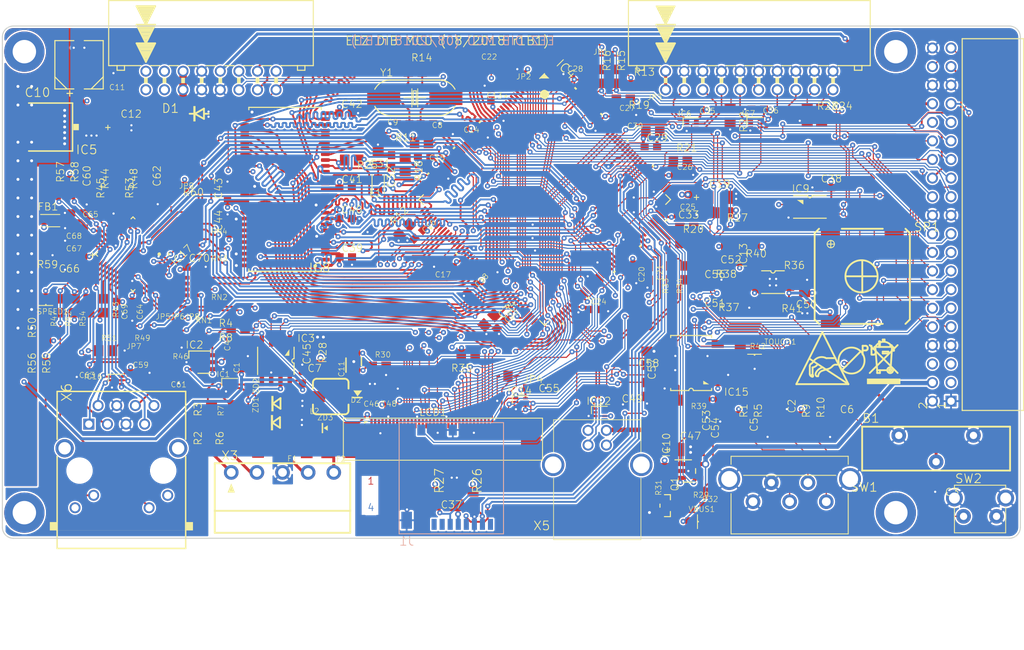
<source format=kicad_pcb>
(kicad_pcb (version 20171130) (host pcbnew "(5.0.0)")
  (layers (0 Top signal) (1 Gnd signal hide) (2 Power signal hide) (31 Bottom signal) (34 B.Paste user hide) (35 F.Paste user hide) (36 B.SilkS user hide) (37 F.SilkS user hide) (38 B.Mask user hide) (39 F.Mask user hide) (44 Edge.Cuts user hide))
  (net 0 "")
  (net 1 FRM3)
  (net 2 FRM2)
  (net 3 N$124)
  (net 4 GND)
  (net 5 +3V3)
  (net 6 ~RESET)
  (net 7 EOUT_B)
  (net 8 +5V)
  (net 9 I2C1_SCL)
  (net 10 I2C1_SDA)
  (net 11 SPI2_MISO)
  (net 12 DIN2)
  (net 13 DOUT1)
  (net 14 DOUT2)
  (net 15 SPI2_CSB)
  (net 16 SPI2_CSA)
  (net 17 OE_SYNC)
  (net 18 SPI5_CLK)
  (net 19 SPI5_MISO)
  (net 20 SPI5_MOSI)
  (net 21 PWR_DIRECT)
  (net 22 SPI2_CLK)
  (net 23 SPI2_MOSI)
  (net 24 DIN1)
  (net 25 VDD)
  (net 26 SPI4_CLK)
  (net 27 SPI4_MISO)
  (net 28 SPI4_MOSI)
  (net 29 PE)
  (net 30 "+3V3(A)")
  (net 31 SPI4_CSA)
  (net 32 SPI4_CSB)
  (net 33 OUT_PAR)
  (net 34 OUT_SER)
  (net 35 SPI5_CSB)
  (net 36 SPI5_CSA)
  (net 37 PWR_SSTART)
  (net 38 +12V)
  (net 39 ~FAULT)
  (net 40 SPI2_IRQ)
  (net 41 SPI5_IRQ)
  (net 42 SPI4_IRQ)
  (net 43 "Net-(R1-Pad2)")
  (net 44 "Net-(R10-Pad2)")
  (net 45 "/I/O connectors, encoders, user SW/+VAUX")
  (net 46 "Net-(F2-Pad1)")
  (net 47 "Net-(F1-Pad1)")
  (net 48 "Net-(R6-Pad1)")
  (net 49 "Net-(R2-Pad1)")
  (net 50 "Net-(F2-Pad2)")
  (net 51 "Net-(F1-Pad2)")
  (net 52 "Net-(IC1-Pad2)")
  (net 53 "Net-(IC1-Pad1)")
  (net 54 "Net-(R2-Pad2)")
  (net 55 "Net-(R6-Pad2)")
  (net 56 "Net-(IC2-Pad6)")
  (net 57 "Net-(IC2-Pad4)")
  (net 58 "/STM32F7 MCU/RCC_OSC_IN")
  (net 59 "/STM32F7 MCU/RCC_OSC_OUT")
  (net 60 "/STM32F7 MCU/BOOT0")
  (net 61 "/STM32F7 MCU/VCAP2")
  (net 62 "Net-(IC4-Pad108)")
  (net 63 "Net-(IC4-Pad107)")
  (net 64 "Net-(IC4-Pad100)")
  (net 65 "Net-(IC4-Pad105)")
  (net 66 "Net-(IC4-Pad104)")
  (net 67 "Net-(IC4-Pad102)")
  (net 68 "Net-(IC4-Pad101)")
  (net 69 "/STM32F7 MCU/VCAP1")
  (net 70 "/STM32F7 MCU/BYPASS_REG")
  (net 71 "/STM32F7 MCU/VDDA")
  (net 72 "/STM32F7 MCU/VREF+")
  (net 73 "/STM32F7 MCU/VBAT")
  (net 74 "Net-(B1-Pad2)")
  (net 75 "Net-(J1-Pad1)")
  (net 76 "Net-(J1-Pad2)")
  (net 77 "Net-(J1-Pad8)")
  (net 78 "Net-(IC8-Pad40)")
  (net 79 "Net-(IC8-Pad36)")
  (net 80 "Net-(IC7-Pad2)")
  (net 81 "/SDRAM, JTAG, SD card, EEPROM/TCK")
  (net 82 "/SDRAM, JTAG, SD card, EEPROM/DBGACK")
  (net 83 "/SDRAM, JTAG, SD card, EEPROM/DBGRQ")
  (net 84 "/SDRAM, JTAG, SD card, EEPROM/RTCK")
  (net 85 "/SDRAM, JTAG, SD card, EEPROM/TMS")
  (net 86 "Net-(IC6-Pad1)")
  (net 87 "Net-(IC6-Pad2)")
  (net 88 "/TFT, Audio, USB/USB_D_P")
  (net 89 "/TFT, Audio, USB/USB_D_N")
  (net 90 "Net-(IC11-Pad5)")
  (net 91 "/TFT, Audio, USB/VLED-")
  (net 92 "Net-(D2-PadA)")
  (net 93 "/TFT, Audio, USB/VLED+")
  (net 94 "Net-(C57-Pad1)")
  (net 95 "Net-(IC14-Pad1)")
  (net 96 "Net-(C58-Pad1)")
  (net 97 "Net-(IC14-Pad5)")
  (net 98 "Net-(IC15-Pad8)")
  (net 99 "Net-(IC15-Pad6)")
  (net 100 "Net-(IC15-Pad5)")
  (net 101 "Net-(JP4-PadCOM)")
  (net 102 "Net-(LCD1-Pad35)")
  (net 103 "/TFT, Audio, USB/LCD_DISP")
  (net 104 "Net-(R42-Pad1)")
  (net 105 "Net-(IC13-Pad8)")
  (net 106 "Net-(IC13-Pad5)")
  (net 107 "Net-(IC13-Pad4)")
  (net 108 "Net-(IC13-Pad3)")
  (net 109 "Net-(C56-Pad2)")
  (net 110 "/TFT, Audio, USB/~AUDIO_SHDN")
  (net 111 "Net-(C52-Pad1)")
  (net 112 "Net-(C51-Pad1)")
  (net 113 "Net-(IC12-Pad5)")
  (net 114 "Net-(IC12-Pad2)")
  (net 115 "Net-(R29-Pad2)")
  (net 116 "Net-(Q1-PadB)")
  (net 117 "Net-(Q1-PadC)")
  (net 118 "Net-(IC17-Pad21)")
  (net 119 "Net-(IC17-Pad20)")
  (net 120 "Net-(C64-Pad1)")
  (net 121 "Net-(IC17-Pad24)")
  (net 122 "Net-(IC16-Pad1)")
  (net 123 "Net-(C60-Pad1)")
  (net 124 "Net-(IC16-Pad2)")
  (net 125 "Net-(IC16-Pad4)")
  (net 126 "Net-(C62-Pad1)")
  (net 127 "Net-(IC16-Pad5)")
  (net 128 "Net-(R50-Pad2)")
  (net 129 "/Ethernet PHY/LED_SPEED")
  (net 130 "/Ethernet PHY/LED_ACT")
  (net 131 "/Ethernet PHY/LED_LINK")
  (net 132 "Net-(R56-Pad1)")
  (net 133 "Net-(R55-Pad1)")
  (net 134 "Net-(JP5-Pad2)")
  (net 135 "Net-(JP7-Pad1)")
  (net 136 "Net-(JP6-Pad2)")
  (net 137 "Net-(JP9-Pad1)")
  (net 138 "Net-(IC17-Pad41)")
  (net 139 "Net-(IC17-Pad42)")
  (net 140 "Net-(IC17-Pad43)")
  (net 141 "Net-(IC17-Pad44)")
  (net 142 "Net-(JP6-Pad1)")
  (net 143 "Net-(IC17-Pad45)")
  (net 144 "Net-(IC17-Pad46)")
  (net 145 "Net-(IC17-Pad1)")
  (net 146 "Net-(IC17-Pad2)")
  (net 147 "Net-(IC17-Pad3)")
  (net 148 "Net-(IC17-Pad4)")
  (net 149 "Net-(IC17-Pad5)")
  (net 150 "Net-(IC17-Pad6)")
  (net 151 "Net-(IC17-Pad34)")
  (net 152 "Net-(IC17-Pad38)")
  (net 153 "Net-(IC17-Pad39)")
  (net 154 "Net-(IC17-Pad40)")
  (net 155 "Net-(IC17-Pad7)")
  (net 156 "Net-(IC17-Pad33)")
  (net 157 "Net-(IC17-Pad25)")
  (net 158 "Net-(IC17-Pad12)")
  (net 159 "Net-(IC17-Pad11)")
  (net 160 "Net-(IC17-Pad10)")
  (net 161 "Net-(IC17-Pad9)")
  (net 162 "Net-(IC17-Pad8)")
  (net 163 "/I/O connectors, encoders, user SW/ENC_SW")
  (net 164 "/I/O connectors, encoders, user SW/USER_SW")
  (net 165 "/I/O connectors, encoders, user SW/ENC_A")
  (net 166 "/I/O connectors, encoders, user SW/ENC_B")
  (net 167 "/STM32F7 MCU/USB_OTG_FS_VBUS")
  (net 168 "/STM32F7 MCU/DAC_OUT1")
  (net 169 "/STM32F7 MCU/LTDC_VSYNC")
  (net 170 "/STM32F7 MCU/LTDC_HSYNC")
  (net 171 "/STM32F7 MCU/LTDC_G6")
  (net 172 "/SDRAM, JTAG, SD card, EEPROM/FMC_A0")
  (net 173 "/SDRAM, JTAG, SD card, EEPROM/FMC_A1")
  (net 174 "/SDRAM, JTAG, SD card, EEPROM/FMC_A2")
  (net 175 "/SDRAM, JTAG, SD card, EEPROM/FMC_A3")
  (net 176 "/SDRAM, JTAG, SD card, EEPROM/FMC_A4")
  (net 177 "/SDRAM, JTAG, SD card, EEPROM/FMC_A5")
  (net 178 "/SDRAM, JTAG, SD card, EEPROM/SD_DETECT")
  (net 179 "/STM32F7 MCU/LTDC_DE")
  (net 180 "/STM32F7 MCU/LTDC_R5")
  (net 181 "/Ethernet PHY/ETH_MDC")
  (net 182 "/Ethernet PHY/ETH_TXD2")
  (net 183 "/Ethernet PHY/ETH_TX_CLK")
  (net 184 "/Ethernet PHY/ETH_CRS")
  (net 185 "/Ethernet PHY/ETH_RX_CLK")
  (net 186 "/Ethernet PHY/ETH_MDIO")
  (net 187 "/SDRAM, JTAG, SD card, EEPROM/FMC_SDCKE0")
  (net 188 "/SDRAM, JTAG, SD card, EEPROM/FMC_SDNE0")
  (net 189 "/STM32F7 MCU/LTDC_G4")
  (net 190 "/SDRAM, JTAG, SD card, EEPROM/FMC_SDNWE")
  (net 191 "/Ethernet PHY/ETH_COL")
  (net 192 "/STM32F7 MCU/LTDC_R4")
  (net 193 "/STM32F7 MCU/LTDC_G2")
  (net 194 "/Ethernet PHY/ETH_RX_DV")
  (net 195 "/Ethernet PHY/ETH_RXD0")
  (net 196 "/Ethernet PHY/ETH_RXD1")
  (net 197 "/STM32F7 MCU/LTDC_R3")
  (net 198 "/STM32F7 MCU/LTDC_R6")
  (net 199 "/SDRAM, JTAG, SD card, EEPROM/FMC_SDNRAS")
  (net 200 "/SDRAM, JTAG, SD card, EEPROM/FMC_A6")
  (net 201 "/SDRAM, JTAG, SD card, EEPROM/FMC_A7")
  (net 202 "/SDRAM, JTAG, SD card, EEPROM/FMC_A8")
  (net 203 "/SDRAM, JTAG, SD card, EEPROM/FMC_A9")
  (net 204 "/SDRAM, JTAG, SD card, EEPROM/FMC_A10")
  (net 205 "/SDRAM, JTAG, SD card, EEPROM/FMC_A11")
  (net 206 "/SDRAM, JTAG, SD card, EEPROM/FMC_D4")
  (net 207 "/SDRAM, JTAG, SD card, EEPROM/FMC_D5")
  (net 208 "/SDRAM, JTAG, SD card, EEPROM/FMC_D6")
  (net 209 "/SDRAM, JTAG, SD card, EEPROM/FMC_D7")
  (net 210 "/SDRAM, JTAG, SD card, EEPROM/FMC_D8")
  (net 211 "/SDRAM, JTAG, SD card, EEPROM/FMC_D9")
  (net 212 "/SDRAM, JTAG, SD card, EEPROM/FMC_D10")
  (net 213 "/SDRAM, JTAG, SD card, EEPROM/FMC_D11")
  (net 214 "/SDRAM, JTAG, SD card, EEPROM/FMC_D12")
  (net 215 "/Ethernet PHY/ETH_TX_EN")
  (net 216 "/Ethernet PHY/ETH_RXD2")
  (net 217 "/Ethernet PHY/ETH_RXD3")
  (net 218 "/Ethernet PHY/ETH_TXD0")
  (net 219 "/Ethernet PHY/ETH_TXD1")
  (net 220 "/STM32F7 MCU/TFT_BRIGHTNESS")
  (net 221 "/SDRAM, JTAG, SD card, EEPROM/FMC_D13")
  (net 222 "/SDRAM, JTAG, SD card, EEPROM/FMC_D14")
  (net 223 "/SDRAM, JTAG, SD card, EEPROM/FMC_D15")
  (net 224 "/SDRAM, JTAG, SD card, EEPROM/FMC_D0")
  (net 225 "/SDRAM, JTAG, SD card, EEPROM/FMC_D1")
  (net 226 "/SDRAM, JTAG, SD card, EEPROM/FMC_BA0")
  (net 227 "/SDRAM, JTAG, SD card, EEPROM/FMC_BA1")
  (net 228 "/STM32F7 MCU/LTDC_R7")
  (net 229 "/STM32F7 MCU/LTDC_CLK")
  (net 230 "/SDRAM, JTAG, SD card, EEPROM/FMC_SDCLK")
  (net 231 "/SDRAM, JTAG, SD card, EEPROM/SDMMC1_D0")
  (net 232 "/Ethernet PHY/MCLK_25")
  (net 233 "/STM32F7 MCU/USB_OTG_FS_ID")
  (net 234 "/STM32F7 MCU/USB_OTG_FS_D_N")
  (net 235 "/STM32F7 MCU/USB_OTG_FS_D_P")
  (net 236 "/SDRAM, JTAG, SD card, EEPROM/SYS_JTMS-SWDIO")
  (net 237 "/STM32F7 MCU/LTDC_G5")
  (net 238 "/SDRAM, JTAG, SD card, EEPROM/SYS_JTCK-SWCLK")
  (net 239 "/SDRAM, JTAG, SD card, EEPROM/SYS_JTDI")
  (net 240 "/STM32F7 MCU/LTDC_R2")
  (net 241 "/SDRAM, JTAG, SD card, EEPROM/SDMMC1_CK")
  (net 242 "/SDRAM, JTAG, SD card, EEPROM/FMC_D2")
  (net 243 "/SDRAM, JTAG, SD card, EEPROM/FMC_D3")
  (net 244 "/SDRAM, JTAG, SD card, EEPROM/SDMMC1_CMD")
  (net 245 "/STM32F7 MCU/LTDC_G7")
  (net 246 "/STM32F7 MCU/~USB_OTG_FS_OC")
  (net 247 "/STM32F7 MCU/USB_OTG_FS_PSO")
  (net 248 "/STM32F7 MCU/LTDC_B2")
  (net 249 "/STM32F7 MCU/IRQ_TOUCH")
  (net 250 "/STM32F7 MCU/LTDC_G3")
  (net 251 "/STM32F7 MCU/LTDC_B3")
  (net 252 "/STM32F7 MCU/LTDC_B4")
  (net 253 "/SDRAM, JTAG, SD card, EEPROM/FMC_SDNCAS")
  (net 254 "/SDRAM, JTAG, SD card, EEPROM/SYS_JTDO-SWO")
  (net 255 "/SDRAM, JTAG, SD card, EEPROM/SYS_JTRST")
  (net 256 "/Ethernet PHY/ETH_TXD3")
  (net 257 "/SDRAM, JTAG, SD card, EEPROM/FMC_NBL0")
  (net 258 "/SDRAM, JTAG, SD card, EEPROM/FMC_NBL1")
  (net 259 "/STM32F7 MCU/LTDC_B5")
  (net 260 "/STM32F7 MCU/LTDC_B6")
  (net 261 "/STM32F7 MCU/LTDC_B7")
  (module "EEZ DIB MCU r1B1:PT48" (layer Top) (at 96.8361 101.1797 225)
    (fp_text reference IC17 (at -2.8575 -5.3975 45) (layer F.SilkS) (effects (font (thickness 0.1)) (justify left bottom)))
    (fp_text value DP83848CVV_NOPB)
    (pad 1 smd roundrect (at -4.1148 -2.75 135) (size 0.27 1.65) (layers Top F.Paste F.Mask) (net 145 "Net-(IC17-Pad1)"))
    (pad 2 smd roundrect (at -4.1148 -2.25 135) (size 0.27 1.65) (layers Top F.Paste F.Mask) (net 146 "Net-(IC17-Pad2)"))
    (pad 3 smd roundrect (at -4.1148 -1.75 135) (size 0.27 1.65) (layers Top F.Paste F.Mask) (net 147 "Net-(IC17-Pad3)"))
    (pad 4 smd roundrect (at -4.1148 -1.249999 135) (size 0.27 1.65) (layers Top F.Paste F.Mask) (net 148 "Net-(IC17-Pad4)"))
    (pad 5 smd roundrect (at -4.1148 -0.75 135) (size 0.27 1.65) (layers Top F.Paste F.Mask) (net 149 "Net-(IC17-Pad5)"))
    (pad 6 smd roundrect (at -4.1148 -0.25 135) (size 0.27 1.65) (layers Top F.Paste F.Mask) (net 150 "Net-(IC17-Pad6)"))
    (pad 7 smd roundrect (at -4.1148 0.25 135) (size 0.27 1.65) (layers Top F.Paste F.Mask) (net 155 "Net-(IC17-Pad7)"))
    (pad 8 smd roundrect (at -4.1148 0.75 135) (size 0.27 1.65) (layers Top F.Paste F.Mask) (net 162 "Net-(IC17-Pad8)"))
    (pad 9 smd roundrect (at -4.1148 1.249999 135) (size 0.27 1.65) (layers Top F.Paste F.Mask) (net 161 "Net-(IC17-Pad9)"))
    (pad 10 smd roundrect (at -4.1148 1.75 135) (size 0.27 1.65) (layers Top F.Paste F.Mask) (net 160 "Net-(IC17-Pad10)"))
    (pad 11 smd roundrect (at -4.1148 2.25 135) (size 0.27 1.65) (layers Top F.Paste F.Mask) (net 159 "Net-(IC17-Pad11)"))
    (pad 12 smd roundrect (at -4.1148 2.75 135) (size 0.27 1.65) (layers Top F.Paste F.Mask) (net 158 "Net-(IC17-Pad12)"))
    (pad 13 smd roundrect (at -2.75 4.1148 45) (size 0.27 1.65) (layers Top F.Paste F.Mask) (net 127 "Net-(IC16-Pad5)"))
    (pad 14 smd roundrect (at -2.25 4.1148 45) (size 0.27 1.65) (layers Top F.Paste F.Mask) (net 125 "Net-(IC16-Pad4)"))
    (pad 15 smd roundrect (at -1.75 4.1148 45) (size 0.27 1.65) (layers Top F.Paste F.Mask) (net 4 GND))
    (pad 16 smd roundrect (at -1.249999 4.1148 45) (size 0.27 1.65) (layers Top F.Paste F.Mask) (net 124 "Net-(IC16-Pad2)"))
    (pad 17 smd roundrect (at -0.75 4.1148 45) (size 0.27 1.65) (layers Top F.Paste F.Mask) (net 122 "Net-(IC16-Pad1)"))
    (pad 18 smd roundrect (at -0.25 4.1148 45) (size 0.27 1.65) (layers Top F.Paste F.Mask) (net 120 "Net-(C64-Pad1)"))
    (pad 19 smd roundrect (at 0.25 4.1148 45) (size 0.27 1.65) (layers Top F.Paste F.Mask) (net 4 GND))
    (pad 20 smd roundrect (at 0.75 4.1148 45) (size 0.27 1.65) (layers Top F.Paste F.Mask) (net 119 "Net-(IC17-Pad20)"))
    (pad 21 smd roundrect (at 1.249999 4.1148 45) (size 0.27 1.65) (layers Top F.Paste F.Mask) (net 118 "Net-(IC17-Pad21)"))
    (pad 22 smd roundrect (at 1.75 4.1148 45) (size 0.27 1.65) (layers Top F.Paste F.Mask) (net 30 "+3V3(A)"))
    (pad 23 smd roundrect (at 2.25 4.1148 45) (size 0.27 1.65) (layers Top F.Paste F.Mask) (net 120 "Net-(C64-Pad1)"))
    (pad 24 smd roundrect (at 2.75 4.1148 45) (size 0.27 1.65) (layers Top F.Paste F.Mask) (net 121 "Net-(IC17-Pad24)"))
    (pad 25 smd roundrect (at 4.1148 2.75 135) (size 0.27 1.65) (layers Top F.Paste F.Mask) (net 157 "Net-(IC17-Pad25)"))
    (pad 26 smd roundrect (at 4.1148 2.25 135) (size 0.27 1.65) (layers Top F.Paste F.Mask) (net 130 "/Ethernet PHY/LED_ACT"))
    (pad 27 smd roundrect (at 4.1148 1.75 135) (size 0.27 1.65) (layers Top F.Paste F.Mask) (net 129 "/Ethernet PHY/LED_SPEED"))
    (pad 28 smd roundrect (at 4.1148 1.249999 135) (size 0.27 1.65) (layers Top F.Paste F.Mask) (net 131 "/Ethernet PHY/LED_LINK"))
    (pad 29 smd roundrect (at 4.1148 0.75 135) (size 0.27 1.65) (layers Top F.Paste F.Mask) (net 6 ~RESET))
    (pad 30 smd roundrect (at 4.1148 0.25 135) (size 0.27 1.65) (layers Top F.Paste F.Mask) (net 186 "/Ethernet PHY/ETH_MDIO"))
    (pad 31 smd roundrect (at 4.1148 -0.25 135) (size 0.27 1.65) (layers Top F.Paste F.Mask) (net 181 "/Ethernet PHY/ETH_MDC"))
    (pad 32 smd roundrect (at 4.1148 -0.75 135) (size 0.27 1.65) (layers Top F.Paste F.Mask) (net 5 +3V3))
    (pad 33 smd roundrect (at 4.1148 -1.249999 135) (size 0.27 1.65) (layers Top F.Paste F.Mask) (net 156 "Net-(IC17-Pad33)"))
    (pad 34 smd roundrect (at 4.1148 -1.75 135) (size 0.27 1.65) (layers Top F.Paste F.Mask) (net 151 "Net-(IC17-Pad34)"))
    (pad 35 smd roundrect (at 4.1148 -2.25 135) (size 0.27 1.65) (layers Top F.Paste F.Mask) (net 4 GND))
    (pad 36 smd roundrect (at 4.1148 -2.75 135) (size 0.27 1.65) (layers Top F.Paste F.Mask) (net 4 GND))
    (pad 37 smd roundrect (at 2.75 -4.1148 45) (size 0.27 1.65) (layers Top F.Paste F.Mask) (net 120 "Net-(C64-Pad1)"))
    (pad 38 smd roundrect (at 2.25 -4.1148 45) (size 0.27 1.65) (layers Top F.Paste F.Mask) (net 152 "Net-(IC17-Pad38)"))
    (pad 39 smd roundrect (at 1.75 -4.1148 45) (size 0.27 1.65) (layers Top F.Paste F.Mask) (net 153 "Net-(IC17-Pad39)"))
    (pad 40 smd roundrect (at 1.249999 -4.1148 45) (size 0.27 1.65) (layers Top F.Paste F.Mask) (net 154 "Net-(IC17-Pad40)"))
    (pad 41 smd roundrect (at 0.75 -4.1148 45) (size 0.27 1.65) (layers Top F.Paste F.Mask) (net 138 "Net-(IC17-Pad41)"))
    (pad 42 smd roundrect (at 0.25 -4.1148 45) (size 0.27 1.65) (layers Top F.Paste F.Mask) (net 139 "Net-(IC17-Pad42)"))
    (pad 43 smd roundrect (at -0.25 -4.1148 45) (size 0.27 1.65) (layers Top F.Paste F.Mask) (net 140 "Net-(IC17-Pad43)"))
    (pad 44 smd roundrect (at -0.75 -4.1148 45) (size 0.27 1.65) (layers Top F.Paste F.Mask) (net 141 "Net-(IC17-Pad44)"))
    (pad 45 smd roundrect (at -1.249999 -4.1148 45) (size 0.27 1.65) (layers Top F.Paste F.Mask) (net 143 "Net-(IC17-Pad45)"))
    (pad 46 smd roundrect (at -1.75 -4.1148 45) (size 0.27 1.65) (layers Top F.Paste F.Mask) (net 144 "Net-(IC17-Pad46)"))
    (pad 47 smd roundrect (at -2.25 -4.1148 45) (size 0.27 1.65) (layers Top F.Paste F.Mask) (net 4 GND))
    (pad 48 smd roundrect (at -2.75 -4.1148 45) (size 0.27 1.65) (layers Top F.Paste F.Mask) (net 5 +3V3))
  )
  (module "EEZ DIB MCU r1B1:FPC_40" (layer Top) (at 139.1581 126.2876)
    (fp_text reference LCD1 (at -3.302 -2.921) (layer F.SilkS) (effects (font (thickness 0.1)) (justify left bottom)))
    (fp_text value PCA-6-LA-40-HL-3)
    (pad Z2 smd rect (at 12 0) (size 2.7 3) (layers Top F.Paste F.Mask))
    (pad Z1 smd rect (at -12 0) (size 2.7 3) (layers Top F.Paste F.Mask))
    (pad 1 smd roundrect (at -9.75 -1.9) (size 0.3 1.2) (layers Top F.Paste F.Mask) (net 91 "/TFT, Audio, USB/VLED-"))
    (pad 2 smd roundrect (at -9.25 -1.9) (size 0.3 1.2) (layers Top F.Paste F.Mask) (net 93 "/TFT, Audio, USB/VLED+"))
    (pad 3 smd roundrect (at -8.75 -1.9) (size 0.3 1.2) (layers Top F.Paste F.Mask) (net 4 GND))
    (pad 4 smd roundrect (at -8.25 -1.9) (size 0.3 1.2) (layers Top F.Paste F.Mask) (net 5 +3V3))
    (pad 5 smd roundrect (at -7.75 -1.9) (size 0.3 1.2) (layers Top F.Paste F.Mask) (net 4 GND))
    (pad 6 smd roundrect (at -7.25 -1.9) (size 0.3 1.2) (layers Top F.Paste F.Mask) (net 4 GND))
    (pad 7 smd roundrect (at -6.75 -1.9) (size 0.3 1.2) (layers Top F.Paste F.Mask) (net 240 "/STM32F7 MCU/LTDC_R2"))
    (pad 8 smd roundrect (at -6.25 -1.9) (size 0.3 1.2) (layers Top F.Paste F.Mask) (net 197 "/STM32F7 MCU/LTDC_R3"))
    (pad 9 smd roundrect (at -5.75 -1.9) (size 0.3 1.2) (layers Top F.Paste F.Mask) (net 192 "/STM32F7 MCU/LTDC_R4"))
    (pad 10 smd roundrect (at -5.25 -1.9) (size 0.3 1.2) (layers Top F.Paste F.Mask) (net 180 "/STM32F7 MCU/LTDC_R5"))
    (pad 11 smd roundrect (at -4.75 -1.9) (size 0.3 1.2) (layers Top F.Paste F.Mask) (net 198 "/STM32F7 MCU/LTDC_R6"))
    (pad 12 smd roundrect (at -4.25 -1.9) (size 0.3 1.2) (layers Top F.Paste F.Mask) (net 228 "/STM32F7 MCU/LTDC_R7"))
    (pad 13 smd roundrect (at -3.75 -1.9) (size 0.3 1.2) (layers Top F.Paste F.Mask) (net 4 GND))
    (pad 14 smd roundrect (at -3.25 -1.9) (size 0.3 1.2) (layers Top F.Paste F.Mask) (net 4 GND))
    (pad 15 smd roundrect (at -2.75 -1.9) (size 0.3 1.2) (layers Top F.Paste F.Mask) (net 193 "/STM32F7 MCU/LTDC_G2"))
    (pad 16 smd roundrect (at -2.25 -1.9) (size 0.3 1.2) (layers Top F.Paste F.Mask) (net 250 "/STM32F7 MCU/LTDC_G3"))
    (pad 17 smd roundrect (at -1.75 -1.9) (size 0.3 1.2) (layers Top F.Paste F.Mask) (net 189 "/STM32F7 MCU/LTDC_G4"))
    (pad 18 smd roundrect (at -1.25 -1.9) (size 0.3 1.2) (layers Top F.Paste F.Mask) (net 237 "/STM32F7 MCU/LTDC_G5"))
    (pad 19 smd roundrect (at -0.75 -1.9) (size 0.3 1.2) (layers Top F.Paste F.Mask) (net 171 "/STM32F7 MCU/LTDC_G6"))
    (pad 20 smd roundrect (at -0.25 -1.9) (size 0.3 1.2) (layers Top F.Paste F.Mask) (net 245 "/STM32F7 MCU/LTDC_G7"))
    (pad 21 smd roundrect (at 0.25 -1.9) (size 0.3 1.2) (layers Top F.Paste F.Mask) (net 4 GND))
    (pad 22 smd roundrect (at 0.75 -1.9) (size 0.3 1.2) (layers Top F.Paste F.Mask) (net 4 GND))
    (pad 23 smd roundrect (at 1.25 -1.9) (size 0.3 1.2) (layers Top F.Paste F.Mask) (net 248 "/STM32F7 MCU/LTDC_B2"))
    (pad 24 smd roundrect (at 1.75 -1.9) (size 0.3 1.2) (layers Top F.Paste F.Mask) (net 251 "/STM32F7 MCU/LTDC_B3"))
    (pad 25 smd roundrect (at 2.25 -1.9) (size 0.3 1.2) (layers Top F.Paste F.Mask) (net 252 "/STM32F7 MCU/LTDC_B4"))
    (pad 26 smd roundrect (at 2.75 -1.9) (size 0.3 1.2) (layers Top F.Paste F.Mask) (net 259 "/STM32F7 MCU/LTDC_B5"))
    (pad 27 smd roundrect (at 3.25 -1.9) (size 0.3 1.2) (layers Top F.Paste F.Mask) (net 260 "/STM32F7 MCU/LTDC_B6"))
    (pad 28 smd roundrect (at 3.75 -1.9) (size 0.3 1.2) (layers Top F.Paste F.Mask) (net 261 "/STM32F7 MCU/LTDC_B7"))
    (pad 29 smd roundrect (at 4.25 -1.9) (size 0.3 1.2) (layers Top F.Paste F.Mask) (net 4 GND))
    (pad 30 smd roundrect (at 4.75 -1.9) (size 0.3 1.2) (layers Top F.Paste F.Mask) (net 229 "/STM32F7 MCU/LTDC_CLK"))
    (pad 31 smd roundrect (at 5.25 -1.9) (size 0.3 1.2) (layers Top F.Paste F.Mask) (net 103 "/TFT, Audio, USB/LCD_DISP"))
    (pad 32 smd roundrect (at 5.75 -1.9) (size 0.3 1.2) (layers Top F.Paste F.Mask) (net 170 "/STM32F7 MCU/LTDC_HSYNC"))
    (pad 33 smd roundrect (at 6.25 -1.9) (size 0.3 1.2) (layers Top F.Paste F.Mask) (net 169 "/STM32F7 MCU/LTDC_VSYNC"))
    (pad 34 smd roundrect (at 6.75 -1.9) (size 0.3 1.2) (layers Top F.Paste F.Mask) (net 179 "/STM32F7 MCU/LTDC_DE"))
    (pad 35 smd roundrect (at 7.25 -1.9) (size 0.3 1.2) (layers Top F.Paste F.Mask) (net 102 "Net-(LCD1-Pad35)"))
    (pad 36 smd roundrect (at 7.75 -1.9) (size 0.3 1.2) (layers Top F.Paste F.Mask) (net 101 "Net-(JP4-PadCOM)"))
    (pad 37 smd roundrect (at 8.25 -1.9) (size 0.3 1.2) (layers Top F.Paste F.Mask) (net 95 "Net-(IC14-Pad1)"))
    (pad 38 smd roundrect (at 8.75 -1.9) (size 0.3 1.2) (layers Top F.Paste F.Mask) (net 96 "Net-(C58-Pad1)"))
    (pad 39 smd roundrect (at 9.25 -1.9) (size 0.3 1.2) (layers Top F.Paste F.Mask) (net 94 "Net-(C57-Pad1)"))
    (pad 40 smd roundrect (at 9.75 -1.9) (size 0.3 1.2) (layers Top F.Paste F.Mask) (net 97 "Net-(IC14-Pad5)"))
  )
  (module "EEZ DIB MCU r1B1:LQFP-176_24X24MM" (layer Top) (at 153.0336 93.7121 315)
    (fp_text reference IC4 (at -12.065 -13.97 135) (layer F.SilkS) (effects (font (size 1.2065 1.2065) (thickness 0.12065)) (justify left bottom)))
    (fp_text value STM32F769IGT6)
    (pad 1 smd roundrect (at -12.75 -10.749999 315) (size 1.2 0.3) (layers Top F.Paste F.Mask) (net 26 SPI4_CLK))
    (pad 2 smd roundrect (at -12.75 -10.25 315) (size 1.2 0.3) (layers Top F.Paste F.Mask) (net 31 SPI4_CSA))
    (pad 3 smd roundrect (at -12.75 -9.750001 315) (size 1.2 0.3) (layers Top F.Paste F.Mask) (net 32 SPI4_CSB))
    (pad 4 smd roundrect (at -12.75 -9.250003 315) (size 1.2 0.3) (layers Top F.Paste F.Mask) (net 27 SPI4_MISO))
    (pad 5 smd roundrect (at -12.75 -8.75 315) (size 1.2 0.3) (layers Top F.Paste F.Mask) (net 28 SPI4_MOSI))
    (pad 6 smd roundrect (at -12.75 -8.249999 315) (size 1.2 0.3) (layers Top F.Paste F.Mask) (net 73 "/STM32F7 MCU/VBAT"))
    (pad 7 smd roundrect (at -12.75 -7.75 315) (size 1.2 0.3) (layers Top F.Paste F.Mask) (net 24 DIN1))
    (pad 8 smd roundrect (at -12.75 -7.25 315) (size 1.2 0.3) (layers Top F.Paste F.Mask) (net 12 DIN2))
    (pad 9 smd roundrect (at -12.75 -6.750002 315) (size 1.2 0.3) (layers Top F.Paste F.Mask) (net 13 DOUT1))
    (pad 10 smd roundrect (at -12.75 -6.25 315) (size 1.2 0.3) (layers Top F.Paste F.Mask) (net 14 DOUT2))
    (pad 11 smd roundrect (at -12.749999 -5.75 315) (size 1.2 0.3) (layers Top F.Paste F.Mask) (net 169 "/STM32F7 MCU/LTDC_VSYNC"))
    (pad 12 smd roundrect (at -12.75 -5.25 315) (size 1.2 0.3) (layers Top F.Paste F.Mask) (net 170 "/STM32F7 MCU/LTDC_HSYNC"))
    (pad 13 smd roundrect (at -12.75 -4.75 315) (size 1.2 0.3) (layers Top F.Paste F.Mask) (net 171 "/STM32F7 MCU/LTDC_G6"))
    (pad 14 smd roundrect (at -12.75 -4.250002 315) (size 1.2 0.3) (layers Top F.Paste F.Mask) (net 4 GND))
    (pad 15 smd roundrect (at -12.75 -3.75 315) (size 1.2 0.3) (layers Top F.Paste F.Mask) (net 25 VDD))
    (pad 16 smd roundrect (at -12.749999 -3.25 315) (size 1.2 0.3) (layers Top F.Paste F.Mask) (net 172 "/SDRAM, JTAG, SD card, EEPROM/FMC_A0"))
    (pad 17 smd roundrect (at -12.75 -2.75 315) (size 1.2 0.3) (layers Top F.Paste F.Mask) (net 173 "/SDRAM, JTAG, SD card, EEPROM/FMC_A1"))
    (pad 18 smd roundrect (at -12.75 -2.25 315) (size 1.2 0.3) (layers Top F.Paste F.Mask) (net 174 "/SDRAM, JTAG, SD card, EEPROM/FMC_A2"))
    (pad 19 smd roundrect (at -12.749999 -1.750003 315) (size 1.2 0.3) (layers Top F.Paste F.Mask) (net 175 "/SDRAM, JTAG, SD card, EEPROM/FMC_A3"))
    (pad 20 smd roundrect (at -12.75 -1.25 315) (size 1.2 0.3) (layers Top F.Paste F.Mask) (net 176 "/SDRAM, JTAG, SD card, EEPROM/FMC_A4"))
    (pad 21 smd roundrect (at -12.75 -0.750001 315) (size 1.2 0.3) (layers Top F.Paste F.Mask) (net 177 "/SDRAM, JTAG, SD card, EEPROM/FMC_A5"))
    (pad 22 smd roundrect (at -12.75 -0.25 315) (size 1.2 0.3) (layers Top F.Paste F.Mask) (net 4 GND))
    (pad 23 smd roundrect (at -12.75 0.25 315) (size 1.2 0.3) (layers Top F.Paste F.Mask) (net 25 VDD))
    (pad 24 smd roundrect (at -12.75 0.750001 315) (size 1.2 0.3) (layers Top F.Paste F.Mask) (net 178 "/SDRAM, JTAG, SD card, EEPROM/SD_DETECT"))
    (pad 25 smd roundrect (at -12.75 1.25 315) (size 1.2 0.3) (layers Top F.Paste F.Mask) (net 18 SPI5_CLK))
    (pad 26 smd roundrect (at -12.75 1.749999 315) (size 1.2 0.3) (layers Top F.Paste F.Mask) (net 19 SPI5_MISO))
    (pad 27 smd roundrect (at -12.75 2.25 315) (size 1.2 0.3) (layers Top F.Paste F.Mask) (net 20 SPI5_MOSI))
    (pad 28 smd roundrect (at -12.75 2.75 315) (size 1.2 0.3) (layers Top F.Paste F.Mask) (net 179 "/STM32F7 MCU/LTDC_DE"))
    (pad 29 smd roundrect (at -12.749999 3.25 315) (size 1.2 0.3) (layers Top F.Paste F.Mask) (net 58 "/STM32F7 MCU/RCC_OSC_IN"))
    (pad 30 smd roundrect (at -12.75 3.75 315) (size 1.2 0.3) (layers Top F.Paste F.Mask) (net 59 "/STM32F7 MCU/RCC_OSC_OUT"))
    (pad 31 smd roundrect (at -12.75 4.25 315) (size 1.2 0.3) (layers Top F.Paste F.Mask) (net 6 ~RESET))
    (pad 32 smd roundrect (at -12.75 4.75 315) (size 1.2 0.3) (layers Top F.Paste F.Mask) (net 180 "/STM32F7 MCU/LTDC_R5"))
    (pad 33 smd roundrect (at -12.75 5.25 315) (size 1.2 0.3) (layers Top F.Paste F.Mask) (net 181 "/Ethernet PHY/ETH_MDC"))
    (pad 34 smd roundrect (at -12.749999 5.75 315) (size 1.2 0.3) (layers Top F.Paste F.Mask) (net 182 "/Ethernet PHY/ETH_TXD2"))
    (pad 35 smd roundrect (at -12.75 6.25 315) (size 1.2 0.3) (layers Top F.Paste F.Mask) (net 183 "/Ethernet PHY/ETH_TX_CLK"))
    (pad 36 smd roundrect (at -12.75 6.75 315) (size 1.2 0.3) (layers Top F.Paste F.Mask) (net 25 VDD))
    (pad 37 smd roundrect (at -12.75 7.249996 315) (size 1.2 0.3) (layers Top F.Paste F.Mask) (net 4 GND))
    (pad 38 smd roundrect (at -12.75 7.75 315) (size 1.2 0.3) (layers Top F.Paste F.Mask) (net 72 "/STM32F7 MCU/VREF+"))
    (pad 39 smd roundrect (at -12.75 8.249999 315) (size 1.2 0.3) (layers Top F.Paste F.Mask) (net 71 "/STM32F7 MCU/VDDA"))
    (pad 40 smd roundrect (at -12.75 8.75 315) (size 1.2 0.3) (layers Top F.Paste F.Mask) (net 184 "/Ethernet PHY/ETH_CRS"))
    (pad 41 smd roundrect (at -12.75 9.25 315) (size 1.2 0.3) (layers Top F.Paste F.Mask) (net 185 "/Ethernet PHY/ETH_RX_CLK"))
    (pad 42 smd roundrect (at -12.75 9.749996 315) (size 1.2 0.3) (layers Top F.Paste F.Mask) (net 186 "/Ethernet PHY/ETH_MDIO"))
    (pad 43 smd roundrect (at -12.75 10.25 315) (size 1.2 0.3) (layers Top F.Paste F.Mask) (net 187 "/SDRAM, JTAG, SD card, EEPROM/FMC_SDCKE0"))
    (pad 44 smd roundrect (at -12.75 10.749999 315) (size 1.2 0.3) (layers Top F.Paste F.Mask) (net 188 "/SDRAM, JTAG, SD card, EEPROM/FMC_SDNE0"))
    (pad 45 smd roundrect (at -10.749999 12.75 225) (size 1.2 0.3) (layers Top F.Paste F.Mask) (net 189 "/STM32F7 MCU/LTDC_G4"))
    (pad 46 smd roundrect (at -10.25 12.75 225) (size 1.2 0.3) (layers Top F.Paste F.Mask) (net 190 "/SDRAM, JTAG, SD card, EEPROM/FMC_SDNWE"))
    (pad 47 smd roundrect (at -9.750001 12.75 225) (size 1.2 0.3) (layers Top F.Paste F.Mask) (net 191 "/Ethernet PHY/ETH_COL"))
    (pad 48 smd roundrect (at -9.25 12.75 225) (size 1.2 0.3) (layers Top F.Paste F.Mask) (net 70 "/STM32F7 MCU/BYPASS_REG"))
    (pad 49 smd roundrect (at -8.75 12.75 225) (size 1.2 0.3) (layers Top F.Paste F.Mask) (net 25 VDD))
    (pad 50 smd roundrect (at -8.249999 12.75 225) (size 1.2 0.3) (layers Top F.Paste F.Mask) (net 168 "/STM32F7 MCU/DAC_OUT1"))
    (pad 51 smd roundrect (at -7.75 12.75 225) (size 1.2 0.3) (layers Top F.Paste F.Mask) (net 192 "/STM32F7 MCU/LTDC_R4"))
    (pad 52 smd roundrect (at -7.25 12.75 225) (size 1.2 0.3) (layers Top F.Paste F.Mask) (net 193 "/STM32F7 MCU/LTDC_G2"))
    (pad 53 smd roundrect (at -6.75 12.75 225) (size 1.2 0.3) (layers Top F.Paste F.Mask) (net 194 "/Ethernet PHY/ETH_RX_DV"))
    (pad 54 smd roundrect (at -6.25 12.75 225) (size 1.2 0.3) (layers Top F.Paste F.Mask) (net 195 "/Ethernet PHY/ETH_RXD0"))
    (pad 55 smd roundrect (at -5.75 12.749999 225) (size 1.2 0.3) (layers Top F.Paste F.Mask) (net 196 "/Ethernet PHY/ETH_RXD1"))
    (pad 56 smd roundrect (at -5.25 12.75 225) (size 1.2 0.3) (layers Top F.Paste F.Mask) (net 197 "/STM32F7 MCU/LTDC_R3"))
    (pad 57 smd roundrect (at -4.75 12.75 225) (size 1.2 0.3) (layers Top F.Paste F.Mask) (net 198 "/STM32F7 MCU/LTDC_R6"))
    (pad 58 smd roundrect (at -4.25 12.75 225) (size 1.2 0.3) (layers Top F.Paste F.Mask) (net 39 ~FAULT))
    (pad 59 smd roundrect (at -3.75 12.75 225) (size 1.2 0.3) (layers Top F.Paste F.Mask) (net 199 "/SDRAM, JTAG, SD card, EEPROM/FMC_SDNRAS"))
    (pad 60 smd roundrect (at -3.25 12.749999 225) (size 1.2 0.3) (layers Top F.Paste F.Mask) (net 200 "/SDRAM, JTAG, SD card, EEPROM/FMC_A6"))
    (pad 61 smd roundrect (at -2.75 12.75 225) (size 1.2 0.3) (layers Top F.Paste F.Mask) (net 4 GND))
    (pad 62 smd roundrect (at -2.25 12.75 225) (size 1.2 0.3) (layers Top F.Paste F.Mask) (net 25 VDD))
    (pad 63 smd roundrect (at -1.750003 12.749999 225) (size 1.2 0.3) (layers Top F.Paste F.Mask) (net 201 "/SDRAM, JTAG, SD card, EEPROM/FMC_A7"))
    (pad 64 smd roundrect (at -1.25 12.75 225) (size 1.2 0.3) (layers Top F.Paste F.Mask) (net 202 "/SDRAM, JTAG, SD card, EEPROM/FMC_A8"))
    (pad 65 smd roundrect (at -0.750001 12.75 225) (size 1.2 0.3) (layers Top F.Paste F.Mask) (net 203 "/SDRAM, JTAG, SD card, EEPROM/FMC_A9"))
    (pad 66 smd roundrect (at -0.25 12.75 225) (size 1.2 0.3) (layers Top F.Paste F.Mask) (net 204 "/SDRAM, JTAG, SD card, EEPROM/FMC_A10"))
    (pad 67 smd roundrect (at 0.25 12.75 225) (size 1.2 0.3) (layers Top F.Paste F.Mask) (net 205 "/SDRAM, JTAG, SD card, EEPROM/FMC_A11"))
    (pad 68 smd roundrect (at 0.750001 12.75 225) (size 1.2 0.3) (layers Top F.Paste F.Mask) (net 206 "/SDRAM, JTAG, SD card, EEPROM/FMC_D4"))
    (pad 69 smd roundrect (at 1.25 12.75 225) (size 1.2 0.3) (layers Top F.Paste F.Mask) (net 207 "/SDRAM, JTAG, SD card, EEPROM/FMC_D5"))
    (pad 70 smd roundrect (at 1.749999 12.75 225) (size 1.2 0.3) (layers Top F.Paste F.Mask) (net 208 "/SDRAM, JTAG, SD card, EEPROM/FMC_D6"))
    (pad 71 smd roundrect (at 2.25 12.75 225) (size 1.2 0.3) (layers Top F.Paste F.Mask) (net 4 GND))
    (pad 72 smd roundrect (at 2.75 12.75 225) (size 1.2 0.3) (layers Top F.Paste F.Mask) (net 25 VDD))
    (pad 73 smd roundrect (at 3.25 12.749999 225) (size 1.2 0.3) (layers Top F.Paste F.Mask) (net 209 "/SDRAM, JTAG, SD card, EEPROM/FMC_D7"))
    (pad 74 smd roundrect (at 3.75 12.75 225) (size 1.2 0.3) (layers Top F.Paste F.Mask) (net 210 "/SDRAM, JTAG, SD card, EEPROM/FMC_D8"))
    (pad 75 smd roundrect (at 4.25 12.75 225) (size 1.2 0.3) (layers Top F.Paste F.Mask) (net 211 "/SDRAM, JTAG, SD card, EEPROM/FMC_D9"))
    (pad 76 smd roundrect (at 4.75 12.75 225) (size 1.2 0.3) (layers Top F.Paste F.Mask) (net 212 "/SDRAM, JTAG, SD card, EEPROM/FMC_D10"))
    (pad 77 smd roundrect (at 5.25 12.75 225) (size 1.2 0.3) (layers Top F.Paste F.Mask) (net 213 "/SDRAM, JTAG, SD card, EEPROM/FMC_D11"))
    (pad 78 smd roundrect (at 5.75 12.749999 225) (size 1.2 0.3) (layers Top F.Paste F.Mask) (net 214 "/SDRAM, JTAG, SD card, EEPROM/FMC_D12"))
    (pad 79 smd roundrect (at 6.25 12.75 225) (size 1.2 0.3) (layers Top F.Paste F.Mask) (net 41 SPI5_IRQ))
    (pad 80 smd roundrect (at 6.75 12.75 225) (size 1.2 0.3) (layers Top F.Paste F.Mask) (net 215 "/Ethernet PHY/ETH_TX_EN"))
    (pad 81 smd roundrect (at 7.25 12.75 225) (size 1.2 0.3) (layers Top F.Paste F.Mask) (net 69 "/STM32F7 MCU/VCAP1"))
    (pad 82 smd roundrect (at 7.75 12.75 225) (size 1.2 0.3) (layers Top F.Paste F.Mask) (net 25 VDD))
    (pad 83 smd roundrect (at 8.249999 12.75 225) (size 1.2 0.3) (layers Top F.Paste F.Mask) (net 216 "/Ethernet PHY/ETH_RXD2"))
    (pad 84 smd roundrect (at 8.75 12.75 225) (size 1.2 0.3) (layers Top F.Paste F.Mask) (net 217 "/Ethernet PHY/ETH_RXD3"))
    (pad 85 smd roundrect (at 9.25 12.75 225) (size 1.2 0.3) (layers Top F.Paste F.Mask) (net 218 "/Ethernet PHY/ETH_TXD0"))
    (pad 86 smd roundrect (at 9.750001 12.75 225) (size 1.2 0.3) (layers Top F.Paste F.Mask) (net 219 "/Ethernet PHY/ETH_TXD1"))
    (pad 87 smd roundrect (at 10.25 12.75 225) (size 1.2 0.3) (layers Top F.Paste F.Mask) (net 11 SPI2_MISO))
    (pad 88 smd roundrect (at 10.749999 12.75 225) (size 1.2 0.3) (layers Top F.Paste F.Mask) (net 220 "/STM32F7 MCU/TFT_BRIGHTNESS"))
    (pad 89 smd roundrect (at 12.75 10.749999 315) (size 1.2 0.3) (layers Top F.Paste F.Mask) (net 221 "/SDRAM, JTAG, SD card, EEPROM/FMC_D13"))
    (pad 90 smd roundrect (at 12.75 10.25 315) (size 1.2 0.3) (layers Top F.Paste F.Mask) (net 222 "/SDRAM, JTAG, SD card, EEPROM/FMC_D14"))
    (pad 91 smd roundrect (at 12.75 9.750001 315) (size 1.2 0.3) (layers Top F.Paste F.Mask) (net 223 "/SDRAM, JTAG, SD card, EEPROM/FMC_D15"))
    (pad 92 smd roundrect (at 12.75 9.25 315) (size 1.2 0.3) (layers Top F.Paste F.Mask) (net 15 SPI2_CSB))
    (pad 93 smd roundrect (at 12.75 8.75 315) (size 1.2 0.3) (layers Top F.Paste F.Mask) (net 16 SPI2_CSA))
    (pad 94 smd roundrect (at 12.75 8.249999 315) (size 1.2 0.3) (layers Top F.Paste F.Mask) (net 17 OE_SYNC))
    (pad 95 smd roundrect (at 12.75 7.75 315) (size 1.2 0.3) (layers Top F.Paste F.Mask) (net 4 GND))
    (pad 96 smd roundrect (at 12.75 7.25 315) (size 1.2 0.3) (layers Top F.Paste F.Mask) (net 25 VDD))
    (pad 97 smd roundrect (at 12.75 6.75 315) (size 1.2 0.3) (layers Top F.Paste F.Mask) (net 224 "/SDRAM, JTAG, SD card, EEPROM/FMC_D0"))
    (pad 98 smd roundrect (at 12.75 6.25 315) (size 1.2 0.3) (layers Top F.Paste F.Mask) (net 225 "/SDRAM, JTAG, SD card, EEPROM/FMC_D1"))
    (pad 99 smd roundrect (at 12.749999 5.75 315) (size 1.2 0.3) (layers Top F.Paste F.Mask) (net 25 VDD))
    (pad 100 smd roundrect (at 12.75 5.25 315) (size 1.2 0.3) (layers Top F.Paste F.Mask) (net 64 "Net-(IC4-Pad100)"))
    (pad 101 smd roundrect (at 12.75 4.75 315) (size 1.2 0.3) (layers Top F.Paste F.Mask) (net 68 "Net-(IC4-Pad101)"))
    (pad 102 smd roundrect (at 12.75 4.25 315) (size 1.2 0.3) (layers Top F.Paste F.Mask) (net 67 "Net-(IC4-Pad102)"))
    (pad 103 smd roundrect (at 12.75 3.75 315) (size 1.2 0.3) (layers Top F.Paste F.Mask) (net 4 GND))
    (pad 104 smd roundrect (at 12.749999 3.25 315) (size 1.2 0.3) (layers Top F.Paste F.Mask) (net 66 "Net-(IC4-Pad104)"))
    (pad 105 smd roundrect (at 12.75 2.75 315) (size 1.2 0.3) (layers Top F.Paste F.Mask) (net 65 "Net-(IC4-Pad105)"))
    (pad 106 smd roundrect (at 12.75 2.25 315) (size 1.2 0.3) (layers Top F.Paste F.Mask) (net 64 "Net-(IC4-Pad100)"))
    (pad 107 smd roundrect (at 12.749999 1.750003 315) (size 1.2 0.3) (layers Top F.Paste F.Mask) (net 63 "Net-(IC4-Pad107)"))
    (pad 108 smd roundrect (at 12.75 1.25 315) (size 1.2 0.3) (layers Top F.Paste F.Mask) (net 62 "Net-(IC4-Pad108)"))
    (pad 109 smd roundrect (at 12.75 0.750001 315) (size 1.2 0.3) (layers Top F.Paste F.Mask) (net 4 GND))
    (pad 110 smd roundrect (at 12.75 0.25 315) (size 1.2 0.3) (layers Top F.Paste F.Mask) (net 21 PWR_DIRECT))
    (pad 111 smd roundrect (at 12.75 -0.25 315) (size 1.2 0.3) (layers Top F.Paste F.Mask) (net 37 PWR_SSTART))
    (pad 112 smd roundrect (at 12.75 -0.750001 315) (size 1.2 0.3) (layers Top F.Paste F.Mask) (net 226 "/SDRAM, JTAG, SD card, EEPROM/FMC_BA0"))
    (pad 113 smd roundrect (at 12.75 -1.25 315) (size 1.2 0.3) (layers Top F.Paste F.Mask) (net 227 "/SDRAM, JTAG, SD card, EEPROM/FMC_BA1"))
    (pad 114 smd roundrect (at 12.75 -1.749999 315) (size 1.2 0.3) (layers Top F.Paste F.Mask) (net 228 "/STM32F7 MCU/LTDC_R7"))
    (pad 115 smd roundrect (at 12.75 -2.25 315) (size 1.2 0.3) (layers Top F.Paste F.Mask) (net 229 "/STM32F7 MCU/LTDC_CLK"))
    (pad 116 smd roundrect (at 12.75 -2.75 315) (size 1.2 0.3) (layers Top F.Paste F.Mask) (net 230 "/SDRAM, JTAG, SD card, EEPROM/FMC_SDCLK"))
    (pad 117 smd roundrect (at 12.749999 -3.25 315) (size 1.2 0.3) (layers Top F.Paste F.Mask) (net 4 GND))
    (pad 118 smd roundrect (at 12.75 -3.75 315) (size 1.2 0.3) (layers Top F.Paste F.Mask) (net 25 VDD))
    (pad 119 smd roundrect (at 12.75 -4.25 315) (size 1.2 0.3) (layers Top F.Paste F.Mask) (net 165 "/I/O connectors, encoders, user SW/ENC_A"))
    (pad 120 smd roundrect (at 12.75 -4.75 315) (size 1.2 0.3) (layers Top F.Paste F.Mask) (net 166 "/I/O connectors, encoders, user SW/ENC_B"))
    (pad 121 smd roundrect (at 12.75 -5.25 315) (size 1.2 0.3) (layers Top F.Paste F.Mask) (net 231 "/SDRAM, JTAG, SD card, EEPROM/SDMMC1_D0"))
    (pad 122 smd roundrect (at 12.749999 -5.75 315) (size 1.2 0.3) (layers Top F.Paste F.Mask) (net 232 "/Ethernet PHY/MCLK_25"))
    (pad 123 smd roundrect (at 12.75 -6.25 315) (size 1.2 0.3) (layers Top F.Paste F.Mask) (net 40 SPI2_IRQ))
    (pad 124 smd roundrect (at 12.75 -6.75 315) (size 1.2 0.3) (layers Top F.Paste F.Mask) (net 167 "/STM32F7 MCU/USB_OTG_FS_VBUS"))
    (pad 125 smd roundrect (at 12.75 -7.25 315) (size 1.2 0.3) (layers Top F.Paste F.Mask) (net 233 "/STM32F7 MCU/USB_OTG_FS_ID"))
    (pad 126 smd roundrect (at 12.75 -7.75 315) (size 1.2 0.3) (layers Top F.Paste F.Mask) (net 234 "/STM32F7 MCU/USB_OTG_FS_D_N"))
    (pad 127 smd roundrect (at 12.75 -8.249999 315) (size 1.2 0.3) (layers Top F.Paste F.Mask) (net 235 "/STM32F7 MCU/USB_OTG_FS_D_P"))
    (pad 128 smd roundrect (at 12.75 -8.75 315) (size 1.2 0.3) (layers Top F.Paste F.Mask) (net 236 "/SDRAM, JTAG, SD card, EEPROM/SYS_JTMS-SWDIO"))
    (pad 129 smd roundrect (at 12.75 -9.25 315) (size 1.2 0.3) (layers Top F.Paste F.Mask) (net 61 "/STM32F7 MCU/VCAP2"))
    (pad 130 smd roundrect (at 12.75 -9.750001 315) (size 1.2 0.3) (layers Top F.Paste F.Mask) (net 4 GND))
    (pad 131 smd roundrect (at 12.75 -10.25 315) (size 1.2 0.3) (layers Top F.Paste F.Mask) (net 25 VDD))
    (pad 132 smd roundrect (at 12.75 -10.749999 315) (size 1.2 0.3) (layers Top F.Paste F.Mask) (net 237 "/STM32F7 MCU/LTDC_G5"))
    (pad 133 smd roundrect (at 10.749999 -12.75 225) (size 1.2 0.3) (layers Top F.Paste F.Mask) (net 22 SPI2_CLK))
    (pad 134 smd roundrect (at 10.25 -12.75 225) (size 1.2 0.3) (layers Top F.Paste F.Mask) (net 23 SPI2_MOSI))
    (pad 135 smd roundrect (at 9.750001 -12.75 225) (size 1.2 0.3) (layers Top F.Paste F.Mask) (net 4 GND))
    (pad 136 smd roundrect (at 9.25 -12.75 225) (size 1.2 0.3) (layers Top F.Paste F.Mask) (net 25 VDD))
    (pad 137 smd roundrect (at 8.75 -12.75 225) (size 1.2 0.3) (layers Top F.Paste F.Mask) (net 238 "/SDRAM, JTAG, SD card, EEPROM/SYS_JTCK-SWCLK"))
    (pad 138 smd roundrect (at 8.249999 -12.75 225) (size 1.2 0.3) (layers Top F.Paste F.Mask) (net 239 "/SDRAM, JTAG, SD card, EEPROM/SYS_JTDI"))
    (pad 139 smd roundrect (at 7.75 -12.75 225) (size 1.2 0.3) (layers Top F.Paste F.Mask) (net 240 "/STM32F7 MCU/LTDC_R2"))
    (pad 140 smd roundrect (at 7.25 -12.75 225) (size 1.2 0.3) (layers Top F.Paste F.Mask) (net 33 OUT_PAR))
    (pad 141 smd roundrect (at 6.75 -12.75 225) (size 1.2 0.3) (layers Top F.Paste F.Mask) (net 241 "/SDRAM, JTAG, SD card, EEPROM/SDMMC1_CK"))
    (pad 142 smd roundrect (at 6.25 -12.75 225) (size 1.2 0.3) (layers Top F.Paste F.Mask) (net 242 "/SDRAM, JTAG, SD card, EEPROM/FMC_D2"))
    (pad 143 smd roundrect (at 5.75 -12.749999 225) (size 1.2 0.3) (layers Top F.Paste F.Mask) (net 243 "/SDRAM, JTAG, SD card, EEPROM/FMC_D3"))
    (pad 144 smd roundrect (at 5.25 -12.75 225) (size 1.2 0.3) (layers Top F.Paste F.Mask) (net 244 "/SDRAM, JTAG, SD card, EEPROM/SDMMC1_CMD"))
    (pad 145 smd roundrect (at 4.75 -12.75 225) (size 1.2 0.3) (layers Top F.Paste F.Mask) (net 245 "/STM32F7 MCU/LTDC_G7"))
    (pad 146 smd roundrect (at 4.25 -12.75 225) (size 1.2 0.3) (layers Top F.Paste F.Mask) (net 246 "/STM32F7 MCU/~USB_OTG_FS_OC"))
    (pad 147 smd roundrect (at 3.75 -12.75 225) (size 1.2 0.3) (layers Top F.Paste F.Mask) (net 247 "/STM32F7 MCU/USB_OTG_FS_PSO"))
    (pad 148 smd roundrect (at 3.25 -12.749999 225) (size 1.2 0.3) (layers Top F.Paste F.Mask) (net 4 GND))
    (pad 149 smd roundrect (at 2.75 -12.75 225) (size 1.2 0.3) (layers Top F.Paste F.Mask) (net 25 VDD))
    (pad 150 smd roundrect (at 2.25 -12.75 225) (size 1.2 0.3) (layers Top F.Paste F.Mask) (net 248 "/STM32F7 MCU/LTDC_B2"))
    (pad 151 smd roundrect (at 1.750003 -12.749999 225) (size 1.2 0.3) (layers Top F.Paste F.Mask) (net 249 "/STM32F7 MCU/IRQ_TOUCH"))
    (pad 152 smd roundrect (at 1.25 -12.75 225) (size 1.2 0.3) (layers Top F.Paste F.Mask) (net 34 OUT_SER))
    (pad 153 smd roundrect (at 0.750001 -12.75 225) (size 1.2 0.3) (layers Top F.Paste F.Mask) (net 250 "/STM32F7 MCU/LTDC_G3"))
    (pad 154 smd roundrect (at 0.25 -12.75 225) (size 1.2 0.3) (layers Top F.Paste F.Mask) (net 251 "/STM32F7 MCU/LTDC_B3"))
    (pad 155 smd roundrect (at -0.25 -12.75 225) (size 1.2 0.3) (layers Top F.Paste F.Mask) (net 252 "/STM32F7 MCU/LTDC_B4"))
    (pad 156 smd roundrect (at -0.750001 -12.75 225) (size 1.2 0.3) (layers Top F.Paste F.Mask) (net 35 SPI5_CSB))
    (pad 157 smd roundrect (at -1.25 -12.75 225) (size 1.2 0.3) (layers Top F.Paste F.Mask) (net 36 SPI5_CSA))
    (pad 158 smd roundrect (at -1.749999 -12.75 225) (size 1.2 0.3) (layers Top F.Paste F.Mask) (net 4 GND))
    (pad 159 smd roundrect (at -2.25 -12.75 225) (size 1.2 0.3) (layers Top F.Paste F.Mask) (net 25 VDD))
    (pad 160 smd roundrect (at -2.75 -12.75 225) (size 1.2 0.3) (layers Top F.Paste F.Mask) (net 253 "/SDRAM, JTAG, SD card, EEPROM/FMC_SDNCAS"))
    (pad 161 smd roundrect (at -3.25 -12.749999 225) (size 1.2 0.3) (layers Top F.Paste F.Mask) (net 254 "/SDRAM, JTAG, SD card, EEPROM/SYS_JTDO-SWO"))
    (pad 162 smd roundrect (at -3.75 -12.75 225) (size 1.2 0.3) (layers Top F.Paste F.Mask) (net 255 "/SDRAM, JTAG, SD card, EEPROM/SYS_JTRST"))
    (pad 163 smd roundrect (at -4.25 -12.75 225) (size 1.2 0.3) (layers Top F.Paste F.Mask) (net 164 "/I/O connectors, encoders, user SW/USER_SW"))
    (pad 164 smd roundrect (at -4.75 -12.75 225) (size 1.2 0.3) (layers Top F.Paste F.Mask) (net 9 I2C1_SCL))
    (pad 165 smd roundrect (at -5.25 -12.75 225) (size 1.2 0.3) (layers Top F.Paste F.Mask) (net 10 I2C1_SDA))
    (pad 166 smd roundrect (at -5.75 -12.749999 225) (size 1.2 0.3) (layers Top F.Paste F.Mask) (net 60 "/STM32F7 MCU/BOOT0"))
    (pad 167 smd roundrect (at -6.25 -12.75 225) (size 1.2 0.3) (layers Top F.Paste F.Mask) (net 256 "/Ethernet PHY/ETH_TXD3"))
    (pad 168 smd roundrect (at -6.75 -12.75 225) (size 1.2 0.3) (layers Top F.Paste F.Mask) (net 42 SPI4_IRQ))
    (pad 169 smd roundrect (at -7.25 -12.75 225) (size 1.2 0.3) (layers Top F.Paste F.Mask) (net 257 "/SDRAM, JTAG, SD card, EEPROM/FMC_NBL0"))
    (pad 170 smd roundrect (at -7.75 -12.75 225) (size 1.2 0.3) (layers Top F.Paste F.Mask) (net 258 "/SDRAM, JTAG, SD card, EEPROM/FMC_NBL1"))
    (pad 171 smd roundrect (at -8.249999 -12.75 225) (size 1.2 0.3) (layers Top F.Paste F.Mask) (net 25 VDD))
    (pad 172 smd roundrect (at -8.75 -12.75 225) (size 1.2 0.3) (layers Top F.Paste F.Mask) (net 25 VDD))
    (pad 173 smd roundrect (at -9.25 -12.75 225) (size 1.2 0.3) (layers Top F.Paste F.Mask) (net 163 "/I/O connectors, encoders, user SW/ENC_SW"))
    (pad 174 smd roundrect (at -9.750001 -12.75 225) (size 1.2 0.3) (layers Top F.Paste F.Mask) (net 259 "/STM32F7 MCU/LTDC_B5"))
    (pad 175 smd roundrect (at -10.25 -12.75 225) (size 1.2 0.3) (layers Top F.Paste F.Mask) (net 260 "/STM32F7 MCU/LTDC_B6"))
    (pad 176 smd roundrect (at -10.749999 -12.75 225) (size 1.2 0.3) (layers Top F.Paste F.Mask) (net 261 "/STM32F7 MCU/LTDC_B7"))
  )
  (module "EEZ DIB MCU r1B1:TSOPII-54" (layer Top) (at 117.6006 92.3151 180)
    (fp_text reference IC8 (at -3.175 -11.43) (layer F.SilkS) (effects (font (size 1.2065 1.2065) (thickness 0.12065)) (justify left bottom)))
    (fp_text value IS42S16400J)
    (pad 1 smd roundrect (at -5.5022 -10.4 90) (size 0.5 1.2) (layers Top F.Paste F.Mask) (net 5 +3V3))
    (pad 2 smd roundrect (at -5.5022 -9.6 90) (size 0.5 1.2) (layers Top F.Paste F.Mask) (net 224 "/SDRAM, JTAG, SD card, EEPROM/FMC_D0"))
    (pad 3 smd roundrect (at -5.5022 -8.8 90) (size 0.5 1.2) (layers Top F.Paste F.Mask) (net 5 +3V3))
    (pad 4 smd roundrect (at -5.5022 -8 90) (size 0.5 1.2) (layers Top F.Paste F.Mask) (net 225 "/SDRAM, JTAG, SD card, EEPROM/FMC_D1"))
    (pad 5 smd roundrect (at -5.5022 -7.2 90) (size 0.5 1.2) (layers Top F.Paste F.Mask) (net 242 "/SDRAM, JTAG, SD card, EEPROM/FMC_D2"))
    (pad 6 smd roundrect (at -5.5022 -6.4 90) (size 0.5 1.2) (layers Top F.Paste F.Mask) (net 4 GND))
    (pad 7 smd roundrect (at -5.5022 -5.6 90) (size 0.5 1.2) (layers Top F.Paste F.Mask) (net 243 "/SDRAM, JTAG, SD card, EEPROM/FMC_D3"))
    (pad 8 smd roundrect (at -5.5022 -4.8 90) (size 0.5 1.2) (layers Top F.Paste F.Mask) (net 206 "/SDRAM, JTAG, SD card, EEPROM/FMC_D4"))
    (pad 9 smd roundrect (at -5.5022 -4 90) (size 0.5 1.2) (layers Top F.Paste F.Mask) (net 5 +3V3))
    (pad 10 smd roundrect (at -5.5022 -3.2 90) (size 0.5 1.2) (layers Top F.Paste F.Mask) (net 207 "/SDRAM, JTAG, SD card, EEPROM/FMC_D5"))
    (pad 11 smd roundrect (at -5.5022 -2.4 90) (size 0.5 1.2) (layers Top F.Paste F.Mask) (net 208 "/SDRAM, JTAG, SD card, EEPROM/FMC_D6"))
    (pad 12 smd roundrect (at -5.5022 -1.6 90) (size 0.5 1.2) (layers Top F.Paste F.Mask) (net 4 GND))
    (pad 13 smd roundrect (at -5.5022 -0.8 90) (size 0.5 1.2) (layers Top F.Paste F.Mask) (net 209 "/SDRAM, JTAG, SD card, EEPROM/FMC_D7"))
    (pad 14 smd roundrect (at -5.5022 0 90) (size 0.5 1.2) (layers Top F.Paste F.Mask) (net 5 +3V3))
    (pad 15 smd roundrect (at -5.5022 0.8 90) (size 0.5 1.2) (layers Top F.Paste F.Mask) (net 257 "/SDRAM, JTAG, SD card, EEPROM/FMC_NBL0"))
    (pad 16 smd roundrect (at -5.5022 1.6 90) (size 0.5 1.2) (layers Top F.Paste F.Mask) (net 190 "/SDRAM, JTAG, SD card, EEPROM/FMC_SDNWE"))
    (pad 17 smd roundrect (at -5.5022 2.4 90) (size 0.5 1.2) (layers Top F.Paste F.Mask) (net 253 "/SDRAM, JTAG, SD card, EEPROM/FMC_SDNCAS"))
    (pad 18 smd roundrect (at -5.5022 3.2 90) (size 0.5 1.2) (layers Top F.Paste F.Mask) (net 199 "/SDRAM, JTAG, SD card, EEPROM/FMC_SDNRAS"))
    (pad 19 smd roundrect (at -5.5022 4 90) (size 0.5 1.2) (layers Top F.Paste F.Mask) (net 188 "/SDRAM, JTAG, SD card, EEPROM/FMC_SDNE0"))
    (pad 20 smd roundrect (at -5.5022 4.8 90) (size 0.5 1.2) (layers Top F.Paste F.Mask) (net 226 "/SDRAM, JTAG, SD card, EEPROM/FMC_BA0"))
    (pad 21 smd roundrect (at -5.5022 5.6 90) (size 0.5 1.2) (layers Top F.Paste F.Mask) (net 227 "/SDRAM, JTAG, SD card, EEPROM/FMC_BA1"))
    (pad 22 smd roundrect (at -5.5022 6.4 90) (size 0.5 1.2) (layers Top F.Paste F.Mask) (net 204 "/SDRAM, JTAG, SD card, EEPROM/FMC_A10"))
    (pad 23 smd roundrect (at -5.5022 7.2 90) (size 0.5 1.2) (layers Top F.Paste F.Mask) (net 172 "/SDRAM, JTAG, SD card, EEPROM/FMC_A0"))
    (pad 24 smd roundrect (at -5.5022 8 90) (size 0.5 1.2) (layers Top F.Paste F.Mask) (net 173 "/SDRAM, JTAG, SD card, EEPROM/FMC_A1"))
    (pad 25 smd roundrect (at -5.5022 8.8 90) (size 0.5 1.2) (layers Top F.Paste F.Mask) (net 174 "/SDRAM, JTAG, SD card, EEPROM/FMC_A2"))
    (pad 26 smd roundrect (at -5.5022 9.6 90) (size 0.5 1.2) (layers Top F.Paste F.Mask) (net 175 "/SDRAM, JTAG, SD card, EEPROM/FMC_A3"))
    (pad 27 smd roundrect (at -5.5022 10.4 90) (size 0.5 1.2) (layers Top F.Paste F.Mask) (net 5 +3V3))
    (pad 28 smd roundrect (at 5.5022 10.4 270) (size 0.5 1.2) (layers Top F.Paste F.Mask) (net 4 GND))
    (pad 29 smd roundrect (at 5.5022 9.6 270) (size 0.5 1.2) (layers Top F.Paste F.Mask) (net 176 "/SDRAM, JTAG, SD card, EEPROM/FMC_A4"))
    (pad 30 smd roundrect (at 5.5022 8.8 270) (size 0.5 1.2) (layers Top F.Paste F.Mask) (net 177 "/SDRAM, JTAG, SD card, EEPROM/FMC_A5"))
    (pad 31 smd roundrect (at 5.5022 8 270) (size 0.5 1.2) (layers Top F.Paste F.Mask) (net 200 "/SDRAM, JTAG, SD card, EEPROM/FMC_A6"))
    (pad 32 smd roundrect (at 5.5022 7.2 270) (size 0.5 1.2) (layers Top F.Paste F.Mask) (net 201 "/SDRAM, JTAG, SD card, EEPROM/FMC_A7"))
    (pad 33 smd roundrect (at 5.5022 6.4 270) (size 0.5 1.2) (layers Top F.Paste F.Mask) (net 202 "/SDRAM, JTAG, SD card, EEPROM/FMC_A8"))
    (pad 34 smd roundrect (at 5.5022 5.6 270) (size 0.5 1.2) (layers Top F.Paste F.Mask) (net 203 "/SDRAM, JTAG, SD card, EEPROM/FMC_A9"))
    (pad 35 smd roundrect (at 5.5022 4.8 270) (size 0.5 1.2) (layers Top F.Paste F.Mask) (net 205 "/SDRAM, JTAG, SD card, EEPROM/FMC_A11"))
    (pad 36 smd roundrect (at 5.5022 4 270) (size 0.5 1.2) (layers Top F.Paste F.Mask) (net 79 "Net-(IC8-Pad36)"))
    (pad 37 smd roundrect (at 5.5022 3.2 270) (size 0.5 1.2) (layers Top F.Paste F.Mask) (net 187 "/SDRAM, JTAG, SD card, EEPROM/FMC_SDCKE0"))
    (pad 38 smd roundrect (at 5.5022 2.4 270) (size 0.5 1.2) (layers Top F.Paste F.Mask) (net 230 "/SDRAM, JTAG, SD card, EEPROM/FMC_SDCLK"))
    (pad 39 smd roundrect (at 5.5022 1.6 270) (size 0.5 1.2) (layers Top F.Paste F.Mask) (net 258 "/SDRAM, JTAG, SD card, EEPROM/FMC_NBL1"))
    (pad 40 smd roundrect (at 5.5022 0.8 270) (size 0.5 1.2) (layers Top F.Paste F.Mask) (net 78 "Net-(IC8-Pad40)"))
    (pad 41 smd roundrect (at 5.5022 0 270) (size 0.5 1.2) (layers Top F.Paste F.Mask) (net 4 GND))
    (pad 42 smd roundrect (at 5.5022 -0.8 270) (size 0.5 1.2) (layers Top F.Paste F.Mask) (net 210 "/SDRAM, JTAG, SD card, EEPROM/FMC_D8"))
    (pad 43 smd roundrect (at 5.5022 -1.6 270) (size 0.5 1.2) (layers Top F.Paste F.Mask) (net 5 +3V3))
    (pad 44 smd roundrect (at 5.5022 -2.4 270) (size 0.5 1.2) (layers Top F.Paste F.Mask) (net 211 "/SDRAM, JTAG, SD card, EEPROM/FMC_D9"))
    (pad 45 smd roundrect (at 5.5022 -3.2 270) (size 0.5 1.2) (layers Top F.Paste F.Mask) (net 212 "/SDRAM, JTAG, SD card, EEPROM/FMC_D10"))
    (pad 46 smd roundrect (at 5.5022 -4 270) (size 0.5 1.2) (layers Top F.Paste F.Mask) (net 4 GND))
    (pad 47 smd roundrect (at 5.5022 -4.8 270) (size 0.5 1.2) (layers Top F.Paste F.Mask) (net 213 "/SDRAM, JTAG, SD card, EEPROM/FMC_D11"))
    (pad 48 smd roundrect (at 5.5022 -5.6 270) (size 0.5 1.2) (layers Top F.Paste F.Mask) (net 214 "/SDRAM, JTAG, SD card, EEPROM/FMC_D12"))
    (pad 49 smd roundrect (at 5.5022 -6.4 270) (size 0.5 1.2) (layers Top F.Paste F.Mask) (net 5 +3V3))
    (pad 50 smd roundrect (at 5.5022 -7.2 270) (size 0.5 1.2) (layers Top F.Paste F.Mask) (net 221 "/SDRAM, JTAG, SD card, EEPROM/FMC_D13"))
    (pad 51 smd roundrect (at 5.5022 -8 270) (size 0.5 1.2) (layers Top F.Paste F.Mask) (net 222 "/SDRAM, JTAG, SD card, EEPROM/FMC_D14"))
    (pad 52 smd roundrect (at 5.5022 -8.8 270) (size 0.5 1.2) (layers Top F.Paste F.Mask) (net 4 GND))
    (pad 53 smd roundrect (at 5.5022 -9.6 270) (size 0.5 1.2) (layers Top F.Paste F.Mask) (net 223 "/SDRAM, JTAG, SD card, EEPROM/FMC_D15"))
    (pad 54 smd roundrect (at 5.5022 -10.4 270) (size 0.5 1.2) (layers Top F.Paste F.Mask) (net 4 GND))
  )
  (module "EEZ DIB MCU r1B1:SIGNATURE_5MM" (layer Top) (at 102.7994 86.6663 180)
    (fp_text reference EEZ_SIGNATURE hide)
    (fp_text value SIGNATURESMALL hide)
  )
  (module "EEZ DIB MCU r1B1:RECYCLE_BIN1_8" (layer Top) (at 197.0549 118.9389)
    (fp_text reference U$1 hide)
    (fp_text value "" hide)
  )
  (module "EEZ DIB MCU r1B1:PB_SMALL" (layer Top) (at 194.9504 115.7151 180)
    (fp_text reference U$5 hide)
    (fp_text value "" hide)
    (fp_text user Pb (at -1.065 0.646 180) (layer F.SilkS) (effects (font (size 1.2065 1.2065) (thickness 0.254)) (justify left bottom)))
  )
  (module "EEZ DIB MCU r1B1:ESD_SYMBOL" (layer Top) (at 187.4107 118.9408)
    (fp_text reference U$6 hide)
    (fp_text value "" hide)
  )
  (module "EEZ DIB MCU r1B1:FIDUCIAL" (layer Top) (at 82.0011 131.0036)
    (fp_text reference FM1 hide)
    (fp_text value FIDUCIAL hide)
    (pad T smd roundrect (at 0 0) (size 1.016 1.016) (layers Top F.Mask) (roundrect_rratio 0.5))
  )
  (module "EEZ DIB MCU r1B1:FIDUCIAL" (layer Top) (at 203.5011 77.5036)
    (fp_text reference FM2 hide)
    (fp_text value FIDUCIAL hide)
    (pad T smd roundrect (at 0 0) (size 1.016 1.016) (layers Top F.Mask) (roundrect_rratio 0.5))
  )
  (module "EEZ DIB MCU r1B1:HC-49_4H" (layer Top) (at 135.3171 79.8056)
    (fp_text reference Y1 (at -4.81 -2.8575) (layer F.SilkS) (effects (font (thickness 0.1)) (justify left bottom)))
    (fp_text value 10MHz)
    (pad 1 smd rect (at -4.25 0) (size 4.5 2) (layers Top F.Paste F.Mask) (net 59 "/STM32F7 MCU/RCC_OSC_OUT"))
    (pad 2 smd rect (at 4.25 0) (size 4.5 2) (layers Top F.Paste F.Mask) (net 58 "/STM32F7 MCU/RCC_OSC_IN"))
  )
  (module "EEZ DIB MCU r1B1:C0805" (layer Top) (at 183.4882 124.2429 90)
    (fp_text reference C5 (at -1.27 -1.27 90) (layer F.SilkS) (effects (font (thickness 0.1)) (justify left bottom)))
    (fp_text value 10n)
    (pad 1 smd rect (at -0.95 0 90) (size 1.3 1.5) (layers Top F.Paste F.Mask) (net 4 GND))
    (pad 2 smd rect (at 0.95 0 90) (size 1.3 1.5) (layers Top F.Paste F.Mask) (net 165 "/I/O connectors, encoders, user SW/ENC_A"))
  )
  (module "EEZ DIB MCU r1B1:C0805" (layer Top) (at 192.0226 124.2556 270)
    (fp_text reference C6 (at -1.27 -1.27) (layer F.SilkS) (effects (font (thickness 0.1)) (justify left bottom)))
    (fp_text value 10n)
    (pad 1 smd rect (at -0.95 0 270) (size 1.3 1.5) (layers Top F.Paste F.Mask) (net 166 "/I/O connectors, encoders, user SW/ENC_B"))
    (pad 2 smd rect (at 0.95 0 270) (size 1.3 1.5) (layers Top F.Paste F.Mask) (net 4 GND))
  )
  (module "EEZ DIB MCU r1B1:R0805" (layer Top) (at 181.5197 124.2429 270)
    (fp_text reference R5 (at -0.635 -1.27 90) (layer F.SilkS) (effects (font (thickness 0.1)) (justify left bottom)))
    (fp_text value 10K)
    (pad 1 smd rect (at -0.95 0 270) (size 1.3 1.5) (layers Top F.Paste F.Mask) (net 165 "/I/O connectors, encoders, user SW/ENC_A"))
    (pad 2 smd rect (at 0.95 0 270) (size 1.3 1.5) (layers Top F.Paste F.Mask) (net 43 "Net-(R1-Pad2)"))
  )
  (module "EEZ DIB MCU r1B1:R0805" (layer Top) (at 179.5512 124.2429 270)
    (fp_text reference R1 (at -0.635 -1.27 90) (layer F.SilkS) (effects (font (thickness 0.1)) (justify left bottom)))
    (fp_text value 4K7)
    (pad 1 smd rect (at -0.95 0 270) (size 1.3 1.5) (layers Top F.Paste F.Mask) (net 5 +3V3))
    (pad 2 smd rect (at 0.95 0 270) (size 1.3 1.5) (layers Top F.Paste F.Mask) (net 43 "Net-(R1-Pad2)"))
  )
  (module "EEZ DIB MCU r1B1:R0805" (layer Top) (at 188.0856 124.2556 270)
    (fp_text reference R9 (at -0.635 -1.27 90) (layer F.SilkS) (effects (font (thickness 0.1)) (justify left bottom)))
    (fp_text value 4K7)
    (pad 1 smd rect (at -0.95 0 270) (size 1.3 1.5) (layers Top F.Paste F.Mask) (net 5 +3V3))
    (pad 2 smd rect (at 0.95 0 270) (size 1.3 1.5) (layers Top F.Paste F.Mask) (net 44 "Net-(R10-Pad2)"))
  )
  (module "EEZ DIB MCU r1B1:R0805" (layer Top) (at 190.0541 124.2556 270)
    (fp_text reference R10 (at -0.635 -1.27 90) (layer F.SilkS) (effects (font (thickness 0.1)) (justify left bottom)))
    (fp_text value 10K)
    (pad 1 smd rect (at -0.95 0 270) (size 1.3 1.5) (layers Top F.Paste F.Mask) (net 166 "/I/O connectors, encoders, user SW/ENC_B"))
    (pad 2 smd rect (at 0.95 0 270) (size 1.3 1.5) (layers Top F.Paste F.Mask) (net 44 "Net-(R10-Pad2)"))
  )
  (module "EEZ DIB MCU r1B1:C0805" (layer Top) (at 186.1171 124.2556 270)
    (fp_text reference C2 (at -1.27 -1.27 90) (layer F.SilkS) (effects (font (thickness 0.1)) (justify left bottom)))
    (fp_text value 10n)
    (pad 1 smd rect (at -0.95 0 270) (size 1.3 1.5) (layers Top F.Paste F.Mask) (net 4 GND))
    (pad 2 smd rect (at 0.95 0 270) (size 1.3 1.5) (layers Top F.Paste F.Mask) (net 163 "/I/O connectors, encoders, user SW/ENC_SW"))
  )
  (module "EEZ DIB MCU r1B1:C0603" (layer Top) (at 145.7057 79.323 90)
    (fp_text reference C13 (at -0.635 -0.635) (layer F.SilkS) (effects (font (size 0.75 0.75) (thickness 0.075)) (justify left bottom)))
    (fp_text value 100n)
    (pad 1 smd rect (at -0.85 0 90) (size 1.1 1) (layers Top F.Paste F.Mask) (net 25 VDD))
    (pad 2 smd rect (at 0.85 0 90) (size 1.1 1) (layers Top F.Paste F.Mask) (net 4 GND))
  )
  (module "EEZ DIB MCU r1B1:C0603" (layer Top) (at 141.2861 83.9966 180)
    (fp_text reference C14 (at -0.635 -0.635) (layer F.SilkS) (effects (font (size 0.75 0.75) (thickness 0.075)) (justify left bottom)))
    (fp_text value 100n)
    (pad 1 smd rect (at -0.85 0 180) (size 1.1 1) (layers Top F.Paste F.Mask) (net 25 VDD))
    (pad 2 smd rect (at 0.85 0 180) (size 1.1 1) (layers Top F.Paste F.Mask) (net 4 GND))
  )
  (module "EEZ DIB MCU r1B1:C0603" (layer Top) (at 136.5871 87.8066 180)
    (fp_text reference C15 (at -0.635 -0.635) (layer F.SilkS) (effects (font (size 0.75 0.75) (thickness 0.075)) (justify left bottom)))
    (fp_text value 100n)
    (pad 1 smd rect (at -0.85 0 180) (size 1.1 1) (layers Top F.Paste F.Mask) (net 25 VDD))
    (pad 2 smd rect (at 0.85 0 180) (size 1.1 1) (layers Top F.Paste F.Mask) (net 4 GND))
  )
  (module "EEZ DIB MCU r1B1:C0603" (layer Top) (at 135.8632 98.4619 225)
    (fp_text reference C16 (at -0.635 -0.635 225) (layer F.SilkS) (effects (font (size 0.75 0.75) (thickness 0.075)) (justify left bottom)))
    (fp_text value 100n)
    (pad 1 smd rect (at -0.85 0 225) (size 1.1 1) (layers Top F.Paste F.Mask) (net 25 VDD))
    (pad 2 smd rect (at 0.85 0 225) (size 1.1 1) (layers Top F.Paste F.Mask) (net 4 GND))
  )
  (module "EEZ DIB MCU r1B1:C0603" (layer Top) (at 139.6605 102.8942 180)
    (fp_text reference C17 (at -0.635 -0.635) (layer F.SilkS) (effects (font (size 0.75 0.75) (thickness 0.075)) (justify right top)))
    (fp_text value 100n)
    (pad 1 smd rect (at -0.85 0 180) (size 1.1 1) (layers Top F.Paste F.Mask) (net 25 VDD))
    (pad 2 smd rect (at 0.85 0 180) (size 1.1 1) (layers Top F.Paste F.Mask) (net 4 GND))
  )
  (module "EEZ DIB MCU r1B1:C0603" (layer Top) (at 143.0514 105.8533 225)
    (fp_text reference C18 (at -0.635 -0.635 225) (layer F.SilkS) (effects (font (size 0.75 0.75) (thickness 0.075)) (justify left bottom)))
    (fp_text value 100n)
    (pad 1 smd rect (at -0.85 0 225) (size 1.1 1) (layers Top F.Paste F.Mask) (net 25 VDD))
    (pad 2 smd rect (at 0.85 0 225) (size 1.1 1) (layers Top F.Paste F.Mask) (net 4 GND))
  )
  (module "EEZ DIB MCU r1B1:C0603" (layer Top) (at 147.1027 110.7428 225)
    (fp_text reference C23 (at -0.635 -0.635 225) (layer F.SilkS) (effects (font (size 0.75 0.75) (thickness 0.075)) (justify left bottom)))
    (fp_text value 100n)
    (pad 1 smd rect (at -0.85 0 225) (size 1.1 1) (layers Top F.Paste F.Mask) (net 25 VDD))
    (pad 2 smd rect (at 0.85 0 225) (size 1.1 1) (layers Top F.Paste F.Mask) (net 4 GND))
  )
  (module "EEZ DIB MCU r1B1:C0603" (layer Top) (at 159.917 108.7362)
    (fp_text reference C24 (at -0.635 -0.635) (layer F.SilkS) (effects (font (size 0.75 0.75) (thickness 0.075)) (justify left bottom)))
    (fp_text value 100n)
    (pad 1 smd rect (at -0.85 0) (size 1.1 1) (layers Top F.Paste F.Mask) (net 25 VDD))
    (pad 2 smd rect (at 0.85 0) (size 1.1 1) (layers Top F.Paste F.Mask) (net 4 GND))
  )
  (module "EEZ DIB MCU r1B1:C0603" (layer Top) (at 172.0836 95.8076)
    (fp_text reference C25 (at -0.635 -0.635) (layer F.SilkS) (effects (font (size 0.75 0.75) (thickness 0.075)) (justify left bottom)))
    (fp_text value 100n)
    (pad 1 smd rect (at -0.85 0) (size 1.1 1) (layers Top F.Paste F.Mask) (net 25 VDD))
    (pad 2 smd rect (at 0.85 0) (size 1.1 1) (layers Top F.Paste F.Mask) (net 4 GND))
  )
  (module "EEZ DIB MCU r1B1:C0603" (layer Top) (at 171.6772 90.3466)
    (fp_text reference C26 (at -0.635 -0.635) (layer F.SilkS) (effects (font (size 0.75 0.75) (thickness 0.075)) (justify left bottom)))
    (fp_text value 100n)
    (pad 1 smd rect (at -0.85 0) (size 1.1 1) (layers Top F.Paste F.Mask) (net 25 VDD))
    (pad 2 smd rect (at 0.85 0) (size 1.1 1) (layers Top F.Paste F.Mask) (net 4 GND))
  )
  (module "EEZ DIB MCU r1B1:C0603" (layer Top) (at 163.8159 82.2948)
    (fp_text reference C27 (at -0.635 -0.635) (layer F.SilkS) (effects (font (size 0.75 0.75) (thickness 0.075)) (justify left bottom)))
    (fp_text value 100n)
    (pad 1 smd rect (at -0.85 0) (size 1.1 1) (layers Top F.Paste F.Mask) (net 25 VDD))
    (pad 2 smd rect (at 0.85 0) (size 1.1 1) (layers Top F.Paste F.Mask) (net 4 GND))
  )
  (module "EEZ DIB MCU r1B1:C0603" (layer Top) (at 156.7166 75.6654 90)
    (fp_text reference C28 (at -0.635 -0.635) (layer F.SilkS) (effects (font (size 0.75 0.75) (thickness 0.075)) (justify left bottom)))
    (fp_text value 100n)
    (pad 1 smd rect (at -0.85 0 90) (size 1.1 1) (layers Top F.Paste F.Mask) (net 25 VDD))
    (pad 2 smd rect (at 0.85 0 90) (size 1.1 1) (layers Top F.Paste F.Mask) (net 4 GND))
  )
  (module "EEZ DIB MCU r1B1:EC1206" (layer Top) (at 176.6937 93.42)
    (fp_text reference C19 (at -1.27 -1.27) (layer F.SilkS) (effects (font (thickness 0.1)) (justify left bottom)))
    (fp_text value 4u7)
    (pad + smd rect (at -1.4 0) (size 1.6 1.8) (layers Top F.Paste F.Mask) (net 25 VDD))
    (pad - smd rect (at 1.4 0) (size 1.6 1.8) (layers Top F.Paste F.Mask) (net 4 GND))
  )
  (module "EEZ DIB MCU r1B1:C0603" (layer Top) (at 136.9681 83.3616 180)
    (fp_text reference C8 (at -0.635 -0.635) (layer F.SilkS) (effects (font (size 0.75 0.75) (thickness 0.075)) (justify left bottom)))
    (fp_text value 18p)
    (pad 1 smd rect (at -0.85 0 180) (size 1.1 1) (layers Top F.Paste F.Mask) (net 4 GND))
    (pad 2 smd rect (at 0.85 0 180) (size 1.1 1) (layers Top F.Paste F.Mask) (net 58 "/STM32F7 MCU/RCC_OSC_IN"))
  )
  (module "EEZ DIB MCU r1B1:C0603" (layer Top) (at 133.7296 83.3616)
    (fp_text reference C9 (at -0.635 -0.635) (layer F.SilkS) (effects (font (size 0.75 0.75) (thickness 0.075)) (justify right top)))
    (fp_text value 18p)
    (pad 1 smd rect (at -0.85 0) (size 1.1 1) (layers Top F.Paste F.Mask) (net 4 GND))
    (pad 2 smd rect (at 0.85 0) (size 1.1 1) (layers Top F.Paste F.Mask) (net 59 "/STM32F7 MCU/RCC_OSC_OUT"))
  )
  (module "EEZ DIB MCU r1B1:R0805" (layer Top) (at 135.3806 76.1861)
    (fp_text reference R14 (at -0.635 -1.27) (layer F.SilkS) (effects (font (thickness 0.1)) (justify left bottom)))
    (fp_text value 1M)
    (pad 1 smd rect (at -0.95 0) (size 1.3 1.5) (layers Top F.Paste F.Mask) (net 59 "/STM32F7 MCU/RCC_OSC_OUT"))
    (pad 2 smd rect (at 0.95 0) (size 1.3 1.5) (layers Top F.Paste F.Mask) (net 58 "/STM32F7 MCU/RCC_OSC_IN"))
  )
  (module "EEZ DIB MCU r1B1:BEAD0603" (layer Top) (at 130.3133 91.6293 90)
    (fp_text reference L1 (at -1.773 -1.3145) (layer F.SilkS) (effects (font (thickness 0.1)) (justify left bottom)))
    (fp_text value LCBA-600)
    (pad P$1 smd rect (at -0.85 0 90) (size 1 1.1) (layers Top F.Paste F.Mask) (net 25 VDD))
    (pad P$2 smd rect (at 0.85 0 90) (size 1 1.1) (layers Top F.Paste F.Mask) (net 71 "/STM32F7 MCU/VDDA"))
  )
  (module "EEZ DIB MCU r1B1:C0603" (layer Top) (at 132.1421 88.5051 90)
    (fp_text reference C32 (at -0.635 -0.635 90) (layer F.SilkS) (effects (font (thickness 0.1)) (justify right top)))
    (fp_text value 100n)
    (pad 1 smd rect (at -0.85 0 90) (size 1.1 1) (layers Top F.Paste F.Mask) (net 71 "/STM32F7 MCU/VDDA"))
    (pad 2 smd rect (at 0.85 0 90) (size 1.1 1) (layers Top F.Paste F.Mask) (net 4 GND))
  )
  (module "EEZ DIB MCU r1B1:C0805" (layer Top) (at 130.3133 88.1241 90)
    (fp_text reference C31 (at -1.27 -1.27) (layer F.SilkS) (effects (font (thickness 0.1)) (justify left bottom)))
    (fp_text value 1u)
    (pad 1 smd rect (at -0.95 0 90) (size 1.3 1.5) (layers Top F.Paste F.Mask) (net 71 "/STM32F7 MCU/VDDA"))
    (pad 2 smd rect (at 0.95 0 90) (size 1.3 1.5) (layers Top F.Paste F.Mask) (net 4 GND))
  )
  (module "EEZ DIB MCU r1B1:R0805" (layer Top) (at 133.9963 88.8988 270)
    (fp_text reference R18 (at -0.635 -1.27 90) (layer F.SilkS) (effects (font (thickness 0.1)) (justify right top)))
    (fp_text value 47R)
    (pad 1 smd rect (at -0.95 0 270) (size 1.3 1.5) (layers Top F.Paste F.Mask) (net 72 "/STM32F7 MCU/VREF+"))
    (pad 2 smd rect (at 0.95 0 270) (size 1.3 1.5) (layers Top F.Paste F.Mask) (net 71 "/STM32F7 MCU/VDDA"))
  )
  (module "EEZ DIB MCU r1B1:C0603" (layer Top) (at 165.2256 103.4403 270)
    (fp_text reference C20 (at -0.635 -0.635 90) (layer F.SilkS) (effects (font (size 0.75 0.75) (thickness 0.075)) (justify right top)))
    (fp_text value 100n)
    (pad 1 smd rect (at -0.85 0 270) (size 1.1 1) (layers Top F.Paste F.Mask) (net 25 VDD))
    (pad 2 smd rect (at 0.85 0 270) (size 1.1 1) (layers Top F.Paste F.Mask) (net 4 GND))
  )
  (module "EEZ DIB MCU r1B1:C0805" (layer Top) (at 167.0671 103.8086 270)
    (fp_text reference C21 (at -1.27 -1.27 90) (layer F.SilkS) (effects (font (size 0.75 0.75) (thickness 0.075)) (justify right top)))
    (fp_text value 1u)
    (pad 1 smd rect (at -0.95 0 270) (size 1.3 1.5) (layers Top F.Paste F.Mask) (net 25 VDD))
    (pad 2 smd rect (at 0.95 0 270) (size 1.3 1.5) (layers Top F.Paste F.Mask) (net 4 GND))
  )
  (module "EEZ DIB MCU r1B1:R0805" (layer Top) (at 133.8693 97.8523 45)
    (fp_text reference R12 (at -0.635 -1.27 -135) (layer F.SilkS) (effects (font (thickness 0.1)) (justify left bottom)))
    (fp_text value 10K)
    (pad 1 smd rect (at -0.949999 0 45) (size 1.3 1.5) (layers Top F.Paste F.Mask) (net 4 GND))
    (pad 2 smd rect (at 0.949999 0 45) (size 1.3 1.5) (layers Top F.Paste F.Mask) (net 70 "/STM32F7 MCU/BYPASS_REG"))
  )
  (module "EEZ DIB MCU r1B1:C0603" (layer Top) (at 167.5497 86.4604)
    (fp_text reference C29 (at -0.635 -0.635) (layer F.SilkS) (effects (font (thickness 0.1)) (justify left bottom)))
    (fp_text value 100n)
    (pad 1 smd rect (at -0.85 0) (size 1.1 1) (layers Top F.Paste F.Mask) (net 25 VDD))
    (pad 2 smd rect (at 0.85 0) (size 1.1 1) (layers Top F.Paste F.Mask) (net 4 GND))
  )
  (module "EEZ DIB MCU r1B1:C0805" (layer Top) (at 167.8164 84.4919)
    (fp_text reference C30 (at -1.27 -1.27) (layer F.SilkS) (effects (font (size 0.75 0.75) (thickness 0.075)) (justify right top)))
    (fp_text value 1u)
    (pad 1 smd rect (at -0.95 0) (size 1.3 1.5) (layers Top F.Paste F.Mask) (net 25 VDD))
    (pad 2 smd rect (at 0.95 0) (size 1.3 1.5) (layers Top F.Paste F.Mask) (net 4 GND))
  )
  (module "EEZ DIB MCU r1B1:C0805" (layer Top) (at 145.488249 110.201751 225)
    (fp_text reference C34 (at -1.27 -1.27 225) (layer F.SilkS) (effects (font (thickness 0.1)) (justify left bottom)))
    (fp_text value 2u2)
    (pad 1 smd rect (at -0.949999 0 225) (size 1.3 1.5) (layers Top F.Paste F.Mask) (net 69 "/STM32F7 MCU/VCAP1"))
    (pad 2 smd rect (at 0.949999 0 225) (size 1.3 1.5) (layers Top F.Paste F.Mask) (net 4 GND))
  )
  (module "EEZ DIB MCU r1B1:C0805" (layer Top) (at 172.4646 97.6491)
    (fp_text reference C33 (at -1.27 -1.27) (layer F.SilkS) (effects (font (thickness 0.1)) (justify left bottom)))
    (fp_text value 2u2)
    (pad 1 smd rect (at -0.95 0) (size 1.3 1.5) (layers Top F.Paste F.Mask) (net 61 "/STM32F7 MCU/VCAP2"))
    (pad 2 smd rect (at 0.95 0) (size 1.3 1.5) (layers Top F.Paste F.Mask) (net 4 GND))
  )
  (module "EEZ DIB MCU r1B1:R0805" (layer Top) (at 136.2315 85.927)
    (fp_text reference R11 (at -0.635 -1.27) (layer F.SilkS) (effects (font (thickness 0.1)) (justify right top)))
    (fp_text value 10K)
    (pad 1 smd rect (at -0.95 0) (size 1.3 1.5) (layers Top F.Paste F.Mask) (net 25 VDD))
    (pad 2 smd rect (at 0.95 0) (size 1.3 1.5) (layers Top F.Paste F.Mask) (net 6 ~RESET))
  )
  (module "EEZ DIB MCU r1B1:R0805" (layer Top) (at 177.2017 95.5155 180)
    (fp_text reference R17 (at -0.635 -1.27) (layer F.SilkS) (effects (font (thickness 0.1)) (justify left bottom)))
    (fp_text value 0R)
    (pad 1 smd rect (at -0.95 0 180) (size 1.3 1.5) (layers Top F.Paste F.Mask) (net 5 +3V3))
    (pad 2 smd rect (at 0.95 0 180) (size 1.3 1.5) (layers Top F.Paste F.Mask) (net 25 VDD))
  )
  (module "EEZ DIB MCU r1B1:DS1092-16-B6P" (layer Top) (at 206.5006 127.7481)
    (fp_text reference B1 (at -10.16 -3.429) (layer F.SilkS) (effects (font (size 1.2065 1.2065) (thickness 0.12065)) (justify left bottom)))
    (fp_text value DS1092-16-B6P)
    (pad 1 thru_hole circle (at -5.1 -1.8) (size 2 2) (drill 1) (layers *.Cu *.Mask) (net 4 GND))
    (pad 2 thru_hole circle (at 0 1.8) (size 2 2) (drill 1) (layers *.Cu *.Mask) (net 74 "Net-(B1-Pad2)"))
    (pad 3 thru_hole circle (at 5.1 -1.8) (size 2 2) (drill 1) (layers *.Cu *.Mask) (net 4 GND))
  )
  (module "EEZ DIB MCU r1B1:DO214AA" (layer Top) (at 105.8404 81.99)
    (fp_text reference D1 (at -2.64 -1.436) (layer F.SilkS) (effects (font (size 1.2065 1.2065) (thickness 0.12065)) (justify right top)))
    (fp_text value SMBJ5.0A-TR)
    (pad C smd rect (at -2.55 0) (size 1.8 2.2) (layers Top F.Paste F.Mask) (net 8 +5V))
    (pad A smd rect (at 2.55 0) (size 1.8 2.2) (layers Top F.Paste F.Mask) (net 4 GND))
  )
  (module "EEZ DIB MCU r1B1:DPACK" (layer Top) (at 86.4221 83.8061 90)
    (fp_text reference IC5 (at -3.81 2.54) (layer F.SilkS) (effects (font (size 1.2065 1.2065) (thickness 0.12065)) (justify left bottom)))
    (fp_text value LD1117ADT33TR)
    (pad 4 smd rect (at 0 -2.38 90) (size 5.8 6.2) (layers Top F.Paste F.Mask) (net 5 +3V3))
    (pad 1 smd rect (at -2.28 4.8 90) (size 1.6 3) (layers Top F.Paste F.Mask) (net 4 GND))
    (pad 3 smd rect (at 2.28 4.8 90) (size 1.6 3) (layers Top F.Paste F.Mask) (net 8 +5V))
  )
  (module "EEZ DIB MCU r1B1:CAPAE660X610N" (layer Top) (at 89.4701 75.2971 90)
    (fp_text reference C10 (at -3.0861 -3.8481) (layer F.SilkS) (effects (font (size 1.2065 1.2065) (thickness 0.12065)) (justify right top)))
    (fp_text value 47u)
    (pad 1 smd rect (at -2.413 0 90) (size 3.2512 0.762) (layers Top F.Paste F.Mask) (net 8 +5V))
    (pad 2 smd rect (at 2.413 0 90) (size 3.2512 0.762) (layers Top F.Paste F.Mask) (net 4 GND))
  )
  (module "EEZ DIB MCU r1B1:EC1206" (layer Top) (at 96.3281 83.8696)
    (fp_text reference C12 (at -1.27 -1.27) (layer F.SilkS) (effects (font (thickness 0.1)) (justify left bottom)))
    (fp_text value 10u)
    (pad + smd rect (at -1.4 0) (size 1.6 1.8) (layers Top F.Paste F.Mask) (net 5 +3V3))
    (pad - smd rect (at 1.4 0) (size 1.6 1.8) (layers Top F.Paste F.Mask) (net 4 GND))
  )
  (module "EEZ DIB MCU r1B1:C0603" (layer Top) (at 94.1691 78.18 90)
    (fp_text reference C11 (at -0.635 -0.635) (layer F.SilkS) (effects (font (size 0.75 0.75) (thickness 0.075)) (justify left bottom)))
    (fp_text value 100n)
    (pad 1 smd rect (at -0.85 0 90) (size 1.1 1) (layers Top F.Paste F.Mask) (net 8 +5V))
    (pad 2 smd rect (at 0.85 0 90) (size 1.1 1) (layers Top F.Paste F.Mask) (net 4 GND))
  )
  (module "EEZ DIB MCU r1B1:JP3-CUT" (layer Top) (at 158.6216 76.0083 270)
    (fp_text reference JP1 (at -2.032 -1.016) (layer F.SilkS) (effects (font (size 0.75 0.75) (thickness 0.075)) (justify left bottom)))
    (fp_text value JP3-CUT hide)
    (pad COM smd rect (at 0 0 270) (size 1.27 1.524) (layers Top F.Mask) (net 60 "/STM32F7 MCU/BOOT0"))
    (pad NC smd rect (at -1.143 0 270) (size 0.889 0.254) (layers Top F.Mask) (net 4 GND))
    (pad NO smd rect (at 1.3335 0 270) (size 0.508 0.254) (layers Top F.Mask) (net 25 VDD))
  )
  (module "EEZ DIB MCU r1B1:JP3-CUT" (layer Top) (at 147.09 76.3385 180)
    (fp_text reference JP2 (at -2.032 -1.016) (layer F.SilkS) (effects (font (size 0.75 0.75) (thickness 0.075)) (justify left bottom)))
    (fp_text value JP3-CUT hide)
    (pad COM smd rect (at 0 0 180) (size 1.27 1.524) (layers Top F.Mask) (net 73 "/STM32F7 MCU/VBAT"))
    (pad NC smd rect (at -1.143 0 180) (size 0.889 0.254) (layers Top F.Mask) (net 74 "Net-(B1-Pad2)"))
    (pad NO smd rect (at 1.3335 0 180) (size 0.508 0.254) (layers Top F.Mask) (net 25 VDD))
  )
  (module "EEZ DIB MCU r1B1:C0603" (layer Top) (at 147.2424 74.4081)
    (fp_text reference C22 (at -0.635 -0.635) (layer F.SilkS) (effects (font (size 0.75 0.75) (thickness 0.075)) (justify right top)))
    (fp_text value N.C.)
    (pad 1 smd rect (at -0.85 0) (size 1.1 1) (layers Top F.Paste F.Mask) (net 25 VDD))
    (pad 2 smd rect (at 0.85 0) (size 1.1 1) (layers Top F.Paste F.Mask) (net 4 GND))
  )
  (module "EEZ DIB MCU r1B1:USB-B" (layer Top) (at 160.1011 132.0036 90)
    (fp_text reference X5 (at -5.588 -6.223) (layer F.SilkS) (effects (font (size 1.2065 1.2065) (thickness 0.12065)) (justify right top)))
    (fp_text value 292304-1)
    (pad M1 thru_hole circle (at 2.032 -5.893) (size 3.062 3.062) (drill 2.3) (layers *.Cu *.Mask) (net 29 PE))
    (pad M2 thru_hole circle (at 2.032 6.147) (size 3.062 3.062) (drill 2.3) (layers *.Cu *.Mask) (net 29 PE))
    (pad 2 thru_hole circle (at 6.742 -1.123) (size 1.5 1.5) (drill 1) (layers *.Cu *.Mask) (net 89 "/TFT, Audio, USB/USB_D_N"))
    (pad 3 thru_hole circle (at 4.742 -1.123) (size 1.5 1.5) (drill 1) (layers *.Cu *.Mask) (net 88 "/TFT, Audio, USB/USB_D_P"))
    (pad 1 thru_hole circle (at 6.742 1.377) (size 1.5 1.5) (drill 1) (layers *.Cu *.Mask) (net 167 "/STM32F7 MCU/USB_OTG_FS_VBUS"))
    (pad 4 thru_hole circle (at 4.742 1.377) (size 1.5 1.5) (drill 1) (layers *.Cu *.Mask) (net 233 "/STM32F7 MCU/USB_OTG_FS_ID"))
  )
  (module "EEZ DIB MCU r1B1:ZL263-40DG" (layer Top) (at 206.0011 73.0036 270)
    (fp_text reference X1 (at -0.9906 -13.4112) (layer F.SilkS) (effects (font (size 1.2065 1.2065) (thickness 0.12065)) (justify left bottom)))
    (fp_text value ZL263-40DG)
    (fp_text user 1 (at 49.4538 -1.905 270) (layer F.SilkS) (effects (font (size 1.08585 1.08585) (thickness 0.1143)) (justify left bottom)))
    (fp_text user 2 (at 49.4538 0.635 270) (layer F.SilkS) (effects (font (size 1.08585 1.08585) (thickness 0.1143)) (justify left bottom)))
    (pad 1 thru_hole rect (at 48.26 -2.54 270) (size 1.5 1.5) (drill 1) (layers *.Cu *.Mask) (net 4 GND))
    (pad 2 thru_hole circle (at 48.26 0 270) (size 1.5 1.5) (drill 1) (layers *.Cu *.Mask) (net 4 GND))
    (pad 3 thru_hole circle (at 45.72 -2.54 270) (size 1.5 1.5) (drill 1) (layers *.Cu *.Mask) (net 8 +5V))
    (pad 4 thru_hole circle (at 45.72 0 270) (size 1.5 1.5) (drill 1) (layers *.Cu *.Mask) (net 8 +5V))
    (pad 5 thru_hole circle (at 43.18 -2.54 270) (size 1.5 1.5) (drill 1) (layers *.Cu *.Mask) (net 38 +12V))
    (pad 6 thru_hole circle (at 43.18 0 270) (size 1.5 1.5) (drill 1) (layers *.Cu *.Mask) (net 38 +12V))
    (pad 7 thru_hole circle (at 40.64 -2.54 270) (size 1.5 1.5) (drill 1) (layers *.Cu *.Mask) (net 4 GND))
    (pad 8 thru_hole circle (at 40.64 0 270) (size 1.5 1.5) (drill 1) (layers *.Cu *.Mask) (net 4 GND))
    (pad 9 thru_hole circle (at 38.1 -2.54 270) (size 1.5 1.5) (drill 1) (layers *.Cu *.Mask) (net 22 SPI2_CLK))
    (pad 10 thru_hole circle (at 38.1 0 270) (size 1.5 1.5) (drill 1) (layers *.Cu *.Mask) (net 26 SPI4_CLK))
    (pad 11 thru_hole circle (at 35.56 -2.54 270) (size 1.5 1.5) (drill 1) (layers *.Cu *.Mask) (net 11 SPI2_MISO))
    (pad 12 thru_hole circle (at 35.56 0 270) (size 1.5 1.5) (drill 1) (layers *.Cu *.Mask) (net 27 SPI4_MISO))
    (pad 13 thru_hole circle (at 33.02 -2.54 270) (size 1.5 1.5) (drill 1) (layers *.Cu *.Mask) (net 23 SPI2_MOSI))
    (pad 14 thru_hole circle (at 33.02 0 270) (size 1.5 1.5) (drill 1) (layers *.Cu *.Mask) (net 28 SPI4_MOSI))
    (pad 15 thru_hole circle (at 30.48 -2.54 270) (size 1.5 1.5) (drill 1) (layers *.Cu *.Mask) (net 16 SPI2_CSA))
    (pad 16 thru_hole circle (at 30.48 0 270) (size 1.5 1.5) (drill 1) (layers *.Cu *.Mask) (net 31 SPI4_CSA))
    (pad 17 thru_hole circle (at 27.94 -2.54 270) (size 1.5 1.5) (drill 1) (layers *.Cu *.Mask) (net 15 SPI2_CSB))
    (pad 18 thru_hole circle (at 27.94 0 270) (size 1.5 1.5) (drill 1) (layers *.Cu *.Mask) (net 32 SPI4_CSB))
    (pad 19 thru_hole circle (at 25.4 -2.54 270) (size 1.5 1.5) (drill 1) (layers *.Cu *.Mask) (net 40 SPI2_IRQ))
    (pad 20 thru_hole circle (at 25.4 0 270) (size 1.5 1.5) (drill 1) (layers *.Cu *.Mask) (net 42 SPI4_IRQ))
    (pad 21 thru_hole circle (at 22.86 -2.54 270) (size 1.5 1.5) (drill 1) (layers *.Cu *.Mask) (net 4 GND))
    (pad 22 thru_hole circle (at 22.86 0 270) (size 1.5 1.5) (drill 1) (layers *.Cu *.Mask) (net 4 GND))
    (pad 23 thru_hole circle (at 20.32 -2.54 270) (size 1.5 1.5) (drill 1) (layers *.Cu *.Mask) (net 18 SPI5_CLK))
    (pad 24 thru_hole circle (at 20.32 0 270) (size 1.5 1.5) (drill 1) (layers *.Cu *.Mask) (net 6 ~RESET))
    (pad 25 thru_hole circle (at 17.78 -2.54 270) (size 1.5 1.5) (drill 1) (layers *.Cu *.Mask) (net 19 SPI5_MISO))
    (pad 26 thru_hole circle (at 17.78 0 270) (size 1.5 1.5) (drill 1) (layers *.Cu *.Mask) (net 39 ~FAULT))
    (pad 27 thru_hole circle (at 15.24 -2.54 270) (size 1.5 1.5) (drill 1) (layers *.Cu *.Mask) (net 20 SPI5_MOSI))
    (pad 28 thru_hole circle (at 15.24 0 270) (size 1.5 1.5) (drill 1) (layers *.Cu *.Mask) (net 9 I2C1_SCL))
    (pad 29 thru_hole circle (at 12.7 -2.54 270) (size 1.5 1.5) (drill 1) (layers *.Cu *.Mask) (net 36 SPI5_CSA))
    (pad 30 thru_hole circle (at 12.7 0 270) (size 1.5 1.5) (drill 1) (layers *.Cu *.Mask) (net 10 I2C1_SDA))
    (pad 31 thru_hole circle (at 10.16 -2.54 270) (size 1.5 1.5) (drill 1) (layers *.Cu *.Mask) (net 35 SPI5_CSB))
    (pad 32 thru_hole circle (at 10.16 0 270) (size 1.5 1.5) (drill 1) (layers *.Cu *.Mask) (net 5 +3V3))
    (pad 33 thru_hole circle (at 7.62 -2.54 270) (size 1.5 1.5) (drill 1) (layers *.Cu *.Mask) (net 41 SPI5_IRQ))
    (pad 34 thru_hole circle (at 7.62 0 270) (size 1.5 1.5) (drill 1) (layers *.Cu *.Mask) (net 45 "/I/O connectors, encoders, user SW/+VAUX"))
    (pad 35 thru_hole circle (at 5.08 -2.54 270) (size 1.5 1.5) (drill 1) (layers *.Cu *.Mask) (net 4 GND))
    (pad 36 thru_hole circle (at 5.08 0 270) (size 1.5 1.5) (drill 1) (layers *.Cu *.Mask) (net 4 GND))
    (pad 37 thru_hole circle (at 2.54 -2.54 270) (size 1.5 1.5) (drill 1) (layers *.Cu *.Mask) (net 34 OUT_SER))
    (pad 38 thru_hole circle (at 2.54 0 270) (size 1.5 1.5) (drill 1) (layers *.Cu *.Mask) (net 33 OUT_PAR))
    (pad 39 thru_hole circle (at 0 -2.54 270) (size 1.5 1.5) (drill 1) (layers *.Cu *.Mask) (net 17 OE_SYNC))
    (pad 40 thru_hole circle (at 0 0 270) (size 1.5 1.5) (drill 1) (layers *.Cu *.Mask) (net 4 GND))
  )
  (module "EEZ DIB MCU r1B1:ML16L" (layer Top) (at 107.48505 77.4434)
    (fp_text reference X2 (at -13.9954 -11.43) (layer F.SilkS) (effects (font (size 1.2065 1.2065) (thickness 0.12065)) (justify left bottom)))
    (fp_text value ZL231-16KG)
    (pad 1 thru_hole circle (at -8.89 1.27) (size 1.5 1.5) (drill 1) (layers *.Cu *.Mask) (net 29 PE))
    (pad 2 thru_hole circle (at -8.89 -1.27) (size 1.5 1.5) (drill 1) (layers *.Cu *.Mask) (net 29 PE))
    (pad 3 thru_hole circle (at -6.35 1.27) (size 1.5 1.5) (drill 1) (layers *.Cu *.Mask) (net 38 +12V))
    (pad 4 thru_hole circle (at -6.35 -1.27) (size 1.5 1.5) (drill 1) (layers *.Cu *.Mask) (net 38 +12V))
    (pad 5 thru_hole circle (at -3.81 1.27) (size 1.5 1.5) (drill 1) (layers *.Cu *.Mask) (net 8 +5V))
    (pad 6 thru_hole circle (at -3.81 -1.27) (size 1.5 1.5) (drill 1) (layers *.Cu *.Mask) (net 8 +5V))
    (pad 7 thru_hole circle (at -1.27 1.27) (size 1.5 1.5) (drill 1) (layers *.Cu *.Mask) (net 4 GND))
    (pad 8 thru_hole circle (at -1.27 -1.27) (size 1.5 1.5) (drill 1) (layers *.Cu *.Mask) (net 4 GND))
    (pad 9 thru_hole circle (at 1.27 1.27) (size 1.5 1.5) (drill 1) (layers *.Cu *.Mask) (net 4 GND))
    (pad 10 thru_hole circle (at 1.27 -1.27) (size 1.5 1.5) (drill 1) (layers *.Cu *.Mask) (net 45 "/I/O connectors, encoders, user SW/+VAUX"))
    (pad 11 thru_hole circle (at 3.81 1.27) (size 1.5 1.5) (drill 1) (layers *.Cu *.Mask) (net 37 PWR_SSTART))
    (pad 12 thru_hole circle (at 3.81 -1.27) (size 1.5 1.5) (drill 1) (layers *.Cu *.Mask) (net 21 PWR_DIRECT))
    (pad 13 thru_hole circle (at 6.35 1.27) (size 1.5 1.5) (drill 1) (layers *.Cu *.Mask) (net 9 I2C1_SCL))
    (pad 14 thru_hole circle (at 6.35 -1.27) (size 1.5 1.5) (drill 1) (layers *.Cu *.Mask) (net 10 I2C1_SDA))
    (pad 15 thru_hole circle (at 8.89 1.27) (size 1.5 1.5) (drill 1) (layers *.Cu *.Mask) (net 39 ~FAULT))
    (pad 16 thru_hole circle (at 8.89 -1.27) (size 1.5 1.5) (drill 1) (layers *.Cu *.Mask) (net 5 +3V3))
  )
  (module "EEZ DIB MCU r1B1:MC1,5_5-G-3,5" (layer Top) (at 117.2511 131.0036)
    (fp_text reference X3 (at -8.425 -1.5875) (layer F.SilkS) (effects (font (size 1.2065 1.2065) (thickness 0.12065)) (justify left bottom)))
    (fp_text value 1844249)
    (pad 1 thru_hole circle (at -7 0) (size 2 2) (drill 1.2) (layers *.Cu *.Mask) (net 49 "Net-(R2-Pad1)"))
    (pad 2 thru_hole circle (at -3.5 0) (size 2 2) (drill 1.2) (layers *.Cu *.Mask) (net 48 "Net-(R6-Pad1)"))
    (pad 3 thru_hole circle (at 0 0) (size 2 2) (drill 1.2) (layers *.Cu *.Mask) (net 4 GND))
    (pad 4 thru_hole circle (at 3.5 0) (size 2 2) (drill 1.2) (layers *.Cu *.Mask) (net 47 "Net-(F1-Pad1)"))
    (pad 5 thru_hole circle (at 7 0) (size 2 2) (drill 1.2) (layers *.Cu *.Mask) (net 46 "Net-(F2-Pad1)"))
  )
  (module "EEZ DIB MCU r1B1:PEC16-2215F" (layer Top) (at 186.5011 135.0036 270)
    (fp_text reference SW1 (at -1.27 -8.255) (layer F.SilkS) (effects (font (size 1.2065 1.2065) (thickness 0.12065)) (justify left bottom)))
    (fp_text value PEC16-2215F-S0024)
    (pad A thru_hole circle (at 0 -5 270) (size 2 2) (drill 1.2) (layers *.Cu *.Mask) (net 44 "Net-(R10-Pad2)"))
    (pad C thru_hole circle (at 0 5 270) (size 2 2) (drill 1.2) (layers *.Cu *.Mask) (net 4 GND))
    (pad B thru_hole circle (at 0 0 270) (size 2 2) (drill 1.2) (layers *.Cu *.Mask) (net 43 "Net-(R1-Pad2)"))
    (pad D thru_hole circle (at -2.6 2.5 270) (size 2 2) (drill 1) (layers *.Cu *.Mask) (net 4 GND))
    (pad E thru_hole circle (at -2.6 -2.5 270) (size 2 2) (drill 1.2) (layers *.Cu *.Mask) (net 163 "/I/O connectors, encoders, user SW/ENC_SW"))
    (pad GND1 thru_hole circle (at -3.1 -8.25 270) (size 3 3) (drill 2.2) (layers *.Cu *.Mask) (net 4 GND))
    (pad GND2 thru_hole circle (at -3.1 8.25 270) (size 3 3) (drill 2.2) (layers *.Cu *.Mask) (net 4 GND))
  )
  (module "EEZ DIB MCU r1B1:BSF-315X" (layer Top) (at 212.5011 137.0036)
    (fp_text reference SW2 (at -3.4925 -4.445) (layer F.SilkS) (effects (font (size 1.2065 1.2065) (thickness 0.12065)) (justify left bottom)))
    (fp_text value BSF-3152)
    (pad 1 thru_hole circle (at -2.25 0) (size 2 2) (drill 1) (layers *.Cu *.Mask) (net 164 "/I/O connectors, encoders, user SW/USER_SW"))
    (pad 2 thru_hole circle (at 2.25 0) (size 2 2) (drill 1) (layers *.Cu *.Mask) (net 4 GND))
    (pad 3 thru_hole circle (at -3.5 -2.5) (size 2.3 2.3) (drill 1.5) (layers *.Cu *.Mask) (net 4 GND))
    (pad 4 thru_hole circle (at 3.5 -2.5) (size 2.3 2.3) (drill 1.5) (layers *.Cu *.Mask) (net 4 GND))
  )
  (module "EEZ DIB MCU r1B1:5033981892" (layer Bottom) (at 133.5011 125.5036)
    (fp_text reference J1 (at -0.4025 14.2025) (layer B.SilkS) (effects (font (size 1.2 1.2) (thickness 0.12)) (justify right top mirror)))
    (fp_text value 5033981892)
    (pad SW1 smd rect (at 2.7 -0.3 180) (size 1.1 1.5) (layers Bottom B.Paste B.Mask) (net 178 "/SDRAM, JTAG, SD card, EEPROM/SD_DETECT"))
    (pad SW2 smd rect (at 7 -0.3 180) (size 1.1 1.5) (layers Bottom B.Paste B.Mask) (net 4 GND))
    (pad S smd rect (at 0.7 12.04 180) (size 1.45 2.33) (layers Bottom B.Paste B.Mask) (net 4 GND))
    (pad 1 smd rect (at 4.45 12.6 180) (size 0.7 1.5) (layers Bottom B.Paste B.Mask) (net 75 "Net-(J1-Pad1)"))
    (pad 2 smd rect (at 5.55 12.6 180) (size 0.7 1.5) (layers Bottom B.Paste B.Mask) (net 76 "Net-(J1-Pad2)"))
    (pad 3 smd rect (at 6.65 12.6 180) (size 0.7 1.5) (layers Bottom B.Paste B.Mask) (net 244 "/SDRAM, JTAG, SD card, EEPROM/SDMMC1_CMD"))
    (pad 4 smd rect (at 7.75 12.6 180) (size 0.7 1.5) (layers Bottom B.Paste B.Mask) (net 5 +3V3))
    (pad 5 smd rect (at 8.85 12.6 180) (size 0.7 1.5) (layers Bottom B.Paste B.Mask) (net 241 "/SDRAM, JTAG, SD card, EEPROM/SDMMC1_CK"))
    (pad 6 smd rect (at 9.95 12.6 180) (size 0.7 1.5) (layers Bottom B.Paste B.Mask) (net 4 GND))
    (pad 7 smd rect (at 11.05 12.6 180) (size 0.7 1.5) (layers Bottom B.Paste B.Mask) (net 231 "/SDRAM, JTAG, SD card, EEPROM/SDMMC1_D0"))
    (pad 8 smd rect (at 12.15 12.6 180) (size 0.7 1.5) (layers Bottom B.Paste B.Mask) (net 77 "Net-(J1-Pad8)"))
  )
  (module "EEZ DIB MCU r1B1:R0805" (layer Top) (at 86.2443 92.0865 270)
    (fp_text reference R57 (at -0.635 -1.27 90) (layer F.SilkS) (effects (font (thickness 0.1)) (justify left bottom)))
    (fp_text value 2K2)
    (pad 1 smd rect (at -0.95 0 270) (size 1.3 1.5) (layers Top F.Paste F.Mask) (net 5 +3V3))
    (pad 2 smd rect (at 0.95 0 270) (size 1.3 1.5) (layers Top F.Paste F.Mask) (net 118 "Net-(IC17-Pad21)"))
  )
  (module "EEZ DIB MCU r1B1:R0805" (layer Top) (at 88.2001 92.0865 270)
    (fp_text reference R58 (at -0.635 -1.27 90) (layer F.SilkS) (effects (font (thickness 0.1)) (justify left bottom)))
    (fp_text value 2K2)
    (pad 1 smd rect (at -0.95 0 270) (size 1.3 1.5) (layers Top F.Paste F.Mask) (net 5 +3V3))
    (pad 2 smd rect (at 0.95 0 270) (size 1.3 1.5) (layers Top F.Paste F.Mask) (net 119 "Net-(IC17-Pad20)"))
  )
  (module "EEZ DIB MCU r1B1:C0603" (layer Top) (at 96.7091 108.5457 270)
    (fp_text reference C64 (at -0.635 -0.635 90) (layer F.SilkS) (effects (font (size 0.75 0.75) (thickness 0.075)) (justify right top)))
    (fp_text value 100n)
    (pad 1 smd rect (at -0.85 0 270) (size 1.1 1) (layers Top F.Paste F.Mask) (net 120 "Net-(C64-Pad1)"))
    (pad 2 smd rect (at 0.85 0 270) (size 1.1 1) (layers Top F.Paste F.Mask) (net 4 GND))
  )
  (module "EEZ DIB MCU r1B1:C0603" (layer Top) (at 89.2542 95.5409 180)
    (fp_text reference C65 (at -0.635 -0.635) (layer F.SilkS) (effects (font (size 0.75 0.75) (thickness 0.075)) (justify left bottom)))
    (fp_text value 100n)
    (pad 1 smd rect (at -0.85 0 180) (size 1.1 1) (layers Top F.Paste F.Mask) (net 120 "Net-(C64-Pad1)"))
    (pad 2 smd rect (at 0.85 0 180) (size 1.1 1) (layers Top F.Paste F.Mask) (net 4 GND))
  )
  (module "EEZ DIB MCU r1B1:R0603" (layer Top) (at 89.2161 103.2752)
    (fp_text reference R59 (at -2.54 -1.27) (layer F.SilkS) (effects (font (thickness 0.1)) (justify right top)))
    (fp_text value 4K87)
    (pad 1 smd rect (at -0.85 0) (size 1 1.1) (layers Top F.Paste F.Mask) (net 4 GND))
    (pad 2 smd rect (at 0.85 0) (size 1 1.1) (layers Top F.Paste F.Mask) (net 121 "Net-(IC17-Pad24)"))
  )
  (module "EEZ DIB MCU r1B1:EC1206" (layer Top) (at 88.3906 101.3067 180)
    (fp_text reference C66 (at -1.27 -1.27) (layer F.SilkS) (effects (font (thickness 0.1)) (justify right top)))
    (fp_text value 10u)
    (pad + smd rect (at -1.4 0 180) (size 1.6 1.8) (layers Top F.Paste F.Mask) (net 120 "Net-(C64-Pad1)"))
    (pad - smd rect (at 1.4 0 180) (size 1.6 1.8) (layers Top F.Paste F.Mask) (net 4 GND))
  )
  (module "EEZ DIB MCU r1B1:C0603" (layer Top) (at 89.2796 99.3382 180)
    (fp_text reference C67 (at -0.635 -0.635) (layer F.SilkS) (effects (font (size 0.75 0.75) (thickness 0.075)) (justify right top)))
    (fp_text value 100n)
    (pad 1 smd rect (at -0.85 0 180) (size 1.1 1) (layers Top F.Paste F.Mask) (net 120 "Net-(C64-Pad1)"))
    (pad 2 smd rect (at 0.85 0 180) (size 1.1 1) (layers Top F.Paste F.Mask) (net 4 GND))
  )
  (module "EEZ DIB MCU r1B1:C0603" (layer Top) (at 105.0149 102.945)
    (fp_text reference C70 (at -0.635 -0.635) (layer F.SilkS) (effects (font (thickness 0.1)) (justify left bottom)))
    (fp_text value 100n)
    (pad 1 smd rect (at -0.85 0) (size 1.1 1) (layers Top F.Paste F.Mask) (net 5 +3V3))
    (pad 2 smd rect (at 0.85 0) (size 1.1 1) (layers Top F.Paste F.Mask) (net 4 GND))
  )
  (module "EEZ DIB MCU r1B1:C0603" (layer Top) (at 94.6136 108.533 270)
    (fp_text reference C69 (at -0.635 -0.635 90) (layer F.SilkS) (effects (font (size 0.75 0.75) (thickness 0.075)) (justify right top)))
    (fp_text value 100n)
    (pad 1 smd rect (at -0.85 0 270) (size 1.1 1) (layers Top F.Paste F.Mask) (net 5 +3V3))
    (pad 2 smd rect (at 0.85 0 270) (size 1.1 1) (layers Top F.Paste F.Mask) (net 4 GND))
  )
  (module "EEZ DIB MCU r1B1:C0603" (layer Top) (at 89.2796 97.6237 180)
    (fp_text reference C68 (at -0.635 -0.635) (layer F.SilkS) (effects (font (size 0.75 0.75) (thickness 0.075)) (justify right top)))
    (fp_text value 100n)
    (pad 1 smd rect (at -0.85 0 180) (size 1.1 1) (layers Top F.Paste F.Mask) (net 30 "+3V3(A)"))
    (pad 2 smd rect (at 0.85 0 180) (size 1.1 1) (layers Top F.Paste F.Mask) (net 4 GND))
  )
  (module "EEZ DIB MCU r1B1:R0805" (layer Top) (at 92.3276 93.0136 270)
    (fp_text reference R44 (at -0.635 -1.27 90) (layer F.SilkS) (effects (font (thickness 0.1)) (justify left bottom)))
    (fp_text value 49R9)
    (pad 1 smd rect (at -0.95 0 270) (size 1.3 1.5) (layers Top F.Paste F.Mask) (net 123 "Net-(C60-Pad1)"))
    (pad 2 smd rect (at 0.95 0 270) (size 1.3 1.5) (layers Top F.Paste F.Mask) (net 122 "Net-(IC16-Pad1)"))
  )
  (module "EEZ DIB MCU r1B1:R0805" (layer Top) (at 94.2834 93.0136 90)
    (fp_text reference R45 (at -0.635 -1.27 90) (layer F.SilkS) (effects (font (thickness 0.1)) (justify left bottom)))
    (fp_text value 49R9)
    (pad 1 smd rect (at -0.95 0 90) (size 1.3 1.5) (layers Top F.Paste F.Mask) (net 124 "Net-(IC16-Pad2)"))
    (pad 2 smd rect (at 0.95 0 90) (size 1.3 1.5) (layers Top F.Paste F.Mask) (net 123 "Net-(C60-Pad1)"))
  )
  (module "EEZ DIB MCU r1B1:R0805" (layer Top) (at 96.2519 93.0136 270)
    (fp_text reference R48 (at -0.635 -1.27 90) (layer F.SilkS) (effects (font (thickness 0.1)) (justify left bottom)))
    (fp_text value 49R9)
    (pad 1 smd rect (at -0.95 0 270) (size 1.3 1.5) (layers Top F.Paste F.Mask) (net 126 "Net-(C62-Pad1)"))
    (pad 2 smd rect (at 0.95 0 270) (size 1.3 1.5) (layers Top F.Paste F.Mask) (net 125 "Net-(IC16-Pad4)"))
  )
  (module "EEZ DIB MCU r1B1:R0805" (layer Top) (at 98.2204 93.0136 90)
    (fp_text reference R53 (at -0.635 -1.27 90) (layer F.SilkS) (effects (font (thickness 0.1)) (justify left bottom)))
    (fp_text value 49R9)
    (pad 1 smd rect (at -0.95 0 90) (size 1.3 1.5) (layers Top F.Paste F.Mask) (net 127 "Net-(IC16-Pad5)"))
    (pad 2 smd rect (at 0.95 0 90) (size 1.3 1.5) (layers Top F.Paste F.Mask) (net 126 "Net-(C62-Pad1)"))
  )
  (module "EEZ DIB MCU r1B1:C0603" (layer Top) (at 90.4861 92.6453 270)
    (fp_text reference C60 (at -0.635 -0.635 90) (layer F.SilkS) (effects (font (thickness 0.1)) (justify left bottom)))
    (fp_text value 100n)
    (pad 1 smd rect (at -0.85 0 270) (size 1.1 1) (layers Top F.Paste F.Mask) (net 123 "Net-(C60-Pad1)"))
    (pad 2 smd rect (at 0.85 0 270) (size 1.1 1) (layers Top F.Paste F.Mask) (net 4 GND))
  )
  (module "EEZ DIB MCU r1B1:C0603" (layer Top) (at 100.0619 92.6453 270)
    (fp_text reference C62 (at -0.635 -0.635 90) (layer F.SilkS) (effects (font (thickness 0.1)) (justify left bottom)))
    (fp_text value 100n)
    (pad 1 smd rect (at -0.85 0 270) (size 1.1 1) (layers Top F.Paste F.Mask) (net 126 "Net-(C62-Pad1)"))
    (pad 2 smd rect (at 0.85 0 270) (size 1.1 1) (layers Top F.Paste F.Mask) (net 4 GND))
  )
  (module "EEZ DIB MCU r1B1:LED_0805" (layer Top) (at 84.9362 108.1901)
    (fp_text reference SPEED1 (at -1.27 1.27) (layer F.SilkS) (effects (font (size 0.75 0.75) (thickness 0.075)) (justify left bottom)))
    (fp_text value HSMY-C170)
    (pad C smd rect (at 0 -1.05) (size 1.2 1.2) (layers Top F.Paste F.Mask) (net 129 "/Ethernet PHY/LED_SPEED"))
    (pad A smd rect (at 0 1.05) (size 1.2 1.2) (layers Top F.Paste F.Mask) (net 128 "Net-(R50-Pad2)"))
  )
  (module "EEZ DIB MCU r1B1:R0805" (layer Top) (at 86.8666 108.2282 90)
    (fp_text reference R47 (at -0.635 -1.27 90) (layer F.SilkS) (effects (font (size 0.75 0.75) (thickness 0.075)) (justify right top)))
    (fp_text value 2K2)
    (pad 1 smd rect (at -0.95 0 90) (size 1.3 1.5) (layers Top F.Paste F.Mask) (net 5 +3V3))
    (pad 2 smd rect (at 0.95 0 90) (size 1.3 1.5) (layers Top F.Paste F.Mask) (net 130 "/Ethernet PHY/LED_ACT"))
  )
  (module "EEZ DIB MCU r1B1:R0805" (layer Top) (at 84.9235 112.089 90)
    (fp_text reference R50 (at -0.635 -1.27 90) (layer F.SilkS) (effects (font (thickness 0.1)) (justify left bottom)))
    (fp_text value 220R)
    (pad 1 smd rect (at -0.95 0 90) (size 1.3 1.5) (layers Top F.Paste F.Mask) (net 5 +3V3))
    (pad 2 smd rect (at 0.95 0 90) (size 1.3 1.5) (layers Top F.Paste F.Mask) (net 128 "Net-(R50-Pad2)"))
  )
  (module "EEZ DIB MCU r1B1:R0805" (layer Top) (at 90.8036 108.2282 90)
    (fp_text reference R54 (at -0.635 -1.27 90) (layer F.SilkS) (effects (font (size 0.75 0.75) (thickness 0.075)) (justify right top)))
    (fp_text value 2K2)
    (pad 1 smd rect (at -0.95 0 90) (size 1.3 1.5) (layers Top F.Paste F.Mask) (net 5 +3V3))
    (pad 2 smd rect (at 0.95 0 90) (size 1.3 1.5) (layers Top F.Paste F.Mask) (net 131 "/Ethernet PHY/LED_LINK"))
  )
  (module "EEZ DIB MCU r1B1:R0805" (layer Top) (at 88.8351 108.2282 90)
    (fp_text reference R52 (at -0.635 -1.27 90) (layer F.SilkS) (effects (font (size 0.75 0.75) (thickness 0.075)) (justify right top)))
    (fp_text value 2K2)
    (pad 1 smd rect (at -0.95 0 90) (size 1.3 1.5) (layers Top F.Paste F.Mask) (net 5 +3V3))
    (pad 2 smd rect (at 0.95 0 90) (size 1.3 1.5) (layers Top F.Paste F.Mask) (net 129 "/Ethernet PHY/LED_SPEED"))
  )
  (module "EEZ DIB MCU r1B1:C0603" (layer Top) (at 90.0543 118.7946)
    (fp_text reference C63 (at -0.635 -0.635) (layer F.SilkS) (effects (font (size 0.75 0.75) (thickness 0.075)) (justify left bottom)))
    (fp_text value 100n)
    (pad 1 smd rect (at -0.85 0) (size 1.1 1) (layers Top F.Paste F.Mask) (net 4 GND))
    (pad 2 smd rect (at 0.85 0) (size 1.1 1) (layers Top F.Paste F.Mask) (net 30 "+3V3(A)"))
  )
  (module "EEZ DIB MCU r1B1:R0805" (layer Top) (at 84.9108 116.9531 90)
    (fp_text reference R56 (at -0.635 -1.27 90) (layer F.SilkS) (effects (font (thickness 0.1)) (justify left bottom)))
    (fp_text value 220R)
    (pad 1 smd rect (at -0.95 0 90) (size 1.3 1.5) (layers Top F.Paste F.Mask) (net 132 "Net-(R56-Pad1)"))
    (pad 2 smd rect (at 0.95 0 90) (size 1.3 1.5) (layers Top F.Paste F.Mask) (net 131 "/Ethernet PHY/LED_LINK"))
  )
  (module "EEZ DIB MCU r1B1:R0805" (layer Top) (at 86.892 116.9531 90)
    (fp_text reference R55 (at -0.635 -1.27 90) (layer F.SilkS) (effects (font (thickness 0.1)) (justify left bottom)))
    (fp_text value 220R)
    (pad 1 smd rect (at -0.95 0 90) (size 1.3 1.5) (layers Top F.Paste F.Mask) (net 133 "Net-(R55-Pad1)"))
    (pad 2 smd rect (at 0.95 0 90) (size 1.3 1.5) (layers Top F.Paste F.Mask) (net 130 "/Ethernet PHY/LED_ACT"))
  )
  (module "EEZ DIB MCU r1B1:RJ45-TRAFO-LED" (layer Top) (at 95.2511 130.7536)
    (fp_text reference X6 (at -8.255 -12.065 90) (layer F.SilkS) (effects (font (size 1.35128 1.35128) (thickness 0.135128)) (justify right top)))
    (fp_text value LMJTAB881243M-L)
    (pad 4 thru_hole circle (at -0.635 -8.89) (size 1.5 1.5) (drill 1) (layers *.Cu *.Mask) (net 4 GND))
    (pad 3 thru_hole circle (at -1.905 -6.35) (size 1.5 1.5) (drill 1) (layers *.Cu *.Mask) (net 30 "+3V3(A)"))
    (pad 2 thru_hole circle (at -3.175 -8.89) (size 1.5 1.5) (drill 1) (layers *.Cu *.Mask) (net 124 "Net-(IC16-Pad2)"))
    (pad 5 thru_hole circle (at 0.635 -6.35) (size 1.5 1.5) (drill 1) (layers *.Cu *.Mask) (net 4 GND))
    (pad 1 thru_hole rect (at -4.445 -6.35) (size 1.5 1.5) (drill 1) (layers *.Cu *.Mask) (net 122 "Net-(IC16-Pad1)"))
    (pad 6 thru_hole circle (at 1.905 -8.89) (size 1.5 1.5) (drill 1) (layers *.Cu *.Mask) (net 30 "+3V3(A)"))
    (pad 7 thru_hole circle (at 3.175 -6.35) (size 1.5 1.5) (drill 1) (layers *.Cu *.Mask) (net 125 "Net-(IC16-Pad4)"))
    (pad 8 thru_hole circle (at 4.445 -8.89) (size 1.5 1.5) (drill 1) (layers *.Cu *.Mask) (net 127 "Net-(IC16-Pad5)"))
    (pad "" np_thru_hole circle (at -5.715 0) (size 3.2 3.2) (drill 3.2) (layers *.Cu))
    (pad "" np_thru_hole circle (at 5.715 0) (size 3.2 3.2) (drill 3.2) (layers *.Cu))
    (pad SH thru_hole circle (at -7.75 -3.05) (size 2.5 2.5) (drill 1.7) (layers *.Cu *.Mask) (net 29 PE))
    (pad SH2 thru_hole circle (at 7.75 -3.05) (size 2.5 2.5) (drill 1.7) (layers *.Cu *.Mask) (net 29 PE))
    (pad 9 thru_hole circle (at -6.325 5.08) (size 1.5 1.5) (drill 1) (layers *.Cu *.Mask) (net 5 +3V3))
    (pad 12 thru_hole circle (at 6.325 3.38) (size 1.5 1.5) (drill 1) (layers *.Cu *.Mask) (net 5 +3V3))
    (pad 10 thru_hole circle (at -3.785 3.38) (size 1.5 1.5) (drill 1) (layers *.Cu *.Mask) (net 132 "Net-(R56-Pad1)"))
    (pad 11 thru_hole circle (at 3.785 5.08) (size 1.5 1.5) (drill 1) (layers *.Cu *.Mask) (net 133 "Net-(R55-Pad1)"))
  )
  (module "EEZ DIB MCU r1B1:C0603" (layer Top) (at 101.2938 118.7946 180)
    (fp_text reference C61 (at -0.635 -0.635) (layer F.SilkS) (effects (font (size 0.75 0.75) (thickness 0.075)) (justify left bottom)))
    (fp_text value 100n)
    (pad 1 smd rect (at -0.85 0 180) (size 1.1 1) (layers Top F.Paste F.Mask) (net 4 GND))
    (pad 2 smd rect (at 0.85 0 180) (size 1.1 1) (layers Top F.Paste F.Mask) (net 30 "+3V3(A)"))
  )
  (module "EEZ DIB MCU r1B1:BEAD0603" (layer Top) (at 85.5331 96.595)
    (fp_text reference FB1 (at -1.773 -1.3145) (layer F.SilkS) (effects (font (thickness 0.1)) (justify left bottom)))
    (fp_text value 60R@100MHz)
    (pad P$1 smd rect (at -0.85 0) (size 1 1.1) (layers Top F.Paste F.Mask) (net 5 +3V3))
    (pad P$2 smd rect (at 0.85 0) (size 1 1.1) (layers Top F.Paste F.Mask) (net 30 "+3V3(A)"))
  )
  (module "EEZ DIB MCU r1B1:R0805" (layer Top) (at 97.6235 114.3496)
    (fp_text reference R49 (at -0.635 -1.27) (layer F.SilkS) (effects (font (size 0.75 0.75) (thickness 0.075)) (justify left bottom)))
    (fp_text value 2K2)
    (pad 1 smd rect (at -0.95 0) (size 1.3 1.5) (layers Top F.Paste F.Mask) (net 4 GND))
    (pad 2 smd rect (at 0.95 0) (size 1.3 1.5) (layers Top F.Paste F.Mask) (net 134 "Net-(JP5-Pad2)"))
  )
  (module "EEZ DIB MCU r1B1:R0805" (layer Top) (at 93.0769 114.3623)
    (fp_text reference R51 (at -0.635 -1.27) (layer F.SilkS) (effects (font (size 0.75 0.75) (thickness 0.075)) (justify left bottom)))
    (fp_text value 2K2)
    (pad 1 smd rect (at -0.95 0) (size 1.3 1.5) (layers Top F.Paste F.Mask) (net 5 +3V3))
    (pad 2 smd rect (at 0.95 0) (size 1.3 1.5) (layers Top F.Paste F.Mask) (net 135 "Net-(JP7-Pad1)"))
  )
  (module "EEZ DIB MCU r1B1:R0805" (layer Top) (at 101.5605 114.3369 180)
    (fp_text reference R46 (at -0.635 -1.27) (layer F.SilkS) (effects (font (size 0.75 0.75) (thickness 0.075)) (justify left bottom)))
    (fp_text value 2K2)
    (pad 1 smd rect (at -0.95 0 180) (size 1.3 1.5) (layers Top F.Paste F.Mask) (net 4 GND))
    (pad 2 smd rect (at 0.95 0 180) (size 1.3 1.5) (layers Top F.Paste F.Mask) (net 136 "Net-(JP6-Pad2)"))
  )
  (module "EEZ DIB MCU r1B1:R0805" (layer Top) (at 102.9194 92.0357 180)
    (fp_text reference R60 (at -0.635 -1.27) (layer F.SilkS) (effects (font (thickness 0.1)) (justify left bottom)))
    (fp_text value 2K2)
    (pad 1 smd rect (at -0.95 0 180) (size 1.3 1.5) (layers Top F.Paste F.Mask) (net 5 +3V3))
    (pad 2 smd rect (at 0.95 0 180) (size 1.3 1.5) (layers Top F.Paste F.Mask) (net 137 "Net-(JP9-Pad1)"))
  )
  (module "EEZ DIB MCU r1B1:CAY16" (layer Top) (at 104.8879 96.6204 90)
    (fp_text reference RN4 (at -1.905 2.54) (layer F.SilkS) (effects (font (size 0.75 0.75) (thickness 0.075)) (justify left bottom)))
    (fp_text value DR1206-33R-4/8)
    (pad 1 smd rect (at -1.2 0.675 90) (size 0.5 0.65) (layers Top F.Paste F.Mask) (net 218 "/Ethernet PHY/ETH_TXD0"))
    (pad 2 smd rect (at -0.4 0.675 90) (size 0.5 0.65) (layers Top F.Paste F.Mask) (net 219 "/Ethernet PHY/ETH_TXD1"))
    (pad 3 smd rect (at 0.4 0.675 90) (size 0.5 0.65) (layers Top F.Paste F.Mask) (net 182 "/Ethernet PHY/ETH_TXD2"))
    (pad 4 smd rect (at 1.2 0.675 90) (size 0.5 0.65) (layers Top F.Paste F.Mask) (net 256 "/Ethernet PHY/ETH_TXD3"))
    (pad 5 smd rect (at 1.2 -0.675 90) (size 0.5 0.65) (layers Top F.Paste F.Mask) (net 150 "Net-(IC17-Pad6)"))
    (pad 6 smd rect (at 0.4 -0.675 90) (size 0.5 0.65) (layers Top F.Paste F.Mask) (net 149 "Net-(IC17-Pad5)"))
    (pad 7 smd rect (at -0.4 -0.675 90) (size 0.5 0.65) (layers Top F.Paste F.Mask) (net 148 "Net-(IC17-Pad4)"))
    (pad 8 smd rect (at -1.2 -0.675 90) (size 0.5 0.65) (layers Top F.Paste F.Mask) (net 147 "Net-(IC17-Pad3)"))
  )
  (module "EEZ DIB MCU r1B1:CAY16" (layer Top) (at 104.9133 100.3288 90)
    (fp_text reference RN3 (at -1.905 2.54) (layer F.SilkS) (effects (font (size 0.75 0.75) (thickness 0.075)) (justify left bottom)))
    (fp_text value DR1206-33R-4/8)
    (pad 1 smd rect (at -1.2 0.675 90) (size 0.5 0.65) (layers Top F.Paste F.Mask) (net 216 "/Ethernet PHY/ETH_RXD2"))
    (pad 2 smd rect (at -0.4 0.675 90) (size 0.5 0.65) (layers Top F.Paste F.Mask) (net 217 "/Ethernet PHY/ETH_RXD3"))
    (pad 3 smd rect (at 0.4 0.675 90) (size 0.5 0.65) (layers Top F.Paste F.Mask) (net 183 "/Ethernet PHY/ETH_TX_CLK"))
    (pad 4 smd rect (at 1.2 0.675 90) (size 0.5 0.65) (layers Top F.Paste F.Mask) (net 215 "/Ethernet PHY/ETH_TX_EN"))
    (pad 5 smd rect (at 1.2 -0.675 90) (size 0.5 0.65) (layers Top F.Paste F.Mask) (net 146 "Net-(IC17-Pad2)"))
    (pad 6 smd rect (at 0.4 -0.675 90) (size 0.5 0.65) (layers Top F.Paste F.Mask) (net 145 "Net-(IC17-Pad1)"))
    (pad 7 smd rect (at -0.4 -0.675 90) (size 0.5 0.65) (layers Top F.Paste F.Mask) (net 144 "Net-(IC17-Pad46)"))
    (pad 8 smd rect (at -1.2 -0.675 90) (size 0.5 0.65) (layers Top F.Paste F.Mask) (net 143 "Net-(IC17-Pad45)"))
  )
  (module "EEZ DIB MCU r1B1:CAY16" (layer Top) (at 104.9133 105.5993 90)
    (fp_text reference RN2 (at -1.905 2.54) (layer F.SilkS) (effects (font (size 0.75 0.75) (thickness 0.075)) (justify left bottom)))
    (fp_text value DR1206-33R-4/8)
    (pad 1 smd rect (at -1.2 0.675 90) (size 0.5 0.65) (layers Top F.Paste F.Mask) (net 142 "Net-(JP6-Pad1)"))
    (pad 2 smd rect (at -0.4 0.675 90) (size 0.5 0.65) (layers Top F.Paste F.Mask) (net 191 "/Ethernet PHY/ETH_COL"))
    (pad 3 smd rect (at 0.4 0.675 90) (size 0.5 0.65) (layers Top F.Paste F.Mask) (net 195 "/Ethernet PHY/ETH_RXD0"))
    (pad 4 smd rect (at 1.2 0.675 90) (size 0.5 0.65) (layers Top F.Paste F.Mask) (net 196 "/Ethernet PHY/ETH_RXD1"))
    (pad 5 smd rect (at 1.2 -0.675 90) (size 0.5 0.65) (layers Top F.Paste F.Mask) (net 141 "Net-(IC17-Pad44)"))
    (pad 6 smd rect (at 0.4 -0.675 90) (size 0.5 0.65) (layers Top F.Paste F.Mask) (net 140 "Net-(IC17-Pad43)"))
    (pad 7 smd rect (at -0.4 -0.675 90) (size 0.5 0.65) (layers Top F.Paste F.Mask) (net 139 "Net-(IC17-Pad42)"))
    (pad 8 smd rect (at -1.2 -0.675 90) (size 0.5 0.65) (layers Top F.Paste F.Mask) (net 138 "Net-(IC17-Pad41)"))
  )
  (module "EEZ DIB MCU r1B1:CAY16" (layer Top) (at 102.8051 108.7616 90)
    (fp_text reference RN1 (at -1.905 2.54) (layer F.SilkS) (effects (font (size 0.75 0.75) (thickness 0.075)) (justify left bottom)))
    (fp_text value DR1206-33R-4/8)
    (pad 1 smd rect (at -1.2 0.675 90) (size 0.5 0.65) (layers Top F.Paste F.Mask) (net 232 "/Ethernet PHY/MCLK_25"))
    (pad 2 smd rect (at -0.4 0.675 90) (size 0.5 0.65) (layers Top F.Paste F.Mask) (net 185 "/Ethernet PHY/ETH_RX_CLK"))
    (pad 3 smd rect (at 0.4 0.675 90) (size 0.5 0.65) (layers Top F.Paste F.Mask) (net 194 "/Ethernet PHY/ETH_RX_DV"))
    (pad 4 smd rect (at 1.2 0.675 90) (size 0.5 0.65) (layers Top F.Paste F.Mask) (net 184 "/Ethernet PHY/ETH_CRS"))
    (pad 5 smd rect (at 1.2 -0.675 90) (size 0.5 0.65) (layers Top F.Paste F.Mask) (net 154 "Net-(IC17-Pad40)"))
    (pad 6 smd rect (at 0.4 -0.675 90) (size 0.5 0.65) (layers Top F.Paste F.Mask) (net 153 "Net-(IC17-Pad39)"))
    (pad 7 smd rect (at -0.4 -0.675 90) (size 0.5 0.65) (layers Top F.Paste F.Mask) (net 152 "Net-(IC17-Pad38)"))
    (pad 8 smd rect (at -1.2 -0.675 90) (size 0.5 0.65) (layers Top F.Paste F.Mask) (net 151 "Net-(IC17-Pad34)"))
  )
  (module "EEZ DIB MCU r1B1:JP2-CUT" (layer Top) (at 98.8681 112.1906 270)
    (fp_text reference JP5 (at -2.032 -1.016) (layer F.SilkS) (effects (font (size 0.75 0.75) (thickness 0.075)) (justify left bottom)))
    (fp_text value JP2-CUT hide)
    (pad 1 smd rect (at -0.5715 0 270) (size 0.508 0.254) (layers Top F.Mask) (net 184 "/Ethernet PHY/ETH_CRS"))
    (pad 2 smd rect (at 0.5715 0 270) (size 0.508 0.254) (layers Top F.Mask) (net 134 "Net-(JP5-Pad2)"))
  )
  (module "EEZ DIB MCU r1B1:JP2-CUT" (layer Top) (at 100.8239 112.1906 270)
    (fp_text reference JP6 (at -2.032 -1.016) (layer F.SilkS) (effects (font (size 0.75 0.75) (thickness 0.075)) (justify left bottom)))
    (fp_text value JP2-CUT hide)
    (pad 1 smd rect (at -0.5715 0 270) (size 0.508 0.254) (layers Top F.Mask) (net 142 "Net-(JP6-Pad1)"))
    (pad 2 smd rect (at 0.5715 0 270) (size 0.508 0.254) (layers Top F.Mask) (net 136 "Net-(JP6-Pad2)"))
  )
  (module "EEZ DIB MCU r1B1:JP2-CUT" (layer Top) (at 96.9123 112.1906 90)
    (fp_text reference JP7 (at -2.032 -1.016) (layer F.SilkS) (effects (font (size 0.75 0.75) (thickness 0.075)) (justify left bottom)))
    (fp_text value JP2-CUT hide)
    (pad 1 smd rect (at -0.5715 0 90) (size 0.508 0.254) (layers Top F.Mask) (net 135 "Net-(JP7-Pad1)"))
    (pad 2 smd rect (at 0.5715 0 90) (size 0.508 0.254) (layers Top F.Mask) (net 153 "Net-(IC17-Pad39)"))
  )
  (module "EEZ DIB MCU r1B1:R0805" (layer Top) (at 92.7721 108.2282 270)
    (fp_text reference R43 (at -0.635 -1.27 90) (layer F.SilkS) (effects (font (size 0.75 0.75) (thickness 0.075)) (justify right top)))
    (fp_text value 1K5)
    (pad 1 smd rect (at -0.95 0 270) (size 1.3 1.5) (layers Top F.Paste F.Mask) (net 186 "/Ethernet PHY/ETH_MDIO"))
    (pad 2 smd rect (at 0.95 0 270) (size 1.3 1.5) (layers Top F.Paste F.Mask) (net 5 +3V3))
  )
  (module "EEZ DIB MCU r1B1:JP2-NOCUT" (layer Top) (at 102.0558 94.309 270)
    (fp_text reference JP9 (at -2.032 -1.016) (layer F.SilkS) (effects (font (size 0.75 0.75) (thickness 0.075)) (justify left bottom)))
    (fp_text value JP2-NOCUT hide)
    (pad 1 smd rect (at -0.381 0 270) (size 0.889 0.254) (layers Top F.Mask) (net 137 "Net-(JP9-Pad1)"))
    (pad 2 smd rect (at 0.5715 0 270) (size 0.508 0.254) (layers Top F.Mask) (net 155 "Net-(IC17-Pad7)"))
  )
  (module "EEZ DIB MCU r1B1:JP2-CUT" (layer Top) (at 102.8432 112.1906 270)
    (fp_text reference JP8 (at -2.032 -1.016) (layer F.SilkS) (effects (font (size 0.75 0.75) (thickness 0.075)) (justify left bottom)))
    (fp_text value JP2-CUT hide)
    (pad 1 smd rect (at -0.5715 0 270) (size 0.508 0.254) (layers Top F.Mask) (net 142 "Net-(JP6-Pad1)"))
    (pad 2 smd rect (at 0.5715 0 270) (size 0.508 0.254) (layers Top F.Mask) (net 41 SPI5_IRQ))
  )
  (module "EEZ DIB MCU r1B1:DRL6" (layer Top) (at 94.6136 118.4136)
    (fp_text reference IC16 (at -1.905 -0.9525) (layer F.SilkS) (effects (font (size 0.75 0.75) (thickness 0.075)) (justify right top)))
    (fp_text value TPD4E001DRLR)
    (pad 1 smd rect (at -0.65 -0.5) (size 0.654 0.3008) (layers Top F.Paste F.Mask) (net 122 "Net-(IC16-Pad1)"))
    (pad 2 smd rect (at -0.65 0) (size 0.654 0.3008) (layers Top F.Paste F.Mask) (net 124 "Net-(IC16-Pad2)"))
    (pad 3 smd rect (at -0.65 0.5) (size 0.654 0.3008) (layers Top F.Paste F.Mask) (net 4 GND))
    (pad 4 smd rect (at 0.65 0.5) (size 0.654 0.3008) (layers Top F.Paste F.Mask) (net 125 "Net-(IC16-Pad4)"))
    (pad 5 smd rect (at 0.65 0) (size 0.654 0.3008) (layers Top F.Paste F.Mask) (net 127 "Net-(IC16-Pad5)"))
    (pad 6 smd rect (at 0.65 -0.5) (size 0.654 0.3008) (layers Top F.Paste F.Mask) (net 5 +3V3))
  )
  (module "EEZ DIB MCU r1B1:C0603" (layer Top) (at 97.3822 117.3976)
    (fp_text reference C59 (at -0.635 -0.635) (layer F.SilkS) (effects (font (size 0.75 0.75) (thickness 0.075)) (justify left bottom)))
    (fp_text value 100n)
    (pad 1 smd rect (at -0.85 0) (size 1.1 1) (layers Top F.Paste F.Mask) (net 5 +3V3))
    (pad 2 smd rect (at 0.85 0) (size 1.1 1) (layers Top F.Paste F.Mask) (net 4 GND))
  )
  (module "EEZ DIB MCU r1B1:R0805" (layer Top) (at 165.7717 78.1419)
    (fp_text reference R13 (at -0.635 -1.27) (layer F.SilkS) (effects (font (thickness 0.1)) (justify left bottom)))
    (fp_text value 4K7)
    (pad 1 smd rect (at -0.95 0) (size 1.3 1.5) (layers Top F.Paste F.Mask) (net 5 +3V3))
    (pad 2 smd rect (at 0.95 0) (size 1.3 1.5) (layers Top F.Paste F.Mask) (net 39 ~FAULT))
  )
  (module "EEZ DIB MCU r1B1:C0805" (layer Top) (at 206.3736 135.5586 270)
    (fp_text reference C3 (at -1.27 -1.27) (layer F.SilkS) (effects (font (thickness 0.1)) (justify left bottom)))
    (fp_text value 10n)
    (pad 1 smd rect (at -0.95 0 270) (size 1.3 1.5) (layers Top F.Paste F.Mask) (net 4 GND))
    (pad 2 smd rect (at 0.95 0 270) (size 1.3 1.5) (layers Top F.Paste F.Mask) (net 164 "/I/O connectors, encoders, user SW/USER_SW"))
  )
  (module "EEZ DIB MCU r1B1:C0603" (layer Top) (at 125.8937 101.5607)
    (fp_text reference C39 (at -0.635 -0.635) (layer F.SilkS) (effects (font (thickness 0.1)) (justify left bottom)))
    (fp_text value 100n)
    (pad 1 smd rect (at -0.85 0) (size 1.1 1) (layers Top F.Paste F.Mask) (net 5 +3V3))
    (pad 2 smd rect (at 0.85 0) (size 1.1 1) (layers Top F.Paste F.Mask) (net 4 GND))
  )
  (module "EEZ DIB MCU r1B1:C0603" (layer Top) (at 125.8556 96.3156)
    (fp_text reference C40 (at -0.635 -0.635) (layer F.SilkS) (effects (font (thickness 0.1)) (justify left bottom)))
    (fp_text value 100n)
    (pad 1 smd rect (at -0.85 0) (size 1.1 1) (layers Top F.Paste F.Mask) (net 5 +3V3))
    (pad 2 smd rect (at 0.85 0) (size 1.1 1) (layers Top F.Paste F.Mask) (net 4 GND))
  )
  (module "EEZ DIB MCU r1B1:C0603" (layer Top) (at 125.8683 92.1627)
    (fp_text reference C41 (at -0.635 -0.635) (layer F.SilkS) (effects (font (thickness 0.1)) (justify left bottom)))
    (fp_text value 100n)
    (pad 1 smd rect (at -0.85 0) (size 1.1 1) (layers Top F.Paste F.Mask) (net 5 +3V3))
    (pad 2 smd rect (at 0.85 0) (size 1.1 1) (layers Top F.Paste F.Mask) (net 4 GND))
  )
  (module "EEZ DIB MCU r1B1:C0603" (layer Top) (at 125.8556 81.9011)
    (fp_text reference C42 (at -0.635 -0.635) (layer F.SilkS) (effects (font (thickness 0.1)) (justify left bottom)))
    (fp_text value 100n)
    (pad 1 smd rect (at -0.85 0) (size 1.1 1) (layers Top F.Paste F.Mask) (net 5 +3V3))
    (pad 2 smd rect (at 0.85 0) (size 1.1 1) (layers Top F.Paste F.Mask) (net 4 GND))
  )
  (module "EEZ DIB MCU r1B1:C0603" (layer Top) (at 109.7393 93.0644 90)
    (fp_text reference C43 (at -0.635 -0.635 90) (layer F.SilkS) (effects (font (thickness 0.1)) (justify left bottom)))
    (fp_text value 100n)
    (pad 1 smd rect (at -0.85 0 90) (size 1.1 1) (layers Top F.Paste F.Mask) (net 5 +3V3))
    (pad 2 smd rect (at 0.85 0 90) (size 1.1 1) (layers Top F.Paste F.Mask) (net 4 GND))
  )
  (module "EEZ DIB MCU r1B1:C0603" (layer Top) (at 109.7393 97.4586 90)
    (fp_text reference C44 (at -0.635 -0.635 90) (layer F.SilkS) (effects (font (thickness 0.1)) (justify left bottom)))
    (fp_text value 100n)
    (pad 1 smd rect (at -0.85 0 90) (size 1.1 1) (layers Top F.Paste F.Mask) (net 5 +3V3))
    (pad 2 smd rect (at 0.85 0 90) (size 1.1 1) (layers Top F.Paste F.Mask) (net 4 GND))
  )
  (module "EEZ DIB MCU r1B1:C1210" (layer Top) (at 140.7019 134.0981 90)
    (fp_text reference C37 (at -1.905 -1.905) (layer F.SilkS) (effects (font (thickness 0.1)) (justify left bottom)))
    (fp_text value 10u)
    (pad 1 smd rect (at -1.4 0 90) (size 1.6 2.7) (layers Top F.Paste F.Mask) (net 5 +3V3))
    (pad 2 smd rect (at 1.4 0 90) (size 1.6 2.7) (layers Top F.Paste F.Mask) (net 4 GND))
  )
  (module "EEZ DIB MCU r1B1:DRL6" (layer Top) (at 181.8245 83.3362)
    (fp_text reference IC7 (at -1.905 -0.9525) (layer F.SilkS) (effects (font (size 0.75 0.75) (thickness 0.075)) (justify left bottom)))
    (fp_text value TPD4E001DRLR)
    (pad 1 smd rect (at -0.65 -0.5) (size 0.654 0.3008) (layers Top F.Paste F.Mask) (net 81 "/SDRAM, JTAG, SD card, EEPROM/TCK"))
    (pad 2 smd rect (at -0.65 0) (size 0.654 0.3008) (layers Top F.Paste F.Mask) (net 80 "Net-(IC7-Pad2)"))
    (pad 3 smd rect (at -0.65 0.5) (size 0.654 0.3008) (layers Top F.Paste F.Mask) (net 4 GND))
    (pad 4 smd rect (at 0.65 0.5) (size 0.654 0.3008) (layers Top F.Paste F.Mask) (net 6 ~RESET))
    (pad 5 smd rect (at 0.65 0) (size 0.654 0.3008) (layers Top F.Paste F.Mask) (net 254 "/SDRAM, JTAG, SD card, EEPROM/SYS_JTDO-SWO"))
    (pad 6 smd rect (at 0.65 -0.5) (size 0.654 0.3008) (layers Top F.Paste F.Mask) (net 5 +3V3))
  )
  (module "EEZ DIB MCU r1B1:ML20L" (layer Top) (at 180.999 77.4434)
    (fp_text reference X4 (at -16.5354 -11.43) (layer F.SilkS) (effects (font (size 1.2065 1.2065) (thickness 0.12065)) (justify left bottom)))
    (fp_text value ZL231-20KG)
    (pad 1 thru_hole circle (at -11.43 1.27) (size 1.5 1.5) (drill 1) (layers *.Cu *.Mask) (net 5 +3V3))
    (pad 2 thru_hole circle (at -11.43 -1.27) (size 1.5 1.5) (drill 1) (layers *.Cu *.Mask) (net 5 +3V3))
    (pad 3 thru_hole circle (at -8.89 1.27) (size 1.5 1.5) (drill 1) (layers *.Cu *.Mask) (net 86 "Net-(IC6-Pad1)"))
    (pad 4 thru_hole circle (at -8.89 -1.27) (size 1.4 1.4) (drill 1) (layers *.Cu *.Mask) (net 4 GND))
    (pad 5 thru_hole circle (at -6.35 1.27) (size 1.5 1.5) (drill 1) (layers *.Cu *.Mask) (net 239 "/SDRAM, JTAG, SD card, EEPROM/SYS_JTDI"))
    (pad 6 thru_hole circle (at -6.35 -1.27) (size 1.5 1.5) (drill 1) (layers *.Cu *.Mask) (net 4 GND))
    (pad 7 thru_hole circle (at -3.81 1.27) (size 1.5 1.5) (drill 1) (layers *.Cu *.Mask) (net 85 "/SDRAM, JTAG, SD card, EEPROM/TMS"))
    (pad 8 thru_hole circle (at -3.81 -1.27) (size 1.5 1.5) (drill 1) (layers *.Cu *.Mask) (net 4 GND))
    (pad 9 thru_hole circle (at -1.27 1.27) (size 1.5 1.5) (drill 1) (layers *.Cu *.Mask) (net 81 "/SDRAM, JTAG, SD card, EEPROM/TCK"))
    (pad 10 thru_hole circle (at -1.27 -1.27) (size 1.5 1.5) (drill 1) (layers *.Cu *.Mask) (net 4 GND))
    (pad 11 thru_hole circle (at 1.27 1.27) (size 1.5 1.5) (drill 1) (layers *.Cu *.Mask) (net 84 "/SDRAM, JTAG, SD card, EEPROM/RTCK"))
    (pad 12 thru_hole circle (at 1.27 -1.27) (size 1.5 1.5) (drill 1) (layers *.Cu *.Mask) (net 4 GND))
    (pad 13 thru_hole circle (at 3.81 1.27) (size 1.5 1.5) (drill 1) (layers *.Cu *.Mask) (net 254 "/SDRAM, JTAG, SD card, EEPROM/SYS_JTDO-SWO"))
    (pad 14 thru_hole circle (at 3.81 -1.27) (size 1.5 1.5) (drill 1) (layers *.Cu *.Mask) (net 4 GND))
    (pad 15 thru_hole circle (at 6.35 1.27) (size 1.5 1.5) (drill 1) (layers *.Cu *.Mask) (net 6 ~RESET))
    (pad 16 thru_hole circle (at 6.35 -1.27) (size 1.5 1.5) (drill 1) (layers *.Cu *.Mask) (net 4 GND))
    (pad 17 thru_hole circle (at 8.89 1.27) (size 1.5 1.5) (drill 1) (layers *.Cu *.Mask) (net 83 "/SDRAM, JTAG, SD card, EEPROM/DBGRQ"))
    (pad 18 thru_hole circle (at 8.89 -1.27) (size 1.5 1.5) (drill 1) (layers *.Cu *.Mask) (net 4 GND))
    (pad 19 thru_hole circle (at 11.43 1.27) (size 1.5 1.5) (drill 1) (layers *.Cu *.Mask) (net 82 "/SDRAM, JTAG, SD card, EEPROM/DBGACK"))
    (pad 20 thru_hole circle (at 11.43 -1.27) (size 1.5 1.5) (drill 1) (layers *.Cu *.Mask) (net 4 GND))
  )
  (module "EEZ DIB MCU r1B1:R0805" (layer Top) (at 188.8984 82.1551 270)
    (fp_text reference R23 (at -0.635 -1.27) (layer F.SilkS) (effects (font (thickness 0.1)) (justify left bottom)))
    (fp_text value 10K)
    (pad 1 smd rect (at -0.95 0 270) (size 1.3 1.5) (layers Top F.Paste F.Mask) (net 83 "/SDRAM, JTAG, SD card, EEPROM/DBGRQ"))
    (pad 2 smd rect (at 0.95 0 270) (size 1.3 1.5) (layers Top F.Paste F.Mask) (net 4 GND))
  )
  (module "EEZ DIB MCU r1B1:R0805" (layer Top) (at 190.8669 82.1551 270)
    (fp_text reference R24 (at -0.635 -1.27) (layer F.SilkS) (effects (font (thickness 0.1)) (justify left bottom)))
    (fp_text value 10K)
    (pad 1 smd rect (at -0.95 0 270) (size 1.3 1.5) (layers Top F.Paste F.Mask) (net 82 "/SDRAM, JTAG, SD card, EEPROM/DBGACK"))
    (pad 2 smd rect (at 0.95 0 270) (size 1.3 1.5) (layers Top F.Paste F.Mask) (net 4 GND))
  )
  (module "EEZ DIB MCU r1B1:R0805" (layer Top) (at 178.3701 82.2186 270)
    (fp_text reference R22 (at -0.635 -1.27 90) (layer F.SilkS) (effects (font (thickness 0.1)) (justify right top)))
    (fp_text value 10K)
    (pad 1 smd rect (at -0.95 0 270) (size 1.3 1.5) (layers Top F.Paste F.Mask) (net 84 "/SDRAM, JTAG, SD card, EEPROM/RTCK"))
    (pad 2 smd rect (at 0.95 0 270) (size 1.3 1.5) (layers Top F.Paste F.Mask) (net 4 GND))
  )
  (module "EEZ DIB MCU r1B1:DRL6" (layer Top) (at 173.1123 83.387)
    (fp_text reference IC6 (at -1.905 -0.9525) (layer F.SilkS) (effects (font (size 0.75 0.75) (thickness 0.075)) (justify left bottom)))
    (fp_text value TPD4E001DRLR)
    (pad 1 smd rect (at -0.65 -0.5) (size 0.654 0.3008) (layers Top F.Paste F.Mask) (net 86 "Net-(IC6-Pad1)"))
    (pad 2 smd rect (at -0.65 0) (size 0.654 0.3008) (layers Top F.Paste F.Mask) (net 87 "Net-(IC6-Pad2)"))
    (pad 3 smd rect (at -0.65 0.5) (size 0.654 0.3008) (layers Top F.Paste F.Mask) (net 4 GND))
    (pad 4 smd rect (at 0.65 0.5) (size 0.654 0.3008) (layers Top F.Paste F.Mask) (net 85 "/SDRAM, JTAG, SD card, EEPROM/TMS"))
    (pad 5 smd rect (at 0.65 0) (size 0.654 0.3008) (layers Top F.Paste F.Mask) (net 239 "/SDRAM, JTAG, SD card, EEPROM/SYS_JTDI"))
    (pad 6 smd rect (at 0.65 -0.5) (size 0.654 0.3008) (layers Top F.Paste F.Mask) (net 5 +3V3))
  )
  (module "EEZ DIB MCU r1B1:C0603" (layer Top) (at 191.3241 92.0865)
    (fp_text reference C38 (at -0.635 -0.635) (layer F.SilkS) (effects (font (thickness 0.1)) (justify left bottom)))
    (fp_text value 100n)
    (pad 1 smd rect (at -0.85 0) (size 1.1 1) (layers Top F.Paste F.Mask) (net 4 GND))
    (pad 2 smd rect (at 0.85 0) (size 1.1 1) (layers Top F.Paste F.Mask) (net 5 +3V3))
  )
  (module "EEZ DIB MCU r1B1:PW8_TSSOP8" (layer Top) (at 189.2667 94.7154)
    (fp_text reference IC9 (at -2.54 -1.905) (layer F.SilkS) (effects (font (thickness 0.1)) (justify left bottom)))
    (fp_text value "BR24G64FVT-3AGE2 ")
    (pad 1 smd rect (at -2.921 -0.975) (size 1.4732 0.3556) (layers Top F.Paste F.Mask) (net 5 +3V3))
    (pad 2 smd rect (at -2.921 -0.325) (size 1.4732 0.3556) (layers Top F.Paste F.Mask) (net 5 +3V3))
    (pad 3 smd rect (at -2.921 0.325) (size 1.4732 0.3556) (layers Top F.Paste F.Mask) (net 5 +3V3))
    (pad 4 smd rect (at -2.921 0.975) (size 1.4732 0.3556) (layers Top F.Paste F.Mask) (net 4 GND))
    (pad 5 smd rect (at 2.921 0.975) (size 1.4732 0.3556) (layers Top F.Paste F.Mask) (net 9 I2C1_SCL))
    (pad 6 smd rect (at 2.921 0.325) (size 1.4732 0.3556) (layers Top F.Paste F.Mask) (net 10 I2C1_SDA))
    (pad 7 smd rect (at 2.921 -0.325) (size 1.4732 0.3556) (layers Top F.Paste F.Mask) (net 5 +3V3))
    (pad 8 smd rect (at 2.921 -0.975) (size 1.4732 0.3556) (layers Top F.Paste F.Mask) (net 5 +3V3))
  )
  (module "EEZ DIB MCU r1B1:C0603" (layer Top) (at 182.142 81.3677 180)
    (fp_text reference C36 (at -0.635 -0.635) (layer F.SilkS) (effects (font (size 0.75 0.75) (thickness 0.075)) (justify left bottom)))
    (fp_text value 100n)
    (pad 1 smd rect (at -0.85 0 180) (size 1.1 1) (layers Top F.Paste F.Mask) (net 5 +3V3))
    (pad 2 smd rect (at 0.85 0 180) (size 1.1 1) (layers Top F.Paste F.Mask) (net 4 GND))
  )
  (module "EEZ DIB MCU r1B1:C0603" (layer Top) (at 173.4933 81.4185 180)
    (fp_text reference C35 (at -0.635 -0.635) (layer F.SilkS) (effects (font (size 0.75 0.75) (thickness 0.075)) (justify left bottom)))
    (fp_text value 100n)
    (pad 1 smd rect (at -0.85 0 180) (size 1.1 1) (layers Top F.Paste F.Mask) (net 5 +3V3))
    (pad 2 smd rect (at 0.85 0 180) (size 1.1 1) (layers Top F.Paste F.Mask) (net 4 GND))
  )
  (module "EEZ DIB MCU r1B1:R0805" (layer Top) (at 138.0984 134.6061 270)
    (fp_text reference R27 (at -0.635 -1.27 90) (layer F.SilkS) (effects (font (size 1.2 1.2) (thickness 0.12)) (justify left bottom)))
    (fp_text value 47K)
    (pad 1 smd rect (at -0.95 0 270) (size 1.3 1.5) (layers Top F.Paste F.Mask) (net 5 +3V3))
    (pad 2 smd rect (at 0.95 0 270) (size 1.3 1.5) (layers Top F.Paste F.Mask) (net 244 "/SDRAM, JTAG, SD card, EEPROM/SDMMC1_CMD"))
  )
  (module "EEZ DIB MCU r1B1:R0805" (layer Top) (at 143.2673 134.5934 270)
    (fp_text reference R26 (at -0.635 -1.27 90) (layer F.SilkS) (effects (font (size 1.2 1.2) (thickness 0.12)) (justify left bottom)))
    (fp_text value 47K)
    (pad 1 smd rect (at -0.95 0 270) (size 1.3 1.5) (layers Top F.Paste F.Mask) (net 5 +3V3))
    (pad 2 smd rect (at 0.95 0 270) (size 1.3 1.5) (layers Top F.Paste F.Mask) (net 231 "/SDRAM, JTAG, SD card, EEPROM/SDMMC1_D0"))
  )
  (module "EEZ DIB MCU r1B1:R0805" (layer Top) (at 172.4646 99.6176)
    (fp_text reference R20 (at -0.635 -1.27) (layer F.SilkS) (effects (font (thickness 0.1)) (justify left bottom)))
    (fp_text value 22R)
    (pad 1 smd rect (at -0.95 0) (size 1.3 1.5) (layers Top F.Paste F.Mask) (net 236 "/SDRAM, JTAG, SD card, EEPROM/SYS_JTMS-SWDIO"))
    (pad 2 smd rect (at 0.95 0) (size 1.3 1.5) (layers Top F.Paste F.Mask) (net 85 "/SDRAM, JTAG, SD card, EEPROM/TMS"))
  )
  (module "EEZ DIB MCU r1B1:R0805" (layer Top) (at 171.5756 88.5051)
    (fp_text reference R21 (at -0.635 -1.27) (layer F.SilkS) (effects (font (thickness 0.1)) (justify left bottom)))
    (fp_text value 22R)
    (pad 1 smd rect (at -0.95 0) (size 1.3 1.5) (layers Top F.Paste F.Mask) (net 238 "/SDRAM, JTAG, SD card, EEPROM/SYS_JTCK-SWCLK"))
    (pad 2 smd rect (at 0.95 0) (size 1.3 1.5) (layers Top F.Paste F.Mask) (net 81 "/SDRAM, JTAG, SD card, EEPROM/TCK"))
  )
  (module "EEZ DIB MCU r1B1:R0805" (layer Top) (at 163.7905 80.1231 180)
    (fp_text reference R19 (at -0.635 -1.27) (layer F.SilkS) (effects (font (thickness 0.1)) (justify left bottom)))
    (fp_text value 47K)
    (pad 1 smd rect (at -0.95 0 180) (size 1.3 1.5) (layers Top F.Paste F.Mask) (net 5 +3V3))
    (pad 2 smd rect (at 0.95 0 180) (size 1.3 1.5) (layers Top F.Paste F.Mask) (net 255 "/SDRAM, JTAG, SD card, EEPROM/SYS_JTRST"))
  )
  (module "EEZ DIB MCU r1B1:JP2-NOCUT" (layer Top) (at 169.0483 81.1899)
    (fp_text reference JP3 (at -2.032 -1.016) (layer F.SilkS) (effects (font (size 0.75 0.75) (thickness 0.075)) (justify left bottom)))
    (fp_text value JP2-NOCUT hide)
    (pad 1 smd rect (at -0.381 0) (size 0.889 0.254) (layers Top F.Mask) (net 255 "/SDRAM, JTAG, SD card, EEPROM/SYS_JTRST"))
    (pad 2 smd rect (at 0.5715 0) (size 0.508 0.254) (layers Top F.Mask) (net 86 "Net-(IC6-Pad1)"))
  )
  (module "EEZ DIB MCU r1B1:SOP65P780X200-20N" (layer Top) (at 173.0488 116.0514 180)
    (fp_text reference IC15 (at -4.4196 -4.5466) (layer F.SilkS) (effects (font (thickness 0.1)) (justify left bottom)))
    (fp_text value AR1021-I/SS)
    (pad 1 smd rect (at -3.6322 -2.921 180) (size 1.651 0.4318) (layers Top F.Paste F.Mask) (net 5 +3V3))
    (pad 2 smd rect (at -3.6322 -2.286 180) (size 1.651 0.4318) (layers Top F.Paste F.Mask) (net 4 GND))
    (pad 3 smd rect (at -3.6322 -1.6256 180) (size 1.651 0.4318) (layers Top F.Paste F.Mask) (net 4 GND))
    (pad 4 smd rect (at -3.6322 -0.9652 180) (size 1.651 0.4318) (layers Top F.Paste F.Mask) (net 4 GND))
    (pad 5 smd rect (at -3.6322 -0.3302 180) (size 1.651 0.4318) (layers Top F.Paste F.Mask) (net 100 "Net-(IC15-Pad5)"))
    (pad 6 smd rect (at -3.6322 0.3302 180) (size 1.651 0.4318) (layers Top F.Paste F.Mask) (net 99 "Net-(IC15-Pad6)"))
    (pad 7 smd rect (at -3.6322 0.9652 180) (size 1.651 0.4318) (layers Top F.Paste F.Mask) (net 4 GND))
    (pad 8 smd rect (at -3.6322 1.6256 180) (size 1.651 0.4318) (layers Top F.Paste F.Mask) (net 98 "Net-(IC15-Pad8)"))
    (pad 9 smd rect (at -3.6322 2.286 180) (size 1.651 0.4318) (layers Top F.Paste F.Mask) (net 249 "/STM32F7 MCU/IRQ_TOUCH"))
    (pad 10 smd rect (at -3.6322 2.921 180) (size 1.651 0.4318) (layers Top F.Paste F.Mask))
    (pad 11 smd rect (at 3.6322 2.921 180) (size 1.651 0.4318) (layers Top F.Paste F.Mask) (net 9 I2C1_SCL))
    (pad 12 smd rect (at 3.6322 2.286 180) (size 1.651 0.4318) (layers Top F.Paste F.Mask))
    (pad 13 smd rect (at 3.6322 1.6256 180) (size 1.651 0.4318) (layers Top F.Paste F.Mask) (net 10 I2C1_SDA))
    (pad 14 smd rect (at 3.6322 0.9652 180) (size 1.651 0.4318) (layers Top F.Paste F.Mask) (net 4 GND))
    (pad 15 smd rect (at 3.6322 0.3302 180) (size 1.651 0.4318) (layers Top F.Paste F.Mask) (net 97 "Net-(IC14-Pad5)"))
    (pad 16 smd rect (at 3.6322 -0.3302 180) (size 1.651 0.4318) (layers Top F.Paste F.Mask) (net 96 "Net-(C58-Pad1)"))
    (pad 17 smd rect (at 3.6322 -0.9652 180) (size 1.651 0.4318) (layers Top F.Paste F.Mask) (net 4 GND))
    (pad 18 smd rect (at 3.6322 -1.6256 180) (size 1.651 0.4318) (layers Top F.Paste F.Mask) (net 95 "Net-(IC14-Pad1)"))
    (pad 19 smd rect (at 3.6322 -2.286 180) (size 1.651 0.4318) (layers Top F.Paste F.Mask) (net 94 "Net-(C57-Pad1)"))
    (pad 20 smd rect (at 3.6322 -2.921 180) (size 1.651 0.4318) (layers Top F.Paste F.Mask) (net 4 GND))
  )
  (module "EEZ DIB MCU r1B1:DCK5" (layer Top) (at 127.0113 115.8355 90)
    (fp_text reference IC11 (at -2.54 -1.27 90) (layer F.SilkS) (effects (font (size 0.75 0.75) (thickness 0.075)) (justify left bottom)))
    (fp_text value TPS61169DCKR)
    (pad 1 smd rect (at -1.125 -0.65 180) (size 0.4 0.85) (layers Top F.Paste F.Mask) (net 92 "Net-(D2-PadA)"))
    (pad 2 smd rect (at -1.125 0 180) (size 0.4 0.85) (layers Top F.Paste F.Mask) (net 4 GND))
    (pad 3 smd rect (at -1.125 0.65 180) (size 0.4 0.85) (layers Top F.Paste F.Mask) (net 91 "/TFT, Audio, USB/VLED-"))
    (pad 4 smd rect (at 1.125 0.65 180) (size 0.4 0.85) (layers Top F.Paste F.Mask) (net 220 "/STM32F7 MCU/TFT_BRIGHTNESS"))
    (pad 5 smd rect (at 1.125 -0.65 180) (size 0.4 0.85) (layers Top F.Paste F.Mask) (net 90 "Net-(IC11-Pad5)"))
  )
  (module "EEZ DIB MCU r1B1:DE0403" (layer Top) (at 123.8363 120.6361 90)
    (fp_text reference L2 (at -2.444 -2.932) (layer F.SilkS) (effects (font (size 0.75 0.75) (thickness 0.075)) (justify left bottom)))
    (fp_text value DLG-0403-4R7)
    (pad 1 smd rect (at 0 -1.626 90) (size 1.5 1.75) (layers Top F.Paste F.Mask) (net 5 +3V3))
    (pad 2 smd rect (at 0 1.625 90) (size 1.5 1.75) (layers Top F.Paste F.Mask) (net 92 "Net-(D2-PadA)"))
  )
  (module "EEZ DIB MCU r1B1:R0805" (layer Top) (at 130.453 116.6229)
    (fp_text reference R30 (at -0.635 -1.27) (layer F.SilkS) (effects (font (size 0.75 0.75) (thickness 0.075)) (justify left bottom)))
    (fp_text value 10R)
    (pad 1 smd rect (at -0.95 0) (size 1.3 1.5) (layers Top F.Paste F.Mask) (net 91 "/TFT, Audio, USB/VLED-"))
    (pad 2 smd rect (at 0.95 0) (size 1.3 1.5) (layers Top F.Paste F.Mask) (net 4 GND))
  )
  (module "EEZ DIB MCU r1B1:C1206" (layer Top) (at 122.4393 115.0354 90)
    (fp_text reference C45 (at -1.27 -1.27 90) (layer F.SilkS) (effects (font (thickness 0.1)) (justify left bottom)))
    (fp_text value 4u7)
    (pad 1 smd rect (at -1.4 0 90) (size 1.6 1.8) (layers Top F.Paste F.Mask) (net 5 +3V3))
    (pad 2 smd rect (at 1.4 0 90) (size 1.6 1.8) (layers Top F.Paste F.Mask) (net 4 GND))
  )
  (module "EEZ DIB MCU r1B1:C0805" (layer Top) (at 129.5259 120.8139 90)
    (fp_text reference C46 (at -1.27 -1.27) (layer F.SilkS) (effects (font (size 0.75 0.75) (thickness 0.075)) (justify left bottom)))
    (fp_text value 1u)
    (pad 1 smd rect (at -0.95 0 90) (size 1.3 1.5) (layers Top F.Paste F.Mask) (net 93 "/TFT, Audio, USB/VLED+"))
    (pad 2 smd rect (at 0.95 0 90) (size 1.3 1.5) (layers Top F.Paste F.Mask) (net 4 GND))
  )
  (module "EEZ DIB MCU r1B1:C0805" (layer Top) (at 167.0036 115.4037 90)
    (fp_text reference C58 (at -1.27 -1.27) (layer F.SilkS) (effects (font (thickness 0.1)) (justify left bottom)))
    (fp_text value 10n)
    (pad 1 smd rect (at -0.95 0 90) (size 1.3 1.5) (layers Top F.Paste F.Mask) (net 96 "Net-(C58-Pad1)"))
    (pad 2 smd rect (at 0.95 0 90) (size 1.3 1.5) (layers Top F.Paste F.Mask) (net 4 GND))
  )
  (module "EEZ DIB MCU r1B1:C0805" (layer Top) (at 167.0163 119.6709 270)
    (fp_text reference C57 (at -1.27 -1.27 90) (layer F.SilkS) (effects (font (thickness 0.1)) (justify left bottom)))
    (fp_text value 10n)
    (pad 1 smd rect (at -0.95 0 270) (size 1.3 1.5) (layers Top F.Paste F.Mask) (net 94 "Net-(C57-Pad1)"))
    (pad 2 smd rect (at 0.95 0 270) (size 1.3 1.5) (layers Top F.Paste F.Mask) (net 4 GND))
  )
  (module "EEZ DIB MCU r1B1:R0805" (layer Top) (at 172.3249 121.1314 180)
    (fp_text reference R39 (at -0.635 -1.27) (layer F.SilkS) (effects (font (size 0.75 0.75) (thickness 0.075)) (justify left bottom)))
    (fp_text value 20K)
    (pad 1 smd rect (at -0.95 0 180) (size 1.3 1.5) (layers Top F.Paste F.Mask) (net 100 "Net-(IC15-Pad5)"))
    (pad 2 smd rect (at 0.95 0 180) (size 1.3 1.5) (layers Top F.Paste F.Mask) (net 94 "Net-(C57-Pad1)"))
  )
  (module "EEZ DIB MCU r1B1:C0603" (layer Top) (at 175.1824 121.741 90)
    (fp_text reference C53 (at -0.635 -0.635 90) (layer F.SilkS) (effects (font (thickness 0.1)) (justify right top)))
    (fp_text value 100n)
    (pad 1 smd rect (at -0.85 0 90) (size 1.1 1) (layers Top F.Paste F.Mask) (net 4 GND))
    (pad 2 smd rect (at 0.85 0 90) (size 1.1 1) (layers Top F.Paste F.Mask) (net 5 +3V3))
  )
  (module "EEZ DIB MCU r1B1:C0805" (layer Top) (at 177.0239 122.122 90)
    (fp_text reference C54 (at -1.27 -1.27 90) (layer F.SilkS) (effects (font (thickness 0.1)) (justify right top)))
    (fp_text value 1u)
    (pad 1 smd rect (at -0.95 0 90) (size 1.3 1.5) (layers Top F.Paste F.Mask) (net 4 GND))
    (pad 2 smd rect (at 0.95 0 90) (size 1.3 1.5) (layers Top F.Paste F.Mask) (net 5 +3V3))
  )
  (module "EEZ DIB MCU r1B1:SOD123" (layer Top) (at 127.4939 120.4329 90)
    (fp_text reference D2 (at -1.1 -1) (layer F.SilkS) (effects (font (size 0.75 0.75) (thickness 0.075)) (justify left bottom)))
    (fp_text value NSR0240)
    (pad C smd rect (at -1.9 0 90) (size 1.4 1.4) (layers Top F.Paste F.Mask) (net 93 "/TFT, Audio, USB/VLED+"))
    (pad A smd rect (at 1.9 0 90) (size 1.4 1.4) (layers Top F.Paste F.Mask) (net 92 "Net-(D2-PadA)"))
  )
  (module "EEZ DIB MCU r1B1:R0805" (layer Top) (at 142.6069 114.8957 180)
    (fp_text reference R35 (at -0.635 -1.27) (layer F.SilkS) (effects (font (thickness 0.1)) (justify right top)))
    (fp_text value 10K)
    (pad 1 smd rect (at -0.95 0 180) (size 1.3 1.5) (layers Top F.Paste F.Mask) (net 103 "/TFT, Audio, USB/LCD_DISP"))
    (pad 2 smd rect (at 0.95 0 180) (size 1.3 1.5) (layers Top F.Paste F.Mask) (net 5 +3V3))
  )
  (module "EEZ DIB MCU r1B1:R0805" (layer Top) (at 124.611 115.518 90)
    (fp_text reference R28 (at -0.635 -1.27 90) (layer F.SilkS) (effects (font (thickness 0.1)) (justify left bottom)))
    (fp_text value 10R)
    (pad 1 smd rect (at -0.95 0 90) (size 1.3 1.5) (layers Top F.Paste F.Mask) (net 5 +3V3))
    (pad 2 smd rect (at 0.95 0 90) (size 1.3 1.5) (layers Top F.Paste F.Mask) (net 90 "Net-(IC11-Pad5)"))
  )
  (module "EEZ DIB MCU r1B1:C0805" (layer Top) (at 131.9008 120.8012 90)
    (fp_text reference C48 (at -1.27 -1.27) (layer F.SilkS) (effects (font (size 0.75 0.75) (thickness 0.075)) (justify left bottom)))
    (fp_text value 2u2)
    (pad 1 smd rect (at -0.95 0 90) (size 1.3 1.5) (layers Top F.Paste F.Mask) (net 5 +3V3))
    (pad 2 smd rect (at 0.95 0 90) (size 1.3 1.5) (layers Top F.Paste F.Mask) (net 4 GND))
  )
  (module "EEZ DIB MCU r1B1:DRL6" (layer Top) (at 149.7824 121.3727)
    (fp_text reference IC14 (at -1.905 -0.9525) (layer F.SilkS) (effects (font (thickness 0.1)) (justify left bottom)))
    (fp_text value TPD4E001DRLR)
    (pad 1 smd rect (at -0.65 -0.5) (size 0.654 0.3008) (layers Top F.Paste F.Mask) (net 95 "Net-(IC14-Pad1)"))
    (pad 2 smd rect (at -0.65 0) (size 0.654 0.3008) (layers Top F.Paste F.Mask) (net 96 "Net-(C58-Pad1)"))
    (pad 3 smd rect (at -0.65 0.5) (size 0.654 0.3008) (layers Top F.Paste F.Mask) (net 4 GND))
    (pad 4 smd rect (at 0.65 0.5) (size 0.654 0.3008) (layers Top F.Paste F.Mask) (net 94 "Net-(C57-Pad1)"))
    (pad 5 smd rect (at 0.65 0) (size 0.654 0.3008) (layers Top F.Paste F.Mask) (net 97 "Net-(IC14-Pad5)"))
    (pad 6 smd rect (at 0.65 -0.5) (size 0.654 0.3008) (layers Top F.Paste F.Mask) (net 5 +3V3))
  )
  (module "EEZ DIB MCU r1B1:C0603" (layer Top) (at 151.4969 119.4677 180)
    (fp_text reference C55 (at -0.635 -0.635) (layer F.SilkS) (effects (font (thickness 0.1)) (justify left bottom)))
    (fp_text value 100n)
    (pad 1 smd rect (at -0.85 0 180) (size 1.1 1) (layers Top F.Paste F.Mask) (net 4 GND))
    (pad 2 smd rect (at 0.85 0 180) (size 1.1 1) (layers Top F.Paste F.Mask) (net 5 +3V3))
  )
  (module "EEZ DIB MCU r1B1:LED_0805" (layer Top) (at 181.7102 114.8576 180)
    (fp_text reference TOUCH1 (at -1.27 1.27) (layer F.SilkS) (effects (font (size 0.75 0.75) (thickness 0.075)) (justify left bottom)))
    (fp_text value HSMY-C170)
    (pad C smd rect (at 0 -1.05 180) (size 1.2 1.2) (layers Top F.Paste F.Mask) (net 4 GND))
    (pad A smd rect (at 0 1.05 180) (size 1.2 1.2) (layers Top F.Paste F.Mask) (net 104 "Net-(R42-Pad1)"))
  )
  (module "EEZ DIB MCU r1B1:R0805" (layer Top) (at 179.7544 114.8449 270)
    (fp_text reference R42 (at -0.635 -1.27) (layer F.SilkS) (effects (font (size 0.75 0.75) (thickness 0.075)) (justify left bottom)))
    (fp_text value 4K7)
    (pad 1 smd rect (at -0.95 0 270) (size 1.3 1.5) (layers Top F.Paste F.Mask) (net 104 "Net-(R42-Pad1)"))
    (pad 2 smd rect (at 0.95 0 270) (size 1.3 1.5) (layers Top F.Paste F.Mask) (net 99 "Net-(IC15-Pad6)"))
  )
  (module "EEZ DIB MCU r1B1:SOD323-W" (layer Top) (at 123.0489 124.9414)
    (fp_text reference ZD3 (at -1.1 -1) (layer F.SilkS) (effects (font (size 0.75 0.75) (thickness 0.075)) (justify left bottom)))
    (fp_text value BZX384-B30.115)
    (pad C smd rect (at -1.45 0) (size 1.5 1.2) (layers Top F.Paste F.Mask) (net 93 "/TFT, Audio, USB/VLED+"))
    (pad A smd rect (at 1.45 0) (size 1.5 1.2) (layers Top F.Paste F.Mask) (net 91 "/TFT, Audio, USB/VLED-"))
  )
  (module "EEZ DIB MCU r1B1:JP3-CUT" (layer Top) (at 148.0425 117.8421 180)
    (fp_text reference JP4 (at -2.032 -1.016) (layer F.SilkS) (effects (font (thickness 0.1)) (justify left bottom)))
    (fp_text value JP3-CUT hide)
    (pad COM smd rect (at 0 0 180) (size 1.27 1.524) (layers Top F.Mask) (net 101 "Net-(JP4-PadCOM)"))
    (pad NC smd rect (at -1.143 0 180) (size 0.889 0.254) (layers Top F.Mask) (net 6 ~RESET))
    (pad NO smd rect (at 1.3335 0 180) (size 0.508 0.254) (layers Top F.Mask) (net 4 GND))
  )
  (module "EEZ DIB MCU r1B1:DRL6" (layer Top) (at 110.1076 118.9851)
    (fp_text reference IC1 (at -1.905 -0.9525) (layer F.SilkS) (effects (font (size 0.75 0.75) (thickness 0.075)) (justify left bottom)))
    (fp_text value TPD4E001DRLR)
    (pad 1 smd rect (at -0.65 -0.5) (size 0.654 0.3008) (layers Top F.Paste F.Mask) (net 53 "Net-(IC1-Pad1)"))
    (pad 2 smd rect (at -0.65 0) (size 0.654 0.3008) (layers Top F.Paste F.Mask) (net 52 "Net-(IC1-Pad2)"))
    (pad 3 smd rect (at -0.65 0.5) (size 0.654 0.3008) (layers Top F.Paste F.Mask) (net 4 GND))
    (pad 4 smd rect (at 0.65 0.5) (size 0.654 0.3008) (layers Top F.Paste F.Mask) (net 51 "Net-(F1-Pad2)"))
    (pad 5 smd rect (at 0.65 0) (size 0.654 0.3008) (layers Top F.Paste F.Mask) (net 50 "Net-(F2-Pad2)"))
    (pad 6 smd rect (at 0.65 -0.5) (size 0.654 0.3008) (layers Top F.Paste F.Mask) (net 8 +5V))
  )
  (module "EEZ DIB MCU r1B1:C0603" (layer Top) (at 110.8061 116.8261 180)
    (fp_text reference C1 (at -0.635 -0.635 90) (layer F.SilkS) (effects (font (size 0.75 0.75) (thickness 0.075)) (justify left bottom)))
    (fp_text value 100n)
    (pad 1 smd rect (at -0.85 0 180) (size 1.1 1) (layers Top F.Paste F.Mask) (net 8 +5V))
    (pad 2 smd rect (at 0.85 0 180) (size 1.1 1) (layers Top F.Paste F.Mask) (net 4 GND))
  )
  (module "EEZ DIB MCU r1B1:R0805" (layer Top) (at 107.5676 122.7951 90)
    (fp_text reference R3 (at -0.635 -1.27 90) (layer F.SilkS) (effects (font (thickness 0.1)) (justify left bottom)))
    (fp_text value 4K7)
    (pad 1 smd rect (at -0.95 0 90) (size 1.3 1.5) (layers Top F.Paste F.Mask) (net 54 "Net-(R2-Pad2)"))
    (pad 2 smd rect (at 0.95 0 90) (size 1.3 1.5) (layers Top F.Paste F.Mask) (net 53 "Net-(IC1-Pad1)"))
  )
  (module "EEZ DIB MCU r1B1:R0805" (layer Top) (at 107.5676 126.7321 90)
    (fp_text reference R2 (at -0.635 -1.27 90) (layer F.SilkS) (effects (font (thickness 0.1)) (justify left bottom)))
    (fp_text value 4K7)
    (pad 1 smd rect (at -0.95 0 90) (size 1.3 1.5) (layers Top F.Paste F.Mask) (net 49 "Net-(R2-Pad1)"))
    (pad 2 smd rect (at 0.95 0 90) (size 1.3 1.5) (layers Top F.Paste F.Mask) (net 54 "Net-(R2-Pad2)"))
  )
  (module "EEZ DIB MCU r1B1:R0805" (layer Top) (at 110.5521 122.7316 90)
    (fp_text reference R7 (at -0.635 -1.27 90) (layer F.SilkS) (effects (font (size 0.75 0.75) (thickness 0.075)) (justify left bottom)))
    (fp_text value 4K7)
    (pad 1 smd rect (at -0.95 0 90) (size 1.3 1.5) (layers Top F.Paste F.Mask) (net 55 "Net-(R6-Pad2)"))
    (pad 2 smd rect (at 0.95 0 90) (size 1.3 1.5) (layers Top F.Paste F.Mask) (net 52 "Net-(IC1-Pad2)"))
  )
  (module "EEZ DIB MCU r1B1:R0805" (layer Top) (at 110.5521 126.7321 90)
    (fp_text reference R6 (at -0.635 -1.27 90) (layer F.SilkS) (effects (font (thickness 0.1)) (justify left bottom)))
    (fp_text value 4K7)
    (pad 1 smd rect (at -0.95 0 90) (size 1.3 1.5) (layers Top F.Paste F.Mask) (net 48 "Net-(R6-Pad1)"))
    (pad 2 smd rect (at 0.95 0 90) (size 1.3 1.5) (layers Top F.Paste F.Mask) (net 55 "Net-(R6-Pad2)"))
  )
  (module "EEZ DIB MCU r1B1:DO214AC" (layer Top) (at 116.6608 124.2048)
    (fp_text reference ZD1 (at -2.64 -1.286 90) (layer F.SilkS) (effects (font (size 0.75 0.75) (thickness 0.075)) (justify left bottom)))
    (fp_text value SMAJ18A)
    (pad C smd rect (at -2.05 0) (size 1.8 1.7) (layers Top F.Paste F.Mask) (net 51 "Net-(F1-Pad2)"))
    (pad A smd rect (at 2.05 0) (size 1.8 1.7) (layers Top F.Paste F.Mask) (net 4 GND))
  )
  (module "EEZ DIB MCU r1B1:F1210" (layer Top) (at 115.3146 127.6592 180)
    (fp_text reference F1 (at -2.54 -1.905) (layer F.SilkS) (effects (font (size 0.75 0.75) (thickness 0.075)) (justify left bottom)))
    (fp_text value 50mA)
    (pad 1 smd rect (at -1.4 0 180) (size 1.6 2.7) (layers Top F.Paste F.Mask) (net 47 "Net-(F1-Pad1)"))
    (pad 2 smd rect (at 1.4 0 180) (size 1.6 2.7) (layers Top F.Paste F.Mask) (net 51 "Net-(F1-Pad2)"))
  )
  (module "EEZ DIB MCU r1B1:DBV6" (layer Top) (at 106.5516 115.9371)
    (fp_text reference IC2 (at -2.6035 -1.778) (layer F.SilkS) (effects (font (thickness 0.1)) (justify left bottom)))
    (fp_text value SN74LVC2G34DBVR)
    (pad 1 smd rect (at -1.1176 -0.95) (size 1.4732 0.5588) (layers Top F.Paste F.Mask) (net 53 "Net-(IC1-Pad1)"))
    (pad 2 smd rect (at -1.1176 0) (size 1.4732 0.5588) (layers Top F.Paste F.Mask) (net 4 GND))
    (pad 3 smd rect (at -1.1176 0.95) (size 1.4732 0.5588) (layers Top F.Paste F.Mask) (net 52 "Net-(IC1-Pad2)"))
    (pad 4 smd rect (at 1.1176 0.95) (size 1.4732 0.5588) (layers Top F.Paste F.Mask) (net 57 "Net-(IC2-Pad4)"))
    (pad 5 smd rect (at 1.1176 0) (size 1.4732 0.5588) (layers Top F.Paste F.Mask) (net 5 +3V3))
    (pad 6 smd rect (at 1.1176 -0.95) (size 1.4732 0.5588) (layers Top F.Paste F.Mask) (net 56 "Net-(IC2-Pad6)"))
  )
  (module "EEZ DIB MCU r1B1:C0603" (layer Top) (at 110.8061 115.1116)
    (fp_text reference C4 (at -0.635 -0.635 90) (layer F.SilkS) (effects (font (size 0.75 0.75) (thickness 0.075)) (justify left bottom)))
    (fp_text value 100n)
    (pad 1 smd rect (at -0.85 0) (size 1.1 1) (layers Top F.Paste F.Mask) (net 5 +3V3))
    (pad 2 smd rect (at 0.85 0) (size 1.1 1) (layers Top F.Paste F.Mask) (net 4 GND))
  )
  (module "EEZ DIB MCU r1B1:F1210" (layer Top) (at 121.9567 127.71 180)
    (fp_text reference F2 (at -2.54 -1.905) (layer F.SilkS) (effects (font (size 0.75 0.75) (thickness 0.075)) (justify left bottom)))
    (fp_text value 50mA)
    (pad 1 smd rect (at -1.4 0 180) (size 1.6 2.7) (layers Top F.Paste F.Mask) (net 46 "Net-(F2-Pad1)"))
    (pad 2 smd rect (at 1.4 0 180) (size 1.6 2.7) (layers Top F.Paste F.Mask) (net 50 "Net-(F2-Pad2)"))
  )
  (module "EEZ DIB MCU r1B1:DO214AC" (layer Top) (at 116.7243 121.6013)
    (fp_text reference ZD2 (at -2.64 -1.286 90) (layer F.SilkS) (effects (font (size 0.75 0.75) (thickness 0.075)) (justify left bottom)))
    (fp_text value SMAJ18A)
    (pad C smd rect (at -2.05 0) (size 1.8 1.7) (layers Top F.Paste F.Mask) (net 50 "Net-(F2-Pad2)"))
    (pad A smd rect (at 2.05 0) (size 1.8 1.7) (layers Top F.Paste F.Mask) (net 4 GND))
  )
  (module "EEZ DIB MCU r1B1:SOIC127P600X173-8N" (layer Top) (at 116.3433 115.7593 270)
    (fp_text reference IC3 (at -2.5019 -2.8575) (layer F.SilkS) (effects (font (thickness 0.1)) (justify left bottom)))
    (fp_text value BTS3408G)
    (pad 1 smd rect (at -2.7 -1.9 270) (size 1.55 0.6) (layers Top F.Paste F.Mask) (net 39 ~FAULT))
    (pad 2 smd rect (at -2.7 -0.63 270) (size 1.55 0.6) (layers Top F.Paste F.Mask) (net 13 DOUT1))
    (pad 3 smd rect (at -2.7 0.64 270) (size 1.55 0.6) (layers Top F.Paste F.Mask) (net 14 DOUT2))
    (pad 4 smd rect (at -2.7 1.91 270) (size 1.55 0.6) (layers Top F.Paste F.Mask) (net 6 ~RESET))
    (pad 8 smd rect (at 2.7 -1.9 270) (size 1.55 0.6) (layers Top F.Paste F.Mask) (net 8 +5V))
    (pad 7 smd rect (at 2.7 -0.63 270) (size 1.55 0.6) (layers Top F.Paste F.Mask) (net 51 "Net-(F1-Pad2)"))
    (pad 6 smd rect (at 2.7 0.64 270) (size 1.55 0.6) (layers Top F.Paste F.Mask) (net 4 GND))
    (pad 5 smd rect (at 2.7 1.91 270) (size 1.55 0.6) (layers Top F.Paste F.Mask) (net 50 "Net-(F2-Pad2)"))
  )
  (module "EEZ DIB MCU r1B1:R0805" (layer Top) (at 111.1871 111.3016)
    (fp_text reference R4 (at -0.635 -1.27) (layer F.SilkS) (effects (font (thickness 0.1)) (justify right top)))
    (fp_text value 1K)
    (pad 1 smd rect (at -0.95 0) (size 1.3 1.5) (layers Top F.Paste F.Mask) (net 56 "Net-(IC2-Pad6)"))
    (pad 2 smd rect (at 0.95 0) (size 1.3 1.5) (layers Top F.Paste F.Mask) (net 24 DIN1))
  )
  (module "EEZ DIB MCU r1B1:R0805" (layer Top) (at 111.1871 113.2701)
    (fp_text reference R8 (at -0.635 -1.27) (layer F.SilkS) (effects (font (thickness 0.1)) (justify right top)))
    (fp_text value 1K)
    (pad 1 smd rect (at -0.95 0) (size 1.3 1.5) (layers Top F.Paste F.Mask) (net 57 "Net-(IC2-Pad4)"))
    (pad 2 smd rect (at 0.95 0) (size 1.3 1.5) (layers Top F.Paste F.Mask) (net 12 DIN2))
  )
  (module "EEZ DIB MCU r1B1:C0603" (layer Top) (at 119.9628 117.9945 270)
    (fp_text reference C7 (at -0.635 -0.635) (layer F.SilkS) (effects (font (thickness 0.1)) (justify left bottom)))
    (fp_text value 100n)
    (pad 1 smd rect (at -0.85 0 270) (size 1.1 1) (layers Top F.Paste F.Mask) (net 4 GND))
    (pad 2 smd rect (at 0.85 0 270) (size 1.1 1) (layers Top F.Paste F.Mask) (net 8 +5V))
  )
  (module "EEZ DIB MCU r1B1:SOP65P490X110-9N" (layer Top) (at 184.2248 105.0024)
    (fp_text reference IC13 (at -3.4544 -1.905 90) (layer F.SilkS) (effects (font (thickness 0.1)) (justify left bottom)))
    (fp_text value TPA6205A1DGN)
    (pad 1 smd rect (at -2.1844 -0.9652) (size 1.4224 0.4318) (layers Top F.Paste F.Mask) (net 110 "/TFT, Audio, USB/~AUDIO_SHDN"))
    (pad 2 smd rect (at -2.1844 -0.3302) (size 1.4224 0.4318) (layers Top F.Paste F.Mask) (net 109 "Net-(C56-Pad2)"))
    (pad 3 smd rect (at -2.1844 0.3302) (size 1.4224 0.4318) (layers Top F.Paste F.Mask) (net 108 "Net-(IC13-Pad3)"))
    (pad 4 smd rect (at -2.1844 0.9652) (size 1.4224 0.4318) (layers Top F.Paste F.Mask) (net 107 "Net-(IC13-Pad4)"))
    (pad 5 smd rect (at 2.1844 0.9652) (size 1.4224 0.4318) (layers Top F.Paste F.Mask) (net 106 "Net-(IC13-Pad5)"))
    (pad 6 smd rect (at 2.1844 0.3302) (size 1.4224 0.4318) (layers Top F.Paste F.Mask) (net 5 +3V3))
    (pad 7 smd rect (at 2.1844 -0.3302) (size 1.4224 0.4318) (layers Top F.Paste F.Mask) (net 4 GND))
    (pad 8 smd rect (at 2.1844 -0.9652) (size 1.4224 0.4318) (layers Top F.Paste F.Mask) (net 105 "Net-(IC13-Pad8)"))
    (pad TP smd rect (at 0 0) (size 1.5748 1.8796) (layers Top F.Paste F.Mask) (net 4 GND))
  )
  (module "EEZ DIB MCU r1B1:R0805" (layer Top) (at 178.7257 102.0433 180)
    (fp_text reference R38 (at -0.635 -1.27) (layer F.SilkS) (effects (font (thickness 0.1)) (justify right top)))
    (fp_text value 10K)
    (pad 1 smd rect (at -0.95 0 180) (size 1.3 1.5) (layers Top F.Paste F.Mask) (net 107 "Net-(IC13-Pad4)"))
    (pad 2 smd rect (at 0.95 0 180) (size 1.3 1.5) (layers Top F.Paste F.Mask) (net 111 "Net-(C52-Pad1)"))
  )
  (module "EEZ DIB MCU r1B1:R0805" (layer Top) (at 184.6693 107.9234 180)
    (fp_text reference R41 (at -0.635 -1.27) (layer F.SilkS) (effects (font (thickness 0.1)) (justify left bottom)))
    (fp_text value 20K)
    (pad 1 smd rect (at -0.95 0 180) (size 1.3 1.5) (layers Top F.Paste F.Mask) (net 106 "Net-(IC13-Pad5)"))
    (pad 2 smd rect (at 0.95 0 180) (size 1.3 1.5) (layers Top F.Paste F.Mask) (net 107 "Net-(IC13-Pad4)"))
  )
  (module "EEZ DIB MCU r1B1:R0805" (layer Top) (at 184.9868 102.0179 180)
    (fp_text reference R36 (at -0.635 -1.27) (layer F.SilkS) (effects (font (thickness 0.1)) (justify left bottom)))
    (fp_text value 20K)
    (pad 1 smd rect (at -0.95 0 180) (size 1.3 1.5) (layers Top F.Paste F.Mask) (net 105 "Net-(IC13-Pad8)"))
    (pad 2 smd rect (at 0.95 0 180) (size 1.3 1.5) (layers Top F.Paste F.Mask) (net 108 "Net-(IC13-Pad3)"))
  )
  (module "EEZ DIB MCU r1B1:R0805" (layer Top) (at 179.0813 106.5899 180)
    (fp_text reference R37 (at -0.635 -1.27) (layer F.SilkS) (effects (font (thickness 0.1)) (justify right top)))
    (fp_text value 10K)
    (pad 1 smd rect (at -0.95 0 180) (size 1.3 1.5) (layers Top F.Paste F.Mask) (net 108 "Net-(IC13-Pad3)"))
    (pad 2 smd rect (at 0.95 0 180) (size 1.3 1.5) (layers Top F.Paste F.Mask) (net 112 "Net-(C51-Pad1)"))
  )
  (module "EEZ DIB MCU r1B1:C0805" (layer Top) (at 179.0813 104.6214)
    (fp_text reference C56 (at -1.27 -1.27) (layer F.SilkS) (effects (font (thickness 0.1)) (justify right top)))
    (fp_text value 220n)
    (pad 1 smd rect (at -0.95 0) (size 1.3 1.5) (layers Top F.Paste F.Mask) (net 4 GND))
    (pad 2 smd rect (at 0.95 0) (size 1.3 1.5) (layers Top F.Paste F.Mask) (net 109 "Net-(C56-Pad2)"))
  )
  (module "EEZ DIB MCU r1B1:C0805" (layer Top) (at 179.0813 108.5584)
    (fp_text reference C51 (at -1.27 -1.27) (layer F.SilkS) (effects (font (thickness 0.1)) (justify right top)))
    (fp_text value 470n)
    (pad 1 smd rect (at -0.95 0) (size 1.3 1.5) (layers Top F.Paste F.Mask) (net 112 "Net-(C51-Pad1)"))
    (pad 2 smd rect (at 0.95 0) (size 1.3 1.5) (layers Top F.Paste F.Mask) (net 4 GND))
  )
  (module "EEZ DIB MCU r1B1:R0805" (layer Top) (at 181.6848 101.0654 90)
    (fp_text reference R40 (at -0.635 -1.27) (layer F.SilkS) (effects (font (thickness 0.1)) (justify left bottom)))
    (fp_text value 47K)
    (pad 1 smd rect (at -0.95 0 90) (size 1.3 1.5) (layers Top F.Paste F.Mask) (net 110 "/TFT, Audio, USB/~AUDIO_SHDN"))
    (pad 2 smd rect (at 0.95 0 90) (size 1.3 1.5) (layers Top F.Paste F.Mask) (net 5 +3V3))
  )
  (module "EEZ DIB MCU r1B1:C0805" (layer Top) (at 178.7257 100.0748 180)
    (fp_text reference C52 (at -1.27 -1.27) (layer F.SilkS) (effects (font (thickness 0.1)) (justify right top)))
    (fp_text value 470n)
    (pad 1 smd rect (at -0.95 0 180) (size 1.3 1.5) (layers Top F.Paste F.Mask) (net 111 "Net-(C52-Pad1)"))
    (pad 2 smd rect (at 0.95 0 180) (size 1.3 1.5) (layers Top F.Paste F.Mask) (net 168 "/STM32F7 MCU/DAC_OUT1"))
  )
  (module "EEZ DIB MCU r1B1:C0805" (layer Top) (at 188.5428 107.3519 90)
    (fp_text reference C50 (at -1.27 -1.27) (layer F.SilkS) (effects (font (thickness 0.1)) (justify left bottom)))
    (fp_text value 1u)
    (pad 1 smd rect (at -0.95 0 90) (size 1.3 1.5) (layers Top F.Paste F.Mask) (net 4 GND))
    (pad 2 smd rect (at 0.95 0 90) (size 1.3 1.5) (layers Top F.Paste F.Mask) (net 5 +3V3))
  )
  (module "EEZ DIB MCU r1B1:LD-BZEL-M1313" (layer Top) (at 196.4168 104.2023 270)
    (fp_text reference SP1 (at -6.0325 -6.985) (layer F.SilkS) (effects (font (size 1.2065 1.2065) (thickness 0.12065)) (justify left bottom)))
    (fp_text value LD-BZEL-M1313)
    (pad NC2 smd rect (at 6.15 -4.35 270) (size 1.8 2.6) (layers Top F.Paste F.Mask))
    (pad - smd rect (at 6.15 4.35 270) (size 1.8 2.6) (layers Top F.Paste F.Mask) (net 106 "Net-(IC13-Pad5)"))
    (pad + smd rect (at -6.15 4.35 270) (size 1.8 2.6) (layers Top F.Paste F.Mask) (net 105 "Net-(IC13-Pad8)"))
    (pad NC1 smd rect (at -6.15 -4.35 270) (size 1.8 2.6) (layers Top F.Paste F.Mask))
  )
  (module "EEZ DIB MCU r1B1:R0805" (layer Top) (at 170.3818 103.7324 90)
    (fp_text reference R33 (at -0.635 -1.27 90) (layer F.SilkS) (effects (font (size 0.75 0.75) (thickness 0.075)) (justify right top)))
    (fp_text value 22R)
    (pad 1 smd rect (at -0.95 0 90) (size 1.3 1.5) (layers Top F.Paste F.Mask) (net 89 "/TFT, Audio, USB/USB_D_N"))
    (pad 2 smd rect (at 0.95 0 90) (size 1.3 1.5) (layers Top F.Paste F.Mask) (net 234 "/STM32F7 MCU/USB_OTG_FS_D_N"))
  )
  (module "EEZ DIB MCU r1B1:R0805" (layer Top) (at 172.3376 103.7324 90)
    (fp_text reference R34 (at -0.635 -1.27 90) (layer F.SilkS) (effects (font (size 0.75 0.75) (thickness 0.075)) (justify right top)))
    (fp_text value 22R)
    (pad 1 smd rect (at -0.95 0 90) (size 1.3 1.5) (layers Top F.Paste F.Mask) (net 88 "/TFT, Audio, USB/USB_D_P"))
    (pad 2 smd rect (at 0.95 0 90) (size 1.3 1.5) (layers Top F.Paste F.Mask) (net 235 "/STM32F7 MCU/USB_OTG_FS_D_P"))
  )
  (module "EEZ DIB MCU r1B1:DBV5" (layer Top) (at 172.7948 130.8088)
    (fp_text reference IC10 (at -2.54 -1.778 90) (layer F.SilkS) (effects (font (thickness 0.1)) (justify left bottom)))
    (fp_text value TPS2051BDBVR)
    (pad 1 smd rect (at -1.1938 -0.95) (size 1.4732 0.5588) (layers Top F.Paste F.Mask) (net 167 "/STM32F7 MCU/USB_OTG_FS_VBUS"))
    (pad 2 smd rect (at -1.1938 0) (size 1.4732 0.5588) (layers Top F.Paste F.Mask) (net 4 GND))
    (pad 3 smd rect (at -1.1938 0.95) (size 1.4732 0.5588) (layers Top F.Paste F.Mask) (net 246 "/STM32F7 MCU/~USB_OTG_FS_OC"))
    (pad 4 smd rect (at 1.1938 0.95) (size 1.4732 0.5588) (layers Top F.Paste F.Mask) (net 247 "/STM32F7 MCU/USB_OTG_FS_PSO"))
    (pad 5 smd rect (at 1.1938 -0.95) (size 1.4732 0.5588) (layers Top F.Paste F.Mask) (net 8 +5V))
  )
  (module "EEZ DIB MCU r1B1:R0805" (layer Top) (at 169.4293 131.3168 90)
    (fp_text reference R31 (at -0.635 -1.27 90) (layer F.SilkS) (effects (font (size 0.75 0.75) (thickness 0.075)) (justify right top)))
    (fp_text value 47K)
    (pad 1 smd rect (at -0.95 0 90) (size 1.3 1.5) (layers Top F.Paste F.Mask) (net 246 "/STM32F7 MCU/~USB_OTG_FS_OC"))
    (pad 2 smd rect (at 0.95 0 90) (size 1.3 1.5) (layers Top F.Paste F.Mask) (net 5 +3V3))
  )
  (module "EEZ DIB MCU r1B1:DRL6" (layer Top) (at 160.5901 122.7951)
    (fp_text reference IC12 (at -1.905 -0.9525) (layer F.SilkS) (effects (font (thickness 0.1)) (justify left bottom)))
    (fp_text value TPD4E001DRLR)
    (pad 1 smd rect (at -0.65 -0.5) (size 0.654 0.3008) (layers Top F.Paste F.Mask) (net 89 "/TFT, Audio, USB/USB_D_N"))
    (pad 2 smd rect (at -0.65 0) (size 0.654 0.3008) (layers Top F.Paste F.Mask) (net 114 "Net-(IC12-Pad2)"))
    (pad 3 smd rect (at -0.65 0.5) (size 0.654 0.3008) (layers Top F.Paste F.Mask) (net 4 GND))
    (pad 4 smd rect (at 0.65 0.5) (size 0.654 0.3008) (layers Top F.Paste F.Mask) (net 88 "/TFT, Audio, USB/USB_D_P"))
    (pad 5 smd rect (at 0.65 0) (size 0.654 0.3008) (layers Top F.Paste F.Mask) (net 113 "Net-(IC12-Pad5)"))
    (pad 6 smd rect (at 0.65 -0.5) (size 0.654 0.3008) (layers Top F.Paste F.Mask) (net 167 "/STM32F7 MCU/USB_OTG_FS_VBUS"))
  )
  (module "EEZ DIB MCU r1B1:C0603" (layer Top) (at 162.8634 120.8774 180)
    (fp_text reference C49 (at -0.635 -0.635) (layer F.SilkS) (effects (font (thickness 0.1)) (justify left bottom)))
    (fp_text value 100n)
    (pad 1 smd rect (at -0.85 0 180) (size 1.1 1) (layers Top F.Paste F.Mask) (net 4 GND))
    (pad 2 smd rect (at 0.85 0 180) (size 1.1 1) (layers Top F.Paste F.Mask) (net 167 "/STM32F7 MCU/USB_OTG_FS_VBUS"))
  )
  (module "EEZ DIB MCU r1B1:EC1206" (layer Top) (at 172.7186 127.8878)
    (fp_text reference C47 (at -1.27 -1.27) (layer F.SilkS) (effects (font (thickness 0.1)) (justify left bottom)))
    (fp_text value "4u7/16V (293D475X9016A2TE3)")
    (pad + smd rect (at -1.4 0) (size 1.6 1.8) (layers Top F.Paste F.Mask) (net 167 "/STM32F7 MCU/USB_OTG_FS_VBUS"))
    (pad - smd rect (at 1.4 0) (size 1.6 1.8) (layers Top F.Paste F.Mask) (net 4 GND))
  )
  (module "EEZ DIB MCU r1B1:LED_0805" (layer Top) (at 173.9124 137.7303 270)
    (fp_text reference VBUS1 (at -1.27 1.27) (layer F.SilkS) (effects (font (size 0.75 0.75) (thickness 0.075)) (justify left bottom)))
    (fp_text value HSMG-C170)
    (pad C smd rect (at 0 -1.05 270) (size 1.2 1.2) (layers Top F.Paste F.Mask) (net 115 "Net-(R29-Pad2)"))
    (pad A smd rect (at 0 1.05 270) (size 1.2 1.2) (layers Top F.Paste F.Mask) (net 8 +5V))
  )
  (module "EEZ DIB MCU r1B1:SOT23-BEC" (layer Top) (at 169.5055 135.5459 270)
    (fp_text reference Q1 (at -1.905 -1.905 90) (layer F.SilkS) (effects (font (thickness 0.1)) (justify left bottom)))
    (fp_text value MMBT5551)
    (pad C smd rect (at 0 -1.1 270) (size 1 1.4) (layers Top F.Paste F.Mask) (net 117 "Net-(Q1-PadC)"))
    (pad E smd rect (at 0.95 1.1 270) (size 1 1.4) (layers Top F.Paste F.Mask) (net 4 GND))
    (pad B smd rect (at -0.95 1.1 270) (size 1 1.4) (layers Top F.Paste F.Mask) (net 116 "Net-(Q1-PadB)"))
  )
  (module "EEZ DIB MCU r1B1:R0805" (layer Top) (at 173.887 133.8314 180)
    (fp_text reference R32 (at -0.635 -1.27) (layer F.SilkS) (effects (font (size 0.75 0.75) (thickness 0.075)) (justify left bottom)))
    (fp_text value 47K)
    (pad 1 smd rect (at -0.95 0 180) (size 1.3 1.5) (layers Top F.Paste F.Mask) (net 167 "/STM32F7 MCU/USB_OTG_FS_VBUS"))
    (pad 2 smd rect (at 0.95 0 180) (size 1.3 1.5) (layers Top F.Paste F.Mask) (net 116 "Net-(Q1-PadB)"))
  )
  (module "EEZ DIB MCU r1B1:R0805" (layer Top) (at 173.887 135.7999)
    (fp_text reference R29 (at -0.635 -1.27) (layer F.SilkS) (effects (font (size 0.75 0.75) (thickness 0.075)) (justify left bottom)))
    (fp_text value 47K)
    (pad 1 smd rect (at -0.95 0) (size 1.3 1.5) (layers Top F.Paste F.Mask) (net 117 "Net-(Q1-PadC)"))
    (pad 2 smd rect (at 0.95 0) (size 1.3 1.5) (layers Top F.Paste F.Mask) (net 115 "Net-(R29-Pad2)"))
  )
  (module "EEZ DIB MCU r1B1:R0805" (layer Top) (at 126.6938 88.3146 180)
    (fp_text reference R25 (at -0.635 -1.27) (layer F.SilkS) (effects (font (thickness 0.1)) (justify left bottom)))
    (fp_text value 10K)
    (pad 1 smd rect (at -0.95 0 180) (size 1.3 1.5) (layers Top F.Paste F.Mask) (net 5 +3V3))
    (pad 2 smd rect (at 0.95 0 180) (size 1.3 1.5) (layers Top F.Paste F.Mask) (net 188 "/SDRAM, JTAG, SD card, EEPROM/FMC_SDNE0"))
  )
  (module "EEZ DIB MCU r1B1:R0805" (layer Top) (at 160.8568 76.8846 270)
    (fp_text reference R16 (at -0.635 -1.27 90) (layer F.SilkS) (effects (font (thickness 0.1)) (justify left bottom)))
    (fp_text value 4K7)
    (pad 1 smd rect (at -0.95 0 270) (size 1.3 1.5) (layers Top F.Paste F.Mask) (net 5 +3V3))
    (pad 2 smd rect (at 0.95 0 270) (size 1.3 1.5) (layers Top F.Paste F.Mask) (net 10 I2C1_SDA))
  )
  (module "EEZ DIB MCU r1B1:R0805" (layer Top) (at 162.8253 76.8846 270)
    (fp_text reference R15 (at -0.635 -1.27 90) (layer F.SilkS) (effects (font (thickness 0.1)) (justify left bottom)))
    (fp_text value 4K7)
    (pad 1 smd rect (at -0.95 0 270) (size 1.3 1.5) (layers Top F.Paste F.Mask) (net 5 +3V3))
    (pad 2 smd rect (at 0.95 0 270) (size 1.3 1.5) (layers Top F.Paste F.Mask) (net 9 I2C1_SCL))
  )
  (gr_text "EEZ DIB MCU (08/2018 r1B1)" (at 125.7313 72.7159) (layer F.SilkS) (effects (font (size 1.2065 1.2065) (thickness 0.127)) (justify left bottom)))
  (gr_text 1 (at 129.3257 132.7444) (layer Top) (effects (font (size 0.9652 0.9652) (thickness 0.1016)) (justify bottom)))
  (gr_text 4 (at 129.3257 136.3639) (layer Bottom) (effects (font (size 0.9652 0.9652) (thickness 0.1016)) (justify bottom)))
  (gr_text "EEZ DIB MCU (08/2018 r1B1)" (at 154.5013 72.7159) (layer B.SilkS) (effects (font (size 1.2065 1.2065) (thickness 0.127)) (justify left bottom mirror)))
  (gr_line (start 80.5011 140.0036) (end 216.5011 140.0036) (layer Edge.Cuts) (width 0.15))
  (gr_line (start 218.0011 138.5036) (end 218.0011 71.5036) (layer Edge.Cuts) (width 0.15))
  (gr_line (start 79.0011 138.5036) (end 79.0011 71.5036) (layer Edge.Cuts) (width 0.15))
  (gr_line (start 216.5011 70.0036) (end 80.5011 70.0036) (layer Edge.Cuts) (width 0.15))
  (gr_arc (start 216.5011 138.5036) (end 218.0011 138.5036) (angle 90) (layer Edge.Cuts) (width 0.15))
  (gr_arc (start 216.5011 71.5036) (end 216.5011 70.0036) (angle 90) (layer Edge.Cuts) (width 0.15))
  (gr_arc (start 80.5011 71.5036) (end 79.0011 71.5036) (angle 90) (layer Edge.Cuts) (width 0.15))
  (gr_arc (start 80.5011 138.5036) (end 80.5011 140.0036) (angle 90) (layer Edge.Cuts) (width 0.15))
  (via (at 201.0011 73.5036) (size 5.5) (drill 3.2) (layers Top Bottom) (net 1))
  (via (at 201.0011 136.5036) (size 5.5) (drill 3.2) (layers Top Bottom) (net 2))
  (via (at 82.0011 73.5036) (size 5.5) (drill 3.2) (layers Top Bottom) (net 3))
  (via (at 94.4866 99.9986) (size 0.7) (drill 0.3) (layers Top Bottom) (net 4))
  (via (at 100.3286 101.4972) (size 0.7) (drill 0.3) (layers Top Bottom) (net 4))
  (via (at 94.1818 95.6298) (size 0.7) (drill 0.3) (layers Top Bottom) (net 4))
  (via (at 96.7345 104.8373) (size 0.7) (drill 0.3) (layers Top Bottom) (net 4))
  (via (at 87.5651 97.6237) (size 0.7) (drill 0.3) (layers Top Bottom) (net 4))
  (via (at 87.5651 99.3382) (size 0.7) (drill 0.3) (layers Top Bottom) (net 4))
  (via (at 163.7397 121.7156) (size 0.7) (drill 0.3) (layers Top Bottom) (net 4))
  (via (at 131.6976 123.3666) (size 0.7) (drill 0.3) (layers Top Bottom) (net 4))
  (via (at 106.7675 102.9069) (size 0.7) (drill 0.3) (layers Top Bottom) (net 4))
  (via (at 159.0534 123.2904) (size 0.7) (drill 0.3) (layers Top Bottom) (net 4))
  (via (at 172.9726 128.2688) (size 0.8) (drill 0.4) (layers Top Bottom) (net 4))
  (via (at 172.9726 127.5068) (size 0.8) (drill 0.4) (layers Top Bottom) (net 4))
  (via (at 172.6678 130.8088) (size 0.7) (drill 0.3) (layers Top Bottom) (net 4))
  (via (at 167.3592 136.4857) (size 0.8) (drill 0.4) (layers Top Bottom) (net 4))
  (segment (start 172.9726 127.5068) (end 173.7376 127.5068) (width 0.1524) (layer Top) (net 4))
  (segment (start 173.7376 127.5068) (end 174.1186 127.8878) (width 0.1524) (layer Top) (net 4))
  (segment (start 172.6678 130.8088) (end 171.601 130.8088) (width 0.1524) (layer Top) (net 4))
  (via (at 122.0329 112.5081) (size 0.8) (drill 0.4) (layers Top Bottom) (net 4))
  (via (at 177.0239 124.0524) (size 0.7) (drill 0.3) (layers Top Bottom) (net 4))
  (via (at 175.1824 123.4555) (size 0.7) (drill 0.3) (layers Top Bottom) (net 4))
  (via (at 153.2114 119.4677) (size 0.7) (drill 0.3) (layers Top Bottom) (net 4))
  (via (at 175.284 115.0989) (size 0.7) (drill 0.3) (layers Top Bottom) (net 4))
  (via (at 169.4293 119.5312) (size 0.7) (drill 0.3) (layers Top Bottom) (net 4))
  (via (at 178.1034 117.677) (size 0.7) (drill 0.3) (layers Top Bottom) (net 4))
  (via (at 167.9815 114.4512) (size 0.8) (drill 0.4) (layers Top Bottom) (net 4))
  (via (at 138.708 83.3362) (size 0.7) (drill 0.3) (layers Top Bottom) (net 4))
  (via (at 131.9389 83.3362) (size 0.8) (drill 0.4) (layers Top Bottom) (net 4))
  (via (at 145.2866 85.2412) (size 0.7) (drill 0.3) (layers Top Bottom) (net 4))
  (via (at 139.8891 90.8546) (size 0.7) (drill 0.3) (layers Top Bottom) (net 4))
  (via (at 143.3689 100.3542) (size 0.7) (drill 0.3) (layers Top Bottom) (net 4))
  (via (at 146.6074 103.6435) (size 0.7) (drill 0.3) (layers Top Bottom) (net 4))
  (via (at 146.8106 112.0763) (size 0.7) (drill 0.3) (layers Top Bottom) (net 4))
  (via (at 157.6564 109.1299) (size 0.7) (drill 0.3) (layers Top Bottom) (net 4))
  (via (at 158.9264 104.2023) (size 0.7) (drill 0.3) (layers Top Bottom) (net 4))
  (via (at 160.2599 102.31) (size 0.7) (drill 0.3) (layers Top Bottom) (net 4))
  (via (at 163.8159 99.1858) (size 0.7) (drill 0.3) (layers Top Bottom) (net 4))
  (via (at 168.2863 94.69) (size 0.7) (drill 0.3) (layers Top Bottom) (net 4))
  (via (at 167.9561 92.6326) (size 0.7) (drill 0.3) (layers Top Bottom) (net 4))
  (via (at 161.7458 89.2163) (size 0.7) (drill 0.3) (layers Top Bottom) (net 4))
  (via (at 159.9932 84.3141) (size 0.7) (drill 0.3) (layers Top Bottom) (net 4))
  (via (at 147.4329 82.9552) (size 0.7) (drill 0.3) (layers Top Bottom) (net 4))
  (via (at 113.0921 81.7614) (size 0.8) (drill 0.4) (layers Top Bottom) (net 4))
  (via (at 144.8548 78.1546) (size 0.7) (drill 0.3) (layers Top Bottom) (net 4))
  (via (at 140.5114 84.7713) (size 0.7) (drill 0.3) (layers Top Bottom) (net 4))
  (via (at 126.7192 91.3245) (size 0.7) (drill 0.3) (layers Top Bottom) (net 4))
  (via (at 109.7393 91.261) (size 0.7) (drill 0.3) (layers Top Bottom) (net 4))
  (via (at 161.7204 108.9775) (size 0.7) (drill 0.3) (layers Top Bottom) (net 4))
  (via (at 173.7981 95.8076) (size 0.7) (drill 0.3) (layers Top Bottom) (net 4))
  (segment (start 172.9336 95.8076) (end 173.7981 95.8076) (width 0.25) (layer Top) (net 4))
  (via (at 173.3282 90.3466) (size 0.7) (drill 0.3) (layers Top Bottom) (net 4))
  (segment (start 173.3282 90.3466) (end 172.5272 90.3466) (width 0.25) (layer Top) (net 4))
  (via (at 165.5431 82.1551) (size 0.7) (drill 0.3) (layers Top Bottom) (net 4))
  (segment (start 165.5431 82.1551) (end 165.4034 82.2948) (width 0.1524) (layer Top) (net 4))
  (segment (start 165.4034 82.2948) (end 164.6659 82.2948) (width 0.1524) (layer Top) (net 4))
  (via (at 155.6117 76.5671) (size 0.7) (drill 0.3) (layers Top Bottom) (net 4))
  (segment (start 155.6117 76.5671) (end 155.6117 75.9203) (width 0.25) (layer Top) (net 4))
  (segment (start 155.6117 75.9203) (end 156.7166 74.8154) (width 0.25) (layer Top) (net 4))
  (via (at 165.5558 105.1421) (size 0.7) (drill 0.3) (layers Top Bottom) (net 4))
  (via (at 167.0798 105.7517) (size 0.7) (drill 0.3) (layers Top Bottom) (net 4))
  (segment (start 167.0798 105.7517) (end 167.0671 104.7586) (width 0.25) (layer Top) (net 4))
  (via (at 169.0737 85.419) (size 0.7) (drill 0.3) (layers Top Bottom) (net 4))
  (via (at 168.3879 85.419) (size 0.7) (drill 0.3) (layers Top Bottom) (net 4))
  (via (at 174.3696 97.6745) (size 0.7) (drill 0.3) (layers Top Bottom) (net 4))
  (segment (start 174.3696 97.6745) (end 173.4146 97.6491) (width 0.25) (layer Top) (net 4))
  (via (at 142.0227 106.882) (size 0.7) (drill 0.3) (layers Top Bottom) (net 4))
  (via (at 137.946 102.8942) (size 0.7) (drill 0.3) (layers Top Bottom) (net 4))
  (segment (start 138.8105 102.8942) (end 137.946 102.8942) (width 0.25) (layer Top) (net 4))
  (via (at 134.3011 99.3128) (size 0.7) (drill 0.3) (layers Top Bottom) (net 4))
  (via (at 133.1073 99.3255) (size 0.7) (drill 0.3) (layers Top Bottom) (net 4))
  (via (at 179.1956 92.9247) (size 0.7) (drill 0.3) (layers Top Bottom) (net 4))
  (via (at 178.3828 84.1363) (size 0.7) (drill 0.3) (layers Top Bottom) (net 4))
  (via (at 187.8824 82.9552) (size 0.7) (drill 0.3) (layers Top Bottom) (net 4))
  (via (at 171.7788 81.4185) (size 0.7) (drill 0.3) (layers Top Bottom) (net 4))
  (via (at 172.4392 84.3395) (size 0.7) (drill 0.3) (layers Top Bottom) (net 4))
  (via (at 181.126 84.2887) (size 0.7) (drill 0.3) (layers Top Bottom) (net 4))
  (via (at 180.4275 81.3677) (size 0.7) (drill 0.3) (layers Top Bottom) (net 4))
  (via (at 138.4413 125.5891) (size 0.7) (drill 0.3) (layers Top Bottom) (net 4))
  (via (at 135.6346 123.3666) (size 0.7) (drill 0.3) (layers Top Bottom) (net 4))
  (via (at 130.6181 125.6526) (size 0.7) (drill 0.3) (layers Top Bottom) (net 4))
  (segment (start 131.9081 124.3876) (end 131.9081 123.5771) (width 0.1524) (layer Top) (net 4))
  (segment (start 131.9081 123.5771) (end 131.6976 123.3666) (width 0.1524) (layer Top) (net 4))
  (segment (start 131.4081 124.3876) (end 131.4081 123.6561) (width 0.1524) (layer Top) (net 4))
  (segment (start 131.4081 123.6561) (end 131.6976 123.3666) (width 0.1524) (layer Top) (net 4))
  (segment (start 135.4081 124.3876) (end 135.4081 123.5931) (width 0.1524) (layer Top) (net 4))
  (segment (start 135.4081 123.5931) (end 135.6346 123.3666) (width 0.1524) (layer Top) (net 4))
  (segment (start 135.9081 124.3876) (end 135.9081 123.6401) (width 0.1524) (layer Top) (net 4))
  (segment (start 135.9081 123.6401) (end 135.6346 123.3666) (width 0.1524) (layer Top) (net 4))
  (via (at 139.6351 123.3666) (size 0.7) (drill 0.3) (layers Top Bottom) (net 4))
  (segment (start 139.4081 124.3876) (end 139.4081 123.5936) (width 0.1524) (layer Top) (net 4))
  (segment (start 139.4081 123.5936) (end 139.6351 123.3666) (width 0.1524) (layer Top) (net 4))
  (segment (start 139.9081 124.3876) (end 139.9081 123.6396) (width 0.1524) (layer Top) (net 4))
  (segment (start 139.9081 123.6396) (end 139.6351 123.3666) (width 0.1524) (layer Top) (net 4))
  (via (at 186.1171 122.3506) (size 0.7) (drill 0.3) (layers Top Bottom) (net 4))
  (via (at 183.4882 126.1479) (size 0.7) (drill 0.3) (layers Top Bottom) (net 4))
  (via (at 192.0226 126.1606) (size 0.7) (drill 0.3) (layers Top Bottom) (net 4))
  (segment (start 192.0226 126.1606) (end 192.0226 125.2056) (width 0.1524) (layer Top) (net 4))
  (segment (start 183.4882 125.1929) (end 183.4882 126.1479) (width 0.1524) (layer Top) (net 4))
  (segment (start 186.1171 122.3506) (end 186.1171 123.3056) (width 0.1524) (layer Top) (net 4))
  (via (at 206.3736 133.6536) (size 0.7) (drill 0.3) (layers Top Bottom) (net 4))
  (segment (start 206.3736 134.6086) (end 206.3736 133.6536) (width 0.1524) (layer Top) (net 4))
  (via (at 119.9628 121.2203) (size 0.7) (drill 0.3) (layers Top Bottom) (net 4))
  (via (at 109.5361 119.9376) (size 0.7) (drill 0.3) (layers Top Bottom) (net 4))
  (via (at 109.1551 116.8896) (size 0.7) (drill 0.3) (layers Top Bottom) (net 4))
  (via (at 112.5206 115.1116) (size 0.7) (drill 0.3) (layers Top Bottom) (net 4))
  (via (at 115.7083 117.3468) (size 0.7) (drill 0.3) (layers Top Bottom) (net 4))
  (via (at 119.9501 116.28) (size 0.7) (drill 0.3) (layers Top Bottom) (net 4))
  (segment (start 109.4576 119.4851) (end 109.4576 119.8891) (width 0.25) (layer Top) (net 4))
  (segment (start 109.4576 119.8891) (end 109.5361 119.9376) (width 0.25) (layer Top) (net 4))
  (via (at 104.1386 115.9371) (size 0.7) (drill 0.3) (layers Top Bottom) (net 4))
  (segment (start 104.1386 115.9371) (end 105.434 115.9371) (width 0.25) (layer Top) (net 4))
  (via (at 119.8993 123.8238) (size 0.7) (drill 0.3) (layers Top Bottom) (net 4))
  (via (at 119.8993 124.5223) (size 0.7) (drill 0.3) (layers Top Bottom) (net 4))
  (segment (start 118.7108 124.2048) (end 119.5818 124.3953) (width 0.25) (layer Top) (net 4))
  (segment (start 119.5818 124.3953) (end 119.8993 124.5223) (width 0.25) (layer Top) (net 4))
  (via (at 119.9628 121.9188) (size 0.7) (drill 0.3) (layers Top Bottom) (net 4))
  (segment (start 115.7083 117.3468) (end 115.7083 118.4543) (width 0.4) (layer Top) (net 4))
  (segment (start 115.7083 118.4543) (end 115.7033 118.4593) (width 0.4) (layer Top) (net 4))
  (segment (start 111.6561 115.1116) (end 112.5206 115.1116) (width 0.4) (layer Top) (net 4))
  (segment (start 172.6433 81.4185) (end 171.7788 81.4185) (width 0.1524) (layer Top) (net 4))
  (segment (start 181.292 81.3677) (end 180.4275 81.3677) (width 0.25) (layer Top) (net 4))
  (segment (start 181.126 84.2887) (end 181.126 83.8847) (width 0.25) (layer Top) (net 4))
  (segment (start 181.126 83.8847) (end 181.1745 83.8362) (width 0.25) (layer Top) (net 4))
  (via (at 180.9863 108.4949) (size 0.7) (drill 0.3) (layers Top Bottom) (net 4))
  (via (at 188.8857 104.6849) (size 0.7) (drill 0.3) (layers Top Bottom) (net 4))
  (via (at 184.6566 104.5579) (size 0.7) (drill 0.3) (layers Top Bottom) (net 4))
  (via (at 184.6566 105.4469) (size 0.7) (drill 0.3) (layers Top Bottom) (net 4))
  (via (at 183.793 105.4469) (size 0.7) (drill 0.3) (layers Top Bottom) (net 4))
  (via (at 183.793 104.5579) (size 0.7) (drill 0.3) (layers Top Bottom) (net 4))
  (via (at 188.9238 109.2569) (size 0.7) (drill 0.3) (layers Top Bottom) (net 4))
  (via (at 188.2253 109.2569) (size 0.7) (drill 0.3) (layers Top Bottom) (net 4))
  (via (at 126.7446 102.6275) (size 0.7) (drill 0.3) (layers Top Bottom) (net 4))
  (segment (start 126.7437 101.5607) (end 126.7446 102.6275) (width 0.4) (layer Top) (net 4))
  (via (at 127.7479 96.3283) (size 0.7) (drill 0.3) (layers Top Bottom) (net 4))
  (via (at 127.5701 81.9011) (size 0.7) (drill 0.3) (layers Top Bottom) (net 4))
  (segment (start 127.7479 96.3283) (end 126.7056 96.3156) (width 0.4) (layer Top) (net 4))
  (segment (start 126.7192 91.3245) (end 126.7183 92.1627) (width 0.4) (layer Top) (net 4))
  (segment (start 126.7056 81.9011) (end 127.5701 81.9011) (width 0.4) (layer Top) (net 4))
  (segment (start 109.7393 92.2144) (end 109.7393 91.261) (width 0.4) (layer Top) (net 4))
  (via (at 109.752 95.7441) (size 0.7) (drill 0.3) (layers Top Bottom) (net 4))
  (segment (start 109.752 95.7441) (end 109.7393 96.6086) (width 0.4) (layer Top) (net 4))
  (segment (start 113.0921 81.7614) (end 112.0761 81.8928) (width 0.1524) (layer Top) (net 4))
  (segment (start 112.0761 81.8928) (end 112.0984 81.9151) (width 0.1524) (layer Top) (net 4))
  (via (at 121.9186 98.7286) (size 0.8) (drill 0.4) (layers Top Bottom) (net 4))
  (segment (start 121.9186 98.7286) (end 123.0893 98.7286) (width 0.25) (layer Top) (net 4))
  (segment (start 123.0893 98.7286) (end 123.1028 98.7151) (width 0.25) (layer Top) (net 4))
  (via (at 121.8424 94.4614) (size 0.8) (drill 0.4) (layers Top Bottom) (net 4))
  (via (at 110.9458 102.7291) (size 0.8) (drill 0.4) (layers Top Bottom) (net 4))
  (via (at 110.9331 96.3791) (size 0.8) (drill 0.4) (layers Top Bottom) (net 4))
  (via (at 113.4477 91.9087) (size 0.8) (drill 0.4) (layers Top Bottom) (net 4))
  (segment (start 112.0984 96.3151) (end 110.9971 96.3151) (width 0.25) (layer Top) (net 4))
  (segment (start 110.9971 96.3151) (end 110.9331 96.3791) (width 0.25) (layer Top) (net 4))
  (segment (start 112.0761 102.7374) (end 112.0984 102.7151) (width 0.25) (layer Top) (net 4))
  (via (at 110.9331 101.1416) (size 0.8) (drill 0.4) (layers Top Bottom) (net 4))
  (segment (start 110.9331 101.1416) (end 112.0719 101.1416) (width 0.25) (layer Top) (net 4))
  (segment (start 112.0719 101.1416) (end 112.0984 101.1151) (width 0.25) (layer Top) (net 4))
  (segment (start 123.0518 93.9661) (end 123.1028 93.9151) (width 0.25) (layer Top) (net 4))
  (via (at 143.3816 125.5891) (size 0.7) (drill 0.3) (layers Top Bottom) (net 4))
  (segment (start 143.4081 124.3876) (end 143.4081 125.5626) (width 0.25) (layer Top) (net 4))
  (segment (start 143.4081 125.5626) (end 143.3816 125.5891) (width 0.25) (layer Top) (net 4))
  (segment (start 152.3469 119.4677) (end 153.2114 119.4677) (width 0.25) (layer Top) (net 4))
  (segment (start 142.073443 100.783169) (end 142.718312 100.1383) (width 0.25) (layer Top) (net 4))
  (segment (start 138.708 83.3362) (end 137.7936 83.3371) (width 0.25) (layer Top) (net 4))
  (segment (start 137.7936 83.3371) (end 137.8181 83.3616) (width 0.25) (layer Top) (net 4))
  (segment (start 131.9389 83.3362) (end 132.9041 83.3371) (width 0.25) (layer Top) (net 4))
  (segment (start 132.9041 83.3371) (end 132.8796 83.3616) (width 0.25) (layer Top) (net 4))
  (segment (start 132.1421 87.6551) (end 130.5816 87.6551) (width 0.25) (layer Top) (net 4))
  (segment (start 130.5816 87.6551) (end 130.3133 87.1741) (width 0.25) (layer Top) (net 4))
  (via (at 135.9394 88.594) (size 0.7) (drill 0.3) (layers Top Bottom) (net 4))
  (segment (start 135.9394 88.594) (end 135.6981 87.8456) (width 0.25) (layer Top) (net 4))
  (segment (start 135.6981 87.8456) (end 135.7371 87.8066) (width 0.25) (layer Top) (net 4))
  (segment (start 138.891465 89.823013) (end 139.8891 90.820647) (width 0.25) (layer Top) (net 4))
  (segment (start 139.8891 90.820647) (end 139.8891 90.8546) (width 0.25) (layer Top) (net 4))
  (via (at 189.6096 92.0611) (size 0.7) (drill 0.3) (layers Top Bottom) (net 4))
  (via (at 186.3457 96.1759) (size 0.7) (drill 0.3) (layers Top Bottom) (net 4))
  (segment (start 186.3457 95.6904) (end 186.3457 96.1759) (width 0.25) (layer Top) (net 4))
  (via (at 95.4518 109.3712) (size 0.7) (drill 0.3) (layers Top Bottom) (net 4))
  (segment (start 94.6136 109.383) (end 95.4518 109.3712) (width 0.25) (layer Top) (net 4))
  (segment (start 95.517484 105.680294) (end 95.548609 105.680291) (width 0.25) (layer Top) (net 4))
  (segment (start 95.548609 105.680291) (end 96.3916 104.8373) (width 0.25) (layer Top) (net 4))
  (segment (start 96.3916 104.8373) (end 96.7345 104.8373) (width 0.25) (layer Top) (net 4))
  (segment (start 95.87104 106.033847) (end 96.7345 105.170388) (width 0.25) (layer Top) (net 4))
  (segment (start 96.7345 105.170388) (end 96.7345 104.8373) (width 0.25) (layer Top) (net 4))
  (via (at 91.1592 84.9745) (size 0.7) (drill 0.3) (layers Top Bottom) (net 4))
  (via (at 107.1485 82.3964) (size 0.7) (drill 0.3) (layers Top Bottom) (net 4))
  (via (at 107.1485 81.6979) (size 0.7) (drill 0.3) (layers Top Bottom) (net 4))
  (segment (start 107.1485 82.3964) (end 109.0127 82.0154) (width 0.25) (layer Top) (net 4))
  (segment (start 109.0127 82.0154) (end 108.3904 81.99) (width 0.25) (layer Top) (net 4))
  (via (at 103.4782 113.9432) (size 0.7) (drill 0.3) (layers Top Bottom) (net 4))
  (via (at 95.6931 114.3496) (size 0.7) (drill 0.3) (layers Top Bottom) (net 4))
  (via (at 88.7462 72.973) (size 0.7) (drill 0.3) (layers Top Bottom) (net 4))
  (via (at 90.194 72.973) (size 0.7) (drill 0.3) (layers Top Bottom) (net 4))
  (segment (start 89.4701 72.8841) (end 90.1051 72.8841) (width 0.25) (layer Top) (net 4))
  (segment (start 90.1051 72.8841) (end 90.194 72.973) (width 0.25) (layer Top) (net 4))
  (via (at 91.8577 84.9745) (size 0.7) (drill 0.3) (layers Top Bottom) (net 4))
  (via (at 90.4607 84.9745) (size 0.7) (drill 0.3) (layers Top Bottom) (net 4))
  (via (at 93.9659 119.4042) (size 0.7) (drill 0.3) (layers Top Bottom) (net 4))
  (via (at 96.6202 83.5648) (size 0.7) (drill 0.3) (layers Top Bottom) (net 4))
  (segment (start 97.7281 83.8696) (end 96.925 83.8696) (width 0.25) (layer Top) (net 4))
  (segment (start 96.925 83.8696) (end 96.6202 83.5648) (width 0.25) (layer Top) (net 4))
  (via (at 96.6202 84.2633) (size 0.7) (drill 0.3) (layers Top Bottom) (net 4))
  (via (at 94.1691 76.4401) (size 0.7) (drill 0.3) (layers Top Bottom) (net 4))
  (segment (start 94.1691 76.4401) (end 94.1827 77.037) (width 0.25) (layer Top) (net 4))
  (segment (start 94.1827 77.037) (end 94.1691 77.33) (width 0.25) (layer Top) (net 4))
  (segment (start 91.1592 84.9745) (end 91.1592 86.0232) (width 0.25) (layer Top) (net 4))
  (segment (start 91.1592 86.0232) (end 91.2221 86.0861) (width 0.25) (layer Top) (net 4))
  (via (at 99.0967 117.3976) (size 0.7) (drill 0.3) (layers Top Bottom) (net 4))
  (segment (start 99.0967 117.3976) (end 98.2322 117.3976) (width 0.25) (layer Top) (net 4))
  (via (at 89.1526 117.9564) (size 0.7) (drill 0.3) (layers Top Bottom) (net 4))
  (via (at 103.0845 118.8073) (size 0.7) (drill 0.3) (layers Top Bottom) (net 4))
  (segment (start 103.0845 118.8073) (end 102.1565 118.8073) (width 0.25) (layer Top) (net 4))
  (segment (start 102.1565 118.8073) (end 102.1438 118.7946) (width 0.25) (layer Top) (net 4))
  (segment (start 89.2043 118.7946) (end 89.1653 118.4136) (width 0.25) (layer Top) (net 4))
  (segment (start 89.1653 118.4136) (end 89.1526 117.9564) (width 0.25) (layer Top) (net 4))
  (via (at 87.5397 95.5409) (size 0.7) (drill 0.3) (layers Top Bottom) (net 4))
  (segment (start 88.4042 95.5409) (end 87.5397 95.5409) (width 0.2) (layer Top) (net 4))
  (segment (start 88.4296 97.6237) (end 87.5651 97.6237) (width 0.2) (layer Top) (net 4))
  (segment (start 88.4296 99.3382) (end 87.5651 99.3382) (width 0.2) (layer Top) (net 4))
  (via (at 87.5524 103.3006) (size 0.7) (drill 0.3) (layers Top Bottom) (net 4))
  (via (at 85.8506 101.3194) (size 0.7) (drill 0.3) (layers Top Bottom) (net 4))
  (segment (start 86.9906 101.3067) (end 85.8633 101.3067) (width 0.2) (layer Top) (net 4))
  (segment (start 85.8633 101.3067) (end 85.8506 101.3194) (width 0.2) (layer Top) (net 4))
  (segment (start 88.3661 103.2752) (end 87.5778 103.2752) (width 0.2) (layer Top) (net 4))
  (segment (start 87.5778 103.2752) (end 87.5524 103.3006) (width 0.2) (layer Top) (net 4))
  (via (at 100.2143 94.3471) (size 0.7) (drill 0.3) (layers Top Bottom) (net 4))
  (segment (start 100.2143 94.3471) (end 100.2143 93.6477) (width 0.2) (layer Top) (net 4))
  (segment (start 100.2143 93.6477) (end 100.0619 93.4953) (width 0.2) (layer Top) (net 4))
  (via (at 90.5115 94.3852) (size 0.7) (drill 0.3) (layers Top Bottom) (net 4))
  (segment (start 90.5115 94.3852) (end 90.6258 93.635) (width 0.2) (layer Top) (net 4))
  (segment (start 90.6258 93.635) (end 90.4861 93.4953) (width 0.2) (layer Top) (net 4))
  (segment (start 94.1818 95.6298) (end 94.1818 96.050532) (width 0.25) (layer Top) (net 4))
  (segment (start 94.1818 96.050532) (end 95.163931 97.032663) (width 0.25) (layer Top) (net 4))
  (segment (start 93.749718 98.446875) (end 93.749718 98.474319) (width 0.2) (layer Top) (net 4))
  (segment (start 100.3286 101.4972) (end 100.335575 101.4972) (width 0.2) (layer Top) (net 4))
  (segment (start 100.335575 101.4972) (end 101.33669 102.498316) (width 0.2) (layer Top) (net 4))
  (segment (start 106.7675 102.9069) (end 105.8912 102.9187) (width 0.2) (layer Top) (net 4))
  (segment (start 105.8912 102.9187) (end 105.8649 102.945) (width 0.2) (layer Top) (net 4))
  (via (at 96.7345 110.2729) (size 0.7) (drill 0.3) (layers Top Bottom) (net 4))
  (segment (start 96.7345 110.2729) (end 96.7345 109.4211) (width 0.25) (layer Top) (net 4))
  (segment (start 96.7345 109.4211) (end 96.7091 109.3957) (width 0.25) (layer Top) (net 4))
  (segment (start 93.749718 98.474319) (end 94.4866 99.2112) (width 0.25) (layer Top) (net 4))
  (segment (start 94.4866 99.2112) (end 94.4866 99.9986) (width 0.25) (layer Top) (net 4))
  (segment (start 103.4782 113.9432) (end 102.5384 114.3648) (width 0.2) (layer Top) (net 4))
  (segment (start 102.5384 114.3648) (end 102.5105 114.3369) (width 0.2) (layer Top) (net 4))
  (segment (start 140.5114 84.7713) (end 140.5114 84.0719) (width 0.25) (layer Top) (net 4))
  (segment (start 140.5114 84.0719) (end 140.4361 83.9966) (width 0.25) (layer Top) (net 4))
  (segment (start 144.8548 78.1546) (end 145.4009 78.1428) (width 0.25) (layer Top) (net 4))
  (segment (start 145.4009 78.1428) (end 145.7057 78.473) (width 0.25) (layer Top) (net 4))
  (segment (start 167.9561 92.6326) (end 167.9561 92.578182) (width 0.25) (layer Top) (net 4))
  (segment (start 167.9561 92.578182) (end 168.9435 91.590782) (width 0.25) (layer Top) (net 4))
  (via (at 179.1956 93.6232) (size 0.7) (drill 0.3) (layers Top Bottom) (net 4))
  (segment (start 179.1956 93.6232) (end 178.9924 93.42) (width 0.1524) (layer Top) (net 4))
  (segment (start 178.9924 93.42) (end 178.0937 93.42) (width 0.1524) (layer Top) (net 4))
  (via (at 149.3125 75.894) (size 0.7) (drill 0.3) (layers Top Bottom) (net 4))
  (segment (start 149.3125 75.894) (end 149.3125 75.6282) (width 0.25) (layer Top) (net 4))
  (segment (start 149.3125 75.6282) (end 148.0924 74.4081) (width 0.25) (layer Top) (net 4))
  (segment (start 165.5558 105.1421) (end 165.4669 104.0744) (width 0.2) (layer Top) (net 4))
  (segment (start 165.4669 104.0744) (end 165.2256 104.2903) (width 0.2) (layer Top) (net 4))
  (segment (start 164.347306 100.429616) (end 163.8159 99.89821) (width 0.2) (layer Top) (net 4))
  (segment (start 163.8159 99.89821) (end 163.8159 99.1858) (width 0.2) (layer Top) (net 4))
  (segment (start 96.6735 114.3496) (end 95.6931 114.3496) (width 0.2) (layer Top) (net 4))
  (via (at 130.2879 86.2064) (size 0.7) (drill 0.3) (layers Top Bottom) (net 4))
  (segment (start 130.3133 87.1741) (end 130.3133 86.2318) (width 0.25) (layer Top) (net 4))
  (segment (start 130.3133 86.2318) (end 130.2879 86.2064) (width 0.25) (layer Top) (net 4))
  (via (at 141.0575 131.7232) (size 0.7) (drill 0.3) (layers Top Bottom) (net 4))
  (via (at 140.359 131.7232) (size 0.7) (drill 0.3) (layers Top Bottom) (net 4))
  (via (at 143.4578 137.0445) (size 0.7) (drill 0.3) (layers Top Bottom) (net 4))
  (segment (start 143.4511 138.1036) (end 143.4511 137.0512) (width 0.25) (layer Bottom) (net 4))
  (segment (start 143.4511 137.0512) (end 143.4578 137.0445) (width 0.25) (layer Bottom) (net 4))
  (segment (start 140.7019 132.6981) (end 140.7019 132.0661) (width 0.25) (layer Top) (net 4))
  (segment (start 140.7019 132.0661) (end 140.359 131.7232) (width 0.25) (layer Top) (net 4))
  (via (at 134.2503 136.0666) (size 0.7) (drill 0.3) (layers Top Bottom) (net 4))
  (segment (start 134.2011 137.5436) (end 134.2011 136.1158) (width 0.25) (layer Bottom) (net 4))
  (segment (start 134.2011 136.1158) (end 134.2503 136.0666) (width 0.25) (layer Bottom) (net 4))
  (segment (start 163.7134 120.8774) (end 163.7397 120.8774) (width 0.2) (layer Top) (net 4))
  (segment (start 163.7397 120.8774) (end 163.7397 121.7156) (width 0.2) (layer Top) (net 4))
  (segment (start 159.9401 123.2951) (end 159.0581 123.2951) (width 0.25) (layer Top) (net 4))
  (segment (start 159.0581 123.2951) (end 159.0534 123.2904) (width 0.25) (layer Top) (net 4))
  (segment (start 109.9561 116.8261) (end 109.2186 116.8261) (width 0.25) (layer Top) (net 4))
  (segment (start 109.2186 116.8261) (end 109.1551 116.8896) (width 0.25) (layer Top) (net 4))
  (segment (start 119.9628 121.9188) (end 119.0918 121.9188) (width 0.25) (layer Top) (net 4))
  (segment (start 119.0918 121.9188) (end 118.7743 121.6013) (width 0.25) (layer Top) (net 4))
  (via (at 132.993 119.5566) (size 0.7) (drill 0.3) (layers Top Bottom) (net 4))
  (segment (start 130.4081 124.3876) (end 130.4081 125.4426) (width 0.25) (layer Top) (net 4))
  (segment (start 130.4081 125.4426) (end 130.6181 125.6526) (width 0.25) (layer Top) (net 4))
  (segment (start 123.0518 93.9661) (end 122.3377 93.9661) (width 0.25) (layer Top) (net 4))
  (segment (start 122.3377 93.9661) (end 121.8424 94.4614) (width 0.25) (layer Top) (net 4))
  (segment (start 112.0984 92.3151) (end 113.0413 92.3151) (width 0.25) (layer Top) (net 4))
  (segment (start 113.0413 92.3151) (end 113.4477 91.9087) (width 0.25) (layer Top) (net 4))
  (segment (start 156.7166 74.8154) (end 158.5717 74.8154) (width 0.25) (layer Top) (net 4))
  (segment (start 158.5717 74.8154) (end 158.6216 74.8653) (width 0.25) (layer Top) (net 4))
  (segment (start 177.0239 123.072) (end 177.0239 124.0524) (width 0.25) (layer Top) (net 4))
  (segment (start 175.1824 122.591) (end 175.1824 123.4555) (width 0.25) (layer Top) (net 4))
  (segment (start 146.8106 112.0763) (end 147.0138 111.855988) (width 0.25) (layer Top) (net 4))
  (segment (start 147.0138 111.855988) (end 146.501656 111.343844) (width 0.25) (layer Top) (net 4))
  (segment (start 112.0761 102.7374) (end 110.9541 102.7374) (width 0.25) (layer Top) (net 4))
  (segment (start 110.9541 102.7374) (end 110.9458 102.7291) (width 0.25) (layer Top) (net 4))
  (via (at 146.5693 121.2203) (size 0.7) (drill 0.3) (layers Top Bottom) (net 4))
  (segment (start 133.1073 99.3255) (end 133.1073 98.611607) (width 0.25) (layer Top) (net 4))
  (segment (start 133.1073 98.611607) (end 133.197546 98.524054) (width 0.25) (layer Top) (net 4))
  (via (at 128.8655 98.1571) (size 0.7) (drill 0.3) (layers Top Bottom) (net 4))
  (segment (start 145.2866 85.2412) (end 144.91625 85.2412) (width 0.25) (layer Top) (net 4))
  (segment (start 144.91625 85.2412) (end 144.194762 84.519713) (width 0.25) (layer Top) (net 4))
  (segment (start 146.6074 103.6435) (end 146.284181 103.6435) (width 0.25) (layer Top) (net 4))
  (segment (start 146.284181 103.6435) (end 145.608978 104.318704) (width 0.25) (layer Top) (net 4))
  (segment (start 142.718312 100.1383) (end 143.153 100.1383) (width 0.25) (layer Top) (net 4))
  (segment (start 143.153 100.1383) (end 143.3689 100.3542) (width 0.25) (layer Top) (net 4))
  (segment (start 134.3011 99.3128) (end 135.0123 99.3128) (width 0.25) (layer Top) (net 4))
  (segment (start 135.0123 99.3128) (end 135.262156 99.062944) (width 0.25) (layer Top) (net 4))
  (segment (start 147.023193 81.691285) (end 147.6107 82.278791) (width 0.25) (layer Top) (net 4))
  (segment (start 147.4329 82.9552) (end 147.6107 82.7774) (width 0.25) (layer Top) (net 4))
  (segment (start 147.6107 82.7774) (end 147.6107 82.278791) (width 0.25) (layer Top) (net 4))
  (via (at 149.122 122.3633) (size 0.7) (drill 0.3) (layers Top Bottom) (net 4))
  (segment (start 149.122 122.3633) (end 149.122 121.8831) (width 0.1524) (layer Top) (net 4))
  (segment (start 149.122 121.8831) (end 149.1324 121.8727) (width 0.1524) (layer Top) (net 4))
  (via (at 170.8898 115.0862) (size 0.7) (drill 0.3) (layers Top Bottom) (net 4))
  (segment (start 170.8898 115.0862) (end 169.4166 115.0862) (width 0.1524) (layer Top) (net 4))
  (via (at 170.8771 117.0293) (size 0.7) (drill 0.3) (layers Top Bottom) (net 4))
  (segment (start 169.4166 117.0166) (end 170.8644 117.0166) (width 0.1524) (layer Top) (net 4))
  (segment (start 170.8644 117.0166) (end 170.8771 117.0293) (width 0.1524) (layer Top) (net 4))
  (segment (start 167.0036 114.4537) (end 167.9815 114.4512) (width 0.1524) (layer Top) (net 4))
  (segment (start 160.2599 102.31) (end 160.570837 102.31) (width 0.25) (layer Top) (net 4))
  (segment (start 160.570837 102.31) (end 161.518881 103.258044) (width 0.25) (layer Top) (net 4))
  (via (at 151.3953 98.9826) (size 0.7) (drill 0.3) (layers Top Bottom) (net 4))
  (via (at 151.408 97.1411) (size 0.7) (drill 0.3) (layers Top Bottom) (net 4))
  (via (at 151.7382 100.6844) (size 0.7) (drill 0.3) (layers Top Bottom) (net 4))
  (segment (start 159.397559 105.379363) (end 158.7486 104.730404) (width 0.25) (layer Top) (net 4))
  (segment (start 158.9264 104.2023) (end 158.7486 104.3801) (width 0.25) (layer Top) (net 4))
  (segment (start 158.7486 104.3801) (end 158.7486 104.730404) (width 0.25) (layer Top) (net 4))
  (segment (start 167.3592 136.4857) (end 168.3953 136.4857) (width 0.25) (layer Top) (net 4))
  (segment (start 168.3953 136.4857) (end 168.4055 136.4959) (width 0.25) (layer Top) (net 4))
  (segment (start 178.1034 117.677) (end 176.681 117.677) (width 0.1524) (layer Top) (net 4))
  (segment (start 176.681 117.0166) (end 176.681 117.677) (width 0.25) (layer Top) (net 4))
  (segment (start 176.681 118.3374) (end 176.681 117.677) (width 0.25) (layer Top) (net 4))
  (segment (start 169.4293 119.5312) (end 169.4293 118.9851) (width 0.25) (layer Top) (net 4))
  (segment (start 169.4293 118.9851) (end 169.4166 118.9724) (width 0.25) (layer Top) (net 4))
  (via (at 181.7229 116.8515) (size 0.7) (drill 0.3) (layers Top Bottom) (net 4))
  (segment (start 181.7102 115.9076) (end 181.7102 116.8388) (width 0.25) (layer Top) (net 4))
  (segment (start 181.7102 116.8388) (end 181.7229 116.8515) (width 0.25) (layer Top) (net 4))
  (via (at 167.029 121.5886) (size 0.7) (drill 0.3) (layers Top Bottom) (net 4))
  (segment (start 167.0163 120.6209) (end 167.0163 121.5759) (width 0.1524) (layer Top) (net 4))
  (segment (start 167.0163 121.5759) (end 167.029 121.5886) (width 0.1524) (layer Top) (net 4))
  (segment (start 176.681 115.0862) (end 175.2967 115.0862) (width 0.1524) (layer Top) (net 4))
  (segment (start 175.2967 115.0862) (end 175.284 115.0989) (width 0.1524) (layer Top) (net 4))
  (segment (start 178.3701 83.1686) (end 178.3701 84.0728) (width 0.2) (layer Top) (net 4))
  (segment (start 178.3701 84.0728) (end 178.3828 84.1363) (width 0.2) (layer Top) (net 4))
  (segment (start 163.3333 88.008594) (end 164.347306 86.994588) (width 0.25) (layer Top) (net 4))
  (segment (start 168.4387 86.1928) (end 168.3997 86.4604) (width 0.4) (layer Top) (net 4))
  (segment (start 168.4387 86.1928) (end 168.4006 86.1547) (width 0.4) (layer Top) (net 4))
  (segment (start 168.4006 86.1547) (end 168.3879 85.419) (width 0.4) (layer Top) (net 4))
  (segment (start 168.7664 84.4919) (end 168.4006 84.8577) (width 0.4) (layer Top) (net 4))
  (segment (start 168.4006 84.8577) (end 168.3879 85.419) (width 0.4) (layer Top) (net 4))
  (segment (start 172.4392 84.3395) (end 172.4392 83.9101) (width 0.1524) (layer Top) (net 4))
  (segment (start 172.4392 83.9101) (end 172.4623 83.887) (width 0.1524) (layer Top) (net 4))
  (segment (start 163.3333 88.008594) (end 162.953506 88.008594) (width 0.25) (layer Top) (net 4))
  (segment (start 162.953506 88.008594) (end 161.7458 89.2163) (width 0.25) (layer Top) (net 4))
  (segment (start 156.569131 108.207791) (end 157.49124 109.1299) (width 0.25) (layer Top) (net 4))
  (segment (start 157.49124 109.1299) (end 157.6564 109.1299) (width 0.25) (layer Top) (net 4))
  (segment (start 160.767 108.7362) (end 161.0083 108.9775) (width 0.25) (layer Top) (net 4))
  (segment (start 161.0083 108.9775) (end 161.7204 108.9775) (width 0.25) (layer Top) (net 4))
  (via (at 165.2129 93.4327) (size 0.7) (drill 0.3) (layers Top Bottom) (net 4))
  (via (at 165.2256 95.452) (size 0.7) (drill 0.3) (layers Top Bottom) (net 4))
  (segment (start 168.2863 94.69) (end 168.2863 95.176222) (width 0.25) (layer Top) (net 4))
  (segment (start 168.2863 95.176222) (end 168.9435 95.833422) (width 0.25) (layer Top) (net 4))
  (segment (start 186.4092 104.6722) (end 188.873 104.6722) (width 0.4) (layer Top) (net 4))
  (segment (start 188.873 104.6722) (end 188.8857 104.6849) (width 0.4) (layer Top) (net 4))
  (segment (start 188.5428 108.3019) (end 188.5428 108.9394) (width 0.4) (layer Top) (net 4))
  (segment (start 188.5428 108.9394) (end 188.2253 109.2569) (width 0.4) (layer Top) (net 4))
  (via (at 177.189 104.6722) (size 0.7) (drill 0.3) (layers Top Bottom) (net 4))
  (segment (start 178.1313 104.6214) (end 177.2398 104.6214) (width 0.1524) (layer Top) (net 4))
  (segment (start 177.2398 104.6214) (end 177.189 104.6722) (width 0.1524) (layer Top) (net 4))
  (segment (start 180.0313 108.5584) (end 180.9228 108.5584) (width 0.1524) (layer Top) (net 4))
  (segment (start 180.9228 108.5584) (end 180.9863 108.4949) (width 0.1524) (layer Top) (net 4))
  (segment (start 183.793 105.4469) (end 183.8438 105.3834) (width 0.1524) (layer Top) (net 4))
  (segment (start 183.8438 105.3834) (end 184.2248 105.0024) (width 0.1524) (layer Top) (net 4))
  (segment (start 142.0227 106.882) (end 142.450356 106.454344) (width 0.25) (layer Top) (net 4))
  (via (at 126.9859 115.8609) (size 0.8) (drill 0.4) (layers Top Bottom) (net 4))
  (segment (start 132.993 119.5566) (end 131.9237 119.8741) (width 0.25) (layer Top) (net 4))
  (segment (start 131.9237 119.8741) (end 131.9008 119.8512) (width 0.25) (layer Top) (net 4))
  (segment (start 146.5693 117.9818) (end 146.5693 121.2203) (width 0.1524) (layer Top) (net 4))
  (via (at 122.833 112.5081) (size 0.8) (drill 0.4) (layers Top Bottom) (net 4))
  (segment (start 127.0113 116.9605) (end 127.0113 115.8863) (width 0.3556) (layer Top) (net 4))
  (segment (start 127.0113 115.8863) (end 126.9859 115.8609) (width 0.4) (layer Top) (net 4))
  (segment (start 122.833 112.5081) (end 122.833 113.2417) (width 0.4) (layer Top) (net 4))
  (segment (start 122.833 113.2417) (end 122.4393 113.6354) (width 0.4) (layer Top) (net 4))
  (via (at 129.183 118.9089) (size 0.7) (drill 0.3) (layers Top Bottom) (net 4))
  (via (at 129.8688 118.9089) (size 0.7) (drill 0.3) (layers Top Bottom) (net 4))
  (segment (start 129.5259 119.8639) (end 129.5259 119.2518) (width 0.25) (layer Top) (net 4))
  (segment (start 129.5259 119.2518) (end 129.183 118.9089) (width 0.25) (layer Top) (net 4))
  (via (at 131.3928 117.6897) (size 0.7) (drill 0.3) (layers Top Bottom) (net 4))
  (segment (start 131.3928 117.6897) (end 131.3928 116.6331) (width 0.25) (layer Top) (net 4))
  (segment (start 131.3928 116.6331) (end 131.403 116.6229) (width 0.25) (layer Top) (net 4))
  (segment (start 119.9628 117.1445) (end 119.9628 116.2927) (width 0.1524) (layer Top) (net 4))
  (segment (start 119.9628 116.2927) (end 119.9501 116.28) (width 0.1524) (layer Top) (net 4))
  (segment (start 160.811771 83.459054) (end 159.9932 84.277625) (width 0.25) (layer Top) (net 4))
  (segment (start 159.9932 84.277625) (end 159.9932 84.3141) (width 0.25) (layer Top) (net 4))
  (segment (start 189.6096 92.0611) (end 190.3335 92.3269) (width 0.25) (layer Top) (net 4))
  (segment (start 190.3335 92.3269) (end 190.4741 92.0865) (width 0.25) (layer Top) (net 4))
  (segment (start 187.8824 82.9552) (end 188.8984 83.1051) (width 0.1524) (layer Top) (net 4))
  (segment (start 190.8669 83.1051) (end 188.8984 83.1051) (width 0.1524) (layer Top) (net 4))
  (segment (start 93.9659 118.9159) (end 93.9659 119.4042) (width 0.25) (layer Top) (net 4))
  (segment (start 146.709 117.8421) (end 146.5693 117.9818) (width 0.1524) (layer Top) (net 4))
  (segment (start 93.9636 118.9136) (end 93.9659 118.9159) (width 0.1524) (layer Top) (net 4))
  (via (at 145.09 112.09) (size 0.7) (drill 0.3) (layers Top Bottom) (net 4))
  (segment (start 144.7278 111.476707) (end 144.246546 110.995454) (width 0.25) (layer Top) (net 4))
  (segment (start 145.09 112.09) (end 144.7278 111.476707) (width 0.25) (layer Top) (net 4))
  (via (at 103.275 103.2752) (size 0.7) (drill 0.3) (layers Top Bottom) (net 5))
  (segment (start 86.2443 91.1365) (end 88.2001 91.1365) (width 0.25) (layer Top) (net 5))
  (via (at 88.2001 90.1815) (size 0.7) (drill 0.3) (layers Top Bottom) (net 5))
  (via (at 85.9903 113.0161) (size 0.7) (drill 0.3) (layers Top Bottom) (net 5))
  (via (at 169.4293 129.3737) (size 0.8) (drill 0.4) (layers Top Bottom) (net 5))
  (via (at 88.8351 110.1332) (size 0.7) (drill 0.3) (layers Top Bottom) (net 5))
  (via (at 92.3276 110.1713) (size 0.7) (drill 0.3) (layers Top Bottom) (net 5))
  (via (at 125.0301 91.3372) (size 0.7) (drill 0.3) (layers Top Bottom) (net 5))
  (via (at 124.8523 97.0776) (size 0.7) (drill 0.3) (layers Top Bottom) (net 5))
  (via (at 125.0174 102.6275) (size 0.7) (drill 0.3) (layers Top Bottom) (net 5))
  (via (at 109.752 94.7916) (size 0.7) (drill 0.3) (layers Top Bottom) (net 5))
  (via (at 109.9552 99.1858) (size 0.7) (drill 0.3) (layers Top Bottom) (net 5))
  (via (at 179.1702 95.1726) (size 0.8) (drill 0.4) (layers Top Bottom) (net 5))
  (via (at 179.1829 95.96) (size 0.8) (drill 0.4) (layers Top Bottom) (net 5))
  (via (at 165.6066 80.2247) (size 0.7) (drill 0.3) (layers Top Bottom) (net 5))
  (via (at 188.0856 122.3506) (size 0.7) (drill 0.3) (layers Top Bottom) (net 5))
  (via (at 179.5512 122.3379) (size 0.7) (drill 0.3) (layers Top Bottom) (net 5))
  (segment (start 179.5512 123.2929) (end 179.5512 122.3379) (width 0.1524) (layer Top) (net 5))
  (segment (start 188.0856 123.3056) (end 188.0856 122.3506) (width 0.1524) (layer Top) (net 5))
  (via (at 175.1443 81.4185) (size 0.7) (drill 0.3) (layers Top Bottom) (net 5))
  (via (at 183.8565 81.3677) (size 0.7) (drill 0.3) (layers Top Bottom) (net 5))
  (segment (start 174.3433 81.4185) (end 174.3433 82.306) (width 0.25) (layer Top) (net 5))
  (segment (start 174.3433 82.306) (end 173.7623 82.887) (width 0.25) (layer Top) (net 5))
  (segment (start 174.3433 81.4185) (end 175.1443 81.4185) (width 0.1524) (layer Top) (net 5))
  (segment (start 183.8565 81.3677) (end 182.992 81.3677) (width 0.1524) (layer Top) (net 5))
  (segment (start 182.992 81.3677) (end 182.992 82.3187) (width 0.25) (layer Top) (net 5))
  (segment (start 182.992 82.3187) (end 182.4745 82.8362) (width 0.25) (layer Top) (net 5))
  (via (at 182.7008 100.1129) (size 0.7) (drill 0.3) (layers Top Bottom) (net 5))
  (segment (start 123.1028 101.1151) (end 124.9791 101.1151) (width 0.4) (layer Top) (net 5))
  (segment (start 124.9791 101.1151) (end 125.0437 101.5607) (width 0.4) (layer Top) (net 5))
  (via (at 125.0301 81.0756) (size 0.7) (drill 0.3) (layers Top Bottom) (net 5))
  (segment (start 125.0301 91.3372) (end 125.0301 92.2906) (width 0.4) (layer Top) (net 5))
  (segment (start 125.0301 92.2906) (end 125.0183 92.1627) (width 0.4) (layer Top) (net 5))
  (segment (start 125.0056 96.3156) (end 125.0056 97.0531) (width 0.4) (layer Top) (net 5))
  (segment (start 125.0056 97.0531) (end 124.8523 97.0776) (width 0.4) (layer Top) (net 5))
  (segment (start 125.0056 81.9011) (end 125.0056 81.1001) (width 0.4) (layer Top) (net 5))
  (segment (start 125.0056 81.1001) (end 125.0301 81.0756) (width 0.4) (layer Top) (net 5))
  (segment (start 123.1028 81.9151) (end 124.9916 81.9151) (width 0.4) (layer Top) (net 5))
  (segment (start 124.9916 81.9151) (end 125.0056 81.9011) (width 0.4) (layer Top) (net 5))
  (segment (start 112.0984 93.9151) (end 110.3351 93.9151) (width 0.4) (layer Top) (net 5))
  (segment (start 110.3351 93.9151) (end 109.7393 93.9144) (width 0.4) (layer Top) (net 5))
  (via (at 128.3956 88.2257) (size 0.7) (drill 0.3) (layers Top Bottom) (net 5))
  (segment (start 128.3956 88.2257) (end 127.6438 88.3146) (width 0.25) (layer Top) (net 5))
  (segment (start 150.4324 120.8727) (end 150.4324 119.6822) (width 0.25) (layer Top) (net 5))
  (segment (start 150.4324 119.6822) (end 150.6469 119.4677) (width 0.25) (layer Top) (net 5))
  (via (at 149.8078 119.709) (size 0.7) (drill 0.3) (layers Top Bottom) (net 5))
  (segment (start 123.1028 96.3151) (end 125.0051 96.3151) (width 0.4) (layer Top) (net 5))
  (segment (start 125.0051 96.3151) (end 125.0056 96.3156) (width 0.4) (layer Top) (net 5))
  (via (at 192.1496 91.2737) (size 0.7) (drill 0.3) (layers Top Bottom) (net 5))
  (segment (start 192.1877 94.3904) (end 192.1877 93.7404) (width 0.25) (layer Top) (net 5))
  (segment (start 94.456825 104.619635) (end 93.6611 105.41536) (width 0.25) (layer Top) (net 5))
  (via (at 95.4137 107.6821) (size 0.7) (drill 0.3) (layers Top Bottom) (net 5))
  (segment (start 95.4137 107.6821) (end 94.6145 107.6821) (width 0.25) (layer Top) (net 5))
  (segment (start 94.6145 107.6821) (end 94.6136 107.683) (width 0.25) (layer Top) (net 5))
  (via (at 90.7401 114.3623) (size 0.7) (drill 0.3) (layers Top Bottom) (net 5))
  (segment (start 109.752 94.7916) (end 109.752 93.9271) (width 0.25) (layer Top) (net 5))
  (segment (start 109.752 93.9271) (end 109.7393 93.9144) (width 0.25) (layer Top) (net 5))
  (segment (start 112.0984 98.7151) (end 110.1585 98.7151) (width 0.4) (layer Top) (net 5))
  (segment (start 110.1585 98.7151) (end 109.7393 98.3086) (width 0.4) (layer Top) (net 5))
  (segment (start 109.9552 98.3213) (end 109.9552 99.1858) (width 0.4) (layer Top) (net 5))
  (via (at 96.5059 116.6229) (size 0.7) (drill 0.3) (layers Top Bottom) (net 5))
  (segment (start 96.5059 116.6229) (end 96.5059 117.4602) (width 0.25) (layer Top) (net 5))
  (segment (start 96.5059 117.4602) (end 96.5322 117.3976) (width 0.25) (layer Top) (net 5))
  (segment (start 86.8666 109.1782) (end 88.8351 109.1782) (width 0.2) (layer Top) (net 5))
  (segment (start 88.8351 109.1782) (end 90.8036 109.1782) (width 0.2) (layer Top) (net 5))
  (segment (start 88.8351 109.1782) (end 88.8351 110.1332) (width 0.2) (layer Top) (net 5))
  (segment (start 84.9464 113.0161) (end 85.9903 113.0161) (width 0.2) (layer Top) (net 5))
  (via (at 84.6822 97.5094) (size 0.8) (drill 0.4) (layers Top Bottom) (net 5))
  (via (at 87.5016 83.8061) (size 0.8) (drill 0.4) (layers Top Bottom) (net 5))
  (via (at 87.5016 83.0441) (size 0.8) (drill 0.4) (layers Top Bottom) (net 5))
  (via (at 87.5016 82.2821) (size 0.8) (drill 0.4) (layers Top Bottom) (net 5))
  (via (at 87.5016 84.5681) (size 0.8) (drill 0.4) (layers Top Bottom) (net 5))
  (via (at 87.5016 85.3301) (size 0.8) (drill 0.4) (layers Top Bottom) (net 5))
  (via (at 87.5016 86.0921) (size 0.8) (drill 0.4) (layers Top Bottom) (net 5))
  (via (at 87.5016 81.5201) (size 0.8) (drill 0.4) (layers Top Bottom) (net 5))
  (via (at 81.1262 88.4162) (size 0.8) (drill 0.4) (layers Top Bottom) (net 5))
  (segment (start 88.2001 91.1365) (end 88.2001 90.1815) (width 0.2) (layer Top) (net 5))
  (via (at 103.8846 90.9689) (size 0.7) (drill 0.3) (layers Top Bottom) (net 5))
  (segment (start 84.6822 97.5094) (end 84.6822 96.5959) (width 0.2) (layer Top) (net 5))
  (segment (start 84.6822 96.5959) (end 84.6831 96.595) (width 0.2) (layer Top) (net 5))
  (segment (start 92.3276 110.1713) (end 92.3276 109.6227) (width 0.25) (layer Top) (net 5))
  (segment (start 92.3276 109.6227) (end 92.7721 109.1782) (width 0.25) (layer Top) (net 5))
  (segment (start 103.275 103.2752) (end 103.8347 103.2752) (width 0.25) (layer Top) (net 5))
  (segment (start 103.8347 103.2752) (end 104.1649 102.945) (width 0.25) (layer Top) (net 5))
  (segment (start 103.8846 90.9689) (end 103.8948 92.0103) (width 0.2) (layer Top) (net 5))
  (segment (start 103.8948 92.0103) (end 103.8694 92.0357) (width 0.2) (layer Top) (net 5))
  (via (at 143.2419 132.6122) (size 0.8) (drill 0.4) (layers Top Bottom) (net 5))
  (via (at 138.0984 132.6249) (size 0.8) (drill 0.4) (layers Top Bottom) (net 5))
  (via (at 141.2226 136.7016) (size 0.8) (drill 0.4) (layers Top Bottom) (net 5))
  (segment (start 138.0984 132.6249) (end 138.0984 133.6561) (width 0.4) (layer Top) (net 5))
  (segment (start 143.2673 133.6434) (end 143.2673 132.6376) (width 0.2) (layer Top) (net 5))
  (segment (start 143.2673 132.6376) (end 143.2419 132.6122) (width 0.2) (layer Top) (net 5))
  (segment (start 141.2511 138.1036) (end 141.2511 136.7301) (width 0.4) (layer Bottom) (net 5))
  (segment (start 141.2511 136.7301) (end 141.2226 136.7016) (width 0.4) (layer Bottom) (net 5))
  (segment (start 140.7019 135.4981) (end 141.2226 136.0188) (width 0.4) (layer Top) (net 5))
  (segment (start 141.2226 136.0188) (end 141.2226 136.7016) (width 0.4) (layer Top) (net 5))
  (segment (start 169.569 78.7134) (end 169.569 76.1734) (width 0.4) (layer Top) (net 5))
  (via (at 141.7052 113.9813) (size 0.7) (drill 0.3) (layers Top Bottom) (net 5))
  (via (at 108.9265 115.899) (size 0.8) (drill 0.4) (layers Top Bottom) (net 5))
  (segment (start 107.6692 115.9371) (end 108.8884 115.9371) (width 0.25) (layer Top) (net 5))
  (segment (start 108.8884 115.9371) (end 108.9265 115.899) (width 0.25) (layer Top) (net 5))
  (segment (start 109.9561 115.1116) (end 109.7139 115.1116) (width 0.25) (layer Top) (net 5))
  (segment (start 109.7139 115.1116) (end 108.9265 115.899) (width 0.25) (layer Top) (net 5))
  (segment (start 130.9081 124.3876) (end 130.9081 122.7439) (width 0.25) (layer Top) (net 5))
  (via (at 122.4393 115.3529) (size 0.8) (drill 0.4) (layers Top Bottom) (net 5))
  (segment (start 123.1028 92.3151) (end 124.8659 92.3151) (width 0.4) (layer Top) (net 5))
  (segment (start 124.8659 92.3151) (end 125.0183 92.1627) (width 0.25) (layer Top) (net 5))
  (via (at 164.8192 77.0878) (size 0.7) (drill 0.3) (layers Top Bottom) (net 5))
  (segment (start 164.8217 78.1419) (end 164.8192 78.1394) (width 0.1524) (layer Top) (net 5))
  (segment (start 164.8192 78.1394) (end 164.8192 77.0878) (width 0.1524) (layer Top) (net 5))
  (segment (start 162.8253 75.9346) (end 163.666 75.9346) (width 0.1524) (layer Top) (net 5))
  (segment (start 163.666 75.9346) (end 164.8192 77.0878) (width 0.1524) (layer Top) (net 5))
  (segment (start 160.8568 75.9346) (end 162.8253 75.9346) (width 0.25) (layer Top) (net 5))
  (segment (start 179.1702 95.1726) (end 178.4946 95.1726) (width 0.4) (layer Top) (net 5))
  (segment (start 178.4946 95.1726) (end 178.1517 95.5155) (width 0.4) (layer Top) (net 5))
  (segment (start 125.0174 102.6275) (end 125.0174 101.587) (width 0.4) (layer Top) (net 5))
  (segment (start 125.0174 101.587) (end 125.0437 101.5607) (width 0.4) (layer Top) (net 5))
  (segment (start 123.1028 102.7151) (end 123.8893 102.7151) (width 0.4) (layer Top) (net 5))
  (segment (start 123.8893 102.7151) (end 125.0437 101.5607) (width 0.4) (layer Top) (net 5))
  (segment (start 94.6136 107.683) (end 94.6136 106.8947) (width 0.25) (layer Top) (net 5))
  (segment (start 94.6136 106.8947) (end 93.6611 105.9422) (width 0.25) (layer Top) (net 5))
  (segment (start 93.6611 105.9422) (end 93.6611 105.41536) (width 0.25) (layer Top) (net 5))
  (segment (start 150.431 119.6836) (end 150.6469 119.4677) (width 0.25) (layer Top) (net 5))
  (segment (start 169.4293 129.3737) (end 169.4268 130.3643) (width 0.4) (layer Top) (net 5))
  (segment (start 169.4268 130.3643) (end 169.4293 130.3668) (width 0.4) (layer Top) (net 5))
  (via (at 176.6937 119.5312) (size 0.7) (drill 0.3) (layers Top Bottom) (net 5))
  (segment (start 176.6937 119.5312) (end 176.6937 118.9851) (width 0.25) (layer Top) (net 5))
  (segment (start 176.6937 118.9851) (end 176.681 118.9724) (width 0.25) (layer Top) (net 5))
  (via (at 176.0079 121.0044) (size 0.7) (drill 0.3) (layers Top Bottom) (net 5))
  (segment (start 176.0079 121.0044) (end 176.8563 121.0044) (width 0.25) (layer Top) (net 5))
  (segment (start 176.8563 121.0044) (end 177.0239 121.172) (width 0.25) (layer Top) (net 5))
  (segment (start 176.0079 121.0044) (end 175.2958 121.0044) (width 0.25) (layer Top) (net 5))
  (segment (start 175.2958 121.0044) (end 175.1824 120.891) (width 0.25) (layer Top) (net 5))
  (segment (start 165.6066 80.2247) (end 164.8421 80.2247) (width 0.25) (layer Top) (net 5))
  (segment (start 164.8421 80.2247) (end 164.7405 80.1231) (width 0.25) (layer Top) (net 5))
  (segment (start 92.1269 114.3623) (end 90.7401 114.3623) (width 0.1524) (layer Top) (net 5))
  (segment (start 186.4092 105.3326) (end 187.857 105.3326) (width 0.4) (layer Top) (net 5))
  (segment (start 187.857 105.3326) (end 188.5428 106.0184) (width 0.4) (layer Top) (net 5))
  (segment (start 188.5428 106.4019) (end 188.5428 106.0184) (width 0.4) (layer Top) (net 5))
  (via (at 189.5842 106.4629) (size 0.7) (drill 0.3) (layers Top Bottom) (net 5))
  (segment (start 189.5842 106.4629) (end 188.6038 106.4629) (width 0.25) (layer Top) (net 5))
  (segment (start 188.6038 106.4629) (end 188.5428 106.4019) (width 0.25) (layer Top) (net 5))
  (segment (start 181.6848 100.1154) (end 182.6983 100.1154) (width 0.1524) (layer Top) (net 5))
  (segment (start 182.6983 100.1154) (end 182.7008 100.1129) (width 0.1524) (layer Top) (net 5))
  (segment (start 124.611 116.468) (end 122.4719 116.468) (width 0.4) (layer Top) (net 5))
  (segment (start 122.4719 116.468) (end 122.4393 116.4354) (width 0.4) (layer Top) (net 5))
  (segment (start 122.4393 115.3529) (end 122.4393 116.4354) (width 0.4) (layer Top) (net 5))
  (segment (start 96.5322 117.3976) (end 95.7796 117.3976) (width 0.25) (layer Top) (net 5))
  (segment (start 95.7796 117.3976) (end 95.2636 117.9136) (width 0.25) (layer Top) (net 5))
  (segment (start 150.431 119.6836) (end 150.431 119.5938) (width 0.25) (layer Top) (net 5))
  (via (at 130.8467 121.7537) (size 0.7) (drill 0.3) (layers Top Bottom) (net 5))
  (segment (start 130.8467 121.7537) (end 131.8983 121.7537) (width 0.25) (layer Top) (net 5))
  (segment (start 131.8983 121.7537) (end 131.9008 121.7512) (width 0.25) (layer Top) (net 5))
  (segment (start 122.4719 116.468) (end 122.4719 120.3745) (width 0.6096) (layer Top) (net 5))
  (segment (start 122.4719 120.3745) (end 122.2103 120.6361) (width 0.6096) (layer Top) (net 5))
  (via (at 81.1262 90.9562) (size 0.8) (drill 0.4) (layers Top Bottom) (net 5))
  (via (at 81.1262 93.4962) (size 0.8) (drill 0.4) (layers Top Bottom) (net 5))
  (via (at 81.1262 96.0362) (size 0.8) (drill 0.4) (layers Top Bottom) (net 5))
  (via (at 81.1262 98.5762) (size 0.8) (drill 0.4) (layers Top Bottom) (net 5))
  (via (at 81.1262 101.1162) (size 0.8) (drill 0.4) (layers Top Bottom) (net 5))
  (via (at 82.9931 88.4162) (size 0.8) (drill 0.4) (layers Top Bottom) (net 5))
  (via (at 82.9931 90.9562) (size 0.8) (drill 0.4) (layers Top Bottom) (net 5))
  (via (at 82.9931 93.4962) (size 0.8) (drill 0.4) (layers Top Bottom) (net 5))
  (via (at 82.9931 96.0362) (size 0.8) (drill 0.4) (layers Top Bottom) (net 5))
  (via (at 82.9931 98.5762) (size 0.8) (drill 0.4) (layers Top Bottom) (net 5))
  (via (at 82.9931 101.1162) (size 0.8) (drill 0.4) (layers Top Bottom) (net 5))
  (via (at 82.9931 103.6562) (size 0.8) (drill 0.4) (layers Top Bottom) (net 5))
  (via (at 82.9931 106.1962) (size 0.8) (drill 0.4) (layers Top Bottom) (net 5))
  (via (at 81.1262 103.6562) (size 0.8) (drill 0.4) (layers Top Bottom) (net 5))
  (via (at 81.1262 106.1962) (size 0.8) (drill 0.4) (layers Top Bottom) (net 5))
  (via (at 82.9931 108.7362) (size 0.8) (drill 0.4) (layers Top Bottom) (net 5))
  (via (at 82.9931 111.2762) (size 0.8) (drill 0.4) (layers Top Bottom) (net 5))
  (via (at 81.1262 108.7362) (size 0.8) (drill 0.4) (layers Top Bottom) (net 5))
  (via (at 81.1262 111.2762) (size 0.8) (drill 0.4) (layers Top Bottom) (net 5))
  (via (at 81.1262 85.8762) (size 0.8) (drill 0.4) (layers Top Bottom) (net 5))
  (via (at 82.9931 85.8762) (size 0.8) (drill 0.4) (layers Top Bottom) (net 5))
  (via (at 82.9931 80.7962) (size 0.8) (drill 0.4) (layers Top Bottom) (net 5))
  (via (at 82.9931 78.2562) (size 0.8) (drill 0.4) (layers Top Bottom) (net 5))
  (via (at 81.1262 80.7962) (size 0.8) (drill 0.4) (layers Top Bottom) (net 5))
  (via (at 81.1262 78.2562) (size 0.8) (drill 0.4) (layers Top Bottom) (net 5))
  (segment (start 104.1649 102.945) (end 103.9735 102.945) (width 0.25) (layer Top) (net 5))
  (segment (start 103.9735 102.945) (end 103.3385 102.31) (width 0.25) (layer Top) (net 5))
  (segment (start 103.3385 102.31) (end 101.855484 102.31) (width 0.25) (layer Top) (net 5))
  (segment (start 101.855484 102.31) (end 101.690243 102.14476) (width 0.25) (layer Top) (net 5))
  (via (at 185.0122 94.3979) (size 0.7) (drill 0.3) (layers Top Bottom) (net 5))
  (segment (start 185.0122 94.3979) (end 186.3457 94.3979) (width 0.1524) (layer Top) (net 5))
  (segment (start 186.3457 94.3979) (end 186.3457 94.3904) (width 0.1524) (layer Top) (net 5))
  (segment (start 186.3457 93.7404) (end 186.3457 94.3904) (width 0.1524) (layer Top) (net 5))
  (segment (start 186.3457 95.0404) (end 186.3457 94.3904) (width 0.1524) (layer Top) (net 5))
  (segment (start 192.1877 93.7404) (end 192.1877 92.4811) (width 0.25) (layer Top) (net 5))
  (segment (start 192.1877 92.4811) (end 192.1741 92.0865) (width 0.25) (layer Top) (net 5))
  (segment (start 192.1496 91.2737) (end 192.1496 92.4412) (width 0.25) (layer Top) (net 5))
  (segment (start 192.1496 92.4412) (end 192.1741 92.0865) (width 0.25) (layer Top) (net 5))
  (segment (start 150.431 119.5938) (end 149.923 119.5938) (width 0.1524) (layer Top) (net 5))
  (segment (start 149.923 119.5938) (end 149.8078 119.709) (width 0.1524) (layer Top) (net 5))
  (segment (start 141.6569 114.8957) (end 141.6569 114.0296) (width 0.1524) (layer Top) (net 5))
  (segment (start 141.6569 114.0296) (end 141.7052 113.9813) (width 0.1524) (layer Top) (net 5))
  (segment (start 109.7393 98.3086) (end 109.9425 98.3086) (width 0.1524) (layer Top) (net 5))
  (segment (start 109.9425 98.3086) (end 109.9552 98.3213) (width 0.1524) (layer Top) (net 5))
  (segment (start 84.9235 113.039) (end 84.9464 113.0161) (width 0.1524) (layer Top) (net 5))
  (segment (start 130.9081 122.7439) (end 131.9008 121.7512) (width 0.25) (layer Top) (net 5))
  (segment (start 93.396165 103.558975) (end 91.7688 105.186341) (width 0.2) (layer Top) (net 6))
  (segment (start 91.7688 105.186341) (end 91.7688 105.8025) (width 0.2) (layer Top) (net 6))
  (via (at 91.7688 105.8025) (size 0.7) (drill 0.3) (layers Top Bottom) (net 6))
  (via (at 89.813 114.5782) (size 0.7) (drill 0.3) (layers Top Bottom) (net 6))
  (segment (start 182.4745 83.8362) (end 183.412 83.8362) (width 0.2) (layer Top) (net 6))
  (via (at 114.4129 112.0001) (size 0.7) (drill 0.3) (layers Top Bottom) (net 6))
  (segment (start 114.4383 113.0543) (end 114.4333 113.0593) (width 0.25) (layer Top) (net 6))
  (segment (start 103.3766 115.5053) (end 90.7401 115.5053) (width 0.1524) (layer Top) (net 6))
  (segment (start 141.012784 87.701694) (end 139.23809 85.927) (width 0.1524) (layer Top) (net 6))
  (segment (start 139.23809 85.927) (end 137.1815 85.927) (width 0.1524) (layer Top) (net 6))
  (segment (start 141.012784 87.701694) (end 143.6991 90.38801) (width 0.1524) (layer Top) (net 6))
  (segment (start 143.6991 90.38801) (end 143.6991 96.8236) (width 0.1524) (layer Top) (net 6))
  (via (at 144.3468 100.3542) (size 0.7) (drill 0.3) (layers Top Bottom) (net 6))
  (segment (start 143.6991 96.8236) (end 144.3468 97.4713) (width 0.1524) (layer Top) (net 6))
  (segment (start 144.3468 100.3542) (end 144.3468 97.4713) (width 0.1524) (layer Top) (net 6))
  (via (at 107.2247 111.6191) (size 0.7) (drill 0.3) (layers Top Bottom) (net 6))
  (segment (start 111.0982 111.6191) (end 107.2247 111.6191) (width 0.1524) (layer Bottom) (net 6))
  (segment (start 103.3766 115.5053) (end 107.2247 111.6572) (width 0.1524) (layer Top) (net 6))
  (segment (start 107.2247 111.6572) (end 107.2247 111.6191) (width 0.1524) (layer Top) (net 6))
  (via (at 148.1695 120.1789) (size 0.7) (drill 0.3) (layers Top Bottom) (net 6))
  (segment (start 144.6516 100.0494) (end 144.3468 100.3542) (width 0.1524) (layer Bottom) (net 6))
  (segment (start 145.6676 124.027) (end 125.8937 124.027) (width 0.1524) (layer Bottom) (net 6))
  (segment (start 187.349 78.7134) (end 187.349 79.8992) (width 0.2) (layer Top) (net 6))
  (segment (start 187.349 79.8992) (end 183.412 83.8362) (width 0.2) (layer Top) (net 6))
  (via (at 160.8695 106.1708) (size 0.7) (drill 0.3) (layers Top Bottom) (net 6))
  (via (at 156.7801 114.5147) (size 0.7) (drill 0.3) (layers Top Bottom) (net 6))
  (segment (start 158.0755 114.121) (end 158.0755 113.3209) (width 0.1524) (layer Bottom) (net 6))
  (segment (start 160.8695 106.1708) (end 160.8695 105.9676) (width 0.1524) (layer Top) (net 6))
  (segment (start 160.8695 105.9676) (end 162.3935 104.4436) (width 0.1524) (layer Top) (net 6))
  (via (at 162.3935 104.4436) (size 0.7) (drill 0.3) (layers Top Bottom) (net 6))
  (segment (start 162.3935 104.4436) (end 162.3935 100.405) (width 0.1524) (layer Bottom) (net 6))
  (segment (start 162.3935 100.405) (end 162.3935 100.2145) (width 0.1524) (layer Bottom) (net 6))
  (segment (start 163.0285 99.5795) (end 163.0285 98.5889) (width 0.1524) (layer Bottom) (net 6))
  (segment (start 163.0285 98.5889) (end 163.0412 98.5762) (width 0.1524) (layer Bottom) (net 6))
  (via (at 163.0412 98.5762) (size 0.7) (drill 0.3) (layers Top Bottom) (net 6))
  (via (at 167.5497 94.1312) (size 0.7) (drill 0.3) (layers Top Bottom) (net 6))
  (segment (start 162.3935 100.2145) (end 163.0285 99.5795) (width 0.1524) (layer Bottom) (net 6))
  (segment (start 163.1047 98.5762) (end 167.5497 94.1312) (width 0.1524) (layer Top) (net 6))
  (segment (start 163.1047 98.5762) (end 163.0412 98.5762) (width 0.1524) (layer Top) (net 6))
  (segment (start 174.5601 90.1942) (end 178.8654 90.1942) (width 0.1524) (layer Bottom) (net 6))
  (segment (start 178.8654 90.1942) (end 179.4242 90.753) (width 0.1524) (layer Bottom) (net 6))
  (segment (start 179.4242 90.753) (end 180.5291 90.753) (width 0.1524) (layer Bottom) (net 6))
  (via (at 181.0752 90.2069) (size 0.7) (drill 0.3) (layers Top Bottom) (net 6))
  (segment (start 182.5611 83.9228) (end 182.4745 83.8362) (width 0.1524) (layer Top) (net 6))
  (segment (start 181.0752 90.2069) (end 181.4435 89.8386) (width 0.1524) (layer Bottom) (net 6))
  (segment (start 181.4435 89.8386) (end 202.5001 89.8386) (width 0.1524) (layer Bottom) (net 6))
  (segment (start 182.5611 83.9228) (end 182.5611 88.721) (width 0.1524) (layer Top) (net 6))
  (segment (start 182.5611 88.721) (end 181.0752 90.2069) (width 0.1524) (layer Top) (net 6))
  (segment (start 180.5291 90.753) (end 181.0752 90.2069) (width 0.1524) (layer Bottom) (net 6))
  (segment (start 202.5001 89.8386) (end 206.0011 93.3236) (width 0.1524) (layer Bottom) (net 6))
  (segment (start 90.7401 115.5053) (end 89.813 114.5782) (width 0.1524) (layer Top) (net 6))
  (segment (start 91.7688 105.8025) (end 92.1117 106.1454) (width 0.2) (layer Bottom) (net 6))
  (segment (start 92.1117 106.1454) (end 92.1117 108.7489) (width 0.2) (layer Bottom) (net 6))
  (segment (start 92.1117 108.7489) (end 90.9941 109.8665) (width 0.2) (layer Bottom) (net 6))
  (segment (start 90.9941 109.8665) (end 90.9941 113.1685) (width 0.2) (layer Bottom) (net 6))
  (segment (start 90.9941 113.1685) (end 89.813 114.3496) (width 0.2) (layer Bottom) (net 6))
  (segment (start 89.813 114.5782) (end 89.813 114.3496) (width 0.2) (layer Bottom) (net 6))
  (segment (start 156.1832 100.3796) (end 162.3681 100.3796) (width 0.1524) (layer Bottom) (net 6))
  (segment (start 162.3681 100.3796) (end 162.3935 100.405) (width 0.1524) (layer Bottom) (net 6))
  (segment (start 174.5601 90.1942) (end 173.3917 91.3626) (width 0.1524) (layer Bottom) (net 6))
  (segment (start 173.3917 91.3626) (end 170.3183 91.3626) (width 0.1524) (layer Bottom) (net 6))
  (segment (start 170.3183 91.3626) (end 167.5497 94.1312) (width 0.1524) (layer Bottom) (net 6))
  (segment (start 149.1855 117.8421) (end 149.1855 119.1629) (width 0.1524) (layer Top) (net 6))
  (segment (start 149.1855 119.1629) (end 148.1695 120.1789) (width 0.1524) (layer Top) (net 6))
  (segment (start 114.3875 112.5208) (end 125.8937 124.027) (width 0.1524) (layer Bottom) (net 6))
  (segment (start 114.4383 113.0543) (end 114.4383 112.0255) (width 0.1524) (layer Top) (net 6))
  (segment (start 114.4383 112.0255) (end 114.4129 112.0001) (width 0.1524) (layer Top) (net 6))
  (segment (start 114.3875 112.0255) (end 111.5046 112.0255) (width 0.1524) (layer Bottom) (net 6))
  (segment (start 111.5046 112.0255) (end 111.0982 111.6191) (width 0.1524) (layer Bottom) (net 6))
  (segment (start 114.3875 112.5208) (end 114.3875 112.0255) (width 0.1524) (layer Bottom) (net 6))
  (segment (start 114.3875 112.0255) (end 114.4129 112.0001) (width 0.1524) (layer Bottom) (net 6))
  (segment (start 151.7509 115.2767) (end 156.0181 115.2767) (width 0.1524) (layer Top) (net 6))
  (segment (start 156.0181 115.2767) (end 156.7801 114.5147) (width 0.1524) (layer Top) (net 6))
  (segment (start 156.7801 114.5147) (end 157.6818 114.5147) (width 0.1524) (layer Bottom) (net 6))
  (segment (start 157.6818 114.5147) (end 158.0755 114.121) (width 0.1524) (layer Bottom) (net 6))
  (segment (start 158.0755 113.3209) (end 160.2472 111.1492) (width 0.1524) (layer Bottom) (net 6))
  (segment (start 160.2472 111.1492) (end 160.2472 106.7931) (width 0.1524) (layer Bottom) (net 6))
  (segment (start 160.8695 106.1708) (end 160.2472 106.7931) (width 0.1524) (layer Bottom) (net 6))
  (segment (start 151.7509 115.2767) (end 149.1855 117.8421) (width 0.1524) (layer Top) (net 6))
  (segment (start 156.1832 100.3796) (end 154.09 100.0494) (width 0.1524) (layer Bottom) (net 6))
  (segment (start 154.09 100.0494) (end 144.6516 100.0494) (width 0.1524) (layer Bottom) (net 6))
  (segment (start 148.1695 120.1789) (end 146.09 123.6046) (width 0.1524) (layer Bottom) (net 6))
  (segment (start 145.6676 124.027) (end 146.09 123.6046) (width 0.1524) (layer Bottom) (net 6))
  (via (at 82.0011 136.5036) (size 5.5) (drill 3.2) (layers Top Bottom) (net 7))
  (via (at 171.9693 137.6922) (size 0.7) (drill 0.3) (layers Top Bottom) (net 8))
  (via (at 175.0173 129.8563) (size 1.0064) (drill 0.6) (layers Top Bottom) (net 8))
  (segment (start 89.6216 78.7506) (end 89.5971 78.7261) (width 1.016) (layer Top) (net 8))
  (segment (start 89.6216 78.7506) (end 89.6216 78.7769) (width 1.016) (layer Top) (net 8))
  (segment (start 89.6216 78.7769) (end 89.6216 80.6556) (width 1.016) (layer Top) (net 8))
  (segment (start 89.6216 80.6556) (end 89.7495 80.7835) (width 1.016) (layer Top) (net 8))
  (segment (start 89.7495 80.7835) (end 90.4861 81.5201) (width 1.016) (layer Top) (net 8))
  (segment (start 90.4861 81.5201) (end 91.2161 81.5201) (width 1.016) (layer Top) (net 8))
  (segment (start 91.2161 81.5201) (end 91.2221 81.5261) (width 1.016) (layer Top) (net 8))
  (segment (start 89.4701 77.7101) (end 89.4701 78.5991) (width 0.25) (layer Top) (net 8))
  (segment (start 89.4701 78.5991) (end 89.5971 78.7261) (width 0.25) (layer Top) (net 8))
  (segment (start 103.67505 78.7134) (end 103.67505 76.1734) (width 1.016) (layer Top) (net 8))
  (segment (start 103.2904 81.99) (end 99.211 81.99) (width 1.016) (layer Top) (net 8))
  (segment (start 94.1691 79.03) (end 96.251 79.03) (width 1.016) (layer Top) (net 8))
  (segment (start 96.251 79.03) (end 99.211 81.99) (width 1.016) (layer Top) (net 8))
  (segment (start 94.1691 79.03) (end 89.8747 79.03) (width 1.016) (layer Top) (net 8))
  (segment (start 89.8747 79.03) (end 89.6216 78.7769) (width 1.016) (layer Top) (net 8))
  (segment (start 111.6561 116.8261) (end 111.6561 117.6144) (width 0.4) (layer Top) (net 8))
  (via (at 90.5496 80.2374) (size 0.7) (drill 0.3) (layers Top Bottom) (net 8))
  (segment (start 90.5496 80.2374) (end 90.2956 80.2374) (width 0.4) (layer Top) (net 8))
  (segment (start 90.2956 80.2374) (end 89.7495 80.7835) (width 0.4) (layer Top) (net 8))
  (via (at 120.0009 119.709) (size 0.7) (drill 0.3) (layers Top Bottom) (net 8))
  (segment (start 110.7576 118.4851) (end 110.7576 117.7246) (width 0.25) (layer Top) (net 8))
  (segment (start 110.7576 117.7246) (end 111.6561 116.8261) (width 0.25) (layer Top) (net 8))
  (via (at 81.9517 118.6295) (size 0.7) (drill 0.3) (layers Top Bottom) (net 8))
  (segment (start 81.9517 118.6295) (end 82.0152 118.6295) (width 0.4) (layer Bottom) (net 8))
  (segment (start 82.0152 118.6295) (end 89.8003 126.4146) (width 0.4) (layer Bottom) (net 8))
  (segment (start 89.8003 126.4146) (end 99.9476 126.4146) (width 0.4) (layer Bottom) (net 8))
  (segment (start 99.9476 126.4146) (end 105.0784 121.2838) (width 0.4) (layer Bottom) (net 8))
  (segment (start 105.0784 121.2838) (end 109.9806 121.2838) (width 0.4) (layer Bottom) (net 8))
  (via (at 111.6561 117.6144) (size 0.7) (drill 0.3) (layers Top Bottom) (net 8))
  (segment (start 111.6561 117.6144) (end 111.6561 118.3374) (width 0.4) (layer Bottom) (net 8))
  (segment (start 111.6561 118.3374) (end 111.6561 119.6083) (width 0.4) (layer Bottom) (net 8))
  (segment (start 111.6561 119.6083) (end 109.9806 121.2838) (width 0.4) (layer Bottom) (net 8))
  (segment (start 111.6688 118.3501) (end 111.6561 118.3374) (width 0.4) (layer Bottom) (net 8))
  (segment (start 200.6967 118.7946) (end 205.9141 118.7946) (width 0.6096) (layer Bottom) (net 8))
  (segment (start 205.9141 118.7946) (end 206.0011 118.7236) (width 0.6096) (layer Bottom) (net 8))
  (segment (start 200.6967 118.7946) (end 193.0386 127.4687) (width 0.6096) (layer Bottom) (net 8))
  (segment (start 173.9886 129.8588) (end 175.0148 129.8588) (width 0.4) (layer Top) (net 8))
  (segment (start 175.0148 129.8588) (end 175.0173 129.8563) (width 0.4) (layer Top) (net 8))
  (segment (start 193.0386 127.4687) (end 176.5667 127.4687) (width 0.6096) (layer Bottom) (net 8))
  (segment (start 103.67505 78.7134) (end 103.67505 81.60535) (width 1.016) (layer Top) (net 8))
  (segment (start 103.67505 81.60535) (end 103.2904 81.99) (width 1.016) (layer Top) (net 8))
  (segment (start 176.5667 127.4687) (end 175.0173 129.0181) (width 0.6096) (layer Bottom) (net 8))
  (segment (start 175.0173 129.8563) (end 175.0173 129.0181) (width 0.6096) (layer Bottom) (net 8))
  (segment (start 111.6688 118.3501) (end 118.642 118.3501) (width 0.4) (layer Bottom) (net 8))
  (segment (start 118.642 118.3501) (end 120.0009 119.709) (width 0.4) (layer Bottom) (net 8))
  (segment (start 119.9628 118.8445) (end 119.9628 119.6709) (width 0.1524) (layer Top) (net 8))
  (segment (start 119.9628 119.6709) (end 120.0009 119.709) (width 0.1524) (layer Top) (net 8))
  (segment (start 118.2433 118.4593) (end 119.5776 118.4593) (width 0.25) (layer Top) (net 8))
  (segment (start 119.5776 118.4593) (end 119.9628 118.8445) (width 0.25) (layer Top) (net 8))
  (segment (start 175.0173 129.8563) (end 175.0173 134.6442) (width 0.2) (layer Bottom) (net 8))
  (segment (start 175.0173 134.6442) (end 171.9693 137.6922) (width 0.2) (layer Bottom) (net 8))
  (segment (start 172.8624 137.7303) (end 172.0074 137.7303) (width 0.25) (layer Top) (net 8))
  (segment (start 172.0074 137.7303) (end 171.9693 137.6922) (width 0.25) (layer Top) (net 8))
  (via (at 162.838 78.8023) (size 0.7) (drill 0.3) (layers Top Bottom) (net 9))
  (segment (start 167.9053 79.1833) (end 168.9467 80.2247) (width 0.1524) (layer Bottom) (net 9))
  (segment (start 168.9467 80.2247) (end 191.7559 80.2247) (width 0.1524) (layer Bottom) (net 9))
  (segment (start 169.4166 113.1304) (end 170.5469 113.1304) (width 0.1524) (layer Top) (net 9))
  (via (at 162.6856 73.227) (size 0.7) (drill 0.3) (layers Top Bottom) (net 9))
  (segment (start 162.838 78.8023) (end 162.838 73.3794) (width 0.1524) (layer Bottom) (net 9))
  (segment (start 162.838 73.3794) (end 162.6856 73.227) (width 0.1524) (layer Bottom) (net 9))
  (segment (start 161.7839 78.8023) (end 161.06 79.5262) (width 0.1524) (layer Top) (net 9))
  (segment (start 161.06 79.5262) (end 160.501987 79.5262) (width 0.1524) (layer Top) (net 9))
  (segment (start 160.501987 79.5262) (end 158.690453 81.337735) (width 0.1524) (layer Top) (net 9))
  (via (at 192.8862 80.9613) (size 0.7) (drill 0.3) (layers Top Bottom) (net 9))
  (segment (start 192.8862 80.9613) (end 192.4925 80.9613) (width 0.1524) (layer Bottom) (net 9))
  (segment (start 191.7559 80.2247) (end 192.4925 80.9613) (width 0.1524) (layer Bottom) (net 9))
  (via (at 175.4745 110.4634) (size 0.7) (drill 0.3) (layers Top Bottom) (net 9))
  (via (at 193.4323 107.7964) (size 0.7) (drill 0.3) (layers Top Bottom) (net 9))
  (via (at 193.8514 95.6806) (size 0.7) (drill 0.3) (layers Top Bottom) (net 9))
  (via (at 193.8514 94.3979) (size 0.7) (drill 0.3) (layers Top Bottom) (net 9))
  (segment (start 192.1877 95.6904) (end 193.8416 95.6904) (width 0.1524) (layer Top) (net 9))
  (segment (start 193.8514 94.3979) (end 193.8514 95.6806) (width 0.1524) (layer Bottom) (net 9))
  (segment (start 175.4745 110.4634) (end 174.7379 110.4634) (width 0.1524) (layer Top) (net 9))
  (segment (start 174.7379 110.4634) (end 174.3315 110.8698) (width 0.1524) (layer Top) (net 9))
  (segment (start 174.3315 110.8698) (end 172.8075 110.8698) (width 0.1524) (layer Top) (net 9))
  (segment (start 172.8075 110.8698) (end 170.5469 113.1304) (width 0.1524) (layer Top) (net 9))
  (via (at 192.7084 85.038) (size 0.7) (drill 0.3) (layers Top Bottom) (net 9))
  (via (at 193.9911 85.0507) (size 0.7) (drill 0.3) (layers Top Bottom) (net 9))
  (segment (start 193.8514 94.3979) (end 194.2451 94.0042) (width 0.1524) (layer Top) (net 9))
  (segment (start 163.0666 79.1833) (end 167.9053 79.1833) (width 0.1524) (layer Bottom) (net 9))
  (segment (start 193.8416 95.6904) (end 193.8514 95.6806) (width 0.1524) (layer Top) (net 9))
  (segment (start 162.838 78.8023) (end 161.7839 78.8023) (width 0.1524) (layer Top) (net 9))
  (segment (start 163.0666 79.1833) (end 162.838 78.9547) (width 0.1524) (layer Bottom) (net 9))
  (segment (start 162.838 78.9547) (end 162.838 78.8023) (width 0.1524) (layer Bottom) (net 9))
  (segment (start 162.8253 77.8346) (end 162.838 77.8473) (width 0.1524) (layer Top) (net 9))
  (segment (start 162.838 77.8473) (end 162.838 78.8023) (width 0.1524) (layer Top) (net 9))
  (segment (start 175.4745 110.4634) (end 192.4163 110.4634) (width 0.1524) (layer Bottom) (net 9))
  (segment (start 192.4163 110.4634) (end 193.4323 109.4474) (width 0.1524) (layer Bottom) (net 9))
  (segment (start 193.4323 107.7964) (end 193.4323 109.4474) (width 0.1524) (layer Bottom) (net 9))
  (segment (start 193.4323 107.7964) (end 194.2451 106.9836) (width 0.1524) (layer Top) (net 9))
  (segment (start 194.2451 106.9836) (end 194.2451 96.0743) (width 0.1524) (layer Top) (net 9))
  (segment (start 194.2451 96.0743) (end 193.8514 95.6806) (width 0.1524) (layer Top) (net 9))
  (segment (start 194.2451 94.0042) (end 194.2451 87.1716) (width 0.1524) (layer Top) (net 9))
  (segment (start 206.0011 88.2436) (end 203.9531 88.2436) (width 0.1524) (layer Top) (net 9))
  (segment (start 203.9531 88.2436) (end 200.8491 85.1396) (width 0.1524) (layer Top) (net 9))
  (segment (start 194.08 85.1396) (end 200.8491 85.1396) (width 0.1524) (layer Top) (net 9))
  (segment (start 192.8862 80.9613) (end 192.8862 84.9491) (width 0.1524) (layer Top) (net 9))
  (segment (start 192.8862 84.9491) (end 192.8862 85.8127) (width 0.1524) (layer Top) (net 9))
  (segment (start 192.8862 85.8127) (end 194.2451 87.1716) (width 0.1524) (layer Top) (net 9))
  (segment (start 192.7084 85.038) (end 193.9784 85.038) (width 0.1524) (layer Bottom) (net 9))
  (segment (start 193.9784 85.038) (end 193.9911 85.0507) (width 0.1524) (layer Bottom) (net 9))
  (segment (start 192.7084 85.038) (end 192.7973 85.038) (width 0.1524) (layer Top) (net 9))
  (segment (start 192.7973 85.038) (end 192.8862 84.9491) (width 0.1524) (layer Top) (net 9))
  (segment (start 193.9911 85.0507) (end 194.08 85.1396) (width 0.1524) (layer Top) (net 9))
  (segment (start 115.1749 77.37355) (end 113.83505 78.7134) (width 0.25) (layer Top) (net 9))
  (segment (start 162.6856 73.227) (end 162.363499 73.549101) (width 0.25) (layer Top) (net 9))
  (segment (start 160.570704 73.549101) (end 159.245501 72.223898) (width 0.25) (layer Top) (net 9))
  (segment (start 159.245501 72.223898) (end 118.3626 72.2237) (width 0.25) (layer Top) (net 9))
  (segment (start 162.363499 73.549101) (end 160.570704 73.549101) (width 0.25) (layer Top) (net 9))
  (segment (start 118.3626 72.2237) (end 115.1749 75.4114) (width 0.25) (layer Top) (net 9))
  (segment (start 115.1749 75.4114) (end 115.1749 77.37355) (width 0.25) (layer Top) (net 9))
  (segment (start 160.8568 77.8346) (end 160.8568 78.464279) (width 0.2) (layer Top) (net 10))
  (via (at 160.8187 78.8531) (size 0.7) (drill 0.3) (layers Top Bottom) (net 10))
  (segment (start 160.8187 78.9674) (end 161.4156 79.5643) (width 0.1524) (layer Bottom) (net 10))
  (segment (start 161.4156 79.5643) (end 167.7402 79.5643) (width 0.1524) (layer Bottom) (net 10))
  (segment (start 167.7402 79.5643) (end 168.7816 80.6057) (width 0.1524) (layer Bottom) (net 10))
  (segment (start 169.4166 114.4258) (end 170.4453 114.4258) (width 0.1524) (layer Top) (net 10))
  (segment (start 170.4453 114.4258) (end 171.1184 113.7527) (width 0.1524) (layer Top) (net 10))
  (via (at 160.8568 72.8841) (size 0.7) (drill 0.3) (layers Top Bottom) (net 10))
  (segment (start 160.8187 78.8531) (end 160.8187 72.9222) (width 0.1524) (layer Bottom) (net 10))
  (segment (start 160.8187 72.9222) (end 160.8568 72.8841) (width 0.1524) (layer Bottom) (net 10))
  (segment (start 158.3369 80.984179) (end 160.467978 78.8531) (width 0.1524) (layer Top) (net 10))
  (segment (start 160.467978 78.8531) (end 160.8187 78.8531) (width 0.1524) (layer Top) (net 10))
  (segment (start 160.8568 78.464279) (end 160.8187 78.502379) (width 0.1524) (layer Top) (net 10))
  (segment (start 160.8187 78.502379) (end 160.8187 78.8531) (width 0.1524) (layer Top) (net 10))
  (segment (start 160.8187 78.9674) (end 160.8187 78.8531) (width 0.1524) (layer Bottom) (net 10))
  (via (at 193.6228 81.5201) (size 0.7) (drill 0.3) (layers Top Bottom) (net 10))
  (segment (start 168.7816 80.6057) (end 191.6289 80.6057) (width 0.1524) (layer Bottom) (net 10))
  (segment (start 191.6289 80.6057) (end 192.6195 81.5963) (width 0.1524) (layer Bottom) (net 10))
  (segment (start 193.6228 81.5201) (end 193.5466 81.5963) (width 0.1524) (layer Bottom) (net 10))
  (segment (start 193.5466 81.5963) (end 192.6195 81.5963) (width 0.1524) (layer Bottom) (net 10))
  (via (at 174.8776 111.2381) (size 0.7) (drill 0.3) (layers Top Bottom) (net 10))
  (via (at 194.1435 108.4314) (size 0.7) (drill 0.3) (layers Top Bottom) (net 10))
  (segment (start 192.1877 95.0404) (end 194.6209 95.0404) (width 0.1524) (layer Top) (net 10))
  (segment (start 171.1184 113.7527) (end 171.1184 113.0796) (width 0.1524) (layer Top) (net 10))
  (segment (start 174.8776 111.2381) (end 175.6142 111.2381) (width 0.1524) (layer Bottom) (net 10))
  (segment (start 175.6142 111.2381) (end 176.0206 110.8317) (width 0.1524) (layer Bottom) (net 10))
  (segment (start 174.8776 111.2381) (end 172.9599 111.2381) (width 0.1524) (layer Top) (net 10))
  (segment (start 172.9599 111.2381) (end 171.1184 113.0796) (width 0.1524) (layer Top) (net 10))
  (segment (start 176.0206 110.8317) (end 192.556 110.8317) (width 0.1524) (layer Bottom) (net 10))
  (segment (start 192.556 110.8317) (end 194.1435 109.2442) (width 0.1524) (layer Bottom) (net 10))
  (segment (start 194.1435 108.4314) (end 194.1435 109.2442) (width 0.1524) (layer Bottom) (net 10))
  (segment (start 194.1435 108.4314) (end 194.1435 107.5932) (width 0.1524) (layer Top) (net 10))
  (segment (start 194.1435 107.5932) (end 194.6261 107.1106) (width 0.1524) (layer Top) (net 10))
  (segment (start 194.6261 107.1106) (end 194.6261 95.0456) (width 0.1524) (layer Top) (net 10))
  (segment (start 194.6261 95.0456) (end 194.6261 86.9811) (width 0.1524) (layer Top) (net 10))
  (segment (start 194.6261 86.9811) (end 193.3561 85.7111) (width 0.1524) (layer Top) (net 10))
  (segment (start 194.6209 95.0404) (end 194.6261 95.0456) (width 0.1524) (layer Top) (net 10))
  (segment (start 193.3561 85.7111) (end 193.3561 84.3776) (width 0.1524) (layer Top) (net 10))
  (segment (start 193.3561 84.3776) (end 193.3561 81.7868) (width 0.1524) (layer Top) (net 10))
  (segment (start 193.3561 81.7868) (end 193.6228 81.5201) (width 0.1524) (layer Top) (net 10))
  (segment (start 194.6261 84.7586) (end 194.2451 84.3776) (width 0.1524) (layer Top) (net 10))
  (segment (start 194.2451 84.3776) (end 193.3561 84.3776) (width 0.1524) (layer Top) (net 10))
  (segment (start 206.0011 85.7036) (end 201.9211 85.7036) (width 0.1524) (layer Top) (net 10))
  (segment (start 201.9211 85.7036) (end 200.9761 84.7586) (width 0.1524) (layer Top) (net 10))
  (segment (start 200.9761 84.7586) (end 194.6261 84.7586) (width 0.1524) (layer Top) (net 10))
  (segment (start 159.756391 71.783691) (end 160.8568 72.8841) (width 0.25) (layer Top) (net 10))
  (segment (start 117.746309 71.783691) (end 159.756391 71.783691) (width 0.25) (layer Top) (net 10))
  (segment (start 113.83505 75.69495) (end 117.746309 71.783691) (width 0.25) (layer Top) (net 10))
  (segment (start 113.83505 76.1734) (end 113.83505 75.69495) (width 0.25) (layer Top) (net 10))
  (via (at 159.3963 113.6892) (size 0.7) (drill 0.3) (layers Top Bottom) (net 11))
  (via (at 174.7887 112.8764) (size 0.7) (drill 0.3) (layers Top Bottom) (net 11))
  (segment (start 202.589 111.8985) (end 204.6591 109.8284) (width 0.1524) (layer Bottom) (net 11))
  (segment (start 204.6591 109.8284) (end 207.2603 109.8284) (width 0.1524) (layer Bottom) (net 11))
  (segment (start 207.2603 109.8284) (end 208.5411 108.5636) (width 0.1524) (layer Bottom) (net 11))
  (segment (start 174.7887 112.8764) (end 176.5032 112.8764) (width 0.1524) (layer Bottom) (net 11))
  (segment (start 176.5032 112.8764) (end 177.4811 111.8985) (width 0.1524) (layer Bottom) (net 11))
  (segment (start 177.4811 111.8985) (end 202.589 111.8985) (width 0.1524) (layer Bottom) (net 11))
  (segment (start 159.3963 113.6892) (end 159.3963 113.6638) (width 0.1524) (layer Top) (net 11))
  (segment (start 159.3963 113.6638) (end 158.6343 112.9018) (width 0.1524) (layer Top) (net 11))
  (segment (start 158.6343 112.9018) (end 154.9894 112.9018) (width 0.1524) (layer Top) (net 11))
  (segment (start 154.9894 112.9018) (end 153.7194 114.1718) (width 0.1524) (layer Top) (net 11))
  (via (at 150.6206 112.1144) (size 0.7) (drill 0.3) (layers Top Bottom) (net 11))
  (via (at 149.0966 114.4512) (size 0.7) (drill 0.3) (layers Top Bottom) (net 11))
  (segment (start 153.7194 114.1718) (end 149.376 114.1718) (width 0.1524) (layer Top) (net 11))
  (segment (start 149.376 114.1718) (end 149.0966 114.4512) (width 0.1524) (layer Top) (net 11))
  (segment (start 151.265831 109.975557) (end 150.6206 110.620788) (width 0.1524) (layer Top) (net 11))
  (segment (start 150.6206 110.620788) (end 150.6206 112.1144) (width 0.1524) (layer Top) (net 11))
  (via (at 113.6763 110.946) (size 0.7) (drill 0.3) (layers Top Bottom) (net 12))
  (segment (start 113.6763 110.946) (end 113.3461 111.2762) (width 0.1524) (layer Top) (net 12))
  (segment (start 113.3461 111.2762) (end 113.3461 112.0611) (width 0.1524) (layer Top) (net 12))
  (segment (start 113.3461 112.0611) (end 112.1371 113.2701) (width 0.1524) (layer Top) (net 12))
  (via (at 151.1032 104.9897) (size 0.7) (drill 0.3) (layers Top Bottom) (net 12))
  (segment (start 113.6763 110.946) (end 114.2859 110.3364) (width 0.1524) (layer Bottom) (net 12))
  (segment (start 114.2859 110.3364) (end 114.9082 110.3364) (width 0.1524) (layer Bottom) (net 12))
  (segment (start 117.9943 110.9079) (end 118.2483 110.6539) (width 0.1524) (layer Bottom) (net 12))
  (segment (start 152.4875 106.3486) (end 151.1286 104.9897) (width 0.1524) (layer Bottom) (net 12))
  (segment (start 151.1032 104.9897) (end 151.1286 104.9897) (width 0.1524) (layer Bottom) (net 12))
  (segment (start 117.9943 110.9079) (end 115.4797 110.9079) (width 0.1524) (layer Bottom) (net 12))
  (segment (start 115.4797 110.9079) (end 114.9082 110.3364) (width 0.1524) (layer Bottom) (net 12))
  (segment (start 151.1032 104.9897) (end 150.7476 104.6341) (width 0.1524) (layer Top) (net 12))
  (segment (start 150.7476 104.6341) (end 150.7476 101.2559) (width 0.1524) (layer Top) (net 12))
  (segment (start 150.7476 101.2559) (end 150.0491 100.5574) (width 0.1524) (layer Top) (net 12))
  (segment (start 150.0491 100.5574) (end 150.0491 80.474554) (width 0.1524) (layer Top) (net 12))
  (segment (start 150.0491 80.474554) (end 149.144512 79.569966) (width 0.1524) (layer Top) (net 12))
  (segment (start 152.4875 106.3486) (end 152.4875 108.8378) (width 0.1524) (layer Bottom) (net 12))
  (segment (start 152.4875 108.8378) (end 149.4014 111.9239) (width 0.1524) (layer Bottom) (net 12))
  (segment (start 149.4014 111.9239) (end 148.0679 111.9239) (width 0.1524) (layer Bottom) (net 12))
  (segment (start 139.95 110.6539) (end 140.0539 110.6539) (width 0.15) (layer Bottom) (net 12))
  (segment (start 118.2483 110.6539) (end 139.95 110.6539) (width 0.1524) (layer Bottom) (net 12))
  (segment (start 140.49 111.09) (end 147.234 111.09) (width 0.15) (layer Bottom) (net 12))
  (segment (start 140.0539 110.6539) (end 140.49 111.09) (width 0.15) (layer Bottom) (net 12))
  (segment (start 148.0679 111.9239) (end 147.234 111.09) (width 0.1524) (layer Bottom) (net 12))
  (via (at 117.7276 110.2729) (size 0.7) (drill 0.3) (layers Top Bottom) (net 13))
  (segment (start 117.7276 110.2729) (end 117.753 110.2983) (width 0.1524) (layer Bottom) (net 13))
  (via (at 151.1286 105.9041) (size 0.7) (drill 0.3) (layers Top Bottom) (net 13))
  (segment (start 152.1319 106.9074) (end 151.1286 105.9041) (width 0.1524) (layer Bottom) (net 13))
  (segment (start 151.1286 105.9041) (end 150.7222 105.9041) (width 0.1524) (layer Top) (net 13))
  (segment (start 150.7222 105.9041) (end 150.392 105.5739) (width 0.1524) (layer Top) (net 13))
  (segment (start 150.392 105.5739) (end 150.392 101.4083) (width 0.1524) (layer Top) (net 13))
  (segment (start 150.392 101.4083) (end 149.6935 100.7098) (width 0.1524) (layer Top) (net 13))
  (segment (start 149.6935 100.7098) (end 149.6935 80.826057) (width 0.1524) (layer Top) (net 13))
  (segment (start 149.6935 80.826057) (end 148.790959 79.923516) (width 0.1524) (layer Top) (net 13))
  (segment (start 152.1319 106.9074) (end 152.1319 108.6854) (width 0.1524) (layer Bottom) (net 13))
  (segment (start 152.1319 108.6854) (end 149.249 111.5683) (width 0.1524) (layer Bottom) (net 13))
  (segment (start 149.249 111.5683) (end 148.2203 111.5683) (width 0.1524) (layer Bottom) (net 13))
  (segment (start 117.7276 110.2729) (end 116.9733 111.0272) (width 0.1524) (layer Top) (net 13))
  (segment (start 116.9733 111.0272) (end 116.9733 113.0593) (width 0.1524) (layer Top) (net 13))
  (segment (start 140.29 110.2983) (end 140.3483 110.2983) (width 0.15) (layer Bottom) (net 13))
  (segment (start 117.753 110.2983) (end 140.29 110.2983) (width 0.1524) (layer Bottom) (net 13))
  (segment (start 140.738 110.688) (end 147.34 110.688) (width 0.15) (layer Bottom) (net 13))
  (segment (start 140.3483 110.2983) (end 140.738 110.688) (width 0.15) (layer Bottom) (net 13))
  (segment (start 147.34 110.688) (end 148.2203 111.5683) (width 0.1524) (layer Bottom) (net 13))
  (via (at 116.1401 109.6125) (size 0.7) (drill 0.3) (layers Top Bottom) (net 14))
  (via (at 151.1159 106.8185) (size 0.7) (drill 0.3) (layers Top Bottom) (net 14))
  (segment (start 118.3499 109.9173) (end 118.0324 109.5998) (width 0.1524) (layer Bottom) (net 14))
  (segment (start 150.0364 105.739) (end 151.1159 106.8185) (width 0.1524) (layer Top) (net 14))
  (segment (start 151.1159 106.8185) (end 151.7763 107.4789) (width 0.1524) (layer Bottom) (net 14))
  (segment (start 150.0364 105.739) (end 150.0364 101.5607) (width 0.1524) (layer Top) (net 14))
  (segment (start 150.0364 101.5607) (end 149.3252 100.8495) (width 0.1524) (layer Top) (net 14))
  (segment (start 149.3252 100.8495) (end 149.3252 81.164869) (width 0.1524) (layer Top) (net 14))
  (segment (start 149.3252 81.164869) (end 148.437403 80.277072) (width 0.1524) (layer Top) (net 14))
  (segment (start 148.3727 111.2127) (end 149.0839 111.2127) (width 0.1524) (layer Bottom) (net 14))
  (segment (start 149.0839 111.2127) (end 151.7763 108.5203) (width 0.1524) (layer Bottom) (net 14))
  (segment (start 151.7763 108.5203) (end 151.7763 107.4789) (width 0.1524) (layer Bottom) (net 14))
  (segment (start 116.1401 109.6125) (end 115.7033 110.0493) (width 0.1524) (layer Top) (net 14))
  (segment (start 115.7033 110.0493) (end 115.7033 113.0593) (width 0.1524) (layer Top) (net 14))
  (segment (start 118.0324 109.5998) (end 116.1528 109.5998) (width 0.1524) (layer Bottom) (net 14))
  (segment (start 116.1528 109.5998) (end 116.1401 109.6125) (width 0.1524) (layer Bottom) (net 14))
  (segment (start 140.58 109.9173) (end 140.6273 109.9173) (width 0.15) (layer Bottom) (net 14))
  (segment (start 118.3499 109.9173) (end 140.58 109.9173) (width 0.1524) (layer Bottom) (net 14))
  (segment (start 140.6273 109.9173) (end 141.01 110.3) (width 0.15) (layer Bottom) (net 14))
  (segment (start 147.34 110.3) (end 147.4 110.24) (width 0.15) (layer Bottom) (net 14))
  (segment (start 141.01 110.3) (end 147.34 110.3) (width 0.15) (layer Bottom) (net 14))
  (segment (start 147.4 110.24) (end 148.3727 111.2127) (width 0.1524) (layer Bottom) (net 14))
  (via (at 160.9457 113.0415) (size 0.7) (drill 0.3) (layers Top Bottom) (net 15))
  (segment (start 160.9457 113.0415) (end 159.281521 113.0415) (width 0.1524) (layer Top) (net 15))
  (segment (start 159.281521 113.0415) (end 155.508471 109.26845) (width 0.1524) (layer Top) (net 15))
  (via (at 176.6302 111.8477) (size 0.7) (drill 0.3) (layers Top Bottom) (net 15))
  (segment (start 176.6302 111.8477) (end 176.935 111.5429) (width 0.1524) (layer Bottom) (net 15))
  (segment (start 208.5411 100.9436) (end 207.2603 102.2084) (width 0.1524) (layer Bottom) (net 15))
  (via (at 197.4328 111.2635) (size 0.7) (drill 0.3) (layers Top Bottom) (net 15))
  (via (at 198.4361 102.5132) (size 0.7) (drill 0.3) (layers Top Bottom) (net 15))
  (segment (start 176.935 111.5429) (end 197.128 111.5429) (width 0.1524) (layer Bottom) (net 15))
  (segment (start 198.4361 109.2061) (end 197.7249 109.9173) (width 0.1524) (layer Top) (net 15))
  (segment (start 197.7249 109.9173) (end 197.7249 110.946) (width 0.1524) (layer Top) (net 15))
  (segment (start 207.2603 102.2084) (end 198.7409 102.2084) (width 0.1524) (layer Bottom) (net 15))
  (segment (start 198.7409 102.2084) (end 198.4361 102.5132) (width 0.1524) (layer Bottom) (net 15))
  (segment (start 198.4361 102.5132) (end 198.4361 109.2061) (width 0.1524) (layer Top) (net 15))
  (segment (start 197.128 111.5429) (end 197.4074 111.2635) (width 0.1524) (layer Bottom) (net 15))
  (segment (start 197.4074 111.2635) (end 197.4328 111.2635) (width 0.1524) (layer Bottom) (net 15))
  (segment (start 197.7249 110.946) (end 197.4328 111.2381) (width 0.1524) (layer Top) (net 15))
  (segment (start 197.4328 111.2381) (end 197.4328 111.2635) (width 0.1524) (layer Top) (net 15))
  (via (at 161.8093 112.3938) (size 0.7) (drill 0.3) (layers Top Bottom) (net 16))
  (segment (start 159.340928 112.3938) (end 155.862025 108.914897) (width 0.1524) (layer Top) (net 16))
  (segment (start 159.340928 112.3938) (end 161.8093 112.3938) (width 0.1524) (layer Top) (net 16))
  (via (at 175.6015 111.8731) (size 0.7) (drill 0.3) (layers Top Bottom) (net 16))
  (segment (start 175.6015 111.8731) (end 175.6015 111.7715) (width 0.1524) (layer Bottom) (net 16))
  (segment (start 175.6015 111.7715) (end 176.1857 111.1873) (width 0.1524) (layer Bottom) (net 16))
  (segment (start 208.5411 103.4836) (end 207.2476 104.7611) (width 0.1524) (layer Bottom) (net 16))
  (via (at 199.3251 104.7738) (size 0.7) (drill 0.3) (layers Top Bottom) (net 16))
  (segment (start 199.3251 104.7738) (end 199.3124 109.1426) (width 0.1524) (layer Top) (net 16))
  (via (at 198.5504 110.4761) (size 0.7) (drill 0.3) (layers Top Bottom) (net 16))
  (segment (start 176.1857 111.1873) (end 196.5692 111.1873) (width 0.1524) (layer Bottom) (net 16))
  (segment (start 196.5692 111.1873) (end 197.2804 110.4761) (width 0.1524) (layer Bottom) (net 16))
  (segment (start 198.5504 110.4761) (end 197.2804 110.4761) (width 0.1524) (layer Bottom) (net 16))
  (segment (start 198.5504 110.4761) (end 198.5504 109.9046) (width 0.1524) (layer Top) (net 16))
  (segment (start 198.5504 109.9046) (end 199.3124 109.1426) (width 0.1524) (layer Top) (net 16))
  (segment (start 207.2476 104.7611) (end 199.3378 104.7611) (width 0.1524) (layer Bottom) (net 16))
  (segment (start 199.3378 104.7611) (end 199.3251 104.7738) (width 0.1524) (layer Bottom) (net 16))
  (segment (start 156.215578 108.561344) (end 156.7928 109.138566) (width 0.1524) (layer Top) (net 17))
  (segment (start 156.7928 109.138566) (end 156.7928 109.3204) (width 0.1524) (layer Top) (net 17))
  (segment (start 156.7928 109.3204) (end 159.155 111.6826) (width 0.1524) (layer Top) (net 17))
  (segment (start 159.155 111.6826) (end 161.1616 111.6826) (width 0.1524) (layer Top) (net 17))
  (via (at 161.1616 111.6826) (size 0.7) (drill 0.3) (layers Top Bottom) (net 17))
  (via (at 186.1552 113.2066) (size 0.7) (drill 0.3) (layers Top Bottom) (net 17))
  (via (at 173.506 110.2094) (size 0.7) (drill 0.3) (layers Top Bottom) (net 17))
  (segment (start 174.3696 113.8543) (end 173.6584 113.1431) (width 0.1524) (layer Bottom) (net 17))
  (segment (start 174.3696 113.8543) (end 185.5075 113.8543) (width 0.1524) (layer Bottom) (net 17))
  (segment (start 185.5075 113.8543) (end 186.1552 113.2066) (width 0.1524) (layer Bottom) (net 17))
  (segment (start 187.8443 114.8957) (end 186.1552 113.2066) (width 0.1524) (layer Top) (net 17))
  (segment (start 173.6584 110.3618) (end 173.6584 113.1431) (width 0.1524) (layer Bottom) (net 17))
  (segment (start 173.6584 110.3618) (end 173.506 110.2094) (width 0.1524) (layer Bottom) (net 17))
  (segment (start 187.8443 114.8957) (end 208.8755 114.8957) (width 0.1524) (layer Top) (net 17))
  (segment (start 208.8755 114.8957) (end 211.6441 112.1271) (width 0.1524) (layer Top) (net 17))
  (segment (start 211.6441 112.1271) (end 211.6441 75.9956) (width 0.1524) (layer Top) (net 17))
  (segment (start 211.6441 75.9956) (end 208.6521 73.0036) (width 0.1524) (layer Top) (net 17))
  (segment (start 208.5411 73.0036) (end 208.6521 73.0036) (width 0.1524) (layer Top) (net 17))
  (via (at 145.6676 88.0352) (size 0.7) (drill 0.3) (layers Top Bottom) (net 18))
  (segment (start 145.6676 88.0352) (end 145.6676 87.1081) (width 0.1524) (layer Top) (net 18))
  (segment (start 145.6676 87.1081) (end 144.7786 86.2191) (width 0.1524) (layer Top) (net 18))
  (segment (start 144.7786 86.2191) (end 143.772828 86.2191) (width 0.1524) (layer Top) (net 18))
  (segment (start 143.772828 86.2191) (end 143.134103 85.580375) (width 0.1524) (layer Top) (net 18))
  (segment (start 145.6676 88.0352) (end 146.201 88.5686) (width 0.1524) (layer Bottom) (net 18))
  (segment (start 146.201 88.5686) (end 174.5982 88.5686) (width 0.1524) (layer Bottom) (net 18))
  (segment (start 174.5982 88.5686) (end 175.1443 89.1147) (width 0.1524) (layer Bottom) (net 18))
  (segment (start 175.1443 89.1147) (end 204.8623 89.1147) (width 0.1524) (layer Bottom) (net 18))
  (segment (start 206.5006 89.6481) (end 205.3957 89.6481) (width 0.1524) (layer Bottom) (net 18))
  (segment (start 204.8623 89.1147) (end 205.3957 89.6481) (width 0.1524) (layer Bottom) (net 18))
  (segment (start 208.5411 93.3236) (end 207.0325 90.18) (width 0.1524) (layer Bottom) (net 18))
  (segment (start 207.0325 90.18) (end 206.5006 89.6481) (width 0.1524) (layer Bottom) (net 18))
  (via (at 145.0326 87.3748) (size 0.7) (drill 0.3) (layers Top Bottom) (net 19))
  (segment (start 142.78055 85.933929) (end 143.421321 86.5747) (width 0.1524) (layer Top) (net 19))
  (segment (start 145.0326 87.3748) (end 145.0326 87.2605) (width 0.1524) (layer Top) (net 19))
  (segment (start 145.0326 87.2605) (end 144.3468 86.5747) (width 0.1524) (layer Top) (net 19))
  (segment (start 144.3468 86.5747) (end 143.421321 86.5747) (width 0.1524) (layer Top) (net 19))
  (segment (start 145.0326 87.3748) (end 145.9216 87.3748) (width 0.1524) (layer Bottom) (net 19))
  (segment (start 174.7506 88.213) (end 175.2967 88.7591) (width 0.1524) (layer Bottom) (net 19))
  (segment (start 175.2967 88.7591) (end 205.0274 88.7591) (width 0.1524) (layer Bottom) (net 19))
  (segment (start 206.653 89.2925) (end 205.5608 89.2925) (width 0.1524) (layer Bottom) (net 19))
  (segment (start 205.0274 88.7591) (end 205.5608 89.2925) (width 0.1524) (layer Bottom) (net 19))
  (segment (start 145.9216 87.3748) (end 146.7598 88.213) (width 0.1524) (layer Bottom) (net 19))
  (segment (start 174.7506 88.213) (end 146.7598 88.213) (width 0.1524) (layer Bottom) (net 19))
  (segment (start 208.5411 90.7836) (end 208.1441 90.7836) (width 0.1524) (layer Bottom) (net 19))
  (segment (start 208.1441 90.7836) (end 206.653 89.2925) (width 0.1524) (layer Bottom) (net 19))
  (segment (start 208.5411 88.2436) (end 208.0298 88.2436) (width 0.1524) (layer Bottom) (net 20))
  (segment (start 208.0298 88.2436) (end 206.8054 87.0192) (width 0.1524) (layer Bottom) (net 20))
  (via (at 144.1182 87.2478) (size 0.7) (drill 0.3) (layers Top Bottom) (net 20))
  (segment (start 144.1182 87.2478) (end 143.387315 87.2478) (width 0.1524) (layer Top) (net 20))
  (segment (start 143.387315 87.2478) (end 142.426996 86.287482) (width 0.1524) (layer Top) (net 20))
  (segment (start 144.1182 87.2478) (end 144.2579 87.2478) (width 0.1524) (layer Bottom) (net 20))
  (segment (start 144.2579 87.2478) (end 144.7659 86.7398) (width 0.1524) (layer Bottom) (net 20))
  (segment (start 144.7659 86.7398) (end 145.7946 86.7398) (width 0.1524) (layer Bottom) (net 20))
  (segment (start 146.9122 87.8574) (end 174.903 87.8574) (width 0.1524) (layer Bottom) (net 20))
  (segment (start 174.903 87.8574) (end 175.4491 88.4035) (width 0.1524) (layer Bottom) (net 20))
  (segment (start 175.4491 88.4035) (end 204.2527 88.4035) (width 0.1524) (layer Bottom) (net 20))
  (segment (start 206.8054 87.0192) (end 205.637 87.0192) (width 0.1524) (layer Bottom) (net 20))
  (segment (start 205.637 87.0192) (end 204.2527 88.4035) (width 0.1524) (layer Bottom) (net 20))
  (segment (start 146.9122 87.8574) (end 145.7946 86.7398) (width 0.1524) (layer Bottom) (net 20))
  (via (at 139.2033 76.9227) (size 0.7) (drill 0.3) (layers Top Bottom) (net 21))
  (segment (start 112.32375 77.2021) (end 111.29505 76.1734) (width 0.1524) (layer Bottom) (net 21))
  (segment (start 161.872434 102.904491) (end 157.0595 98.091557) (width 0.1524) (layer Top) (net 21))
  (via (at 156.7674 95.9092) (size 0.7) (drill 0.3) (layers Top Bottom) (net 21))
  (segment (start 156.7674 95.9092) (end 156.5007 95.6425) (width 0.1524) (layer Bottom) (net 21))
  (via (at 146.0613 91.2229) (size 0.7) (drill 0.3) (layers Top Bottom) (net 21))
  (segment (start 156.5007 94.9948) (end 152.7288 91.2229) (width 0.1524) (layer Bottom) (net 21))
  (segment (start 146.0613 90.1434) (end 146.6582 89.5465) (width 0.1524) (layer Top) (net 21))
  (via (at 146.5439 83.8188) (size 0.7) (drill 0.3) (layers Top Bottom) (net 21))
  (segment (start 146.6582 89.5465) (end 146.6582 85.5587) (width 0.1524) (layer Top) (net 21))
  (segment (start 146.6582 85.5587) (end 146.074 84.9745) (width 0.1524) (layer Top) (net 21))
  (segment (start 146.074 84.9745) (end 146.074 84.2887) (width 0.1524) (layer Top) (net 21))
  (segment (start 146.074 84.2887) (end 146.5439 83.8188) (width 0.1524) (layer Top) (net 21))
  (segment (start 146.0613 90.1434) (end 146.0613 91.2229) (width 0.1524) (layer Top) (net 21))
  (segment (start 146.0613 91.2229) (end 152.7288 91.2229) (width 0.1524) (layer Bottom) (net 21))
  (segment (start 157.0595 98.091557) (end 157.0595 96.2013) (width 0.1524) (layer Top) (net 21))
  (segment (start 157.0595 96.2013) (end 156.7674 95.9092) (width 0.1524) (layer Top) (net 21))
  (segment (start 156.5007 95.6425) (end 156.5007 94.9948) (width 0.1524) (layer Bottom) (net 21))
  (segment (start 112.32375 77.2021) (end 138.9239 77.2021) (width 0.1524) (layer Bottom) (net 21))
  (segment (start 138.9239 77.2021) (end 139.2033 76.9227) (width 0.1524) (layer Bottom) (net 21))
  (via (at 175.043593 91.7817) (size 0.7) (drill 0.3) (layers Top Bottom) (net 22))
  (segment (start 175.043593 91.7817) (end 175.1443 91.7817) (width 0.1524) (layer Bottom) (net 22))
  (segment (start 175.1443 91.7817) (end 175.6269 91.2991) (width 0.1524) (layer Bottom) (net 22))
  (segment (start 175.6269 91.2991) (end 175.6269 91.2864) (width 0.1524) (layer Bottom) (net 22))
  (segment (start 175.6269 91.2864) (end 175.665 91.2483) (width 0.1524) (layer Bottom) (net 22))
  (segment (start 175.043593 91.7817) (end 170.166793 91.7817) (width 0.1524) (layer Top) (net 22))
  (segment (start 170.166793 91.7817) (end 169.650606 92.297888) (width 0.1524) (layer Top) (net 22))
  (segment (start 208.5411 111.1036) (end 207.7885 111.1036) (width 0.1524) (layer Top) (net 22))
  (segment (start 207.7885 111.1036) (end 206.4625 109.7776) (width 0.1524) (layer Top) (net 22))
  (segment (start 206.4625 109.7776) (end 205.4211 109.7776) (width 0.1524) (layer Top) (net 22))
  (segment (start 175.665 91.2483) (end 178.6622 91.2483) (width 0.1524) (layer Bottom) (net 22))
  (segment (start 180.5926 93.1787) (end 198.8171 93.1787) (width 0.1524) (layer Bottom) (net 22))
  (via (at 198.8171 93.1787) (size 0.7) (drill 0.3) (layers Top Bottom) (net 22))
  (segment (start 205.4211 109.7776) (end 202.6144 106.9709) (width 0.1524) (layer Top) (net 22))
  (segment (start 202.6144 106.9709) (end 202.6144 95.8838) (width 0.1524) (layer Top) (net 22))
  (segment (start 198.8171 93.1787) (end 199.9093 93.1787) (width 0.1524) (layer Top) (net 22))
  (segment (start 199.9093 93.1787) (end 202.6144 95.8838) (width 0.1524) (layer Top) (net 22))
  (segment (start 178.6622 91.2483) (end 180.5926 93.1787) (width 0.1524) (layer Bottom) (net 22))
  (segment (start 169.297053 91.944335) (end 169.853387 91.388) (width 0.1524) (layer Top) (net 23))
  (via (at 175.0173 90.8673) (size 0.7) (drill 0.3) (layers Top Bottom) (net 23))
  (segment (start 169.853387 91.388) (end 174.4966 91.388) (width 0.1524) (layer Top) (net 23))
  (segment (start 174.4966 91.388) (end 175.0173 90.8673) (width 0.1524) (layer Top) (net 23))
  (segment (start 175.0173 90.8673) (end 178.7892 90.8673) (width 0.1524) (layer Bottom) (net 23))
  (via (at 196.0485 107.1995) (size 0.7) (drill 0.3) (layers Top Bottom) (net 23))
  (via (at 196.0866 92.531) (size 0.7) (drill 0.3) (layers Top Bottom) (net 23))
  (segment (start 180.745 92.8231) (end 195.7945 92.8231) (width 0.1524) (layer Bottom) (net 23))
  (segment (start 208.5411 106.0236) (end 207.2984 107.2503) (width 0.1524) (layer Bottom) (net 23))
  (segment (start 207.2984 107.2503) (end 196.0993 107.2503) (width 0.1524) (layer Bottom) (net 23))
  (segment (start 196.0993 107.2503) (end 196.0485 107.1995) (width 0.1524) (layer Bottom) (net 23))
  (segment (start 196.0866 92.531) (end 196.0866 107.1614) (width 0.1524) (layer Top) (net 23))
  (segment (start 196.0866 107.1614) (end 196.0485 107.1995) (width 0.1524) (layer Top) (net 23))
  (segment (start 180.745 92.8231) (end 178.7892 90.8673) (width 0.1524) (layer Bottom) (net 23))
  (segment (start 195.7945 92.8231) (end 196.0866 92.531) (width 0.1524) (layer Bottom) (net 23))
  (via (at 114.5907 110.9714) (size 0.7) (drill 0.3) (layers Top Bottom) (net 24))
  (via (at 151.3953 104.0753) (size 0.7) (drill 0.3) (layers Top Bottom) (net 24))
  (segment (start 114.5907 110.9714) (end 114.959 110.9714) (width 0.1524) (layer Bottom) (net 24))
  (segment (start 114.959 110.9714) (end 115.2511 111.2635) (width 0.1524) (layer Bottom) (net 24))
  (segment (start 115.2511 111.2635) (end 118.1467 111.2635) (width 0.1524) (layer Bottom) (net 24))
  (segment (start 118.1467 111.2635) (end 118.4007 111.0095) (width 0.1524) (layer Bottom) (net 24))
  (segment (start 114.5907 110.9714) (end 114.5907 110.9587) (width 0.1524) (layer Top) (net 24))
  (segment (start 114.5907 110.9587) (end 113.9049 110.2729) (width 0.1524) (layer Top) (net 24))
  (segment (start 113.9049 110.2729) (end 113.1658 110.2729) (width 0.1524) (layer Top) (net 24))
  (segment (start 113.1658 110.2729) (end 112.1371 111.3016) (width 0.1524) (layer Top) (net 24))
  (segment (start 151.3953 104.0753) (end 151.3826 104.0753) (width 0.1524) (layer Top) (net 24))
  (segment (start 151.3826 104.0753) (end 151.1032 103.7959) (width 0.1524) (layer Top) (net 24))
  (segment (start 151.1032 103.7959) (end 151.1032 101.1035) (width 0.1524) (layer Top) (net 24))
  (segment (start 151.1032 101.1035) (end 150.4047 100.405) (width 0.1524) (layer Top) (net 24))
  (segment (start 150.4047 100.405) (end 150.4047 80.123047) (width 0.1524) (layer Top) (net 24))
  (segment (start 150.4047 80.123047) (end 149.498065 79.216413) (width 0.1524) (layer Top) (net 24))
  (segment (start 152.8431 105.5231) (end 151.3953 104.0753) (width 0.1524) (layer Bottom) (net 24))
  (segment (start 152.8431 105.5231) (end 152.8431 108.9902) (width 0.1524) (layer Bottom) (net 24))
  (segment (start 152.8431 108.9902) (end 149.5538 112.2795) (width 0.1524) (layer Bottom) (net 24))
  (segment (start 147.9155 112.2795) (end 149.5538 112.2795) (width 0.1524) (layer Bottom) (net 24))
  (segment (start 139.74 111.0095) (end 139.8195 111.0095) (width 0.15) (layer Bottom) (net 24))
  (segment (start 118.4007 111.0095) (end 139.74 111.0095) (width 0.1524) (layer Bottom) (net 24))
  (segment (start 140.27 111.46) (end 147.096 111.46) (width 0.15) (layer Bottom) (net 24))
  (segment (start 139.8195 111.0095) (end 140.27 111.46) (width 0.15) (layer Bottom) (net 24))
  (segment (start 147.096 111.46) (end 147.9155 112.2795) (width 0.1524) (layer Bottom) (net 24))
  (via (at 138.2 88.848) (size 0.7) (drill 0.3) (layers Top Bottom) (net 25))
  (via (at 137.0443 98.0301) (size 0.7) (drill 0.3) (layers Top Bottom) (net 25))
  (via (at 141.0194 102.2084) (size 0.7) (drill 0.3) (layers Top Bottom) (net 25))
  (segment (start 140.5105 102.8942) (end 140.9686 102.4488) (width 0.25) (layer Top) (net 25))
  (via (at 144.4357 104.8246) (size 0.7) (drill 0.3) (layers Top Bottom) (net 25))
  (via (at 148.36 109.3712) (size 0.7) (drill 0.3) (layers Top Bottom) (net 25))
  (via (at 158.2152 108.3933) (size 0.7) (drill 0.3) (layers Top Bottom) (net 25))
  (via (at 158.8756 107.6821) (size 0.7) (drill 0.3) (layers Top Bottom) (net 25))
  (via (at 165.0732 101.7893) (size 0.7) (drill 0.3) (layers Top Bottom) (net 25))
  (segment (start 165.2256 102.5903) (end 165.2256 101.8274) (width 0.25) (layer Top) (net 25))
  (segment (start 165.2256 101.8274) (end 165.0732 101.7893) (width 0.25) (layer Top) (net 25))
  (via (at 170.3691 96.1251) (size 0.7) (drill 0.3) (layers Top Bottom) (net 25))
  (via (at 169.9881 90.3974) (size 0.7) (drill 0.3) (layers Top Bottom) (net 25))
  (segment (start 170.8272 90.3466) (end 170.0389 90.3466) (width 0.2) (layer Top) (net 25))
  (segment (start 170.0389 90.3466) (end 169.9881 90.3974) (width 0.2) (layer Top) (net 25))
  (segment (start 169.9881 90.3974) (end 169.429775 90.3974) (width 0.25) (layer Top) (net 25))
  (segment (start 169.429775 90.3974) (end 168.589946 91.237229) (width 0.25) (layer Top) (net 25))
  (via (at 166.521 85.3809) (size 0.7) (drill 0.3) (layers Top Bottom) (net 25))
  (via (at 161.3648 82.3456) (size 0.7) (drill 0.3) (layers Top Bottom) (net 25))
  (via (at 157.0976 77.3037) (size 0.7) (drill 0.3) (layers Top Bottom) (net 25))
  (segment (start 158.6216 77.3418) (end 157.1357 77.3418) (width 0.25) (layer Top) (net 25))
  (segment (start 157.1357 77.3418) (end 157.0976 77.3037) (width 0.25) (layer Top) (net 25))
  (via (at 145.9724 81.0502) (size 0.7) (drill 0.3) (layers Top Bottom) (net 25))
  (via (at 143.0006 83.9966) (size 0.7) (drill 0.3) (layers Top Bottom) (net 25))
  (via (at 131.1769 92.3532) (size 0.7) (drill 0.3) (layers Top Bottom) (net 25))
  (segment (start 140.9686 102.4488) (end 141.0194 102.2084) (width 0.25) (layer Top) (net 25))
  (via (at 135.1266 84.9364) (size 0.7) (drill 0.3) (layers Top Bottom) (net 25))
  (segment (start 135.1266 85.7721) (end 135.2815 85.927) (width 0.25) (layer Top) (net 25))
  (segment (start 137.4371 87.8066) (end 137.6031 87.8066) (width 0.25) (layer Top) (net 25))
  (segment (start 139.245015 89.46946) (end 139.245015 89.448516) (width 0.25) (layer Top) (net 25))
  (segment (start 137.830803 96.540529) (end 136.434271 97.93706) (width 0.25) (layer Top) (net 25))
  (segment (start 136.434271 97.93706) (end 136.46424 97.86086) (width 0.25) (layer Top) (net 25))
  (segment (start 137.0443 98.0301) (end 137.065559 97.93706) (width 0.25) (layer Top) (net 25))
  (segment (start 137.065559 97.93706) (end 136.46424 97.86086) (width 0.25) (layer Top) (net 25))
  (segment (start 145.9724 81.0502) (end 145.9724 81.347604) (width 0.25) (layer Top) (net 25))
  (segment (start 145.9724 81.347604) (end 146.669637 82.044841) (width 0.25) (layer Top) (net 25))
  (segment (start 145.9724 81.0502) (end 145.9724 80.4397) (width 0.25) (layer Top) (net 25))
  (segment (start 145.9724 80.4397) (end 145.7057 80.173) (width 0.25) (layer Top) (net 25))
  (segment (start 143.841209 84.873266) (end 143.841209 84.83721) (width 0.25) (layer Top) (net 25))
  (segment (start 143.841209 84.83721) (end 143.0006 83.9966) (width 0.25) (layer Top) (net 25))
  (segment (start 143.0006 83.9966) (end 142.1361 83.9966) (width 0.25) (layer Top) (net 25))
  (segment (start 131.1769 92.3532) (end 130.4394 92.3532) (width 0.25) (layer Top) (net 25))
  (segment (start 130.4394 92.3532) (end 130.3133 92.4793) (width 0.25) (layer Top) (net 25))
  (segment (start 158.8756 107.6821) (end 157.987078 106.793579) (width 0.25) (layer Top) (net 25))
  (segment (start 157.987078 106.793579) (end 157.983346 106.793579) (width 0.25) (layer Top) (net 25))
  (segment (start 164.700859 100.076063) (end 166.0638 101.439004) (width 0.25) (layer Top) (net 25))
  (segment (start 171.2336 95.8076) (end 170.9161 96.1251) (width 0.25) (layer Top) (net 25))
  (segment (start 170.9161 96.1251) (end 170.3691 96.1251) (width 0.25) (layer Top) (net 25))
  (segment (start 169.297053 95.479869) (end 169.942284 96.1251) (width 0.25) (layer Top) (net 25))
  (segment (start 169.942284 96.1251) (end 170.3691 96.1251) (width 0.25) (layer Top) (net 25))
  (segment (start 163.993753 86.641035) (end 164.041665 86.641035) (width 0.25) (layer Top) (net 25))
  (via (at 172.5916 93.039) (size 0.8) (drill 0.4) (layers Top Bottom) (net 25))
  (via (at 171.8042 93.039) (size 0.8) (drill 0.4) (layers Top Bottom) (net 25))
  (segment (start 135.1266 85.7721) (end 135.1266 84.9364) (width 0.25) (layer Top) (net 25))
  (segment (start 139.245015 89.448516) (end 138.6445 88.848) (width 0.25) (layer Top) (net 25))
  (segment (start 138.6445 88.848) (end 138.2 88.848) (width 0.25) (layer Top) (net 25))
  (segment (start 137.6031 87.8066) (end 138.2 88.4035) (width 0.25) (layer Top) (net 25))
  (segment (start 138.2 88.4035) (end 138.2 88.848) (width 0.25) (layer Top) (net 25))
  (segment (start 172.5916 93.039) (end 175.157 93.039) (width 1.016) (layer Top) (net 25))
  (segment (start 175.2937 93.42) (end 175.2937 94.5575) (width 1.016) (layer Top) (net 25))
  (segment (start 175.2937 94.5575) (end 176.2517 95.5155) (width 1.016) (layer Top) (net 25))
  (segment (start 175.2937 93.42) (end 175.2937 93.1757) (width 1.016) (layer Top) (net 25))
  (segment (start 175.2937 93.1757) (end 175.157 93.039) (width 1.016) (layer Top) (net 25))
  (segment (start 141.0194 102.2084) (end 141.304518 102.2592) (width 0.25) (layer Top) (net 25))
  (segment (start 141.304518 102.2592) (end 142.426996 101.136722) (width 0.25) (layer Top) (net 25))
  (segment (start 145.962531 104.672257) (end 145.352987 105.2818) (width 0.25) (layer Top) (net 25))
  (segment (start 156.7166 76.5154) (end 156.7166 76.9227) (width 0.25) (layer Top) (net 25))
  (segment (start 156.7166 76.9227) (end 157.0976 77.3037) (width 0.25) (layer Top) (net 25))
  (segment (start 155.862025 78.509307) (end 155.891993 78.509307) (width 0.25) (layer Top) (net 25))
  (segment (start 155.891993 78.509307) (end 157.0976 77.3037) (width 0.25) (layer Top) (net 25))
  (segment (start 156.215578 78.86286) (end 157.0976 77.980838) (width 0.25) (layer Top) (net 25))
  (segment (start 157.0976 77.980838) (end 157.0976 77.3037) (width 0.25) (layer Top) (net 25))
  (segment (start 145.352987 105.2818) (end 144.4357 105.2818) (width 0.25) (layer Top) (net 25))
  (segment (start 144.4357 105.2818) (end 143.681981 105.2818) (width 0.25) (layer Top) (net 25))
  (segment (start 143.681981 105.2818) (end 143.65244 105.25226) (width 0.25) (layer Top) (net 25))
  (segment (start 144.4357 104.8246) (end 144.4357 105.2818) (width 0.25) (layer Top) (net 25))
  (segment (start 149.498065 108.207791) (end 148.36 109.345857) (width 0.25) (layer Top) (net 25))
  (segment (start 148.36 109.345857) (end 148.36 109.3712) (width 0.25) (layer Top) (net 25))
  (segment (start 147.70374 110.14176) (end 148.36 109.4855) (width 0.25) (layer Top) (net 25))
  (segment (start 148.36 109.4855) (end 148.36 109.3712) (width 0.25) (layer Top) (net 25))
  (via (at 145.7819 77.1132) (size 0.7) (drill 0.3) (layers Top Bottom) (net 25))
  (segment (start 145.7565 76.3385) (end 145.7565 77.0878) (width 0.1524) (layer Top) (net 25))
  (segment (start 145.7565 77.0878) (end 145.7819 77.1132) (width 0.1524) (layer Top) (net 25))
  (segment (start 145.7565 76.3385) (end 145.7565 75.044) (width 0.25) (layer Top) (net 25))
  (segment (start 145.7565 75.044) (end 146.3924 74.4081) (width 0.25) (layer Top) (net 25))
  (segment (start 164.041665 86.641035) (end 164.6668 86.0159) (width 0.25) (layer Top) (net 25))
  (segment (start 164.6668 86.0159) (end 166.2044 86.0159) (width 0.25) (layer Top) (net 25))
  (segment (start 166.6997 86.4604) (end 166.2044 86.0159) (width 0.25) (layer Top) (net 25))
  (segment (start 161.3648 82.3456) (end 161.218118 82.3456) (width 0.25) (layer Top) (net 25))
  (segment (start 161.218118 82.3456) (end 160.458218 83.1055) (width 0.25) (layer Top) (net 25))
  (segment (start 161.3648 82.3456) (end 162.6357 82.3456) (width 0.25) (layer Top) (net 25))
  (segment (start 162.6357 82.3456) (end 162.9659 82.2948) (width 0.25) (layer Top) (net 25))
  (segment (start 166.521 85.3809) (end 166.521 86.3325) (width 0.4) (layer Top) (net 25))
  (segment (start 166.521 86.3325) (end 166.6997 86.4604) (width 0.4) (layer Top) (net 25))
  (segment (start 166.521 85.3809) (end 166.521 84.723) (width 0.4) (layer Top) (net 25))
  (segment (start 166.521 84.723) (end 166.8664 84.4919) (width 0.4) (layer Top) (net 25))
  (segment (start 159.067 108.7362) (end 158.7241 108.3933) (width 0.25) (layer Top) (net 25))
  (segment (start 158.7241 108.3933) (end 158.2152 108.3933) (width 0.25) (layer Top) (net 25))
  (segment (start 156.922684 107.854238) (end 157.461746 108.3933) (width 0.25) (layer Top) (net 25))
  (segment (start 157.461746 108.3933) (end 158.2152 108.3933) (width 0.25) (layer Top) (net 25))
  (segment (start 165.2256 102.5903) (end 166.0638 102.5903) (width 0.4) (layer Top) (net 25))
  (segment (start 166.0638 102.5903) (end 166.7988 102.5903) (width 0.4) (layer Top) (net 25))
  (segment (start 166.7988 102.5903) (end 167.0671 102.8586) (width 0.4) (layer Top) (net 25))
  (segment (start 166.0638 101.439004) (end 166.0638 102.5903) (width 0.25) (layer Top) (net 25))
  (segment (start 151.619384 77.095094) (end 152.1954 77.67111) (width 0.1524) (layer Top) (net 26))
  (via (at 153.0717 84.9872) (size 0.7) (drill 0.3) (layers Top Bottom) (net 26))
  (segment (start 153.0717 84.9872) (end 153.0717 85.8127) (width 0.1524) (layer Bottom) (net 26))
  (segment (start 153.0717 85.8127) (end 153.313 86.054) (width 0.1524) (layer Bottom) (net 26))
  (segment (start 153.313 86.054) (end 175.6396 86.054) (width 0.1524) (layer Bottom) (net 26))
  (segment (start 175.6396 86.054) (end 176.2111 86.6255) (width 0.1524) (layer Bottom) (net 26))
  (via (at 195.1087 86.2826) (size 0.7) (drill 0.3) (layers Top Bottom) (net 26))
  (segment (start 206.0011 111.1036) (end 205.2612 111.1036) (width 0.1524) (layer Top) (net 26))
  (segment (start 205.2612 111.1036) (end 201.0523 106.8947) (width 0.1524) (layer Top) (net 26))
  (segment (start 201.0523 106.8947) (end 201.0523 101.7258) (width 0.1524) (layer Top) (net 26))
  (segment (start 201.0523 101.7258) (end 198.0551 98.7286) (width 0.1524) (layer Top) (net 26))
  (segment (start 152.1954 77.67111) (end 152.1954 84.1109) (width 0.1524) (layer Top) (net 26))
  (segment (start 152.1954 84.1109) (end 153.0717 84.9872) (width 0.1524) (layer Top) (net 26))
  (segment (start 198.0551 98.7286) (end 198.0551 90.7911) (width 0.1524) (layer Top) (net 26))
  (segment (start 198.0551 90.7911) (end 195.1087 87.8447) (width 0.1524) (layer Top) (net 26))
  (segment (start 195.1087 86.2826) (end 195.1087 87.8447) (width 0.1524) (layer Top) (net 26))
  (segment (start 176.2111 86.6255) (end 194.7658 86.6255) (width 0.1524) (layer Bottom) (net 26))
  (segment (start 194.7658 86.6255) (end 195.1087 86.2826) (width 0.1524) (layer Bottom) (net 26))
  (segment (start 150.558728 78.15575) (end 151.1032 78.700222) (width 0.1524) (layer Top) (net 27))
  (segment (start 151.1032 78.700222) (end 151.1032 86.0159) (width 0.1524) (layer Top) (net 27))
  (via (at 151.3826 86.2953) (size 0.7) (drill 0.3) (layers Top Bottom) (net 27))
  (segment (start 151.1032 86.0159) (end 151.3826 86.2953) (width 0.1524) (layer Top) (net 27))
  (segment (start 151.3826 86.2953) (end 151.3826 86.6255) (width 0.1524) (layer Bottom) (net 27))
  (segment (start 151.3826 86.6255) (end 151.8906 87.1335) (width 0.1524) (layer Bottom) (net 27))
  (segment (start 151.8906 87.1335) (end 175.1951 87.1335) (width 0.1524) (layer Bottom) (net 27))
  (segment (start 175.1951 87.1335) (end 175.7539 87.6923) (width 0.1524) (layer Bottom) (net 27))
  (segment (start 175.7539 87.6923) (end 196.0739 87.6923) (width 0.1524) (layer Bottom) (net 27))
  (via (at 196.3533 87.4129) (size 0.7) (drill 0.3) (layers Top Bottom) (net 27))
  (segment (start 206.0011 108.5636) (end 205.9724 108.5636) (width 0.1524) (layer Top) (net 27))
  (segment (start 205.9724 108.5636) (end 202.9954 105.5866) (width 0.1524) (layer Top) (net 27))
  (segment (start 202.9954 105.5866) (end 202.9954 94.2074) (width 0.1524) (layer Top) (net 27))
  (segment (start 196.3533 87.4129) (end 196.3533 87.5653) (width 0.1524) (layer Top) (net 27))
  (segment (start 196.0739 87.6923) (end 196.3533 87.4129) (width 0.1524) (layer Bottom) (net 27))
  (segment (start 196.3533 87.5653) (end 202.9954 94.2074) (width 0.1524) (layer Top) (net 27))
  (segment (start 150.205171 78.509307) (end 150.7476 79.051735) (width 0.1524) (layer Top) (net 28))
  (via (at 151.0524 87.2224) (size 0.7) (drill 0.3) (layers Top Bottom) (net 28))
  (segment (start 150.7476 79.051735) (end 150.7476 86.9176) (width 0.1524) (layer Top) (net 28))
  (segment (start 151.3191 87.4891) (end 151.0524 87.2224) (width 0.1524) (layer Bottom) (net 28))
  (segment (start 150.7476 86.9176) (end 151.0524 87.2224) (width 0.1524) (layer Top) (net 28))
  (segment (start 151.3191 87.4891) (end 175.0427 87.4891) (width 0.1524) (layer Bottom) (net 28))
  (segment (start 175.0427 87.4891) (end 175.6015 88.0479) (width 0.1524) (layer Bottom) (net 28))
  (segment (start 175.6015 88.0479) (end 196.7851 88.0479) (width 0.1524) (layer Bottom) (net 28))
  (segment (start 196.7851 88.0479) (end 197.2931 87.5399) (width 0.1524) (layer Bottom) (net 28))
  (via (at 197.2931 87.5399) (size 0.7) (drill 0.3) (layers Top Bottom) (net 28))
  (segment (start 206.0011 106.0236) (end 203.351 103.3895) (width 0.1524) (layer Top) (net 28))
  (segment (start 197.2931 87.5399) (end 197.2931 87.9971) (width 0.1524) (layer Top) (net 28))
  (segment (start 197.2931 87.9971) (end 203.351 94.055) (width 0.1524) (layer Top) (net 28))
  (segment (start 203.351 94.055) (end 203.351 103.3895) (width 0.1524) (layer Top) (net 28))
  (segment (start 91.2481 98.7032) (end 91.884728 98.7032) (width 0.2) (layer Top) (net 30))
  (segment (start 91.884728 98.7032) (end 92.689059 99.507535) (width 0.2) (layer Top) (net 30))
  (segment (start 91.2481 98.7032) (end 90.1686 97.6237) (width 0.2) (layer Top) (net 30))
  (segment (start 90.1686 97.6237) (end 90.1296 97.6237) (width 0.25) (layer Top) (net 30))
  (segment (start 100.4438 117.2588) (end 99.1094 115.9244) (width 0.25) (layer Top) (net 30))
  (segment (start 100.4438 118.7946) (end 100.4438 117.2588) (width 0.25) (layer Top) (net 30))
  (segment (start 90.1296 97.6237) (end 90.1296 97.0386) (width 0.4) (layer Top) (net 30))
  (segment (start 90.1296 97.0386) (end 89.6987 96.6077) (width 0.4) (layer Top) (net 30))
  (segment (start 89.6987 96.6077) (end 87.3737 96.6077) (width 0.4) (layer Top) (net 30))
  (segment (start 87.3737 96.6077) (end 86.3831 96.595) (width 0.4) (layer Top) (net 30))
  (via (at 90.9052 116.2419) (size 0.7) (drill 0.3) (layers Top Bottom) (net 30))
  (via (at 93.6992 100.532) (size 0.7) (drill 0.3) (layers Top Bottom) (net 30))
  (segment (start 93.6992 100.532) (end 93.6992 100.517675) (width 0.25) (layer Top) (net 30))
  (segment (start 93.6992 100.517675) (end 92.689059 99.507535) (width 0.25) (layer Top) (net 30))
  (segment (start 90.9052 116.2419) (end 90.9052 118.7937) (width 0.25) (layer Top) (net 30))
  (segment (start 90.9052 118.7937) (end 90.9043 118.7946) (width 0.25) (layer Top) (net 30))
  (segment (start 92.5562 102.4624) (end 92.5562 108.9267) (width 0.25) (layer Bottom) (net 30))
  (segment (start 92.5562 108.9267) (end 91.4259 110.057) (width 0.25) (layer Bottom) (net 30))
  (segment (start 91.4259 110.057) (end 91.4259 115.7212) (width 0.25) (layer Bottom) (net 30))
  (segment (start 91.4259 115.7212) (end 90.9052 116.2419) (width 0.25) (layer Bottom) (net 30))
  (segment (start 93.3461 124.4036) (end 92.9328 124.4036) (width 0.25) (layer Top) (net 30))
  (segment (start 92.9328 124.4036) (end 90.3337 121.8045) (width 0.25) (layer Top) (net 30))
  (segment (start 90.3337 121.8045) (end 90.3337 119.3652) (width 0.25) (layer Top) (net 30))
  (segment (start 90.3337 119.3652) (end 90.9043 118.7946) (width 0.25) (layer Top) (net 30))
  (segment (start 97.1561 121.8636) (end 97.3748 121.8636) (width 0.25) (layer Top) (net 30))
  (segment (start 97.3748 121.8636) (end 100.4438 118.7946) (width 0.25) (layer Top) (net 30))
  (segment (start 99.1094 115.9244) (end 91.2227 115.9244) (width 0.25) (layer Top) (net 30))
  (segment (start 91.2227 115.9244) (end 90.9052 116.2419) (width 0.25) (layer Top) (net 30))
  (segment (start 92.5562 102.4624) (end 93.6992 100.532) (width 0.25) (layer Bottom) (net 30))
  (segment (start 151.265831 77.448647) (end 151.8271 78.009916) (width 0.1524) (layer Top) (net 31))
  (segment (start 151.8271 78.009916) (end 151.8271 84.8475) (width 0.1524) (layer Top) (net 31))
  (via (at 152.1192 85.1396) (size 0.7) (drill 0.3) (layers Top Bottom) (net 31))
  (segment (start 153.1098 86.4096) (end 175.4872 86.4096) (width 0.1524) (layer Bottom) (net 31))
  (segment (start 175.4872 86.4096) (end 176.0587 86.9811) (width 0.1524) (layer Bottom) (net 31))
  (segment (start 176.0587 86.9811) (end 195.35 86.9811) (width 0.1524) (layer Bottom) (net 31))
  (via (at 198.1186 86.4858) (size 0.7) (drill 0.3) (layers Top Bottom) (net 31))
  (segment (start 206.0011 103.4836) (end 203.7193 101.2178) (width 0.1524) (layer Top) (net 31))
  (segment (start 195.35 86.9811) (end 195.9469 86.3842) (width 0.1524) (layer Bottom) (net 31))
  (segment (start 195.9469 86.3842) (end 198.017 86.3842) (width 0.1524) (layer Bottom) (net 31))
  (segment (start 198.017 86.3842) (end 198.1186 86.4858) (width 0.1524) (layer Bottom) (net 31))
  (segment (start 153.1098 86.4096) (end 152.1192 85.419) (width 0.1524) (layer Bottom) (net 31))
  (segment (start 152.1192 85.1396) (end 152.1192 85.419) (width 0.1524) (layer Bottom) (net 31))
  (segment (start 151.8271 84.8475) (end 152.1192 85.1396) (width 0.1524) (layer Top) (net 31))
  (segment (start 198.1186 86.4858) (end 197.9281 86.6763) (width 0.1524) (layer Top) (net 31))
  (segment (start 197.9281 86.6763) (end 197.9281 88.1241) (width 0.1524) (layer Top) (net 31))
  (segment (start 197.9281 88.1241) (end 203.7193 93.9153) (width 0.1524) (layer Top) (net 31))
  (segment (start 203.7193 101.2178) (end 203.7193 93.9153) (width 0.1524) (layer Top) (net 31))
  (segment (start 150.912278 77.8022) (end 151.4715 78.361422) (width 0.1524) (layer Top) (net 32))
  (via (at 152.297 86.4985) (size 0.7) (drill 0.3) (layers Top Bottom) (net 32))
  (segment (start 152.5637 86.7652) (end 152.297 86.4985) (width 0.1524) (layer Bottom) (net 32))
  (segment (start 151.4715 78.361422) (end 151.4715 85.4571) (width 0.1524) (layer Top) (net 32))
  (segment (start 151.4715 85.4571) (end 152.297 86.2826) (width 0.1524) (layer Top) (net 32))
  (segment (start 152.297 86.4985) (end 152.297 86.2826) (width 0.1524) (layer Top) (net 32))
  (segment (start 152.5637 86.7652) (end 175.3348 86.7652) (width 0.1524) (layer Bottom) (net 32))
  (segment (start 175.3348 86.7652) (end 175.9063 87.3367) (width 0.1524) (layer Bottom) (net 32))
  (segment (start 175.9063 87.3367) (end 195.5151 87.3367) (width 0.1524) (layer Bottom) (net 32))
  (via (at 198.5885 87.7304) (size 0.7) (drill 0.3) (layers Top Bottom) (net 32))
  (segment (start 197.4201 86.7652) (end 198.3853 87.7304) (width 0.1524) (layer Bottom) (net 32))
  (segment (start 206.0011 100.9436) (end 204.0876 99.0461) (width 0.1524) (layer Top) (net 32))
  (segment (start 198.3853 87.7304) (end 198.5885 87.7304) (width 0.1524) (layer Bottom) (net 32))
  (segment (start 195.5151 87.3367) (end 196.0866 86.7652) (width 0.1524) (layer Bottom) (net 32))
  (segment (start 197.4201 86.7652) (end 196.0866 86.7652) (width 0.1524) (layer Bottom) (net 32))
  (segment (start 204.0876 99.0461) (end 204.0876 93.7756) (width 0.1524) (layer Top) (net 32))
  (segment (start 204.0876 93.7756) (end 198.5885 88.2765) (width 0.1524) (layer Top) (net 32))
  (segment (start 198.5885 87.7304) (end 198.5885 88.2765) (width 0.1524) (layer Top) (net 32))
  (via (at 168.2228 89.2036) (size 0.7) (drill 0.3) (layers Top Bottom) (net 33))
  (segment (start 168.5022 88.9242) (end 174.4458 88.9242) (width 0.1524) (layer Bottom) (net 33))
  (segment (start 174.4458 88.9242) (end 174.9919 89.4703) (width 0.1524) (layer Bottom) (net 33))
  (segment (start 174.9919 89.4703) (end 204.3162 89.4703) (width 0.1524) (layer Bottom) (net 33))
  (via (at 204.6083 89.7624) (size 0.7) (drill 0.3) (layers Top Bottom) (net 33))
  (segment (start 204.3162 89.4703) (end 204.6083 89.7624) (width 0.1524) (layer Bottom) (net 33))
  (segment (start 168.5022 88.9242) (end 168.2228 89.2036) (width 0.1524) (layer Bottom) (net 33))
  (segment (start 167.175734 89.823016) (end 167.79515 89.2036) (width 0.1524) (layer Top) (net 33))
  (segment (start 167.79515 89.2036) (end 168.2228 89.2036) (width 0.1524) (layer Top) (net 33))
  (segment (start 207.2382 74.3065) (end 206.0011 75.5436) (width 0.1524) (layer Top) (net 33))
  (segment (start 210.81 80.74) (end 210.81 75.8346) (width 0.1524) (layer Top) (net 33))
  (segment (start 210.3106 81.2394) (end 210.81 80.74) (width 0.1524) (layer Top) (net 33))
  (segment (start 209.2819 74.3065) (end 207.2382 74.3065) (width 0.1524) (layer Top) (net 33))
  (segment (start 204.6083 89.7624) (end 204.6718 89.8259) (width 0.1524) (layer Top) (net 33))
  (segment (start 210.81 75.8346) (end 209.2819 74.3065) (width 0.1524) (layer Top) (net 33))
  (segment (start 204.6718 89.8259) (end 204.6718 91.3372) (width 0.1524) (layer Top) (net 33))
  (segment (start 204.6718 91.3372) (end 205.3576 92.023) (width 0.1524) (layer Top) (net 33))
  (segment (start 205.3576 92.023) (end 208.9644 92.023) (width 0.1524) (layer Top) (net 33))
  (segment (start 208.9644 92.023) (end 210.3106 90.6768) (width 0.1524) (layer Top) (net 33))
  (segment (start 210.3106 90.6768) (end 210.3106 81.2394) (width 0.1524) (layer Top) (net 33))
  (segment (start 162.933093 85.580375) (end 164.1207 84.392769) (width 0.1524) (layer Top) (net 34))
  (segment (start 164.1207 84.392769) (end 164.1207 84.1998) (width 0.1524) (layer Top) (net 34))
  (via (at 164.1207 84.1998) (size 0.7) (drill 0.3) (layers Top Bottom) (net 34))
  (segment (start 209.9423 76.9448) (end 208.5411 75.5436) (width 0.25) (layer Top) (net 34))
  (segment (start 209.9423 81.0248) (end 209.9423 76.9448) (width 0.25) (layer Top) (net 34))
  (segment (start 209.1168 81.8503) (end 209.9423 81.0248) (width 0.25) (layer Top) (net 34))
  (segment (start 205.4465 81.8503) (end 209.1168 81.8503) (width 0.25) (layer Top) (net 34))
  (segment (start 204.5448 82.752) (end 205.4465 81.8503) (width 0.25) (layer Top) (net 34))
  (segment (start 204.53 83.72) (end 204.5448 82.752) (width 0.25) (layer Top) (net 34))
  (segment (start 165.2383 84.1998) (end 164.1207 84.1998) (width 0.1524) (layer Bottom) (net 34))
  (segment (start 165.8225 83.6156) (end 165.2383 84.1998) (width 0.1524) (layer Bottom) (net 34))
  (segment (start 169.7087 83.6156) (end 165.8225 83.6156) (width 0.1524) (layer Bottom) (net 34))
  (segment (start 204.2019 84.0474) (end 183.1072 84.0474) (width 0.1524) (layer Bottom) (net 34))
  (segment (start 183.1072 84.0474) (end 182.1801 83.1203) (width 0.1524) (layer Bottom) (net 34))
  (segment (start 182.1801 83.1203) (end 170.204 83.1203) (width 0.1524) (layer Bottom) (net 34))
  (segment (start 170.204 83.1203) (end 169.7087 83.6156) (width 0.1524) (layer Bottom) (net 34))
  (segment (start 204.53 83.72) (end 204.2019 84.0474) (width 0.1524) (layer Bottom) (net 34))
  (via (at 204.53 83.72) (size 0.7) (drill 0.3) (layers Top Bottom) (net 34))
  (segment (start 161.518881 84.16616) (end 162.24724 83.4378) (width 0.1524) (layer Top) (net 35))
  (segment (start 162.24724 83.4378) (end 170.1786 83.4378) (width 0.1524) (layer Top) (net 35))
  (via (at 170.4961 83.7553) (size 0.7) (drill 0.3) (layers Top Bottom) (net 35))
  (segment (start 170.1786 83.4378) (end 170.4961 83.7553) (width 0.1524) (layer Top) (net 35))
  (via (at 179.0432 85.038) (size 0.7) (drill 0.3) (layers Top Bottom) (net 35))
  (via (at 185.5583 83.3997) (size 0.7) (drill 0.3) (layers Top Bottom) (net 35))
  (segment (start 185.5583 83.3997) (end 185.5583 85.0507) (width 0.1524) (layer Top) (net 35))
  (via (at 185.5583 85.0507) (size 0.7) (drill 0.3) (layers Top Bottom) (net 35))
  (segment (start 179.0432 85.038) (end 185.5329 85.038) (width 0.1524) (layer Bottom) (net 35))
  (segment (start 185.5329 85.038) (end 185.5583 85.0507) (width 0.1524) (layer Bottom) (net 35))
  (segment (start 208.5411 83.1636) (end 208.3727 83.1636) (width 0.1524) (layer Bottom) (net 35))
  (segment (start 208.3727 83.1636) (end 207.1356 81.9265) (width 0.1524) (layer Bottom) (net 35))
  (segment (start 207.1356 81.9265) (end 205.4338 81.9265) (width 0.1524) (layer Bottom) (net 35))
  (segment (start 205.4338 81.9265) (end 203.6812 83.6791) (width 0.1524) (layer Bottom) (net 35))
  (segment (start 203.6812 83.6791) (end 185.8123 83.6791) (width 0.1524) (layer Bottom) (net 35))
  (segment (start 185.8123 83.6791) (end 185.8123 83.6537) (width 0.1524) (layer Bottom) (net 35))
  (segment (start 185.8123 83.6537) (end 185.5583 83.3997) (width 0.1524) (layer Bottom) (net 35))
  (segment (start 161.165325 83.812607) (end 161.895731 83.0822) (width 0.1524) (layer Top) (net 36))
  (via (at 171.4105 83.7553) (size 0.7) (drill 0.3) (layers Top Bottom) (net 36))
  (segment (start 171.6899 83.4759) (end 182.0277 83.4759) (width 0.1524) (layer Bottom) (net 36))
  (segment (start 182.0277 83.4759) (end 182.9548 84.403) (width 0.1524) (layer Bottom) (net 36))
  (segment (start 161.895731 83.0822) (end 170.7374 83.0822) (width 0.1524) (layer Top) (net 36))
  (segment (start 170.7374 83.0822) (end 171.4105 83.7553) (width 0.1524) (layer Top) (net 36))
  (segment (start 171.6899 83.4759) (end 171.4105 83.7553) (width 0.1524) (layer Bottom) (net 36))
  (segment (start 208.5411 85.7036) (end 208.0298 85.7036) (width 0.1524) (layer Bottom) (net 36))
  (segment (start 208.0298 85.7036) (end 206.7292 84.403) (width 0.1524) (layer Bottom) (net 36))
  (segment (start 206.7292 84.403) (end 182.9548 84.403) (width 0.1524) (layer Bottom) (net 36))
  (segment (start 111.29505 78.7134) (end 111.29505 78.59275) (width 0.1524) (layer Bottom) (net 37))
  (segment (start 111.29505 78.59275) (end 112.3301 77.5577) (width 0.1524) (layer Bottom) (net 37))
  (segment (start 112.3301 77.5577) (end 138.8858 77.5577) (width 0.1524) (layer Bottom) (net 37))
  (via (at 139.2033 77.8752) (size 0.7) (drill 0.3) (layers Top Bottom) (net 37))
  (segment (start 138.8858 77.5577) (end 139.2033 77.8752) (width 0.1524) (layer Bottom) (net 37))
  (segment (start 162.225987 102.550938) (end 157.4278 97.75275) (width 0.1524) (layer Top) (net 37))
  (via (at 157.1484 94.9694) (size 0.7) (drill 0.3) (layers Top Bottom) (net 37))
  (via (at 146.7344 90.5244) (size 0.7) (drill 0.3) (layers Top Bottom) (net 37))
  (via (at 146.7471 84.7332) (size 0.7) (drill 0.3) (layers Top Bottom) (net 37))
  (segment (start 147.0265 90.2196) (end 147.0265 85.0126) (width 0.1524) (layer Top) (net 37))
  (segment (start 147.0265 85.0126) (end 146.7471 84.7332) (width 0.1524) (layer Top) (net 37))
  (segment (start 147.0392 90.8673) (end 152.8812 90.8673) (width 0.1524) (layer Bottom) (net 37))
  (segment (start 157.4278 97.75275) (end 157.4278 95.4139) (width 0.1524) (layer Top) (net 37))
  (segment (start 152.8812 90.8673) (end 156.9833 94.9694) (width 0.1524) (layer Bottom) (net 37))
  (segment (start 156.9833 94.9694) (end 157.1484 94.9694) (width 0.1524) (layer Bottom) (net 37))
  (segment (start 157.4278 95.4139) (end 157.1484 95.1345) (width 0.1524) (layer Top) (net 37))
  (segment (start 157.1484 95.1345) (end 157.1484 94.9694) (width 0.1524) (layer Top) (net 37))
  (segment (start 147.0265 90.2196) (end 146.7344 90.5117) (width 0.1524) (layer Top) (net 37))
  (segment (start 146.7344 90.5117) (end 146.7344 90.5244) (width 0.1524) (layer Top) (net 37))
  (segment (start 147.0392 90.8673) (end 146.7344 90.5625) (width 0.1524) (layer Bottom) (net 37))
  (segment (start 146.7344 90.5625) (end 146.7344 90.5244) (width 0.1524) (layer Bottom) (net 37))
  (via (at 135.8632 102.6148) (size 0.7) (drill 0.3) (layers Top Bottom) (net 39))
  (via (at 135.3933 111.8604) (size 0.7) (drill 0.3) (layers Top Bottom) (net 39))
  (via (at 118.2483 111.962) (size 0.7) (drill 0.3) (layers Top Bottom) (net 39))
  (segment (start 118.2483 111.962) (end 118.2509 113.0669) (width 0.25) (layer Top) (net 39))
  (segment (start 118.2509 113.0669) (end 118.2433 113.0593) (width 0.25) (layer Top) (net 39))
  (segment (start 141.012784 99.72251) (end 139.136493 101.5988) (width 0.1524) (layer Top) (net 39))
  (segment (start 139.136493 101.5988) (end 137.6031 101.5988) (width 0.1524) (layer Top) (net 39))
  (segment (start 135.8632 102.6148) (end 136.5871 102.6148) (width 0.1524) (layer Top) (net 39))
  (segment (start 136.5871 102.6148) (end 137.6031 101.5988) (width 0.1524) (layer Top) (net 39))
  (segment (start 135.3933 111.8604) (end 135.3171 111.8604) (width 0.1524) (layer Bottom) (net 39))
  (segment (start 135.3171 111.8604) (end 134.8726 111.4159) (width 0.1524) (layer Bottom) (net 39))
  (segment (start 134.8726 111.4159) (end 118.7944 111.4159) (width 0.1524) (layer Bottom) (net 39))
  (segment (start 135.8632 102.6148) (end 135.7616 102.6148) (width 0.1524) (layer Bottom) (net 39))
  (segment (start 134.1106 104.2658) (end 114.1843 104.2658) (width 0.1524) (layer Bottom) (net 39))
  (segment (start 114.1843 104.2658) (end 113.7652 104.6849) (width 0.1524) (layer Bottom) (net 39))
  (segment (start 113.7652 104.6849) (end 112.4825 104.6849) (width 0.1524) (layer Bottom) (net 39))
  (segment (start 112.4825 104.6849) (end 112.038 104.2404) (width 0.1524) (layer Bottom) (net 39))
  (segment (start 112.038 104.2404) (end 112.038 96.0235) (width 0.1524) (layer Bottom) (net 39))
  (via (at 110.895 94.8805) (size 0.7) (drill 0.3) (layers Top Bottom) (net 39))
  (via (at 109.8409 89.7624) (size 0.7) (drill 0.3) (layers Top Bottom) (net 39))
  (segment (start 109.8409 89.7624) (end 109.8409 83.5902) (width 0.1524) (layer Top) (net 39))
  (segment (start 109.8409 83.5902) (end 110.8696 82.5615) (width 0.1524) (layer Top) (net 39))
  (segment (start 110.8696 82.5615) (end 110.8696 80.9486) (width 0.1524) (layer Top) (net 39))
  (segment (start 110.8696 80.9486) (end 111.6824 80.1358) (width 0.1524) (layer Top) (net 39))
  (segment (start 111.6824 80.1358) (end 114.95265 80.1358) (width 0.1524) (layer Top) (net 39))
  (segment (start 114.95265 80.1358) (end 116.37505 78.7134) (width 0.1524) (layer Top) (net 39))
  (segment (start 112.038 96.0235) (end 110.895 94.8805) (width 0.1524) (layer Bottom) (net 39))
  (segment (start 118.7944 111.4159) (end 118.2483 111.962) (width 0.1524) (layer Bottom) (net 39))
  (segment (start 134.1106 104.2658) (end 135.7616 102.6148) (width 0.1524) (layer Bottom) (net 39))
  (segment (start 166.7217 74.05635) (end 166.6988 74.03345) (width 0.25) (layer Top) (net 39))
  (segment (start 166.7217 78.1419) (end 166.7217 74.05635) (width 0.25) (layer Top) (net 39))
  (segment (start 193.33705 74.03345) (end 203.6939 84.3903) (width 0.25) (layer Top) (net 39))
  (segment (start 166.6988 74.03345) (end 193.33705 74.03345) (width 0.25) (layer Top) (net 39))
  (segment (start 206.7038 84.3903) (end 207.2753 84.9618) (width 0.25) (layer Top) (net 39))
  (segment (start 203.6939 84.3903) (end 206.7038 84.3903) (width 0.25) (layer Top) (net 39))
  (segment (start 207.2753 89.5094) (end 206.0011 90.7836) (width 0.25) (layer Top) (net 39))
  (segment (start 207.2753 84.9618) (end 207.2753 89.5094) (width 0.25) (layer Top) (net 39))
  (segment (start 122.424545 72.663905) (end 116.37505 78.7134) (width 0.25) (layer Top) (net 39))
  (segment (start 158.77 72.663905) (end 122.424545 72.663905) (width 0.25) (layer Top) (net 39))
  (segment (start 160.139545 74.03345) (end 158.77 72.663905) (width 0.25) (layer Top) (net 39))
  (segment (start 166.6988 74.03345) (end 160.139545 74.03345) (width 0.25) (layer Top) (net 39))
  (via (at 167.5497 95.2615) (size 0.7) (drill 0.3) (layers Top Bottom) (net 40))
  (segment (start 168.4133 95.452) (end 170.0008 97.0395) (width 0.1524) (layer Bottom) (net 40))
  (segment (start 170.0008 97.0395) (end 174.8522 97.0395) (width 0.1524) (layer Bottom) (net 40))
  (segment (start 174.8522 97.0395) (end 176.1349 98.3222) (width 0.1524) (layer Bottom) (net 40))
  (segment (start 176.1349 98.3222) (end 204.0495 98.3222) (width 0.1524) (layer Bottom) (net 40))
  (segment (start 204.0495 98.3222) (end 205.3957 99.6684) (width 0.1524) (layer Bottom) (net 40))
  (segment (start 205.3957 99.6684) (end 207.2603 99.6684) (width 0.1524) (layer Bottom) (net 40))
  (segment (start 207.2603 99.6684) (end 208.5411 98.4036) (width 0.1524) (layer Bottom) (net 40))
  (segment (start 166.013 96.7982) (end 166.013 97.852669) (width 0.1524) (layer Top) (net 40))
  (segment (start 166.013 97.852669) (end 166.468628 98.308297) (width 0.1524) (layer Top) (net 40))
  (segment (start 166.013 96.7982) (end 167.5497 95.2615) (width 0.1524) (layer Top) (net 40))
  (segment (start 168.4133 95.452) (end 167.7402 95.452) (width 0.1524) (layer Bottom) (net 40))
  (segment (start 167.7402 95.452) (end 167.5497 95.2615) (width 0.1524) (layer Bottom) (net 40))
  (segment (start 102.8432 112.7621) (end 103.9227 112.7621) (width 0.25) (layer Top) (net 41))
  (segment (start 103.9227 112.7621) (end 107.085 109.5998) (width 0.25) (layer Top) (net 41))
  (via (at 107.3898 109.5998) (size 0.7) (drill 0.3) (layers Top Bottom) (net 41))
  (segment (start 107.085 109.5998) (end 107.3898 109.5998) (width 0.25) (layer Top) (net 41))
  (segment (start 107.3898 109.5998) (end 108.6979 109.5998) (width 0.25) (layer Bottom) (net 41))
  (segment (start 108.6979 109.5998) (end 110.7807 107.517) (width 0.25) (layer Bottom) (net 41))
  (segment (start 148.437403 107.147132) (end 149.1347 106.449835) (width 0.1524) (layer Top) (net 41))
  (via (at 149.4014 102.5259) (size 0.7) (drill 0.3) (layers Top Bottom) (net 41))
  (segment (start 149.1347 106.449835) (end 149.1347 106.3359) (width 0.1524) (layer Top) (net 41))
  (segment (start 149.1347 106.3359) (end 149.6681 105.8025) (width 0.1524) (layer Top) (net 41))
  (segment (start 149.6681 105.8025) (end 149.6681 102.7926) (width 0.1524) (layer Top) (net 41))
  (segment (start 149.4014 102.5259) (end 151.9922 102.5259) (width 0.1524) (layer Bottom) (net 41))
  (segment (start 149.6681 102.7926) (end 149.4014 102.5259) (width 0.1524) (layer Top) (net 41))
  (segment (start 152.6145 103.1482) (end 151.9922 102.5259) (width 0.1524) (layer Bottom) (net 41))
  (via (at 162.6983 106.8185) (size 0.7) (drill 0.3) (layers Top Bottom) (net 41))
  (segment (start 152.6145 103.1482) (end 159.5106 103.1482) (width 0.1524) (layer Bottom) (net 41))
  (segment (start 159.5106 103.1482) (end 162.6983 106.3359) (width 0.1524) (layer Bottom) (net 41))
  (segment (start 162.6983 106.8185) (end 162.6983 106.3359) (width 0.1524) (layer Bottom) (net 41))
  (segment (start 186.4727 110.0824) (end 176.6937 110.0824) (width 0.1524) (layer Bottom) (net 41))
  (segment (start 176.6937 110.0824) (end 175.3094 108.6981) (width 0.1524) (layer Bottom) (net 41))
  (via (at 173.3409 108.6981) (size 0.7) (drill 0.3) (layers Top Bottom) (net 41))
  (via (at 210.9743 81.8249) (size 0.7) (drill 0.3) (layers Top Bottom) (net 41))
  (segment (start 210.9583 110.8952) (end 209.447 112.4065) (width 0.1524) (layer Top) (net 41))
  (segment (start 209.447 112.4065) (end 189.381 112.4065) (width 0.1524) (layer Top) (net 41))
  (via (at 186.7648 109.7903) (size 0.7) (drill 0.3) (layers Top Bottom) (net 41))
  (segment (start 189.381 112.4065) (end 186.7648 109.7903) (width 0.1524) (layer Top) (net 41))
  (segment (start 186.4727 110.0824) (end 186.7648 109.7903) (width 0.1524) (layer Bottom) (net 41))
  (segment (start 175.3094 108.6981) (end 173.3409 108.6981) (width 0.1524) (layer Bottom) (net 41))
  (segment (start 210.9583 110.8952) (end 210.9583 81.8409) (width 0.1524) (layer Top) (net 41))
  (segment (start 210.9583 81.8409) (end 210.9743 81.8249) (width 0.1524) (layer Top) (net 41))
  (segment (start 209.773 80.6236) (end 208.5411 80.6236) (width 0.25) (layer Bottom) (net 41))
  (segment (start 210.9743 81.8249) (end 209.773 80.6236) (width 0.25) (layer Bottom) (net 41))
  (segment (start 145.28 108.435012) (end 145.41 108.359065) (width 0.25) (layer Top) (net 41))
  (segment (start 148.437406 107.147129) (end 147.88 107.67912) (width 0.25) (layer Top) (net 41))
  (segment (start 147.3 107.951869) (end 147.71 107.78753) (width 0.25) (layer Top) (net 41))
  (segment (start 147.71 107.78753) (end 147.88 107.67912) (width 0.25) (layer Top) (net 41))
  (segment (start 147.3 107.951869) (end 145.41 108.359065) (width 0.25) (layer Top) (net 41))
  (segment (start 143.99 109.268265) (end 145.28 108.435012) (width 0.25) (layer Top) (net 41))
  (via (at 143.54 109.72) (size 0.6) (drill 0.3) (layers Top Bottom) (net 41))
  (segment (start 143.54 109.72) (end 141.86 109.72) (width 0.25) (layer Bottom) (net 41))
  (segment (start 139.657 107.517) (end 110.7807 107.517) (width 0.25) (layer Bottom) (net 41))
  (segment (start 141.86 109.72) (end 139.657 107.517) (width 0.25) (layer Bottom) (net 41))
  (segment (start 143.54 109.718265) (end 143.99 109.268265) (width 0.25) (layer Top) (net 41))
  (segment (start 143.54 109.72) (end 143.54 109.718265) (width 0.25) (layer Top) (net 41))
  (segment (start 157.27624 79.923519) (end 155.8022 81.39756) (width 0.1524) (layer Top) (net 42))
  (via (at 155.8022 83.7172) (size 0.7) (drill 0.3) (layers Top Bottom) (net 42))
  (segment (start 155.8022 83.7172) (end 156.1324 83.7172) (width 0.1524) (layer Bottom) (net 42))
  (segment (start 156.1324 83.7172) (end 157.7453 85.3301) (width 0.1524) (layer Bottom) (net 42))
  (segment (start 157.7453 85.3301) (end 165.1494 85.3301) (width 0.1524) (layer Bottom) (net 42))
  (segment (start 165.1494 85.3301) (end 166.14 84.3395) (width 0.1524) (layer Bottom) (net 42))
  (segment (start 166.14 84.3395) (end 169.6452 84.3395) (width 0.1524) (layer Bottom) (net 42))
  (segment (start 155.8022 81.39756) (end 155.8022 83.7172) (width 0.1524) (layer Top) (net 42))
  (segment (start 169.6452 84.3395) (end 170.6358 85.3301) (width 0.1524) (layer Bottom) (net 42))
  (segment (start 170.6358 85.3301) (end 177.5573 85.3301) (width 0.1524) (layer Bottom) (net 42))
  (segment (start 177.5573 85.3301) (end 178.4844 86.2572) (width 0.1524) (layer Bottom) (net 42))
  (via (at 189.0381 85.9651) (size 0.7) (drill 0.3) (layers Top Bottom) (net 42))
  (via (at 189.0381 90.4863) (size 0.7) (drill 0.3) (layers Top Bottom) (net 42))
  (segment (start 197.7757 90.1942) (end 206.0011 98.4036) (width 0.1524) (layer Bottom) (net 42))
  (segment (start 178.4844 86.2572) (end 188.746 86.2572) (width 0.1524) (layer Bottom) (net 42))
  (segment (start 188.746 86.2572) (end 189.0381 85.9651) (width 0.1524) (layer Bottom) (net 42))
  (segment (start 197.7757 90.1942) (end 189.3302 90.1942) (width 0.1524) (layer Bottom) (net 42))
  (segment (start 189.3302 90.1942) (end 189.0381 90.4863) (width 0.1524) (layer Bottom) (net 42))
  (segment (start 189.0381 90.4863) (end 189.0381 85.9651) (width 0.1524) (layer Top) (net 42))
  (segment (start 179.5512 125.1929) (end 181.5197 125.1929) (width 0.1524) (layer Top) (net 43))
  (segment (start 186.5011 135.0036) (end 186.5011 128.7036) (width 0.1524) (layer Top) (net 43))
  (segment (start 186.5011 128.7036) (end 185.7361 127.9386) (width 0.1524) (layer Top) (net 43))
  (segment (start 185.7361 127.9386) (end 182.8151 127.9386) (width 0.1524) (layer Top) (net 43))
  (segment (start 182.8151 127.9386) (end 181.5451 126.6686) (width 0.1524) (layer Top) (net 43))
  (segment (start 181.5451 126.6686) (end 181.5451 125.2183) (width 0.1524) (layer Top) (net 43))
  (segment (start 181.5451 125.2183) (end 181.5197 125.1929) (width 0.1524) (layer Top) (net 43))
  (segment (start 191.5011 135.0036) (end 191.5011 127.9251) (width 0.1524) (layer Top) (net 44))
  (segment (start 191.5011 127.9251) (end 190.0541 126.4781) (width 0.1524) (layer Top) (net 44))
  (segment (start 190.0541 126.4781) (end 190.0541 125.2056) (width 0.1524) (layer Top) (net 44))
  (segment (start 188.0856 125.2056) (end 190.0541 125.2056) (width 0.1524) (layer Top) (net 44))
  (segment (start 108.75505 76.1734) (end 108.75505 76.16705) (width 0.4) (layer Bottom) (net 45))
  (segment (start 108.75505 76.16705) (end 113.8287 71.0934) (width 0.4) (layer Bottom) (net 45))
  (via (at 194.08 71.7284) (size 0.7) (drill 0.3) (layers Top Bottom) (net 45))
  (segment (start 194.08 71.7284) (end 193.445 71.0934) (width 0.4) (layer Bottom) (net 45))
  (segment (start 193.445 71.0934) (end 113.8287 71.0934) (width 0.4) (layer Bottom) (net 45))
  (segment (start 206.0011 80.6236) (end 202.9752 80.6236) (width 0.4) (layer Top) (net 45))
  (segment (start 202.9752 80.6236) (end 194.08 71.7284) (width 0.4) (layer Top) (net 45))
  (segment (start 124.2511 131.0036) (end 124.2511 128.6044) (width 0.4) (layer Top) (net 46))
  (segment (start 124.2511 128.6044) (end 123.3567 127.71) (width 0.4) (layer Top) (net 46))
  (segment (start 120.7511 131.0036) (end 120.1068 131.0036) (width 0.4) (layer Top) (net 47))
  (segment (start 120.1068 131.0036) (end 116.7624 127.6592) (width 0.4) (layer Top) (net 47))
  (segment (start 116.7146 127.6592) (end 116.7624 127.6592) (width 0.4) (layer Top) (net 47))
  (segment (start 110.5521 127.6821) (end 110.5521 128.6371) (width 0.4) (layer Top) (net 48))
  (segment (start 113.7511 131.0036) (end 112.9186 131.0036) (width 0.4) (layer Top) (net 48))
  (segment (start 112.9186 131.0036) (end 110.5521 128.6371) (width 0.4) (layer Top) (net 48))
  (segment (start 107.5676 127.6821) (end 107.5676 128.3201) (width 0.4) (layer Top) (net 49))
  (segment (start 107.5676 128.3201) (end 110.2511 131.0036) (width 0.4) (layer Top) (net 49))
  (segment (start 114.4333 118.4593) (end 114.4333 118.9851) (width 0.4) (layer Top) (net 50))
  (segment (start 110.7576 118.9851) (end 112.0253 118.9851) (width 0.25) (layer Top) (net 50))
  (segment (start 112.0253 118.9851) (end 114.4333 118.9851) (width 0.25) (layer Top) (net 50))
  (segment (start 114.4333 121.3603) (end 114.6743 121.6013) (width 0.25) (layer Top) (net 50))
  (segment (start 114.4333 121.3603) (end 114.4005 121.3603) (width 0.25) (layer Top) (net 50))
  (segment (start 114.4005 121.3603) (end 112.0253 118.9851) (width 0.25) (layer Top) (net 50))
  (segment (start 120.5567 127.71) (end 120.5567 127.1736) (width 0.25) (layer Top) (net 50))
  (segment (start 120.5567 127.1736) (end 119.0103 125.6272) (width 0.25) (layer Top) (net 50))
  (segment (start 119.0103 125.6272) (end 117.0799 125.6272) (width 0.25) (layer Top) (net 50))
  (segment (start 117.0799 125.6272) (end 116.5846 125.1319) (width 0.25) (layer Top) (net 50))
  (segment (start 116.5846 125.1319) (end 116.5846 122.5157) (width 0.25) (layer Top) (net 50))
  (segment (start 116.5846 122.5157) (end 115.6829 121.614) (width 0.25) (layer Top) (net 50))
  (segment (start 115.6829 121.614) (end 114.687 121.614) (width 0.25) (layer Top) (net 50))
  (segment (start 114.687 121.614) (end 114.6743 121.6013) (width 0.25) (layer Top) (net 50))
  (via (at 112.5714 121.1568) (size 0.7) (drill 0.3) (layers Top Bottom) (net 51))
  (via (at 116.9783 119.5693) (size 0.7) (drill 0.3) (layers Top Bottom) (net 51))
  (segment (start 116.9783 118.4643) (end 116.9733 118.4593) (width 0.4) (layer Top) (net 51))
  (segment (start 110.7576 119.4851) (end 111.7125 119.4851) (width 0.25) (layer Top) (net 51))
  (segment (start 112.5714 120.344) (end 111.7125 119.4851) (width 0.25) (layer Top) (net 51))
  (segment (start 116.9783 118.4643) (end 116.9783 119.5693) (width 0.25) (layer Top) (net 51))
  (segment (start 116.9783 119.5693) (end 114.1589 119.5693) (width 0.25) (layer Bottom) (net 51))
  (segment (start 114.1589 119.5693) (end 112.5714 121.1568) (width 0.25) (layer Bottom) (net 51))
  (segment (start 112.5714 120.344) (end 112.5714 121.1568) (width 0.25) (layer Top) (net 51))
  (segment (start 113.9146 127.6592) (end 113.9146 124.901) (width 0.25) (layer Top) (net 51))
  (segment (start 113.9146 124.901) (end 114.6108 124.2048) (width 0.25) (layer Top) (net 51))
  (segment (start 112.5714 121.1568) (end 112.5714 123.4682) (width 0.25) (layer Top) (net 51))
  (segment (start 112.5714 123.4682) (end 113.3969 124.2937) (width 0.25) (layer Top) (net 51))
  (segment (start 113.3969 124.2937) (end 114.5219 124.2937) (width 0.25) (layer Top) (net 51))
  (segment (start 114.5219 124.2937) (end 114.6108 124.2048) (width 0.25) (layer Top) (net 51))
  (segment (start 110.6816 121.6521) (end 110.5521 121.7816) (width 0.25) (layer Top) (net 52))
  (segment (start 109.4576 118.9851) (end 108.7106 118.9851) (width 0.25) (layer Top) (net 52))
  (segment (start 108.7106 118.9851) (end 108.5201 119.1756) (width 0.25) (layer Top) (net 52))
  (via (at 108.5201 119.1756) (size 0.7) (drill 0.3) (layers Top Bottom) (net 52))
  (via (at 104.2021 116.8896) (size 0.7) (drill 0.3) (layers Top Bottom) (net 52))
  (segment (start 104.2021 116.8896) (end 105.4315 116.8896) (width 0.25) (layer Top) (net 52))
  (segment (start 105.4315 116.8896) (end 105.434 116.8871) (width 0.25) (layer Top) (net 52))
  (segment (start 108.5201 119.1756) (end 106.4881 119.1756) (width 0.25) (layer Bottom) (net 52))
  (segment (start 106.4881 119.1756) (end 104.2021 116.8896) (width 0.25) (layer Bottom) (net 52))
  (segment (start 110.6816 121.6521) (end 110.0314 121.6521) (width 0.25) (layer Top) (net 52))
  (segment (start 110.0314 121.6521) (end 108.5201 120.1408) (width 0.25) (layer Top) (net 52))
  (segment (start 108.5201 120.1408) (end 108.5201 119.1756) (width 0.25) (layer Top) (net 52))
  (segment (start 105.434 114.9871) (end 106.3636 114.9871) (width 0.25) (layer Top) (net 53))
  (segment (start 106.3636 114.9871) (end 106.5516 115.1751) (width 0.25) (layer Top) (net 53))
  (segment (start 107.0596 121.3371) (end 107.5676 121.8451) (width 0.25) (layer Top) (net 53))
  (segment (start 106.5516 115.1751) (end 106.5516 117.7151) (width 0.25) (layer Top) (net 53))
  (segment (start 109.4576 118.4851) (end 108.1391 118.4851) (width 0.25) (layer Top) (net 53))
  (segment (start 108.1391 118.4851) (end 107.3216 118.4851) (width 0.25) (layer Top) (net 53))
  (segment (start 107.3216 118.4851) (end 106.5516 117.7151) (width 0.25) (layer Top) (net 53))
  (segment (start 107.0596 121.3371) (end 107.0596 119.5646) (width 0.25) (layer Top) (net 53))
  (segment (start 107.0596 119.5646) (end 108.1391 118.4851) (width 0.25) (layer Top) (net 53))
  (segment (start 107.5676 123.7451) (end 107.5676 125.7821) (width 0.25) (layer Top) (net 54))
  (segment (start 110.5521 123.6816) (end 110.5521 125.5256) (width 0.25) (layer Top) (net 55))
  (segment (start 110.5521 125.5256) (end 110.43145 125.64625) (width 0.25) (layer Top) (net 55))
  (segment (start 110.5521 125.7821) (end 110.5521 125.7669) (width 0.1524) (layer Top) (net 55))
  (segment (start 110.5521 125.7669) (end 110.43145 125.64625) (width 0.1524) (layer Top) (net 55))
  (segment (start 107.6692 114.9871) (end 107.6692 112.8256) (width 0.25) (layer Top) (net 56))
  (segment (start 107.6692 112.8256) (end 109.1932 111.3016) (width 0.25) (layer Top) (net 56))
  (segment (start 110.2371 111.3016) (end 109.1932 111.3016) (width 0.25) (layer Top) (net 56))
  (via (at 107.6946 117.5246) (size 0.7) (drill 0.3) (layers Top Bottom) (net 57))
  (via (at 109.1932 112.7875) (size 0.7) (drill 0.3) (layers Top Bottom) (net 57))
  (segment (start 107.6946 117.5246) (end 107.6946 114.2861) (width 0.2) (layer Bottom) (net 57))
  (segment (start 107.6692 116.8871) (end 107.6692 117.4992) (width 0.2) (layer Top) (net 57))
  (segment (start 107.6692 117.4992) (end 107.6946 117.5246) (width 0.2) (layer Top) (net 57))
  (segment (start 107.6946 114.2861) (end 109.1932 112.7875) (width 0.2) (layer Bottom) (net 57))
  (segment (start 109.1932 112.7875) (end 109.7545 112.7875) (width 0.2) (layer Top) (net 57))
  (segment (start 109.7545 112.7875) (end 110.2371 113.2701) (width 0.2) (layer Top) (net 57))
  (segment (start 139.5671 79.8056) (end 138.1238 79.8056) (width 0.25) (layer Top) (net 58))
  (segment (start 138.1238 79.8056) (end 137.8317 79.8056) (width 0.25) (layer Top) (net 58))
  (segment (start 137.8317 79.8056) (end 136.1045 81.5328) (width 0.25) (layer Top) (net 58))
  (segment (start 136.1045 81.5328) (end 136.1045 83.348) (width 0.25) (layer Top) (net 58))
  (segment (start 136.1045 83.348) (end 136.1181 83.3616) (width 0.25) (layer Top) (net 58))
  (segment (start 136.3306 76.1861) (end 136.3306 78.0124) (width 0.25) (layer Top) (net 58))
  (segment (start 136.3306 78.0124) (end 138.1238 79.8056) (width 0.25) (layer Top) (net 58))
  (segment (start 141.71989 86.994588) (end 138.950503 84.2252) (width 0.25) (layer Top) (net 58))
  (segment (start 138.950503 84.2252) (end 136.7141 84.2252) (width 0.25) (layer Top) (net 58))
  (segment (start 136.1181 83.3616) (end 136.1181 83.6292) (width 0.25) (layer Top) (net 58))
  (segment (start 136.1181 83.6292) (end 136.7141 84.2252) (width 0.25) (layer Top) (net 58))
  (segment (start 134.5796 83.3616) (end 134.5796 81.5192) (width 0.25) (layer Top) (net 59))
  (segment (start 134.5796 81.5192) (end 132.866 79.8056) (width 0.25) (layer Top) (net 59))
  (segment (start 132.866 79.8056) (end 132.3707 79.8056) (width 0.25) (layer Top) (net 59))
  (segment (start 132.3707 79.8056) (end 131.0671 79.8056) (width 0.25) (layer Top) (net 59))
  (segment (start 134.4306 76.1861) (end 134.4306 77.7457) (width 0.25) (layer Top) (net 59))
  (segment (start 134.4306 77.7457) (end 132.3707 79.8056) (width 0.25) (layer Top) (net 59))
  (segment (start 141.366337 87.348141) (end 138.725996 84.7078) (width 0.25) (layer Top) (net 59))
  (segment (start 138.725996 84.7078) (end 135.9258 84.7078) (width 0.25) (layer Top) (net 59))
  (segment (start 135.9258 84.7078) (end 134.5796 83.3616) (width 0.25) (layer Top) (net 59))
  (segment (start 158.6216 76.0083) (end 159.5741 76.0083) (width 0.2) (layer Top) (net 60))
  (segment (start 159.5741 76.0083) (end 159.7519 76.1861) (width 0.2) (layer Top) (net 60))
  (segment (start 159.7519 76.1861) (end 159.7519 78.862072) (width 0.2) (layer Top) (net 60))
  (segment (start 159.7519 78.862072) (end 157.983346 80.630625) (width 0.2) (layer Top) (net 60))
  (segment (start 171.5146 97.6491) (end 170.052071 97.6491) (width 0.25) (layer Top) (net 61))
  (segment (start 170.052071 97.6491) (end 168.589946 96.186975) (width 0.25) (layer Top) (net 61))
  (segment (start 158.3369 106.440025) (end 158.918575 107.0217) (width 0.1524) (layer Top) (net 64))
  (segment (start 158.918575 107.0217) (end 159.1169 107.0217) (width 0.1524) (layer Top) (net 64))
  (segment (start 159.1169 107.0217) (end 160.9838 105.1548) (width 0.1524) (layer Top) (net 64))
  (segment (start 160.9838 105.1548) (end 160.9838 104.844285) (width 0.1524) (layer Top) (net 64))
  (segment (start 160.458218 104.318704) (end 160.9838 104.844285) (width 0.1524) (layer Top) (net 64))
  (segment (start 149.144512 107.854238) (end 148.58005 108.4187) (width 0.25) (layer Top) (net 69))
  (segment (start 148.58005 108.4187) (end 147.8647 108.4187) (width 0.25) (layer Top) (net 69))
  (segment (start 147.8647 108.4187) (end 146.63145 109.65195) (width 0.25) (layer Top) (net 69))
  (segment (start 146.63145 109.65195) (end 145.59005 109.65195) (width 0.25) (layer Top) (net 69))
  (segment (start 137.47725 96.186975) (end 136.853325 96.8109) (width 0.1524) (layer Top) (net 70))
  (segment (start 136.853325 96.8109) (end 134.9107 96.8109) (width 0.1524) (layer Top) (net 70))
  (segment (start 134.9107 96.8109) (end 134.54105 97.18055) (width 0.1524) (layer Top) (net 70))
  (segment (start 130.3133 89.0741) (end 130.3133 90.7793) (width 0.25) (layer Top) (net 71))
  (segment (start 132.1421 89.3551) (end 130.7816 89.3551) (width 0.25) (layer Top) (net 71))
  (segment (start 130.7816 89.3551) (end 130.3133 89.0741) (width 0.25) (layer Top) (net 71))
  (segment (start 132.1421 89.3551) (end 133.5026 89.3551) (width 0.25) (layer Top) (net 71))
  (segment (start 133.5026 89.3551) (end 133.9963 89.8488) (width 0.25) (layer Top) (net 71))
  (segment (start 138.184356 90.530122) (end 137.467434 89.8132) (width 0.25) (layer Top) (net 71))
  (segment (start 137.467434 89.8132) (end 134.0319 89.8132) (width 0.25) (layer Top) (net 71))
  (segment (start 134.0319 89.8132) (end 133.9963 89.8488) (width 0.25) (layer Top) (net 71))
  (segment (start 138.537909 90.176569) (end 137.67924 89.3179) (width 0.25) (layer Top) (net 72))
  (segment (start 137.67924 89.3179) (end 135.4441 89.3179) (width 0.25) (layer Top) (net 72))
  (segment (start 133.9963 87.9488) (end 134.075 87.9488) (width 0.25) (layer Top) (net 72))
  (segment (start 134.075 87.9488) (end 135.4441 89.3179) (width 0.25) (layer Top) (net 72))
  (segment (start 149.851618 78.86286) (end 149.842959 78.86286) (width 0.25) (layer Top) (net 73))
  (segment (start 149.842959 78.86286) (end 148.7918 77.8117) (width 0.25) (layer Top) (net 73))
  (segment (start 148.7918 77.8117) (end 147.6615 77.8117) (width 0.25) (layer Top) (net 73))
  (segment (start 147.6615 77.8117) (end 147.09 77.2402) (width 0.25) (layer Top) (net 73))
  (segment (start 147.09 77.2402) (end 147.09 76.3385) (width 0.25) (layer Top) (net 73))
  (via (at 150.7349 75.894) (size 0.7) (drill 0.3) (layers Top Bottom) (net 74))
  (segment (start 148.233 76.3385) (end 148.3092 76.3385) (width 0.4) (layer Top) (net 74))
  (segment (start 148.3092 76.3385) (end 148.7918 76.8211) (width 0.4) (layer Top) (net 74))
  (segment (start 148.7918 76.8211) (end 149.8078 76.8211) (width 0.4) (layer Top) (net 74))
  (segment (start 149.8078 76.8211) (end 150.7349 75.894) (width 0.4) (layer Top) (net 74))
  (via (at 193.953 116.1149) (size 0.7) (drill 0.3) (layers Top Bottom) (net 74))
  (segment (start 206.5006 129.5481) (end 206.5006 128.2561) (width 0.4) (layer Top) (net 74))
  (segment (start 206.5006 128.2561) (end 194.3594 116.1149) (width 0.4) (layer Top) (net 74))
  (segment (start 193.953 116.1149) (end 194.3594 116.1149) (width 0.4) (layer Top) (net 74))
  (segment (start 179.729 82.1297) (end 180.4355 82.8362) (width 0.2) (layer Top) (net 81))
  (segment (start 181.1745 82.8362) (end 180.4355 82.8362) (width 0.2) (layer Top) (net 81))
  (segment (start 179.729 78.7134) (end 179.729 82.1297) (width 0.2) (layer Top) (net 81))
  (segment (start 172.5256 88.5051) (end 172.8583 88.5051) (width 0.1524) (layer Top) (net 81))
  (via (at 174.2172 89.5973) (size 0.7) (drill 0.3) (layers Top Bottom) (net 81))
  (via (at 179.6782 90.1053) (size 0.7) (drill 0.3) (layers Top Bottom) (net 81))
  (segment (start 179.6782 83.5935) (end 180.4355 82.8362) (width 0.1524) (layer Top) (net 81))
  (segment (start 172.8583 88.5051) (end 173.9505 89.5973) (width 0.1524) (layer Top) (net 81))
  (segment (start 173.9505 89.5973) (end 174.2172 89.5973) (width 0.1524) (layer Top) (net 81))
  (segment (start 179.6782 83.5935) (end 179.6782 90.1053) (width 0.1524) (layer Top) (net 81))
  (segment (start 174.2172 89.5973) (end 174.4458 89.8259) (width 0.1524) (layer Bottom) (net 81))
  (segment (start 174.4458 89.8259) (end 179.3988 89.8259) (width 0.1524) (layer Bottom) (net 81))
  (segment (start 179.3988 89.8259) (end 179.6782 90.1053) (width 0.1524) (layer Bottom) (net 81))
  (segment (start 190.8669 81.2051) (end 190.8669 80.2755) (width 0.1524) (layer Top) (net 82))
  (segment (start 190.8669 80.2755) (end 192.429 78.7134) (width 0.1524) (layer Top) (net 82))
  (segment (start 188.8984 81.2051) (end 188.8984 79.704) (width 0.1524) (layer Top) (net 83))
  (segment (start 188.8984 79.704) (end 189.889 78.7134) (width 0.1524) (layer Top) (net 83))
  (segment (start 182.269 78.7134) (end 180.999 77.4434) (width 0.1524) (layer Top) (net 84))
  (segment (start 180.999 77.4434) (end 179.3861 77.4434) (width 0.1524) (layer Top) (net 84))
  (segment (start 179.3861 77.4434) (end 178.4971 78.3324) (width 0.1524) (layer Top) (net 84))
  (segment (start 178.4971 78.3324) (end 178.4971 81.0781) (width 0.1524) (layer Top) (net 84))
  (segment (start 178.4971 81.0781) (end 178.3701 81.2686) (width 0.1524) (layer Top) (net 84))
  (segment (start 177.2017 81.6344) (end 174.9491 83.887) (width 0.2) (layer Top) (net 85))
  (segment (start 173.7623 83.887) (end 174.9491 83.887) (width 0.2) (layer Top) (net 85))
  (via (at 175.6269 96.8744) (size 0.7) (drill 0.3) (layers Top Bottom) (net 85))
  (via (at 176.1349 91.9468) (size 0.7) (drill 0.3) (layers Top Bottom) (net 85))
  (segment (start 173.4146 99.6176) (end 174.1918 99.6176) (width 0.1524) (layer Top) (net 85))
  (segment (start 174.1918 99.6176) (end 175.6269 98.1825) (width 0.1524) (layer Top) (net 85))
  (segment (start 175.6269 96.8744) (end 175.6269 98.1825) (width 0.1524) (layer Top) (net 85))
  (segment (start 176.1349 91.9468) (end 176.1349 85.0728) (width 0.1524) (layer Top) (net 85))
  (segment (start 176.1349 85.0728) (end 174.9491 83.887) (width 0.1524) (layer Top) (net 85))
  (segment (start 176.1349 91.9468) (end 176.3127 92.1246) (width 0.1524) (layer Bottom) (net 85))
  (segment (start 176.3127 92.1246) (end 176.3127 96.1886) (width 0.1524) (layer Bottom) (net 85))
  (segment (start 176.3127 96.1886) (end 175.6269 96.8744) (width 0.1524) (layer Bottom) (net 85))
  (segment (start 177.2017 81.6344) (end 177.2017 78.7261) (width 0.2) (layer Top) (net 85))
  (segment (start 177.2017 78.7261) (end 177.189 78.7134) (width 0.2) (layer Top) (net 85))
  (segment (start 170.6485 81.6852) (end 171.2708 82.3075) (width 0.2) (layer Top) (net 86))
  (segment (start 171.2708 82.3075) (end 171.8828 82.3075) (width 0.2) (layer Top) (net 86))
  (segment (start 171.8828 82.3075) (end 172.4623 82.887) (width 0.2) (layer Top) (net 86))
  (segment (start 170.6485 81.6852) (end 170.6485 80.1739) (width 0.2) (layer Top) (net 86))
  (segment (start 170.6485 80.1739) (end 172.109 78.7134) (width 0.2) (layer Top) (net 86))
  (segment (start 172.4623 82.887) (end 171.3169 82.887) (width 0.1524) (layer Top) (net 86))
  (segment (start 171.3169 82.887) (end 169.6198 81.1899) (width 0.1524) (layer Top) (net 86))
  (via (at 160.7298 121.1187) (size 0.7) (drill 0.3) (layers Top Bottom) (net 88))
  (segment (start 160.4885 121.36) (end 160.7298 121.1187) (width 0.2) (layer Bottom) (net 88))
  (segment (start 160.4885 121.36) (end 160.4885 123.2904) (width 0.2) (layer Bottom) (net 88))
  (segment (start 160.4885 123.2904) (end 160.4885 124.3826) (width 0.2) (layer Bottom) (net 88))
  (segment (start 160.0567 124.8144) (end 160.4885 124.3826) (width 0.2) (layer Bottom) (net 88))
  (segment (start 161.2401 123.2951) (end 161.8427 123.2951) (width 0.2) (layer Top) (net 88))
  (segment (start 161.8427 123.2951) (end 162.0633 123.2904) (width 0.2) (layer Top) (net 88))
  (via (at 162.0633 123.2904) (size 0.7) (drill 0.3) (layers Top Bottom) (net 88))
  (segment (start 162.0633 123.2904) (end 160.4885 123.2904) (width 0.2) (layer Bottom) (net 88))
  (segment (start 160.0567 124.8144) (end 160.0567 125.7288) (width 0.2) (layer Bottom) (net 88))
  (segment (start 158.9781 127.2616) (end 158.9781 126.8074) (width 0.2) (layer Bottom) (net 88))
  (segment (start 158.9781 126.8074) (end 160.0567 125.7288) (width 0.2) (layer Bottom) (net 88))
  (segment (start 172.3376 104.6824) (end 171.5756 105.4444) (width 0.2) (layer Top) (net 88))
  (segment (start 171.5756 105.4444) (end 171.5756 107.428632) (width 0.2) (layer Top) (net 88))
  (segment (start 171.5756 107.428632) (end 167.524831 111.4794) (width 0.2) (layer Top) (net 88))
  (segment (start 167.524831 111.4794) (end 164.921331 111.4794) (width 0.2) (layer Top) (net 88))
  (segment (start 160.5139 115.886832) (end 160.5139 120.9028) (width 0.2) (layer Top) (net 88))
  (segment (start 160.5139 115.886832) (end 164.921331 111.4794) (width 0.2) (layer Top) (net 88))
  (segment (start 160.5139 120.9028) (end 160.7298 121.1187) (width 0.2) (layer Top) (net 88))
  (via (at 159.7646 121.106) (size 0.7) (drill 0.3) (layers Top Bottom) (net 89))
  (segment (start 160.0567 124.183) (end 158.9781 125.2616) (width 0.2) (layer Bottom) (net 89))
  (segment (start 160.0567 124.183) (end 160.0567 121.3981) (width 0.2) (layer Bottom) (net 89))
  (segment (start 160.0567 121.3981) (end 159.7646 121.106) (width 0.2) (layer Bottom) (net 89))
  (segment (start 159.9401 122.2951) (end 159.7646 122.2951) (width 0.2) (layer Top) (net 89))
  (segment (start 159.7646 122.2951) (end 159.7646 121.106) (width 0.2) (layer Top) (net 89))
  (segment (start 170.3818 104.6824) (end 171.1438 105.4444) (width 0.2) (layer Top) (net 89))
  (segment (start 171.1438 105.4444) (end 171.1438 107.249769) (width 0.2) (layer Top) (net 89))
  (segment (start 171.1438 107.249769) (end 167.345968 111.0476) (width 0.2) (layer Top) (net 89))
  (segment (start 167.345968 111.0476) (end 164.742468 111.0476) (width 0.2) (layer Top) (net 89))
  (segment (start 160.0821 115.707969) (end 160.0821 120.7885) (width 0.2) (layer Top) (net 89))
  (segment (start 160.0821 115.707969) (end 164.742468 111.0476) (width 0.2) (layer Top) (net 89))
  (segment (start 160.0821 120.7885) (end 159.7646 121.106) (width 0.2) (layer Top) (net 89))
  (segment (start 126.3613 114.7105) (end 124.7535 114.7105) (width 0.4) (layer Top) (net 90))
  (segment (start 124.7535 114.7105) (end 124.611 114.568) (width 0.4) (layer Top) (net 90))
  (segment (start 129.4081 123.6552) (end 128.8274 123.0745) (width 0.25) (layer Top) (net 91))
  (via (at 128.8274 123.0745) (size 0.7) (drill 0.3) (layers Top Bottom) (net 91))
  (via (at 128.2432 117.0547) (size 0.7) (drill 0.3) (layers Top Bottom) (net 91))
  (segment (start 127.6613 116.9605) (end 128.149 116.9605) (width 0.25) (layer Top) (net 91))
  (segment (start 128.149 116.9605) (end 128.2432 117.0547) (width 0.25) (layer Top) (net 91))
  (segment (start 129.503 116.6229) (end 128.675 116.6229) (width 0.25) (layer Top) (net 91))
  (segment (start 128.675 116.6229) (end 128.2432 117.0547) (width 0.25) (layer Top) (net 91))
  (segment (start 125.2123 124.228) (end 124.4989 124.9414) (width 0.25) (layer Top) (net 91))
  (segment (start 125.2123 124.228) (end 127.6739 124.228) (width 0.25) (layer Top) (net 91))
  (segment (start 127.6739 124.228) (end 128.8274 123.0745) (width 0.25) (layer Top) (net 91))
  (segment (start 129.4081 124.3876) (end 129.4081 123.6552) (width 0.25) (layer Top) (net 91))
  (segment (start 129.9081 124.3876) (end 129.9081 122.1461) (width 0.25) (layer Top) (net 93))
  (segment (start 125.6524 128.9165) (end 128.2178 128.9165) (width 0.25) (layer Top) (net 93))
  (segment (start 128.2178 128.9165) (end 129.8434 127.2909) (width 0.25) (layer Top) (net 93))
  (segment (start 129.8434 127.2909) (end 129.8434 127.2782) (width 0.25) (layer Top) (net 93))
  (segment (start 129.9081 124.3876) (end 129.9081 127.2135) (width 0.25) (layer Top) (net 93))
  (segment (start 129.9081 127.2135) (end 129.8434 127.2782) (width 0.25) (layer Top) (net 93))
  (segment (start 129.9081 122.1461) (end 129.5259 121.7639) (width 0.25) (layer Top) (net 93))
  (segment (start 127.4939 122.3329) (end 127.4939 121.995) (width 0.4) (layer Top) (net 93))
  (segment (start 127.4939 121.995) (end 127.532 121.9569) (width 0.4) (layer Top) (net 93))
  (segment (start 127.532 121.9569) (end 129.3329 121.9569) (width 0.4) (layer Top) (net 93))
  (segment (start 129.3329 121.9569) (end 129.5259 121.7639) (width 0.4) (layer Top) (net 93))
  (segment (start 125.6524 128.9165) (end 125.1571 128.4212) (width 0.25) (layer Top) (net 93))
  (segment (start 125.1571 128.4212) (end 125.1571 126.313) (width 0.25) (layer Top) (net 93))
  (segment (start 125.1571 126.313) (end 124.7507 125.9066) (width 0.25) (layer Top) (net 93))
  (segment (start 124.7507 125.9066) (end 122.5641 125.9066) (width 0.25) (layer Top) (net 93))
  (segment (start 122.5641 125.9066) (end 121.5989 124.9414) (width 0.25) (layer Top) (net 93))
  (segment (start 148.4081 124.3876) (end 148.4081 123.5344) (width 0.1524) (layer Top) (net 94))
  (via (at 150.4301 122.4268) (size 0.7) (drill 0.3) (layers Top Bottom) (net 94))
  (segment (start 151.535 122.4268) (end 152.0049 121.9569) (width 0.1524) (layer Bottom) (net 94))
  (segment (start 152.0049 121.9569) (end 154.9259 121.9569) (width 0.1524) (layer Bottom) (net 94))
  (segment (start 154.9259 121.9569) (end 158.2025 118.6803) (width 0.1524) (layer Bottom) (net 94))
  (via (at 163.0031 118.8581) (size 0.7) (drill 0.3) (layers Top Bottom) (net 94))
  (segment (start 166.9757 118.6803) (end 167.0163 118.7209) (width 0.1524) (layer Top) (net 94))
  (segment (start 169.4166 118.3374) (end 167.3998 118.3374) (width 0.1524) (layer Top) (net 94))
  (segment (start 167.3998 118.3374) (end 167.0163 118.7209) (width 0.1524) (layer Top) (net 94))
  (segment (start 166.9757 118.6803) (end 163.1809 118.6803) (width 0.1524) (layer Top) (net 94))
  (segment (start 163.1809 118.6803) (end 163.0031 118.8581) (width 0.1524) (layer Top) (net 94))
  (segment (start 158.2025 118.6803) (end 161.6696 118.6803) (width 0.1524) (layer Bottom) (net 94))
  (segment (start 161.6696 118.6803) (end 161.9363 118.947) (width 0.1524) (layer Bottom) (net 94))
  (segment (start 161.9363 118.947) (end 162.9142 118.947) (width 0.1524) (layer Bottom) (net 94))
  (segment (start 162.9142 118.947) (end 163.0031 118.8581) (width 0.1524) (layer Bottom) (net 94))
  (segment (start 151.535 122.4268) (end 150.4301 122.4268) (width 0.1524) (layer Bottom) (net 94))
  (segment (start 150.4324 121.8727) (end 150.4301 121.875) (width 0.1524) (layer Top) (net 94))
  (segment (start 150.4301 121.875) (end 150.4301 122.4268) (width 0.1524) (layer Top) (net 94))
  (segment (start 171.3749 121.1314) (end 171.3749 119.1654) (width 0.1524) (layer Top) (net 94))
  (segment (start 171.3749 119.1654) (end 170.5469 118.3374) (width 0.1524) (layer Top) (net 94))
  (segment (start 169.4166 118.3374) (end 170.5469 118.3374) (width 0.1524) (layer Top) (net 94))
  (segment (start 148.4081 123.5344) (end 150.4301 122.4268) (width 0.1524) (layer Top) (net 94))
  (via (at 149.122 120.4329) (size 0.7) (drill 0.3) (layers Top Bottom) (net 95))
  (segment (start 154.71 120.4964) (end 157.6818 117.5246) (width 0.1524) (layer Bottom) (net 95))
  (segment (start 154.71 120.4964) (end 149.1855 120.4964) (width 0.1524) (layer Bottom) (net 95))
  (via (at 163.8032 117.6008) (size 0.7) (drill 0.3) (layers Top Bottom) (net 95))
  (segment (start 169.4166 117.677) (end 163.8794 117.677) (width 0.1524) (layer Top) (net 95))
  (segment (start 163.8032 117.6008) (end 163.1047 116.9023) (width 0.1524) (layer Bottom) (net 95))
  (segment (start 163.1047 116.9023) (end 162.1141 116.9023) (width 0.1524) (layer Bottom) (net 95))
  (segment (start 162.1141 116.9023) (end 161.4918 117.5246) (width 0.1524) (layer Bottom) (net 95))
  (segment (start 161.4918 117.5246) (end 157.6818 117.5246) (width 0.1524) (layer Bottom) (net 95))
  (segment (start 163.8794 117.677) (end 163.8032 117.6008) (width 0.1524) (layer Top) (net 95))
  (segment (start 149.1855 120.4964) (end 149.122 120.4329) (width 0.1524) (layer Bottom) (net 95))
  (segment (start 149.1324 120.8727) (end 149.1324 120.4433) (width 0.1524) (layer Top) (net 95))
  (segment (start 149.1324 120.4433) (end 149.122 120.4329) (width 0.1524) (layer Top) (net 95))
  (segment (start 147.5599 121.3981) (end 148.0853 120.8727) (width 0.1524) (layer Top) (net 95))
  (segment (start 149.1324 120.8727) (end 148.0853 120.8727) (width 0.1524) (layer Top) (net 95))
  (segment (start 147.4081 123.59) (end 147.5599 121.3981) (width 0.1524) (layer Top) (net 95))
  (segment (start 147.4081 124.3876) (end 147.4081 123.59) (width 0.1524) (layer Top) (net 95))
  (via (at 148.1949 121.6648) (size 0.7) (drill 0.3) (layers Top Bottom) (net 96))
  (segment (start 149.6046 120.8901) (end 154.8751 120.8901) (width 0.1524) (layer Bottom) (net 96))
  (segment (start 149.6046 120.8901) (end 148.8299 121.6648) (width 0.1524) (layer Bottom) (net 96))
  (segment (start 154.8751 120.8901) (end 157.8469 117.9183) (width 0.1524) (layer Bottom) (net 96))
  (segment (start 169.4166 116.3816) (end 167.0315 116.3816) (width 0.1524) (layer Top) (net 96))
  (segment (start 167.0315 116.3816) (end 167.0036 116.3537) (width 0.1524) (layer Top) (net 96))
  (via (at 162.8634 117.5881) (size 0.7) (drill 0.3) (layers Top Bottom) (net 96))
  (segment (start 167.0036 116.3537) (end 164.0978 116.3537) (width 0.1524) (layer Top) (net 96))
  (segment (start 162.8634 117.5881) (end 161.9998 117.5881) (width 0.1524) (layer Bottom) (net 96))
  (segment (start 161.9998 117.5881) (end 161.6696 117.9183) (width 0.1524) (layer Bottom) (net 96))
  (segment (start 161.6696 117.9183) (end 157.8469 117.9183) (width 0.1524) (layer Bottom) (net 96))
  (segment (start 164.0978 116.3537) (end 162.8634 117.5881) (width 0.1524) (layer Top) (net 96))
  (segment (start 148.1949 121.6648) (end 148.487 121.3727) (width 0.1524) (layer Top) (net 96))
  (segment (start 148.487 121.3727) (end 149.1324 121.3727) (width 0.1524) (layer Top) (net 96))
  (segment (start 148.8299 121.6648) (end 148.1949 121.6648) (width 0.1524) (layer Bottom) (net 96))
  (segment (start 147.9081 123.49) (end 148.1949 121.6648) (width 0.1524) (layer Top) (net 96))
  (segment (start 147.9081 124.3876) (end 147.9081 123.49) (width 0.1524) (layer Top) (net 96))
  (segment (start 148.9081 124.3876) (end 149.4599 124.3876) (width 0.1524) (layer Top) (net 97))
  (segment (start 149.4599 124.3876) (end 151.1667 122.6808) (width 0.1524) (layer Top) (net 97))
  (via (at 151.4588 121.5632) (size 0.7) (drill 0.3) (layers Top Bottom) (net 97))
  (via (at 162.2284 118.2866) (size 0.7) (drill 0.3) (layers Top Bottom) (net 97))
  (segment (start 150.4324 121.3727) (end 151.2683 121.3727) (width 0.1524) (layer Top) (net 97))
  (segment (start 151.2683 121.3727) (end 151.4588 121.5632) (width 0.1524) (layer Top) (net 97))
  (segment (start 151.1667 122.6808) (end 151.1667 121.8553) (width 0.1524) (layer Top) (net 97))
  (segment (start 151.1667 121.8553) (end 151.4588 121.5632) (width 0.1524) (layer Top) (net 97))
  (segment (start 151.4588 121.5632) (end 154.7735 121.5632) (width 0.1524) (layer Bottom) (net 97))
  (segment (start 154.7735 121.5632) (end 158.0374 118.2993) (width 0.1524) (layer Bottom) (net 97))
  (segment (start 162.2157 118.2993) (end 158.0374 118.2993) (width 0.1524) (layer Bottom) (net 97))
  (segment (start 162.2284 118.2866) (end 162.2284 117.0039) (width 0.1524) (layer Top) (net 97))
  (segment (start 162.2157 118.2993) (end 162.2284 118.2866) (width 0.1524) (layer Bottom) (net 97))
  (segment (start 169.4166 115.7212) (end 168.3752 115.7212) (width 0.1524) (layer Top) (net 97))
  (segment (start 168.3752 115.7212) (end 168.0577 115.4037) (width 0.1524) (layer Top) (net 97))
  (segment (start 168.0577 115.4037) (end 163.8286 115.4037) (width 0.1524) (layer Top) (net 97))
  (segment (start 163.8286 115.4037) (end 162.2284 117.0039) (width 0.1524) (layer Top) (net 97))
  (segment (start 176.681 115.7212) (end 179.6807 115.7212) (width 0.25) (layer Top) (net 99))
  (segment (start 179.6807 115.7212) (end 179.7544 115.7949) (width 0.25) (layer Top) (net 99))
  (segment (start 176.681 116.3816) (end 175.6269 116.3816) (width 0.1524) (layer Top) (net 100))
  (segment (start 175.6269 116.3816) (end 173.2749 118.7336) (width 0.1524) (layer Top) (net 100))
  (segment (start 173.2749 121.1314) (end 173.2749 118.7336) (width 0.1524) (layer Top) (net 100))
  (segment (start 147.2043 119.6328) (end 148.0425 118.7946) (width 0.1524) (layer Top) (net 101))
  (segment (start 148.0425 117.8421) (end 148.0425 118.7946) (width 0.1524) (layer Top) (net 101))
  (segment (start 146.9081 123.49) (end 147.2043 121.35) (width 0.1524) (layer Top) (net 101))
  (segment (start 147.2043 121.35) (end 147.2043 119.6328) (width 0.1524) (layer Top) (net 101))
  (segment (start 146.9081 124.3876) (end 146.9081 123.49) (width 0.1524) (layer Top) (net 101))
  (segment (start 144.5373 115.8126) (end 143.5569 114.8957) (width 0.1524) (layer Top) (net 103))
  (segment (start 144.4081 124.3876) (end 144.4081 123.4196) (width 0.1524) (layer Top) (net 103))
  (segment (start 144.4081 123.4196) (end 144.5373 123.2904) (width 0.1524) (layer Top) (net 103))
  (segment (start 144.5373 123.2904) (end 144.5373 115.8126) (width 0.1524) (layer Top) (net 103))
  (segment (start 181.7102 113.8076) (end 179.8417 113.8076) (width 0.25) (layer Top) (net 104))
  (segment (start 179.8417 113.8076) (end 179.7544 113.8949) (width 0.25) (layer Top) (net 104))
  (segment (start 186.4092 104.0372) (end 188.2253 104.0372) (width 0.4) (layer Top) (net 105))
  (segment (start 188.2253 104.0372) (end 192.0668 100.1957) (width 0.4) (layer Top) (net 105))
  (segment (start 186.4092 104.0372) (end 186.4092 102.4903) (width 0.25) (layer Top) (net 105))
  (segment (start 186.4092 102.4903) (end 185.9368 102.0179) (width 0.25) (layer Top) (net 105))
  (segment (start 192.0668 98.0523) (end 192.0668 100.1957) (width 0.4) (layer Top) (net 105))
  (segment (start 186.4092 105.9676) (end 186.4092 106.4756) (width 0.4) (layer Top) (net 106))
  (segment (start 186.4092 106.4756) (end 186.4219 106.4883) (width 0.4) (layer Top) (net 106))
  (via (at 186.4219 106.4883) (size 0.7) (drill 0.3) (layers Top Bottom) (net 106))
  (via (at 192.0099 109.0664) (size 0.7) (drill 0.3) (layers Top Bottom) (net 106))
  (segment (start 192.0099 109.0664) (end 192.0099 110.2954) (width 0.4) (layer Top) (net 106))
  (segment (start 192.0099 110.2954) (end 192.0668 110.3523) (width 0.4) (layer Top) (net 106))
  (segment (start 186.4092 106.4756) (end 186.4092 107.1335) (width 0.25) (layer Top) (net 106))
  (segment (start 186.4092 107.1335) (end 185.6193 107.9234) (width 0.25) (layer Top) (net 106))
  (segment (start 192.0099 109.0664) (end 190.6891 109.0664) (width 0.4) (layer Bottom) (net 106))
  (segment (start 190.6891 109.0664) (end 188.111 106.4883) (width 0.4) (layer Bottom) (net 106))
  (segment (start 186.4219 106.4883) (end 188.111 106.4883) (width 0.4) (layer Bottom) (net 106))
  (segment (start 182.0404 105.9676) (end 182.0404 106.2445) (width 0.25) (layer Top) (net 107))
  (segment (start 182.0404 106.2445) (end 183.7193 107.9234) (width 0.25) (layer Top) (net 107))
  (segment (start 179.6757 102.0433) (end 179.6757 103.0568) (width 0.1524) (layer Top) (net 107))
  (via (at 181.7102 106.4756) (size 0.7) (drill 0.3) (layers Top Bottom) (net 107))
  (segment (start 181.7102 106.4756) (end 181.7102 106.2978) (width 0.1524) (layer Top) (net 107))
  (segment (start 181.7102 106.2978) (end 182.0404 105.9676) (width 0.1524) (layer Top) (net 107))
  (via (at 179.6757 103.0568) (size 0.7) (drill 0.3) (layers Top Bottom) (net 107))
  (segment (start 184.0368 102.0179) (end 184.0368 102.7901) (width 0.1524) (layer Top) (net 108))
  (segment (start 184.0368 102.7901) (end 183.1072 103.7197) (width 0.1524) (layer Top) (net 108))
  (segment (start 183.1072 103.7197) (end 183.1072 105.0278) (width 0.1524) (layer Top) (net 108))
  (segment (start 183.1072 105.0278) (end 182.8024 105.3326) (width 0.1524) (layer Top) (net 108))
  (segment (start 182.0404 105.3326) (end 181.1641 105.3326) (width 0.1524) (layer Top) (net 108))
  (segment (start 181.1641 105.3326) (end 180.0313 106.4654) (width 0.1524) (layer Top) (net 108))
  (segment (start 180.0313 106.5899) (end 180.0313 106.4654) (width 0.1524) (layer Top) (net 108))
  (segment (start 182.0404 105.3326) (end 182.8024 105.3326) (width 0.1524) (layer Top) (net 108))
  (segment (start 182.0404 104.6722) (end 180.0821 104.6722) (width 0.1524) (layer Top) (net 109))
  (segment (start 180.0821 104.6722) (end 180.0313 104.6214) (width 0.1524) (layer Top) (net 109))
  (segment (start 182.0404 104.0372) (end 182.0404 102.371) (width 0.1524) (layer Top) (net 110))
  (segment (start 182.0404 102.371) (end 181.6848 102.0154) (width 0.1524) (layer Top) (net 110))
  (segment (start 179.6757 100.0748) (end 179.6757 100.09) (width 0.2) (layer Top) (net 111))
  (segment (start 179.6757 100.09) (end 177.7757 101.99) (width 0.2) (layer Top) (net 111))
  (segment (start 177.7757 102.0433) (end 177.7757 101.99) (width 0.2) (layer Top) (net 111))
  (segment (start 178.1313 108.5584) (end 178.1313 106.5899) (width 0.1524) (layer Top) (net 112))
  (segment (start 174.9624 137.7303) (end 174.9624 135.9253) (width 0.25) (layer Top) (net 115))
  (segment (start 174.9624 135.9253) (end 174.837 135.7999) (width 0.25) (layer Top) (net 115))
  (segment (start 172.937 133.8314) (end 169.17 133.8314) (width 0.25) (layer Top) (net 116))
  (segment (start 169.17 133.8314) (end 168.4055 134.5959) (width 0.25) (layer Top) (net 116))
  (segment (start 170.6055 135.5459) (end 172.683 135.5459) (width 0.25) (layer Top) (net 117))
  (segment (start 172.683 135.5459) (end 172.937 135.7999) (width 0.25) (layer Top) (net 117))
  (via (at 86.7396 94.0169) (size 0.7) (drill 0.3) (layers Top Bottom) (net 118))
  (via (at 91.4386 97.9412) (size 0.7) (drill 0.3) (layers Top Bottom) (net 118))
  (segment (start 91.829834 97.9412) (end 93.042612 99.153982) (width 0.25) (layer Top) (net 118))
  (segment (start 91.4386 97.9412) (end 91.829834 97.9412) (width 0.25) (layer Top) (net 118))
  (segment (start 86.2443 93.0365) (end 86.2443 93.5216) (width 0.2) (layer Top) (net 118))
  (segment (start 86.2443 93.5216) (end 86.7396 94.0169) (width 0.2) (layer Top) (net 118))
  (segment (start 91.4386 97.9412) (end 91.0957 97.9412) (width 0.1524) (layer Bottom) (net 118))
  (segment (start 91.0957 97.9412) (end 87.1714 94.0169) (width 0.1524) (layer Bottom) (net 118))
  (segment (start 86.7396 94.0169) (end 87.1714 94.0169) (width 0.1524) (layer Bottom) (net 118))
  (via (at 91.8196 97.0522) (size 0.7) (drill 0.3) (layers Top Bottom) (net 119))
  (segment (start 91.8196 97.0522) (end 91.8196 97.22386) (width 0.25) (layer Top) (net 119))
  (segment (start 91.8196 97.22386) (end 93.396165 98.800429) (width 0.25) (layer Top) (net 119))
  (via (at 88.8224 93.9915) (size 0.7) (drill 0.3) (layers Top Bottom) (net 119))
  (segment (start 88.8224 93.9915) (end 88.8224 93.6588) (width 0.2) (layer Top) (net 119))
  (segment (start 88.8224 93.6588) (end 88.2001 93.0365) (width 0.2) (layer Top) (net 119))
  (segment (start 91.8196 97.0522) (end 91.8196 96.9887) (width 0.1524) (layer Bottom) (net 119))
  (segment (start 91.8196 96.9887) (end 88.8224 93.9915) (width 0.1524) (layer Bottom) (net 119))
  (segment (start 89.7906 101.3067) (end 90.6766 101.3067) (width 0.2) (layer Top) (net 120))
  (segment (start 90.6766 101.3067) (end 90.8671 101.4972) (width 0.2) (layer Top) (net 120))
  (via (at 90.8671 101.4972) (size 0.7) (drill 0.3) (layers Top Bottom) (net 120))
  (via (at 96.7218 106.8312) (size 0.7) (drill 0.3) (layers Top Bottom) (net 120))
  (via (at 92.861 97.1665) (size 0.7) (drill 0.3) (layers Top Bottom) (net 120))
  (segment (start 92.335506 99.861088) (end 91.622121 99.1477) (width 0.2) (layer Top) (net 120))
  (segment (start 91.622121 99.1477) (end 90.3201 99.1477) (width 0.2) (layer Top) (net 120))
  (segment (start 90.1296 99.3382) (end 90.3201 99.1477) (width 0.25) (layer Top) (net 120))
  (segment (start 90.1296 99.3382) (end 90.1686 99.3772) (width 0.25) (layer Top) (net 120))
  (segment (start 90.1686 99.3772) (end 90.1686 100.9287) (width 0.25) (layer Top) (net 120))
  (segment (start 89.7906 101.3067) (end 90.1686 100.9287) (width 0.25) (layer Top) (net 120))
  (segment (start 92.861 97.1411) (end 92.0736 96.3537) (width 0.2) (layer Top) (net 120))
  (segment (start 97.801156 106.033847) (end 97.7886 106.046407) (width 0.2) (layer Top) (net 120))
  (segment (start 96.7091 107.6957) (end 96.7091 106.8439) (width 0.25) (layer Top) (net 120))
  (segment (start 96.7091 106.8439) (end 96.7218 106.8312) (width 0.25) (layer Top) (net 120))
  (segment (start 97.7886 106.046407) (end 97.506593 106.046407) (width 0.25) (layer Top) (net 120))
  (segment (start 97.506593 106.046407) (end 96.7218 106.8312) (width 0.25) (layer Top) (net 120))
  (segment (start 92.0736 96.3537) (end 90.917 96.3537) (width 0.2) (layer Top) (net 120))
  (segment (start 90.917 96.3537) (end 90.1042 95.5409) (width 0.2) (layer Top) (net 120))
  (segment (start 92.861 97.1411) (end 92.861 97.1665) (width 0.2) (layer Top) (net 120))
  (segment (start 94.103271 98.093322) (end 93.17645 97.1665) (width 0.2) (layer Top) (net 120))
  (segment (start 93.17645 97.1665) (end 92.861 97.1665) (width 0.2) (layer Top) (net 120))
  (segment (start 92.861 97.1665) (end 92.861 99.5033) (width 0.25) (layer Bottom) (net 120))
  (segment (start 92.861 99.5033) (end 90.8671 101.4972) (width 0.25) (layer Bottom) (net 120))
  (segment (start 90.0661 103.2752) (end 90.194 103.2498) (width 0.2) (layer Top) (net 121))
  (segment (start 90.194 103.2498) (end 92.2006 101.2432) (width 0.2) (layer Top) (net 121))
  (segment (start 92.2006 101.2432) (end 92.2006 100.433288) (width 0.2) (layer Top) (net 121))
  (segment (start 92.2006 100.433288) (end 91.981953 100.214644) (width 0.2) (layer Top) (net 121))
  (segment (start 92.3276 93.9636) (end 92.3276 95.610544) (width 0.2) (layer Top) (net 122))
  (segment (start 92.3276 95.610544) (end 94.456825 97.739769) (width 0.2) (layer Top) (net 122))
  (via (at 92.8149 117.7866) (size 0.7) (drill 0.3) (layers Top Bottom) (net 122))
  (segment (start 92.8149 117.7866) (end 93.0388 117.5627) (width 0.25) (layer Bottom) (net 122))
  (segment (start 93.0388 117.5627) (end 93.0388 102.6656) (width 0.25) (layer Bottom) (net 122))
  (segment (start 94.456825 97.739769) (end 95.3121 98.595044) (width 0.25) (layer Top) (net 122))
  (segment (start 95.3121 98.595044) (end 95.3121 98.9445) (width 0.25) (layer Top) (net 122))
  (via (at 95.3121 98.9445) (size 0.7) (drill 0.3) (layers Top Bottom) (net 122))
  (segment (start 93.9636 117.9136) (end 92.9419 117.9136) (width 0.25) (layer Top) (net 122))
  (segment (start 92.9419 117.9136) (end 92.8149 117.7866) (width 0.25) (layer Top) (net 122))
  (segment (start 90.9306 124.2791) (end 90.8061 124.4036) (width 0.25) (layer Bottom) (net 122))
  (segment (start 90.9306 122.04) (end 91.007725 121.39) (width 0.25) (layer Bottom) (net 122))
  (segment (start 90.9306 122.04) (end 90.9306 124.2791) (width 0.25) (layer Bottom) (net 122))
  (segment (start 91.138502 121) (end 92.8149 117.7866) (width 0.25) (layer Bottom) (net 122))
  (segment (start 91.007725 121.39) (end 91.138502 121) (width 0.25) (layer Bottom) (net 122))
  (segment (start 95.3121 99.49) (end 95.250076 99.93) (width 0.25) (layer Bottom) (net 122))
  (segment (start 95.3121 98.9445) (end 95.3121 99.49) (width 0.25) (layer Bottom) (net 122))
  (segment (start 95.178258 100.15) (end 94.99 100.463516) (width 0.25) (layer Bottom) (net 122))
  (segment (start 93.0388 102.6656) (end 94.99 100.463516) (width 0.25) (layer Bottom) (net 122))
  (segment (start 95.250076 99.93) (end 95.178258 100.15) (width 0.25) (layer Bottom) (net 122))
  (segment (start 94.2834 92.0636) (end 92.3276 92.0636) (width 0.25) (layer Top) (net 123))
  (segment (start 92.3276 92.0636) (end 90.7544 92.0636) (width 0.25) (layer Top) (net 123))
  (segment (start 90.7544 92.0636) (end 90.4861 91.7953) (width 0.25) (layer Top) (net 123))
  (segment (start 94.2834 93.9636) (end 94.2834 94.0677) (width 0.2) (layer Top) (net 124))
  (segment (start 94.2834 94.0677) (end 93.9786 94.3725) (width 0.2) (layer Top) (net 124))
  (segment (start 93.496 96.071838) (end 94.810378 97.386216) (width 0.2) (layer Top) (net 124))
  (segment (start 93.496 96.071838) (end 93.496 95.3377) (width 0.2) (layer Top) (net 124))
  (segment (start 93.496 95.3377) (end 93.9786 94.8551) (width 0.2) (layer Top) (net 124))
  (segment (start 93.9786 94.3725) (end 93.9786 94.8551) (width 0.2) (layer Top) (net 124))
  (via (at 93.0515 118.7819) (size 0.7) (drill 0.3) (layers Top Bottom) (net 124))
  (segment (start 93.9636 118.4136) (end 93.4198 118.4136) (width 0.25) (layer Top) (net 124))
  (segment (start 93.4198 118.4136) (end 93.0515 118.7819) (width 0.25) (layer Top) (net 124))
  (segment (start 93.5214 118.312) (end 93.0515 118.7819) (width 0.25) (layer Bottom) (net 124))
  (segment (start 93.5214 118.312) (end 93.5214 102.8688) (width 0.25) (layer Bottom) (net 124))
  (via (at 96.0233 99.5541) (size 0.7) (drill 0.3) (layers Top Bottom) (net 124))
  (segment (start 96.0233 99.5541) (end 96.0233 98.599138) (width 0.25) (layer Top) (net 124))
  (segment (start 96.0233 98.599138) (end 94.810378 97.386216) (width 0.25) (layer Top) (net 124))
  (segment (start 92.7848 119.0486) (end 93.0515 118.7819) (width 0.25) (layer Bottom) (net 124))
  (segment (start 92.0761 121) (end 92.233503 120.41) (width 0.25) (layer Bottom) (net 124))
  (segment (start 92.233503 120.41) (end 92.7848 119.0486) (width 0.25) (layer Bottom) (net 124))
  (segment (start 92.0761 121.8636) (end 92.0761 121) (width 0.25) (layer Bottom) (net 124))
  (segment (start 95.739998 100.2) (end 95.412619 100.67) (width 0.25) (layer Bottom) (net 124))
  (segment (start 93.5214 102.8688) (end 95.412619 100.67) (width 0.25) (layer Bottom) (net 124))
  (segment (start 96.0233 99.5541) (end 95.739998 100.2) (width 0.25) (layer Bottom) (net 124))
  (segment (start 96.2519 93.9636) (end 96.2519 94.2328) (width 0.2) (layer Top) (net 125))
  (segment (start 96.2519 94.2328) (end 94.8676 95.6171) (width 0.2) (layer Top) (net 125))
  (segment (start 95.517484 96.67911) (end 94.8676 96.029225) (width 0.2) (layer Top) (net 125))
  (segment (start 94.8676 95.6171) (end 94.8676 96.029225) (width 0.2) (layer Top) (net 125))
  (via (at 95.2613 119.328) (size 0.7) (drill 0.3) (layers Top Bottom) (net 125))
  (segment (start 95.274 118.1469) (end 94.004 116.8769) (width 0.25) (layer Bottom) (net 125))
  (segment (start 94.004 116.8769) (end 94.004 103.072) (width 0.25) (layer Bottom) (net 125))
  (segment (start 95.517484 96.67911) (end 96.5313 97.692925) (width 0.25) (layer Top) (net 125))
  (via (at 96.5313 98.0428) (size 0.7) (drill 0.3) (layers Top Bottom) (net 125))
  (segment (start 96.7472 98.2587) (end 96.5313 98.0428) (width 0.25) (layer Bottom) (net 125))
  (segment (start 96.5313 97.692925) (end 96.5313 98.0428) (width 0.25) (layer Top) (net 125))
  (segment (start 95.52165 119.05495) (end 95.274 118.8073) (width 0.25) (layer Bottom) (net 125))
  (segment (start 95.274 118.8073) (end 95.274 118.1469) (width 0.25) (layer Bottom) (net 125))
  (segment (start 95.2613 119.328) (end 95.52165 119.06765) (width 0.25) (layer Bottom) (net 125))
  (segment (start 95.52165 119.06765) (end 95.52165 119.05495) (width 0.25) (layer Bottom) (net 125))
  (segment (start 95.2636 118.9136) (end 95.2613 118.9159) (width 0.25) (layer Top) (net 125))
  (segment (start 95.2613 118.9159) (end 95.2613 119.328) (width 0.25) (layer Top) (net 125))
  (segment (start 95.8 119.3333) (end 95.52165 119.05495) (width 0.25) (layer Bottom) (net 125))
  (segment (start 98.4261 124.4036) (end 98.4261 121.39) (width 0.25) (layer Bottom) (net 125))
  (segment (start 98.232637 121) (end 97.89 120.655138) (width 0.25) (layer Bottom) (net 125))
  (segment (start 97.89 120.655138) (end 95.8 119.3333) (width 0.25) (layer Bottom) (net 125))
  (segment (start 98.232637 121) (end 98.4261 121.39) (width 0.25) (layer Bottom) (net 125))
  (segment (start 96.7472 99.05) (end 96.714548 99.57) (width 0.25) (layer Bottom) (net 125))
  (segment (start 96.7472 98.2587) (end 96.7472 99.05) (width 0.25) (layer Bottom) (net 125))
  (segment (start 96.388885 100.21) (end 96.646526 99.82) (width 0.25) (layer Bottom) (net 125))
  (segment (start 96.714548 99.57) (end 96.646526 99.82) (width 0.25) (layer Bottom) (net 125))
  (segment (start 94.004 103.072) (end 96.388885 100.21) (width 0.25) (layer Bottom) (net 125))
  (segment (start 96.2519 92.0636) (end 98.2204 92.0636) (width 0.25) (layer Top) (net 126))
  (segment (start 98.2204 92.0636) (end 99.7936 92.0636) (width 0.25) (layer Top) (net 126))
  (segment (start 99.7936 92.0636) (end 100.0619 91.7953) (width 0.25) (layer Top) (net 126))
  (segment (start 98.2204 93.9636) (end 98.2204 93.976197) (width 0.2) (layer Top) (net 127))
  (segment (start 98.2204 93.976197) (end 95.87104 96.325557) (width 0.2) (layer Top) (net 127))
  (via (at 96.1503 118.5152) (size 0.7) (drill 0.3) (layers Top Bottom) (net 127))
  (segment (start 94.4866 116.6864) (end 94.4866 103.2752) (width 0.25) (layer Bottom) (net 127))
  (segment (start 95.2636 118.4136) (end 96.0487 118.4136) (width 0.25) (layer Top) (net 127))
  (segment (start 95.87104 96.325557) (end 97.4711 97.925616) (width 0.25) (layer Top) (net 127))
  (via (at 97.4711 98.0682) (size 0.7) (drill 0.3) (layers Top Bottom) (net 127))
  (segment (start 97.2425 98.2968) (end 97.4711 98.0682) (width 0.25) (layer Bottom) (net 127))
  (segment (start 97.4711 98.0682) (end 97.4711 97.925616) (width 0.25) (layer Top) (net 127))
  (segment (start 99.6961 121.8636) (end 99.6961 121.6038) (width 0.25) (layer Bottom) (net 127))
  (segment (start 96.1503 118.5152) (end 96.1503 118.3501) (width 0.25) (layer Bottom) (net 127))
  (segment (start 96.1503 118.3501) (end 94.4866 116.6864) (width 0.25) (layer Bottom) (net 127))
  (segment (start 96.0487 118.4136) (end 96.1503 118.5152) (width 0.25) (layer Top) (net 127))
  (segment (start 98.6623 120.57) (end 96.46 119.14) (width 0.25) (layer Bottom) (net 127))
  (segment (start 99.6961 121.6038) (end 98.6623 120.57) (width 0.25) (layer Bottom) (net 127))
  (segment (start 96.46 119.14) (end 96.21 118.98) (width 0.25) (layer Bottom) (net 127))
  (segment (start 96.21 118.98) (end 96.1503 118.5152) (width 0.25) (layer Bottom) (net 127))
  (segment (start 97.2425 98.91) (end 97.165052 99.63) (width 0.25) (layer Bottom) (net 127))
  (segment (start 97.2425 98.2968) (end 97.2425 98.91) (width 0.25) (layer Bottom) (net 127))
  (segment (start 96.862119 100.34) (end 97.064655 99.98) (width 0.25) (layer Bottom) (net 127))
  (segment (start 97.165052 99.63) (end 97.064655 99.98) (width 0.25) (layer Bottom) (net 127))
  (segment (start 94.4866 103.2752) (end 96.862119 100.34) (width 0.25) (layer Bottom) (net 127))
  (segment (start 84.9235 111.139) (end 84.9235 109.2528) (width 0.2) (layer Top) (net 128))
  (segment (start 84.9235 109.2528) (end 84.9362 109.2401) (width 0.2) (layer Top) (net 128))
  (segment (start 88.8351 107.2782) (end 88.8097 106.7296) (width 0.2) (layer Top) (net 129))
  (via (at 84.9108 106.1962) (size 0.7) (drill 0.3) (layers Top Bottom) (net 129))
  (via (at 88.8351 106.3232) (size 0.7) (drill 0.3) (layers Top Bottom) (net 129))
  (segment (start 92.689059 102.851869) (end 89.217728 106.3232) (width 0.2) (layer Top) (net 129))
  (segment (start 89.217728 106.3232) (end 88.8351 106.3232) (width 0.2) (layer Top) (net 129))
  (segment (start 88.8097 106.7296) (end 88.8351 106.7042) (width 0.1524) (layer Top) (net 129))
  (segment (start 88.8351 106.7042) (end 88.8351 106.3232) (width 0.25) (layer Top) (net 129))
  (segment (start 84.9362 107.1401) (end 84.9362 106.2216) (width 0.2) (layer Top) (net 129))
  (segment (start 84.9362 106.2216) (end 84.9108 106.1962) (width 0.2) (layer Top) (net 129))
  (segment (start 88.8351 106.3232) (end 87.8064 105.2945) (width 0.2) (layer Bottom) (net 129))
  (segment (start 87.8064 105.2945) (end 85.8125 105.2945) (width 0.2) (layer Bottom) (net 129))
  (segment (start 85.8125 105.2945) (end 84.9108 106.1962) (width 0.2) (layer Bottom) (net 129))
  (segment (start 92.335506 102.498316) (end 92.335509 102.505291) (width 0.2) (layer Top) (net 130))
  (segment (start 92.335509 102.505291) (end 89.9781 104.8627) (width 0.2) (layer Top) (net 130))
  (segment (start 89.9781 104.8627) (end 88.2255 104.8627) (width 0.2) (layer Top) (net 130))
  (segment (start 86.892 116.0031) (end 86.892 110.6031) (width 0.2) (layer Top) (net 130))
  (segment (start 86.892 110.6031) (end 86.9047 110.5904) (width 0.2) (layer Top) (net 130))
  (via (at 86.9047 110.5904) (size 0.7) (drill 0.3) (layers Top Bottom) (net 130))
  (segment (start 86.9047 110.5904) (end 86.9047 106.1835) (width 0.2) (layer Bottom) (net 130))
  (via (at 86.9047 106.1835) (size 0.7) (drill 0.3) (layers Top Bottom) (net 130))
  (segment (start 86.9047 106.1835) (end 86.9047 107.2401) (width 0.2) (layer Top) (net 130))
  (segment (start 86.9047 107.2401) (end 86.8666 107.2782) (width 0.2) (layer Top) (net 130))
  (segment (start 88.2255 104.8627) (end 86.9047 106.1835) (width 0.2) (layer Top) (net 130))
  (segment (start 90.3972 105.850835) (end 93.042612 103.205422) (width 0.2) (layer Top) (net 131))
  (via (at 90.3972 106.2978) (size 0.7) (drill 0.3) (layers Top Bottom) (net 131))
  (via (at 84.9108 115.0481) (size 0.7) (drill 0.3) (layers Top Bottom) (net 131))
  (segment (start 84.9108 115.0481) (end 84.9108 116.0031) (width 0.2) (layer Top) (net 131))
  (segment (start 90.3972 106.2978) (end 90.3972 105.850835) (width 0.2) (layer Top) (net 131))
  (segment (start 87.8953 112.1017) (end 84.9489 115.0481) (width 0.2) (layer Bottom) (net 131))
  (segment (start 84.9108 115.0481) (end 84.9489 115.0481) (width 0.2) (layer Bottom) (net 131))
  (segment (start 90.3972 106.2978) (end 90.3972 106.8718) (width 0.2) (layer Top) (net 131))
  (segment (start 90.3972 106.8718) (end 90.8036 107.2782) (width 0.2) (layer Top) (net 131))
  (segment (start 90.3972 106.2978) (end 90.3972 106.3486) (width 0.2) (layer Bottom) (net 131))
  (segment (start 90.3972 106.3486) (end 87.8953 108.8505) (width 0.2) (layer Bottom) (net 131))
  (segment (start 87.8953 108.8505) (end 87.8953 112.1017) (width 0.2) (layer Bottom) (net 131))
  (segment (start 84.9108 117.9031) (end 84.9108 130.4659) (width 0.25) (layer Top) (net 132))
  (segment (start 84.9108 130.4659) (end 88.5785 134.1336) (width 0.25) (layer Top) (net 132))
  (segment (start 91.4661 134.1336) (end 88.5785 134.1336) (width 0.25) (layer Top) (net 132))
  (segment (start 86.892 117.9031) (end 86.892 123.6206) (width 0.25) (layer Top) (net 133))
  (segment (start 99.0361 135.8336) (end 99.0361 135.7647) (width 0.25) (layer Top) (net 133))
  (segment (start 99.0361 135.7647) (end 86.892 123.6206) (width 0.25) (layer Top) (net 133))
  (segment (start 98.8681 112.7621) (end 98.8681 114.055) (width 0.2) (layer Top) (net 134))
  (segment (start 98.8681 114.055) (end 98.5735 114.3496) (width 0.2) (layer Top) (net 134))
  (segment (start 96.9123 112.7621) (end 95.6271 112.7621) (width 0.2) (layer Top) (net 135))
  (segment (start 95.6271 112.7621) (end 94.0269 114.3623) (width 0.2) (layer Top) (net 135))
  (segment (start 100.8239 113.1766) (end 100.6105 113.39) (width 0.2) (layer Top) (net 136))
  (segment (start 100.8239 112.7621) (end 100.8239 113.1766) (width 0.2) (layer Top) (net 136))
  (segment (start 100.6105 114.3369) (end 100.6105 113.39) (width 0.2) (layer Top) (net 136))
  (segment (start 102.0558 93.928) (end 102.0558 92.1221) (width 0.2) (layer Top) (net 137))
  (segment (start 102.0558 92.1221) (end 101.9694 92.0357) (width 0.2) (layer Top) (net 137))
  (segment (start 104.2383 106.7993) (end 101.4905 106.7993) (width 0.2) (layer Top) (net 138))
  (segment (start 101.4905 106.7993) (end 100.3286 105.6374) (width 0.2) (layer Top) (net 138))
  (segment (start 99.215371 104.619635) (end 100.233137 105.6374) (width 0.2) (layer Top) (net 138))
  (segment (start 100.233137 105.6374) (end 100.3286 105.6374) (width 0.2) (layer Top) (net 138))
  (segment (start 104.2383 105.9993) (end 101.302143 105.9993) (width 0.2) (layer Top) (net 139))
  (segment (start 101.302143 105.9993) (end 99.568925 104.266082) (width 0.2) (layer Top) (net 139))
  (segment (start 104.2383 105.1993) (end 101.20925 105.1993) (width 0.2) (layer Top) (net 140))
  (segment (start 101.20925 105.1993) (end 99.922478 103.912529) (width 0.2) (layer Top) (net 140))
  (segment (start 104.2383 104.3993) (end 102.4303 104.3993) (width 0.2) (layer Top) (net 141))
  (segment (start 102.4303 104.3993) (end 102.0685 104.7611) (width 0.2) (layer Top) (net 141))
  (segment (start 102.0685 104.7611) (end 101.497 104.7611) (width 0.2) (layer Top) (net 141))
  (segment (start 100.276031 103.558975) (end 100.294875 103.558975) (width 0.2) (layer Top) (net 141))
  (segment (start 100.294875 103.558975) (end 101.497 104.7611) (width 0.2) (layer Top) (net 141))
  (segment (start 102.8432 111.6191) (end 100.8239 111.6191) (width 0.2) (layer Top) (net 142))
  (segment (start 105.5883 106.7993) (end 106.1387 106.7993) (width 0.25) (layer Top) (net 142))
  (segment (start 106.1387 106.7993) (end 106.1452 106.8058) (width 0.25) (layer Top) (net 142))
  (via (at 106.1452 106.8058) (size 0.7) (drill 0.3) (layers Top Bottom) (net 142))
  (via (at 104.1513 111.5175) (size 0.7) (drill 0.3) (layers Top Bottom) (net 142))
  (segment (start 102.8432 111.6191) (end 104.0497 111.6191) (width 0.25) (layer Top) (net 142))
  (segment (start 104.0497 111.6191) (end 104.1513 111.5175) (width 0.25) (layer Top) (net 142))
  (segment (start 106.1452 106.8058) (end 106.1452 109.5236) (width 0.25) (layer Bottom) (net 142))
  (segment (start 106.1452 109.5236) (end 104.1513 111.5175) (width 0.25) (layer Bottom) (net 142))
  (segment (start 104.2383 101.5288) (end 104.2321 101.5226) (width 0.2) (layer Top) (net 143))
  (via (at 103.3893 101.4718) (size 0.7) (drill 0.3) (layers Top Bottom) (net 143))
  (segment (start 100.629584 103.205422) (end 101.486762 104.0626) (width 0.2) (layer Top) (net 143))
  (via (at 101.7764 104.0753) (size 0.7) (drill 0.3) (layers Top Bottom) (net 143))
  (segment (start 101.486762 104.0626) (end 101.7637 104.0626) (width 0.2) (layer Top) (net 143))
  (segment (start 101.7637 104.0626) (end 101.7764 104.0753) (width 0.2) (layer Top) (net 143))
  (segment (start 101.7764 104.0753) (end 101.7764 103.0593) (width 0.2) (layer Bottom) (net 143))
  (segment (start 101.7764 103.0593) (end 103.3639 101.4718) (width 0.2) (layer Bottom) (net 143))
  (segment (start 104.2321 101.5226) (end 103.4401 101.5226) (width 0.2) (layer Top) (net 143))
  (segment (start 103.4401 101.5226) (end 103.3893 101.4718) (width 0.2) (layer Top) (net 143))
  (segment (start 103.3639 101.4718) (end 103.3893 101.4718) (width 0.2) (layer Bottom) (net 143))
  (via (at 101.9669 101.1797) (size 0.7) (drill 0.3) (layers Top Bottom) (net 144))
  (via (at 99.6682 102.1576) (size 0.7) (drill 0.3) (layers Top Bottom) (net 144))
  (segment (start 100.288868 102.1576) (end 100.983137 102.851869) (width 0.2) (layer Top) (net 144))
  (segment (start 100.288868 102.1576) (end 99.6682 102.1576) (width 0.2) (layer Top) (net 144))
  (segment (start 104.2383 100.7288) (end 102.4178 100.7288) (width 0.2) (layer Top) (net 144))
  (segment (start 102.4178 100.7288) (end 101.9669 101.1797) (width 0.2) (layer Top) (net 144))
  (segment (start 99.6682 102.1576) (end 100.989 102.1576) (width 0.2) (layer Bottom) (net 144))
  (segment (start 100.989 102.1576) (end 101.9669 101.1797) (width 0.2) (layer Bottom) (net 144))
  (segment (start 104.2383 99.9288) (end 101.976087 99.9288) (width 0.2) (layer Top) (net 145))
  (segment (start 101.976087 99.9288) (end 101.690243 100.214644) (width 0.2) (layer Top) (net 145))
  (segment (start 104.2383 99.1288) (end 102.068978 99.1288) (width 0.2) (layer Top) (net 146))
  (segment (start 102.068978 99.1288) (end 101.33669 99.861088) (width 0.2) (layer Top) (net 146))
  (segment (start 102.670271 97.8204) (end 100.983137 99.507535) (width 0.2) (layer Top) (net 147))
  (segment (start 104.2129 97.8204) (end 102.670271 97.8204) (width 0.2) (layer Top) (net 147))
  (segment (start 102.763165 97.0204) (end 100.629584 99.153982) (width 0.2) (layer Top) (net 148))
  (segment (start 104.2129 97.0204) (end 102.763165 97.0204) (width 0.2) (layer Top) (net 148))
  (segment (start 102.856059 96.2204) (end 100.276031 98.800429) (width 0.2) (layer Top) (net 149))
  (segment (start 104.2129 96.2204) (end 102.856059 96.2204) (width 0.2) (layer Top) (net 149))
  (segment (start 102.948953 95.4204) (end 99.922478 98.446875) (width 0.2) (layer Top) (net 150))
  (segment (start 104.2129 95.4204) (end 102.948953 95.4204) (width 0.2) (layer Top) (net 150))
  (via (at 98.5125 107.3519) (size 0.7) (drill 0.3) (layers Top Bottom) (net 151))
  (via (at 97.5346 104.2785) (size 0.7) (drill 0.3) (layers Top Bottom) (net 151))
  (segment (start 97.5346 104.2785) (end 97.3822 104.1261) (width 0.25) (layer Top) (net 151))
  (segment (start 97.3822 104.1261) (end 96.364571 104.1261) (width 0.25) (layer Top) (net 151))
  (segment (start 95.163931 105.326741) (end 96.364571 104.1261) (width 0.25) (layer Top) (net 151))
  (segment (start 102.1301 109.9616) (end 101.5032 109.9616) (width 0.2) (layer Top) (net 151))
  (segment (start 101.5032 109.9616) (end 98.8935 107.3519) (width 0.2) (layer Top) (net 151))
  (segment (start 98.5125 107.3519) (end 98.8935 107.3519) (width 0.2) (layer Top) (net 151))
  (segment (start 98.5125 107.3519) (end 98.5125 105.2564) (width 0.2) (layer Bottom) (net 151))
  (segment (start 98.5125 105.2564) (end 97.5346 104.2785) (width 0.2) (layer Bottom) (net 151))
  (segment (start 99.0332 106.8947) (end 99.0332 106.558782) (width 0.2) (layer Top) (net 152))
  (segment (start 99.0332 106.558782) (end 98.154712 105.680294) (width 0.2) (layer Top) (net 152))
  (segment (start 102.1301 109.1616) (end 101.3001 109.1616) (width 0.2) (layer Top) (net 152))
  (segment (start 101.3001 109.1616) (end 99.0332 106.8947) (width 0.2) (layer Top) (net 152))
  (via (at 99.9222 106.8058) (size 0.7) (drill 0.3) (layers Top Bottom) (net 153))
  (via (at 97.8013 110.9841) (size 0.7) (drill 0.3) (layers Top Bottom) (net 153))
  (segment (start 99.9222 106.8058) (end 99.9222 108.8632) (width 0.2) (layer Bottom) (net 153))
  (segment (start 99.9222 108.8632) (end 97.8013 110.9841) (width 0.2) (layer Bottom) (net 153))
  (segment (start 98.508265 105.326741) (end 98.508265 105.391866) (width 0.2) (layer Top) (net 153))
  (segment (start 98.508265 105.391866) (end 99.9222 106.8058) (width 0.2) (layer Top) (net 153))
  (segment (start 102.1301 108.3616) (end 101.478 108.3616) (width 0.2) (layer Top) (net 153))
  (segment (start 101.478 108.3616) (end 99.9222 106.8058) (width 0.2) (layer Top) (net 153))
  (segment (start 96.9123 111.6191) (end 96.9123 111.3577) (width 0.2) (layer Top) (net 153))
  (segment (start 97.2859 110.9841) (end 97.8013 110.9841) (width 0.2) (layer Top) (net 153))
  (segment (start 96.9123 111.3577) (end 97.2859 110.9841) (width 0.2) (layer Top) (net 153))
  (segment (start 100.2016 106.12) (end 100.008631 106.12) (width 0.2) (layer Top) (net 154))
  (segment (start 100.008631 106.12) (end 98.861818 104.973188) (width 0.2) (layer Top) (net 154))
  (segment (start 102.1301 107.5616) (end 101.6432 107.5616) (width 0.2) (layer Top) (net 154))
  (segment (start 101.6432 107.5616) (end 100.2016 106.12) (width 0.2) (layer Top) (net 154))
  (segment (start 102.0558 95.606447) (end 99.568925 98.093322) (width 0.2) (layer Top) (net 155))
  (segment (start 102.0558 94.8805) (end 102.0558 95.606447) (width 0.2) (layer Top) (net 155))
  (segment (start 186.1171 125.2056) (end 185.6574 125.2056) (width 0.1524) (layer Top) (net 163))
  (segment (start 185.6574 125.2056) (end 184.8217 124.3699) (width 0.1524) (layer Top) (net 163))
  (segment (start 184.8217 124.3699) (end 184.8217 113.9432) (width 0.1524) (layer Top) (net 163))
  (segment (start 184.8217 113.9432) (end 182.2817 111.4032) (width 0.1524) (layer Top) (net 163))
  (segment (start 155.508471 78.155754) (end 154.1893 79.474925) (width 0.1524) (layer Top) (net 163))
  (segment (start 154.1893 79.474925) (end 154.1893 83.5394) (width 0.1524) (layer Top) (net 163))
  (segment (start 154.1893 83.5394) (end 155.98 85.3301) (width 0.1524) (layer Top) (net 163))
  (via (at 155.98 85.3301) (size 0.7) (drill 0.3) (layers Top Bottom) (net 163))
  (segment (start 155.98 85.3301) (end 155.98 85.3428) (width 0.1524) (layer Bottom) (net 163))
  (segment (start 155.98 85.3428) (end 156.3229 85.6857) (width 0.1524) (layer Bottom) (net 163))
  (segment (start 156.3229 85.6857) (end 165.3018 85.6857) (width 0.1524) (layer Bottom) (net 163))
  (segment (start 165.3018 85.6857) (end 166.2924 84.6951) (width 0.1524) (layer Bottom) (net 163))
  (segment (start 166.2924 84.6951) (end 169.4801 84.6951) (width 0.1524) (layer Bottom) (net 163))
  (segment (start 169.4801 84.6951) (end 170.4707 85.6857) (width 0.1524) (layer Bottom) (net 163))
  (via (at 174.268 106.9455) (size 0.7) (drill 0.3) (layers Top Bottom) (net 163))
  (via (at 178.4336 91.9341) (size 0.7) (drill 0.3) (layers Top Bottom) (net 163))
  (segment (start 182.2817 111.4032) (end 178.0907 111.4032) (width 0.1524) (layer Top) (net 163))
  (via (at 177.3033 85.9778) (size 0.7) (drill 0.3) (layers Top Bottom) (net 163))
  (segment (start 170.4707 85.6857) (end 175.7793 85.6857) (width 0.1524) (layer Bottom) (net 163))
  (segment (start 177.3033 85.9778) (end 176.0714 85.9778) (width 0.1524) (layer Bottom) (net 163))
  (segment (start 176.0714 85.9778) (end 175.7793 85.6857) (width 0.1524) (layer Bottom) (net 163))
  (segment (start 177.3033 90.8038) (end 178.4336 91.9341) (width 0.1524) (layer Top) (net 163))
  (via (at 176.5667 106.5137) (size 0.7) (drill 0.3) (layers Top Bottom) (net 163))
  (via (at 178.4209 97.103) (size 0.7) (drill 0.3) (layers Top Bottom) (net 163))
  (segment (start 176.5667 106.5137) (end 174.6998 106.5137) (width 0.1524) (layer Bottom) (net 163))
  (segment (start 174.6998 106.5137) (end 174.268 106.9455) (width 0.1524) (layer Bottom) (net 163))
  (segment (start 177.3033 85.9778) (end 177.3033 90.8038) (width 0.1524) (layer Top) (net 163))
  (segment (start 178.4209 97.103) (end 178.4209 91.9468) (width 0.1524) (layer Bottom) (net 163))
  (segment (start 178.4209 91.9468) (end 178.4336 91.9341) (width 0.1524) (layer Bottom) (net 163))
  (segment (start 176.1476 99.3763) (end 178.4209 97.103) (width 0.1524) (layer Top) (net 163))
  (segment (start 176.1476 106.0946) (end 176.1476 99.3763) (width 0.1524) (layer Top) (net 163))
  (segment (start 176.1476 106.0946) (end 176.5667 106.5137) (width 0.1524) (layer Top) (net 163))
  (segment (start 178.0907 111.4032) (end 174.268 107.5805) (width 0.1524) (layer Top) (net 163))
  (segment (start 174.268 106.9455) (end 174.268 107.5805) (width 0.1524) (layer Top) (net 163))
  (segment (start 189.0011 132.4036) (end 189.0011 128.6636) (width 0.1524) (layer Top) (net 163))
  (segment (start 189.0011 128.6636) (end 186.1171 125.7796) (width 0.1524) (layer Top) (net 163))
  (segment (start 186.1171 125.7796) (end 186.1171 125.2056) (width 0.1524) (layer Top) (net 163))
  (segment (start 210.2511 137.0036) (end 206.8686 137.0036) (width 0.1524) (layer Top) (net 164))
  (segment (start 206.8686 137.0036) (end 206.3736 136.5086) (width 0.1524) (layer Top) (net 164))
  (segment (start 206.3736 136.5086) (end 205.4694 136.5086) (width 0.1524) (layer Top) (net 164))
  (segment (start 205.4694 136.5086) (end 204.5448 135.584) (width 0.1524) (layer Top) (net 164))
  (segment (start 204.5448 135.584) (end 204.5448 132.6376) (width 0.1524) (layer Top) (net 164))
  (segment (start 204.5448 132.6376) (end 182.5865 110.6793) (width 0.1524) (layer Top) (net 164))
  (segment (start 159.044006 81.691288) (end 158.0247 82.710594) (width 0.1524) (layer Top) (net 164))
  (segment (start 158.0247 82.710594) (end 158.0247 84.2887) (width 0.1524) (layer Top) (net 164))
  (via (at 158.0247 84.2887) (size 0.7) (drill 0.3) (layers Top Bottom) (net 164))
  (segment (start 158.0247 84.2887) (end 158.6978 84.9618) (width 0.1524) (layer Bottom) (net 164))
  (segment (start 158.6978 84.9618) (end 165.0097 84.9618) (width 0.1524) (layer Bottom) (net 164))
  (segment (start 165.0097 84.9618) (end 165.9876 83.9839) (width 0.1524) (layer Bottom) (net 164))
  (segment (start 165.9876 83.9839) (end 169.8103 83.9839) (width 0.1524) (layer Bottom) (net 164))
  (segment (start 182.5865 110.6793) (end 178.3828 110.6793) (width 0.1524) (layer Top) (net 164))
  (via (at 176.8588 97.5729) (size 0.7) (drill 0.3) (layers Top Bottom) (net 164))
  (via (at 177.4557 91.9214) (size 0.7) (drill 0.3) (layers Top Bottom) (net 164))
  (via (at 176.6556 84.6824) (size 0.7) (drill 0.3) (layers Top Bottom) (net 164))
  (segment (start 176.3635 84.9745) (end 170.8009 84.9745) (width 0.1524) (layer Bottom) (net 164))
  (segment (start 170.8009 84.9745) (end 169.8103 83.9839) (width 0.1524) (layer Bottom) (net 164))
  (segment (start 176.6683 97.3824) (end 176.8588 97.5729) (width 0.1524) (layer Bottom) (net 164))
  (segment (start 176.6556 84.6824) (end 176.6556 91.1213) (width 0.1524) (layer Top) (net 164))
  (segment (start 176.6556 91.1213) (end 177.4557 91.9214) (width 0.1524) (layer Top) (net 164))
  (segment (start 176.3635 84.9745) (end 176.6556 84.6824) (width 0.1524) (layer Bottom) (net 164))
  (segment (start 176.6683 97.3824) (end 176.6683 92.7088) (width 0.1524) (layer Bottom) (net 164))
  (segment (start 176.6683 92.7088) (end 177.4557 91.9214) (width 0.1524) (layer Bottom) (net 164))
  (segment (start 175.7031 106.3486) (end 175.7031 99.0461) (width 0.1524) (layer Top) (net 164))
  (segment (start 176.8588 97.5729) (end 176.8588 97.8904) (width 0.1524) (layer Top) (net 164))
  (segment (start 176.8588 97.8904) (end 175.7031 99.0461) (width 0.1524) (layer Top) (net 164))
  (segment (start 175.8936 108.1901) (end 175.8936 106.5391) (width 0.1524) (layer Top) (net 164))
  (segment (start 175.7031 106.3486) (end 175.8936 106.5391) (width 0.1524) (layer Top) (net 164))
  (segment (start 178.3828 110.6793) (end 175.8936 108.1901) (width 0.1524) (layer Top) (net 164))
  (segment (start 183.4882 123.2929) (end 183.6127 123.2929) (width 0.1524) (layer Top) (net 165))
  (segment (start 183.6127 123.2929) (end 184.4407 122.4649) (width 0.1524) (layer Top) (net 165))
  (segment (start 184.4407 122.4649) (end 184.4407 114.0829) (width 0.1524) (layer Top) (net 165))
  (segment (start 184.4407 114.0829) (end 182.1166 111.7588) (width 0.1524) (layer Top) (net 165))
  (segment (start 181.5197 123.2929) (end 183.4882 123.2929) (width 0.1524) (layer Top) (net 165))
  (segment (start 165.054412 99.72251) (end 167.248203 101.9163) (width 0.1524) (layer Top) (net 165))
  (segment (start 167.248203 101.9163) (end 168.045 101.9163) (width 0.1524) (layer Top) (net 165))
  (segment (start 168.045 101.9163) (end 168.1085 101.9798) (width 0.1524) (layer Top) (net 165))
  (via (at 167.1941 106.8439) (size 0.7) (drill 0.3) (layers Top Bottom) (net 165))
  (segment (start 168.1085 101.9798) (end 168.1085 105.9295) (width 0.1524) (layer Top) (net 165))
  (segment (start 168.1085 105.9295) (end 167.1941 106.8439) (width 0.1524) (layer Top) (net 165))
  (segment (start 182.1166 111.7588) (end 177.9383 111.7588) (width 0.1524) (layer Top) (net 165))
  (via (at 173.3028 106.9455) (size 0.7) (drill 0.3) (layers Top Bottom) (net 165))
  (segment (start 177.9383 111.7588) (end 173.3028 107.1233) (width 0.1524) (layer Top) (net 165))
  (segment (start 173.3028 106.9455) (end 173.3028 107.1233) (width 0.1524) (layer Top) (net 165))
  (segment (start 192.0226 123.3056) (end 190.0541 123.3056) (width 0.1524) (layer Top) (net 166))
  (segment (start 190.0541 123.3056) (end 190.0541 122.2998) (width 0.1524) (layer Top) (net 166))
  (segment (start 190.0541 122.2998) (end 189.1143 121.36) (width 0.1524) (layer Top) (net 166))
  (segment (start 189.1143 121.36) (end 185.9266 121.36) (width 0.1524) (layer Top) (net 166))
  (segment (start 185.9266 121.36) (end 185.19 120.6234) (width 0.1524) (layer Top) (net 166))
  (segment (start 185.19 120.6234) (end 185.19 113.8035) (width 0.1524) (layer Top) (net 166))
  (segment (start 165.407965 99.368957) (end 167.599709 101.5607) (width 0.1524) (layer Top) (net 166))
  (segment (start 167.599709 101.5607) (end 168.1974 101.5607) (width 0.1524) (layer Top) (net 166))
  (segment (start 168.1974 101.5607) (end 168.4895 101.8528) (width 0.1524) (layer Top) (net 166))
  (via (at 167.3338 107.771) (size 0.7) (drill 0.3) (layers Top Bottom) (net 166))
  (segment (start 168.4895 101.8528) (end 168.4895 106.6153) (width 0.1524) (layer Top) (net 166))
  (segment (start 168.4895 106.6153) (end 167.3338 107.771) (width 0.1524) (layer Top) (net 166))
  (via (at 175.1951 107.4154) (size 0.7) (drill 0.3) (layers Top Bottom) (net 166))
  (segment (start 185.19 113.8035) (end 182.4341 111.0476) (width 0.1524) (layer Top) (net 166))
  (segment (start 182.4341 111.0476) (end 178.2431 111.0476) (width 0.1524) (layer Top) (net 166))
  (segment (start 178.2431 111.0476) (end 175.1951 107.9996) (width 0.1524) (layer Top) (net 166))
  (segment (start 175.1951 107.4154) (end 175.1951 107.9996) (width 0.1524) (layer Top) (net 166))
  (segment (start 162.0134 120.8774) (end 162.0134 120.9146) (width 0.25) (layer Top) (net 167))
  (segment (start 162.0134 120.9146) (end 161.2378 121.6902) (width 0.25) (layer Top) (net 167))
  (segment (start 161.2378 121.6902) (end 161.2378 122.2928) (width 0.25) (layer Top) (net 167))
  (segment (start 161.2378 122.2928) (end 161.2401 122.2951) (width 0.25) (layer Top) (net 167))
  (segment (start 163.092 125.17) (end 163.092 122.7951) (width 0.25) (layer Top) (net 167))
  (segment (start 163.092 122.7951) (end 162.1649 121.868) (width 0.25) (layer Top) (net 167))
  (segment (start 162.1649 121.868) (end 162.1649 121.0289) (width 0.25) (layer Top) (net 167))
  (segment (start 162.1649 121.0289) (end 162.0134 120.8774) (width 0.25) (layer Top) (net 167))
  (segment (start 171.601 129.8588) (end 171.601 128.1702) (width 0.4) (layer Top) (net 167))
  (segment (start 171.601 128.1702) (end 171.3186 127.8878) (width 0.4) (layer Top) (net 167))
  (segment (start 166.3813 125.1827) (end 163.1047 125.1827) (width 0.6096) (layer Top) (net 167))
  (segment (start 163.1047 125.1827) (end 161.557 125.1827) (width 0.6096) (layer Top) (net 167))
  (segment (start 161.557 125.1827) (end 161.4781 125.2616) (width 0.6096) (layer Top) (net 167))
  (segment (start 163.092 125.17) (end 163.1047 125.1827) (width 0.25) (layer Top) (net 167))
  (segment (start 171.3186 127.8878) (end 169.0864 127.8878) (width 0.6096) (layer Top) (net 167))
  (segment (start 169.0864 127.8878) (end 166.3813 125.1827) (width 0.6096) (layer Top) (net 167))
  (segment (start 174.837 133.8314) (end 174.837 133.5368) (width 0.2) (layer Top) (net 167))
  (segment (start 174.837 133.5368) (end 174.5982 133.298) (width 0.2) (layer Top) (net 167))
  (segment (start 176.0333 127.0242) (end 175.3348 126.3257) (width 0.2) (layer Top) (net 167))
  (segment (start 175.3348 126.3257) (end 172.1217 126.3257) (width 0.2) (layer Top) (net 167))
  (segment (start 172.1217 126.3257) (end 171.3216 127.1258) (width 0.2) (layer Top) (net 167))
  (segment (start 171.3216 127.1258) (end 171.3216 127.8848) (width 0.2) (layer Top) (net 167))
  (segment (start 171.3216 127.8848) (end 171.3186 127.8878) (width 0.2) (layer Top) (net 167))
  (segment (start 162.0134 120.8774) (end 161.5172 120.3812) (width 0.1524) (layer Top) (net 167))
  (via (at 161.5172 116.5721) (size 0.7) (drill 0.3) (layers Top Bottom) (net 167))
  (segment (start 166.822181 97.954744) (end 168.0323 99.164863) (width 0.1524) (layer Top) (net 167))
  (segment (start 168.0323 99.164863) (end 168.0323 100.659) (width 0.1524) (layer Top) (net 167))
  (segment (start 168.0323 100.659) (end 168.8578 101.4845) (width 0.1524) (layer Top) (net 167))
  (segment (start 168.8578 101.4845) (end 168.8578 107.1487) (width 0.1524) (layer Top) (net 167))
  (via (at 164.0064 109.6887) (size 0.7) (drill 0.3) (layers Top Bottom) (net 167))
  (segment (start 164.0064 109.6887) (end 164.0064 114.1337) (width 0.1524) (layer Bottom) (net 167))
  (segment (start 164.0064 109.6887) (end 166.3178 109.6887) (width 0.1524) (layer Top) (net 167))
  (segment (start 166.3178 109.6887) (end 168.8578 107.1487) (width 0.1524) (layer Top) (net 167))
  (segment (start 161.5172 120.3812) (end 161.5172 116.5721) (width 0.1524) (layer Top) (net 167))
  (segment (start 164.0064 114.1337) (end 161.568 116.5721) (width 0.1524) (layer Bottom) (net 167))
  (segment (start 161.568 116.5721) (end 161.5172 116.5721) (width 0.1524) (layer Bottom) (net 167))
  (segment (start 176.0333 127.0242) (end 176.0333 131.8629) (width 0.2) (layer Top) (net 167))
  (segment (start 176.0333 131.8629) (end 174.5982 133.298) (width 0.2) (layer Top) (net 167))
  (via (at 140.0796 97.0903) (size 0.7) (drill 0.3) (layers Top Bottom) (net 168))
  (via (at 176.8334 100.1256) (size 0.7) (drill 0.3) (layers Top Bottom) (net 168))
  (via (at 156.4245 97.1411) (size 0.7) (drill 0.3) (layers Top Bottom) (net 168))
  (segment (start 138.184356 96.894082) (end 138.673937 96.4045) (width 0.2) (layer Top) (net 168))
  (segment (start 138.673937 96.4045) (end 139.3938 96.4045) (width 0.2) (layer Top) (net 168))
  (segment (start 139.3938 96.4045) (end 140.0796 97.0903) (width 0.2) (layer Top) (net 168))
  (segment (start 155.7641 96.4807) (end 144.9691 96.4807) (width 0.2) (layer Bottom) (net 168))
  (segment (start 144.9691 96.4807) (end 144.5881 96.8617) (width 0.2) (layer Bottom) (net 168))
  (segment (start 144.5881 96.8617) (end 140.3082 96.8617) (width 0.2) (layer Bottom) (net 168))
  (segment (start 140.3082 96.8617) (end 140.0796 97.0903) (width 0.2) (layer Bottom) (net 168))
  (segment (start 155.7641 96.4807) (end 156.4245 97.1411) (width 0.2) (layer Bottom) (net 168))
  (segment (start 176.8334 100.1256) (end 177.7249 100.1256) (width 0.1524) (layer Top) (net 168))
  (segment (start 177.7249 100.1256) (end 177.7757 100.0748) (width 0.1524) (layer Top) (net 168))
  (segment (start 145.4081 124.3876) (end 145.4081 114.8504) (width 0.1524) (layer Top) (net 169))
  (via (at 145.7819 114.4766) (size 0.7) (drill 0.3) (layers Top Bottom) (net 169))
  (segment (start 145.4081 114.8504) (end 145.7819 114.4766) (width 0.1524) (layer Top) (net 169))
  (via (at 149.0331 105.5358) (size 0.7) (drill 0.3) (layers Top Bottom) (net 169))
  (segment (start 148.8553 81.402075) (end 148.8553 84.0601) (width 0.1524) (layer Top) (net 169))
  (segment (start 148.08385 80.630625) (end 148.8553 81.402075) (width 0.1524) (layer Top) (net 169))
  (segment (start 148.7537 101.7004) (end 148.1441 101.0908) (width 0.1524) (layer Top) (net 169))
  (segment (start 148.1441 84.7713) (end 148.1441 101.0908) (width 0.1524) (layer Top) (net 169))
  (segment (start 148.7537 102.7926) (end 148.7537 101.7004) (width 0.1524) (layer Top) (net 169))
  (segment (start 149.0331 103.072) (end 148.7537 102.7926) (width 0.1524) (layer Top) (net 169))
  (segment (start 148.8553 84.0601) (end 148.1441 84.7713) (width 0.1524) (layer Top) (net 169))
  (segment (start 149.0331 105.5358) (end 149.0331 103.072) (width 0.1524) (layer Top) (net 169))
  (via (at 147.8139 104.8754) (size 0.7) (drill 0.3) (layers Top Bottom) (net 170))
  (via (at 144.8421 114.502) (size 0.7) (drill 0.3) (layers Top Bottom) (net 170))
  (segment (start 144.9081 124.3876) (end 144.9081 114.568) (width 0.1524) (layer Top) (net 170))
  (segment (start 144.9081 114.568) (end 144.8421 114.502) (width 0.1524) (layer Top) (net 170))
  (segment (start 147.730296 80.984179) (end 148.4743 81.728182) (width 0.1524) (layer Top) (net 170))
  (segment (start 148.4743 81.728182) (end 148.4743 83.895) (width 0.1524) (layer Top) (net 170))
  (segment (start 148.4743 83.895) (end 147.7631 84.6062) (width 0.1524) (layer Top) (net 170))
  (segment (start 147.7631 84.6062) (end 147.7631 101.3194) (width 0.1524) (layer Top) (net 170))
  (segment (start 148.6775 104.0118) (end 148.6775 103.2244) (width 0.1524) (layer Top) (net 170))
  (segment (start 148.6775 103.2244) (end 148.3981 102.945) (width 0.1524) (layer Top) (net 170))
  (segment (start 148.3981 102.945) (end 148.3981 101.9544) (width 0.1524) (layer Top) (net 170))
  (segment (start 147.7631 101.3194) (end 148.3981 101.9544) (width 0.1524) (layer Top) (net 170))
  (segment (start 148.6775 104.0118) (end 147.8139 104.8754) (width 0.1524) (layer Top) (net 170))
  (segment (start 147.376743 81.337735) (end 148.0933 82.054291) (width 0.1524) (layer Top) (net 171))
  (via (at 148.0425 103.5038) (size 0.7) (drill 0.3) (layers Top Bottom) (net 171))
  (segment (start 147.3821 84.4411) (end 148.0933 83.7299) (width 0.1524) (layer Top) (net 171))
  (segment (start 148.0933 83.7299) (end 148.0933 82.054291) (width 0.1524) (layer Top) (net 171))
  (via (at 141.6163 112.4065) (size 0.7) (drill 0.3) (layers Top Bottom) (net 171))
  (segment (start 148.0425 103.5038) (end 148.0425 102.1068) (width 0.1524) (layer Top) (net 171))
  (segment (start 148.0425 102.1068) (end 147.3821 101.4464) (width 0.1524) (layer Top) (net 171))
  (segment (start 147.3821 84.4411) (end 147.3821 101.4464) (width 0.1524) (layer Top) (net 171))
  (segment (start 141.6163 112.4065) (end 140.6384 112.4065) (width 0.1524) (layer Top) (net 171))
  (segment (start 140.6384 112.4065) (end 138.4032 114.6417) (width 0.1524) (layer Top) (net 171))
  (segment (start 138.5429 121.5886) (end 138.4032 121.4489) (width 0.1524) (layer Top) (net 171))
  (segment (start 138.5429 122.2363) (end 138.5429 121.5886) (width 0.1524) (layer Top) (net 171))
  (segment (start 138.4032 121.4489) (end 138.4032 114.6417) (width 0.1524) (layer Top) (net 171))
  (segment (start 138.5429 122.2363) (end 138.4081 123.7) (width 0.1524) (layer Top) (net 171))
  (segment (start 138.4081 124.3876) (end 138.4081 123.7) (width 0.1524) (layer Top) (net 171))
  (segment (start 145.13 81.21231) (end 146.316084 82.398394) (width 0.25) (layer Top) (net 172))
  (segment (start 120.280244 81) (end 120.584378 80.36) (width 0.25) (layer Top) (net 172))
  (segment (start 123.1028 85.1151) (end 122.16 85.108264) (width 0.25) (layer Top) (net 172))
  (segment (start 122.16 85.108264) (end 121.39 84.875606) (width 0.25) (layer Top) (net 172))
  (segment (start 121.08 84.719475) (end 120.72 84.465319) (width 0.25) (layer Top) (net 172))
  (segment (start 121.39 84.875606) (end 121.08 84.719475) (width 0.25) (layer Top) (net 172))
  (segment (start 120.214635 83.69) (end 120.169375 83.55) (width 0.25) (layer Top) (net 172))
  (segment (start 120.72 84.465319) (end 120.446833 84.14) (width 0.25) (layer Top) (net 172))
  (segment (start 120.446833 84.14) (end 120.214635 83.69) (width 0.25) (layer Top) (net 172))
  (segment (start 120.169375 83.55) (end 120.120937 83.24) (width 0.25) (layer Top) (net 172))
  (segment (start 120.085043 82.95) (end 120.064067 82.61) (width 0.25) (layer Top) (net 172))
  (segment (start 120.120937 83.24) (end 120.085043 82.95) (width 0.25) (layer Top) (net 172))
  (segment (start 120.064067 82.61) (end 120.085095 82.05) (width 0.25) (layer Top) (net 172))
  (segment (start 120.21646 81.2) (end 120.133904 81.53) (width 0.25) (layer Top) (net 172))
  (segment (start 120.085095 82.05) (end 120.133904 81.53) (width 0.25) (layer Top) (net 172))
  (segment (start 120.21646 81.2) (end 120.280244 81) (width 0.25) (layer Top) (net 172))
  (segment (start 144.693205 80.42) (end 145.014301 81.05) (width 0.25) (layer Top) (net 172))
  (segment (start 145.014301 81.05) (end 145.13 81.21231) (width 0.25) (layer Top) (net 172))
  (segment (start 124.63 73.37) (end 125.43 73.44) (width 0.25) (layer Top) (net 172))
  (segment (start 125.43 73.44) (end 126.8 73.608) (width 0.25) (layer Top) (net 172))
  (segment (start 120.584378 80.36) (end 120.644752 80.08) (width 0.25) (layer Top) (net 172))
  (segment (start 120.644752 80.08) (end 120.56403 79.64) (width 0.25) (layer Top) (net 172))
  (segment (start 144.09 77.09) (end 144.14 75.71) (width 0.25) (layer Top) (net 172))
  (segment (start 142.55 73.43) (end 141.63 73.44) (width 0.25) (layer Top) (net 172))
  (segment (start 141.63 73.44) (end 140.79 73.49) (width 0.25) (layer Top) (net 172))
  (segment (start 140.79 73.49) (end 138.59 73.608) (width 0.25) (layer Top) (net 172))
  (segment (start 126.8 73.608) (end 138.59 73.608) (width 0.25) (layer Top) (net 172))
  (segment (start 143.59 73.803448) (end 143.772 74.04) (width 0.25) (layer Top) (net 172))
  (segment (start 143.923125 74.43) (end 144.043301 74.88) (width 0.25) (layer Top) (net 172))
  (segment (start 144.14 75.71) (end 144.043301 74.88) (width 0.25) (layer Top) (net 172))
  (segment (start 143.923125 74.43) (end 143.772 74.04) (width 0.25) (layer Top) (net 172))
  (segment (start 142.93 73.482413) (end 143.29 73.612069) (width 0.25) (layer Top) (net 172))
  (segment (start 143.59 73.803448) (end 143.29 73.612069) (width 0.25) (layer Top) (net 172))
  (segment (start 142.93 73.482413) (end 142.55 73.43) (width 0.25) (layer Top) (net 172))
  (segment (start 144.195274 78.57) (end 144.278825 79) (width 0.25) (layer Top) (net 172))
  (segment (start 144.278825 79) (end 144.693205 80.42) (width 0.25) (layer Top) (net 172))
  (segment (start 144.195274 78.57) (end 144.09 77.09) (width 0.25) (layer Top) (net 172))
  (segment (start 124.06 73.435575) (end 123.43 73.675787) (width 0.25) (layer Top) (net 172))
  (segment (start 124.06 73.435575) (end 124.63 73.37) (width 0.25) (layer Top) (net 172))
  (segment (start 123.12 73.819779) (end 122.36 74.283777) (width 0.25) (layer Top) (net 172))
  (segment (start 123.43 73.675787) (end 123.12 73.819779) (width 0.25) (layer Top) (net 172))
  (segment (start 119.979499 77.32) (end 120.064247 78.11) (width 0.25) (layer Top) (net 172))
  (segment (start 120.207883 78.68) (end 120.37823 79.19) (width 0.25) (layer Top) (net 172))
  (segment (start 120.56403 79.64) (end 120.37823 79.19) (width 0.25) (layer Top) (net 172))
  (segment (start 120.207883 78.68) (end 120.064247 78.11) (width 0.25) (layer Top) (net 172))
  (segment (start 119.979499 77.32) (end 120.094246 76.71) (width 0.25) (layer Top) (net 172))
  (segment (start 120.36695 76.07) (end 120.71 75.563205) (width 0.25) (layer Top) (net 172))
  (segment (start 120.094246 76.71) (end 120.36695 76.07) (width 0.25) (layer Top) (net 172))
  (segment (start 120.71 75.563205) (end 121.31 75.042505) (width 0.25) (layer Top) (net 172))
  (segment (start 122.36 74.283777) (end 121.31 75.042505) (width 0.25) (layer Top) (net 172))
  (segment (start 122.27 84.326803) (end 123.1028 84.3151) (width 0.25) (layer Top) (net 173))
  (segment (start 121.8 84.39317) (end 122.27 84.326803) (width 0.25) (layer Top) (net 173))
  (segment (start 121.46 84.376452) (end 121.8 84.39317) (width 0.25) (layer Top) (net 173))
  (segment (start 121.3 84.33) (end 121.46 84.376452) (width 0.25) (layer Top) (net 173))
  (segment (start 121.02 84.118559) (end 121.3 84.33) (width 0.25) (layer Top) (net 173))
  (segment (start 120.837272 83.91) (end 121.02 84.118559) (width 0.25) (layer Top) (net 173))
  (segment (start 120.63 83.53) (end 120.837272 83.91) (width 0.25) (layer Top) (net 173))
  (segment (start 120.52 82.85) (end 120.63 83.53) (width 0.25) (layer Top) (net 173))
  (segment (start 120.52 82.27) (end 120.52 82.85) (width 0.25) (layer Top) (net 173))
  (segment (start 120.57 81.62) (end 120.52 82.27) (width 0.25) (layer Top) (net 173))
  (segment (start 120.9661 80.593) (end 120.57 81.62) (width 0.25) (layer Top) (net 173))
  (segment (start 121.023822 80.5) (end 120.9661 80.593) (width 0.25) (layer Top) (net 173))
  (segment (start 121.114802 80.07) (end 121.023822 80.5) (width 0.25) (layer Top) (net 173))
  (segment (start 121.08 79.76) (end 121.114802 80.07) (width 0.25) (layer Top) (net 173))
  (segment (start 120.98 79.36) (end 121.08 79.76) (width 0.25) (layer Top) (net 173))
  (segment (start 120.860919 78.87) (end 120.98 79.36) (width 0.25) (layer Top) (net 173))
  (segment (start 120.847559 78.53) (end 120.860919 78.87) (width 0.25) (layer Top) (net 173))
  (segment (start 120.987262 78.11) (end 120.847559 78.53) (width 0.25) (layer Top) (net 173))
  (segment (start 121.503215 77.414401) (end 120.987262 78.11) (width 0.25) (layer Top) (net 173))
  (segment (start 121.524808 77.377207) (end 121.503215 77.414401) (width 0.25) (layer Top) (net 173))
  (segment (start 121.537583 77.33614) (end 121.524808 77.377207) (width 0.25) (layer Top) (net 173))
  (segment (start 121.5409 77.29326) (end 121.537583 77.33614) (width 0.25) (layer Top) (net 173))
  (segment (start 121.534592 77.250717) (end 121.5409 77.29326) (width 0.25) (layer Top) (net 173))
  (segment (start 121.518975 77.210644) (end 121.534592 77.250717) (width 0.25) (layer Top) (net 173))
  (segment (start 121.494833 77.175051) (end 121.518975 77.210644) (width 0.25) (layer Top) (net 173))
  (segment (start 121.431919 77.116395) (end 121.494833 77.175051) (width 0.25) (layer Top) (net 173))
  (segment (start 121.407777 77.080802) (end 121.431919 77.116395) (width 0.25) (layer Top) (net 173))
  (segment (start 121.39216 77.04073) (end 121.407777 77.080802) (width 0.25) (layer Top) (net 173))
  (segment (start 121.385852 76.998187) (end 121.39216 77.04073) (width 0.25) (layer Top) (net 173))
  (segment (start 121.389169 76.955307) (end 121.385852 76.998187) (width 0.25) (layer Top) (net 173))
  (segment (start 121.401945 76.91424) (end 121.389169 76.955307) (width 0.25) (layer Top) (net 173))
  (segment (start 121.423538 76.877046) (end 121.401945 76.91424) (width 0.25) (layer Top) (net 173))
  (segment (start 121.552147 76.703659) (end 121.423538 76.877046) (width 0.25) (layer Top) (net 173))
  (segment (start 121.581475 76.672202) (end 121.552147 76.703659) (width 0.25) (layer Top) (net 173))
  (segment (start 121.617068 76.64806) (end 121.581475 76.672202) (width 0.25) (layer Top) (net 173))
  (segment (start 121.657141 76.632444) (end 121.617068 76.64806) (width 0.25) (layer Top) (net 173))
  (segment (start 121.699684 76.626136) (end 121.657141 76.632444) (width 0.25) (layer Top) (net 173))
  (segment (start 121.742564 76.629453) (end 121.699684 76.626136) (width 0.25) (layer Top) (net 173))
  (segment (start 121.78363 76.642228) (end 121.742564 76.629453) (width 0.25) (layer Top) (net 173))
  (segment (start 121.820825 76.663821) (end 121.78363 76.642228) (width 0.25) (layer Top) (net 173))
  (segment (start 122.129346 76.892663) (end 121.820825 76.663821) (width 0.25) (layer Top) (net 173))
  (segment (start 122.166539 76.914257) (end 122.129346 76.892663) (width 0.25) (layer Top) (net 173))
  (segment (start 122.207607 76.927032) (end 122.166539 76.914257) (width 0.25) (layer Top) (net 173))
  (segment (start 122.250486 76.930348) (end 122.207607 76.927032) (width 0.25) (layer Top) (net 173))
  (segment (start 122.293028 76.924041) (end 122.250486 76.930348) (width 0.25) (layer Top) (net 173))
  (segment (start 122.333101 76.908425) (end 122.293028 76.924041) (width 0.25) (layer Top) (net 173))
  (segment (start 122.368695 76.884282) (end 122.333101 76.908425) (width 0.25) (layer Top) (net 173))
  (segment (start 122.398022 76.852824) (end 122.368695 76.884282) (width 0.25) (layer Top) (net 173))
  (segment (start 122.526631 76.679437) (end 122.398022 76.852824) (width 0.25) (layer Top) (net 173))
  (segment (start 122.548225 76.642244) (end 122.526631 76.679437) (width 0.25) (layer Top) (net 173))
  (segment (start 122.561 76.601176) (end 122.548225 76.642244) (width 0.25) (layer Top) (net 173))
  (segment (start 122.564315 76.558296) (end 122.561 76.601176) (width 0.25) (layer Top) (net 173))
  (segment (start 122.558008 76.515754) (end 122.564315 76.558296) (width 0.25) (layer Top) (net 173))
  (segment (start 122.54239 76.475681) (end 122.558008 76.515754) (width 0.25) (layer Top) (net 173))
  (segment (start 122.51825 76.440088) (end 122.54239 76.475681) (width 0.25) (layer Top) (net 173))
  (segment (start 122.858058 74.943061) (end 122.836465 74.980255) (width 0.25) (layer Top) (net 173))
  (segment (start 122.986667 74.769674) (end 122.858058 74.943061) (width 0.25) (layer Top) (net 173))
  (segment (start 123.015995 74.738217) (end 122.986667 74.769674) (width 0.25) (layer Top) (net 173))
  (segment (start 123.051588 74.714075) (end 123.015995 74.738217) (width 0.25) (layer Top) (net 173))
  (segment (start 123.091661 74.698459) (end 123.051588 74.714075) (width 0.25) (layer Top) (net 173))
  (segment (start 123.134204 74.692151) (end 123.091661 74.698459) (width 0.25) (layer Top) (net 173))
  (segment (start 123.177084 74.695467) (end 123.134204 74.692151) (width 0.25) (layer Top) (net 173))
  (segment (start 123.21815 74.708243) (end 123.177084 74.695467) (width 0.25) (layer Top) (net 173))
  (segment (start 123.29254 74.75143) (end 123.21815 74.708243) (width 0.25) (layer Top) (net 173))
  (segment (start 123.333607 74.764205) (end 123.29254 74.75143) (width 0.25) (layer Top) (net 173))
  (segment (start 123.376487 74.767522) (end 123.333607 74.764205) (width 0.25) (layer Top) (net 173))
  (segment (start 123.41903 74.761214) (end 123.376487 74.767522) (width 0.25) (layer Top) (net 173))
  (segment (start 123.459102 74.745597) (end 123.41903 74.761214) (width 0.25) (layer Top) (net 173))
  (segment (start 123.494695 74.721455) (end 123.459102 74.745597) (width 0.25) (layer Top) (net 173))
  (segment (start 123.524024 74.689999) (end 123.494695 74.721455) (width 0.25) (layer Top) (net 173))
  (segment (start 123.709459 74.44) (end 123.524024 74.689999) (width 0.25) (layer Top) (net 173))
  (segment (start 123.94 74.200363) (end 123.709459 74.44) (width 0.25) (layer Top) (net 173))
  (segment (start 124.3 73.960342) (end 123.94 74.200363) (width 0.25) (layer Top) (net 173))
  (segment (start 124.85 73.845646) (end 124.3 73.960342) (width 0.25) (layer Top) (net 173))
  (segment (start 126.95 74.080348) (end 124.85 73.845646) (width 0.25) (layer Top) (net 173))
  (segment (start 143.644099 77.59) (end 143.577158 75.87) (width 0.25) (layer Top) (net 173))
  (segment (start 143.698706 78.26) (end 143.644099 77.59) (width 0.25) (layer Top) (net 173))
  (segment (start 143.960126 79.98) (end 143.698706 78.26) (width 0.25) (layer Top) (net 173))
  (segment (start 144.451136 81.08) (end 143.960126 79.98) (width 0.25) (layer Top) (net 173))
  (segment (start 144.86 81.649416) (end 144.451136 81.08) (width 0.25) (layer Top) (net 173))
  (segment (start 145.962531 82.751947) (end 144.86 81.649416) (width 0.25) (layer Top) (net 173))
  (segment (start 143.577158 75.87) (end 143.56741 75.57) (width 0.25) (layer Top) (net 173))
  (segment (start 143.56741 75.57) (end 143.508705 75.06) (width 0.25) (layer Top) (net 173))
  (segment (start 143.508705 75.06) (end 143.34 74.324761) (width 0.25) (layer Top) (net 173))
  (segment (start 143.34 74.324761) (end 143.07 74.040666) (width 0.25) (layer Top) (net 173))
  (segment (start 143.07 74.040666) (end 142.94 73.98) (width 0.25) (layer Top) (net 173))
  (segment (start 142.94 73.98) (end 142.63 73.907949) (width 0.25) (layer Top) (net 173))
  (segment (start 142.63 73.907949) (end 142.01 73.9) (width 0.25) (layer Top) (net 173))
  (segment (start 142.01 73.9) (end 137.99 74.0906) (width 0.25) (layer Top) (net 173))
  (segment (start 137.99 74.0906) (end 127.61 74.0906) (width 0.25) (layer Top) (net 173))
  (segment (start 127.61 74.0906) (end 126.95 74.080348) (width 0.25) (layer Top) (net 173))
  (segment (start 122.836465 74.980255) (end 122.823689 75.021322) (width 0.25) (layer Top) (net 173))
  (segment (start 122.823689 75.021322) (end 122.820372 75.064202) (width 0.25) (layer Top) (net 173))
  (segment (start 122.820372 75.064202) (end 122.82668 75.106745) (width 0.25) (layer Top) (net 173))
  (segment (start 122.82668 75.106745) (end 122.842297 75.146817) (width 0.25) (layer Top) (net 173))
  (segment (start 122.842297 75.146817) (end 122.866439 75.18241) (width 0.25) (layer Top) (net 173))
  (segment (start 122.866439 75.18241) (end 122.897896 75.211738) (width 0.25) (layer Top) (net 173))
  (segment (start 122.897896 75.211738) (end 123.052154 75.326158) (width 0.25) (layer Top) (net 173))
  (segment (start 123.052154 75.326158) (end 123.047428 75.332535) (width 0.25) (layer Top) (net 173))
  (segment (start 123.047428 75.332535) (end 123.201687 75.446956) (width 0.25) (layer Top) (net 173))
  (segment (start 123.201687 75.446956) (end 123.233146 75.476283) (width 0.25) (layer Top) (net 173))
  (segment (start 123.233146 75.476283) (end 123.257286 75.511876) (width 0.25) (layer Top) (net 173))
  (segment (start 123.257286 75.511876) (end 123.272904 75.551949) (width 0.25) (layer Top) (net 173))
  (segment (start 123.272904 75.551949) (end 123.279211 75.594491) (width 0.25) (layer Top) (net 173))
  (segment (start 123.279211 75.594491) (end 123.275896 75.637371) (width 0.25) (layer Top) (net 173))
  (segment (start 123.275896 75.637371) (end 123.263121 75.678439) (width 0.25) (layer Top) (net 173))
  (segment (start 123.263121 75.678439) (end 123.241527 75.715632) (width 0.25) (layer Top) (net 173))
  (segment (start 123.241527 75.715632) (end 123.112918 75.889019) (width 0.25) (layer Top) (net 173))
  (segment (start 123.112918 75.889019) (end 123.083591 75.920477) (width 0.25) (layer Top) (net 173))
  (segment (start 123.083591 75.920477) (end 123.047997 75.94462) (width 0.25) (layer Top) (net 173))
  (segment (start 123.047997 75.94462) (end 123.007924 75.960236) (width 0.25) (layer Top) (net 173))
  (segment (start 123.007924 75.960236) (end 122.965382 75.966543) (width 0.25) (layer Top) (net 173))
  (segment (start 122.965382 75.966543) (end 122.922503 75.963227) (width 0.25) (layer Top) (net 173))
  (segment (start 122.922503 75.963227) (end 122.881435 75.950452) (width 0.25) (layer Top) (net 173))
  (segment (start 122.881435 75.950452) (end 122.844242 75.928858) (width 0.25) (layer Top) (net 173))
  (segment (start 122.844242 75.928858) (end 122.535721 75.700016) (width 0.25) (layer Top) (net 173))
  (segment (start 122.535721 75.700016) (end 122.498526 75.678423) (width 0.25) (layer Top) (net 173))
  (segment (start 122.498526 75.678423) (end 122.45746 75.665648) (width 0.25) (layer Top) (net 173))
  (segment (start 122.45746 75.665648) (end 122.41458 75.662331) (width 0.25) (layer Top) (net 173))
  (segment (start 122.41458 75.662331) (end 122.372037 75.668639) (width 0.25) (layer Top) (net 173))
  (segment (start 122.372037 75.668639) (end 122.331964 75.684255) (width 0.25) (layer Top) (net 173))
  (segment (start 122.331964 75.684255) (end 122.296371 75.708397) (width 0.25) (layer Top) (net 173))
  (segment (start 122.296371 75.708397) (end 122.267043 75.739854) (width 0.25) (layer Top) (net 173))
  (segment (start 122.267043 75.739854) (end 122.138434 75.913241) (width 0.25) (layer Top) (net 173))
  (segment (start 122.138434 75.913241) (end 122.116841 75.950435) (width 0.25) (layer Top) (net 173))
  (segment (start 122.116841 75.950435) (end 122.104065 75.991502) (width 0.25) (layer Top) (net 173))
  (segment (start 122.104065 75.991502) (end 122.100748 76.034382) (width 0.25) (layer Top) (net 173))
  (segment (start 122.100748 76.034382) (end 122.107056 76.076925) (width 0.25) (layer Top) (net 173))
  (segment (start 122.107056 76.076925) (end 122.122673 76.116997) (width 0.25) (layer Top) (net 173))
  (segment (start 122.122673 76.116997) (end 122.146815 76.15259) (width 0.25) (layer Top) (net 173))
  (segment (start 122.146815 76.15259) (end 122.178272 76.181918) (width 0.25) (layer Top) (net 173))
  (segment (start 122.178272 76.181918) (end 122.486791 76.410761) (width 0.25) (layer Top) (net 173))
  (segment (start 122.486791 76.410761) (end 122.51825 76.440088) (width 0.25) (layer Top) (net 173))
  (segment (start 144.4 81.896522) (end 145.608978 83.1055) (width 0.25) (layer Top) (net 174))
  (segment (start 143.384231 79.63) (end 143.480518 80.05) (width 0.25) (layer Top) (net 174))
  (segment (start 143.15 77.56) (end 143.384231 79.63) (width 0.25) (layer Top) (net 174))
  (segment (start 143.01 75.1) (end 143.13 76.39) (width 0.25) (layer Top) (net 174))
  (segment (start 142.762105 74.52) (end 142.943877 74.83) (width 0.25) (layer Top) (net 174))
  (segment (start 142.62 74.42) (end 142.762105 74.52) (width 0.25) (layer Top) (net 174))
  (segment (start 141.89 74.36) (end 142.62 74.42) (width 0.25) (layer Top) (net 174))
  (segment (start 128.22 74.5732) (end 137.64 74.5732) (width 0.25) (layer Top) (net 174))
  (segment (start 127.04 74.54) (end 128.22 74.5732) (width 0.25) (layer Top) (net 174))
  (segment (start 125.14 75.03) (end 125.37 74.84) (width 0.25) (layer Top) (net 174))
  (segment (start 124.840449 75.448874) (end 124.874016 75.390682) (width 0.25) (layer Top) (net 174))
  (segment (start 124.815678 75.580068) (end 124.820672 75.513075) (width 0.25) (layer Top) (net 174))
  (segment (start 124.825715 75.646493) (end 124.815678 75.580068) (width 0.25) (layer Top) (net 174))
  (segment (start 124.888147 75.764509) (end 124.850282 75.709018) (width 0.25) (layer Top) (net 174))
  (segment (start 125.000311 75.865916) (end 124.951048 75.820241) (width 0.25) (layer Top) (net 174))
  (segment (start 125.038175 75.921407) (end 125.000311 75.865916) (width 0.25) (layer Top) (net 174))
  (segment (start 125.062742 75.983932) (end 125.038175 75.921407) (width 0.25) (layer Top) (net 174))
  (segment (start 125.07278 76.050357) (end 125.062742 75.983932) (width 0.25) (layer Top) (net 174))
  (segment (start 126.07 74.614098) (end 127.04 74.54) (width 0.25) (layer Top) (net 174))
  (segment (start 125.048009 76.181551) (end 125.067785 76.11735) (width 0.25) (layer Top) (net 174))
  (segment (start 125.067785 76.11735) (end 125.07278 76.050357) (width 0.25) (layer Top) (net 174))
  (segment (start 125.014442 76.239743) (end 125.048009 76.181551) (width 0.25) (layer Top) (net 174))
  (segment (start 124.913276 76.32687) (end 124.968768 76.289006) (width 0.25) (layer Top) (net 174))
  (segment (start 124.93741 75.810183) (end 124.888147 75.764509) (width 0.25) (layer Top) (net 174))
  (segment (start 124.850751 76.351437) (end 124.913276 76.32687) (width 0.25) (layer Top) (net 174))
  (segment (start 124.717334 76.35648) (end 124.784326 76.361475) (width 0.25) (layer Top) (net 174))
  (segment (start 143.13 76.39) (end 143.15 77.56) (width 0.25) (layer Top) (net 174))
  (segment (start 124.653132 76.336703) (end 124.717334 76.35648) (width 0.25) (layer Top) (net 174))
  (segment (start 124.594941 76.303136) (end 124.653132 76.336703) (width 0.25) (layer Top) (net 174))
  (segment (start 124.581303 76.293079) (end 124.594941 76.303136) (width 0.25) (layer Top) (net 174))
  (segment (start 124.084771 75.926914) (end 124.581303 76.293079) (width 0.25) (layer Top) (net 174))
  (segment (start 123.962378 75.873572) (end 124.02658 75.893347) (width 0.25) (layer Top) (net 174))
  (segment (start 123.828961 75.878614) (end 123.895385 75.868577) (width 0.25) (layer Top) (net 174))
  (segment (start 125.37 74.84) (end 126.07 74.614098) (width 0.25) (layer Top) (net 174))
  (segment (start 123.766436 75.903181) (end 123.828961 75.878614) (width 0.25) (layer Top) (net 174))
  (segment (start 123.710944 75.941046) (end 123.766436 75.903181) (width 0.25) (layer Top) (net 174))
  (segment (start 123.611925 76.112701) (end 123.631703 76.048499) (width 0.25) (layer Top) (net 174))
  (segment (start 123.641537 76.308643) (end 123.616969 76.24612) (width 0.25) (layer Top) (net 174))
  (segment (start 123.679401 76.364136) (end 123.641537 76.308643) (width 0.25) (layer Top) (net 174))
  (segment (start 124.288097 76.831704) (end 124.238834 76.786029) (width 0.25) (layer Top) (net 174))
  (segment (start 124.325961 76.887195) (end 124.288097 76.831704) (width 0.25) (layer Top) (net 174))
  (segment (start 124.02658 75.893347) (end 124.084771 75.926914) (width 0.25) (layer Top) (net 174))
  (segment (start 124.350528 76.94972) (end 124.325961 76.887195) (width 0.25) (layer Top) (net 174))
  (segment (start 124.355571 77.083138) (end 124.360566 77.016145) (width 0.25) (layer Top) (net 174))
  (segment (start 124.335795 77.147339) (end 124.355571 77.083138) (width 0.25) (layer Top) (net 174))
  (segment (start 124.256554 77.254794) (end 124.302228 77.205531) (width 0.25) (layer Top) (net 174))
  (segment (start 124.201062 77.292658) (end 124.256554 77.254794) (width 0.25) (layer Top) (net 174))
  (segment (start 124.850282 75.709018) (end 124.825715 75.646493) (width 0.25) (layer Top) (net 174))
  (segment (start 124.072112 77.327263) (end 124.138537 77.317225) (width 0.25) (layer Top) (net 174))
  (segment (start 124.00512 77.322268) (end 124.072112 77.327263) (width 0.25) (layer Top) (net 174))
  (segment (start 123.940918 77.302491) (end 124.00512 77.322268) (width 0.25) (layer Top) (net 174))
  (segment (start 124.238834 76.786029) (end 123.728664 76.409809) (width 0.25) (layer Top) (net 174))
  (segment (start 122.799982 78.735553) (end 122.757537 78.6962) (width 0.25) (layer Top) (net 174))
  (segment (start 122.832604 78.783362) (end 122.799982 78.735553) (width 0.25) (layer Top) (net 174))
  (segment (start 122.621831 79.220711) (end 122.675701 79.199544) (width 0.25) (layer Top) (net 174))
  (segment (start 122.858116 78.952181) (end 122.862419 78.894462) (width 0.25) (layer Top) (net 174))
  (segment (start 123.616969 76.24612) (end 123.606932 76.179694) (width 0.25) (layer Top) (net 174))
  (segment (start 122.559322 78.529495) (end 122.304237 78.341385) (width 0.25) (layer Top) (net 174))
  (segment (start 122.841077 79.007496) (end 122.858116 78.952181) (width 0.25) (layer Top) (net 174))
  (segment (start 123.426323 78.283013) (end 123.488848 78.258446) (width 0.25) (layer Top) (net 174))
  (segment (start 123.728664 76.409809) (end 123.679401 76.364136) (width 0.25) (layer Top) (net 174))
  (segment (start 122.812156 79.057632) (end 122.841077 79.007496) (width 0.25) (layer Top) (net 174))
  (segment (start 122.762862 79.124478) (end 122.812156 79.057632) (width 0.25) (layer Top) (net 174))
  (segment (start 121.135414 81.53) (end 121.430394 80.93) (width 0.25) (layer Top) (net 174))
  (segment (start 122.254974 78.295712) (end 122.21711 78.240219) (width 0.25) (layer Top) (net 174))
  (segment (start 122.564601 79.229359) (end 122.621831 79.220711) (width 0.25) (layer Top) (net 174))
  (segment (start 123.895385 75.868577) (end 123.962378 75.873572) (width 0.25) (layer Top) (net 174))
  (segment (start 124.138537 77.317225) (end 124.201062 77.292658) (width 0.25) (layer Top) (net 174))
  (segment (start 122.506882 79.225056) (end 122.564601 79.229359) (width 0.25) (layer Top) (net 174))
  (segment (start 122.757537 78.6962) (end 122.549512 78.542794) (width 0.25) (layer Top) (net 174))
  (segment (start 122.207276 77.980075) (end 122.240842 77.921884) (width 0.25) (layer Top) (net 174))
  (segment (start 124.784326 76.361475) (end 124.850751 76.351437) (width 0.25) (layer Top) (net 174))
  (segment (start 123.606932 76.179694) (end 123.611925 76.112701) (width 0.25) (layer Top) (net 174))
  (segment (start 122.451567 79.208017) (end 122.506882 79.225056) (width 0.25) (layer Top) (net 174))
  (segment (start 122.953056 76.956096) (end 122.998731 76.906834) (width 0.25) (layer Top) (net 174))
  (segment (start 122.862419 78.894462) (end 122.853771 78.837233) (width 0.25) (layer Top) (net 174))
  (segment (start 121.63 83.477143) (end 121.23 83.271666) (width 0.25) (layer Top) (net 174))
  (segment (start 123.882727 77.268924) (end 123.940918 77.302491) (width 0.25) (layer Top) (net 174))
  (segment (start 122.079351 79.191271) (end 122.127161 79.158648) (width 0.25) (layer Top) (net 174))
  (segment (start 144.087902 81.35) (end 144.4 81.896522) (width 0.25) (layer Top) (net 174))
  (segment (start 122.351294 79.150176) (end 122.451567 79.208017) (width 0.25) (layer Top) (net 174))
  (segment (start 122.304237 78.341385) (end 122.254974 78.295712) (width 0.25) (layer Top) (net 174))
  (segment (start 122.187498 78.044277) (end 122.207276 77.980075) (width 0.25) (layer Top) (net 174))
  (segment (start 124.874016 75.390682) (end 125.14 75.03) (width 0.25) (layer Top) (net 174))
  (segment (start 123.054223 76.868969) (end 123.116748 76.844402) (width 0.25) (layer Top) (net 174))
  (segment (start 122.549512 78.542794) (end 122.559322 78.529495) (width 0.25) (layer Top) (net 174))
  (segment (start 124.968768 76.289006) (end 125.014442 76.239743) (width 0.25) (layer Top) (net 174))
  (segment (start 122.09 83.536243) (end 121.63 83.477143) (width 0.25) (layer Top) (net 174))
  (segment (start 124.951048 75.820241) (end 124.93741 75.810183) (width 0.25) (layer Top) (net 174))
  (segment (start 122.998731 76.906834) (end 123.054223 76.868969) (width 0.25) (layer Top) (net 174))
  (segment (start 122.04 79.233715) (end 122.079351 79.191271) (width 0.25) (layer Top) (net 174))
  (segment (start 123.1028 83.5151) (end 122.09 83.536243) (width 0.25) (layer Top) (net 174))
  (segment (start 120.982066 82.000158) (end 121.135414 81.53) (width 0.25) (layer Top) (net 174))
  (segment (start 123.359898 78.293051) (end 123.426323 78.283013) (width 0.25) (layer Top) (net 174))
  (segment (start 122.853771 78.837233) (end 122.832604 78.783362) (width 0.25) (layer Top) (net 174))
  (segment (start 122.192542 78.177696) (end 122.182505 78.11127) (width 0.25) (layer Top) (net 174))
  (segment (start 122.723511 79.166921) (end 122.762862 79.124478) (width 0.25) (layer Top) (net 174))
  (segment (start 123.250165 76.83936) (end 123.314367 76.859135) (width 0.25) (layer Top) (net 174))
  (segment (start 122.675701 79.199544) (end 122.723511 79.166921) (width 0.25) (layer Top) (net 174))
  (segment (start 121.430394 80.93) (end 121.745925 79.93) (width 0.25) (layer Top) (net 174))
  (segment (start 120.97 82.56) (end 120.982066 82.000158) (width 0.25) (layer Top) (net 174))
  (segment (start 122.127161 79.158648) (end 122.181031 79.137482) (width 0.25) (layer Top) (net 174))
  (segment (start 122.967188 77.329924) (end 122.929324 77.274431) (width 0.25) (layer Top) (net 174))
  (segment (start 122.238261 79.128833) (end 122.29598 79.133137) (width 0.25) (layer Top) (net 174))
  (segment (start 122.286517 77.872622) (end 122.342009 77.834757) (width 0.25) (layer Top) (net 174))
  (segment (start 122.894719 77.145482) (end 122.899712 77.078489) (width 0.25) (layer Top) (net 174))
  (segment (start 124.302228 77.205531) (end 124.335795 77.147339) (width 0.25) (layer Top) (net 174))
  (segment (start 121.023684 82.9) (end 120.97 82.56) (width 0.25) (layer Top) (net 174))
  (segment (start 124.360566 77.016145) (end 124.350528 76.94972) (width 0.25) (layer Top) (net 174))
  (segment (start 123.016451 77.375597) (end 122.967188 77.329924) (width 0.25) (layer Top) (net 174))
  (segment (start 121.745925 79.93) (end 122.04 79.233715) (width 0.25) (layer Top) (net 174))
  (segment (start 122.181031 79.137482) (end 122.238261 79.128833) (width 0.25) (layer Top) (net 174))
  (segment (start 124.820672 75.513075) (end 124.840449 75.448874) (width 0.25) (layer Top) (net 174))
  (segment (start 122.21711 78.240219) (end 122.192542 78.177696) (width 0.25) (layer Top) (net 174))
  (segment (start 122.182505 78.11127) (end 122.187498 78.044277) (width 0.25) (layer Top) (net 174))
  (segment (start 122.240842 77.921884) (end 122.286517 77.872622) (width 0.25) (layer Top) (net 174))
  (segment (start 122.342009 77.834757) (end 122.404534 77.81019) (width 0.25) (layer Top) (net 174))
  (segment (start 137.64 74.5732) (end 141.89 74.36) (width 0.25) (layer Top) (net 174))
  (segment (start 122.404534 77.81019) (end 122.470958 77.800153) (width 0.25) (layer Top) (net 174))
  (segment (start 122.29598 79.133137) (end 122.351294 79.150176) (width 0.25) (layer Top) (net 174))
  (segment (start 122.470958 77.800153) (end 122.537951 77.805148) (width 0.25) (layer Top) (net 174))
  (segment (start 122.537951 77.805148) (end 122.602153 77.824923) (width 0.25) (layer Top) (net 174))
  (segment (start 123.613747 77.852983) (end 123.575883 77.797492) (width 0.25) (layer Top) (net 174))
  (segment (start 122.602153 77.824923) (end 122.660344 77.85849) (width 0.25) (layer Top) (net 174))
  (segment (start 123.54434 78.220582) (end 123.590014 78.171319) (width 0.25) (layer Top) (net 174))
  (segment (start 122.660344 77.85849) (end 123.170513 78.234712) (width 0.25) (layer Top) (net 174))
  (segment (start 123.228704 78.268279) (end 123.292906 78.288056) (width 0.25) (layer Top) (net 174))
  (segment (start 123.170513 78.234712) (end 123.228704 78.268279) (width 0.25) (layer Top) (net 174))
  (segment (start 123.292906 78.288056) (end 123.359898 78.293051) (width 0.25) (layer Top) (net 174))
  (segment (start 123.488848 78.258446) (end 123.54434 78.220582) (width 0.25) (layer Top) (net 174))
  (segment (start 123.590014 78.171319) (end 123.623581 78.113127) (width 0.25) (layer Top) (net 174))
  (segment (start 123.631703 76.048499) (end 123.665269 75.990308) (width 0.25) (layer Top) (net 174))
  (segment (start 123.623581 78.113127) (end 123.643357 78.048926) (width 0.25) (layer Top) (net 174))
  (segment (start 142.943877 74.83) (end 143.01 75.1) (width 0.25) (layer Top) (net 174))
  (segment (start 123.643357 78.048926) (end 123.648352 77.981933) (width 0.25) (layer Top) (net 174))
  (segment (start 122.899712 77.078489) (end 122.91949 77.014287) (width 0.25) (layer Top) (net 174))
  (segment (start 123.648352 77.981933) (end 123.638314 77.915508) (width 0.25) (layer Top) (net 174))
  (segment (start 123.638314 77.915508) (end 123.613747 77.852983) (width 0.25) (layer Top) (net 174))
  (segment (start 121.23 83.271666) (end 121.023684 82.9) (width 0.25) (layer Top) (net 174))
  (segment (start 123.575883 77.797492) (end 123.52662 77.751817) (width 0.25) (layer Top) (net 174))
  (segment (start 123.52662 77.751817) (end 123.016451 77.375597) (width 0.25) (layer Top) (net 174))
  (segment (start 123.665269 75.990308) (end 123.710944 75.941046) (width 0.25) (layer Top) (net 174))
  (segment (start 122.929324 77.274431) (end 122.904756 77.211908) (width 0.25) (layer Top) (net 174))
  (segment (start 143.480518 80.05) (end 144.087902 81.35) (width 0.25) (layer Top) (net 174))
  (segment (start 122.904756 77.211908) (end 122.894719 77.145482) (width 0.25) (layer Top) (net 174))
  (segment (start 123.116748 76.844402) (end 123.183172 76.834365) (width 0.25) (layer Top) (net 174))
  (segment (start 122.91949 77.014287) (end 122.953056 76.956096) (width 0.25) (layer Top) (net 174))
  (segment (start 123.372558 76.892702) (end 123.882727 77.268924) (width 0.25) (layer Top) (net 174))
  (segment (start 123.183172 76.834365) (end 123.250165 76.83936) (width 0.25) (layer Top) (net 174))
  (segment (start 123.314367 76.859135) (end 123.372558 76.892702) (width 0.25) (layer Top) (net 174))
  (segment (start 144.286375 82.49) (end 145.255425 83.45905) (width 0.25) (layer Top) (net 175))
  (segment (start 143.945387 82.08) (end 144.286375 82.49) (width 0.25) (layer Top) (net 175))
  (segment (start 143.468755 81.14) (end 143.945387 82.08) (width 0.25) (layer Top) (net 175))
  (segment (start 143.024413 80.15) (end 143.468755 81.14) (width 0.25) (layer Top) (net 175))
  (segment (start 142.65 76.56) (end 142.69 77.74) (width 0.25) (layer Top) (net 175))
  (segment (start 142.3 75.176416) (end 142.529752 75.59) (width 0.25) (layer Top) (net 175))
  (segment (start 142.1 75.002831) (end 142.3 75.176416) (width 0.25) (layer Top) (net 175))
  (segment (start 136.96 75.0558) (end 141.72 74.898274) (width 0.25) (layer Top) (net 175))
  (segment (start 129.27 75.0558) (end 136.96 75.0558) (width 0.25) (layer Top) (net 175))
  (segment (start 128.83 75.076604) (end 129.27 75.0558) (width 0.25) (layer Top) (net 175))
  (segment (start 128.3 75.155361) (end 128.83 75.076604) (width 0.25) (layer Top) (net 175))
  (segment (start 128.12 75.230031) (end 128.3 75.155361) (width 0.25) (layer Top) (net 175))
  (segment (start 127.74 75.49885) (end 127.862454 75.412225) (width 0.25) (layer Top) (net 175))
  (segment (start 127.174323 75.979681) (end 127.23436 75.965978) (width 0.25) (layer Top) (net 175))
  (segment (start 127.112743 75.979681) (end 127.174323 75.979681) (width 0.25) (layer Top) (net 175))
  (segment (start 127.052706 75.965978) (end 127.112743 75.979681) (width 0.25) (layer Top) (net 175))
  (segment (start 126.997223 75.93926) (end 127.052706 75.965978) (width 0.25) (layer Top) (net 175))
  (segment (start 126.949079 75.900865) (end 126.997223 75.93926) (width 0.25) (layer Top) (net 175))
  (segment (start 126.843918 75.805457) (end 126.892064 75.84385) (width 0.25) (layer Top) (net 175))
  (segment (start 126.788437 75.778737) (end 126.843918 75.805457) (width 0.25) (layer Top) (net 175))
  (segment (start 126.7284 75.765034) (end 126.788437 75.778737) (width 0.25) (layer Top) (net 175))
  (segment (start 126.66682 75.765034) (end 126.7284 75.765034) (width 0.25) (layer Top) (net 175))
  (segment (start 126.5513 75.805457) (end 126.606783 75.778737) (width 0.25) (layer Top) (net 175))
  (segment (start 126.503154 75.843851) (end 126.5513 75.805457) (width 0.25) (layer Top) (net 175))
  (segment (start 127.862454 75.412225) (end 128.12 75.230031) (width 0.25) (layer Top) (net 175))
  (segment (start 124.751463 79.294383) (end 124.751463 79.232803) (width 0.25) (layer Top) (net 175))
  (segment (start 125.17277 77.320664) (end 125.232807 77.334367) (width 0.25) (layer Top) (net 175))
  (segment (start 126.438042 75.947478) (end 126.46476 75.891996) (width 0.25) (layer Top) (net 175))
  (segment (start 124.090894 78.34096) (end 124.104597 78.280923) (width 0.25) (layer Top) (net 175))
  (segment (start 124.131315 78.518059) (end 124.104596 78.462577) (width 0.25) (layer Top) (net 175))
  (segment (start 124.16971 78.566204) (end 124.131315 78.518059) (width 0.25) (layer Top) (net 175))
  (segment (start 124.672647 79.069139) (end 124.16971 78.566204) (width 0.25) (layer Top) (net 175))
  (segment (start 141.72 74.898274) (end 142.1 75.002831) (width 0.25) (layer Top) (net 175))
  (segment (start 125.839368 77.902418) (end 125.887513 77.940813) (width 0.25) (layer Top) (net 175))
  (segment (start 124.711041 79.117284) (end 124.672647 79.069139) (width 0.25) (layer Top) (net 175))
  (segment (start 127.289841 75.93926) (end 127.337987 75.900865) (width 0.25) (layer Top) (net 175))
  (segment (start 124.73776 79.172766) (end 124.711041 79.117284) (width 0.25) (layer Top) (net 175))
  (segment (start 142.69 77.74) (end 142.874688 79.44) (width 0.25) (layer Top) (net 175))
  (segment (start 125.165181 78.745346) (end 125.225217 78.759049) (width 0.25) (layer Top) (net 175))
  (segment (start 124.104596 78.462577) (end 124.090894 78.40254) (width 0.25) (layer Top) (net 175))
  (segment (start 121.70885 81.53) (end 123.06 80.17885) (width 0.25) (layer Top) (net 175))
  (segment (start 124.73776 79.35442) (end 124.751463 79.294383) (width 0.25) (layer Top) (net 175))
  (segment (start 124.394955 78.098479) (end 124.454992 78.112182) (width 0.25) (layer Top) (net 175))
  (segment (start 123.973646 80.072199) (end 123.973646 80.010619) (width 0.25) (layer Top) (net 175))
  (segment (start 124.624501 79.496443) (end 124.672647 79.458048) (width 0.25) (layer Top) (net 175))
  (segment (start 124.508982 79.536864) (end 124.569019 79.523161) (width 0.25) (layer Top) (net 175))
  (segment (start 125.515575 78.394951) (end 125.488856 78.339469) (width 0.25) (layer Top) (net 175))
  (segment (start 124.387366 79.523161) (end 124.447402 79.536864) (width 0.25) (layer Top) (net 175))
  (segment (start 123.505922 80.235864) (end 123.554067 80.274258) (width 0.25) (layer Top) (net 175))
  (segment (start 126.46476 76.184614) (end 126.438041 76.129132) (width 0.25) (layer Top) (net 175))
  (segment (start 126.438041 76.129132) (end 126.424339 76.069095) (width 0.25) (layer Top) (net 175))
  (segment (start 124.711041 79.409902) (end 124.73776 79.35442) (width 0.25) (layer Top) (net 175))
  (segment (start 126.606783 75.778737) (end 126.66682 75.765034) (width 0.25) (layer Top) (net 175))
  (segment (start 126.180131 77.940813) (end 126.228277 77.902418) (width 0.25) (layer Top) (net 175))
  (segment (start 124.331883 79.496443) (end 124.387366 79.523161) (width 0.25) (layer Top) (net 175))
  (segment (start 126.46476 75.891996) (end 126.503154 75.843851) (width 0.25) (layer Top) (net 175))
  (segment (start 124.032273 79.206579) (end 124.03227 79.20658) (width 0.25) (layer Top) (net 175))
  (segment (start 126.780847 77.203419) (end 126.842427 77.203419) (width 0.25) (layer Top) (net 175))
  (segment (start 123.732658 78.916717) (end 123.780804 78.95511) (width 0.25) (layer Top) (net 175))
  (segment (start 125.942996 77.967531) (end 126.003032 77.981234) (width 0.25) (layer Top) (net 175))
  (segment (start 123.61714 78.876294) (end 123.677177 78.889997) (width 0.25) (layer Top) (net 175))
  (segment (start 142.874688 79.44) (end 143.024413 80.15) (width 0.25) (layer Top) (net 175))
  (segment (start 126.266671 77.854272) (end 126.29339 77.79879) (width 0.25) (layer Top) (net 175))
  (segment (start 127.071205 77.020975) (end 127.084908 76.960938) (width 0.25) (layer Top) (net 175))
  (segment (start 124.510473 78.138902) (end 124.558619 78.177295) (width 0.25) (layer Top) (net 175))
  (segment (start 124.217855 78.138902) (end 124.273338 78.112182) (width 0.25) (layer Top) (net 175))
  (segment (start 123.44004 78.916717) (end 123.495523 78.889997) (width 0.25) (layer Top) (net 175))
  (segment (start 123.326782 79.058738) (end 123.3535 79.003256) (width 0.25) (layer Top) (net 175))
  (segment (start 123.55556 78.876294) (end 123.61714 78.876294) (width 0.25) (layer Top) (net 175))
  (segment (start 123.285244 80.100033) (end 123.345281 80.113736) (width 0.25) (layer Top) (net 175))
  (segment (start 124.447402 79.536864) (end 124.508982 79.536864) (width 0.25) (layer Top) (net 175))
  (segment (start 123.345281 80.113736) (end 123.400763 80.140455) (width 0.25) (layer Top) (net 175))
  (segment (start 123.959943 79.950582) (end 123.933224 79.8951) (width 0.25) (layer Top) (net 175))
  (segment (start 124.03227 79.20658) (end 124.283738 79.458048) (width 0.25) (layer Top) (net 175))
  (segment (start 125.660227 76.725293) (end 125.686945 76.669811) (width 0.25) (layer Top) (net 175))
  (segment (start 123.677177 78.889997) (end 123.732658 78.916717) (width 0.25) (layer Top) (net 175))
  (segment (start 123.780804 78.95511) (end 124.032273 79.206579) (width 0.25) (layer Top) (net 175))
  (segment (start 123.163627 80.113736) (end 123.223664 80.100033) (width 0.25) (layer Top) (net 175))
  (segment (start 123.06 80.17885) (end 123.108145 80.140455) (width 0.25) (layer Top) (net 175))
  (segment (start 123.89483 80.235864) (end 123.933224 80.187718) (width 0.25) (layer Top) (net 175))
  (segment (start 121.58 81.85) (end 121.70885 81.53) (width 0.25) (layer Top) (net 175))
  (segment (start 123.973646 80.010619) (end 123.959943 79.950582) (width 0.25) (layer Top) (net 175))
  (segment (start 123.391894 78.955111) (end 123.44004 78.916717) (width 0.25) (layer Top) (net 175))
  (segment (start 124.131315 78.225441) (end 124.169709 78.177296) (width 0.25) (layer Top) (net 175))
  (segment (start 121.87 82.687229) (end 121.6225 82.58) (width 0.25) (layer Top) (net 175))
  (segment (start 123.933224 79.8951) (end 123.89483 79.846955) (width 0.25) (layer Top) (net 175))
  (segment (start 123.1028 82.7151) (end 122.15 82.739681) (width 0.25) (layer Top) (net 175))
  (segment (start 123.448908 80.17885) (end 123.505922 80.235864) (width 0.25) (layer Top) (net 175))
  (segment (start 121.6225 82.58) (end 121.5625 82.5) (width 0.25) (layer Top) (net 175))
  (segment (start 125.529278 78.516568) (end 125.529278 78.454988) (width 0.25) (layer Top) (net 175))
  (segment (start 127.084908 76.960938) (end 127.084908 76.899358) (width 0.25) (layer Top) (net 175))
  (segment (start 121.5625 82.5) (end 121.5046 82.14) (width 0.25) (layer Top) (net 175))
  (segment (start 124.751463 79.232803) (end 124.73776 79.172766) (width 0.25) (layer Top) (net 175))
  (segment (start 127.006092 77.124603) (end 127.044486 77.076457) (width 0.25) (layer Top) (net 175))
  (segment (start 121.5046 82.14) (end 121.58 81.85) (width 0.25) (layer Top) (net 175))
  (segment (start 124.333375 78.098479) (end 124.394955 78.098479) (width 0.25) (layer Top) (net 175))
  (segment (start 124.947524 77.399481) (end 124.99567 77.361087) (width 0.25) (layer Top) (net 175))
  (segment (start 124.104597 78.280923) (end 124.131315 78.225441) (width 0.25) (layer Top) (net 175))
  (segment (start 142.529752 75.59) (end 142.65 76.56) (width 0.25) (layer Top) (net 175))
  (segment (start 125.725339 76.621666) (end 125.773485 76.583272) (width 0.25) (layer Top) (net 175))
  (segment (start 123.313079 79.180355) (end 123.313079 79.118775) (width 0.25) (layer Top) (net 175))
  (segment (start 126.124649 77.967531) (end 126.180131 77.940813) (width 0.25) (layer Top) (net 175))
  (segment (start 124.569019 79.523161) (end 124.624501 79.496443) (width 0.25) (layer Top) (net 175))
  (segment (start 126.114249 76.621665) (end 126.365718 76.873134) (width 0.25) (layer Top) (net 175))
  (segment (start 124.273338 78.112182) (end 124.333375 78.098479) (width 0.25) (layer Top) (net 175))
  (segment (start 125.686945 76.962429) (end 125.660226 76.906947) (width 0.25) (layer Top) (net 175))
  (segment (start 123.609549 80.300977) (end 123.669586 80.31468) (width 0.25) (layer Top) (net 175))
  (segment (start 123.495523 78.889997) (end 123.55556 78.876294) (width 0.25) (layer Top) (net 175))
  (segment (start 125.646524 76.78533) (end 125.660227 76.725293) (width 0.25) (layer Top) (net 175))
  (segment (start 123.731166 80.31468) (end 123.791203 80.300977) (width 0.25) (layer Top) (net 175))
  (segment (start 125.686945 76.669811) (end 125.725339 76.621666) (width 0.25) (layer Top) (net 175))
  (segment (start 126.424339 76.069095) (end 126.424339 76.007515) (width 0.25) (layer Top) (net 175))
  (segment (start 123.791203 80.300977) (end 123.846685 80.274258) (width 0.25) (layer Top) (net 175))
  (segment (start 127.337987 75.900865) (end 127.74 75.49885) (width 0.25) (layer Top) (net 175))
  (segment (start 125.587903 77.650949) (end 125.5879 77.65095) (width 0.25) (layer Top) (net 175))
  (segment (start 125.828968 76.556552) (end 125.889005 76.542849) (width 0.25) (layer Top) (net 175))
  (segment (start 124.454992 78.112182) (end 124.510473 78.138902) (width 0.25) (layer Top) (net 175))
  (segment (start 124.672647 79.458048) (end 124.711041 79.409902) (width 0.25) (layer Top) (net 175))
  (segment (start 123.846685 80.274258) (end 123.89483 80.235864) (width 0.25) (layer Top) (net 175))
  (segment (start 124.169709 78.177296) (end 124.217855 78.138902) (width 0.25) (layer Top) (net 175))
  (segment (start 123.933224 80.187718) (end 123.959943 80.132236) (width 0.25) (layer Top) (net 175))
  (segment (start 123.959943 80.132236) (end 123.973646 80.072199) (width 0.25) (layer Top) (net 175))
  (segment (start 124.882412 77.503108) (end 124.90913 77.447626) (width 0.25) (layer Top) (net 175))
  (segment (start 123.391895 79.344019) (end 123.3535 79.295874) (width 0.25) (layer Top) (net 175))
  (segment (start 125.286797 78.759049) (end 125.346834 78.745346) (width 0.25) (layer Top) (net 175))
  (segment (start 123.108145 80.140455) (end 123.163627 80.113736) (width 0.25) (layer Top) (net 175))
  (segment (start 125.887513 77.940813) (end 125.942996 77.967531) (width 0.25) (layer Top) (net 175))
  (segment (start 123.89483 79.846955) (end 123.391895 79.344019) (width 0.25) (layer Top) (net 175))
  (segment (start 125.051153 77.334367) (end 125.11119 77.320664) (width 0.25) (layer Top) (net 175))
  (segment (start 123.3535 79.295874) (end 123.326781 79.240392) (width 0.25) (layer Top) (net 175))
  (segment (start 123.326781 79.240392) (end 123.313079 79.180355) (width 0.25) (layer Top) (net 175))
  (segment (start 124.283738 79.458048) (end 124.331883 79.496443) (width 0.25) (layer Top) (net 175))
  (segment (start 123.400763 80.140455) (end 123.448908 80.17885) (width 0.25) (layer Top) (net 175))
  (segment (start 126.010622 76.556552) (end 126.066103 76.583272) (width 0.25) (layer Top) (net 175))
  (segment (start 123.313079 79.118775) (end 123.326782 79.058738) (width 0.25) (layer Top) (net 175))
  (segment (start 124.810085 78.428765) (end 125.061553 78.680233) (width 0.25) (layer Top) (net 175))
  (segment (start 125.061553 78.680233) (end 125.109698 78.718628) (width 0.25) (layer Top) (net 175))
  (segment (start 126.902464 77.189716) (end 126.957946 77.162998) (width 0.25) (layer Top) (net 175))
  (segment (start 126.503155 76.232759) (end 126.46476 76.184614) (width 0.25) (layer Top) (net 175))
  (segment (start 125.109698 78.718628) (end 125.165181 78.745346) (width 0.25) (layer Top) (net 175))
  (segment (start 125.225217 78.759049) (end 125.286797 78.759049) (width 0.25) (layer Top) (net 175))
  (segment (start 125.346834 78.745346) (end 125.402316 78.718628) (width 0.25) (layer Top) (net 175))
  (segment (start 125.450462 78.680233) (end 125.488856 78.632087) (width 0.25) (layer Top) (net 175))
  (segment (start 123.669586 80.31468) (end 123.731166 80.31468) (width 0.25) (layer Top) (net 175))
  (segment (start 125.488856 78.632087) (end 125.515575 78.576605) (width 0.25) (layer Top) (net 175))
  (segment (start 126.892064 75.84385) (end 126.949079 75.900865) (width 0.25) (layer Top) (net 175))
  (segment (start 123.223664 80.100033) (end 123.285244 80.100033) (width 0.25) (layer Top) (net 175))
  (segment (start 125.515575 78.576605) (end 125.529278 78.516568) (width 0.25) (layer Top) (net 175))
  (segment (start 126.365718 76.873134) (end 126.365715 76.873135) (width 0.25) (layer Top) (net 175))
  (segment (start 125.529278 78.454988) (end 125.515575 78.394951) (width 0.25) (layer Top) (net 175))
  (segment (start 126.003032 77.981234) (end 126.064612 77.981234) (width 0.25) (layer Top) (net 175))
  (segment (start 125.488856 78.339469) (end 125.450462 78.291324) (width 0.25) (layer Top) (net 175))
  (segment (start 125.773485 76.583272) (end 125.828968 76.556552) (width 0.25) (layer Top) (net 175))
  (segment (start 124.558619 78.177295) (end 124.810088 78.428764) (width 0.25) (layer Top) (net 175))
  (segment (start 125.72534 77.010574) (end 125.686945 76.962429) (width 0.25) (layer Top) (net 175))
  (segment (start 124.947525 77.788389) (end 124.90913 77.740244) (width 0.25) (layer Top) (net 175))
  (segment (start 124.90913 77.740244) (end 124.882411 77.684762) (width 0.25) (layer Top) (net 175))
  (segment (start 124.882411 77.684762) (end 124.868709 77.624725) (width 0.25) (layer Top) (net 175))
  (segment (start 124.868709 77.624725) (end 124.868709 77.563145) (width 0.25) (layer Top) (net 175))
  (segment (start 127.23436 75.965978) (end 127.289841 75.93926) (width 0.25) (layer Top) (net 175))
  (segment (start 126.842427 77.203419) (end 126.902464 77.189716) (width 0.25) (layer Top) (net 175))
  (segment (start 124.868709 77.563145) (end 124.882412 77.503108) (width 0.25) (layer Top) (net 175))
  (segment (start 126.957946 77.162998) (end 127.006092 77.124603) (width 0.25) (layer Top) (net 175))
  (segment (start 124.90913 77.447626) (end 124.947524 77.399481) (width 0.25) (layer Top) (net 175))
  (segment (start 125.889005 76.542849) (end 125.950585 76.542849) (width 0.25) (layer Top) (net 175))
  (segment (start 125.232807 77.334367) (end 125.288288 77.361087) (width 0.25) (layer Top) (net 175))
  (segment (start 125.288288 77.361087) (end 125.336434 77.39948) (width 0.25) (layer Top) (net 175))
  (segment (start 123.3535 79.003256) (end 123.391894 78.955111) (width 0.25) (layer Top) (net 175))
  (segment (start 126.228277 77.513509) (end 125.72534 77.010574) (width 0.25) (layer Top) (net 175))
  (segment (start 127.071205 76.839321) (end 127.044486 76.783839) (width 0.25) (layer Top) (net 175))
  (segment (start 125.450462 78.291324) (end 124.947525 77.788389) (width 0.25) (layer Top) (net 175))
  (segment (start 125.336434 77.39948) (end 125.587903 77.650949) (width 0.25) (layer Top) (net 175))
  (segment (start 125.5879 77.65095) (end 125.839368 77.902418) (width 0.25) (layer Top) (net 175))
  (segment (start 124.810088 78.428764) (end 124.810085 78.428765) (width 0.25) (layer Top) (net 175))
  (segment (start 126.064612 77.981234) (end 126.124649 77.967531) (width 0.25) (layer Top) (net 175))
  (segment (start 124.99567 77.361087) (end 125.051153 77.334367) (width 0.25) (layer Top) (net 175))
  (segment (start 126.228277 77.902418) (end 126.266671 77.854272) (width 0.25) (layer Top) (net 175))
  (segment (start 125.11119 77.320664) (end 125.17277 77.320664) (width 0.25) (layer Top) (net 175))
  (segment (start 126.29339 77.79879) (end 126.307093 77.738753) (width 0.25) (layer Top) (net 175))
  (segment (start 125.646524 76.84691) (end 125.646524 76.78533) (width 0.25) (layer Top) (net 175))
  (segment (start 126.307093 77.738753) (end 126.307093 77.677173) (width 0.25) (layer Top) (net 175))
  (segment (start 122.15 82.739681) (end 121.87 82.687229) (width 0.25) (layer Top) (net 175))
  (segment (start 126.266671 77.561654) (end 126.228277 77.513509) (width 0.25) (layer Top) (net 175))
  (segment (start 126.307093 77.677173) (end 126.29339 77.617136) (width 0.25) (layer Top) (net 175))
  (segment (start 125.660226 76.906947) (end 125.646524 76.84691) (width 0.25) (layer Top) (net 175))
  (segment (start 125.950585 76.542849) (end 126.010622 76.556552) (width 0.25) (layer Top) (net 175))
  (segment (start 123.554067 80.274258) (end 123.609549 80.300977) (width 0.25) (layer Top) (net 175))
  (segment (start 126.066103 76.583272) (end 126.114249 76.621665) (width 0.25) (layer Top) (net 175))
  (segment (start 126.29339 77.617136) (end 126.266671 77.561654) (width 0.25) (layer Top) (net 175))
  (segment (start 126.365715 76.873135) (end 126.617183 77.124603) (width 0.25) (layer Top) (net 175))
  (segment (start 126.617183 77.124603) (end 126.665328 77.162998) (width 0.25) (layer Top) (net 175))
  (segment (start 124.090894 78.40254) (end 124.090894 78.34096) (width 0.25) (layer Top) (net 175))
  (segment (start 126.665328 77.162998) (end 126.720811 77.189716) (width 0.25) (layer Top) (net 175))
  (segment (start 126.720811 77.189716) (end 126.780847 77.203419) (width 0.25) (layer Top) (net 175))
  (segment (start 127.044486 77.076457) (end 127.071205 77.020975) (width 0.25) (layer Top) (net 175))
  (segment (start 127.084908 76.899358) (end 127.071205 76.839321) (width 0.25) (layer Top) (net 175))
  (segment (start 127.044486 76.783839) (end 127.006092 76.735694) (width 0.25) (layer Top) (net 175))
  (segment (start 127.006092 76.735694) (end 126.503155 76.232759) (width 0.25) (layer Top) (net 175))
  (segment (start 125.402316 78.718628) (end 125.450462 78.680233) (width 0.25) (layer Top) (net 175))
  (segment (start 126.424339 76.007515) (end 126.438042 75.947478) (width 0.25) (layer Top) (net 175))
  (via (at 142.2132 81.4947) (size 0.7) (drill 0.3) (layers Top Bottom) (net 176))
  (segment (start 142.583965 81.4947) (end 142.2132 81.4947) (width 0.25) (layer Top) (net 176))
  (segment (start 143.085405 81.99614) (end 142.583965 81.4947) (width 0.25) (layer Top) (net 176))
  (segment (start 143.137274 82.007978) (end 143.126358 82.01047) (width 0.25) (layer Top) (net 176))
  (segment (start 143.147362 82.00312) (end 143.137274 82.007978) (width 0.25) (layer Top) (net 176))
  (segment (start 143.16487 81.989159) (end 143.147362 82.00312) (width 0.25) (layer Top) (net 176))
  (segment (start 143.174958 81.984301) (end 143.16487 81.989159) (width 0.25) (layer Top) (net 176))
  (segment (start 143.474314 82.667893) (end 143.460352 82.650385) (width 0.25) (layer Top) (net 176))
  (segment (start 143.79484 82.974413) (end 143.774666 82.964698) (width 0.25) (layer Top) (net 176))
  (segment (start 143.59222 82.401564) (end 143.594711 82.390648) (width 0.25) (layer Top) (net 176))
  (segment (start 143.816671 82.979396) (end 143.79484 82.974413) (width 0.25) (layer Top) (net 176))
  (segment (start 143.587362 82.411651) (end 143.59222 82.401564) (width 0.25) (layer Top) (net 176))
  (segment (start 143.839065 82.979397) (end 143.816671 82.979396) (width 0.25) (layer Top) (net 176))
  (segment (start 143.881072 82.964698) (end 143.860896 82.974413) (width 0.25) (layer Top) (net 176))
  (segment (start 143.936263 82.927059) (end 143.916087 82.936774) (width 0.25) (layer Top) (net 176))
  (segment (start 143.774666 82.964698) (end 143.757157 82.950736) (width 0.25) (layer Top) (net 176))
  (segment (start 144.040001 82.950736) (end 144.022493 82.936774) (width 0.25) (layer Top) (net 176))
  (segment (start 143.094159 82.00312) (end 143.085405 81.99614) (width 0.25) (layer Top) (net 176))
  (segment (start 143.580381 82.420405) (end 143.587362 82.411651) (width 0.25) (layer Top) (net 176))
  (segment (start 144.901871 83.812607) (end 144.040001 82.950736) (width 0.25) (layer Top) (net 176))
  (segment (start 143.980486 82.922075) (end 143.958094 82.922076) (width 0.25) (layer Top) (net 176))
  (segment (start 143.104246 82.007978) (end 143.094159 82.00312) (width 0.25) (layer Top) (net 176))
  (segment (start 143.860896 82.974413) (end 143.839065 82.979397) (width 0.25) (layer Top) (net 176))
  (segment (start 144.022493 82.936774) (end 144.002319 82.927059) (width 0.25) (layer Top) (net 176))
  (segment (start 143.450637 82.630211) (end 143.445654 82.60838) (width 0.25) (layer Top) (net 176))
  (segment (start 143.757157 82.950736) (end 143.474314 82.667893) (width 0.25) (layer Top) (net 176))
  (segment (start 143.445653 82.585986) (end 143.450637 82.564155) (width 0.25) (layer Top) (net 176))
  (segment (start 143.916087 82.936774) (end 143.881072 82.964698) (width 0.25) (layer Top) (net 176))
  (segment (start 144.002319 82.927059) (end 143.980486 82.922075) (width 0.25) (layer Top) (net 176))
  (segment (start 143.958094 82.922076) (end 143.936263 82.927059) (width 0.25) (layer Top) (net 176))
  (segment (start 143.460352 82.650385) (end 143.450637 82.630211) (width 0.25) (layer Top) (net 176))
  (segment (start 143.445654 82.60838) (end 143.445653 82.585986) (width 0.25) (layer Top) (net 176))
  (segment (start 143.460352 82.543979) (end 143.474314 82.526471) (width 0.25) (layer Top) (net 176))
  (segment (start 143.450637 82.564155) (end 143.460352 82.543979) (width 0.25) (layer Top) (net 176))
  (segment (start 143.474314 82.526471) (end 143.580381 82.420405) (width 0.25) (layer Top) (net 176))
  (segment (start 143.594711 82.390648) (end 143.594711 82.379452) (width 0.25) (layer Top) (net 176))
  (segment (start 143.594711 82.379452) (end 143.59222 82.368536) (width 0.25) (layer Top) (net 176))
  (segment (start 143.126358 82.01047) (end 143.115162 82.01047) (width 0.25) (layer Top) (net 176))
  (segment (start 143.226827 81.99614) (end 143.218073 81.989159) (width 0.25) (layer Top) (net 176))
  (segment (start 143.59222 82.368536) (end 143.587362 82.358448) (width 0.25) (layer Top) (net 176))
  (segment (start 143.587362 82.358448) (end 143.580381 82.349694) (width 0.25) (layer Top) (net 176))
  (segment (start 143.580381 82.349694) (end 143.226827 81.99614) (width 0.25) (layer Top) (net 176))
  (segment (start 143.218073 81.989159) (end 143.207986 81.984301) (width 0.25) (layer Top) (net 176))
  (segment (start 143.115162 82.01047) (end 143.104246 82.007978) (width 0.25) (layer Top) (net 176))
  (segment (start 143.207986 81.984301) (end 143.19707 81.98181) (width 0.25) (layer Top) (net 176))
  (segment (start 143.19707 81.98181) (end 143.185874 81.98181) (width 0.25) (layer Top) (net 176))
  (segment (start 143.185874 81.98181) (end 143.174958 81.984301) (width 0.25) (layer Top) (net 176))
  (segment (start 112.1099 82.7266) (end 112.0984 82.7151) (width 0.25) (layer Top) (net 176))
  (segment (start 115.94 82.72) (end 112.1099 82.7266) (width 0.25) (layer Top) (net 176))
  (via (at 115.94 82.72) (size 0.7) (drill 0.3) (layers Top Bottom) (net 176))
  (segment (start 127.988182 82.737175) (end 128.024838 82.724348) (width 0.25) (layer Bottom) (net 176))
  (segment (start 127.955298 82.757837) (end 127.988182 82.737175) (width 0.25) (layer Bottom) (net 176))
  (segment (start 127.927837 82.785298) (end 127.955298 82.757837) (width 0.25) (layer Bottom) (net 176))
  (segment (start 127.907175 82.818182) (end 127.927837 82.785298) (width 0.25) (layer Bottom) (net 176))
  (segment (start 127.894348 82.854838) (end 127.907175 82.818182) (width 0.25) (layer Bottom) (net 176))
  (segment (start 127.872824 82.96868) (end 127.885651 82.932024) (width 0.25) (layer Bottom) (net 176))
  (segment (start 127.852162 83.001564) (end 127.872824 82.96868) (width 0.25) (layer Bottom) (net 176))
  (segment (start 127.824701 83.029025) (end 127.852162 83.001564) (width 0.25) (layer Bottom) (net 176))
  (segment (start 127.791817 83.049687) (end 127.824701 83.029025) (width 0.25) (layer Bottom) (net 176))
  (segment (start 127.755161 83.062514) (end 127.791817 83.049687) (width 0.25) (layer Bottom) (net 176))
  (segment (start 127.716569 83.066863) (end 127.755161 83.062514) (width 0.25) (layer Bottom) (net 176))
  (segment (start 127.513431 83.066863) (end 127.716569 83.066863) (width 0.25) (layer Bottom) (net 176))
  (segment (start 127.474838 83.062514) (end 127.513431 83.066863) (width 0.25) (layer Bottom) (net 176))
  (segment (start 127.438182 83.049687) (end 127.474838 83.062514) (width 0.25) (layer Bottom) (net 176))
  (segment (start 127.405298 83.029025) (end 127.438182 83.049687) (width 0.25) (layer Bottom) (net 176))
  (segment (start 127.377837 83.001564) (end 127.405298 83.029025) (width 0.25) (layer Bottom) (net 176))
  (segment (start 127.344348 82.932024) (end 127.357175 82.96868) (width 0.25) (layer Bottom) (net 176))
  (segment (start 127.34 82.893432) (end 127.344348 82.932024) (width 0.25) (layer Bottom) (net 176))
  (segment (start 127.34 82.72) (end 127.34 82.893432) (width 0.25) (layer Bottom) (net 176))
  (segment (start 127.328683 82.578861) (end 127.335963 82.599666) (width 0.25) (layer Bottom) (net 176))
  (segment (start 127.316956 82.560198) (end 127.328683 82.578861) (width 0.25) (layer Bottom) (net 176))
  (segment (start 127.30137 82.544612) (end 127.316956 82.560198) (width 0.25) (layer Bottom) (net 176))
  (segment (start 127.282707 82.532885) (end 127.30137 82.544612) (width 0.25) (layer Bottom) (net 176))
  (segment (start 127.261902 82.525605) (end 127.282707 82.532885) (width 0.25) (layer Bottom) (net 176))
  (segment (start 127.24 82.523137) (end 127.261902 82.525605) (width 0.25) (layer Bottom) (net 176))
  (segment (start 126.886862 82.523137) (end 127.24 82.523137) (width 0.25) (layer Bottom) (net 176))
  (segment (start 126.864959 82.525605) (end 126.886862 82.523137) (width 0.25) (layer Bottom) (net 176))
  (segment (start 126.844154 82.532885) (end 126.864959 82.525605) (width 0.25) (layer Bottom) (net 176))
  (segment (start 126.825491 82.544612) (end 126.844154 82.532885) (width 0.25) (layer Bottom) (net 176))
  (segment (start 126.809905 82.560198) (end 126.825491 82.544612) (width 0.25) (layer Bottom) (net 176))
  (segment (start 126.798178 82.578861) (end 126.809905 82.560198) (width 0.25) (layer Bottom) (net 176))
  (segment (start 126.778683 82.664277) (end 126.785963 82.643472) (width 0.25) (layer Bottom) (net 176))
  (segment (start 126.766956 82.68294) (end 126.778683 82.664277) (width 0.25) (layer Bottom) (net 176))
  (segment (start 126.75137 82.698526) (end 126.766956 82.68294) (width 0.25) (layer Bottom) (net 176))
  (segment (start 126.711902 82.717533) (end 126.732707 82.710253) (width 0.25) (layer Bottom) (net 176))
  (segment (start 126.69 82.72) (end 126.711902 82.717533) (width 0.25) (layer Bottom) (net 176))
  (segment (start 126.628806 82.713106) (end 126.69 82.72) (width 0.25) (layer Bottom) (net 176))
  (segment (start 126.570681 82.692767) (end 126.628806 82.713106) (width 0.25) (layer Bottom) (net 176))
  (segment (start 126.51854 82.660004) (end 126.570681 82.692767) (width 0.25) (layer Bottom) (net 176))
  (segment (start 126.474996 82.61646) (end 126.51854 82.660004) (width 0.25) (layer Bottom) (net 176))
  (segment (start 126.442233 82.564319) (end 126.474996 82.61646) (width 0.25) (layer Bottom) (net 176))
  (segment (start 126.415 82.445) (end 126.421894 82.506194) (width 0.25) (layer Bottom) (net 176))
  (segment (start 126.415 81.998137) (end 126.415 82.445) (width 0.25) (layer Bottom) (net 176))
  (segment (start 126.408105 81.936944) (end 126.415 81.998137) (width 0.25) (layer Bottom) (net 176))
  (segment (start 126.387766 81.878819) (end 126.408105 81.936944) (width 0.25) (layer Bottom) (net 176))
  (segment (start 126.355003 81.826678) (end 126.387766 81.878819) (width 0.25) (layer Bottom) (net 176))
  (segment (start 126.311459 81.783134) (end 126.355003 81.826678) (width 0.25) (layer Bottom) (net 176))
  (segment (start 126.259318 81.750371) (end 126.311459 81.783134) (width 0.25) (layer Bottom) (net 176))
  (segment (start 126.201193 81.730032) (end 126.259318 81.750371) (width 0.25) (layer Bottom) (net 176))
  (segment (start 126.14 81.723137) (end 126.201193 81.730032) (width 0.25) (layer Bottom) (net 176))
  (segment (start 126.020681 81.750371) (end 126.078806 81.730032) (width 0.25) (layer Bottom) (net 176))
  (segment (start 125.96854 81.783134) (end 126.020681 81.750371) (width 0.25) (layer Bottom) (net 176))
  (segment (start 125.924996 81.826678) (end 125.96854 81.783134) (width 0.25) (layer Bottom) (net 176))
  (segment (start 125.892233 81.878819) (end 125.924996 81.826678) (width 0.25) (layer Bottom) (net 176))
  (segment (start 125.871894 81.936944) (end 125.892233 81.878819) (width 0.25) (layer Bottom) (net 176))
  (segment (start 125.865 81.998137) (end 125.871894 81.936944) (width 0.25) (layer Bottom) (net 176))
  (segment (start 125.858105 82.506194) (end 125.865 82.445) (width 0.25) (layer Bottom) (net 176))
  (segment (start 125.837766 82.564319) (end 125.858105 82.506194) (width 0.25) (layer Bottom) (net 176))
  (segment (start 125.805003 82.61646) (end 125.837766 82.564319) (width 0.25) (layer Bottom) (net 176))
  (segment (start 125.761459 82.660004) (end 125.805003 82.61646) (width 0.25) (layer Bottom) (net 176))
  (segment (start 125.709318 82.692767) (end 125.761459 82.660004) (width 0.25) (layer Bottom) (net 176))
  (segment (start 125.651193 82.713106) (end 125.709318 82.692767) (width 0.25) (layer Bottom) (net 176))
  (segment (start 125.59 82.72) (end 125.651193 82.713106) (width 0.25) (layer Bottom) (net 176))
  (segment (start 125.470681 82.692767) (end 125.528806 82.713106) (width 0.25) (layer Bottom) (net 176))
  (segment (start 125.374996 82.61646) (end 125.41854 82.660004) (width 0.25) (layer Bottom) (net 176))
  (segment (start 125.342233 82.564319) (end 125.374996 82.61646) (width 0.25) (layer Bottom) (net 176))
  (segment (start 141.93 81.21) (end 142.2132 81.4947) (width 0.25) (layer Bottom) (net 176))
  (segment (start 125.321894 82.506194) (end 125.342233 82.564319) (width 0.25) (layer Bottom) (net 176))
  (segment (start 125.315 82.048137) (end 125.315 82.445) (width 0.25) (layer Bottom) (net 176))
  (segment (start 125.308105 81.986944) (end 125.315 82.048137) (width 0.25) (layer Bottom) (net 176))
  (segment (start 125.287766 81.928819) (end 125.308105 81.986944) (width 0.25) (layer Bottom) (net 176))
  (segment (start 125.255003 81.876678) (end 125.287766 81.928819) (width 0.25) (layer Bottom) (net 176))
  (segment (start 125.211459 81.833134) (end 125.255003 81.876678) (width 0.25) (layer Bottom) (net 176))
  (segment (start 125.159318 81.800371) (end 125.211459 81.833134) (width 0.25) (layer Bottom) (net 176))
  (segment (start 125.101193 81.780032) (end 125.159318 81.800371) (width 0.25) (layer Bottom) (net 176))
  (segment (start 121.524996 81.826678) (end 121.56854 81.783134) (width 0.25) (layer Bottom) (net 176))
  (segment (start 120.915 82.148137) (end 120.915 82.445) (width 0.25) (layer Bottom) (net 176))
  (segment (start 121.465 81.998137) (end 121.471894 81.936944) (width 0.25) (layer Bottom) (net 176))
  (segment (start 120.371894 82.086944) (end 120.392233 82.028819) (width 0.25) (layer Bottom) (net 176))
  (segment (start 123.94 81.723137) (end 124.001193 81.730032) (width 0.25) (layer Bottom) (net 176))
  (segment (start 128.8401 82.7266) (end 130.0085 81.5582) (width 0.25) (layer Bottom) (net 176))
  (segment (start 123.121894 82.506194) (end 123.142233 82.564319) (width 0.25) (layer Bottom) (net 176))
  (segment (start 121.19 82.72) (end 121.251193 82.713106) (width 0.25) (layer Bottom) (net 176))
  (segment (start 124.737766 82.564319) (end 124.758105 82.506194) (width 0.25) (layer Bottom) (net 176))
  (segment (start 121.458105 82.506194) (end 121.465 82.445) (width 0.25) (layer Bottom) (net 176))
  (segment (start 121.070681 82.692767) (end 121.128806 82.713106) (width 0.25) (layer Bottom) (net 176))
  (segment (start 120.908105 82.086944) (end 120.915 82.148137) (width 0.25) (layer Bottom) (net 176))
  (segment (start 124.705003 82.61646) (end 124.737766 82.564319) (width 0.25) (layer Bottom) (net 176))
  (segment (start 125.865 82.445) (end 125.865 81.998137) (width 0.25) (layer Bottom) (net 176))
  (segment (start 120.887766 82.028819) (end 120.908105 82.086944) (width 0.25) (layer Bottom) (net 176))
  (segment (start 124.771894 81.986944) (end 124.792233 81.928819) (width 0.25) (layer Bottom) (net 176))
  (segment (start 121.620681 81.750371) (end 121.678806 81.730032) (width 0.25) (layer Bottom) (net 176))
  (segment (start 121.465 82.445) (end 121.465 81.998137) (width 0.25) (layer Bottom) (net 176))
  (segment (start 125.528806 82.713106) (end 125.59 82.72) (width 0.25) (layer Bottom) (net 176))
  (segment (start 119.324996 82.226678) (end 119.36854 82.183134) (width 0.25) (layer Bottom) (net 176))
  (segment (start 120.942233 82.564319) (end 120.974996 82.61646) (width 0.25) (layer Bottom) (net 176))
  (segment (start 126.790898 82.599666) (end 126.798178 82.578861) (width 0.25) (layer Bottom) (net 176))
  (segment (start 120.337766 82.564319) (end 120.358105 82.506194) (width 0.25) (layer Bottom) (net 176))
  (segment (start 120.520681 81.900371) (end 120.578806 81.880032) (width 0.25) (layer Bottom) (net 176))
  (segment (start 128.024838 82.724348) (end 128.063431 82.72) (width 0.25) (layer Bottom) (net 176))
  (segment (start 119.161459 82.660004) (end 119.205003 82.61646) (width 0.25) (layer Bottom) (net 176))
  (segment (start 122.461459 82.660004) (end 122.505003 82.61646) (width 0.25) (layer Bottom) (net 176))
  (segment (start 120.365 82.148137) (end 120.371894 82.086944) (width 0.25) (layer Bottom) (net 176))
  (segment (start 123.820681 81.750371) (end 123.878806 81.730032) (width 0.25) (layer Bottom) (net 176))
  (segment (start 126.785963 82.643472) (end 126.790898 82.599666) (width 0.25) (layer Bottom) (net 176))
  (segment (start 120.365 82.445) (end 120.365 82.148137) (width 0.25) (layer Bottom) (net 176))
  (segment (start 126.421894 82.506194) (end 126.442233 82.564319) (width 0.25) (layer Bottom) (net 176))
  (segment (start 120.09 82.72) (end 120.151193 82.713106) (width 0.25) (layer Bottom) (net 176))
  (segment (start 121.01854 82.660004) (end 121.070681 82.692767) (width 0.25) (layer Bottom) (net 176))
  (segment (start 121.471894 81.936944) (end 121.492233 81.878819) (width 0.25) (layer Bottom) (net 176))
  (segment (start 120.46854 81.933134) (end 120.520681 81.900371) (width 0.25) (layer Bottom) (net 176))
  (segment (start 123.174996 82.61646) (end 123.21854 82.660004) (width 0.25) (layer Bottom) (net 176))
  (segment (start 119.478806 82.130032) (end 119.54 82.123137) (width 0.25) (layer Bottom) (net 176))
  (segment (start 127.338431 82.72) (end 127.34 82.72) (width 0.25) (layer Bottom) (net 176))
  (segment (start 119.815 82.445) (end 119.821894 82.506194) (width 0.25) (layer Bottom) (net 176))
  (segment (start 120.358105 82.506194) (end 120.365 82.445) (width 0.25) (layer Bottom) (net 176))
  (segment (start 120.392233 82.028819) (end 120.424996 81.976678) (width 0.25) (layer Bottom) (net 176))
  (segment (start 119.787766 82.278819) (end 119.808105 82.336944) (width 0.25) (layer Bottom) (net 176))
  (segment (start 122.537766 82.564319) (end 122.558105 82.506194) (width 0.25) (layer Bottom) (net 176))
  (segment (start 128.8335 82.72) (end 128.8401 82.7266) (width 0.25) (layer Bottom) (net 176))
  (segment (start 120.028806 82.713106) (end 120.09 82.72) (width 0.25) (layer Bottom) (net 176))
  (segment (start 124.208105 81.936944) (end 124.215 81.998137) (width 0.25) (layer Bottom) (net 176))
  (segment (start 125.315 82.445) (end 125.321894 82.506194) (width 0.25) (layer Bottom) (net 176))
  (segment (start 119.051193 82.713106) (end 119.109318 82.692767) (width 0.25) (layer Bottom) (net 176))
  (segment (start 127.885651 82.932024) (end 127.894348 82.854838) (width 0.25) (layer Bottom) (net 176))
  (segment (start 119.91854 82.660004) (end 119.970681 82.692767) (width 0.25) (layer Bottom) (net 176))
  (segment (start 124.920681 81.800371) (end 124.978806 81.780032) (width 0.25) (layer Bottom) (net 176))
  (segment (start 127.357175 82.96868) (end 127.377837 83.001564) (width 0.25) (layer Bottom) (net 176))
  (segment (start 119.420681 82.150371) (end 119.478806 82.130032) (width 0.25) (layer Bottom) (net 176))
  (segment (start 124.215 81.998137) (end 124.215 82.445) (width 0.25) (layer Bottom) (net 176))
  (segment (start 119.265 82.398137) (end 119.271894 82.336944) (width 0.25) (layer Bottom) (net 176))
  (segment (start 124.49 82.72) (end 124.551193 82.713106) (width 0.25) (layer Bottom) (net 176))
  (segment (start 119.755003 82.226678) (end 119.787766 82.278819) (width 0.25) (layer Bottom) (net 176))
  (segment (start 122.565 81.998137) (end 122.571894 81.936944) (width 0.25) (layer Bottom) (net 176))
  (segment (start 121.361459 82.660004) (end 121.405003 82.61646) (width 0.25) (layer Bottom) (net 176))
  (segment (start 120.151193 82.713106) (end 120.209318 82.692767) (width 0.25) (layer Bottom) (net 176))
  (segment (start 120.305003 82.61646) (end 120.337766 82.564319) (width 0.25) (layer Bottom) (net 176))
  (segment (start 124.86854 81.833134) (end 124.920681 81.800371) (width 0.25) (layer Bottom) (net 176))
  (segment (start 126.732707 82.710253) (end 126.75137 82.698526) (width 0.25) (layer Bottom) (net 176))
  (segment (start 120.209318 82.692767) (end 120.261459 82.660004) (width 0.25) (layer Bottom) (net 176))
  (segment (start 124.001193 81.730032) (end 124.059318 81.750371) (width 0.25) (layer Bottom) (net 176))
  (segment (start 121.678806 81.730032) (end 121.74 81.723137) (width 0.25) (layer Bottom) (net 176))
  (segment (start 124.155003 81.826678) (end 124.187766 81.878819) (width 0.25) (layer Bottom) (net 176))
  (segment (start 126.078806 81.730032) (end 126.14 81.723137) (width 0.25) (layer Bottom) (net 176))
  (segment (start 119.659318 82.150371) (end 119.711459 82.183134) (width 0.25) (layer Bottom) (net 176))
  (segment (start 125.04 81.773137) (end 125.101193 81.780032) (width 0.25) (layer Bottom) (net 176))
  (segment (start 120.974996 82.61646) (end 121.01854 82.660004) (width 0.25) (layer Bottom) (net 176))
  (segment (start 121.56854 81.783134) (end 121.620681 81.750371) (width 0.25) (layer Bottom) (net 176))
  (segment (start 120.261459 82.660004) (end 120.305003 82.61646) (width 0.25) (layer Bottom) (net 176))
  (segment (start 121.437766 82.564319) (end 121.458105 82.506194) (width 0.25) (layer Bottom) (net 176))
  (segment (start 121.128806 82.713106) (end 121.19 82.72) (width 0.25) (layer Bottom) (net 176))
  (segment (start 119.842233 82.564319) (end 119.874996 82.61646) (width 0.25) (layer Bottom) (net 176))
  (segment (start 120.578806 81.880032) (end 120.64 81.873137) (width 0.25) (layer Bottom) (net 176))
  (segment (start 127.338431 82.621569) (end 127.338431 82.72) (width 0.25) (layer Bottom) (net 176))
  (segment (start 118.99 82.72) (end 119.051193 82.713106) (width 0.25) (layer Bottom) (net 176))
  (segment (start 123.055003 81.826678) (end 123.087766 81.878819) (width 0.25) (layer Bottom) (net 176))
  (segment (start 119.36854 82.183134) (end 119.420681 82.150371) (width 0.25) (layer Bottom) (net 176))
  (segment (start 123.21854 82.660004) (end 123.270681 82.692767) (width 0.25) (layer Bottom) (net 176))
  (segment (start 119.874996 82.61646) (end 119.91854 82.660004) (width 0.25) (layer Bottom) (net 176))
  (segment (start 128.063431 82.72) (end 128.8335 82.72) (width 0.25) (layer Bottom) (net 176))
  (segment (start 119.54 82.123137) (end 119.601193 82.130032) (width 0.25) (layer Bottom) (net 176))
  (segment (start 122.84 81.723137) (end 122.901193 81.730032) (width 0.25) (layer Bottom) (net 176))
  (segment (start 121.492233 81.878819) (end 121.524996 81.826678) (width 0.25) (layer Bottom) (net 176))
  (segment (start 120.921894 82.506194) (end 120.942233 82.564319) (width 0.25) (layer Bottom) (net 176))
  (segment (start 124.111459 81.783134) (end 124.155003 81.826678) (width 0.25) (layer Bottom) (net 176))
  (segment (start 119.292233 82.278819) (end 119.324996 82.226678) (width 0.25) (layer Bottom) (net 176))
  (segment (start 119.601193 82.130032) (end 119.659318 82.150371) (width 0.25) (layer Bottom) (net 176))
  (segment (start 123.328806 82.713106) (end 123.39 82.72) (width 0.25) (layer Bottom) (net 176))
  (segment (start 119.711459 82.183134) (end 119.755003 82.226678) (width 0.25) (layer Bottom) (net 176))
  (segment (start 125.41854 82.660004) (end 125.470681 82.692767) (width 0.25) (layer Bottom) (net 176))
  (segment (start 119.808105 82.336944) (end 119.815 82.398137) (width 0.25) (layer Bottom) (net 176))
  (segment (start 120.424996 81.976678) (end 120.46854 81.933134) (width 0.25) (layer Bottom) (net 176))
  (segment (start 124.370681 82.692767) (end 124.428806 82.713106) (width 0.25) (layer Bottom) (net 176))
  (segment (start 121.801193 81.730032) (end 121.859318 81.750371) (width 0.25) (layer Bottom) (net 176))
  (segment (start 121.74 81.723137) (end 121.801193 81.730032) (width 0.25) (layer Bottom) (net 176))
  (segment (start 122.021894 82.506194) (end 122.042233 82.564319) (width 0.25) (layer Bottom) (net 176))
  (segment (start 120.811459 81.933134) (end 120.855003 81.976678) (width 0.25) (layer Bottom) (net 176))
  (segment (start 119.265 82.445) (end 119.265 82.398137) (width 0.25) (layer Bottom) (net 176))
  (segment (start 127.335963 82.599666) (end 127.338431 82.621569) (width 0.25) (layer Bottom) (net 176))
  (segment (start 119.237766 82.564319) (end 119.258105 82.506194) (width 0.25) (layer Bottom) (net 176))
  (segment (start 119.970681 82.692767) (end 120.028806 82.713106) (width 0.25) (layer Bottom) (net 176))
  (segment (start 124.221894 82.506194) (end 124.242233 82.564319) (width 0.25) (layer Bottom) (net 176))
  (segment (start 121.309318 82.692767) (end 121.361459 82.660004) (width 0.25) (layer Bottom) (net 176))
  (segment (start 123.561459 82.660004) (end 123.605003 82.61646) (width 0.25) (layer Bottom) (net 176))
  (segment (start 121.859318 81.750371) (end 121.911459 81.783134) (width 0.25) (layer Bottom) (net 176))
  (segment (start 121.911459 81.783134) (end 121.955003 81.826678) (width 0.25) (layer Bottom) (net 176))
  (segment (start 121.955003 81.826678) (end 121.987766 81.878819) (width 0.25) (layer Bottom) (net 176))
  (segment (start 121.987766 81.878819) (end 122.008105 81.936944) (width 0.25) (layer Bottom) (net 176))
  (segment (start 122.008105 81.936944) (end 122.015 81.998137) (width 0.25) (layer Bottom) (net 176))
  (segment (start 122.015 81.998137) (end 122.015 82.445) (width 0.25) (layer Bottom) (net 176))
  (segment (start 119.109318 82.692767) (end 119.161459 82.660004) (width 0.25) (layer Bottom) (net 176))
  (segment (start 122.015 82.445) (end 122.021894 82.506194) (width 0.25) (layer Bottom) (net 176))
  (segment (start 119.815 82.398137) (end 119.815 82.445) (width 0.25) (layer Bottom) (net 176))
  (segment (start 122.042233 82.564319) (end 122.074996 82.61646) (width 0.25) (layer Bottom) (net 176))
  (segment (start 122.074996 82.61646) (end 122.11854 82.660004) (width 0.25) (layer Bottom) (net 176))
  (segment (start 122.11854 82.660004) (end 122.170681 82.692767) (width 0.25) (layer Bottom) (net 176))
  (segment (start 122.170681 82.692767) (end 122.228806 82.713106) (width 0.25) (layer Bottom) (net 176))
  (segment (start 141.09 81.19) (end 141.58 81.16) (width 0.25) (layer Bottom) (net 176))
  (segment (start 122.228806 82.713106) (end 122.29 82.72) (width 0.25) (layer Bottom) (net 176))
  (segment (start 140.5 81.33) (end 141.09 81.19) (width 0.25) (layer Bottom) (net 176))
  (segment (start 122.29 82.72) (end 122.351193 82.713106) (width 0.25) (layer Bottom) (net 176))
  (segment (start 122.351193 82.713106) (end 122.409318 82.692767) (width 0.25) (layer Bottom) (net 176))
  (segment (start 122.409318 82.692767) (end 122.461459 82.660004) (width 0.25) (layer Bottom) (net 176))
  (segment (start 122.505003 82.61646) (end 122.537766 82.564319) (width 0.25) (layer Bottom) (net 176))
  (segment (start 119.271894 82.336944) (end 119.292233 82.278819) (width 0.25) (layer Bottom) (net 176))
  (segment (start 122.558105 82.506194) (end 122.565 82.445) (width 0.25) (layer Bottom) (net 176))
  (segment (start 121.405003 82.61646) (end 121.437766 82.564319) (width 0.25) (layer Bottom) (net 176))
  (segment (start 122.565 82.445) (end 122.565 81.998137) (width 0.25) (layer Bottom) (net 176))
  (segment (start 122.571894 81.936944) (end 122.592233 81.878819) (width 0.25) (layer Bottom) (net 176))
  (segment (start 122.592233 81.878819) (end 122.624996 81.826678) (width 0.25) (layer Bottom) (net 176))
  (segment (start 122.624996 81.826678) (end 122.66854 81.783134) (width 0.25) (layer Bottom) (net 176))
  (segment (start 122.66854 81.783134) (end 122.720681 81.750371) (width 0.25) (layer Bottom) (net 176))
  (segment (start 139.93 81.5582) (end 140.5 81.33) (width 0.25) (layer Bottom) (net 176))
  (segment (start 122.720681 81.750371) (end 122.778806 81.730032) (width 0.25) (layer Bottom) (net 176))
  (segment (start 122.778806 81.730032) (end 122.84 81.723137) (width 0.25) (layer Bottom) (net 176))
  (segment (start 130.0085 81.5582) (end 139.93 81.5582) (width 0.25) (layer Bottom) (net 176))
  (segment (start 122.901193 81.730032) (end 122.959318 81.750371) (width 0.25) (layer Bottom) (net 176))
  (segment (start 122.959318 81.750371) (end 123.011459 81.783134) (width 0.25) (layer Bottom) (net 176))
  (segment (start 120.855003 81.976678) (end 120.887766 82.028819) (width 0.25) (layer Bottom) (net 176))
  (segment (start 123.011459 81.783134) (end 123.055003 81.826678) (width 0.25) (layer Bottom) (net 176))
  (segment (start 120.759318 81.900371) (end 120.811459 81.933134) (width 0.25) (layer Bottom) (net 176))
  (segment (start 123.087766 81.878819) (end 123.108105 81.936944) (width 0.25) (layer Bottom) (net 176))
  (segment (start 141.58 81.16) (end 141.93 81.21) (width 0.25) (layer Bottom) (net 176))
  (segment (start 120.64 81.873137) (end 120.701193 81.880032) (width 0.25) (layer Bottom) (net 176))
  (segment (start 123.108105 81.936944) (end 123.115 81.998137) (width 0.25) (layer Bottom) (net 176))
  (segment (start 123.115 81.998137) (end 123.115 82.445) (width 0.25) (layer Bottom) (net 176))
  (segment (start 119.258105 82.506194) (end 119.265 82.445) (width 0.25) (layer Bottom) (net 176))
  (segment (start 119.205003 82.61646) (end 119.237766 82.564319) (width 0.25) (layer Bottom) (net 176))
  (segment (start 123.115 82.445) (end 123.121894 82.506194) (width 0.25) (layer Bottom) (net 176))
  (segment (start 123.142233 82.564319) (end 123.174996 82.61646) (width 0.25) (layer Bottom) (net 176))
  (segment (start 123.270681 82.692767) (end 123.328806 82.713106) (width 0.25) (layer Bottom) (net 176))
  (segment (start 115.94 82.72) (end 118.99 82.72) (width 0.25) (layer Bottom) (net 176))
  (segment (start 123.39 82.72) (end 123.451193 82.713106) (width 0.25) (layer Bottom) (net 176))
  (segment (start 123.451193 82.713106) (end 123.509318 82.692767) (width 0.25) (layer Bottom) (net 176))
  (segment (start 123.509318 82.692767) (end 123.561459 82.660004) (width 0.25) (layer Bottom) (net 176))
  (segment (start 123.605003 82.61646) (end 123.637766 82.564319) (width 0.25) (layer Bottom) (net 176))
  (segment (start 123.637766 82.564319) (end 123.658105 82.506194) (width 0.25) (layer Bottom) (net 176))
  (segment (start 123.658105 82.506194) (end 123.665 82.445) (width 0.25) (layer Bottom) (net 176))
  (segment (start 123.665 82.445) (end 123.665 81.998137) (width 0.25) (layer Bottom) (net 176))
  (segment (start 123.665 81.998137) (end 123.671894 81.936944) (width 0.25) (layer Bottom) (net 176))
  (segment (start 123.671894 81.936944) (end 123.692233 81.878819) (width 0.25) (layer Bottom) (net 176))
  (segment (start 123.692233 81.878819) (end 123.724996 81.826678) (width 0.25) (layer Bottom) (net 176))
  (segment (start 123.724996 81.826678) (end 123.76854 81.783134) (width 0.25) (layer Bottom) (net 176))
  (segment (start 120.915 82.445) (end 120.921894 82.506194) (width 0.25) (layer Bottom) (net 176))
  (segment (start 123.76854 81.783134) (end 123.820681 81.750371) (width 0.25) (layer Bottom) (net 176))
  (segment (start 123.878806 81.730032) (end 123.94 81.723137) (width 0.25) (layer Bottom) (net 176))
  (segment (start 121.251193 82.713106) (end 121.309318 82.692767) (width 0.25) (layer Bottom) (net 176))
  (segment (start 124.059318 81.750371) (end 124.111459 81.783134) (width 0.25) (layer Bottom) (net 176))
  (segment (start 119.821894 82.506194) (end 119.842233 82.564319) (width 0.25) (layer Bottom) (net 176))
  (segment (start 124.187766 81.878819) (end 124.208105 81.936944) (width 0.25) (layer Bottom) (net 176))
  (segment (start 124.215 82.445) (end 124.221894 82.506194) (width 0.25) (layer Bottom) (net 176))
  (segment (start 120.701193 81.880032) (end 120.759318 81.900371) (width 0.25) (layer Bottom) (net 176))
  (segment (start 124.242233 82.564319) (end 124.274996 82.61646) (width 0.25) (layer Bottom) (net 176))
  (segment (start 124.274996 82.61646) (end 124.31854 82.660004) (width 0.25) (layer Bottom) (net 176))
  (segment (start 124.31854 82.660004) (end 124.370681 82.692767) (width 0.25) (layer Bottom) (net 176))
  (segment (start 124.428806 82.713106) (end 124.49 82.72) (width 0.25) (layer Bottom) (net 176))
  (segment (start 124.551193 82.713106) (end 124.609318 82.692767) (width 0.25) (layer Bottom) (net 176))
  (segment (start 124.609318 82.692767) (end 124.661459 82.660004) (width 0.25) (layer Bottom) (net 176))
  (segment (start 124.661459 82.660004) (end 124.705003 82.61646) (width 0.25) (layer Bottom) (net 176))
  (segment (start 124.758105 82.506194) (end 124.765 82.445) (width 0.25) (layer Bottom) (net 176))
  (segment (start 124.765 82.445) (end 124.765 82.048137) (width 0.25) (layer Bottom) (net 176))
  (segment (start 124.765 82.048137) (end 124.771894 81.986944) (width 0.25) (layer Bottom) (net 176))
  (segment (start 124.792233 81.928819) (end 124.824996 81.876678) (width 0.25) (layer Bottom) (net 176))
  (segment (start 124.824996 81.876678) (end 124.86854 81.833134) (width 0.25) (layer Bottom) (net 176))
  (segment (start 124.978806 81.780032) (end 125.04 81.773137) (width 0.25) (layer Bottom) (net 176))
  (via (at 141.4258 82.0535) (size 0.7) (drill 0.3) (layers Top Bottom) (net 177))
  (segment (start 144.03 83.647844) (end 144.548315 84.16616) (width 0.25) (layer Top) (net 177))
  (segment (start 142.888143 82.948775) (end 144.03 83.647844) (width 0.25) (layer Top) (net 177))
  (segment (start 142.861641 82.928141) (end 142.888143 82.948775) (width 0.25) (layer Top) (net 177))
  (segment (start 142.840393 82.902126) (end 142.861641 82.928141) (width 0.25) (layer Top) (net 177))
  (segment (start 142.825468 82.872033) (end 142.840393 82.902126) (width 0.25) (layer Top) (net 177))
  (segment (start 142.817612 82.839376) (end 142.825468 82.872033) (width 0.25) (layer Top) (net 177))
  (segment (start 142.817221 82.805789) (end 142.817612 82.839376) (width 0.25) (layer Top) (net 177))
  (segment (start 142.824315 82.772956) (end 142.817221 82.805789) (width 0.25) (layer Top) (net 177))
  (segment (start 142.852756 82.712095) (end 142.824315 82.772956) (width 0.25) (layer Top) (net 177))
  (segment (start 142.859848 82.679264) (end 142.852756 82.712095) (width 0.25) (layer Top) (net 177))
  (segment (start 142.049218 82.786924) (end 142.079648 82.801145) (width 0.25) (layer Top) (net 177))
  (segment (start 141.878646 82.682497) (end 142.049218 82.786924) (width 0.25) (layer Top) (net 177))
  (segment (start 141.852143 82.661862) (end 141.878646 82.682497) (width 0.25) (layer Top) (net 177))
  (segment (start 141.830896 82.635846) (end 141.852143 82.661862) (width 0.25) (layer Top) (net 177))
  (segment (start 141.81597 82.605755) (end 141.830896 82.635846) (width 0.25) (layer Top) (net 177))
  (segment (start 141.808115 82.573097) (end 141.81597 82.605755) (width 0.25) (layer Top) (net 177))
  (segment (start 141.807724 82.53951) (end 141.808115 82.573097) (width 0.25) (layer Top) (net 177))
  (segment (start 141.814817 82.506678) (end 141.807724 82.53951) (width 0.25) (layer Top) (net 177))
  (segment (start 141.843258 82.445818) (end 141.814817 82.506678) (width 0.25) (layer Top) (net 177))
  (segment (start 141.850351 82.412986) (end 141.843258 82.445818) (width 0.25) (layer Top) (net 177))
  (segment (start 141.77943 82.269999) (end 141.805933 82.290634) (width 0.25) (layer Top) (net 177))
  (segment (start 141.4258 82.0535) (end 141.77943 82.269999) (width 0.25) (layer Top) (net 177))
  (segment (start 141.805933 82.290634) (end 141.82718 82.31665) (width 0.25) (layer Top) (net 177))
  (segment (start 141.82718 82.31665) (end 141.842105 82.346741) (width 0.25) (layer Top) (net 177))
  (segment (start 141.842105 82.346741) (end 141.84996 82.379399) (width 0.25) (layer Top) (net 177))
  (segment (start 141.84996 82.379399) (end 141.850351 82.412986) (width 0.25) (layer Top) (net 177))
  (segment (start 142.079648 82.801145) (end 142.11248 82.808237) (width 0.25) (layer Top) (net 177))
  (segment (start 142.11248 82.808237) (end 142.146067 82.807846) (width 0.25) (layer Top) (net 177))
  (segment (start 142.146067 82.807846) (end 142.178725 82.799991) (width 0.25) (layer Top) (net 177))
  (segment (start 142.178725 82.799991) (end 142.208816 82.785066) (width 0.25) (layer Top) (net 177))
  (segment (start 142.208816 82.785066) (end 142.234832 82.763819) (width 0.25) (layer Top) (net 177))
  (segment (start 142.234832 82.763819) (end 142.255468 82.737316) (width 0.25) (layer Top) (net 177))
  (segment (start 142.255468 82.737316) (end 142.412108 82.481458) (width 0.25) (layer Top) (net 177))
  (segment (start 142.412108 82.481458) (end 142.432741 82.454954) (width 0.25) (layer Top) (net 177))
  (segment (start 142.432741 82.454954) (end 142.458757 82.433706) (width 0.25) (layer Top) (net 177))
  (segment (start 142.458757 82.433706) (end 142.488848 82.418781) (width 0.25) (layer Top) (net 177))
  (segment (start 142.488848 82.418781) (end 142.521507 82.410927) (width 0.25) (layer Top) (net 177))
  (segment (start 142.521507 82.410927) (end 142.555094 82.410536) (width 0.25) (layer Top) (net 177))
  (segment (start 142.555094 82.410536) (end 142.587925 82.417628) (width 0.25) (layer Top) (net 177))
  (segment (start 142.587925 82.417628) (end 142.618356 82.431849) (width 0.25) (layer Top) (net 177))
  (segment (start 142.618356 82.431849) (end 142.788926 82.536276) (width 0.25) (layer Top) (net 177))
  (segment (start 142.788926 82.536276) (end 142.81543 82.556911) (width 0.25) (layer Top) (net 177))
  (segment (start 142.81543 82.556911) (end 142.836676 82.582927) (width 0.25) (layer Top) (net 177))
  (segment (start 142.836676 82.582927) (end 142.851601 82.613018) (width 0.25) (layer Top) (net 177))
  (segment (start 142.851601 82.613018) (end 142.859457 82.645677) (width 0.25) (layer Top) (net 177))
  (segment (start 142.859457 82.645677) (end 142.859848 82.679264) (width 0.25) (layer Top) (net 177))
  (segment (start 112.11 83.5267) (end 112.0984 83.5151) (width 0.25) (layer Top) (net 177))
  (segment (start 115.18 83.53) (end 112.11 83.5267) (width 0.25) (layer Top) (net 177))
  (via (at 115.18 83.53) (size 0.7) (drill 0.3) (layers Top Bottom) (net 177))
  (segment (start 130.199 82.0535) (end 141.4258 82.0535) (width 0.25) (layer Bottom) (net 177))
  (segment (start 128.7258 83.5267) (end 130.199 82.0535) (width 0.25) (layer Bottom) (net 177))
  (segment (start 127.418387 83.5267) (end 128.7258 83.5267) (width 0.25) (layer Bottom) (net 177))
  (segment (start 127.354004 83.541394) (end 127.385367 83.53042) (width 0.25) (layer Bottom) (net 177))
  (segment (start 127.325869 83.559073) (end 127.354004 83.541394) (width 0.25) (layer Bottom) (net 177))
  (segment (start 127.302373 83.582569) (end 127.325869 83.559073) (width 0.25) (layer Bottom) (net 177))
  (segment (start 127.27372 83.642067) (end 127.284694 83.610704) (width 0.25) (layer Bottom) (net 177))
  (segment (start 127.266279 83.708106) (end 127.27372 83.642067) (width 0.25) (layer Bottom) (net 177))
  (segment (start 127.255305 83.739469) (end 127.266279 83.708106) (width 0.25) (layer Bottom) (net 177))
  (segment (start 127.237626 83.767604) (end 127.255305 83.739469) (width 0.25) (layer Bottom) (net 177))
  (segment (start 127.21413 83.7911) (end 127.237626 83.767604) (width 0.25) (layer Bottom) (net 177))
  (segment (start 127.185995 83.808779) (end 127.21413 83.7911) (width 0.25) (layer Bottom) (net 177))
  (segment (start 127.154632 83.819753) (end 127.185995 83.808779) (width 0.25) (layer Bottom) (net 177))
  (segment (start 127.121613 83.823474) (end 127.154632 83.819753) (width 0.25) (layer Bottom) (net 177))
  (segment (start 126.918387 83.823474) (end 127.121613 83.823474) (width 0.25) (layer Bottom) (net 177))
  (segment (start 126.885367 83.819753) (end 126.918387 83.823474) (width 0.25) (layer Bottom) (net 177))
  (segment (start 126.854004 83.808779) (end 126.885367 83.819753) (width 0.25) (layer Bottom) (net 177))
  (segment (start 126.825869 83.7911) (end 126.854004 83.808779) (width 0.25) (layer Bottom) (net 177))
  (segment (start 126.802373 83.767604) (end 126.825869 83.7911) (width 0.25) (layer Bottom) (net 177))
  (segment (start 126.784694 83.739469) (end 126.802373 83.767604) (width 0.25) (layer Bottom) (net 177))
  (segment (start 126.77372 83.708106) (end 126.784694 83.739469) (width 0.25) (layer Bottom) (net 177))
  (segment (start 126.77 83.675087) (end 126.77372 83.708106) (width 0.25) (layer Bottom) (net 177))
  (segment (start 126.77 83.378313) (end 126.77 83.675087) (width 0.25) (layer Bottom) (net 177))
  (segment (start 126.766279 83.345294) (end 126.77 83.378313) (width 0.25) (layer Bottom) (net 177))
  (segment (start 126.755305 83.313931) (end 126.766279 83.345294) (width 0.25) (layer Bottom) (net 177))
  (segment (start 126.737626 83.285796) (end 126.755305 83.313931) (width 0.25) (layer Bottom) (net 177))
  (segment (start 126.71413 83.2623) (end 126.737626 83.285796) (width 0.25) (layer Bottom) (net 177))
  (segment (start 126.621613 83.229926) (end 126.654632 83.233647) (width 0.25) (layer Bottom) (net 177))
  (segment (start 126.418387 83.229926) (end 126.621613 83.229926) (width 0.25) (layer Bottom) (net 177))
  (segment (start 126.354004 83.244621) (end 126.385367 83.233647) (width 0.25) (layer Bottom) (net 177))
  (segment (start 126.325869 83.2623) (end 126.354004 83.244621) (width 0.25) (layer Bottom) (net 177))
  (segment (start 126.302373 83.285796) (end 126.325869 83.2623) (width 0.25) (layer Bottom) (net 177))
  (segment (start 126.284694 83.313931) (end 126.302373 83.285796) (width 0.25) (layer Bottom) (net 177))
  (segment (start 126.27372 83.345294) (end 126.284694 83.313931) (width 0.25) (layer Bottom) (net 177))
  (segment (start 126.27 83.378313) (end 126.27372 83.345294) (width 0.25) (layer Bottom) (net 177))
  (segment (start 126.27 83.675087) (end 126.27 83.378313) (width 0.25) (layer Bottom) (net 177))
  (segment (start 126.266279 83.708106) (end 126.27 83.675087) (width 0.25) (layer Bottom) (net 177))
  (segment (start 126.255305 83.739469) (end 126.266279 83.708106) (width 0.25) (layer Bottom) (net 177))
  (segment (start 126.237626 83.767604) (end 126.255305 83.739469) (width 0.25) (layer Bottom) (net 177))
  (segment (start 126.21413 83.7911) (end 126.237626 83.767604) (width 0.25) (layer Bottom) (net 177))
  (segment (start 126.185995 83.808779) (end 126.21413 83.7911) (width 0.25) (layer Bottom) (net 177))
  (segment (start 126.154632 83.819753) (end 126.185995 83.808779) (width 0.25) (layer Bottom) (net 177))
  (segment (start 126.121613 83.823474) (end 126.154632 83.819753) (width 0.25) (layer Bottom) (net 177))
  (segment (start 125.885367 83.819753) (end 125.918387 83.823474) (width 0.25) (layer Bottom) (net 177))
  (segment (start 120.654632 83.233647) (end 120.685995 83.244621) (width 0.25) (layer Bottom) (net 177))
  (segment (start 120.621613 83.229926) (end 120.654632 83.233647) (width 0.25) (layer Bottom) (net 177))
  (segment (start 117.325869 83.2623) (end 117.354004 83.244621) (width 0.25) (layer Bottom) (net 177))
  (segment (start 120.325869 83.2623) (end 120.354004 83.244621) (width 0.25) (layer Bottom) (net 177))
  (segment (start 120.255305 83.739469) (end 120.266279 83.708106) (width 0.25) (layer Bottom) (net 177))
  (segment (start 120.284694 83.313931) (end 120.302373 83.285796) (width 0.25) (layer Bottom) (net 177))
  (segment (start 120.27 83.378313) (end 120.27372 83.345294) (width 0.25) (layer Bottom) (net 177))
  (segment (start 121.654632 83.233647) (end 121.685995 83.244621) (width 0.25) (layer Bottom) (net 177))
  (segment (start 120.27 83.675087) (end 120.27 83.378313) (width 0.25) (layer Bottom) (net 177))
  (segment (start 120.154632 83.819753) (end 120.185995 83.808779) (width 0.25) (layer Bottom) (net 177))
  (segment (start 116.27 83.5267) (end 116.27 83.403313) (width 0.25) (layer Bottom) (net 177))
  (segment (start 120.385367 83.233647) (end 120.418387 83.229926) (width 0.25) (layer Bottom) (net 177))
  (segment (start 123.737626 83.285796) (end 123.755305 83.313931) (width 0.25) (layer Bottom) (net 177))
  (segment (start 125.255305 83.739469) (end 125.266279 83.708106) (width 0.25) (layer Bottom) (net 177))
  (segment (start 120.121613 83.823474) (end 120.154632 83.819753) (width 0.25) (layer Bottom) (net 177))
  (segment (start 125.302373 83.285796) (end 125.325869 83.2623) (width 0.25) (layer Bottom) (net 177))
  (segment (start 119.885367 83.819753) (end 119.918387 83.823474) (width 0.25) (layer Bottom) (net 177))
  (segment (start 119.784694 83.739469) (end 119.802373 83.767604) (width 0.25) (layer Bottom) (net 177))
  (segment (start 119.77372 83.708106) (end 119.784694 83.739469) (width 0.25) (layer Bottom) (net 177))
  (segment (start 124.185995 83.808779) (end 124.21413 83.7911) (width 0.25) (layer Bottom) (net 177))
  (segment (start 119.21413 83.7911) (end 119.237626 83.767604) (width 0.25) (layer Bottom) (net 177))
  (segment (start 119.766279 83.345294) (end 119.77 83.378313) (width 0.25) (layer Bottom) (net 177))
  (segment (start 119.71413 83.2623) (end 119.737626 83.285796) (width 0.25) (layer Bottom) (net 177))
  (segment (start 120.685995 83.244621) (end 120.71413 83.2623) (width 0.25) (layer Bottom) (net 177))
  (segment (start 123.802373 83.767604) (end 123.825869 83.7911) (width 0.25) (layer Bottom) (net 177))
  (segment (start 119.685995 83.244621) (end 119.71413 83.2623) (width 0.25) (layer Bottom) (net 177))
  (segment (start 119.654632 83.233647) (end 119.685995 83.244621) (width 0.25) (layer Bottom) (net 177))
  (segment (start 122.418387 83.229926) (end 122.621613 83.229926) (width 0.25) (layer Bottom) (net 177))
  (segment (start 119.621613 83.229926) (end 119.654632 83.233647) (width 0.25) (layer Bottom) (net 177))
  (segment (start 125.27 83.378313) (end 125.27372 83.345294) (width 0.25) (layer Bottom) (net 177))
  (segment (start 120.418387 83.229926) (end 120.621613 83.229926) (width 0.25) (layer Bottom) (net 177))
  (segment (start 119.418387 83.229926) (end 119.621613 83.229926) (width 0.25) (layer Bottom) (net 177))
  (segment (start 120.27372 83.345294) (end 120.284694 83.313931) (width 0.25) (layer Bottom) (net 177))
  (segment (start 116.646613 83.279926) (end 116.674069 83.28302) (width 0.25) (layer Bottom) (net 177))
  (segment (start 119.385367 83.233647) (end 119.418387 83.229926) (width 0.25) (layer Bottom) (net 177))
  (segment (start 119.918387 83.823474) (end 120.121613 83.823474) (width 0.25) (layer Bottom) (net 177))
  (segment (start 119.354004 83.244621) (end 119.385367 83.233647) (width 0.25) (layer Bottom) (net 177))
  (segment (start 119.302373 83.285796) (end 119.325869 83.2623) (width 0.25) (layer Bottom) (net 177))
  (segment (start 126.654632 83.233647) (end 126.685995 83.244621) (width 0.25) (layer Bottom) (net 177))
  (segment (start 119.284694 83.313931) (end 119.302373 83.285796) (width 0.25) (layer Bottom) (net 177))
  (segment (start 118.27372 83.345294) (end 118.284694 83.313931) (width 0.25) (layer Bottom) (net 177))
  (segment (start 119.27 83.675087) (end 119.27 83.378313) (width 0.25) (layer Bottom) (net 177))
  (segment (start 119.266279 83.708106) (end 119.27 83.675087) (width 0.25) (layer Bottom) (net 177))
  (segment (start 125.325869 83.2623) (end 125.354004 83.244621) (width 0.25) (layer Bottom) (net 177))
  (segment (start 119.185995 83.808779) (end 119.21413 83.7911) (width 0.25) (layer Bottom) (net 177))
  (segment (start 119.737626 83.285796) (end 119.755305 83.313931) (width 0.25) (layer Bottom) (net 177))
  (segment (start 118.918387 83.823474) (end 119.121613 83.823474) (width 0.25) (layer Bottom) (net 177))
  (segment (start 116.784694 83.739469) (end 116.802373 83.767604) (width 0.25) (layer Bottom) (net 177))
  (segment (start 120.825869 83.7911) (end 120.854004 83.808779) (width 0.25) (layer Bottom) (net 177))
  (segment (start 118.854004 83.808779) (end 118.885367 83.819753) (width 0.25) (layer Bottom) (net 177))
  (segment (start 121.325869 83.2623) (end 121.354004 83.244621) (width 0.25) (layer Bottom) (net 177))
  (segment (start 120.354004 83.244621) (end 120.385367 83.233647) (width 0.25) (layer Bottom) (net 177))
  (segment (start 118.802373 83.767604) (end 118.825869 83.7911) (width 0.25) (layer Bottom) (net 177))
  (segment (start 123.27 83.675087) (end 123.27 83.378313) (width 0.25) (layer Bottom) (net 177))
  (segment (start 127.385367 83.53042) (end 127.418387 83.5267) (width 0.25) (layer Bottom) (net 177))
  (segment (start 118.784694 83.739469) (end 118.802373 83.767604) (width 0.25) (layer Bottom) (net 177))
  (segment (start 118.302373 83.285796) (end 118.325869 83.2623) (width 0.25) (layer Bottom) (net 177))
  (segment (start 118.77372 83.708106) (end 118.784694 83.739469) (width 0.25) (layer Bottom) (net 177))
  (segment (start 119.121613 83.823474) (end 119.154632 83.819753) (width 0.25) (layer Bottom) (net 177))
  (segment (start 118.77 83.378313) (end 118.77 83.675087) (width 0.25) (layer Bottom) (net 177))
  (segment (start 118.737626 83.285796) (end 118.755305 83.313931) (width 0.25) (layer Bottom) (net 177))
  (segment (start 123.185995 83.808779) (end 123.21413 83.7911) (width 0.25) (layer Bottom) (net 177))
  (segment (start 118.77 83.675087) (end 118.77372 83.708106) (width 0.25) (layer Bottom) (net 177))
  (segment (start 123.266279 83.708106) (end 123.27 83.675087) (width 0.25) (layer Bottom) (net 177))
  (segment (start 120.71413 83.2623) (end 120.737626 83.285796) (width 0.25) (layer Bottom) (net 177))
  (segment (start 125.21413 83.7911) (end 125.237626 83.767604) (width 0.25) (layer Bottom) (net 177))
  (segment (start 118.71413 83.2623) (end 118.737626 83.285796) (width 0.25) (layer Bottom) (net 177))
  (segment (start 123.784694 83.739469) (end 123.802373 83.767604) (width 0.25) (layer Bottom) (net 177))
  (segment (start 118.685995 83.244621) (end 118.71413 83.2623) (width 0.25) (layer Bottom) (net 177))
  (segment (start 118.654632 83.233647) (end 118.685995 83.244621) (width 0.25) (layer Bottom) (net 177))
  (segment (start 115.753692 83.610704) (end 115.764666 83.642067) (width 0.25) (layer Bottom) (net 177))
  (segment (start 118.418387 83.229926) (end 118.621613 83.229926) (width 0.25) (layer Bottom) (net 177))
  (segment (start 118.354004 83.244621) (end 118.385367 83.233647) (width 0.25) (layer Bottom) (net 177))
  (segment (start 119.77 83.675087) (end 119.77372 83.708106) (width 0.25) (layer Bottom) (net 177))
  (segment (start 118.766279 83.345294) (end 118.77 83.378313) (width 0.25) (layer Bottom) (net 177))
  (segment (start 118.325869 83.2623) (end 118.354004 83.244621) (width 0.25) (layer Bottom) (net 177))
  (segment (start 116.264666 83.708106) (end 116.268387 83.675087) (width 0.25) (layer Bottom) (net 177))
  (segment (start 118.284694 83.313931) (end 118.302373 83.285796) (width 0.25) (layer Bottom) (net 177))
  (segment (start 118.255305 83.739469) (end 118.266279 83.708106) (width 0.25) (layer Bottom) (net 177))
  (segment (start 121.255305 83.739469) (end 121.266279 83.708106) (width 0.25) (layer Bottom) (net 177))
  (segment (start 118.237626 83.767604) (end 118.255305 83.739469) (width 0.25) (layer Bottom) (net 177))
  (segment (start 126.385367 83.233647) (end 126.418387 83.229926) (width 0.25) (layer Bottom) (net 177))
  (segment (start 116.723543 83.306846) (end 116.74308 83.326383) (width 0.25) (layer Bottom) (net 177))
  (segment (start 118.21413 83.7911) (end 118.237626 83.767604) (width 0.25) (layer Bottom) (net 177))
  (segment (start 118.185995 83.808779) (end 118.21413 83.7911) (width 0.25) (layer Bottom) (net 177))
  (segment (start 120.77 83.378313) (end 120.77 83.675087) (width 0.25) (layer Bottom) (net 177))
  (segment (start 119.825869 83.7911) (end 119.854004 83.808779) (width 0.25) (layer Bottom) (net 177))
  (segment (start 125.77 83.378313) (end 125.77 83.675087) (width 0.25) (layer Bottom) (net 177))
  (segment (start 118.154632 83.819753) (end 118.185995 83.808779) (width 0.25) (layer Bottom) (net 177))
  (segment (start 119.854004 83.808779) (end 119.885367 83.819753) (width 0.25) (layer Bottom) (net 177))
  (segment (start 124.854004 83.808779) (end 124.885367 83.819753) (width 0.25) (layer Bottom) (net 177))
  (segment (start 118.121613 83.823474) (end 118.154632 83.819753) (width 0.25) (layer Bottom) (net 177))
  (segment (start 116.74308 83.326383) (end 116.75778 83.349778) (width 0.25) (layer Bottom) (net 177))
  (segment (start 117.918387 83.823474) (end 118.121613 83.823474) (width 0.25) (layer Bottom) (net 177))
  (segment (start 117.854004 83.808779) (end 117.885367 83.819753) (width 0.25) (layer Bottom) (net 177))
  (segment (start 119.802373 83.767604) (end 119.825869 83.7911) (width 0.25) (layer Bottom) (net 177))
  (segment (start 117.302373 83.285796) (end 117.325869 83.2623) (width 0.25) (layer Bottom) (net 177))
  (segment (start 117.825869 83.7911) (end 117.854004 83.808779) (width 0.25) (layer Bottom) (net 177))
  (segment (start 123.621613 83.229926) (end 123.654632 83.233647) (width 0.25) (layer Bottom) (net 177))
  (segment (start 116.674069 83.28302) (end 116.700148 83.292146) (width 0.25) (layer Bottom) (net 177))
  (segment (start 117.418387 83.229926) (end 117.621613 83.229926) (width 0.25) (layer Bottom) (net 177))
  (segment (start 116.316456 83.306846) (end 116.339851 83.292146) (width 0.25) (layer Bottom) (net 177))
  (segment (start 127.284694 83.610704) (end 127.302373 83.582569) (width 0.25) (layer Bottom) (net 177))
  (segment (start 116.296919 83.326383) (end 116.316456 83.306846) (width 0.25) (layer Bottom) (net 177))
  (segment (start 117.27 83.675087) (end 117.27 83.378313) (width 0.25) (layer Bottom) (net 177))
  (segment (start 126.685995 83.244621) (end 126.71413 83.2623) (width 0.25) (layer Bottom) (net 177))
  (segment (start 119.325869 83.2623) (end 119.354004 83.244621) (width 0.25) (layer Bottom) (net 177))
  (segment (start 117.654632 83.233647) (end 117.685995 83.244621) (width 0.25) (layer Bottom) (net 177))
  (segment (start 125.27372 83.345294) (end 125.284694 83.313931) (width 0.25) (layer Bottom) (net 177))
  (segment (start 116.282219 83.349778) (end 116.296919 83.326383) (width 0.25) (layer Bottom) (net 177))
  (segment (start 125.385367 83.233647) (end 125.418387 83.229926) (width 0.25) (layer Bottom) (net 177))
  (segment (start 116.27 83.403313) (end 116.273093 83.375857) (width 0.25) (layer Bottom) (net 177))
  (segment (start 116.393387 83.279926) (end 116.646613 83.279926) (width 0.25) (layer Bottom) (net 177))
  (segment (start 116.268387 83.5267) (end 116.27 83.5267) (width 0.25) (layer Bottom) (net 177))
  (segment (start 123.685995 83.244621) (end 123.71413 83.2623) (width 0.25) (layer Bottom) (net 177))
  (segment (start 116.184382 83.808779) (end 116.212517 83.7911) (width 0.25) (layer Bottom) (net 177))
  (segment (start 117.737626 83.285796) (end 117.755305 83.313931) (width 0.25) (layer Bottom) (net 177))
  (segment (start 124.154632 83.819753) (end 124.185995 83.808779) (width 0.25) (layer Bottom) (net 177))
  (segment (start 117.27 83.378313) (end 117.27372 83.345294) (width 0.25) (layer Bottom) (net 177))
  (segment (start 116.253692 83.739469) (end 116.264666 83.708106) (width 0.25) (layer Bottom) (net 177))
  (segment (start 121.77372 83.708106) (end 121.784694 83.739469) (width 0.25) (layer Bottom) (net 177))
  (segment (start 116.236013 83.767604) (end 116.253692 83.739469) (width 0.25) (layer Bottom) (net 177))
  (segment (start 116.36593 83.28302) (end 116.393387 83.279926) (width 0.25) (layer Bottom) (net 177))
  (segment (start 121.154632 83.819753) (end 121.185995 83.808779) (width 0.25) (layer Bottom) (net 177))
  (segment (start 117.185995 83.808779) (end 117.21413 83.7911) (width 0.25) (layer Bottom) (net 177))
  (segment (start 116.77 83.403313) (end 116.77 83.675087) (width 0.25) (layer Bottom) (net 177))
  (segment (start 116.854004 83.808779) (end 116.885367 83.819753) (width 0.25) (layer Bottom) (net 177))
  (segment (start 117.685995 83.244621) (end 117.71413 83.2623) (width 0.25) (layer Bottom) (net 177))
  (segment (start 115.653019 83.53042) (end 115.684382 83.541394) (width 0.25) (layer Bottom) (net 177))
  (segment (start 118.27 83.675087) (end 118.27 83.378313) (width 0.25) (layer Bottom) (net 177))
  (segment (start 117.27372 83.345294) (end 117.284694 83.313931) (width 0.25) (layer Bottom) (net 177))
  (segment (start 116.268387 83.675087) (end 116.268387 83.5267) (width 0.25) (layer Bottom) (net 177))
  (segment (start 117.621613 83.229926) (end 117.654632 83.233647) (width 0.25) (layer Bottom) (net 177))
  (segment (start 118.27 83.378313) (end 118.27372 83.345294) (width 0.25) (layer Bottom) (net 177))
  (segment (start 115.1833 83.5267) (end 115.62 83.5267) (width 0.25) (layer Bottom) (net 177))
  (segment (start 123.385367 83.233647) (end 123.418387 83.229926) (width 0.25) (layer Bottom) (net 177))
  (segment (start 117.255305 83.739469) (end 117.266279 83.708106) (width 0.25) (layer Bottom) (net 177))
  (segment (start 118.825869 83.7911) (end 118.854004 83.808779) (width 0.25) (layer Bottom) (net 177))
  (segment (start 115.736013 83.582569) (end 115.753692 83.610704) (width 0.25) (layer Bottom) (net 177))
  (segment (start 117.784694 83.739469) (end 117.802373 83.767604) (width 0.25) (layer Bottom) (net 177))
  (segment (start 121.71413 83.2623) (end 121.737626 83.285796) (width 0.25) (layer Bottom) (net 177))
  (segment (start 115.62 83.5267) (end 115.653019 83.53042) (width 0.25) (layer Bottom) (net 177))
  (segment (start 121.621613 83.229926) (end 121.654632 83.233647) (width 0.25) (layer Bottom) (net 177))
  (segment (start 125.784694 83.739469) (end 125.802373 83.767604) (width 0.25) (layer Bottom) (net 177))
  (segment (start 118.385367 83.233647) (end 118.418387 83.229926) (width 0.25) (layer Bottom) (net 177))
  (segment (start 123.121613 83.823474) (end 123.154632 83.819753) (width 0.25) (layer Bottom) (net 177))
  (segment (start 115.852391 83.808779) (end 115.883754 83.819753) (width 0.25) (layer Bottom) (net 177))
  (segment (start 119.237626 83.767604) (end 119.255305 83.739469) (width 0.25) (layer Bottom) (net 177))
  (segment (start 117.385367 83.233647) (end 117.418387 83.229926) (width 0.25) (layer Bottom) (net 177))
  (segment (start 117.21413 83.7911) (end 117.237626 83.767604) (width 0.25) (layer Bottom) (net 177))
  (segment (start 125.825869 83.7911) (end 125.854004 83.808779) (width 0.25) (layer Bottom) (net 177))
  (segment (start 119.255305 83.739469) (end 119.266279 83.708106) (width 0.25) (layer Bottom) (net 177))
  (segment (start 121.766279 83.345294) (end 121.77 83.378313) (width 0.25) (layer Bottom) (net 177))
  (segment (start 116.153019 83.819753) (end 116.184382 83.808779) (width 0.25) (layer Bottom) (net 177))
  (segment (start 115.18 83.53) (end 115.1833 83.5267) (width 0.25) (layer Bottom) (net 177))
  (segment (start 120.266279 83.708106) (end 120.27 83.675087) (width 0.25) (layer Bottom) (net 177))
  (segment (start 121.77 83.675087) (end 121.77372 83.708106) (width 0.25) (layer Bottom) (net 177))
  (segment (start 120.885367 83.819753) (end 120.918387 83.823474) (width 0.25) (layer Bottom) (net 177))
  (segment (start 120.21413 83.7911) (end 120.237626 83.767604) (width 0.25) (layer Bottom) (net 177))
  (segment (start 115.883754 83.819753) (end 115.916774 83.823474) (width 0.25) (layer Bottom) (net 177))
  (segment (start 120.237626 83.767604) (end 120.255305 83.739469) (width 0.25) (layer Bottom) (net 177))
  (segment (start 125.755305 83.313931) (end 125.766279 83.345294) (width 0.25) (layer Bottom) (net 177))
  (segment (start 118.621613 83.229926) (end 118.654632 83.233647) (width 0.25) (layer Bottom) (net 177))
  (segment (start 115.712517 83.559073) (end 115.736013 83.582569) (width 0.25) (layer Bottom) (net 177))
  (segment (start 121.27372 83.345294) (end 121.284694 83.313931) (width 0.25) (layer Bottom) (net 177))
  (segment (start 115.824256 83.7911) (end 115.852391 83.808779) (width 0.25) (layer Bottom) (net 177))
  (segment (start 115.916774 83.823474) (end 116.12 83.823474) (width 0.25) (layer Bottom) (net 177))
  (segment (start 115.684382 83.541394) (end 115.712517 83.559073) (width 0.25) (layer Bottom) (net 177))
  (segment (start 117.154632 83.819753) (end 117.185995 83.808779) (width 0.25) (layer Bottom) (net 177))
  (segment (start 115.783081 83.739469) (end 115.80076 83.767604) (width 0.25) (layer Bottom) (net 177))
  (segment (start 117.354004 83.244621) (end 117.385367 83.233647) (width 0.25) (layer Bottom) (net 177))
  (segment (start 118.755305 83.313931) (end 118.766279 83.345294) (width 0.25) (layer Bottom) (net 177))
  (segment (start 116.77 83.675087) (end 116.77372 83.708106) (width 0.25) (layer Bottom) (net 177))
  (segment (start 116.339851 83.292146) (end 116.36593 83.28302) (width 0.25) (layer Bottom) (net 177))
  (segment (start 123.27372 83.345294) (end 123.284694 83.313931) (width 0.25) (layer Bottom) (net 177))
  (segment (start 118.266279 83.708106) (end 118.27 83.675087) (width 0.25) (layer Bottom) (net 177))
  (segment (start 116.700148 83.292146) (end 116.723543 83.306846) (width 0.25) (layer Bottom) (net 177))
  (segment (start 119.27372 83.345294) (end 119.284694 83.313931) (width 0.25) (layer Bottom) (net 177))
  (segment (start 121.77 83.378313) (end 121.77 83.675087) (width 0.25) (layer Bottom) (net 177))
  (segment (start 116.75778 83.349778) (end 116.766906 83.375857) (width 0.25) (layer Bottom) (net 177))
  (segment (start 120.185995 83.808779) (end 120.21413 83.7911) (width 0.25) (layer Bottom) (net 177))
  (segment (start 116.802373 83.767604) (end 116.825869 83.7911) (width 0.25) (layer Bottom) (net 177))
  (segment (start 117.885367 83.819753) (end 117.918387 83.823474) (width 0.25) (layer Bottom) (net 177))
  (segment (start 116.77372 83.708106) (end 116.784694 83.739469) (width 0.25) (layer Bottom) (net 177))
  (segment (start 119.154632 83.819753) (end 119.185995 83.808779) (width 0.25) (layer Bottom) (net 177))
  (segment (start 120.302373 83.285796) (end 120.325869 83.2623) (width 0.25) (layer Bottom) (net 177))
  (segment (start 116.825869 83.7911) (end 116.854004 83.808779) (width 0.25) (layer Bottom) (net 177))
  (segment (start 116.885367 83.819753) (end 116.918387 83.823474) (width 0.25) (layer Bottom) (net 177))
  (segment (start 116.12 83.823474) (end 116.153019 83.819753) (width 0.25) (layer Bottom) (net 177))
  (segment (start 124.418387 83.229926) (end 124.621613 83.229926) (width 0.25) (layer Bottom) (net 177))
  (segment (start 116.918387 83.823474) (end 117.121613 83.823474) (width 0.25) (layer Bottom) (net 177))
  (segment (start 115.772107 83.708106) (end 115.783081 83.739469) (width 0.25) (layer Bottom) (net 177))
  (segment (start 123.654632 83.233647) (end 123.685995 83.244621) (width 0.25) (layer Bottom) (net 177))
  (segment (start 117.121613 83.823474) (end 117.154632 83.819753) (width 0.25) (layer Bottom) (net 177))
  (segment (start 119.755305 83.313931) (end 119.766279 83.345294) (width 0.25) (layer Bottom) (net 177))
  (segment (start 117.237626 83.767604) (end 117.255305 83.739469) (width 0.25) (layer Bottom) (net 177))
  (segment (start 121.918387 83.823474) (end 122.121613 83.823474) (width 0.25) (layer Bottom) (net 177))
  (segment (start 119.27 83.378313) (end 119.27372 83.345294) (width 0.25) (layer Bottom) (net 177))
  (segment (start 122.354004 83.244621) (end 122.385367 83.233647) (width 0.25) (layer Bottom) (net 177))
  (segment (start 117.266279 83.708106) (end 117.27 83.675087) (width 0.25) (layer Bottom) (net 177))
  (segment (start 124.27 83.675087) (end 124.27 83.378313) (width 0.25) (layer Bottom) (net 177))
  (segment (start 117.284694 83.313931) (end 117.302373 83.285796) (width 0.25) (layer Bottom) (net 177))
  (segment (start 117.71413 83.2623) (end 117.737626 83.285796) (width 0.25) (layer Bottom) (net 177))
  (segment (start 116.766906 83.375857) (end 116.77 83.403313) (width 0.25) (layer Bottom) (net 177))
  (segment (start 117.755305 83.313931) (end 117.766279 83.345294) (width 0.25) (layer Bottom) (net 177))
  (segment (start 117.766279 83.345294) (end 117.77 83.378313) (width 0.25) (layer Bottom) (net 177))
  (segment (start 116.212517 83.7911) (end 116.236013 83.767604) (width 0.25) (layer Bottom) (net 177))
  (segment (start 117.77 83.378313) (end 117.77 83.675087) (width 0.25) (layer Bottom) (net 177))
  (segment (start 117.77 83.675087) (end 117.77372 83.708106) (width 0.25) (layer Bottom) (net 177))
  (segment (start 118.885367 83.819753) (end 118.918387 83.823474) (width 0.25) (layer Bottom) (net 177))
  (segment (start 122.237626 83.767604) (end 122.255305 83.739469) (width 0.25) (layer Bottom) (net 177))
  (segment (start 117.77372 83.708106) (end 117.784694 83.739469) (width 0.25) (layer Bottom) (net 177))
  (segment (start 122.71413 83.2623) (end 122.737626 83.285796) (width 0.25) (layer Bottom) (net 177))
  (segment (start 120.737626 83.285796) (end 120.755305 83.313931) (width 0.25) (layer Bottom) (net 177))
  (segment (start 120.755305 83.313931) (end 120.766279 83.345294) (width 0.25) (layer Bottom) (net 177))
  (segment (start 120.766279 83.345294) (end 120.77 83.378313) (width 0.25) (layer Bottom) (net 177))
  (segment (start 120.77 83.675087) (end 120.77372 83.708106) (width 0.25) (layer Bottom) (net 177))
  (segment (start 120.77372 83.708106) (end 120.784694 83.739469) (width 0.25) (layer Bottom) (net 177))
  (segment (start 124.766279 83.345294) (end 124.77 83.378313) (width 0.25) (layer Bottom) (net 177))
  (segment (start 120.784694 83.739469) (end 120.802373 83.767604) (width 0.25) (layer Bottom) (net 177))
  (segment (start 120.802373 83.767604) (end 120.825869 83.7911) (width 0.25) (layer Bottom) (net 177))
  (segment (start 120.854004 83.808779) (end 120.885367 83.819753) (width 0.25) (layer Bottom) (net 177))
  (segment (start 123.255305 83.739469) (end 123.266279 83.708106) (width 0.25) (layer Bottom) (net 177))
  (segment (start 124.621613 83.229926) (end 124.654632 83.233647) (width 0.25) (layer Bottom) (net 177))
  (segment (start 121.121613 83.823474) (end 121.154632 83.819753) (width 0.25) (layer Bottom) (net 177))
  (segment (start 121.185995 83.808779) (end 121.21413 83.7911) (width 0.25) (layer Bottom) (net 177))
  (segment (start 119.77 83.378313) (end 119.77 83.675087) (width 0.25) (layer Bottom) (net 177))
  (segment (start 125.284694 83.313931) (end 125.302373 83.285796) (width 0.25) (layer Bottom) (net 177))
  (segment (start 121.21413 83.7911) (end 121.237626 83.767604) (width 0.25) (layer Bottom) (net 177))
  (segment (start 121.237626 83.767604) (end 121.255305 83.739469) (width 0.25) (layer Bottom) (net 177))
  (segment (start 121.266279 83.708106) (end 121.27 83.675087) (width 0.25) (layer Bottom) (net 177))
  (segment (start 121.27 83.675087) (end 121.27 83.378313) (width 0.25) (layer Bottom) (net 177))
  (segment (start 121.27 83.378313) (end 121.27372 83.345294) (width 0.25) (layer Bottom) (net 177))
  (segment (start 115.80076 83.767604) (end 115.824256 83.7911) (width 0.25) (layer Bottom) (net 177))
  (segment (start 125.154632 83.819753) (end 125.185995 83.808779) (width 0.25) (layer Bottom) (net 177))
  (segment (start 121.284694 83.313931) (end 121.302373 83.285796) (width 0.25) (layer Bottom) (net 177))
  (segment (start 117.802373 83.767604) (end 117.825869 83.7911) (width 0.25) (layer Bottom) (net 177))
  (segment (start 125.237626 83.767604) (end 125.255305 83.739469) (width 0.25) (layer Bottom) (net 177))
  (segment (start 125.918387 83.823474) (end 126.121613 83.823474) (width 0.25) (layer Bottom) (net 177))
  (segment (start 121.302373 83.285796) (end 121.325869 83.2623) (width 0.25) (layer Bottom) (net 177))
  (segment (start 116.273093 83.375857) (end 116.282219 83.349778) (width 0.25) (layer Bottom) (net 177))
  (segment (start 121.354004 83.244621) (end 121.385367 83.233647) (width 0.25) (layer Bottom) (net 177))
  (segment (start 123.27 83.378313) (end 123.27372 83.345294) (width 0.25) (layer Bottom) (net 177))
  (segment (start 121.385367 83.233647) (end 121.418387 83.229926) (width 0.25) (layer Bottom) (net 177))
  (segment (start 121.418387 83.229926) (end 121.621613 83.229926) (width 0.25) (layer Bottom) (net 177))
  (segment (start 121.737626 83.285796) (end 121.755305 83.313931) (width 0.25) (layer Bottom) (net 177))
  (segment (start 121.685995 83.244621) (end 121.71413 83.2623) (width 0.25) (layer Bottom) (net 177))
  (segment (start 121.755305 83.313931) (end 121.766279 83.345294) (width 0.25) (layer Bottom) (net 177))
  (segment (start 121.784694 83.739469) (end 121.802373 83.767604) (width 0.25) (layer Bottom) (net 177))
  (segment (start 115.764666 83.642067) (end 115.772107 83.708106) (width 0.25) (layer Bottom) (net 177))
  (segment (start 125.654632 83.233647) (end 125.685995 83.244621) (width 0.25) (layer Bottom) (net 177))
  (segment (start 121.802373 83.767604) (end 121.825869 83.7911) (width 0.25) (layer Bottom) (net 177))
  (segment (start 121.825869 83.7911) (end 121.854004 83.808779) (width 0.25) (layer Bottom) (net 177))
  (segment (start 121.854004 83.808779) (end 121.885367 83.819753) (width 0.25) (layer Bottom) (net 177))
  (segment (start 122.21413 83.7911) (end 122.237626 83.767604) (width 0.25) (layer Bottom) (net 177))
  (segment (start 121.885367 83.819753) (end 121.918387 83.823474) (width 0.25) (layer Bottom) (net 177))
  (segment (start 122.121613 83.823474) (end 122.154632 83.819753) (width 0.25) (layer Bottom) (net 177))
  (segment (start 122.154632 83.819753) (end 122.185995 83.808779) (width 0.25) (layer Bottom) (net 177))
  (segment (start 122.27 83.378313) (end 122.27372 83.345294) (width 0.25) (layer Bottom) (net 177))
  (segment (start 122.185995 83.808779) (end 122.21413 83.7911) (width 0.25) (layer Bottom) (net 177))
  (segment (start 122.255305 83.739469) (end 122.266279 83.708106) (width 0.25) (layer Bottom) (net 177))
  (segment (start 122.266279 83.708106) (end 122.27 83.675087) (width 0.25) (layer Bottom) (net 177))
  (segment (start 122.27 83.675087) (end 122.27 83.378313) (width 0.25) (layer Bottom) (net 177))
  (segment (start 124.266279 83.708106) (end 124.27 83.675087) (width 0.25) (layer Bottom) (net 177))
  (segment (start 124.654632 83.233647) (end 124.685995 83.244621) (width 0.25) (layer Bottom) (net 177))
  (segment (start 122.27372 83.345294) (end 122.284694 83.313931) (width 0.25) (layer Bottom) (net 177))
  (segment (start 124.27 83.378313) (end 124.27372 83.345294) (width 0.25) (layer Bottom) (net 177))
  (segment (start 122.284694 83.313931) (end 122.302373 83.285796) (width 0.25) (layer Bottom) (net 177))
  (segment (start 122.302373 83.285796) (end 122.325869 83.2623) (width 0.25) (layer Bottom) (net 177))
  (segment (start 122.325869 83.2623) (end 122.354004 83.244621) (width 0.25) (layer Bottom) (net 177))
  (segment (start 122.385367 83.233647) (end 122.418387 83.229926) (width 0.25) (layer Bottom) (net 177))
  (segment (start 122.854004 83.808779) (end 122.885367 83.819753) (width 0.25) (layer Bottom) (net 177))
  (segment (start 122.621613 83.229926) (end 122.654632 83.233647) (width 0.25) (layer Bottom) (net 177))
  (segment (start 124.284694 83.313931) (end 124.302373 83.285796) (width 0.25) (layer Bottom) (net 177))
  (segment (start 122.654632 83.233647) (end 122.685995 83.244621) (width 0.25) (layer Bottom) (net 177))
  (segment (start 122.737626 83.285796) (end 122.755305 83.313931) (width 0.25) (layer Bottom) (net 177))
  (segment (start 122.755305 83.313931) (end 122.766279 83.345294) (width 0.25) (layer Bottom) (net 177))
  (segment (start 122.766279 83.345294) (end 122.77 83.378313) (width 0.25) (layer Bottom) (net 177))
  (segment (start 122.77 83.378313) (end 122.77 83.675087) (width 0.25) (layer Bottom) (net 177))
  (segment (start 122.77 83.675087) (end 122.77372 83.708106) (width 0.25) (layer Bottom) (net 177))
  (segment (start 122.77372 83.708106) (end 122.784694 83.739469) (width 0.25) (layer Bottom) (net 177))
  (segment (start 122.784694 83.739469) (end 122.802373 83.767604) (width 0.25) (layer Bottom) (net 177))
  (segment (start 122.802373 83.767604) (end 122.825869 83.7911) (width 0.25) (layer Bottom) (net 177))
  (segment (start 122.885367 83.819753) (end 122.918387 83.823474) (width 0.25) (layer Bottom) (net 177))
  (segment (start 122.825869 83.7911) (end 122.854004 83.808779) (width 0.25) (layer Bottom) (net 177))
  (segment (start 122.918387 83.823474) (end 123.121613 83.823474) (width 0.25) (layer Bottom) (net 177))
  (segment (start 120.918387 83.823474) (end 121.121613 83.823474) (width 0.25) (layer Bottom) (net 177))
  (segment (start 123.154632 83.819753) (end 123.185995 83.808779) (width 0.25) (layer Bottom) (net 177))
  (segment (start 123.21413 83.7911) (end 123.237626 83.767604) (width 0.25) (layer Bottom) (net 177))
  (segment (start 123.237626 83.767604) (end 123.255305 83.739469) (width 0.25) (layer Bottom) (net 177))
  (segment (start 123.284694 83.313931) (end 123.302373 83.285796) (width 0.25) (layer Bottom) (net 177))
  (segment (start 123.302373 83.285796) (end 123.325869 83.2623) (width 0.25) (layer Bottom) (net 177))
  (segment (start 123.325869 83.2623) (end 123.354004 83.244621) (width 0.25) (layer Bottom) (net 177))
  (segment (start 123.354004 83.244621) (end 123.385367 83.233647) (width 0.25) (layer Bottom) (net 177))
  (segment (start 123.418387 83.229926) (end 123.621613 83.229926) (width 0.25) (layer Bottom) (net 177))
  (segment (start 123.71413 83.2623) (end 123.737626 83.285796) (width 0.25) (layer Bottom) (net 177))
  (segment (start 124.121613 83.823474) (end 124.154632 83.819753) (width 0.25) (layer Bottom) (net 177))
  (segment (start 123.755305 83.313931) (end 123.766279 83.345294) (width 0.25) (layer Bottom) (net 177))
  (segment (start 123.766279 83.345294) (end 123.77 83.378313) (width 0.25) (layer Bottom) (net 177))
  (segment (start 123.885367 83.819753) (end 123.918387 83.823474) (width 0.25) (layer Bottom) (net 177))
  (segment (start 123.77 83.378313) (end 123.77 83.675087) (width 0.25) (layer Bottom) (net 177))
  (segment (start 123.77 83.675087) (end 123.77372 83.708106) (width 0.25) (layer Bottom) (net 177))
  (segment (start 123.77372 83.708106) (end 123.784694 83.739469) (width 0.25) (layer Bottom) (net 177))
  (segment (start 125.685995 83.244621) (end 125.71413 83.2623) (width 0.25) (layer Bottom) (net 177))
  (segment (start 123.825869 83.7911) (end 123.854004 83.808779) (width 0.25) (layer Bottom) (net 177))
  (segment (start 123.854004 83.808779) (end 123.885367 83.819753) (width 0.25) (layer Bottom) (net 177))
  (segment (start 123.918387 83.823474) (end 124.121613 83.823474) (width 0.25) (layer Bottom) (net 177))
  (segment (start 124.802373 83.767604) (end 124.825869 83.7911) (width 0.25) (layer Bottom) (net 177))
  (segment (start 124.21413 83.7911) (end 124.237626 83.767604) (width 0.25) (layer Bottom) (net 177))
  (segment (start 124.237626 83.767604) (end 124.255305 83.739469) (width 0.25) (layer Bottom) (net 177))
  (segment (start 124.255305 83.739469) (end 124.266279 83.708106) (width 0.25) (layer Bottom) (net 177))
  (segment (start 125.737626 83.285796) (end 125.755305 83.313931) (width 0.25) (layer Bottom) (net 177))
  (segment (start 124.27372 83.345294) (end 124.284694 83.313931) (width 0.25) (layer Bottom) (net 177))
  (segment (start 124.302373 83.285796) (end 124.325869 83.2623) (width 0.25) (layer Bottom) (net 177))
  (segment (start 124.325869 83.2623) (end 124.354004 83.244621) (width 0.25) (layer Bottom) (net 177))
  (segment (start 124.354004 83.244621) (end 124.385367 83.233647) (width 0.25) (layer Bottom) (net 177))
  (segment (start 124.385367 83.233647) (end 124.418387 83.229926) (width 0.25) (layer Bottom) (net 177))
  (segment (start 124.685995 83.244621) (end 124.71413 83.2623) (width 0.25) (layer Bottom) (net 177))
  (segment (start 124.71413 83.2623) (end 124.737626 83.285796) (width 0.25) (layer Bottom) (net 177))
  (segment (start 124.737626 83.285796) (end 124.755305 83.313931) (width 0.25) (layer Bottom) (net 177))
  (segment (start 124.755305 83.313931) (end 124.766279 83.345294) (width 0.25) (layer Bottom) (net 177))
  (segment (start 124.77 83.378313) (end 124.77 83.675087) (width 0.25) (layer Bottom) (net 177))
  (segment (start 124.77 83.675087) (end 124.77372 83.708106) (width 0.25) (layer Bottom) (net 177))
  (segment (start 124.77372 83.708106) (end 124.784694 83.739469) (width 0.25) (layer Bottom) (net 177))
  (segment (start 124.784694 83.739469) (end 124.802373 83.767604) (width 0.25) (layer Bottom) (net 177))
  (segment (start 124.825869 83.7911) (end 124.854004 83.808779) (width 0.25) (layer Bottom) (net 177))
  (segment (start 124.885367 83.819753) (end 124.918387 83.823474) (width 0.25) (layer Bottom) (net 177))
  (segment (start 124.918387 83.823474) (end 125.121613 83.823474) (width 0.25) (layer Bottom) (net 177))
  (segment (start 125.121613 83.823474) (end 125.154632 83.819753) (width 0.25) (layer Bottom) (net 177))
  (segment (start 125.185995 83.808779) (end 125.21413 83.7911) (width 0.25) (layer Bottom) (net 177))
  (segment (start 125.266279 83.708106) (end 125.27 83.675087) (width 0.25) (layer Bottom) (net 177))
  (segment (start 122.685995 83.244621) (end 122.71413 83.2623) (width 0.25) (layer Bottom) (net 177))
  (segment (start 125.27 83.675087) (end 125.27 83.378313) (width 0.25) (layer Bottom) (net 177))
  (segment (start 125.354004 83.244621) (end 125.385367 83.233647) (width 0.25) (layer Bottom) (net 177))
  (segment (start 125.418387 83.229926) (end 125.621613 83.229926) (width 0.25) (layer Bottom) (net 177))
  (segment (start 125.621613 83.229926) (end 125.654632 83.233647) (width 0.25) (layer Bottom) (net 177))
  (segment (start 125.71413 83.2623) (end 125.737626 83.285796) (width 0.25) (layer Bottom) (net 177))
  (segment (start 125.766279 83.345294) (end 125.77 83.378313) (width 0.25) (layer Bottom) (net 177))
  (segment (start 125.77 83.675087) (end 125.77372 83.708106) (width 0.25) (layer Bottom) (net 177))
  (segment (start 125.77372 83.708106) (end 125.784694 83.739469) (width 0.25) (layer Bottom) (net 177))
  (segment (start 125.802373 83.767604) (end 125.825869 83.7911) (width 0.25) (layer Bottom) (net 177))
  (segment (start 125.854004 83.808779) (end 125.885367 83.819753) (width 0.25) (layer Bottom) (net 177))
  (via (at 145.2485 91.8579) (size 0.7) (drill 0.3) (layers Top Bottom) (net 178))
  (via (at 155.8657 95.5028) (size 0.7) (drill 0.3) (layers Top Bottom) (net 178))
  (via (at 157.9612 104.6722) (size 0.7) (drill 0.3) (layers Top Bottom) (net 178))
  (segment (start 146.3026 89.3687) (end 145.2485 90.4228) (width 0.1524) (layer Top) (net 178))
  (segment (start 145.2485 90.4228) (end 145.2485 91.8579) (width 0.1524) (layer Top) (net 178))
  (segment (start 152.5764 91.5785) (end 155.8657 94.8678) (width 0.1524) (layer Bottom) (net 178))
  (segment (start 155.8657 95.5028) (end 155.8657 94.8678) (width 0.1524) (layer Bottom) (net 178))
  (segment (start 155.7133 97.4713) (end 157.9612 99.7192) (width 0.1524) (layer Top) (net 178))
  (segment (start 157.9612 99.7192) (end 157.9612 104.6722) (width 0.1524) (layer Top) (net 178))
  (segment (start 157.9612 104.6722) (end 158.1644 104.8754) (width 0.1524) (layer Bottom) (net 178))
  (segment (start 158.1644 104.8754) (end 158.1644 105.5358) (width 0.1524) (layer Bottom) (net 178))
  (segment (start 158.1644 105.5358) (end 159.8789 107.2503) (width 0.1524) (layer Bottom) (net 178))
  (via (at 157.3897 121.487) (size 0.7) (drill 0.3) (layers Top Bottom) (net 178))
  (via (at 157.4278 113.8543) (size 0.7) (drill 0.3) (layers Top Bottom) (net 178))
  (segment (start 146.3026 89.3687) (end 146.3026 87.2351) (width 0.1524) (layer Top) (net 178))
  (segment (start 146.3026 87.2351) (end 144.931 85.8635) (width 0.1524) (layer Top) (net 178))
  (segment (start 144.931 85.8635) (end 144.124337 85.8635) (width 0.1524) (layer Top) (net 178))
  (segment (start 144.124337 85.8635) (end 143.487656 85.226819) (width 0.1524) (layer Top) (net 178))
  (segment (start 155.8657 95.5028) (end 155.7133 95.6552) (width 0.1524) (layer Top) (net 178))
  (segment (start 155.7133 95.6552) (end 155.7133 97.4713) (width 0.1524) (layer Top) (net 178))
  (segment (start 157.4278 113.4606) (end 159.8789 111.0095) (width 0.1524) (layer Bottom) (net 178))
  (segment (start 159.8789 111.0095) (end 159.8789 107.2503) (width 0.1524) (layer Bottom) (net 178))
  (segment (start 157.4278 113.4606) (end 157.4278 113.8543) (width 0.1524) (layer Bottom) (net 178))
  (segment (start 157.4278 113.8543) (end 157.4278 121.4489) (width 0.1524) (layer Top) (net 178))
  (segment (start 157.4278 121.4489) (end 157.3897 121.487) (width 0.1524) (layer Top) (net 178))
  (segment (start 151.9668 126.9099) (end 157.3897 121.487) (width 0.1524) (layer Bottom) (net 178))
  (segment (start 151.9668 126.9099) (end 137.9074 126.9099) (width 0.1524) (layer Bottom) (net 178))
  (segment (start 137.9074 126.9099) (end 136.2011 125.2036) (width 0.1524) (layer Bottom) (net 178))
  (segment (start 146.6709 91.5785) (end 152.5764 91.5785) (width 0.1524) (layer Bottom) (net 178))
  (segment (start 145.2485 91.8579) (end 146.3915 91.8579) (width 0.1524) (layer Bottom) (net 178))
  (segment (start 146.3915 91.8579) (end 146.6709 91.5785) (width 0.1524) (layer Bottom) (net 178))
  (via (at 147.2424 102.2592) (size 0.7) (drill 0.3) (layers Top Bottom) (net 179))
  (via (at 140.4098 113.8924) (size 0.7) (drill 0.3) (layers Top Bottom) (net 179))
  (via (at 146.7082 114.4512) (size 0.7) (drill 0.3) (layers Top Bottom) (net 179))
  (segment (start 142.073443 86.641035) (end 144.4738 89.041391) (width 0.1524) (layer Top) (net 179))
  (segment (start 144.4738 89.041391) (end 144.4738 91.9849) (width 0.1524) (layer Top) (net 179))
  (segment (start 145.2104 92.7215) (end 146.4296 92.7215) (width 0.1524) (layer Top) (net 179))
  (segment (start 146.4296 92.7215) (end 146.9884 93.2803) (width 0.1524) (layer Top) (net 179))
  (segment (start 146.9884 93.2803) (end 146.9884 102.0052) (width 0.1524) (layer Top) (net 179))
  (segment (start 146.9884 102.0052) (end 147.2424 102.2592) (width 0.1524) (layer Top) (net 179))
  (segment (start 145.2104 92.7215) (end 144.4738 91.9849) (width 0.1524) (layer Top) (net 179))
  (segment (start 145.9081 124.3876) (end 145.9081 115.2513) (width 0.1524) (layer Top) (net 179))
  (segment (start 145.9081 115.2513) (end 146.7082 114.4512) (width 0.1524) (layer Top) (net 179))
  (segment (start 140.9686 113.3336) (end 140.4098 113.8924) (width 0.1524) (layer Bottom) (net 179))
  (segment (start 140.9686 113.3336) (end 145.5906 113.3336) (width 0.1524) (layer Bottom) (net 179))
  (segment (start 145.5906 113.3336) (end 146.7082 114.4512) (width 0.1524) (layer Bottom) (net 179))
  (segment (start 140.659231 88.055247) (end 143.3054 90.701416) (width 0.1524) (layer Top) (net 180))
  (segment (start 143.3054 90.701416) (end 143.3054 97.9793) (width 0.1524) (layer Top) (net 180))
  (via (at 143.3054 97.9793) (size 0.7) (drill 0.3) (layers Top Bottom) (net 180))
  (via (at 139.2287 111.8731) (size 0.7) (drill 0.3) (layers Top Bottom) (net 180))
  (segment (start 135.5076 113.2193) (end 135.5076 114.502) (width 0.1524) (layer Top) (net 180))
  (segment (start 136.1807 112.5462) (end 135.5076 113.2193) (width 0.1524) (layer Top) (net 180))
  (segment (start 134.5932 115.4164) (end 135.5076 114.502) (width 0.1524) (layer Top) (net 180))
  (segment (start 136.1807 112.5462) (end 137.5015 112.5462) (width 0.1524) (layer Top) (net 180))
  (segment (start 137.5015 112.5462) (end 138.1746 111.8731) (width 0.1524) (layer Top) (net 180))
  (segment (start 139.2287 111.8731) (end 138.1746 111.8731) (width 0.1524) (layer Top) (net 180))
  (segment (start 134.5932 121.7664) (end 134.5932 115.4164) (width 0.1524) (layer Top) (net 180))
  (segment (start 133.9081 123.38) (end 134.5932 121.7664) (width 0.1524) (layer Top) (net 180))
  (segment (start 133.9081 124.3876) (end 133.9081 123.38) (width 0.1524) (layer Top) (net 180))
  (segment (start 94.103271 104.266082) (end 94.580828 103.788525) (width 0.2) (layer Top) (net 181))
  (via (at 139.5462 87.3113) (size 0.7) (drill 0.3) (layers Top Bottom) (net 181))
  (via (at 98.2585 100.7098) (size 0.7) (drill 0.3) (layers Top Bottom) (net 181))
  (segment (start 98.2585 100.7098) (end 97.659553 100.7098) (width 0.25) (layer Top) (net 181))
  (segment (start 97.659553 100.7098) (end 94.580828 103.788525) (width 0.25) (layer Top) (net 181))
  (segment (start 110.2473 86.7525) (end 128.6115 86.7525) (width 0.25) (layer Bottom) (net 181))
  (segment (start 139.4573 87.4002) (end 139.5462 87.3113) (width 0.25) (layer Bottom) (net 181))
  (segment (start 140.305675 88.4088) (end 139.5462 87.649325) (width 0.25) (layer Top) (net 181))
  (segment (start 139.5462 87.649325) (end 139.5462 87.3113) (width 0.25) (layer Top) (net 181))
  (segment (start 98.2585 100.7098) (end 98.2585 98.7413) (width 0.25) (layer Bottom) (net 181))
  (segment (start 98.2585 98.7413) (end 110.2473 86.7525) (width 0.25) (layer Bottom) (net 181))
  (segment (start 139.4573 87.4002) (end 129.2592 87.4002) (width 0.25) (layer Bottom) (net 181))
  (segment (start 129.2592 87.4002) (end 128.6115 86.7525) (width 0.25) (layer Bottom) (net 181))
  (via (at 138.6191 86.7017) (size 0.7) (drill 0.3) (layers Top Bottom) (net 182))
  (via (at 106.5008 88.6829) (size 0.7) (drill 0.3) (layers Top Bottom) (net 182))
  (segment (start 106.2849 96.0362) (end 106.1007 96.2204) (width 0.25) (layer Top) (net 182))
  (segment (start 105.5629 96.2204) (end 106.1007 96.2204) (width 0.25) (layer Top) (net 182))
  (segment (start 139.952121 88.762354) (end 138.6191 87.429332) (width 0.25) (layer Top) (net 182))
  (segment (start 138.6191 87.429332) (end 138.6191 86.7017) (width 0.25) (layer Top) (net 182))
  (segment (start 129.4624 86.9176) (end 138.4032 86.9176) (width 0.25) (layer Bottom) (net 182))
  (segment (start 138.4032 86.9176) (end 138.6191 86.7017) (width 0.25) (layer Bottom) (net 182))
  (segment (start 106.2849 96.0362) (end 106.2849 88.8988) (width 0.25) (layer Top) (net 182))
  (segment (start 106.2849 88.8988) (end 106.5008 88.6829) (width 0.25) (layer Top) (net 182))
  (segment (start 109.4091 85.7746) (end 106.5008 88.6829) (width 0.25) (layer Bottom) (net 182))
  (segment (start 109.4091 85.7746) (end 128.3194 85.7746) (width 0.25) (layer Bottom) (net 182))
  (segment (start 128.3194 85.7746) (end 129.4624 86.9176) (width 0.25) (layer Bottom) (net 182))
  (segment (start 139.598568 89.115907) (end 140.384762 89.9021) (width 0.25) (layer Top) (net 183))
  (segment (start 140.384762 89.9021) (end 140.7908 89.9021) (width 0.25) (layer Top) (net 183))
  (via (at 140.7908 89.9021) (size 0.7) (drill 0.3) (layers Top Bottom) (net 183))
  (segment (start 140.7908 89.9021) (end 138.7715 87.8828) (width 0.25) (layer Bottom) (net 183))
  (via (at 107.5295 90.4736) (size 0.7) (drill 0.3) (layers Top Bottom) (net 183))
  (via (at 107.4533 93.9534) (size 0.7) (drill 0.3) (layers Top Bottom) (net 183))
  (segment (start 106.7675 99.516) (end 106.3484 99.9351) (width 0.25) (layer Bottom) (net 183))
  (via (at 106.3484 99.9351) (size 0.7) (drill 0.3) (layers Top Bottom) (net 183))
  (segment (start 106.3484 99.9351) (end 105.5946 99.9351) (width 0.25) (layer Top) (net 183))
  (segment (start 105.5946 99.9351) (end 105.5883 99.9288) (width 0.25) (layer Top) (net 183))
  (segment (start 128.4083 87.2351) (end 110.4505 87.2351) (width 0.25) (layer Bottom) (net 183))
  (segment (start 110.4505 87.2351) (end 107.5295 90.1561) (width 0.25) (layer Bottom) (net 183))
  (segment (start 107.5295 90.4736) (end 107.5295 90.1561) (width 0.25) (layer Bottom) (net 183))
  (segment (start 138.7715 87.8828) (end 129.056 87.8828) (width 0.25) (layer Bottom) (net 183))
  (segment (start 129.056 87.8828) (end 128.4083 87.2351) (width 0.25) (layer Bottom) (net 183))
  (segment (start 106.7675 99.516) (end 106.7675 94.6392) (width 0.25) (layer Bottom) (net 183))
  (segment (start 106.7675 94.6392) (end 107.4533 93.9534) (width 0.25) (layer Bottom) (net 183))
  (segment (start 107.5295 90.4736) (end 107.5295 93.8772) (width 0.25) (layer Top) (net 183))
  (segment (start 107.5295 93.8772) (end 107.4533 93.9534) (width 0.25) (layer Top) (net 183))
  (via (at 104.3164 107.6567) (size 0.7) (drill 0.3) (layers Top Bottom) (net 184))
  (via (at 99.7317 110.8571) (size 0.7) (drill 0.3) (layers Top Bottom) (net 184))
  (segment (start 137.830803 90.883675) (end 137.319128 90.372) (width 0.25) (layer Top) (net 184))
  (via (at 136.5109 90.5117) (size 0.7) (drill 0.3) (layers Top Bottom) (net 184))
  (segment (start 133.9582 93.0644) (end 130.7959 93.0644) (width 0.25) (layer Bottom) (net 184))
  (segment (start 137.319128 90.372) (end 136.6506 90.372) (width 0.25) (layer Top) (net 184))
  (segment (start 136.6506 90.372) (end 136.5109 90.5117) (width 0.25) (layer Top) (net 184))
  (segment (start 133.9582 93.0644) (end 136.5109 90.5117) (width 0.25) (layer Bottom) (net 184))
  (segment (start 99.7317 110.8571) (end 101.116 110.8571) (width 0.25) (layer Bottom) (net 184))
  (segment (start 101.116 110.8571) (end 104.3164 107.6567) (width 0.25) (layer Bottom) (net 184))
  (segment (start 103.4801 107.5616) (end 104.2213 107.5616) (width 0.25) (layer Top) (net 184))
  (segment (start 104.2213 107.5616) (end 104.3164 107.6567) (width 0.25) (layer Top) (net 184))
  (segment (start 104.3164 107.6567) (end 104.3164 102.9704) (width 0.25) (layer Bottom) (net 184))
  (segment (start 104.3164 102.9704) (end 107.2882 99.9986) (width 0.25) (layer Bottom) (net 184))
  (segment (start 107.2882 99.9986) (end 107.2882 95.1345) (width 0.25) (layer Bottom) (net 184))
  (segment (start 130.7959 93.0644) (end 130.2752 92.5437) (width 0.25) (layer Bottom) (net 184))
  (segment (start 130.2752 92.5437) (end 120.7502 92.5437) (width 0.25) (layer Bottom) (net 184))
  (segment (start 120.7502 92.5437) (end 119.5564 93.7375) (width 0.25) (layer Bottom) (net 184))
  (segment (start 119.5564 93.7375) (end 108.6852 93.7375) (width 0.25) (layer Bottom) (net 184))
  (segment (start 108.6852 93.7375) (end 107.2882 95.1345) (width 0.25) (layer Bottom) (net 184))
  (segment (start 98.8681 111.6191) (end 98.8681 111.2119) (width 0.2) (layer Top) (net 184))
  (segment (start 99.2229 110.8571) (end 99.7317 110.8571) (width 0.2) (layer Top) (net 184))
  (segment (start 98.8681 111.2119) (end 99.2229 110.8571) (width 0.2) (layer Top) (net 184))
  (segment (start 137.47725 91.237229) (end 138.605921 92.3659) (width 0.25) (layer Top) (net 185))
  (segment (start 138.605921 92.3659) (end 138.6445 92.3659) (width 0.25) (layer Top) (net 185))
  (via (at 138.6445 92.3659) (size 0.7) (drill 0.3) (layers Top Bottom) (net 185))
  (segment (start 138.6445 92.3659) (end 137.4634 93.547) (width 0.25) (layer Bottom) (net 185))
  (segment (start 137.4634 93.547) (end 130.5927 93.547) (width 0.25) (layer Bottom) (net 185))
  (segment (start 130.5927 93.547) (end 130.072 93.0263) (width 0.25) (layer Bottom) (net 185))
  (segment (start 103.4801 109.1616) (end 103.8529 109.1616) (width 0.25) (layer Top) (net 185))
  (segment (start 103.8529 109.1616) (end 104.164 108.8505) (width 0.25) (layer Top) (net 185))
  (via (at 115.4035 99.8208) (size 0.7) (drill 0.3) (layers Top Bottom) (net 185))
  (via (at 111.4538 109.0791) (size 0.7) (drill 0.3) (layers Top Bottom) (net 185))
  (segment (start 104.164 108.8505) (end 111.2252 108.8505) (width 0.25) (layer Top) (net 185))
  (segment (start 111.2252 108.8505) (end 111.4538 109.0791) (width 0.25) (layer Top) (net 185))
  (segment (start 130.072 93.0263) (end 125.2079 93.0263) (width 0.25) (layer Bottom) (net 185))
  (segment (start 125.2079 93.0263) (end 118.4134 99.8208) (width 0.25) (layer Bottom) (net 185))
  (segment (start 115.4035 99.8208) (end 118.4134 99.8208) (width 0.25) (layer Bottom) (net 185))
  (segment (start 92.7721 107.2782) (end 92.7721 104.890147) (width 0.2) (layer Top) (net 186))
  (segment (start 92.7721 104.890147) (end 93.749718 103.912529) (width 0.2) (layer Top) (net 186))
  (via (at 98.9951 99.5668) (size 0.7) (drill 0.3) (layers Top Bottom) (net 186))
  (segment (start 136.2188 93.1914) (end 135.6092 92.5818) (width 0.25) (layer Top) (net 186))
  (via (at 132.3326 92.2008) (size 0.7) (drill 0.3) (layers Top Bottom) (net 186))
  (segment (start 135.6092 92.5818) (end 132.7136 92.5818) (width 0.25) (layer Top) (net 186))
  (segment (start 132.7136 92.5818) (end 132.3326 92.2008) (width 0.25) (layer Top) (net 186))
  (segment (start 105.307 93.2549) (end 98.9951 99.5668) (width 0.25) (layer Bottom) (net 186))
  (segment (start 98.9951 99.5668) (end 98.095446 99.5668) (width 0.25) (layer Top) (net 186))
  (segment (start 98.095446 99.5668) (end 93.749718 103.912529) (width 0.25) (layer Top) (net 186))
  (segment (start 132.3326 92.2008) (end 132.0405 92.2008) (width 0.25) (layer Bottom) (net 186))
  (segment (start 132.0405 92.2008) (end 131.4817 91.642) (width 0.25) (layer Bottom) (net 186))
  (segment (start 131.4817 91.642) (end 130.8721 91.642) (width 0.25) (layer Bottom) (net 186))
  (segment (start 130.8721 91.642) (end 130.453 92.0611) (width 0.25) (layer Bottom) (net 186))
  (segment (start 130.453 92.0611) (end 120.5343 92.0611) (width 0.25) (layer Bottom) (net 186))
  (segment (start 120.5343 92.0611) (end 119.3405 93.2549) (width 0.25) (layer Bottom) (net 186))
  (segment (start 119.3405 93.2549) (end 105.307 93.2549) (width 0.25) (layer Bottom) (net 186))
  (segment (start 136.2188 93.1914) (end 137.3386 93.1914) (width 0.25) (layer Top) (net 186))
  (segment (start 137.3386 93.1914) (end 137.77 92.76) (width 0.25) (layer Top) (net 186))
  (segment (start 137.77 92.237077) (end 137.1237 91.590777) (width 0.25) (layer Top) (net 186))
  (segment (start 137.77 92.76) (end 137.77 92.237077) (width 0.25) (layer Top) (net 186))
  (segment (start 136.770143 91.944335) (end 135.807409 90.9816) (width 0.25) (layer Top) (net 187))
  (via (at 132.2691 91.261) (size 0.7) (drill 0.3) (layers Top Bottom) (net 187))
  (segment (start 135.807409 90.9816) (end 132.5485 90.9816) (width 0.25) (layer Top) (net 187))
  (segment (start 132.5485 90.9816) (end 132.2691 91.261) (width 0.25) (layer Top) (net 187))
  (via (at 114.1077 89.1151) (size 0.7) (drill 0.3) (layers Top Bottom) (net 187))
  (segment (start 114.1077 89.1151) (end 112.0984 89.1151) (width 0.25) (layer Top) (net 187))
  (segment (start 132.2691 90.8165) (end 132.2691 91.261) (width 0.25) (layer Bottom) (net 187))
  (segment (start 131.5579 90.1053) (end 132.2691 90.8165) (width 0.25) (layer Bottom) (net 187))
  (segment (start 123 90.1053) (end 131.5579 90.1053) (width 0.25) (layer Bottom) (net 187))
  (segment (start 122.933243 90.097779) (end 123 90.1053) (width 0.25) (layer Bottom) (net 187))
  (segment (start 122.869834 90.075591) (end 122.933243 90.097779) (width 0.25) (layer Bottom) (net 187))
  (segment (start 122.812953 90.03985) (end 122.869834 90.075591) (width 0.25) (layer Bottom) (net 187))
  (segment (start 122.76545 89.992347) (end 122.812953 90.03985) (width 0.25) (layer Bottom) (net 187))
  (segment (start 122.729709 89.935466) (end 122.76545 89.992347) (width 0.25) (layer Bottom) (net 187))
  (segment (start 122.707521 89.872057) (end 122.729709 89.935466) (width 0.25) (layer Bottom) (net 187))
  (segment (start 122.7 89.8053) (end 122.707521 89.872057) (width 0.25) (layer Bottom) (net 187))
  (segment (start 122.7 89.460669) (end 122.7 89.8053) (width 0.25) (layer Bottom) (net 187))
  (segment (start 122.692478 89.393913) (end 122.7 89.460669) (width 0.25) (layer Bottom) (net 187))
  (segment (start 122.67029 89.330504) (end 122.692478 89.393913) (width 0.25) (layer Bottom) (net 187))
  (segment (start 122.634549 89.273623) (end 122.67029 89.330504) (width 0.25) (layer Bottom) (net 187))
  (segment (start 122.587046 89.22612) (end 122.634549 89.273623) (width 0.25) (layer Bottom) (net 187))
  (segment (start 122.530165 89.190379) (end 122.587046 89.22612) (width 0.25) (layer Bottom) (net 187))
  (segment (start 122.466756 89.168191) (end 122.530165 89.190379) (width 0.25) (layer Bottom) (net 187))
  (segment (start 122.4 89.160669) (end 122.466756 89.168191) (width 0.25) (layer Bottom) (net 187))
  (segment (start 122.333243 89.168191) (end 122.4 89.160669) (width 0.25) (layer Bottom) (net 187))
  (segment (start 122.269834 89.190379) (end 122.333243 89.168191) (width 0.25) (layer Bottom) (net 187))
  (segment (start 122.212953 89.22612) (end 122.269834 89.190379) (width 0.25) (layer Bottom) (net 187))
  (segment (start 122.16545 89.273623) (end 122.212953 89.22612) (width 0.25) (layer Bottom) (net 187))
  (segment (start 122.129709 89.330504) (end 122.16545 89.273623) (width 0.25) (layer Bottom) (net 187))
  (segment (start 122.107521 89.393913) (end 122.129709 89.330504) (width 0.25) (layer Bottom) (net 187))
  (segment (start 122.1 89.460669) (end 122.107521 89.393913) (width 0.25) (layer Bottom) (net 187))
  (segment (start 122.1 90.749931) (end 122.1 89.460669) (width 0.25) (layer Bottom) (net 187))
  (segment (start 122.092478 90.816687) (end 122.1 90.749931) (width 0.25) (layer Bottom) (net 187))
  (segment (start 122.07029 90.880096) (end 122.092478 90.816687) (width 0.25) (layer Bottom) (net 187))
  (segment (start 122.034549 90.936977) (end 122.07029 90.880096) (width 0.25) (layer Bottom) (net 187))
  (segment (start 121.987046 90.98448) (end 122.034549 90.936977) (width 0.25) (layer Bottom) (net 187))
  (segment (start 121.930165 91.020221) (end 121.987046 90.98448) (width 0.25) (layer Bottom) (net 187))
  (segment (start 121.866756 91.042409) (end 121.930165 91.020221) (width 0.25) (layer Bottom) (net 187))
  (segment (start 121.8 91.049931) (end 121.866756 91.042409) (width 0.25) (layer Bottom) (net 187))
  (segment (start 121.733243 91.042409) (end 121.8 91.049931) (width 0.25) (layer Bottom) (net 187))
  (segment (start 121.669834 91.020221) (end 121.733243 91.042409) (width 0.25) (layer Bottom) (net 187))
  (segment (start 121.612953 90.98448) (end 121.669834 91.020221) (width 0.25) (layer Bottom) (net 187))
  (segment (start 121.56545 90.936977) (end 121.612953 90.98448) (width 0.25) (layer Bottom) (net 187))
  (segment (start 121.529709 90.880096) (end 121.56545 90.936977) (width 0.25) (layer Bottom) (net 187))
  (segment (start 121.507521 90.816687) (end 121.529709 90.880096) (width 0.25) (layer Bottom) (net 187))
  (segment (start 121.5 90.749931) (end 121.507521 90.816687) (width 0.25) (layer Bottom) (net 187))
  (segment (start 121.5 90.4053) (end 121.5 90.749931) (width 0.25) (layer Bottom) (net 187))
  (segment (start 121.492478 90.338543) (end 121.5 90.4053) (width 0.25) (layer Bottom) (net 187))
  (segment (start 121.47029 90.275134) (end 121.492478 90.338543) (width 0.25) (layer Bottom) (net 187))
  (segment (start 121.434549 90.218253) (end 121.47029 90.275134) (width 0.25) (layer Bottom) (net 187))
  (segment (start 121.387046 90.17075) (end 121.434549 90.218253) (width 0.25) (layer Bottom) (net 187))
  (segment (start 121.330165 90.135009) (end 121.387046 90.17075) (width 0.25) (layer Bottom) (net 187))
  (segment (start 121.266756 90.112821) (end 121.330165 90.135009) (width 0.25) (layer Bottom) (net 187))
  (segment (start 121.2 90.1053) (end 121.266756 90.112821) (width 0.25) (layer Bottom) (net 187))
  (segment (start 121.055 90.1053) (end 121.2 90.1053) (width 0.25) (layer Bottom) (net 187))
  (segment (start 118.9849 92.1754) (end 121.055 90.1053) (width 0.25) (layer Bottom) (net 187))
  (segment (start 117.168 92.1754) (end 118.9849 92.1754) (width 0.25) (layer Bottom) (net 187))
  (segment (start 116.948179 91.955579) (end 117.168 92.1754) (width 0.25) (layer Bottom) (net 187))
  (segment (start 116.895657 91.913693) (end 116.948179 91.955579) (width 0.25) (layer Bottom) (net 187))
  (segment (start 116.835131 91.884546) (end 116.895657 91.913693) (width 0.25) (layer Bottom) (net 187))
  (segment (start 116.769637 91.869597) (end 116.835131 91.884546) (width 0.25) (layer Bottom) (net 187))
  (segment (start 116.702458 91.869597) (end 116.769637 91.869597) (width 0.25) (layer Bottom) (net 187))
  (segment (start 116.636964 91.884546) (end 116.702458 91.869597) (width 0.25) (layer Bottom) (net 187))
  (segment (start 116.576438 91.913693) (end 116.636964 91.884546) (width 0.25) (layer Bottom) (net 187))
  (segment (start 116.523915 91.955579) (end 116.576438 91.913693) (width 0.25) (layer Bottom) (net 187))
  (segment (start 115.851697 92.627798) (end 116.523915 91.955579) (width 0.25) (layer Bottom) (net 187))
  (segment (start 115.799174 92.669683) (end 115.851697 92.627798) (width 0.25) (layer Bottom) (net 187))
  (segment (start 115.738648 92.69883) (end 115.799174 92.669683) (width 0.25) (layer Bottom) (net 187))
  (segment (start 115.673154 92.713779) (end 115.738648 92.69883) (width 0.25) (layer Bottom) (net 187))
  (segment (start 115.605975 92.713779) (end 115.673154 92.713779) (width 0.25) (layer Bottom) (net 187))
  (segment (start 115.540481 92.69883) (end 115.605975 92.713779) (width 0.25) (layer Bottom) (net 187))
  (segment (start 116.433589 89.407764) (end 116.418641 89.473259) (width 0.25) (layer Bottom) (net 187))
  (segment (start 116.43359 89.340586) (end 116.433589 89.407764) (width 0.25) (layer Bottom) (net 187))
  (segment (start 116.41864 89.275091) (end 116.43359 89.340586) (width 0.25) (layer Bottom) (net 187))
  (segment (start 116.389494 89.214566) (end 116.41864 89.275091) (width 0.25) (layer Bottom) (net 187))
  (segment (start 116.347608 89.162043) (end 116.389494 89.214566) (width 0.25) (layer Bottom) (net 187))
  (segment (start 116.295086 89.120157) (end 116.347608 89.162043) (width 0.25) (layer Bottom) (net 187))
  (segment (start 116.234561 89.091011) (end 116.295086 89.120157) (width 0.25) (layer Bottom) (net 187))
  (segment (start 116.169066 89.076061) (end 116.234561 89.091011) (width 0.25) (layer Bottom) (net 187))
  (segment (start 116.101888 89.076062) (end 116.169066 89.076061) (width 0.25) (layer Bottom) (net 187))
  (segment (start 116.036393 89.09101) (end 116.101888 89.076062) (width 0.25) (layer Bottom) (net 187))
  (segment (start 115.975868 89.120158) (end 116.036393 89.09101) (width 0.25) (layer Bottom) (net 187))
  (segment (start 115.923346 89.162045) (end 115.975868 89.120158) (width 0.25) (layer Bottom) (net 187))
  (segment (start 114.154645 90.930746) (end 115.923346 89.162045) (width 0.25) (layer Bottom) (net 187))
  (segment (start 114.102122 90.972631) (end 114.154645 90.930746) (width 0.25) (layer Bottom) (net 187))
  (segment (start 114.041596 91.001778) (end 114.102122 90.972631) (width 0.25) (layer Bottom) (net 187))
  (segment (start 113.976102 91.016727) (end 114.041596 91.001778) (width 0.25) (layer Bottom) (net 187))
  (segment (start 113.908923 91.016727) (end 113.976102 91.016727) (width 0.25) (layer Bottom) (net 187))
  (segment (start 113.843429 91.001778) (end 113.908923 91.016727) (width 0.25) (layer Bottom) (net 187))
  (segment (start 113.782903 90.972631) (end 113.843429 91.001778) (width 0.25) (layer Bottom) (net 187))
  (segment (start 113.730381 90.930746) (end 113.782903 90.972631) (width 0.25) (layer Bottom) (net 187))
  (segment (start 114.488581 89.655721) (end 114.473632 89.721215) (width 0.25) (layer Bottom) (net 187))
  (segment (start 114.488581 89.588542) (end 114.488581 89.655721) (width 0.25) (layer Bottom) (net 187))
  (segment (start 114.473632 89.523048) (end 114.488581 89.588542) (width 0.25) (layer Bottom) (net 187))
  (segment (start 114.444485 89.462522) (end 114.473632 89.523048) (width 0.25) (layer Bottom) (net 187))
  (segment (start 114.1077 89.1151) (end 114.4026 89.41) (width 0.25) (layer Bottom) (net 187))
  (segment (start 114.4026 89.41) (end 114.444485 89.462522) (width 0.25) (layer Bottom) (net 187))
  (segment (start 114.473632 89.721215) (end 114.444485 89.781741) (width 0.25) (layer Bottom) (net 187))
  (segment (start 114.444485 89.781741) (end 114.4026 89.834264) (width 0.25) (layer Bottom) (net 187))
  (segment (start 114.4026 89.834264) (end 113.730381 90.506482) (width 0.25) (layer Bottom) (net 187))
  (segment (start 113.730381 90.506482) (end 113.688495 90.559005) (width 0.25) (layer Bottom) (net 187))
  (segment (start 113.688495 90.559005) (end 113.659348 90.619531) (width 0.25) (layer Bottom) (net 187))
  (segment (start 113.659348 90.619531) (end 113.644399 90.685025) (width 0.25) (layer Bottom) (net 187))
  (segment (start 113.644399 90.685025) (end 113.644399 90.752204) (width 0.25) (layer Bottom) (net 187))
  (segment (start 113.644399 90.752204) (end 113.659348 90.817698) (width 0.25) (layer Bottom) (net 187))
  (segment (start 113.659348 90.817698) (end 113.688495 90.878224) (width 0.25) (layer Bottom) (net 187))
  (segment (start 113.688495 90.878224) (end 113.730381 90.930746) (width 0.25) (layer Bottom) (net 187))
  (segment (start 116.418641 89.473259) (end 116.389493 89.533784) (width 0.25) (layer Bottom) (net 187))
  (segment (start 116.389493 89.533784) (end 116.347608 89.586307) (width 0.25) (layer Bottom) (net 187))
  (segment (start 116.347608 89.586307) (end 114.578907 91.355008) (width 0.25) (layer Bottom) (net 187))
  (segment (start 114.578907 91.355008) (end 114.537021 91.407531) (width 0.25) (layer Bottom) (net 187))
  (segment (start 114.537021 91.407531) (end 114.507874 91.468057) (width 0.25) (layer Bottom) (net 187))
  (segment (start 114.507874 91.468057) (end 114.492925 91.533551) (width 0.25) (layer Bottom) (net 187))
  (segment (start 114.492925 91.533551) (end 114.492925 91.60073) (width 0.25) (layer Bottom) (net 187))
  (segment (start 114.492925 91.60073) (end 114.507874 91.666224) (width 0.25) (layer Bottom) (net 187))
  (segment (start 114.507874 91.666224) (end 114.537021 91.72675) (width 0.25) (layer Bottom) (net 187))
  (segment (start 114.537021 91.72675) (end 114.578907 91.779272) (width 0.25) (layer Bottom) (net 187))
  (segment (start 114.578907 91.779272) (end 114.631429 91.821157) (width 0.25) (layer Bottom) (net 187))
  (segment (start 114.631429 91.821157) (end 114.691955 91.850304) (width 0.25) (layer Bottom) (net 187))
  (segment (start 114.691955 91.850304) (end 114.757449 91.865253) (width 0.25) (layer Bottom) (net 187))
  (segment (start 114.757449 91.865253) (end 114.824628 91.865253) (width 0.25) (layer Bottom) (net 187))
  (segment (start 114.824628 91.865253) (end 114.890122 91.850304) (width 0.25) (layer Bottom) (net 187))
  (segment (start 114.890122 91.850304) (end 114.950648 91.821157) (width 0.25) (layer Bottom) (net 187))
  (segment (start 114.950648 91.821157) (end 115.003171 91.779272) (width 0.25) (layer Bottom) (net 187))
  (segment (start 115.003171 91.779272) (end 116.771872 90.010571) (width 0.25) (layer Bottom) (net 187))
  (segment (start 116.771872 90.010571) (end 116.824394 89.968684) (width 0.25) (layer Bottom) (net 187))
  (segment (start 116.824394 89.968684) (end 116.884919 89.939536) (width 0.25) (layer Bottom) (net 187))
  (segment (start 116.884919 89.939536) (end 116.950414 89.924588) (width 0.25) (layer Bottom) (net 187))
  (segment (start 116.950414 89.924588) (end 117.017592 89.924587) (width 0.25) (layer Bottom) (net 187))
  (segment (start 117.017592 89.924587) (end 117.083087 89.939537) (width 0.25) (layer Bottom) (net 187))
  (segment (start 117.083087 89.939537) (end 117.143612 89.968683) (width 0.25) (layer Bottom) (net 187))
  (segment (start 117.143612 89.968683) (end 117.196134 90.010569) (width 0.25) (layer Bottom) (net 187))
  (segment (start 117.196134 90.010569) (end 117.23802 90.063092) (width 0.25) (layer Bottom) (net 187))
  (segment (start 117.23802 90.063092) (end 117.267166 90.123617) (width 0.25) (layer Bottom) (net 187))
  (segment (start 117.267166 90.123617) (end 117.282116 90.189112) (width 0.25) (layer Bottom) (net 187))
  (segment (start 117.282116 90.189112) (end 117.282115 90.25629) (width 0.25) (layer Bottom) (net 187))
  (segment (start 117.282115 90.25629) (end 117.267167 90.321785) (width 0.25) (layer Bottom) (net 187))
  (segment (start 117.267167 90.321785) (end 117.238019 90.38231) (width 0.25) (layer Bottom) (net 187))
  (segment (start 117.238019 90.38231) (end 117.196134 90.434833) (width 0.25) (layer Bottom) (net 187))
  (segment (start 117.196134 90.434833) (end 115.427433 92.203534) (width 0.25) (layer Bottom) (net 187))
  (segment (start 115.427433 92.203534) (end 115.385547 92.256057) (width 0.25) (layer Bottom) (net 187))
  (segment (start 115.385547 92.256057) (end 115.3564 92.316583) (width 0.25) (layer Bottom) (net 187))
  (segment (start 115.3564 92.316583) (end 115.341451 92.382077) (width 0.25) (layer Bottom) (net 187))
  (segment (start 115.341451 92.382077) (end 115.341451 92.449256) (width 0.25) (layer Bottom) (net 187))
  (segment (start 115.341451 92.449256) (end 115.3564 92.51475) (width 0.25) (layer Bottom) (net 187))
  (segment (start 115.3564 92.51475) (end 115.385547 92.575276) (width 0.25) (layer Bottom) (net 187))
  (segment (start 115.385547 92.575276) (end 115.427433 92.627798) (width 0.25) (layer Bottom) (net 187))
  (segment (start 115.427433 92.627798) (end 115.479955 92.669683) (width 0.25) (layer Bottom) (net 187))
  (segment (start 115.479955 92.669683) (end 115.540481 92.69883) (width 0.25) (layer Bottom) (net 187))
  (via (at 133.1708 91.6928) (size 0.7) (drill 0.3) (layers Top Bottom) (net 188))
  (via (at 124.9031 88.7083) (size 0.7) (drill 0.3) (layers Top Bottom) (net 188))
  (segment (start 123.1028 88.3151) (end 123.1033 88.3146) (width 0.25) (layer Top) (net 188))
  (segment (start 136.41659 92.297888) (end 135.862303 91.7436) (width 0.25) (layer Top) (net 188))
  (segment (start 135.862303 91.7436) (end 133.2216 91.7436) (width 0.25) (layer Top) (net 188))
  (segment (start 123.1033 88.3146) (end 124.5094 88.3146) (width 0.25) (layer Top) (net 188))
  (segment (start 124.5094 88.3146) (end 124.9031 88.7083) (width 0.25) (layer Top) (net 188))
  (segment (start 124.9031 88.7083) (end 125.2968 88.3146) (width 0.25) (layer Top) (net 188))
  (segment (start 125.2968 88.3146) (end 125.7438 88.3146) (width 0.25) (layer Top) (net 188))
  (segment (start 133.2216 91.7436) (end 133.1708 91.6928) (width 0.25) (layer Top) (net 188))
  (segment (start 124.913915 88.697485) (end 124.9031 88.7083) (width 0.25) (layer Bottom) (net 188))
  (segment (start 125.294127 89.595458) (end 125.254542 89.555873) (width 0.25) (layer Bottom) (net 188))
  (segment (start 125.341529 89.625243) (end 125.294127 89.595458) (width 0.25) (layer Bottom) (net 188))
  (segment (start 125.394369 89.643732) (end 125.341529 89.625243) (width 0.25) (layer Bottom) (net 188))
  (segment (start 125.45 89.65) (end 125.394369 89.643732) (width 0.25) (layer Bottom) (net 188))
  (segment (start 125.50563 89.643732) (end 125.45 89.65) (width 0.25) (layer Bottom) (net 188))
  (segment (start 125.55847 89.625243) (end 125.50563 89.643732) (width 0.25) (layer Bottom) (net 188))
  (segment (start 125.71 87.9) (end 125.7 89.4) (width 0.25) (layer Bottom) (net 188))
  (segment (start 125.7 89.4) (end 125.693731 89.455631) (width 0.25) (layer Bottom) (net 188))
  (segment (start 125.693731 89.455631) (end 125.675242 89.508471) (width 0.25) (layer Bottom) (net 188))
  (segment (start 125.675242 89.508471) (end 125.645457 89.555873) (width 0.25) (layer Bottom) (net 188))
  (segment (start 125.645457 89.555873) (end 125.605872 89.595458) (width 0.25) (layer Bottom) (net 188))
  (segment (start 125.605872 89.595458) (end 125.55847 89.625243) (width 0.25) (layer Bottom) (net 188))
  (segment (start 125.724757 87.841529) (end 125.706268 87.894369) (width 0.25) (layer Bottom) (net 188))
  (segment (start 125.754542 87.794127) (end 125.724757 87.841529) (width 0.25) (layer Bottom) (net 188))
  (segment (start 125.794127 87.754542) (end 125.754542 87.794127) (width 0.25) (layer Bottom) (net 188))
  (segment (start 126.105872 87.754542) (end 126.05847 87.724757) (width 0.25) (layer Bottom) (net 188))
  (segment (start 126.175242 87.841529) (end 126.145457 87.794127) (width 0.25) (layer Bottom) (net 188))
  (segment (start 126.193731 87.894369) (end 126.175242 87.841529) (width 0.25) (layer Bottom) (net 188))
  (segment (start 126.341529 89.625243) (end 126.294127 89.595458) (width 0.25) (layer Bottom) (net 188))
  (segment (start 126.224757 89.508471) (end 126.206268 89.455631) (width 0.25) (layer Bottom) (net 188))
  (segment (start 126.45 89.65) (end 126.394369 89.643732) (width 0.25) (layer Bottom) (net 188))
  (segment (start 126.50563 89.643732) (end 126.45 89.65) (width 0.25) (layer Bottom) (net 188))
  (segment (start 126.254542 89.555873) (end 126.224757 89.508471) (width 0.25) (layer Bottom) (net 188))
  (segment (start 126.605872 89.595458) (end 126.55847 89.625243) (width 0.25) (layer Bottom) (net 188))
  (segment (start 126.7 89.4) (end 126.693731 89.455631) (width 0.25) (layer Bottom) (net 188))
  (segment (start 126.7 87.95) (end 126.7 89.4) (width 0.25) (layer Bottom) (net 188))
  (segment (start 126.706268 87.894369) (end 126.7 87.95) (width 0.25) (layer Bottom) (net 188))
  (segment (start 126.724757 87.841529) (end 126.706268 87.894369) (width 0.25) (layer Bottom) (net 188))
  (segment (start 126.754542 87.794127) (end 126.724757 87.841529) (width 0.25) (layer Bottom) (net 188))
  (segment (start 126.00563 87.706268) (end 125.95 87.7) (width 0.25) (layer Bottom) (net 188))
  (segment (start 126.794127 87.754542) (end 126.754542 87.794127) (width 0.25) (layer Bottom) (net 188))
  (segment (start 126.841529 87.724757) (end 126.794127 87.754542) (width 0.25) (layer Bottom) (net 188))
  (segment (start 126.894369 87.706268) (end 126.841529 87.724757) (width 0.25) (layer Bottom) (net 188))
  (segment (start 127.00563 87.706268) (end 126.95 87.7) (width 0.25) (layer Bottom) (net 188))
  (segment (start 127.105872 87.754542) (end 127.05847 87.724757) (width 0.25) (layer Bottom) (net 188))
  (segment (start 127.145457 87.794127) (end 127.105872 87.754542) (width 0.25) (layer Bottom) (net 188))
  (segment (start 132.674543 90.304127) (end 132.714128 90.264542) (width 0.25) (layer Bottom) (net 188))
  (segment (start 135.265457 90.804127) (end 135.225872 90.764542) (width 0.25) (layer Bottom) (net 188))
  (segment (start 133.861529 91.234757) (end 133.914369 91.216268) (width 0.25) (layer Bottom) (net 188))
  (segment (start 132.626269 90.51563) (end 132.62 90.46) (width 0.25) (layer Bottom) (net 188))
  (segment (start 127.2 87.95) (end 127.193731 87.894369) (width 0.25) (layer Bottom) (net 188))
  (segment (start 132.644758 90.351529) (end 132.674543 90.304127) (width 0.25) (layer Bottom) (net 188))
  (segment (start 132.87 90.71) (end 132.81437 90.703731) (width 0.25) (layer Bottom) (net 188))
  (segment (start 126.294127 89.595458) (end 126.254542 89.555873) (width 0.25) (layer Bottom) (net 188))
  (segment (start 127.05847 87.724757) (end 127.00563 87.706268) (width 0.25) (layer Bottom) (net 188))
  (segment (start 132.81437 90.703731) (end 132.76153 90.685242) (width 0.25) (layer Bottom) (net 188))
  (segment (start 126.693731 89.455631) (end 126.675242 89.508471) (width 0.25) (layer Bottom) (net 188))
  (segment (start 135.17847 90.734757) (end 135.12563 90.716268) (width 0.25) (layer Bottom) (net 188))
  (segment (start 126.675242 89.508471) (end 126.645457 89.555873) (width 0.25) (layer Bottom) (net 188))
  (segment (start 135.07 90.71) (end 132.87 90.71) (width 0.25) (layer Bottom) (net 188))
  (segment (start 135.313731 91.01563) (end 135.32 90.96) (width 0.25) (layer Bottom) (net 188))
  (segment (start 125.894369 87.706268) (end 125.841529 87.724757) (width 0.25) (layer Bottom) (net 188))
  (segment (start 135.313731 90.904369) (end 135.295242 90.851529) (width 0.25) (layer Bottom) (net 188))
  (segment (start 132.714128 90.655457) (end 132.674543 90.615872) (width 0.25) (layer Bottom) (net 188))
  (segment (start 133.97 91.21) (end 135.07 91.21) (width 0.25) (layer Bottom) (net 188))
  (segment (start 135.32 90.96) (end 135.313731 90.904369) (width 0.25) (layer Bottom) (net 188))
  (segment (start 125.841529 87.724757) (end 125.794127 87.754542) (width 0.25) (layer Bottom) (net 188))
  (segment (start 135.995242 90.06847) (end 136.013731 90.01563) (width 0.25) (layer Bottom) (net 188))
  (segment (start 135.335599 88.905599) (end 135.14 88.71) (width 0.25) (layer Bottom) (net 188))
  (segment (start 133.774542 91.304127) (end 133.814127 91.264542) (width 0.25) (layer Bottom) (net 188))
  (segment (start 135.07 91.21) (end 135.12563 91.203731) (width 0.25) (layer Bottom) (net 188))
  (segment (start 126.2 87.95) (end 126.193731 87.894369) (width 0.25) (layer Bottom) (net 188))
  (segment (start 135.12563 90.716268) (end 135.07 90.71) (width 0.25) (layer Bottom) (net 188))
  (segment (start 132.76153 90.685242) (end 132.714128 90.655457) (width 0.25) (layer Bottom) (net 188))
  (segment (start 133.814127 91.264542) (end 133.861529 91.234757) (width 0.25) (layer Bottom) (net 188))
  (segment (start 133.744757 91.351529) (end 133.774542 91.304127) (width 0.25) (layer Bottom) (net 188))
  (segment (start 133.726268 91.404369) (end 133.744757 91.351529) (width 0.25) (layer Bottom) (net 188))
  (segment (start 135.225872 91.155457) (end 135.265457 91.115872) (width 0.25) (layer Bottom) (net 188))
  (segment (start 126.2 89.4) (end 126.2 87.95) (width 0.25) (layer Bottom) (net 188))
  (segment (start 132.674543 90.615872) (end 132.644758 90.56847) (width 0.25) (layer Bottom) (net 188))
  (segment (start 133.72 91.46) (end 133.726268 91.404369) (width 0.25) (layer Bottom) (net 188))
  (segment (start 126.55847 89.625243) (end 126.50563 89.643732) (width 0.25) (layer Bottom) (net 188))
  (segment (start 135.265457 91.115872) (end 135.295242 91.06847) (width 0.25) (layer Bottom) (net 188))
  (segment (start 133.4872 91.6928) (end 133.72 91.46) (width 0.25) (layer Bottom) (net 188))
  (segment (start 135.225872 90.764542) (end 135.17847 90.734757) (width 0.25) (layer Bottom) (net 188))
  (segment (start 132.714128 90.264542) (end 132.76153 90.234757) (width 0.25) (layer Bottom) (net 188))
  (segment (start 133.914369 91.216268) (end 133.97 91.21) (width 0.25) (layer Bottom) (net 188))
  (segment (start 135.12563 91.203731) (end 135.17847 91.185242) (width 0.25) (layer Bottom) (net 188))
  (segment (start 126.145457 87.794127) (end 126.105872 87.754542) (width 0.25) (layer Bottom) (net 188))
  (segment (start 135.17847 91.185242) (end 135.225872 91.155457) (width 0.25) (layer Bottom) (net 188))
  (segment (start 135.965457 89.804127) (end 135.925872 89.764542) (width 0.25) (layer Bottom) (net 188))
  (segment (start 127.175242 87.841529) (end 127.145457 87.794127) (width 0.25) (layer Bottom) (net 188))
  (segment (start 135.295242 91.06847) (end 135.313731 91.01563) (width 0.25) (layer Bottom) (net 188))
  (segment (start 135.295242 90.851529) (end 135.265457 90.804127) (width 0.25) (layer Bottom) (net 188))
  (segment (start 132.76153 90.234757) (end 132.81437 90.216268) (width 0.25) (layer Bottom) (net 188))
  (segment (start 128.74 88.86) (end 128.74 89.01) (width 0.25) (layer Bottom) (net 188))
  (segment (start 135.87847 89.734757) (end 135.82563 89.716268) (width 0.25) (layer Bottom) (net 188))
  (segment (start 132.87 90.21) (end 135.77 90.21) (width 0.25) (layer Bottom) (net 188))
  (segment (start 135.77 90.21) (end 135.82563 90.203731) (width 0.25) (layer Bottom) (net 188))
  (segment (start 127.224757 88.30847) (end 127.206268 88.25563) (width 0.25) (layer Bottom) (net 188))
  (segment (start 132.626269 90.404369) (end 132.644758 90.351529) (width 0.25) (layer Bottom) (net 188))
  (segment (start 135.82563 90.203731) (end 135.87847 90.185242) (width 0.25) (layer Bottom) (net 188))
  (segment (start 135.87847 90.185242) (end 135.925872 90.155457) (width 0.25) (layer Bottom) (net 188))
  (segment (start 135.335599 89.114401) (end 135.335599 88.905599) (width 0.25) (layer Bottom) (net 188))
  (segment (start 132.644758 90.56847) (end 132.626269 90.51563) (width 0.25) (layer Bottom) (net 188))
  (segment (start 135.925872 90.155457) (end 135.965457 90.115872) (width 0.25) (layer Bottom) (net 188))
  (segment (start 126.206268 89.455631) (end 126.2 89.4) (width 0.25) (layer Bottom) (net 188))
  (segment (start 135.14 88.71) (end 128.89 88.71) (width 0.25) (layer Bottom) (net 188))
  (segment (start 132.81437 90.216268) (end 132.87 90.21) (width 0.25) (layer Bottom) (net 188))
  (segment (start 128.74 89.01) (end 128.91 89.18) (width 0.25) (layer Bottom) (net 188))
  (segment (start 126.05847 87.724757) (end 126.00563 87.706268) (width 0.25) (layer Bottom) (net 188))
  (segment (start 126.645457 89.555873) (end 126.605872 89.595458) (width 0.25) (layer Bottom) (net 188))
  (segment (start 136.013731 90.01563) (end 136.02 89.96) (width 0.25) (layer Bottom) (net 188))
  (segment (start 136.02 89.96) (end 136.013731 89.904369) (width 0.25) (layer Bottom) (net 188))
  (segment (start 136.013731 89.904369) (end 135.995242 89.851529) (width 0.25) (layer Bottom) (net 188))
  (segment (start 135.995242 89.851529) (end 135.965457 89.804127) (width 0.25) (layer Bottom) (net 188))
  (segment (start 125.95 87.7) (end 125.894369 87.706268) (width 0.25) (layer Bottom) (net 188))
  (segment (start 131.34 89.62) (end 128.51867 89.62) (width 0.25) (layer Bottom) (net 188))
  (segment (start 128.89 88.71) (end 128.74 88.86) (width 0.25) (layer Bottom) (net 188))
  (segment (start 135.925872 89.764542) (end 135.87847 89.734757) (width 0.25) (layer Bottom) (net 188))
  (segment (start 127.193731 87.894369) (end 127.175242 87.841529) (width 0.25) (layer Bottom) (net 188))
  (segment (start 135.82563 89.716268) (end 135.77 89.71) (width 0.25) (layer Bottom) (net 188))
  (segment (start 126.95 87.7) (end 126.894369 87.706268) (width 0.25) (layer Bottom) (net 188))
  (segment (start 132.2 89.71) (end 132.06 89.57) (width 0.25) (layer Bottom) (net 188))
  (segment (start 126.394369 89.643732) (end 126.341529 89.625243) (width 0.25) (layer Bottom) (net 188))
  (segment (start 127.206268 88.25563) (end 127.2 88.2) (width 0.25) (layer Bottom) (net 188))
  (segment (start 132.06 89.57) (end 132.06 89.43) (width 0.25) (layer Bottom) (net 188))
  (segment (start 132.06 89.43) (end 132.24 89.25) (width 0.25) (layer Bottom) (net 188))
  (segment (start 135.965457 90.115872) (end 135.995242 90.06847) (width 0.25) (layer Bottom) (net 188))
  (segment (start 132.24 89.25) (end 135.2 89.25) (width 0.25) (layer Bottom) (net 188))
  (segment (start 132.62 90.46) (end 132.626269 90.404369) (width 0.25) (layer Bottom) (net 188))
  (segment (start 135.2 89.25) (end 135.335599 89.114401) (width 0.25) (layer Bottom) (net 188))
  (segment (start 128.91 89.18) (end 131.28 89.18) (width 0.25) (layer Bottom) (net 188))
  (segment (start 131.42 89.32) (end 131.42 89.54) (width 0.25) (layer Bottom) (net 188))
  (segment (start 135.77 89.71) (end 132.2 89.71) (width 0.25) (layer Bottom) (net 188))
  (segment (start 133.1708 91.6928) (end 133.4872 91.6928) (width 0.25) (layer Bottom) (net 188))
  (segment (start 131.42 89.54) (end 131.34 89.62) (width 0.25) (layer Bottom) (net 188))
  (segment (start 128.51867 89.62) (end 127.254542 88.355872) (width 0.25) (layer Bottom) (net 188))
  (segment (start 127.254542 88.355872) (end 127.224757 88.30847) (width 0.25) (layer Bottom) (net 188))
  (segment (start 131.28 89.18) (end 131.42 89.32) (width 0.25) (layer Bottom) (net 188))
  (segment (start 127.2 88.2) (end 127.2 87.95) (width 0.25) (layer Bottom) (net 188))
  (segment (start 124.9031 89.204431) (end 125.294127 89.595458) (width 0.25) (layer Bottom) (net 188))
  (segment (start 124.9031 88.7083) (end 124.9031 89.204431) (width 0.25) (layer Bottom) (net 188))
  (via (at 130.6308 102.6148) (size 0.7) (drill 0.3) (layers Top Bottom) (net 189))
  (segment (start 133.3486 95.4012) (end 130.3895 98.3603) (width 0.1524) (layer Top) (net 189))
  (segment (start 130.3895 98.3603) (end 130.3895 102.3735) (width 0.1524) (layer Top) (net 189))
  (segment (start 130.3895 102.3735) (end 130.6308 102.6148) (width 0.1524) (layer Top) (net 189))
  (via (at 137.2094 114.502) (size 0.7) (drill 0.3) (layers Top Bottom) (net 189))
  (segment (start 133.3486 95.4012) (end 136.141706 95.4012) (width 0.1524) (layer Top) (net 189))
  (segment (start 136.141706 95.4012) (end 136.41659 95.126316) (width 0.1524) (layer Top) (net 189))
  (segment (start 137.2729 122.1601) (end 137.2729 114.5655) (width 0.1524) (layer Top) (net 189))
  (segment (start 137.2729 114.5655) (end 137.2094 114.502) (width 0.1524) (layer Top) (net 189))
  (segment (start 137.2729 122.1601) (end 137.4081 123.67) (width 0.1524) (layer Top) (net 189))
  (segment (start 137.4081 124.3876) (end 137.4081 123.67) (width 0.1524) (layer Top) (net 189))
  (segment (start 132.962521 94.759857) (end 132.955 94.6931) (width 0.25) (layer Top) (net 190))
  (segment (start 132.889549 93.226053) (end 132.842046 93.17855) (width 0.25) (layer Top) (net 190))
  (segment (start 132.721756 93.120621) (end 132.655 93.1131) (width 0.25) (layer Top) (net 190))
  (segment (start 132.355 93.4131) (end 132.355 94.7131) (width 0.25) (layer Top) (net 190))
  (segment (start 132.588243 93.120621) (end 132.524834 93.142809) (width 0.25) (layer Top) (net 190))
  (segment (start 132.955 93.4131) (end 132.947478 93.346343) (width 0.25) (layer Top) (net 190))
  (segment (start 132.362521 93.346343) (end 132.355 93.4131) (width 0.25) (layer Top) (net 190))
  (segment (start 132.947478 93.346343) (end 132.92529 93.282934) (width 0.25) (layer Top) (net 190))
  (segment (start 132.842046 93.17855) (end 132.785165 93.142809) (width 0.25) (layer Top) (net 190))
  (segment (start 132.524834 93.142809) (end 132.467953 93.17855) (width 0.25) (layer Top) (net 190))
  (segment (start 132.655 93.1131) (end 132.588243 93.120621) (width 0.25) (layer Top) (net 190))
  (segment (start 132.467953 93.17855) (end 132.42045 93.226053) (width 0.25) (layer Top) (net 190))
  (segment (start 132.92529 93.282934) (end 132.889549 93.226053) (width 0.25) (layer Top) (net 190))
  (segment (start 132.955 94.7131) (end 132.955 93.4131) (width 0.25) (layer Top) (net 190))
  (segment (start 132.384709 93.282934) (end 132.362521 93.346343) (width 0.25) (layer Top) (net 190))
  (segment (start 132.785165 93.142809) (end 132.721756 93.120621) (width 0.25) (layer Top) (net 190))
  (segment (start 132.42045 93.226053) (end 132.384709 93.282934) (width 0.25) (layer Top) (net 190))
  (segment (start 132.355 94.2231) (end 132.355 95.5231) (width 0.25) (layer Top) (net 190))
  (segment (start 132.347478 95.589857) (end 132.32529 95.653266) (width 0.25) (layer Top) (net 190))
  (segment (start 131.82045 95.710147) (end 131.784709 95.653266) (width 0.25) (layer Top) (net 190))
  (segment (start 132.355 95.5231) (end 132.347478 95.589857) (width 0.25) (layer Top) (net 190))
  (segment (start 131.924834 95.793391) (end 131.867953 95.75765) (width 0.25) (layer Top) (net 190))
  (segment (start 131.784709 95.653266) (end 131.762521 95.589857) (width 0.25) (layer Top) (net 190))
  (segment (start 132.185165 95.793391) (end 132.121756 95.815579) (width 0.25) (layer Top) (net 190))
  (segment (start 132.242046 95.75765) (end 132.185165 95.793391) (width 0.25) (layer Top) (net 190))
  (segment (start 132.121756 95.815579) (end 132.055 95.8231) (width 0.25) (layer Top) (net 190))
  (segment (start 132.055 95.8231) (end 131.988243 95.815579) (width 0.25) (layer Top) (net 190))
  (segment (start 131.867953 95.75765) (end 131.82045 95.710147) (width 0.25) (layer Top) (net 190))
  (segment (start 131.762521 95.589857) (end 131.755 95.5231) (width 0.25) (layer Top) (net 190))
  (segment (start 132.289549 95.710147) (end 132.242046 95.75765) (width 0.25) (layer Top) (net 190))
  (segment (start 131.988243 95.815579) (end 131.924834 95.793391) (width 0.25) (layer Top) (net 190))
  (segment (start 132.32529 95.653266) (end 132.289549 95.710147) (width 0.25) (layer Top) (net 190))
  (segment (start 131.162521 93.356343) (end 131.155 93.4231) (width 0.25) (layer Top) (net 190))
  (segment (start 131.267953 93.18855) (end 131.22045 93.236053) (width 0.25) (layer Top) (net 190))
  (segment (start 131.642046 93.18855) (end 131.585165 93.152809) (width 0.25) (layer Top) (net 190))
  (segment (start 131.22045 93.236053) (end 131.184709 93.292934) (width 0.25) (layer Top) (net 190))
  (segment (start 131.72529 93.292934) (end 131.689549 93.236053) (width 0.25) (layer Top) (net 190))
  (segment (start 131.521756 93.130621) (end 131.455 93.1231) (width 0.25) (layer Top) (net 190))
  (segment (start 131.324834 93.152809) (end 131.267953 93.18855) (width 0.25) (layer Top) (net 190))
  (segment (start 131.747478 93.356343) (end 131.72529 93.292934) (width 0.25) (layer Top) (net 190))
  (segment (start 131.455 93.1231) (end 131.388243 93.130621) (width 0.25) (layer Top) (net 190))
  (segment (start 131.388243 93.130621) (end 131.324834 93.152809) (width 0.25) (layer Top) (net 190))
  (segment (start 131.755 93.4231) (end 131.747478 93.356343) (width 0.25) (layer Top) (net 190))
  (segment (start 131.689549 93.236053) (end 131.642046 93.18855) (width 0.25) (layer Top) (net 190))
  (segment (start 131.585165 93.152809) (end 131.521756 93.130621) (width 0.25) (layer Top) (net 190))
  (segment (start 131.184709 93.292934) (end 131.162521 93.356343) (width 0.25) (layer Top) (net 190))
  (segment (start 131.147478 93.430622) (end 131.155 93.4231) (width 0.25) (layer Top) (net 190))
  (segment (start 132.355 93.353864) (end 132.362521 93.346343) (width 0.25) (layer Top) (net 190))
  (segment (start 132.355 95.5231) (end 132.355 93.353864) (width 0.25) (layer Top) (net 190))
  (segment (start 132.962521 93.420621) (end 132.955 93.4131) (width 0.25) (layer Top) (net 190))
  (segment (start 132.962521 94.759857) (end 132.962521 93.420621) (width 0.25) (layer Top) (net 190))
  (segment (start 137.5523 94.697713) (end 136.770143 95.479869) (width 0.25) (layer Top) (net 190))
  (segment (start 137.5523 94.4868) (end 137.5523 94.697713) (width 0.25) (layer Top) (net 190))
  (segment (start 137.1586 94.0931) (end 137.5523 94.4868) (width 0.25) (layer Top) (net 190))
  (segment (start 136.729932 94.087458) (end 136.78 94.0931) (width 0.25) (layer Top) (net 190))
  (segment (start 136.682376 94.070817) (end 136.729932 94.087458) (width 0.25) (layer Top) (net 190))
  (segment (start 136.639714 94.044012) (end 136.682376 94.070817) (width 0.25) (layer Top) (net 190))
  (segment (start 136.577282 93.965723) (end 136.604087 94.008385) (width 0.25) (layer Top) (net 190))
  (segment (start 136.560641 93.918167) (end 136.577282 93.965723) (width 0.25) (layer Top) (net 190))
  (segment (start 136.549358 93.818032) (end 136.560641 93.918167) (width 0.25) (layer Top) (net 190))
  (segment (start 136.505912 93.727814) (end 136.532717 93.770476) (width 0.25) (layer Top) (net 190))
  (segment (start 136.427623 93.665382) (end 136.470285 93.692187) (width 0.25) (layer Top) (net 190))
  (segment (start 136.470285 93.692187) (end 136.505912 93.727814) (width 0.25) (layer Top) (net 190))
  (segment (start 136.380067 93.648741) (end 136.427623 93.665382) (width 0.25) (layer Top) (net 190))
  (segment (start 136.33 93.6431) (end 136.380067 93.648741) (width 0.25) (layer Top) (net 190))
  (segment (start 136.082376 93.665382) (end 136.129932 93.648741) (width 0.25) (layer Top) (net 190))
  (segment (start 136.039714 93.692187) (end 136.082376 93.665382) (width 0.25) (layer Top) (net 190))
  (segment (start 134.388243 94.985579) (end 134.455 94.9931) (width 0.25) (layer Top) (net 190))
  (segment (start 134.324834 94.963391) (end 134.388243 94.985579) (width 0.25) (layer Top) (net 190))
  (segment (start 134.22045 94.880147) (end 134.267953 94.92765) (width 0.25) (layer Top) (net 190))
  (segment (start 134.267953 94.92765) (end 134.324834 94.963391) (width 0.25) (layer Top) (net 190))
  (segment (start 134.155 93.3931) (end 134.155 94.6931) (width 0.25) (layer Top) (net 190))
  (segment (start 134.155 94.6931) (end 134.162521 94.759857) (width 0.25) (layer Top) (net 190))
  (segment (start 134.147478 93.326343) (end 134.155 93.3931) (width 0.25) (layer Top) (net 190))
  (segment (start 134.089549 93.206053) (end 134.12529 93.262934) (width 0.25) (layer Top) (net 190))
  (segment (start 134.12529 93.262934) (end 134.147478 93.326343) (width 0.25) (layer Top) (net 190))
  (segment (start 135.362521 94.759857) (end 135.384709 94.823266) (width 0.25) (layer Top) (net 190))
  (segment (start 135.42045 94.880147) (end 135.467953 94.92765) (width 0.25) (layer Top) (net 190))
  (segment (start 136.78 94.0931) (end 137.1586 94.0931) (width 0.25) (layer Top) (net 190))
  (segment (start 134.042046 93.15855) (end 134.089549 93.206053) (width 0.25) (layer Top) (net 190))
  (segment (start 135.355 93.3931) (end 135.355 94.6931) (width 0.25) (layer Top) (net 190))
  (segment (start 133.985165 93.122809) (end 134.042046 93.15855) (width 0.25) (layer Top) (net 190))
  (segment (start 133.921756 93.100621) (end 133.985165 93.122809) (width 0.25) (layer Top) (net 190))
  (segment (start 133.188243 94.985579) (end 133.255 94.9931) (width 0.25) (layer Top) (net 190))
  (segment (start 133.067953 94.92765) (end 133.124834 94.963391) (width 0.25) (layer Top) (net 190))
  (segment (start 134.755 93.3931) (end 134.762521 93.326343) (width 0.25) (layer Top) (net 190))
  (segment (start 132.984709 94.823266) (end 133.02045 94.880147) (width 0.25) (layer Top) (net 190))
  (segment (start 133.555 93.3931) (end 133.562521 93.326343) (width 0.25) (layer Top) (net 190))
  (segment (start 136.604087 94.008385) (end 136.639714 94.044012) (width 0.25) (layer Top) (net 190))
  (segment (start 132.962521 94.759857) (end 132.984709 94.823266) (width 0.25) (layer Top) (net 190))
  (segment (start 136.532717 93.770476) (end 136.549358 93.818032) (width 0.25) (layer Top) (net 190))
  (segment (start 133.62045 93.206053) (end 133.667953 93.15855) (width 0.25) (layer Top) (net 190))
  (segment (start 133.584709 93.262934) (end 133.62045 93.206053) (width 0.25) (layer Top) (net 190))
  (segment (start 133.255 94.9931) (end 133.321756 94.985579) (width 0.25) (layer Top) (net 190))
  (segment (start 135.955 93.8681) (end 135.960641 93.818032) (width 0.25) (layer Top) (net 190))
  (segment (start 133.321756 94.985579) (end 133.385165 94.963391) (width 0.25) (layer Top) (net 190))
  (segment (start 135.889549 94.880147) (end 135.92529 94.823266) (width 0.25) (layer Top) (net 190))
  (segment (start 133.724834 93.122809) (end 133.788243 93.100621) (width 0.25) (layer Top) (net 190))
  (segment (start 135.242046 93.15855) (end 135.289549 93.206053) (width 0.25) (layer Top) (net 190))
  (segment (start 134.184709 94.823266) (end 134.22045 94.880147) (width 0.25) (layer Top) (net 190))
  (segment (start 133.52529 94.823266) (end 133.547478 94.759857) (width 0.25) (layer Top) (net 190))
  (segment (start 133.788243 93.100621) (end 133.855 93.0931) (width 0.25) (layer Top) (net 190))
  (segment (start 133.442046 94.92765) (end 133.489549 94.880147) (width 0.25) (layer Top) (net 190))
  (segment (start 133.855 93.0931) (end 133.921756 93.100621) (width 0.25) (layer Top) (net 190))
  (segment (start 133.489549 94.880147) (end 133.52529 94.823266) (width 0.25) (layer Top) (net 190))
  (segment (start 133.555 94.6931) (end 133.555 93.3931) (width 0.25) (layer Top) (net 190))
  (segment (start 133.562521 93.326343) (end 133.584709 93.262934) (width 0.25) (layer Top) (net 190))
  (segment (start 134.455 94.9931) (end 134.521756 94.985579) (width 0.25) (layer Top) (net 190))
  (segment (start 133.667953 93.15855) (end 133.724834 93.122809) (width 0.25) (layer Top) (net 190))
  (segment (start 134.521756 94.985579) (end 134.585165 94.963391) (width 0.25) (layer Top) (net 190))
  (segment (start 135.785165 94.963391) (end 135.842046 94.92765) (width 0.25) (layer Top) (net 190))
  (segment (start 133.385165 94.963391) (end 133.442046 94.92765) (width 0.25) (layer Top) (net 190))
  (segment (start 134.585165 94.963391) (end 134.642046 94.92765) (width 0.25) (layer Top) (net 190))
  (segment (start 134.642046 94.92765) (end 134.689549 94.880147) (width 0.25) (layer Top) (net 190))
  (segment (start 134.689549 94.880147) (end 134.72529 94.823266) (width 0.25) (layer Top) (net 190))
  (segment (start 134.72529 94.823266) (end 134.747478 94.759857) (width 0.25) (layer Top) (net 190))
  (segment (start 134.747478 94.759857) (end 134.755 94.6931) (width 0.25) (layer Top) (net 190))
  (segment (start 134.755 94.6931) (end 134.755 93.3931) (width 0.25) (layer Top) (net 190))
  (segment (start 134.762521 93.326343) (end 134.784709 93.262934) (width 0.25) (layer Top) (net 190))
  (segment (start 134.784709 93.262934) (end 134.82045 93.206053) (width 0.25) (layer Top) (net 190))
  (segment (start 134.82045 93.206053) (end 134.867953 93.15855) (width 0.25) (layer Top) (net 190))
  (segment (start 134.867953 93.15855) (end 134.924834 93.122809) (width 0.25) (layer Top) (net 190))
  (segment (start 134.924834 93.122809) (end 134.988243 93.100621) (width 0.25) (layer Top) (net 190))
  (segment (start 134.988243 93.100621) (end 135.055 93.0931) (width 0.25) (layer Top) (net 190))
  (segment (start 134.162521 94.759857) (end 134.184709 94.823266) (width 0.25) (layer Top) (net 190))
  (segment (start 133.124834 94.963391) (end 133.188243 94.985579) (width 0.25) (layer Top) (net 190))
  (segment (start 135.055 93.0931) (end 135.121756 93.100621) (width 0.25) (layer Top) (net 190))
  (segment (start 133.02045 94.880147) (end 133.067953 94.92765) (width 0.25) (layer Top) (net 190))
  (segment (start 135.121756 93.100621) (end 135.185165 93.122809) (width 0.25) (layer Top) (net 190))
  (segment (start 135.185165 93.122809) (end 135.242046 93.15855) (width 0.25) (layer Top) (net 190))
  (segment (start 135.289549 93.206053) (end 135.32529 93.262934) (width 0.25) (layer Top) (net 190))
  (segment (start 135.32529 93.262934) (end 135.347478 93.326343) (width 0.25) (layer Top) (net 190))
  (segment (start 135.347478 93.326343) (end 135.355 93.3931) (width 0.25) (layer Top) (net 190))
  (segment (start 135.92529 94.823266) (end 135.947478 94.759857) (width 0.25) (layer Top) (net 190))
  (segment (start 135.947478 94.759857) (end 135.955 94.6931) (width 0.25) (layer Top) (net 190))
  (segment (start 135.355 94.6931) (end 135.362521 94.759857) (width 0.25) (layer Top) (net 190))
  (segment (start 135.384709 94.823266) (end 135.42045 94.880147) (width 0.25) (layer Top) (net 190))
  (segment (start 135.467953 94.92765) (end 135.524834 94.963391) (width 0.25) (layer Top) (net 190))
  (segment (start 135.588243 94.985579) (end 135.655 94.9931) (width 0.25) (layer Top) (net 190))
  (segment (start 135.524834 94.963391) (end 135.588243 94.985579) (width 0.25) (layer Top) (net 190))
  (segment (start 135.655 94.9931) (end 135.721756 94.985579) (width 0.25) (layer Top) (net 190))
  (segment (start 133.547478 94.759857) (end 133.555 94.6931) (width 0.25) (layer Top) (net 190))
  (segment (start 135.721756 94.985579) (end 135.785165 94.963391) (width 0.25) (layer Top) (net 190))
  (segment (start 135.842046 94.92765) (end 135.889549 94.880147) (width 0.25) (layer Top) (net 190))
  (segment (start 135.955 94.6931) (end 135.955 93.8681) (width 0.25) (layer Top) (net 190))
  (segment (start 135.960641 93.818032) (end 135.977282 93.770476) (width 0.25) (layer Top) (net 190))
  (segment (start 135.977282 93.770476) (end 136.004087 93.727814) (width 0.25) (layer Top) (net 190))
  (segment (start 136.18 93.6431) (end 136.33 93.6431) (width 0.25) (layer Top) (net 190))
  (segment (start 136.129932 93.648741) (end 136.18 93.6431) (width 0.25) (layer Top) (net 190))
  (segment (start 136.004087 93.727814) (end 136.039714 93.692187) (width 0.25) (layer Top) (net 190))
  (segment (start 131.762521 93.430621) (end 131.755 93.4231) (width 0.25) (layer Top) (net 190))
  (segment (start 131.762521 95.589857) (end 131.762521 93.430621) (width 0.25) (layer Top) (net 190))
  (segment (start 131.157478 93.440622) (end 131.147478 93.430622) (width 0.25) (layer Top) (net 190))
  (segment (start 130.985165 95.803391) (end 130.921756 95.825579) (width 0.25) (layer Top) (net 190))
  (segment (start 131.155 94.2331) (end 131.155 95.5331) (width 0.25) (layer Top) (net 190))
  (segment (start 130.855 95.8331) (end 130.788243 95.825579) (width 0.25) (layer Top) (net 190))
  (segment (start 131.155 95.5331) (end 131.147478 95.599857) (width 0.25) (layer Top) (net 190))
  (segment (start 130.562521 95.599857) (end 130.555 95.5331) (width 0.25) (layer Top) (net 190))
  (segment (start 130.584709 95.663266) (end 130.562521 95.599857) (width 0.25) (layer Top) (net 190))
  (segment (start 130.667953 95.76765) (end 130.62045 95.720147) (width 0.25) (layer Top) (net 190))
  (segment (start 131.147478 95.599857) (end 131.12529 95.663266) (width 0.25) (layer Top) (net 190))
  (segment (start 130.62045 95.720147) (end 130.584709 95.663266) (width 0.25) (layer Top) (net 190))
  (segment (start 131.042046 95.76765) (end 130.985165 95.803391) (width 0.25) (layer Top) (net 190))
  (segment (start 131.12529 95.663266) (end 131.089549 95.720147) (width 0.25) (layer Top) (net 190))
  (segment (start 130.788243 95.825579) (end 130.724834 95.803391) (width 0.25) (layer Top) (net 190))
  (segment (start 130.921756 95.825579) (end 130.855 95.8331) (width 0.25) (layer Top) (net 190))
  (segment (start 131.089549 95.720147) (end 131.042046 95.76765) (width 0.25) (layer Top) (net 190))
  (segment (start 130.724834 95.803391) (end 130.667953 95.76765) (width 0.25) (layer Top) (net 190))
  (segment (start 131.155 95.5331) (end 131.155 93.363864) (width 0.25) (layer Top) (net 190))
  (segment (start 130.52529 94.652934) (end 130.547478 94.716343) (width 0.25) (layer Top) (net 190))
  (segment (start 130.555 94.7831) (end 130.562521 94.790621) (width 0.25) (layer Top) (net 190))
  (segment (start 130.489549 94.596053) (end 130.52529 94.652934) (width 0.25) (layer Top) (net 190))
  (segment (start 130.442046 94.54855) (end 130.489549 94.596053) (width 0.25) (layer Top) (net 190))
  (segment (start 130.547478 94.716343) (end 130.555 94.7831) (width 0.25) (layer Top) (net 190))
  (segment (start 130.321756 94.490621) (end 130.385165 94.512809) (width 0.25) (layer Top) (net 190))
  (segment (start 130.385165 94.512809) (end 130.442046 94.54855) (width 0.25) (layer Top) (net 190))
  (segment (start 130.255 94.4831) (end 130.321756 94.490621) (width 0.25) (layer Top) (net 190))
  (segment (start 130.562521 94.790621) (end 130.562521 95.599857) (width 0.25) (layer Top) (net 190))
  (segment (start 130.124834 94.512809) (end 130.188243 94.490621) (width 0.25) (layer Top) (net 190))
  (segment (start 130.02045 94.596053) (end 130.067953 94.54855) (width 0.25) (layer Top) (net 190))
  (segment (start 130.067953 94.54855) (end 130.124834 94.512809) (width 0.25) (layer Top) (net 190))
  (segment (start 130.188243 94.490621) (end 130.255 94.4831) (width 0.25) (layer Top) (net 190))
  (segment (start 129.955 94.7831) (end 129.962521 94.716343) (width 0.25) (layer Top) (net 190))
  (segment (start 129.962521 94.716343) (end 129.984709 94.652934) (width 0.25) (layer Top) (net 190))
  (segment (start 129.984709 94.652934) (end 130.02045 94.596053) (width 0.25) (layer Top) (net 190))
  (segment (start 129.721756 95.835579) (end 129.655 95.8431) (width 0.25) (layer Top) (net 190))
  (segment (start 129.362521 95.609857) (end 129.355 95.5431) (width 0.25) (layer Top) (net 190))
  (segment (start 129.955 95.5431) (end 129.947478 95.609857) (width 0.25) (layer Top) (net 190))
  (segment (start 129.588243 95.835579) (end 129.524834 95.813391) (width 0.25) (layer Top) (net 190))
  (segment (start 129.467953 95.77765) (end 129.42045 95.730147) (width 0.25) (layer Top) (net 190))
  (segment (start 129.947478 95.609857) (end 129.92529 95.673266) (width 0.25) (layer Top) (net 190))
  (segment (start 129.842046 95.77765) (end 129.785165 95.813391) (width 0.25) (layer Top) (net 190))
  (segment (start 129.655 95.8431) (end 129.588243 95.835579) (width 0.25) (layer Top) (net 190))
  (segment (start 129.524834 95.813391) (end 129.467953 95.77765) (width 0.25) (layer Top) (net 190))
  (segment (start 129.92529 95.673266) (end 129.889549 95.730147) (width 0.25) (layer Top) (net 190))
  (segment (start 129.384709 95.673266) (end 129.362521 95.609857) (width 0.25) (layer Top) (net 190))
  (segment (start 129.42045 95.730147) (end 129.384709 95.673266) (width 0.25) (layer Top) (net 190))
  (segment (start 129.889549 95.730147) (end 129.842046 95.77765) (width 0.25) (layer Top) (net 190))
  (segment (start 129.785165 95.813391) (end 129.721756 95.835579) (width 0.25) (layer Top) (net 190))
  (segment (start 129.947478 94.790622) (end 129.955 94.7831) (width 0.25) (layer Top) (net 190))
  (segment (start 129.947478 95.609857) (end 129.947478 94.790622) (width 0.25) (layer Top) (net 190))
  (segment (start 123.9504 90.7151) (end 123.1028 90.7151) (width 0.25) (layer Top) (net 190))
  (segment (start 129.362521 95.609857) (end 129.362521 94.682521) (width 0.25) (layer Top) (net 190))
  (segment (start 129.362521 94.682521) (end 128.07 93.39) (width 0.25) (layer Top) (net 190))
  (segment (start 128.07 93.39) (end 128.07 91.0895) (width 0.25) (layer Top) (net 190))
  (segment (start 128.07 91.0895) (end 127.35 90.3695) (width 0.25) (layer Top) (net 190))
  (segment (start 127.35 90.3695) (end 124.296 90.3695) (width 0.25) (layer Top) (net 190))
  (segment (start 124.296 90.3695) (end 123.9504 90.7151) (width 0.25) (layer Top) (net 190))
  (segment (start 133.5391 95.833) (end 131.0626 98.3095) (width 0.25) (layer Top) (net 191))
  (via (at 131.0626 99.1604) (size 0.7) (drill 0.3) (layers Top Bottom) (net 191))
  (segment (start 105.5883 105.9993) (end 108.0185 105.9993) (width 0.25) (layer Top) (net 191))
  (segment (start 108.0185 105.9993) (end 108.0375 105.9803) (width 0.25) (layer Top) (net 191))
  (via (at 108.0375 105.9803) (size 0.7) (drill 0.3) (layers Top Bottom) (net 191))
  (via (at 114.2605 101.5353) (size 0.7) (drill 0.3) (layers Top Bottom) (net 191))
  (segment (start 114.2605 101.5353) (end 120.1406 101.5353) (width 0.25) (layer Bottom) (net 191))
  (segment (start 120.9534 100.7225) (end 120.1406 101.5353) (width 0.25) (layer Bottom) (net 191))
  (segment (start 125.4746 99.8462) (end 124.5983 100.7225) (width 0.25) (layer Bottom) (net 191))
  (segment (start 124.5983 100.7225) (end 120.9534 100.7225) (width 0.25) (layer Bottom) (net 191))
  (segment (start 131.0626 99.1604) (end 131.0626 98.3095) (width 0.25) (layer Top) (net 191))
  (segment (start 137.123696 95.833422) (end 136.578018 96.3791) (width 0.25) (layer Top) (net 191))
  (segment (start 133.5391 95.833) (end 135.3171 95.833) (width 0.25) (layer Top) (net 191))
  (segment (start 135.3171 95.833) (end 135.8632 96.3791) (width 0.25) (layer Top) (net 191))
  (segment (start 135.8632 96.3791) (end 136.578018 96.3791) (width 0.25) (layer Top) (net 191))
  (segment (start 125.4746 99.8462) (end 130.3768 99.8462) (width 0.25) (layer Bottom) (net 191))
  (segment (start 130.3768 99.8462) (end 131.0626 99.1604) (width 0.25) (layer Bottom) (net 191))
  (segment (start 138.537909 97.247635) (end 137.9587 97.826844) (width 0.1524) (layer Top) (net 192))
  (segment (start 137.9587 97.826844) (end 137.9587 98.0809) (width 0.1524) (layer Top) (net 192))
  (via (at 131.5706 102.6148) (size 0.7) (drill 0.3) (layers Top Bottom) (net 192))
  (segment (start 137.9587 98.0809) (end 135.914 100.1256) (width 0.1524) (layer Top) (net 192))
  (segment (start 135.914 100.1256) (end 133.3867 100.1256) (width 0.1524) (layer Top) (net 192))
  (via (at 134.6313 113.9559) (size 0.7) (drill 0.3) (layers Top Bottom) (net 192))
  (segment (start 133.3867 100.1256) (end 131.5706 101.9417) (width 0.1524) (layer Top) (net 192))
  (segment (start 131.5706 102.6148) (end 131.5706 101.9417) (width 0.1524) (layer Top) (net 192))
  (segment (start 134.2249 121.6267) (end 134.2249 114.3623) (width 0.1524) (layer Top) (net 192))
  (segment (start 134.2249 114.3623) (end 134.6313 113.9559) (width 0.1524) (layer Top) (net 192))
  (segment (start 134.190358 121.7) (end 133.4081 123.62) (width 0.1524) (layer Top) (net 192))
  (segment (start 133.4081 124.3876) (end 133.4081 123.62) (width 0.1524) (layer Top) (net 192))
  (segment (start 134.190358 121.7) (end 134.2249 121.6267) (width 0.1524) (layer Top) (net 192))
  (via (at 132.5104 102.6021) (size 0.7) (drill 0.3) (layers Top Bottom) (net 193))
  (segment (start 132.5104 102.6021) (end 132.5104 101.548) (width 0.1524) (layer Top) (net 193))
  (segment (start 138.891462 97.601188) (end 138.891462 97.694238) (width 0.1524) (layer Top) (net 193))
  (segment (start 138.891462 97.694238) (end 136.0791 100.5066) (width 0.1524) (layer Top) (net 193))
  (segment (start 136.0791 100.5066) (end 133.5518 100.5066) (width 0.1524) (layer Top) (net 193))
  (via (at 136.5617 113.6511) (size 0.7) (drill 0.3) (layers Top Bottom) (net 193))
  (segment (start 133.5518 100.5066) (end 132.5104 101.548) (width 0.1524) (layer Top) (net 193))
  (segment (start 135.9775 119.9757) (end 135.9775 115.1116) (width 0.1524) (layer Top) (net 193))
  (segment (start 135.9775 115.1116) (end 136.2823 114.8068) (width 0.1524) (layer Top) (net 193))
  (segment (start 136.2823 114.8068) (end 136.2823 113.9305) (width 0.1524) (layer Top) (net 193))
  (segment (start 136.2823 113.9305) (end 136.5617 113.6511) (width 0.1524) (layer Top) (net 193))
  (segment (start 135.9775 119.9757) (end 136.4081 123.06) (width 0.1524) (layer Top) (net 193))
  (segment (start 136.4081 124.3876) (end 136.4081 123.06) (width 0.1524) (layer Top) (net 193))
  (via (at 113.5112 108.533) (size 0.7) (drill 0.3) (layers Top Bottom) (net 194))
  (via (at 133.2216 101.7766) (size 0.7) (drill 0.3) (layers Top Bottom) (net 194))
  (segment (start 139.245015 97.954744) (end 136.261359 100.9384) (width 0.25) (layer Top) (net 194))
  (segment (start 136.261359 100.9384) (end 134.0725 100.9384) (width 0.25) (layer Top) (net 194))
  (segment (start 134.0725 100.9384) (end 133.2216 101.7766) (width 0.25) (layer Top) (net 194))
  (segment (start 103.4801 108.3616) (end 113.3398 108.3616) (width 0.25) (layer Top) (net 194))
  (segment (start 113.3398 108.3616) (end 113.5112 108.533) (width 0.25) (layer Top) (net 194))
  (via (at 113.5493 103.3133) (size 0.7) (drill 0.3) (layers Top Bottom) (net 195))
  (segment (start 113.5493 103.3133) (end 113.5493 104.3674) (width 0.25) (layer Top) (net 195))
  (segment (start 113.5493 103.3133) (end 113.5747 103.3387) (width 0.25) (layer Bottom) (net 195))
  (segment (start 113.5747 103.3387) (end 133.12 103.3387) (width 0.25) (layer Bottom) (net 195))
  (via (at 133.8439 102.6148) (size 0.7) (drill 0.3) (layers Top Bottom) (net 195))
  (segment (start 139.598568 98.308297) (end 136.485865 101.421) (width 0.25) (layer Top) (net 195))
  (segment (start 136.485865 101.421) (end 135.0377 101.421) (width 0.25) (layer Top) (net 195))
  (segment (start 135.0377 101.421) (end 133.8439 102.6148) (width 0.25) (layer Top) (net 195))
  (segment (start 133.12 103.3387) (end 133.8439 102.6148) (width 0.25) (layer Bottom) (net 195))
  (segment (start 112.7174 105.1993) (end 113.5493 104.3674) (width 0.25) (layer Top) (net 195))
  (segment (start 105.5883 105.1993) (end 112.7174 105.1993) (width 0.25) (layer Top) (net 195))
  (via (at 112.8254 103.9991) (size 0.7) (drill 0.3) (layers Top Bottom) (net 196))
  (via (at 134.8599 102.6148) (size 0.7) (drill 0.3) (layers Top Bottom) (net 196))
  (segment (start 105.5883 104.3993) (end 112.4252 104.3993) (width 0.25) (layer Top) (net 196))
  (segment (start 139.91775 98.66185) (end 139.952121 98.66185) (width 0.25) (layer Top) (net 196))
  (segment (start 113.8033 104.0626) (end 114.0446 103.8213) (width 0.25) (layer Bottom) (net 196))
  (segment (start 114.0446 103.8213) (end 133.6534 103.8213) (width 0.25) (layer Bottom) (net 196))
  (segment (start 139.91775 98.66185) (end 136.676 101.9036) (width 0.25) (layer Top) (net 196))
  (segment (start 136.676 101.9036) (end 135.5711 101.9036) (width 0.25) (layer Top) (net 196))
  (segment (start 135.5711 101.9036) (end 134.8599 102.6148) (width 0.25) (layer Top) (net 196))
  (segment (start 133.6534 103.8213) (end 134.8599 102.6148) (width 0.25) (layer Bottom) (net 196))
  (segment (start 113.8033 104.0626) (end 112.8889 104.0626) (width 0.25) (layer Bottom) (net 196))
  (segment (start 112.8889 104.0626) (end 112.8254 103.9991) (width 0.25) (layer Bottom) (net 196))
  (segment (start 112.4252 104.3993) (end 112.8254 103.9991) (width 0.25) (layer Top) (net 196))
  (segment (start 140.305675 99.015404) (end 140.8924 98.428679) (width 0.1524) (layer Top) (net 197))
  (segment (start 140.8924 98.428679) (end 140.8924 97.6618) (width 0.1524) (layer Top) (net 197))
  (via (at 140.8924 97.6618) (size 0.7) (drill 0.3) (layers Top Bottom) (net 197))
  (via (at 137.2221 111.8858) (size 0.7) (drill 0.3) (layers Top Bottom) (net 197))
  (segment (start 137.2221 111.8858) (end 136.3077 111.8858) (width 0.1524) (layer Top) (net 197))
  (segment (start 133.8566 113.7781) (end 134.4027 113.232) (width 0.1524) (layer Top) (net 197))
  (segment (start 136.3077 111.8858) (end 134.9615 113.232) (width 0.1524) (layer Top) (net 197))
  (segment (start 134.9615 113.232) (end 134.4027 113.232) (width 0.1524) (layer Top) (net 197))
  (segment (start 133.8566 121.4743) (end 133.8566 113.7781) (width 0.1524) (layer Top) (net 197))
  (segment (start 133.8566 121.4743) (end 132.9081 123.76) (width 0.1524) (layer Top) (net 197))
  (segment (start 132.9081 124.3876) (end 132.9081 123.76) (width 0.1524) (layer Top) (net 197))
  (segment (start 140.659231 99.368957) (end 141.7941 98.234088) (width 0.1524) (layer Top) (net 198))
  (segment (start 141.7941 98.234088) (end 141.7941 98.0174) (width 0.1524) (layer Top) (net 198))
  (via (at 141.7941 98.0174) (size 0.7) (drill 0.3) (layers Top Bottom) (net 198))
  (via (at 138.6445 112.597) (size 0.7) (drill 0.3) (layers Top Bottom) (net 198))
  (segment (start 134.9742 115.5815) (end 135.8886 114.6671) (width 0.1524) (layer Top) (net 198))
  (segment (start 135.8886 114.6671) (end 135.8886 113.3844) (width 0.1524) (layer Top) (net 198))
  (segment (start 135.8886 113.3844) (end 136.3458 112.9272) (width 0.1524) (layer Top) (net 198))
  (segment (start 138.6445 112.597) (end 137.9841 112.597) (width 0.1524) (layer Top) (net 198))
  (segment (start 137.9841 112.597) (end 137.6539 112.9272) (width 0.1524) (layer Top) (net 198))
  (segment (start 137.6539 112.9272) (end 136.3458 112.9272) (width 0.1524) (layer Top) (net 198))
  (segment (start 134.9742 121.9061) (end 134.9742 115.5815) (width 0.1524) (layer Top) (net 198))
  (segment (start 134.4081 123.21) (end 134.9742 121.9061) (width 0.1524) (layer Top) (net 198))
  (segment (start 134.4081 124.3876) (end 134.4081 123.21) (width 0.1524) (layer Top) (net 198))
  (via (at 129.7672 93.7375) (size 0.7) (drill 0.3) (layers Top Bottom) (net 199))
  (via (at 141.5655 93.801) (size 0.7) (drill 0.3) (layers Top Bottom) (net 199))
  (segment (start 141.366337 100.076063) (end 142.5053 98.9371) (width 0.25) (layer Top) (net 199))
  (segment (start 141.5655 93.801) (end 141.5655 96.3283) (width 0.25) (layer Top) (net 199))
  (segment (start 141.5655 96.3283) (end 142.5053 97.2681) (width 0.25) (layer Top) (net 199))
  (segment (start 142.5053 98.9371) (end 142.5053 97.2681) (width 0.25) (layer Top) (net 199))
  (segment (start 129.7672 93.7375) (end 129.7672 93.5597) (width 0.25) (layer Top) (net 199))
  (segment (start 124.1161 89.1151) (end 123.1028 89.1151) (width 0.25) (layer Top) (net 199))
  (segment (start 129.09 92.8825) (end 129.09 90.07) (width 0.25) (layer Top) (net 199))
  (segment (start 129.09 90.07) (end 128.4522 89.4322) (width 0.25) (layer Top) (net 199))
  (segment (start 128.4522 89.4322) (end 124.4332 89.4322) (width 0.25) (layer Top) (net 199))
  (segment (start 129.7672 93.5597) (end 129.09 92.8825) (width 0.25) (layer Top) (net 199))
  (segment (start 124.4332 89.4322) (end 124.1161 89.1151) (width 0.25) (layer Top) (net 199))
  (segment (start 142.548526 90.88121) (end 142.548526 90.814032) (width 0.25) (layer Bottom) (net 199))
  (segment (start 142.68846 91.113705) (end 142.634508 91.059753) (width 0.25) (layer Bottom) (net 199))
  (segment (start 142.730345 91.485447) (end 142.759492 91.424921) (width 0.25) (layer Bottom) (net 199))
  (segment (start 142.68846 91.53797) (end 142.730345 91.485447) (width 0.25) (layer Bottom) (net 199))
  (segment (start 142.635938 91.579855) (end 142.68846 91.53797) (width 0.25) (layer Bottom) (net 199))
  (segment (start 142.575412 91.609003) (end 142.635938 91.579855) (width 0.25) (layer Bottom) (net 199))
  (segment (start 142.377244 91.609003) (end 142.442739 91.623952) (width 0.25) (layer Bottom) (net 199))
  (segment (start 142.316718 91.579855) (end 142.377244 91.609003) (width 0.25) (layer Bottom) (net 199))
  (segment (start 141.618983 90.934771) (end 141.679508 90.963919) (width 0.25) (layer Bottom) (net 199))
  (segment (start 141.553488 90.919823) (end 141.618983 90.934771) (width 0.25) (layer Bottom) (net 199))
  (segment (start 141.48631 90.919822) (end 141.553488 90.919823) (width 0.25) (layer Bottom) (net 199))
  (segment (start 141.420815 90.934772) (end 141.48631 90.919822) (width 0.25) (layer Bottom) (net 199))
  (segment (start 141.36029 90.963918) (end 141.420815 90.934772) (width 0.25) (layer Bottom) (net 199))
  (segment (start 141.307767 91.005803) (end 141.36029 90.963918) (width 0.25) (layer Bottom) (net 199))
  (segment (start 141.236733 91.118852) (end 141.265881 91.058326) (width 0.25) (layer Bottom) (net 199))
  (segment (start 141.221784 91.184347) (end 141.236733 91.118852) (width 0.25) (layer Bottom) (net 199))
  (segment (start 142.264196 91.53797) (end 142.316718 91.579855) (width 0.25) (layer Bottom) (net 199))
  (segment (start 141.221784 91.251525) (end 141.221784 91.184347) (width 0.25) (layer Bottom) (net 199))
  (segment (start 141.236733 91.31702) (end 141.221784 91.251525) (width 0.25) (layer Bottom) (net 199))
  (segment (start 141.910965 92.075281) (end 141.881818 92.014755) (width 0.25) (layer Bottom) (net 199))
  (segment (start 141.925914 92.140775) (end 141.910965 92.075281) (width 0.25) (layer Bottom) (net 199))
  (segment (start 141.925914 92.207954) (end 141.925914 92.140775) (width 0.25) (layer Bottom) (net 199))
  (segment (start 141.910965 92.273448) (end 141.925914 92.207954) (width 0.25) (layer Bottom) (net 199))
  (segment (start 141.881818 92.333974) (end 141.910965 92.273448) (width 0.25) (layer Bottom) (net 199))
  (segment (start 142.730345 91.166228) (end 142.68846 91.113705) (width 0.25) (layer Bottom) (net 199))
  (segment (start 139.789256 92.616876) (end 139.856434 92.616877) (width 0.25) (layer Bottom) (net 199))
  (segment (start 142.548526 90.814032) (end 142.563475 90.748537) (width 0.25) (layer Bottom) (net 199))
  (segment (start 139.723761 92.631826) (end 139.789256 92.616876) (width 0.25) (layer Bottom) (net 199))
  (segment (start 142.774441 91.292248) (end 142.759492 91.226754) (width 0.25) (layer Bottom) (net 199))
  (segment (start 139.568827 92.75538) (end 139.610713 92.702857) (width 0.25) (layer Bottom) (net 199))
  (segment (start 139.52473 92.881401) (end 139.539679 92.815906) (width 0.25) (layer Bottom) (net 199))
  (segment (start 143.57 91.7965) (end 141.5655 93.801) (width 0.25) (layer Bottom) (net 199))
  (segment (start 141.839933 91.962232) (end 141.307767 91.430067) (width 0.25) (layer Bottom) (net 199))
  (segment (start 139.52473 92.948579) (end 139.52473 92.881401) (width 0.25) (layer Bottom) (net 199))
  (segment (start 139.539679 93.014074) (end 139.52473 92.948579) (width 0.25) (layer Bottom) (net 199))
  (segment (start 139.568827 93.0746) (end 139.539679 93.014074) (width 0.25) (layer Bottom) (net 199))
  (segment (start 141.732031 91.005804) (end 142.264196 91.53797) (width 0.25) (layer Bottom) (net 199))
  (segment (start 140.373257 92.032874) (end 140.388206 91.967379) (width 0.25) (layer Bottom) (net 199))
  (segment (start 140.142879 93.659286) (end 139.610713 93.127121) (width 0.25) (layer Bottom) (net 199))
  (segment (start 140.184764 93.711809) (end 140.142879 93.659286) (width 0.25) (layer Bottom) (net 199))
  (segment (start 140.213911 93.772335) (end 140.184764 93.711809) (width 0.25) (layer Bottom) (net 199))
  (segment (start 142.759492 91.226754) (end 142.730345 91.166228) (width 0.25) (layer Bottom) (net 199))
  (segment (start 139.610713 92.702857) (end 139.663236 92.660972) (width 0.25) (layer Bottom) (net 199))
  (segment (start 141.415669 92.386497) (end 141.468191 92.428382) (width 0.25) (layer Bottom) (net 199))
  (segment (start 140.22886 93.905008) (end 140.22886 93.837829) (width 0.25) (layer Bottom) (net 199))
  (segment (start 143.51 90.28) (end 143.99 90.76) (width 0.25) (layer Bottom) (net 199))
  (segment (start 139.539679 92.815906) (end 139.568827 92.75538) (width 0.25) (layer Bottom) (net 199))
  (segment (start 140.213911 93.970502) (end 140.22886 93.905008) (width 0.25) (layer Bottom) (net 199))
  (segment (start 141.265881 91.058326) (end 141.307767 91.005803) (width 0.25) (layer Bottom) (net 199))
  (segment (start 140.22886 93.837829) (end 140.213911 93.772335) (width 0.25) (layer Bottom) (net 199))
  (segment (start 143.99 90.76) (end 143.99 91.3765) (width 0.25) (layer Bottom) (net 199))
  (segment (start 140.184764 94.031028) (end 140.213911 93.970502) (width 0.25) (layer Bottom) (net 199))
  (segment (start 140.142879 94.083551) (end 140.184764 94.031028) (width 0.25) (layer Bottom) (net 199))
  (segment (start 140.090357 94.125436) (end 140.142879 94.083551) (width 0.25) (layer Bottom) (net 199))
  (segment (start 140.637783 91.768349) (end 140.704961 91.76835) (width 0.25) (layer Bottom) (net 199))
  (segment (start 141.265881 91.377546) (end 141.236733 91.31702) (width 0.25) (layer Bottom) (net 199))
  (segment (start 139.418942 93.943618) (end 139.486121 93.943618) (width 0.25) (layer Bottom) (net 199))
  (segment (start 139.612141 93.987714) (end 139.664664 94.0296) (width 0.25) (layer Bottom) (net 199))
  (segment (start 139.353448 93.958567) (end 139.418942 93.943618) (width 0.25) (layer Bottom) (net 199))
  (segment (start 140.45924 91.85433) (end 140.511763 91.812445) (width 0.25) (layer Bottom) (net 199))
  (segment (start 139.292922 93.987714) (end 139.353448 93.958567) (width 0.25) (layer Bottom) (net 199))
  (segment (start 142.99 90.28) (end 143.51 90.28) (width 0.25) (layer Bottom) (net 199))
  (segment (start 139.663236 92.660972) (end 139.723761 92.631826) (width 0.25) (layer Bottom) (net 199))
  (segment (start 139.718615 94.083551) (end 139.771137 94.125436) (width 0.25) (layer Bottom) (net 199))
  (segment (start 140.45924 92.278594) (end 140.417354 92.226073) (width 0.25) (layer Bottom) (net 199))
  (segment (start 139.897158 94.169533) (end 139.964336 94.169533) (width 0.25) (layer Bottom) (net 199))
  (segment (start 139.2404 94.0296) (end 139.292922 93.987714) (width 0.25) (layer Bottom) (net 199))
  (segment (start 129.7672 93.7375) (end 130.0593 94.0296) (width 0.25) (layer Bottom) (net 199))
  (segment (start 130.0593 94.0296) (end 139.2404 94.0296) (width 0.25) (layer Bottom) (net 199))
  (segment (start 142.759492 91.424921) (end 142.774441 91.359427) (width 0.25) (layer Bottom) (net 199))
  (segment (start 140.511763 91.812445) (end 140.572288 91.783299) (width 0.25) (layer Bottom) (net 199))
  (segment (start 141.726885 92.45753) (end 141.787411 92.428382) (width 0.25) (layer Bottom) (net 199))
  (segment (start 139.551615 93.958567) (end 139.612141 93.987714) (width 0.25) (layer Bottom) (net 199))
  (segment (start 139.771137 94.125436) (end 139.831663 94.154584) (width 0.25) (layer Bottom) (net 199))
  (segment (start 139.831663 94.154584) (end 139.897158 94.169533) (width 0.25) (layer Bottom) (net 199))
  (segment (start 141.033291 92.863282) (end 140.991406 92.810759) (width 0.25) (layer Bottom) (net 199))
  (segment (start 140.029831 94.154584) (end 140.090357 94.125436) (width 0.25) (layer Bottom) (net 199))
  (segment (start 139.964336 94.169533) (end 140.029831 94.154584) (width 0.25) (layer Bottom) (net 199))
  (segment (start 141.787411 92.428382) (end 141.839933 92.386497) (width 0.25) (layer Bottom) (net 199))
  (segment (start 142.774441 91.359427) (end 142.774441 91.292248) (width 0.25) (layer Bottom) (net 199))
  (segment (start 139.856434 92.616877) (end 139.921929 92.631825) (width 0.25) (layer Bottom) (net 199))
  (segment (start 142.634508 91.059753) (end 142.592623 91.007231) (width 0.25) (layer Bottom) (net 199))
  (segment (start 139.921929 92.631825) (end 139.982454 92.660973) (width 0.25) (layer Bottom) (net 199))
  (segment (start 140.704961 91.76835) (end 140.770456 91.783298) (width 0.25) (layer Bottom) (net 199))
  (segment (start 139.982454 92.660973) (end 140.034977 92.702858) (width 0.25) (layer Bottom) (net 199))
  (segment (start 142.592623 90.688011) (end 142.634508 90.635489) (width 0.25) (layer Bottom) (net 199))
  (segment (start 140.034977 92.702858) (end 140.567142 93.235024) (width 0.25) (layer Bottom) (net 199))
  (segment (start 142.442739 91.623952) (end 142.509917 91.623952) (width 0.25) (layer Bottom) (net 199))
  (segment (start 140.417354 92.226073) (end 140.388206 92.165547) (width 0.25) (layer Bottom) (net 199))
  (segment (start 141.881818 92.014755) (end 141.839933 91.962232) (width 0.25) (layer Bottom) (net 199))
  (segment (start 140.567142 93.235024) (end 140.619664 93.276909) (width 0.25) (layer Bottom) (net 199))
  (segment (start 140.619664 93.276909) (end 140.68019 93.306057) (width 0.25) (layer Bottom) (net 199))
  (segment (start 140.770456 91.783298) (end 140.830981 91.812446) (width 0.25) (layer Bottom) (net 199))
  (segment (start 140.745685 93.321006) (end 140.812863 93.321006) (width 0.25) (layer Bottom) (net 199))
  (segment (start 142.509917 91.623952) (end 142.575412 91.609003) (width 0.25) (layer Bottom) (net 199))
  (segment (start 141.077387 92.989302) (end 141.062438 92.923808) (width 0.25) (layer Bottom) (net 199))
  (segment (start 141.839933 92.386497) (end 141.881818 92.333974) (width 0.25) (layer Bottom) (net 199))
  (segment (start 140.812863 93.321006) (end 140.878358 93.306057) (width 0.25) (layer Bottom) (net 199))
  (segment (start 142.563475 90.946705) (end 142.548526 90.88121) (width 0.25) (layer Bottom) (net 199))
  (segment (start 140.878358 93.306057) (end 140.938884 93.276909) (width 0.25) (layer Bottom) (net 199))
  (segment (start 141.528717 92.45753) (end 141.594212 92.472479) (width 0.25) (layer Bottom) (net 199))
  (segment (start 142.563475 90.748537) (end 142.592623 90.688011) (width 0.25) (layer Bottom) (net 199))
  (segment (start 140.938884 93.276909) (end 140.991406 93.235024) (width 0.25) (layer Bottom) (net 199))
  (segment (start 140.572288 91.783299) (end 140.637783 91.768349) (width 0.25) (layer Bottom) (net 199))
  (segment (start 139.486121 93.943618) (end 139.551615 93.958567) (width 0.25) (layer Bottom) (net 199))
  (segment (start 140.991406 93.235024) (end 141.033291 93.182501) (width 0.25) (layer Bottom) (net 199))
  (segment (start 141.062438 93.121975) (end 141.077387 93.056481) (width 0.25) (layer Bottom) (net 199))
  (segment (start 141.077387 93.056481) (end 141.077387 92.989302) (width 0.25) (layer Bottom) (net 199))
  (segment (start 141.679508 90.963919) (end 141.732031 91.005804) (width 0.25) (layer Bottom) (net 199))
  (segment (start 141.062438 92.923808) (end 141.033291 92.863282) (width 0.25) (layer Bottom) (net 199))
  (segment (start 142.634508 90.635489) (end 142.99 90.28) (width 0.25) (layer Bottom) (net 199))
  (segment (start 140.991406 92.810759) (end 140.45924 92.278594) (width 0.25) (layer Bottom) (net 199))
  (segment (start 140.388206 92.165547) (end 140.373257 92.100052) (width 0.25) (layer Bottom) (net 199))
  (segment (start 140.373257 92.100052) (end 140.373257 92.032874) (width 0.25) (layer Bottom) (net 199))
  (segment (start 140.388206 91.967379) (end 140.417354 91.906853) (width 0.25) (layer Bottom) (net 199))
  (segment (start 142.592623 91.007231) (end 142.563475 90.946705) (width 0.25) (layer Bottom) (net 199))
  (segment (start 140.68019 93.306057) (end 140.745685 93.321006) (width 0.25) (layer Bottom) (net 199))
  (segment (start 140.417354 91.906853) (end 140.45924 91.85433) (width 0.25) (layer Bottom) (net 199))
  (segment (start 141.033291 93.182501) (end 141.062438 93.121975) (width 0.25) (layer Bottom) (net 199))
  (segment (start 140.830981 91.812446) (end 140.883504 91.854331) (width 0.25) (layer Bottom) (net 199))
  (segment (start 143.99 91.3765) (end 143.57 91.7965) (width 0.25) (layer Bottom) (net 199))
  (segment (start 139.610713 93.127121) (end 139.568827 93.0746) (width 0.25) (layer Bottom) (net 199))
  (segment (start 140.883504 91.854331) (end 141.415669 92.386497) (width 0.25) (layer Bottom) (net 199))
  (segment (start 141.468191 92.428382) (end 141.528717 92.45753) (width 0.25) (layer Bottom) (net 199))
  (segment (start 141.307767 91.430067) (end 141.265881 91.377546) (width 0.25) (layer Bottom) (net 199))
  (segment (start 139.664664 94.0296) (end 139.718615 94.083551) (width 0.25) (layer Bottom) (net 199))
  (segment (start 141.594212 92.472479) (end 141.66139 92.472479) (width 0.25) (layer Bottom) (net 199))
  (segment (start 141.66139 92.472479) (end 141.726885 92.45753) (width 0.25) (layer Bottom) (net 199))
  (segment (start 140.118906 102.0306) (end 141.71989 100.429616) (width 0.25) (layer Top) (net 200))
  (segment (start 137.7809 102.0306) (end 140.118906 102.0306) (width 0.25) (layer Top) (net 200))
  (segment (start 136.4855 103.326) (end 137.7809 102.0306) (width 0.25) (layer Top) (net 200))
  (segment (start 120.457249 90.37) (end 120.622883 90.71) (width 0.25) (layer Top) (net 200))
  (segment (start 120.236114 90.03) (end 120.457249 90.37) (width 0.25) (layer Top) (net 200))
  (segment (start 122.73 103.326) (end 122.32 103.280101) (width 0.25) (layer Top) (net 200))
  (segment (start 122.73 103.326) (end 136.4855 103.326) (width 0.25) (layer Top) (net 200))
  (segment (start 122.32 103.280101) (end 122.02 103.114448) (width 0.25) (layer Top) (net 200))
  (segment (start 120.622883 90.71) (end 120.799425 91.5) (width 0.25) (layer Top) (net 200))
  (segment (start 121.4577 102.58) (end 121.731582 102.87) (width 0.25) (layer Top) (net 200))
  (segment (start 122.02 103.114448) (end 121.731582 102.87) (width 0.25) (layer Top) (net 200))
  (segment (start 121.376318 102.46) (end 121.4577 102.58) (width 0.25) (layer Top) (net 200))
  (segment (start 121.258287 102.08) (end 121.376318 102.46) (width 0.25) (layer Top) (net 200))
  (segment (start 121.258287 102.08) (end 120.799425 91.5) (width 0.25) (layer Top) (net 200))
  (segment (start 112.0984 84.3151) (end 114.62 84.341601) (width 0.25) (layer Top) (net 200))
  (segment (start 119.77 89.508228) (end 120.236114 90.03) (width 0.25) (layer Top) (net 200))
  (segment (start 116.92 86.548944) (end 116.85 86.05) (width 0.25) (layer Top) (net 200))
  (segment (start 117.174288 87) (end 116.966245 86.67) (width 0.25) (layer Top) (net 200))
  (segment (start 116.966245 86.67) (end 116.92 86.548944) (width 0.25) (layer Top) (net 200))
  (segment (start 117.5 87.364422) (end 117.174288 87) (width 0.25) (layer Top) (net 200))
  (segment (start 119.77 89.508228) (end 117.5 87.364422) (width 0.25) (layer Top) (net 200))
  (segment (start 116.52 84.96) (end 116.738594 85.28) (width 0.25) (layer Top) (net 200))
  (segment (start 116.38 84.83647) (end 116.52 84.96) (width 0.25) (layer Top) (net 200))
  (segment (start 116.787744 85.43) (end 116.85 86.05) (width 0.25) (layer Top) (net 200))
  (segment (start 116.787744 85.43) (end 116.738594 85.28) (width 0.25) (layer Top) (net 200))
  (segment (start 115.8 84.549907) (end 116.22 84.741488) (width 0.25) (layer Top) (net 200))
  (segment (start 116.22 84.741488) (end 116.38 84.83647) (width 0.25) (layer Top) (net 200))
  (segment (start 115.4 84.434019) (end 115.8 84.549907) (width 0.25) (layer Top) (net 200))
  (segment (start 114.62 84.341601) (end 115.14 84.390785) (width 0.25) (layer Top) (net 200))
  (segment (start 115.14 84.390785) (end 115.4 84.434019) (width 0.25) (layer Top) (net 200))
  (segment (start 142.780546 101.490275) (end 142.160822 102.11) (width 0.25) (layer Top) (net 201))
  (segment (start 141.397847 103.5) (end 142.160822 102.11) (width 0.25) (layer Top) (net 201))
  (segment (start 141.274064 103.66) (end 141.397847 103.5) (width 0.25) (layer Top) (net 201))
  (segment (start 141.13 103.70932) (end 140.85 103.765236) (width 0.25) (layer Top) (net 201))
  (segment (start 140.85 103.765236) (end 140.28 103.8086) (width 0.25) (layer Top) (net 201))
  (segment (start 141.13 103.70932) (end 141.274064 103.66) (width 0.25) (layer Top) (net 201))
  (segment (start 119.73 90.155544) (end 120.024682 90.52) (width 0.25) (layer Top) (net 201))
  (segment (start 120.157627 90.76) (end 120.246419 91.05) (width 0.25) (layer Top) (net 201))
  (segment (start 120.246419 91.05) (end 120.359405 91.78) (width 0.25) (layer Top) (net 201))
  (segment (start 120.024682 90.52) (end 120.157627 90.76) (width 0.25) (layer Top) (net 201))
  (segment (start 121.085876 102.85) (end 121.276647 103.06) (width 0.25) (layer Top) (net 201))
  (segment (start 121.276647 103.06) (end 121.76 103.474309) (width 0.25) (layer Top) (net 201))
  (segment (start 121.76 103.474309) (end 122.14 103.689615) (width 0.25) (layer Top) (net 201))
  (segment (start 122.35 103.752082) (end 123.52 103.8086) (width 0.25) (layer Top) (net 201))
  (segment (start 123.52 103.8086) (end 140.28 103.8086) (width 0.25) (layer Top) (net 201))
  (segment (start 122.35 103.752082) (end 122.14 103.689615) (width 0.25) (layer Top) (net 201))
  (segment (start 120.807904 102.17) (end 120.878261 102.48) (width 0.25) (layer Top) (net 201))
  (segment (start 120.878261 102.48) (end 121.085876 102.85) (width 0.25) (layer Top) (net 201))
  (segment (start 120.359405 91.78) (end 120.807904 102.17) (width 0.25) (layer Top) (net 201))
  (segment (start 114.09 85.62) (end 119.73 90.155544) (width 0.25) (layer Top) (net 201))
  (segment (start 113.66 85.320535) (end 114.09 85.62) (width 0.25) (layer Top) (net 201))
  (segment (start 112.97 85.110705) (end 113.26 85.152858) (width 0.25) (layer Top) (net 201))
  (segment (start 112.0984 85.1151) (end 112.97 85.110705) (width 0.25) (layer Top) (net 201))
  (segment (start 113.4 85.192857) (end 113.66 85.320535) (width 0.25) (layer Top) (net 201))
  (segment (start 113.26 85.152858) (end 113.4 85.192857) (width 0.25) (layer Top) (net 201))
  (segment (start 142.62 102.357932) (end 143.134103 101.843829) (width 0.25) (layer Top) (net 202))
  (segment (start 112.0984 85.9151) (end 112.1103 85.927) (width 0.25) (layer Top) (net 202))
  (segment (start 141.658932 103.92) (end 142.62 102.357932) (width 0.25) (layer Top) (net 202))
  (segment (start 141.49 104.054908) (end 141.658932 103.92) (width 0.25) (layer Top) (net 202))
  (segment (start 141.29 104.13837) (end 141.01 104.209169) (width 0.25) (layer Top) (net 202))
  (segment (start 141.01 104.209169) (end 140.27 104.255864) (width 0.25) (layer Top) (net 202))
  (segment (start 141.49 104.054908) (end 141.29 104.13837) (width 0.25) (layer Top) (net 202))
  (segment (start 112.83 85.927) (end 119.39 90.4723) (width 0.25) (layer Top) (net 202))
  (segment (start 112.1103 85.927) (end 112.83 85.927) (width 0.25) (layer Top) (net 202))
  (segment (start 119.39 90.4723) (end 119.5377 90.62) (width 0.25) (layer Top) (net 202))
  (segment (start 119.5377 90.62) (end 119.77677 91.02) (width 0.25) (layer Top) (net 202))
  (segment (start 119.77677 91.02) (end 119.879434 91.61) (width 0.25) (layer Top) (net 202))
  (segment (start 125.54 104.283974) (end 122.82 104.237956) (width 0.25) (layer Top) (net 202))
  (segment (start 122.82 104.237956) (end 122.23 104.186075) (width 0.25) (layer Top) (net 202))
  (segment (start 140.27 104.255864) (end 125.54 104.283974) (width 0.25) (layer Top) (net 202))
  (segment (start 122.23 104.186075) (end 121.9 104.076692) (width 0.25) (layer Top) (net 202))
  (segment (start 120.350231 102.22) (end 120.447208 102.63) (width 0.25) (layer Top) (net 202))
  (segment (start 120.520706 102.79) (end 120.447208 102.63) (width 0.25) (layer Top) (net 202))
  (segment (start 120.350231 102.22) (end 119.879434 91.61) (width 0.25) (layer Top) (net 202))
  (segment (start 120.746537 103.14) (end 120.520706 102.79) (width 0.25) (layer Top) (net 202))
  (segment (start 121.006537 103.43) (end 121.58117 103.900554) (width 0.25) (layer Top) (net 202))
  (segment (start 121.9 104.076692) (end 121.58117 103.900554) (width 0.25) (layer Top) (net 202))
  (segment (start 120.746537 103.14) (end 121.006537 103.43) (width 0.25) (layer Top) (net 202))
  (segment (start 143.08 102.64) (end 143.487656 102.197385) (width 0.25) (layer Top) (net 203))
  (segment (start 142.028737 104.19) (end 143.08 102.64) (width 0.25) (layer Top) (net 203))
  (segment (start 141.79 104.402744) (end 142.028737 104.19) (width 0.25) (layer Top) (net 203))
  (segment (start 141.64 104.482255) (end 141.79 104.402744) (width 0.25) (layer Top) (net 203))
  (segment (start 141.34 104.591584) (end 141.64 104.482255) (width 0.25) (layer Top) (net 203))
  (segment (start 140.97 104.66998) (end 141.34 104.591584) (width 0.25) (layer Top) (net 203))
  (segment (start 122.23 104.641836) (end 123.02 104.694333) (width 0.25) (layer Top) (net 203))
  (segment (start 121.94 104.57601) (end 122.23 104.641836) (width 0.25) (layer Top) (net 203))
  (segment (start 119.32775 91.3) (end 119.379707 91.61) (width 0.25) (layer Top) (net 203))
  (segment (start 119.236062 91.11) (end 119.32775 91.3) (width 0.25) (layer Top) (net 203))
  (segment (start 119.930176 102.43) (end 120.002432 102.73) (width 0.25) (layer Top) (net 203))
  (segment (start 112.0991 86.7144) (end 112.71 86.84) (width 0.25) (layer Top) (net 203))
  (segment (start 112.0984 86.7151) (end 112.0991 86.7144) (width 0.25) (layer Top) (net 203))
  (segment (start 119.379707 91.61) (end 119.876819 102.08) (width 0.25) (layer Top) (net 203))
  (segment (start 119.876819 102.08) (end 119.930176 102.43) (width 0.25) (layer Top) (net 203))
  (segment (start 120.002432 102.73) (end 120.128952 103) (width 0.25) (layer Top) (net 203))
  (segment (start 120.128952 103) (end 120.339641 103.34) (width 0.25) (layer Top) (net 203))
  (segment (start 120.339641 103.34) (end 120.531808 103.57) (width 0.25) (layer Top) (net 203))
  (segment (start 120.531808 103.57) (end 120.679394 103.73) (width 0.25) (layer Top) (net 203))
  (segment (start 139.69 104.713326) (end 140.45 104.692664) (width 0.25) (layer Top) (net 203))
  (segment (start 140.45 104.692664) (end 140.97 104.66998) (width 0.25) (layer Top) (net 203))
  (segment (start 123.22 104.69947) (end 128.01 104.752264) (width 0.25) (layer Top) (net 203))
  (segment (start 128.01 104.752264) (end 139.69 104.713326) (width 0.25) (layer Top) (net 203))
  (segment (start 123.02 104.694333) (end 123.22 104.69947) (width 0.25) (layer Top) (net 203))
  (segment (start 121.69 104.470352) (end 121.94 104.57601) (width 0.25) (layer Top) (net 203))
  (segment (start 121.05 104.040334) (end 121.418233 104.335841) (width 0.25) (layer Top) (net 203))
  (segment (start 121.418233 104.335841) (end 121.69 104.470352) (width 0.25) (layer Top) (net 203))
  (segment (start 120.679394 103.73) (end 121.05 104.040334) (width 0.25) (layer Top) (net 203))
  (segment (start 119.120441 90.98) (end 119.236062 91.11) (width 0.25) (layer Top) (net 203))
  (segment (start 118.91 90.829658) (end 112.71 86.84) (width 0.25) (layer Top) (net 203))
  (segment (start 119.120441 90.98) (end 118.91 90.829658) (width 0.25) (layer Top) (net 203))
  (via (at 118.6674 91.4769) (size 0.7) (drill 0.3) (layers Top Bottom) (net 204))
  (segment (start 140.59 105.142344) (end 139.6 105.15961) (width 0.25) (layer Top) (net 204))
  (segment (start 141.08 105.103421) (end 140.59 105.142344) (width 0.25) (layer Top) (net 204))
  (segment (start 143.841209 102.550938) (end 143.34 103.052147) (width 0.25) (layer Top) (net 204))
  (segment (start 143.34 103.052147) (end 143.236837 103.21) (width 0.25) (layer Top) (net 204))
  (segment (start 141.47 105.026932) (end 141.08 105.103421) (width 0.25) (layer Top) (net 204))
  (segment (start 143.236837 103.21) (end 142.328852 104.54) (width 0.25) (layer Top) (net 204))
  (segment (start 142.328852 104.54) (end 142.15 104.694586) (width 0.25) (layer Top) (net 204))
  (segment (start 142.15 104.694586) (end 141.89 104.866305) (width 0.25) (layer Top) (net 204))
  (segment (start 141.89 104.866305) (end 141.47 105.026932) (width 0.25) (layer Top) (net 204))
  (segment (start 121.87 105.022015) (end 121.4 104.851255) (width 0.25) (layer Top) (net 204))
  (segment (start 119.457885 102.47) (end 119.610271 102.97) (width 0.25) (layer Top) (net 204))
  (segment (start 118.6674 91.4769) (end 119.457885 102.47) (width 0.25) (layer Top) (net 204))
  (segment (start 119.809198 103.34) (end 120.046785 103.7) (width 0.25) (layer Top) (net 204))
  (segment (start 119.610271 102.97) (end 119.809198 103.34) (width 0.25) (layer Top) (net 204))
  (segment (start 120.046785 103.7) (end 120.283409 103.97) (width 0.25) (layer Top) (net 204))
  (segment (start 120.71 104.346012) (end 121.12 104.667464) (width 0.25) (layer Top) (net 204))
  (segment (start 121.12 104.667464) (end 121.4 104.851255) (width 0.25) (layer Top) (net 204))
  (segment (start 120.283409 103.97) (end 120.71 104.346012) (width 0.25) (layer Top) (net 204))
  (segment (start 121.87 105.022015) (end 122.24 105.094384) (width 0.25) (layer Top) (net 204))
  (segment (start 122.81 105.14068) (end 122.24 105.094384) (width 0.25) (layer Top) (net 204))
  (segment (start 139.6 105.15961) (end 136.58 105.175614) (width 0.25) (layer Top) (net 204))
  (segment (start 131.22 105.195688) (end 126.81 105.192887) (width 0.25) (layer Top) (net 204))
  (segment (start 122.81 105.14068) (end 126.81 105.192887) (width 0.25) (layer Top) (net 204))
  (segment (start 131.22 105.195688) (end 136.58 105.175614) (width 0.25) (layer Top) (net 204))
  (segment (start 118.6674 91.4769) (end 121.93 87.93) (width 0.25) (layer Bottom) (net 204))
  (segment (start 122.4766 85.9151) (end 123.1028 85.9151) (width 0.25) (layer Top) (net 204))
  (segment (start 121.8678 87.87) (end 121.909457 87.16) (width 0.25) (layer Top) (net 204))
  (segment (start 121.909457 87.16) (end 122.039193 86.48) (width 0.25) (layer Top) (net 204))
  (segment (start 122.039193 86.48) (end 122.2 86.1917) (width 0.25) (layer Top) (net 204))
  (segment (start 122.2 86.1917) (end 122.4766 85.9151) (width 0.25) (layer Top) (net 204))
  (segment (start 121.93 87.93) (end 121.8678 87.87) (width 0.25) (layer Top) (net 204))
  (via (at 121.93 87.93) (size 0.7) (drill 0.3) (layers Top Bottom) (net 204))
  (segment (start 112.099 87.5145) (end 112.0984 87.5151) (width 0.25) (layer Top) (net 205))
  (segment (start 114.48 88.54963) (end 114.63 88.694415) (width 0.25) (layer Top) (net 205))
  (segment (start 112.73 87.5145) (end 112.099 87.5145) (width 0.25) (layer Top) (net 205))
  (segment (start 112.88 87.564586) (end 114.48 88.54963) (width 0.25) (layer Top) (net 205))
  (segment (start 112.88 87.564586) (end 112.73 87.5145) (width 0.25) (layer Top) (net 205))
  (segment (start 144.194762 102.904491) (end 143.679253 103.42) (width 0.25) (layer Top) (net 205))
  (segment (start 142.825124 104.65) (end 142.59 104.932012) (width 0.25) (layer Top) (net 205))
  (segment (start 142.825124 104.65) (end 143.679253 103.42) (width 0.25) (layer Top) (net 205))
  (segment (start 142.2 105.201007) (end 141.95 105.340745) (width 0.25) (layer Top) (net 205))
  (segment (start 142.59 104.932012) (end 142.2 105.201007) (width 0.25) (layer Top) (net 205))
  (segment (start 141.95 105.340745) (end 141.6 105.454998) (width 0.25) (layer Top) (net 205))
  (segment (start 141.6 105.454998) (end 141.14 105.548313) (width 0.25) (layer Top) (net 205))
  (segment (start 141.14 105.548313) (end 140.5 105.595252) (width 0.25) (layer Top) (net 205))
  (segment (start 114.63 88.694415) (end 114.76429 88.91) (width 0.25) (layer Top) (net 205))
  (segment (start 118.213958 95.35) (end 118.402443 95.75) (width 0.25) (layer Top) (net 205))
  (segment (start 118.213958 95.35) (end 114.76429 88.91) (width 0.25) (layer Top) (net 205))
  (segment (start 118.492276 96.03) (end 118.574502 96.54) (width 0.25) (layer Top) (net 205))
  (segment (start 118.402443 95.75) (end 118.492276 96.03) (width 0.25) (layer Top) (net 205))
  (segment (start 120.95 105.104026) (end 121.26 105.303484) (width 0.25) (layer Top) (net 205))
  (segment (start 121.26 105.303484) (end 121.98 105.514636) (width 0.25) (layer Top) (net 205))
  (segment (start 122.75 105.604374) (end 126.75 105.698411) (width 0.25) (layer Top) (net 205))
  (segment (start 140.5 105.595252) (end 126.75 105.698411) (width 0.25) (layer Top) (net 205))
  (segment (start 121.98 105.514636) (end 122.75 105.604374) (width 0.25) (layer Top) (net 205))
  (segment (start 119.749666 104.05) (end 120.159964 104.48) (width 0.25) (layer Top) (net 205))
  (segment (start 120.159964 104.48) (end 120.95 105.104026) (width 0.25) (layer Top) (net 205))
  (segment (start 119.360353 103.48) (end 119.749666 104.05) (width 0.25) (layer Top) (net 205))
  (segment (start 119.018797 102.53) (end 119.138858 103) (width 0.25) (layer Top) (net 205))
  (segment (start 119.138858 103) (end 119.360353 103.48) (width 0.25) (layer Top) (net 205))
  (segment (start 119.018797 102.53) (end 118.574502 96.54) (width 0.25) (layer Top) (net 205))
  (segment (start 123.1028 97.1151) (end 123.8611 97.1151) (width 0.25) (layer Top) (net 206))
  (segment (start 123.8611 97.1151) (end 124.8396 98.0936) (width 0.25) (layer Top) (net 206))
  (segment (start 124.8396 98.0936) (end 125.5381 98.0936) (width 0.25) (layer Top) (net 206))
  (segment (start 125.5381 98.0936) (end 125.6016 98.1571) (width 0.25) (layer Top) (net 206))
  (via (at 125.6016 98.1571) (size 0.7) (drill 0.3) (layers Top Bottom) (net 206))
  (via (at 144.3722 96.1378) (size 0.7) (drill 0.3) (layers Top Bottom) (net 206))
  (segment (start 144.548315 103.258044) (end 145.0707 102.73566) (width 0.25) (layer Top) (net 206))
  (segment (start 145.0707 102.73566) (end 145.0707 96.9633) (width 0.25) (layer Top) (net 206))
  (segment (start 145.0707 96.9633) (end 144.3722 96.2648) (width 0.25) (layer Top) (net 206))
  (segment (start 144.3722 96.2648) (end 144.3722 96.1378) (width 0.25) (layer Top) (net 206))
  (segment (start 144.1055 96.4045) (end 144.3722 96.1378) (width 0.25) (layer Bottom) (net 206))
  (segment (start 139.5894 96.4045) (end 144.1055 96.4045) (width 0.25) (layer Bottom) (net 206))
  (segment (start 139.533769 96.410768) (end 139.5894 96.4045) (width 0.25) (layer Bottom) (net 206))
  (segment (start 139.480929 96.429257) (end 139.533769 96.410768) (width 0.25) (layer Bottom) (net 206))
  (segment (start 139.433527 96.459042) (end 139.480929 96.429257) (width 0.25) (layer Bottom) (net 206))
  (segment (start 139.393942 96.498627) (end 139.433527 96.459042) (width 0.25) (layer Bottom) (net 206))
  (segment (start 139.364157 96.546029) (end 139.393942 96.498627) (width 0.25) (layer Bottom) (net 206))
  (segment (start 139.345668 96.598869) (end 139.364157 96.546029) (width 0.25) (layer Bottom) (net 206))
  (segment (start 139.3394 96.6545) (end 139.345668 96.598869) (width 0.25) (layer Bottom) (net 206))
  (segment (start 139.3394 97.117588) (end 139.3394 96.6545) (width 0.25) (layer Bottom) (net 206))
  (segment (start 139.333131 97.173218) (end 139.3394 97.117588) (width 0.25) (layer Bottom) (net 206))
  (segment (start 139.314642 97.226058) (end 139.333131 97.173218) (width 0.25) (layer Bottom) (net 206))
  (segment (start 139.284857 97.27346) (end 139.314642 97.226058) (width 0.25) (layer Bottom) (net 206))
  (segment (start 139.245272 97.313045) (end 139.284857 97.27346) (width 0.25) (layer Bottom) (net 206))
  (segment (start 139.19787 97.34283) (end 139.245272 97.313045) (width 0.25) (layer Bottom) (net 206))
  (segment (start 139.14503 97.361319) (end 139.19787 97.34283) (width 0.25) (layer Bottom) (net 206))
  (segment (start 139.0894 97.367588) (end 139.14503 97.361319) (width 0.25) (layer Bottom) (net 206))
  (segment (start 139.033769 97.361319) (end 139.0894 97.367588) (width 0.25) (layer Bottom) (net 206))
  (segment (start 138.980929 97.34283) (end 139.033769 97.361319) (width 0.25) (layer Bottom) (net 206))
  (segment (start 138.933527 97.313045) (end 138.980929 97.34283) (width 0.25) (layer Bottom) (net 206))
  (segment (start 138.893942 97.27346) (end 138.933527 97.313045) (width 0.25) (layer Bottom) (net 206))
  (segment (start 138.864157 97.226058) (end 138.893942 97.27346) (width 0.25) (layer Bottom) (net 206))
  (segment (start 138.845668 97.173218) (end 138.864157 97.226058) (width 0.25) (layer Bottom) (net 206))
  (segment (start 138.8394 97.117588) (end 138.845668 97.173218) (width 0.25) (layer Bottom) (net 206))
  (segment (start 138.8394 96.6545) (end 138.8394 97.117588) (width 0.25) (layer Bottom) (net 206))
  (segment (start 138.833131 96.598869) (end 138.8394 96.6545) (width 0.25) (layer Bottom) (net 206))
  (segment (start 138.814642 96.546029) (end 138.833131 96.598869) (width 0.25) (layer Bottom) (net 206))
  (segment (start 138.784857 96.498627) (end 138.814642 96.546029) (width 0.25) (layer Bottom) (net 206))
  (segment (start 138.745272 96.459042) (end 138.784857 96.498627) (width 0.25) (layer Bottom) (net 206))
  (segment (start 138.69787 96.429257) (end 138.745272 96.459042) (width 0.25) (layer Bottom) (net 206))
  (segment (start 138.64503 96.410768) (end 138.69787 96.429257) (width 0.25) (layer Bottom) (net 206))
  (segment (start 138.5894 96.4045) (end 138.64503 96.410768) (width 0.25) (layer Bottom) (net 206))
  (segment (start 138.533769 96.410768) (end 138.5894 96.4045) (width 0.25) (layer Bottom) (net 206))
  (segment (start 138.480929 96.429257) (end 138.533769 96.410768) (width 0.25) (layer Bottom) (net 206))
  (segment (start 138.433527 96.459042) (end 138.480929 96.429257) (width 0.25) (layer Bottom) (net 206))
  (segment (start 138.393942 96.498627) (end 138.433527 96.459042) (width 0.25) (layer Bottom) (net 206))
  (segment (start 138.364157 96.546029) (end 138.393942 96.498627) (width 0.25) (layer Bottom) (net 206))
  (segment (start 138.345668 96.598869) (end 138.364157 96.546029) (width 0.25) (layer Bottom) (net 206))
  (segment (start 138.3394 96.6545) (end 138.345668 96.598869) (width 0.25) (layer Bottom) (net 206))
  (segment (start 138.3394 97.117588) (end 138.3394 96.6545) (width 0.25) (layer Bottom) (net 206))
  (segment (start 138.333131 97.173218) (end 138.3394 97.117588) (width 0.25) (layer Bottom) (net 206))
  (segment (start 138.314642 97.226058) (end 138.333131 97.173218) (width 0.25) (layer Bottom) (net 206))
  (segment (start 138.284857 97.27346) (end 138.314642 97.226058) (width 0.25) (layer Bottom) (net 206))
  (segment (start 138.245272 97.313045) (end 138.284857 97.27346) (width 0.25) (layer Bottom) (net 206))
  (segment (start 138.19787 97.34283) (end 138.245272 97.313045) (width 0.25) (layer Bottom) (net 206))
  (segment (start 138.14503 97.361319) (end 138.19787 97.34283) (width 0.25) (layer Bottom) (net 206))
  (segment (start 138.0894 97.367588) (end 138.14503 97.361319) (width 0.25) (layer Bottom) (net 206))
  (segment (start 138.033769 97.361319) (end 138.0894 97.367588) (width 0.25) (layer Bottom) (net 206))
  (segment (start 137.980929 97.34283) (end 138.033769 97.361319) (width 0.25) (layer Bottom) (net 206))
  (segment (start 137.933527 97.313045) (end 137.980929 97.34283) (width 0.25) (layer Bottom) (net 206))
  (segment (start 137.893942 97.27346) (end 137.933527 97.313045) (width 0.25) (layer Bottom) (net 206))
  (segment (start 137.864157 97.226058) (end 137.893942 97.27346) (width 0.25) (layer Bottom) (net 206))
  (segment (start 137.845668 97.173218) (end 137.864157 97.226058) (width 0.25) (layer Bottom) (net 206))
  (segment (start 137.8394 97.117588) (end 137.845668 97.173218) (width 0.25) (layer Bottom) (net 206))
  (segment (start 137.8394 96.6545) (end 137.8394 97.117588) (width 0.25) (layer Bottom) (net 206))
  (segment (start 137.833131 96.598869) (end 137.8394 96.6545) (width 0.25) (layer Bottom) (net 206))
  (segment (start 137.814642 96.546029) (end 137.833131 96.598869) (width 0.25) (layer Bottom) (net 206))
  (segment (start 137.784857 96.498627) (end 137.814642 96.546029) (width 0.25) (layer Bottom) (net 206))
  (segment (start 137.745272 96.459042) (end 137.784857 96.498627) (width 0.25) (layer Bottom) (net 206))
  (segment (start 137.69787 96.429257) (end 137.745272 96.459042) (width 0.25) (layer Bottom) (net 206))
  (segment (start 137.64503 96.410768) (end 137.69787 96.429257) (width 0.25) (layer Bottom) (net 206))
  (segment (start 137.5894 96.4045) (end 137.64503 96.410768) (width 0.25) (layer Bottom) (net 206))
  (segment (start 137.533769 96.410768) (end 137.5894 96.4045) (width 0.25) (layer Bottom) (net 206))
  (segment (start 137.480929 96.429257) (end 137.533769 96.410768) (width 0.25) (layer Bottom) (net 206))
  (segment (start 137.433527 96.459042) (end 137.480929 96.429257) (width 0.25) (layer Bottom) (net 206))
  (segment (start 137.393942 96.498627) (end 137.433527 96.459042) (width 0.25) (layer Bottom) (net 206))
  (segment (start 137.364157 96.546029) (end 137.393942 96.498627) (width 0.25) (layer Bottom) (net 206))
  (segment (start 137.345668 96.598869) (end 137.364157 96.546029) (width 0.25) (layer Bottom) (net 206))
  (segment (start 137.3394 96.6545) (end 137.345668 96.598869) (width 0.25) (layer Bottom) (net 206))
  (segment (start 137.3394 97.067588) (end 137.3394 96.6545) (width 0.25) (layer Bottom) (net 206))
  (segment (start 137.333131 97.123218) (end 137.3394 97.067588) (width 0.25) (layer Bottom) (net 206))
  (segment (start 137.314642 97.176058) (end 137.333131 97.123218) (width 0.25) (layer Bottom) (net 206))
  (segment (start 137.284857 97.22346) (end 137.314642 97.176058) (width 0.25) (layer Bottom) (net 206))
  (segment (start 137.245272 97.263045) (end 137.284857 97.22346) (width 0.25) (layer Bottom) (net 206))
  (segment (start 137.19787 97.29283) (end 137.245272 97.263045) (width 0.25) (layer Bottom) (net 206))
  (segment (start 137.14503 97.311319) (end 137.19787 97.29283) (width 0.25) (layer Bottom) (net 206))
  (segment (start 137.0894 97.317588) (end 137.14503 97.311319) (width 0.25) (layer Bottom) (net 206))
  (segment (start 137.033769 97.311319) (end 137.0894 97.317588) (width 0.25) (layer Bottom) (net 206))
  (segment (start 136.980929 97.29283) (end 137.033769 97.311319) (width 0.25) (layer Bottom) (net 206))
  (segment (start 136.933527 97.263045) (end 136.980929 97.29283) (width 0.25) (layer Bottom) (net 206))
  (segment (start 136.893942 97.22346) (end 136.933527 97.263045) (width 0.25) (layer Bottom) (net 206))
  (segment (start 136.864157 97.176058) (end 136.893942 97.22346) (width 0.25) (layer Bottom) (net 206))
  (segment (start 136.845668 97.123218) (end 136.864157 97.176058) (width 0.25) (layer Bottom) (net 206))
  (segment (start 136.8394 97.067588) (end 136.845668 97.123218) (width 0.25) (layer Bottom) (net 206))
  (segment (start 136.8394 96.6545) (end 136.8394 97.067588) (width 0.25) (layer Bottom) (net 206))
  (segment (start 136.833131 96.598869) (end 136.8394 96.6545) (width 0.25) (layer Bottom) (net 206))
  (segment (start 136.814642 96.546029) (end 136.833131 96.598869) (width 0.25) (layer Bottom) (net 206))
  (segment (start 136.784857 96.498627) (end 136.814642 96.546029) (width 0.25) (layer Bottom) (net 206))
  (segment (start 136.745272 96.459042) (end 136.784857 96.498627) (width 0.25) (layer Bottom) (net 206))
  (segment (start 136.69787 96.429257) (end 136.745272 96.459042) (width 0.25) (layer Bottom) (net 206))
  (segment (start 136.64503 96.410768) (end 136.69787 96.429257) (width 0.25) (layer Bottom) (net 206))
  (segment (start 136.5894 96.4045) (end 136.64503 96.410768) (width 0.25) (layer Bottom) (net 206))
  (segment (start 136.533769 96.410768) (end 136.5894 96.4045) (width 0.25) (layer Bottom) (net 206))
  (segment (start 136.480929 96.429257) (end 136.533769 96.410768) (width 0.25) (layer Bottom) (net 206))
  (segment (start 136.433527 96.459042) (end 136.480929 96.429257) (width 0.25) (layer Bottom) (net 206))
  (segment (start 136.393942 96.498627) (end 136.433527 96.459042) (width 0.25) (layer Bottom) (net 206))
  (segment (start 136.364157 96.546029) (end 136.393942 96.498627) (width 0.25) (layer Bottom) (net 206))
  (segment (start 136.345668 96.598869) (end 136.364157 96.546029) (width 0.25) (layer Bottom) (net 206))
  (segment (start 136.3394 96.6545) (end 136.345668 96.598869) (width 0.25) (layer Bottom) (net 206))
  (segment (start 136.3394 97.117588) (end 136.3394 96.6545) (width 0.25) (layer Bottom) (net 206))
  (segment (start 136.333131 97.173218) (end 136.3394 97.117588) (width 0.25) (layer Bottom) (net 206))
  (segment (start 136.314642 97.226058) (end 136.333131 97.173218) (width 0.25) (layer Bottom) (net 206))
  (segment (start 136.284857 97.27346) (end 136.314642 97.226058) (width 0.25) (layer Bottom) (net 206))
  (segment (start 136.245272 97.313045) (end 136.284857 97.27346) (width 0.25) (layer Bottom) (net 206))
  (segment (start 136.19787 97.34283) (end 136.245272 97.313045) (width 0.25) (layer Bottom) (net 206))
  (segment (start 136.14503 97.361319) (end 136.19787 97.34283) (width 0.25) (layer Bottom) (net 206))
  (segment (start 136.0894 97.367588) (end 136.14503 97.361319) (width 0.25) (layer Bottom) (net 206))
  (segment (start 136.033769 97.361319) (end 136.0894 97.367588) (width 0.25) (layer Bottom) (net 206))
  (segment (start 135.980929 97.34283) (end 136.033769 97.361319) (width 0.25) (layer Bottom) (net 206))
  (segment (start 135.933527 97.313045) (end 135.980929 97.34283) (width 0.25) (layer Bottom) (net 206))
  (segment (start 135.893942 97.27346) (end 135.933527 97.313045) (width 0.25) (layer Bottom) (net 206))
  (segment (start 135.864157 97.226058) (end 135.893942 97.27346) (width 0.25) (layer Bottom) (net 206))
  (segment (start 135.845668 97.173218) (end 135.864157 97.226058) (width 0.25) (layer Bottom) (net 206))
  (segment (start 135.8394 97.117588) (end 135.845668 97.173218) (width 0.25) (layer Bottom) (net 206))
  (segment (start 135.8394 96.6545) (end 135.8394 97.117588) (width 0.25) (layer Bottom) (net 206))
  (segment (start 135.833131 96.598869) (end 135.8394 96.6545) (width 0.25) (layer Bottom) (net 206))
  (segment (start 135.814642 96.546029) (end 135.833131 96.598869) (width 0.25) (layer Bottom) (net 206))
  (segment (start 135.784857 96.498627) (end 135.814642 96.546029) (width 0.25) (layer Bottom) (net 206))
  (segment (start 135.745272 96.459042) (end 135.784857 96.498627) (width 0.25) (layer Bottom) (net 206))
  (segment (start 135.69787 96.429257) (end 135.745272 96.459042) (width 0.25) (layer Bottom) (net 206))
  (segment (start 135.64503 96.410768) (end 135.69787 96.429257) (width 0.25) (layer Bottom) (net 206))
  (segment (start 135.5894 96.4045) (end 135.64503 96.410768) (width 0.25) (layer Bottom) (net 206))
  (segment (start 135.533769 96.410768) (end 135.5894 96.4045) (width 0.25) (layer Bottom) (net 206))
  (segment (start 135.480929 96.429257) (end 135.533769 96.410768) (width 0.25) (layer Bottom) (net 206))
  (segment (start 135.433527 96.459042) (end 135.480929 96.429257) (width 0.25) (layer Bottom) (net 206))
  (segment (start 135.393942 96.498627) (end 135.433527 96.459042) (width 0.25) (layer Bottom) (net 206))
  (segment (start 135.364157 96.546029) (end 135.393942 96.498627) (width 0.25) (layer Bottom) (net 206))
  (segment (start 135.345668 96.598869) (end 135.364157 96.546029) (width 0.25) (layer Bottom) (net 206))
  (segment (start 135.3394 96.6545) (end 135.345668 96.598869) (width 0.25) (layer Bottom) (net 206))
  (segment (start 135.3394 97.117588) (end 135.3394 96.6545) (width 0.25) (layer Bottom) (net 206))
  (segment (start 135.333131 97.173218) (end 135.3394 97.117588) (width 0.25) (layer Bottom) (net 206))
  (segment (start 135.314642 97.226058) (end 135.333131 97.173218) (width 0.25) (layer Bottom) (net 206))
  (segment (start 135.284857 97.27346) (end 135.314642 97.226058) (width 0.25) (layer Bottom) (net 206))
  (segment (start 135.245272 97.313045) (end 135.284857 97.27346) (width 0.25) (layer Bottom) (net 206))
  (segment (start 135.19787 97.34283) (end 135.245272 97.313045) (width 0.25) (layer Bottom) (net 206))
  (segment (start 135.14503 97.361319) (end 135.19787 97.34283) (width 0.25) (layer Bottom) (net 206))
  (segment (start 135.0894 97.367588) (end 135.14503 97.361319) (width 0.25) (layer Bottom) (net 206))
  (segment (start 135.033769 97.361319) (end 135.0894 97.367588) (width 0.25) (layer Bottom) (net 206))
  (segment (start 132.0894 97.367588) (end 132.14503 97.361319) (width 0.25) (layer Bottom) (net 206))
  (segment (start 132.033769 97.361319) (end 132.0894 97.367588) (width 0.25) (layer Bottom) (net 206))
  (segment (start 131.980929 97.34283) (end 132.033769 97.361319) (width 0.25) (layer Bottom) (net 206))
  (segment (start 131.933527 97.313045) (end 131.980929 97.34283) (width 0.25) (layer Bottom) (net 206))
  (segment (start 131.893942 97.27346) (end 131.933527 97.313045) (width 0.25) (layer Bottom) (net 206))
  (segment (start 131.864157 97.226058) (end 131.893942 97.27346) (width 0.25) (layer Bottom) (net 206))
  (segment (start 131.845668 97.173218) (end 131.864157 97.226058) (width 0.25) (layer Bottom) (net 206))
  (segment (start 131.8394 97.117588) (end 131.845668 97.173218) (width 0.25) (layer Bottom) (net 206))
  (segment (start 131.8394 96.6545) (end 131.8394 97.117588) (width 0.25) (layer Bottom) (net 206))
  (segment (start 131.833131 96.598869) (end 131.8394 96.6545) (width 0.25) (layer Bottom) (net 206))
  (segment (start 131.814642 96.546029) (end 131.833131 96.598869) (width 0.25) (layer Bottom) (net 206))
  (segment (start 131.784857 96.498627) (end 131.814642 96.546029) (width 0.25) (layer Bottom) (net 206))
  (segment (start 131.745272 96.459042) (end 131.784857 96.498627) (width 0.25) (layer Bottom) (net 206))
  (segment (start 131.69787 96.429257) (end 131.745272 96.459042) (width 0.25) (layer Bottom) (net 206))
  (segment (start 131.64503 96.410768) (end 131.69787 96.429257) (width 0.25) (layer Bottom) (net 206))
  (segment (start 131.5894 96.4045) (end 131.64503 96.410768) (width 0.25) (layer Bottom) (net 206))
  (segment (start 131.533769 96.410768) (end 131.5894 96.4045) (width 0.25) (layer Bottom) (net 206))
  (segment (start 131.480929 96.429257) (end 131.533769 96.410768) (width 0.25) (layer Bottom) (net 206))
  (segment (start 131.433527 96.459042) (end 131.480929 96.429257) (width 0.25) (layer Bottom) (net 206))
  (segment (start 131.393942 96.498627) (end 131.433527 96.459042) (width 0.25) (layer Bottom) (net 206))
  (segment (start 131.364157 96.546029) (end 131.393942 96.498627) (width 0.25) (layer Bottom) (net 206))
  (segment (start 131.345668 96.598869) (end 131.364157 96.546029) (width 0.25) (layer Bottom) (net 206))
  (segment (start 131.3394 96.6545) (end 131.345668 96.598869) (width 0.25) (layer Bottom) (net 206))
  (segment (start 131.3394 97.117588) (end 131.3394 96.6545) (width 0.25) (layer Bottom) (net 206))
  (segment (start 131.333131 97.173218) (end 131.3394 97.117588) (width 0.25) (layer Bottom) (net 206))
  (segment (start 131.314642 97.226058) (end 131.333131 97.173218) (width 0.25) (layer Bottom) (net 206))
  (segment (start 131.284857 97.27346) (end 131.314642 97.226058) (width 0.25) (layer Bottom) (net 206))
  (segment (start 131.245272 97.313045) (end 131.284857 97.27346) (width 0.25) (layer Bottom) (net 206))
  (segment (start 131.19787 97.34283) (end 131.245272 97.313045) (width 0.25) (layer Bottom) (net 206))
  (segment (start 131.14503 97.361319) (end 131.19787 97.34283) (width 0.25) (layer Bottom) (net 206))
  (segment (start 131.0894 97.367588) (end 131.14503 97.361319) (width 0.25) (layer Bottom) (net 206))
  (segment (start 131.033769 97.361319) (end 131.0894 97.367588) (width 0.25) (layer Bottom) (net 206))
  (segment (start 130.980929 97.34283) (end 131.033769 97.361319) (width 0.25) (layer Bottom) (net 206))
  (segment (start 130.933527 97.313045) (end 130.980929 97.34283) (width 0.25) (layer Bottom) (net 206))
  (segment (start 130.893942 97.27346) (end 130.933527 97.313045) (width 0.25) (layer Bottom) (net 206))
  (segment (start 130.864157 97.226058) (end 130.893942 97.27346) (width 0.25) (layer Bottom) (net 206))
  (segment (start 130.845668 97.173218) (end 130.864157 97.226058) (width 0.25) (layer Bottom) (net 206))
  (segment (start 130.8394 97.117588) (end 130.845668 97.173218) (width 0.25) (layer Bottom) (net 206))
  (segment (start 130.8394 96.6545) (end 130.8394 97.117588) (width 0.25) (layer Bottom) (net 206))
  (segment (start 130.833131 96.598869) (end 130.8394 96.6545) (width 0.25) (layer Bottom) (net 206))
  (segment (start 130.814642 96.546029) (end 130.833131 96.598869) (width 0.25) (layer Bottom) (net 206))
  (segment (start 130.784857 96.498627) (end 130.814642 96.546029) (width 0.25) (layer Bottom) (net 206))
  (segment (start 129.980929 97.34283) (end 130.033769 97.361319) (width 0.25) (layer Bottom) (net 206))
  (segment (start 129.933527 97.313045) (end 129.980929 97.34283) (width 0.25) (layer Bottom) (net 206))
  (segment (start 129.893942 97.27346) (end 129.933527 97.313045) (width 0.25) (layer Bottom) (net 206))
  (segment (start 129.864157 97.226058) (end 129.893942 97.27346) (width 0.25) (layer Bottom) (net 206))
  (segment (start 129.845668 97.173218) (end 129.864157 97.226058) (width 0.25) (layer Bottom) (net 206))
  (segment (start 129.8394 97.117588) (end 129.845668 97.173218) (width 0.25) (layer Bottom) (net 206))
  (segment (start 129.8394 96.6545) (end 129.8394 97.117588) (width 0.25) (layer Bottom) (net 206))
  (segment (start 129.833131 96.598869) (end 129.8394 96.6545) (width 0.25) (layer Bottom) (net 206))
  (segment (start 129.814642 96.546029) (end 129.833131 96.598869) (width 0.25) (layer Bottom) (net 206))
  (segment (start 129.784857 96.498627) (end 129.814642 96.546029) (width 0.25) (layer Bottom) (net 206))
  (segment (start 127.8368 98.1571) (end 129.5894 96.4045) (width 0.25) (layer Bottom) (net 206))
  (segment (start 125.6016 98.1571) (end 127.8368 98.1571) (width 0.25) (layer Bottom) (net 206))
  (segment (start 129.5894 96.4045) (end 129.64503 96.410768) (width 0.25) (layer Bottom) (net 206))
  (segment (start 129.64503 96.410768) (end 129.69787 96.429257) (width 0.25) (layer Bottom) (net 206))
  (segment (start 129.69787 96.429257) (end 129.745272 96.459042) (width 0.25) (layer Bottom) (net 206))
  (segment (start 129.745272 96.459042) (end 129.784857 96.498627) (width 0.25) (layer Bottom) (net 206))
  (segment (start 130.033769 97.361319) (end 130.0894 97.367588) (width 0.25) (layer Bottom) (net 206))
  (segment (start 130.0894 97.367588) (end 130.14503 97.361319) (width 0.25) (layer Bottom) (net 206))
  (segment (start 130.14503 97.361319) (end 130.19787 97.34283) (width 0.25) (layer Bottom) (net 206))
  (segment (start 130.19787 97.34283) (end 130.245272 97.313045) (width 0.25) (layer Bottom) (net 206))
  (segment (start 130.245272 97.313045) (end 130.284857 97.27346) (width 0.25) (layer Bottom) (net 206))
  (segment (start 130.284857 97.27346) (end 130.314642 97.226058) (width 0.25) (layer Bottom) (net 206))
  (segment (start 130.314642 97.226058) (end 130.333131 97.173218) (width 0.25) (layer Bottom) (net 206))
  (segment (start 130.333131 97.173218) (end 130.3394 97.117588) (width 0.25) (layer Bottom) (net 206))
  (segment (start 130.3394 97.117588) (end 130.3394 96.6545) (width 0.25) (layer Bottom) (net 206))
  (segment (start 130.3394 96.6545) (end 130.345668 96.598869) (width 0.25) (layer Bottom) (net 206))
  (segment (start 130.345668 96.598869) (end 130.364157 96.546029) (width 0.25) (layer Bottom) (net 206))
  (segment (start 130.364157 96.546029) (end 130.393942 96.498627) (width 0.25) (layer Bottom) (net 206))
  (segment (start 130.393942 96.498627) (end 130.433527 96.459042) (width 0.25) (layer Bottom) (net 206))
  (segment (start 130.433527 96.459042) (end 130.480929 96.429257) (width 0.25) (layer Bottom) (net 206))
  (segment (start 130.480929 96.429257) (end 130.533769 96.410768) (width 0.25) (layer Bottom) (net 206))
  (segment (start 130.533769 96.410768) (end 130.5894 96.4045) (width 0.25) (layer Bottom) (net 206))
  (segment (start 130.5894 96.4045) (end 130.64503 96.410768) (width 0.25) (layer Bottom) (net 206))
  (segment (start 130.64503 96.410768) (end 130.69787 96.429257) (width 0.25) (layer Bottom) (net 206))
  (segment (start 130.69787 96.429257) (end 130.745272 96.459042) (width 0.25) (layer Bottom) (net 206))
  (segment (start 130.745272 96.459042) (end 130.784857 96.498627) (width 0.25) (layer Bottom) (net 206))
  (segment (start 132.14503 97.361319) (end 132.19787 97.34283) (width 0.25) (layer Bottom) (net 206))
  (segment (start 132.19787 97.34283) (end 132.245272 97.313045) (width 0.25) (layer Bottom) (net 206))
  (segment (start 132.245272 97.313045) (end 132.284857 97.27346) (width 0.25) (layer Bottom) (net 206))
  (segment (start 132.284857 97.27346) (end 132.314642 97.226058) (width 0.25) (layer Bottom) (net 206))
  (segment (start 132.314642 97.226058) (end 132.333131 97.173218) (width 0.25) (layer Bottom) (net 206))
  (segment (start 132.333131 97.173218) (end 132.3394 97.117588) (width 0.25) (layer Bottom) (net 206))
  (segment (start 132.3394 97.117588) (end 132.3394 96.6545) (width 0.25) (layer Bottom) (net 206))
  (segment (start 132.3394 96.6545) (end 132.345668 96.598869) (width 0.25) (layer Bottom) (net 206))
  (segment (start 132.345668 96.598869) (end 132.364157 96.546029) (width 0.25) (layer Bottom) (net 206))
  (segment (start 132.364157 96.546029) (end 132.393942 96.498627) (width 0.25) (layer Bottom) (net 206))
  (segment (start 132.393942 96.498627) (end 132.433527 96.459042) (width 0.25) (layer Bottom) (net 206))
  (segment (start 132.433527 96.459042) (end 132.480929 96.429257) (width 0.25) (layer Bottom) (net 206))
  (segment (start 132.480929 96.429257) (end 132.533769 96.410768) (width 0.25) (layer Bottom) (net 206))
  (segment (start 132.533769 96.410768) (end 132.5894 96.4045) (width 0.25) (layer Bottom) (net 206))
  (segment (start 132.5894 96.4045) (end 132.64503 96.410768) (width 0.25) (layer Bottom) (net 206))
  (segment (start 132.64503 96.410768) (end 132.69787 96.429257) (width 0.25) (layer Bottom) (net 206))
  (segment (start 132.69787 96.429257) (end 132.745272 96.459042) (width 0.25) (layer Bottom) (net 206))
  (segment (start 132.745272 96.459042) (end 132.784857 96.498627) (width 0.25) (layer Bottom) (net 206))
  (segment (start 132.784857 96.498627) (end 132.814642 96.546029) (width 0.25) (layer Bottom) (net 206))
  (segment (start 132.814642 96.546029) (end 132.833131 96.598869) (width 0.25) (layer Bottom) (net 206))
  (segment (start 132.833131 96.598869) (end 132.8394 96.6545) (width 0.25) (layer Bottom) (net 206))
  (segment (start 132.8394 96.6545) (end 132.8394 97.117588) (width 0.25) (layer Bottom) (net 206))
  (segment (start 132.8394 97.117588) (end 132.845668 97.173218) (width 0.25) (layer Bottom) (net 206))
  (segment (start 132.845668 97.173218) (end 132.864157 97.226058) (width 0.25) (layer Bottom) (net 206))
  (segment (start 132.864157 97.226058) (end 132.893942 97.27346) (width 0.25) (layer Bottom) (net 206))
  (segment (start 132.893942 97.27346) (end 132.933527 97.313045) (width 0.25) (layer Bottom) (net 206))
  (segment (start 132.933527 97.313045) (end 132.980929 97.34283) (width 0.25) (layer Bottom) (net 206))
  (segment (start 132.980929 97.34283) (end 133.033769 97.361319) (width 0.25) (layer Bottom) (net 206))
  (segment (start 133.033769 97.361319) (end 133.0894 97.367588) (width 0.25) (layer Bottom) (net 206))
  (segment (start 133.0894 97.367588) (end 133.14503 97.361319) (width 0.25) (layer Bottom) (net 206))
  (segment (start 133.14503 97.361319) (end 133.19787 97.34283) (width 0.25) (layer Bottom) (net 206))
  (segment (start 133.19787 97.34283) (end 133.245272 97.313045) (width 0.25) (layer Bottom) (net 206))
  (segment (start 133.245272 97.313045) (end 133.284857 97.27346) (width 0.25) (layer Bottom) (net 206))
  (segment (start 133.284857 97.27346) (end 133.314642 97.226058) (width 0.25) (layer Bottom) (net 206))
  (segment (start 133.314642 97.226058) (end 133.333131 97.173218) (width 0.25) (layer Bottom) (net 206))
  (segment (start 133.333131 97.173218) (end 133.3394 97.117588) (width 0.25) (layer Bottom) (net 206))
  (segment (start 133.3394 97.117588) (end 133.3394 96.6545) (width 0.25) (layer Bottom) (net 206))
  (segment (start 133.3394 96.6545) (end 133.345668 96.598869) (width 0.25) (layer Bottom) (net 206))
  (segment (start 133.345668 96.598869) (end 133.364157 96.546029) (width 0.25) (layer Bottom) (net 206))
  (segment (start 133.364157 96.546029) (end 133.393942 96.498627) (width 0.25) (layer Bottom) (net 206))
  (segment (start 133.393942 96.498627) (end 133.433527 96.459042) (width 0.25) (layer Bottom) (net 206))
  (segment (start 133.433527 96.459042) (end 133.480929 96.429257) (width 0.25) (layer Bottom) (net 206))
  (segment (start 133.480929 96.429257) (end 133.533769 96.410768) (width 0.25) (layer Bottom) (net 206))
  (segment (start 133.533769 96.410768) (end 133.5894 96.4045) (width 0.25) (layer Bottom) (net 206))
  (segment (start 133.5894 96.4045) (end 133.64503 96.410768) (width 0.25) (layer Bottom) (net 206))
  (segment (start 133.64503 96.410768) (end 133.69787 96.429257) (width 0.25) (layer Bottom) (net 206))
  (segment (start 133.69787 96.429257) (end 133.745272 96.459042) (width 0.25) (layer Bottom) (net 206))
  (segment (start 133.745272 96.459042) (end 133.784857 96.498627) (width 0.25) (layer Bottom) (net 206))
  (segment (start 133.784857 96.498627) (end 133.814642 96.546029) (width 0.25) (layer Bottom) (net 206))
  (segment (start 133.814642 96.546029) (end 133.833131 96.598869) (width 0.25) (layer Bottom) (net 206))
  (segment (start 133.833131 96.598869) (end 133.8394 96.6545) (width 0.25) (layer Bottom) (net 206))
  (segment (start 133.8394 96.6545) (end 133.8394 97.117588) (width 0.25) (layer Bottom) (net 206))
  (segment (start 133.8394 97.117588) (end 133.845668 97.173218) (width 0.25) (layer Bottom) (net 206))
  (segment (start 133.845668 97.173218) (end 133.864157 97.226058) (width 0.25) (layer Bottom) (net 206))
  (segment (start 133.864157 97.226058) (end 133.893942 97.27346) (width 0.25) (layer Bottom) (net 206))
  (segment (start 133.893942 97.27346) (end 133.933527 97.313045) (width 0.25) (layer Bottom) (net 206))
  (segment (start 133.933527 97.313045) (end 133.980929 97.34283) (width 0.25) (layer Bottom) (net 206))
  (segment (start 133.980929 97.34283) (end 134.033769 97.361319) (width 0.25) (layer Bottom) (net 206))
  (segment (start 134.033769 97.361319) (end 134.0894 97.367588) (width 0.25) (layer Bottom) (net 206))
  (segment (start 134.0894 97.367588) (end 134.14503 97.361319) (width 0.25) (layer Bottom) (net 206))
  (segment (start 134.14503 97.361319) (end 134.19787 97.34283) (width 0.25) (layer Bottom) (net 206))
  (segment (start 134.19787 97.34283) (end 134.245272 97.313045) (width 0.25) (layer Bottom) (net 206))
  (segment (start 134.245272 97.313045) (end 134.284857 97.27346) (width 0.25) (layer Bottom) (net 206))
  (segment (start 134.284857 97.27346) (end 134.314642 97.226058) (width 0.25) (layer Bottom) (net 206))
  (segment (start 134.314642 97.226058) (end 134.333131 97.173218) (width 0.25) (layer Bottom) (net 206))
  (segment (start 134.333131 97.173218) (end 134.3394 97.117588) (width 0.25) (layer Bottom) (net 206))
  (segment (start 134.3394 97.117588) (end 134.3394 96.6545) (width 0.25) (layer Bottom) (net 206))
  (segment (start 134.3394 96.6545) (end 134.345668 96.598869) (width 0.25) (layer Bottom) (net 206))
  (segment (start 134.345668 96.598869) (end 134.364157 96.546029) (width 0.25) (layer Bottom) (net 206))
  (segment (start 134.364157 96.546029) (end 134.393942 96.498627) (width 0.25) (layer Bottom) (net 206))
  (segment (start 134.393942 96.498627) (end 134.433527 96.459042) (width 0.25) (layer Bottom) (net 206))
  (segment (start 134.433527 96.459042) (end 134.480929 96.429257) (width 0.25) (layer Bottom) (net 206))
  (segment (start 134.480929 96.429257) (end 134.533769 96.410768) (width 0.25) (layer Bottom) (net 206))
  (segment (start 134.533769 96.410768) (end 134.5894 96.4045) (width 0.25) (layer Bottom) (net 206))
  (segment (start 134.5894 96.4045) (end 134.64503 96.410768) (width 0.25) (layer Bottom) (net 206))
  (segment (start 134.64503 96.410768) (end 134.69787 96.429257) (width 0.25) (layer Bottom) (net 206))
  (segment (start 134.69787 96.429257) (end 134.745272 96.459042) (width 0.25) (layer Bottom) (net 206))
  (segment (start 134.745272 96.459042) (end 134.784857 96.498627) (width 0.25) (layer Bottom) (net 206))
  (segment (start 134.784857 96.498627) (end 134.814642 96.546029) (width 0.25) (layer Bottom) (net 206))
  (segment (start 134.814642 96.546029) (end 134.833131 96.598869) (width 0.25) (layer Bottom) (net 206))
  (segment (start 134.833131 96.598869) (end 134.8394 96.6545) (width 0.25) (layer Bottom) (net 206))
  (segment (start 134.8394 96.6545) (end 134.8394 97.117588) (width 0.25) (layer Bottom) (net 206))
  (segment (start 134.8394 97.117588) (end 134.845668 97.173218) (width 0.25) (layer Bottom) (net 206))
  (segment (start 134.845668 97.173218) (end 134.864157 97.226058) (width 0.25) (layer Bottom) (net 206))
  (segment (start 134.864157 97.226058) (end 134.893942 97.27346) (width 0.25) (layer Bottom) (net 206))
  (segment (start 134.893942 97.27346) (end 134.933527 97.313045) (width 0.25) (layer Bottom) (net 206))
  (segment (start 134.933527 97.313045) (end 134.980929 97.34283) (width 0.25) (layer Bottom) (net 206))
  (segment (start 134.980929 97.34283) (end 135.033769 97.361319) (width 0.25) (layer Bottom) (net 206))
  (via (at 125.0301 95.1091) (size 0.7) (drill 0.3) (layers Top Bottom) (net 207))
  (via (at 144.8421 95.2742) (size 0.7) (drill 0.3) (layers Top Bottom) (net 207))
  (segment (start 145.5533 95.9854) (end 144.8421 95.2742) (width 0.25) (layer Top) (net 207))
  (segment (start 145.5533 102.960169) (end 145.5533 95.9854) (width 0.25) (layer Top) (net 207))
  (segment (start 144.901871 103.611597) (end 145.5533 102.960169) (width 0.25) (layer Top) (net 207))
  (segment (start 123.79 95.5151) (end 124.07 95.14) (width 0.25) (layer Top) (net 207))
  (segment (start 123.1028 95.5151) (end 123.79 95.5151) (width 0.25) (layer Top) (net 207))
  (segment (start 124.07 95.14) (end 124.3 95.14) (width 0.25) (layer Top) (net 207))
  (segment (start 124.3 95.14) (end 124.53 95.42) (width 0.25) (layer Top) (net 207))
  (segment (start 124.53 95.42) (end 124.74 95.42) (width 0.25) (layer Top) (net 207))
  (segment (start 124.74 95.42) (end 125.0301 95.1091) (width 0.25) (layer Top) (net 207))
  (segment (start 125.0301 94.8301) (end 125.0301 95.1091) (width 0.25) (layer Bottom) (net 207))
  (segment (start 124.62 94.69) (end 124.89 94.69) (width 0.25) (layer Bottom) (net 207))
  (segment (start 124.43 95.5) (end 124.43 94.88) (width 0.25) (layer Bottom) (net 207))
  (segment (start 124.19 95.74) (end 124.43 95.5) (width 0.25) (layer Bottom) (net 207))
  (segment (start 121.99 97.32) (end 123.57 95.74) (width 0.25) (layer Bottom) (net 207))
  (segment (start 121.99 97.74) (end 121.99 97.32) (width 0.25) (layer Bottom) (net 207))
  (segment (start 122.43 98.18) (end 121.99 97.74) (width 0.25) (layer Bottom) (net 207))
  (segment (start 122.67 98.18) (end 122.43 98.18) (width 0.25) (layer Bottom) (net 207))
  (segment (start 124.12 96.15) (end 123.86 96.15) (width 0.25) (layer Bottom) (net 207))
  (segment (start 124.39 96.42) (end 124.12 96.15) (width 0.25) (layer Bottom) (net 207))
  (segment (start 123.79 96.45) (end 123.95 96.61) (width 0.25) (layer Bottom) (net 207))
  (segment (start 122.71 97.87) (end 122.71 98.14) (width 0.25) (layer Bottom) (net 207))
  (segment (start 123.27 96.74) (end 123.13 96.88) (width 0.25) (layer Bottom) (net 207))
  (segment (start 124.65 95.94) (end 124.65 96.33) (width 0.25) (layer Bottom) (net 207))
  (segment (start 124.43 94.88) (end 124.62 94.69) (width 0.25) (layer Bottom) (net 207))
  (segment (start 124.86 95.73) (end 124.65 95.94) (width 0.25) (layer Bottom) (net 207))
  (segment (start 123.86 96.15) (end 123.79 96.22) (width 0.25) (layer Bottom) (net 207))
  (segment (start 125.12 95.73) (end 124.86 95.73) (width 0.25) (layer Bottom) (net 207))
  (segment (start 123.13 96.88) (end 123.13 97.1) (width 0.25) (layer Bottom) (net 207))
  (segment (start 124.89 94.69) (end 125.0301 94.8301) (width 0.25) (layer Bottom) (net 207))
  (segment (start 124.56 96.42) (end 124.39 96.42) (width 0.25) (layer Bottom) (net 207))
  (segment (start 122.94 97.56) (end 122.72 97.34) (width 0.25) (layer Bottom) (net 207))
  (segment (start 143.4578 95.9219) (end 129.3862 95.9219) (width 0.25) (layer Bottom) (net 207))
  (segment (start 144.1055 95.2742) (end 143.4578 95.9219) (width 0.25) (layer Bottom) (net 207))
  (segment (start 126.49 97.52) (end 125.29 96.32) (width 0.25) (layer Bottom) (net 207))
  (segment (start 122.45 97.61) (end 122.71 97.87) (width 0.25) (layer Bottom) (net 207))
  (segment (start 129.3862 95.9219) (end 127.7881 97.52) (width 0.25) (layer Bottom) (net 207))
  (segment (start 123.57 95.74) (end 124.19 95.74) (width 0.25) (layer Bottom) (net 207))
  (segment (start 127.7881 97.52) (end 126.49 97.52) (width 0.25) (layer Bottom) (net 207))
  (segment (start 125.29 95.9) (end 125.12 95.73) (width 0.25) (layer Bottom) (net 207))
  (segment (start 123.79 96.22) (end 123.79 96.45) (width 0.25) (layer Bottom) (net 207))
  (segment (start 123.95 96.78) (end 123.83 96.9) (width 0.25) (layer Bottom) (net 207))
  (segment (start 123.13 97.1) (end 123.22 97.19) (width 0.25) (layer Bottom) (net 207))
  (segment (start 125.29 96.32) (end 125.29 95.9) (width 0.25) (layer Bottom) (net 207))
  (segment (start 123.83 96.9) (end 123.57 96.9) (width 0.25) (layer Bottom) (net 207))
  (segment (start 123.57 96.9) (end 123.41 96.74) (width 0.25) (layer Bottom) (net 207))
  (segment (start 123.41 96.74) (end 123.27 96.74) (width 0.25) (layer Bottom) (net 207))
  (segment (start 124.65 96.33) (end 124.56 96.42) (width 0.25) (layer Bottom) (net 207))
  (segment (start 144.8421 95.2742) (end 144.1055 95.2742) (width 0.25) (layer Bottom) (net 207))
  (segment (start 123.22 97.19) (end 123.22 97.47) (width 0.25) (layer Bottom) (net 207))
  (segment (start 122.6 97.34) (end 122.45 97.49) (width 0.25) (layer Bottom) (net 207))
  (segment (start 123.22 97.47) (end 123.13 97.56) (width 0.25) (layer Bottom) (net 207))
  (segment (start 123.13 97.56) (end 122.94 97.56) (width 0.25) (layer Bottom) (net 207))
  (segment (start 122.45 97.49) (end 122.45 97.61) (width 0.25) (layer Bottom) (net 207))
  (segment (start 123.95 96.61) (end 123.95 96.78) (width 0.25) (layer Bottom) (net 207))
  (segment (start 122.72 97.34) (end 122.6 97.34) (width 0.25) (layer Bottom) (net 207))
  (segment (start 122.71 98.14) (end 122.67 98.18) (width 0.25) (layer Bottom) (net 207))
  (via (at 125.7921 94.3979) (size 0.7) (drill 0.3) (layers Top Bottom) (net 208))
  (via (at 145.3374 94.4614) (size 0.7) (drill 0.3) (layers Top Bottom) (net 208))
  (segment (start 146.0486 95.1726) (end 145.3374 94.4614) (width 0.25) (layer Top) (net 208))
  (segment (start 146.0486 103.171975) (end 146.0486 95.1726) (width 0.25) (layer Top) (net 208))
  (segment (start 145.255425 103.96515) (end 146.0486 103.171975) (width 0.25) (layer Top) (net 208))
  (segment (start 128.28 95.17) (end 128.03 95.17) (width 0.25) (layer Bottom) (net 208))
  (segment (start 127.91 95.3) (end 127.91 95.5) (width 0.25) (layer Bottom) (net 208))
  (segment (start 127.47 95.56) (end 127.47 95.39) (width 0.25) (layer Bottom) (net 208))
  (segment (start 128.31 95.97) (end 128.31 95.7) (width 0.25) (layer Bottom) (net 208))
  (segment (start 129.13 95.52) (end 128.55 96.1) (width 0.25) (layer Bottom) (net 208))
  (segment (start 128.03 95.17) (end 127.91 95.3) (width 0.25) (layer Bottom) (net 208))
  (segment (start 145.3374 94.4614) (end 144.2325 94.4614) (width 0.25) (layer Bottom) (net 208))
  (segment (start 128.44 96.1) (end 128.31 95.97) (width 0.25) (layer Bottom) (net 208))
  (segment (start 128.31 95.7) (end 128.56 95.45) (width 0.25) (layer Bottom) (net 208))
  (segment (start 129.9393 95.4393) (end 129.54 95.04) (width 0.25) (layer Bottom) (net 208))
  (segment (start 128.56 95.45) (end 128.28 95.17) (width 0.25) (layer Bottom) (net 208))
  (segment (start 128.55 96.1) (end 128.44 96.1) (width 0.25) (layer Bottom) (net 208))
  (segment (start 127.57 95.66) (end 127.47 95.56) (width 0.25) (layer Bottom) (net 208))
  (segment (start 129.13 95.28) (end 129.13 95.52) (width 0.25) (layer Bottom) (net 208))
  (segment (start 143.2546 95.4393) (end 129.9393 95.4393) (width 0.25) (layer Bottom) (net 208))
  (segment (start 129.37 95.04) (end 129.13 95.28) (width 0.25) (layer Bottom) (net 208))
  (segment (start 127.79 95.66) (end 127.57 95.66) (width 0.25) (layer Bottom) (net 208))
  (segment (start 127.18 95.27) (end 127.05 95.4) (width 0.25) (layer Bottom) (net 208))
  (segment (start 129.54 95.04) (end 129.37 95.04) (width 0.25) (layer Bottom) (net 208))
  (segment (start 127.47 95.39) (end 127.33 95.27) (width 0.25) (layer Bottom) (net 208))
  (segment (start 127.33 95.27) (end 127.18 95.27) (width 0.25) (layer Bottom) (net 208))
  (segment (start 144.2325 94.4614) (end 143.2546 95.4393) (width 0.25) (layer Bottom) (net 208))
  (segment (start 127.91 95.5) (end 127.79 95.66) (width 0.25) (layer Bottom) (net 208))
  (segment (start 127.035343 96.47) (end 127.035343 96.599945) (width 0.25) (layer Bottom) (net 208))
  (segment (start 127.05 95.4) (end 127.035343 96.47) (width 0.25) (layer Bottom) (net 208))
  (segment (start 125.79 94.98) (end 125.7921 94.3979) (width 0.25) (layer Bottom) (net 208))
  (segment (start 126.64 95.19) (end 126.52 95.06) (width 0.25) (layer Bottom) (net 208))
  (segment (start 125.79 95.13) (end 125.79 94.98) (width 0.25) (layer Bottom) (net 208))
  (segment (start 126.23 96.1) (end 126.09 96.24) (width 0.25) (layer Bottom) (net 208))
  (segment (start 126.64 96.86) (end 126.64 95.19) (width 0.25) (layer Bottom) (net 208))
  (segment (start 127.035343 96.47) (end 127.03 96.86) (width 0.25) (layer Bottom) (net 208))
  (segment (start 125.93 96.24) (end 125.79 96.09) (width 0.25) (layer Bottom) (net 208))
  (segment (start 126.71 97.01) (end 126.64 96.86) (width 0.25) (layer Bottom) (net 208))
  (segment (start 126.96 97.01) (end 126.71 97.01) (width 0.25) (layer Bottom) (net 208))
  (segment (start 126.52 95.06) (end 126.36 95.06) (width 0.25) (layer Bottom) (net 208))
  (segment (start 125.79 96.09) (end 125.79 95.69) (width 0.25) (layer Bottom) (net 208))
  (segment (start 126.36 95.06) (end 126.24 95.19) (width 0.25) (layer Bottom) (net 208))
  (segment (start 125.695101 95.595101) (end 125.695101 95.224899) (width 0.25) (layer Bottom) (net 208))
  (segment (start 126.24 95.19) (end 126.23 96.1) (width 0.25) (layer Bottom) (net 208))
  (segment (start 127.03 96.86) (end 126.96 97.01) (width 0.25) (layer Bottom) (net 208))
  (segment (start 126.09 96.24) (end 125.93 96.24) (width 0.25) (layer Bottom) (net 208))
  (segment (start 125.695101 95.224899) (end 125.79 95.13) (width 0.25) (layer Bottom) (net 208))
  (segment (start 125.79 95.69) (end 125.695101 95.595101) (width 0.25) (layer Bottom) (net 208))
  (segment (start 126.21 93.89) (end 125.7921 94.3079) (width 0.25) (layer Top) (net 208))
  (segment (start 126.21 93.76) (end 126.21 93.89) (width 0.25) (layer Top) (net 208))
  (segment (start 126.05 93.6) (end 126.21 93.76) (width 0.25) (layer Top) (net 208))
  (segment (start 125.87 93.6) (end 126.05 93.6) (width 0.25) (layer Top) (net 208))
  (segment (start 125.65 93.82) (end 125.87 93.6) (width 0.25) (layer Top) (net 208))
  (segment (start 124.21 93.75) (end 124.43 93.75) (width 0.25) (layer Top) (net 208))
  (segment (start 124.03 94.49) (end 124.04 93.92) (width 0.25) (layer Top) (net 208))
  (segment (start 125.7921 94.3079) (end 125.7921 94.3979) (width 0.25) (layer Top) (net 208))
  (segment (start 123.8 94.7151) (end 124.03 94.49) (width 0.25) (layer Top) (net 208))
  (segment (start 124.04 93.92) (end 124.21 93.75) (width 0.25) (layer Top) (net 208))
  (segment (start 124.534444 94.06) (end 124.534444 94.354444) (width 0.25) (layer Top) (net 208))
  (segment (start 125.193794 93.6) (end 125.36 93.6) (width 0.25) (layer Top) (net 208))
  (segment (start 123.1028 94.7151) (end 123.8 94.7151) (width 0.25) (layer Top) (net 208))
  (segment (start 124.55 93.92) (end 124.534444 94.06) (width 0.25) (layer Top) (net 208))
  (segment (start 124.534444 94.354444) (end 124.69 94.51) (width 0.25) (layer Top) (net 208))
  (segment (start 125.36 93.6) (end 125.58 93.82) (width 0.25) (layer Top) (net 208))
  (segment (start 124.43 93.75) (end 124.55 93.92) (width 0.25) (layer Top) (net 208))
  (segment (start 124.84 94.466451) (end 124.998622 94.307829) (width 0.25) (layer Top) (net 208))
  (segment (start 124.69 94.51) (end 124.84 94.466451) (width 0.25) (layer Top) (net 208))
  (segment (start 124.998622 94.307829) (end 124.998622 93.795172) (width 0.25) (layer Top) (net 208))
  (segment (start 124.998622 93.795172) (end 125.193794 93.6) (width 0.25) (layer Top) (net 208))
  (segment (start 125.58 93.82) (end 125.65 93.82) (width 0.25) (layer Top) (net 208))
  (via (at 126.7192 94.3852) (size 0.7) (drill 0.3) (layers Top Bottom) (net 209))
  (via (at 146.0486 93.6994) (size 0.7) (drill 0.3) (layers Top Bottom) (net 209))
  (segment (start 146.5312 94.182) (end 146.0486 93.6994) (width 0.25) (layer Top) (net 209))
  (segment (start 146.5312 102.564) (end 146.5312 94.182) (width 0.25) (layer Top) (net 209))
  (segment (start 147.3186 103.3514) (end 146.5312 102.564) (width 0.25) (layer Top) (net 209))
  (segment (start 147.3186 104.023294) (end 147.3186 103.3514) (width 0.25) (layer Top) (net 209))
  (segment (start 146.316084 105.02581) (end 147.3186 104.023294) (width 0.25) (layer Top) (net 209))
  (segment (start 144.296 93.6994) (end 146.0486 93.6994) (width 0.25) (layer Bottom) (net 209))
  (segment (start 143.0387 94.9567) (end 144.296 93.6994) (width 0.25) (layer Bottom) (net 209))
  (segment (start 130.13 94.99) (end 143.0387 94.9567) (width 0.25) (layer Bottom) (net 209))
  (segment (start 129.76 94.63) (end 130.13 94.99) (width 0.25) (layer Bottom) (net 209))
  (segment (start 129.53 94.43) (end 129.76 94.63) (width 0.25) (layer Bottom) (net 209))
  (segment (start 129.37 94.28) (end 129.53 94.43) (width 0.25) (layer Bottom) (net 209))
  (segment (start 129.21 94.28) (end 129.37 94.28) (width 0.25) (layer Bottom) (net 209))
  (segment (start 129.04 94.46) (end 129.21 94.28) (width 0.25) (layer Bottom) (net 209))
  (segment (start 129.04 94.68) (end 129.04 94.46) (width 0.25) (layer Bottom) (net 209))
  (segment (start 128.89 94.83) (end 129.04 94.68) (width 0.25) (layer Bottom) (net 209))
  (segment (start 127.34 94.24) (end 127.35 94.68) (width 0.25) (layer Bottom) (net 209))
  (segment (start 127.33 93.83) (end 127.34 94.24) (width 0.25) (layer Bottom) (net 209))
  (segment (start 127.14 93.64) (end 127.33 93.83) (width 0.25) (layer Bottom) (net 209))
  (segment (start 126.89 93.64) (end 127.14 93.64) (width 0.25) (layer Bottom) (net 209))
  (segment (start 126.7192 94.3852) (end 126.72 93.83) (width 0.25) (layer Bottom) (net 209))
  (segment (start 126.72 93.83) (end 126.89 93.64) (width 0.25) (layer Bottom) (net 209))
  (segment (start 127.35 94.68) (end 127.51 94.83) (width 0.25) (layer Bottom) (net 209))
  (segment (start 127.51 94.83) (end 127.73 94.83) (width 0.25) (layer Bottom) (net 209))
  (segment (start 127.73 94.83) (end 127.88 94.69) (width 0.25) (layer Bottom) (net 209))
  (segment (start 127.88 94.69) (end 127.88 93.82) (width 0.25) (layer Bottom) (net 209))
  (segment (start 127.88 93.82) (end 128.06 93.64) (width 0.25) (layer Bottom) (net 209))
  (segment (start 128.06 93.64) (end 128.31 93.64) (width 0.25) (layer Bottom) (net 209))
  (segment (start 128.31 93.64) (end 128.49 93.84) (width 0.25) (layer Bottom) (net 209))
  (segment (start 128.49 93.84) (end 128.52 94.68) (width 0.25) (layer Bottom) (net 209))
  (segment (start 128.52 94.68) (end 128.67 94.83) (width 0.25) (layer Bottom) (net 209))
  (segment (start 128.67 94.83) (end 128.89 94.83) (width 0.25) (layer Bottom) (net 209))
  (segment (start 126.7192 94.8692) (end 126.7192 94.3852) (width 0.25) (layer Top) (net 209))
  (segment (start 127.12 95.27) (end 126.7192 94.8692) (width 0.25) (layer Top) (net 209))
  (segment (start 127.84 95.27) (end 127.12 95.27) (width 0.25) (layer Top) (net 209))
  (segment (start 128.18 94.93) (end 127.84 95.27) (width 0.25) (layer Top) (net 209))
  (segment (start 128.18 94.24) (end 128.18 94.93) (width 0.25) (layer Top) (net 209))
  (segment (start 127.0551 93.1151) (end 128.18 94.24) (width 0.25) (layer Top) (net 209))
  (segment (start 124.680564 93.1151) (end 127.0551 93.1151) (width 0.25) (layer Top) (net 209))
  (segment (start 124.660474 93.117363) (end 124.680564 93.1151) (width 0.25) (layer Top) (net 209))
  (segment (start 124.641392 93.12404) (end 124.660474 93.117363) (width 0.25) (layer Top) (net 209))
  (segment (start 124.624274 93.134796) (end 124.641392 93.12404) (width 0.25) (layer Top) (net 209))
  (segment (start 124.609978 93.149092) (end 124.624274 93.134796) (width 0.25) (layer Top) (net 209))
  (segment (start 124.599222 93.16621) (end 124.609978 93.149092) (width 0.25) (layer Top) (net 209))
  (segment (start 124.592545 93.185292) (end 124.599222 93.16621) (width 0.25) (layer Top) (net 209))
  (segment (start 124.588018 93.225472) (end 124.592545 93.185292) (width 0.25) (layer Top) (net 209))
  (segment (start 124.581341 93.244554) (end 124.588018 93.225472) (width 0.25) (layer Top) (net 209))
  (segment (start 124.570585 93.261672) (end 124.581341 93.244554) (width 0.25) (layer Top) (net 209))
  (segment (start 124.556289 93.275968) (end 124.570585 93.261672) (width 0.25) (layer Top) (net 209))
  (segment (start 124.539171 93.286724) (end 124.556289 93.275968) (width 0.25) (layer Top) (net 209))
  (segment (start 124.520089 93.293401) (end 124.539171 93.286724) (width 0.25) (layer Top) (net 209))
  (segment (start 123.970585 93.149092) (end 123.981341 93.16621) (width 0.25) (layer Top) (net 209))
  (segment (start 123.956289 93.134796) (end 123.970585 93.149092) (width 0.25) (layer Top) (net 209))
  (segment (start 123.939171 93.12404) (end 123.956289 93.134796) (width 0.25) (layer Top) (net 209))
  (segment (start 123.920089 93.117363) (end 123.939171 93.12404) (width 0.25) (layer Top) (net 209))
  (segment (start 123.1028 93.1151) (end 123.9 93.1151) (width 0.25) (layer Top) (net 209))
  (segment (start 123.9 93.1151) (end 123.920089 93.117363) (width 0.25) (layer Top) (net 209))
  (segment (start 123.981341 93.16621) (end 123.988018 93.185292) (width 0.25) (layer Top) (net 209))
  (segment (start 123.988018 93.185292) (end 123.992545 93.225472) (width 0.25) (layer Top) (net 209))
  (segment (start 123.992545 93.225472) (end 123.999222 93.244554) (width 0.25) (layer Top) (net 209))
  (segment (start 123.999222 93.244554) (end 124.009978 93.261672) (width 0.25) (layer Top) (net 209))
  (segment (start 124.009978 93.261672) (end 124.024274 93.275968) (width 0.25) (layer Top) (net 209))
  (segment (start 124.024274 93.275968) (end 124.041392 93.286724) (width 0.25) (layer Top) (net 209))
  (segment (start 124.041392 93.286724) (end 124.060474 93.293401) (width 0.25) (layer Top) (net 209))
  (segment (start 124.060474 93.293401) (end 124.080564 93.295665) (width 0.25) (layer Top) (net 209))
  (segment (start 124.080564 93.295665) (end 124.5 93.295665) (width 0.25) (layer Top) (net 209))
  (segment (start 124.5 93.295665) (end 124.520089 93.293401) (width 0.25) (layer Top) (net 209))
  (segment (start 146.27 105.765671) (end 146.669639 105.379362) (width 0.25) (layer Top) (net 210))
  (segment (start 146.1 105.867743) (end 146.27 105.765671) (width 0.25) (layer Top) (net 210))
  (segment (start 145.8 105.98561) (end 146.1 105.867743) (width 0.25) (layer Top) (net 210))
  (segment (start 144.66 106.196927) (end 145.8 105.98561) (width 0.25) (layer Top) (net 210))
  (segment (start 144.08 106.459001) (end 144.66 106.196927) (width 0.25) (layer Top) (net 210))
  (segment (start 143.27 107.013442) (end 144.08 106.459001) (width 0.25) (layer Top) (net 210))
  (segment (start 142.49 107.525248) (end 143.27 107.013442) (width 0.25) (layer Top) (net 210))
  (segment (start 141.652154 108.006009) (end 142.49 107.525248) (width 0.25) (layer Top) (net 210))
  (segment (start 141.18 108.048507) (end 141.652154 108.006009) (width 0.25) (layer Top) (net 210))
  (segment (start 139.14 107.96) (end 141.18 108.048507) (width 0.25) (layer Top) (net 210))
  (segment (start 121.29 106.245378) (end 139.14 107.96) (width 0.25) (layer Top) (net 210))
  (segment (start 120.94 106.147271) (end 121.29 106.245378) (width 0.25) (layer Top) (net 210))
  (segment (start 120.71 106.0163) (end 120.94 106.147271) (width 0.25) (layer Top) (net 210))
  (segment (start 118.9337 104.24) (end 118.661057 103.86) (width 0.25) (layer Top) (net 210))
  (segment (start 118.9337 104.24) (end 120.71 106.0163) (width 0.25) (layer Top) (net 210))
  (segment (start 118.435644 103.39) (end 118.304608 102.83) (width 0.25) (layer Top) (net 210))
  (segment (start 118.12 97.69) (end 118.304608 102.83) (width 0.25) (layer Top) (net 210))
  (segment (start 118.661057 103.86) (end 118.435644 103.39) (width 0.25) (layer Top) (net 210))
  (segment (start 117.573836 95.65) (end 117.882874 96.59) (width 0.25) (layer Top) (net 210))
  (segment (start 117.882874 96.59) (end 118.12 97.69) (width 0.25) (layer Top) (net 210))
  (segment (start 116.96 94.43) (end 117.573836 95.65) (width 0.25) (layer Top) (net 210))
  (segment (start 112.0984 93.1151) (end 112.73 93.116368) (width 0.25) (layer Top) (net 210))
  (segment (start 114.43 92.791319) (end 114.81 92.802913) (width 0.25) (layer Top) (net 210))
  (segment (start 112.73 93.116368) (end 112.97 93.048097) (width 0.25) (layer Top) (net 210))
  (segment (start 113.56 92.898913) (end 114.18 92.806089) (width 0.25) (layer Top) (net 210))
  (segment (start 114.18 92.806089) (end 114.43 92.791319) (width 0.25) (layer Top) (net 210))
  (segment (start 112.97 93.048097) (end 113.56 92.898913) (width 0.25) (layer Top) (net 210))
  (segment (start 115 92.836676) (end 115.71 93.143311) (width 0.25) (layer Top) (net 210))
  (segment (start 114.81 92.802913) (end 115 92.836676) (width 0.25) (layer Top) (net 210))
  (segment (start 116.67 93.997377) (end 116.96 94.43) (width 0.25) (layer Top) (net 210))
  (segment (start 116.08 93.38953) (end 116.442904 93.74) (width 0.25) (layer Top) (net 210))
  (segment (start 116.442904 93.74) (end 116.67 93.997377) (width 0.25) (layer Top) (net 210))
  (segment (start 115.71 93.143311) (end 116.08 93.38953) (width 0.25) (layer Top) (net 210))
  (segment (start 146.59 106.168999) (end 147.023192 105.732915) (width 0.25) (layer Top) (net 211))
  (segment (start 146.35 106.292246) (end 146.59 106.168999) (width 0.25) (layer Top) (net 211))
  (segment (start 146.06 106.392929) (end 146.35 106.292246) (width 0.25) (layer Top) (net 211))
  (segment (start 120.2252 106.23) (end 120.58 106.473077) (width 0.25) (layer Top) (net 211))
  (segment (start 120.58 106.473077) (end 120.86 106.60033) (width 0.25) (layer Top) (net 211))
  (segment (start 120.86 106.60033) (end 121.25 106.696103) (width 0.25) (layer Top) (net 211))
  (segment (start 121.25 106.696103) (end 139.02 108.43) (width 0.25) (layer Top) (net 211))
  (segment (start 139.02 108.43) (end 141.37 108.522519) (width 0.25) (layer Top) (net 211))
  (segment (start 141.37 108.522519) (end 141.76 108.45) (width 0.25) (layer Top) (net 211))
  (segment (start 141.76 108.45) (end 142.96 107.777107) (width 0.25) (layer Top) (net 211))
  (segment (start 142.96 107.777107) (end 144.31 106.856651) (width 0.25) (layer Top) (net 211))
  (segment (start 144.31 106.856651) (end 144.77 106.640506) (width 0.25) (layer Top) (net 211))
  (segment (start 144.77 106.640506) (end 146.06 106.392929) (width 0.25) (layer Top) (net 211))
  (segment (start 112.0984 94.7151) (end 112.97 94.56) (width 0.25) (layer Top) (net 211))
  (segment (start 118.05 103.76) (end 118.513595 104.46) (width 0.25) (layer Top) (net 211))
  (segment (start 118.513595 104.46) (end 120.2252 106.23) (width 0.25) (layer Top) (net 211))
  (segment (start 114.76 93.95481) (end 114.36 94.023066) (width 0.25) (layer Top) (net 211))
  (segment (start 115.12 93.963924) (end 115.47 94.024338) (width 0.25) (layer Top) (net 211))
  (segment (start 114.76 93.95481) (end 115.12 93.963924) (width 0.25) (layer Top) (net 211))
  (segment (start 115.97 94.271325) (end 116.319977 94.57) (width 0.25) (layer Top) (net 211))
  (segment (start 115.47 94.024338) (end 115.97 94.271325) (width 0.25) (layer Top) (net 211))
  (segment (start 116.764636 95.22) (end 117.03 95.76) (width 0.25) (layer Top) (net 211))
  (segment (start 116.319977 94.57) (end 116.764636 95.22) (width 0.25) (layer Top) (net 211))
  (segment (start 117.54875 97.42) (end 117.644286 98.03) (width 0.25) (layer Top) (net 211))
  (segment (start 117.03 95.76) (end 117.54875 97.42) (width 0.25) (layer Top) (net 211))
  (segment (start 112.97 94.56) (end 114.36 94.023066) (width 0.25) (layer Top) (net 211))
  (segment (start 117.838572 102.79) (end 117.931159 103.35) (width 0.25) (layer Top) (net 211))
  (segment (start 117.931159 103.35) (end 118.05 103.76) (width 0.25) (layer Top) (net 211))
  (segment (start 117.644286 98.03) (end 117.838572 102.79) (width 0.25) (layer Top) (net 211))
  (segment (start 139.83 108.934333) (end 139.12 108.893086) (width 0.25) (layer Top) (net 212))
  (segment (start 141.5 108.99) (end 139.83 108.934333) (width 0.25) (layer Top) (net 212))
  (segment (start 141.67 108.98) (end 141.5 108.99) (width 0.25) (layer Top) (net 212))
  (segment (start 141.91 108.89) (end 141.67 108.98) (width 0.25) (layer Top) (net 212))
  (segment (start 147.376746 106.086469) (end 146.908368 106.56) (width 0.25) (layer Top) (net 212))
  (segment (start 120.96 107.086908) (end 120.7 107.013507) (width 0.25) (layer Top) (net 212))
  (segment (start 121.359449 107.185967) (end 120.96 107.086908) (width 0.25) (layer Top) (net 212))
  (segment (start 146.908368 106.56) (end 146.73 106.668144) (width 0.25) (layer Top) (net 212))
  (segment (start 146.73 106.668144) (end 146.42 106.780042) (width 0.25) (layer Top) (net 212))
  (segment (start 146.42 106.780042) (end 144.96 107.080816) (width 0.25) (layer Top) (net 212))
  (segment (start 144.47 107.311738) (end 143.27 108.1255) (width 0.25) (layer Top) (net 212))
  (segment (start 143.27 108.1255) (end 141.91 108.89) (width 0.25) (layer Top) (net 212))
  (segment (start 144.96 107.080816) (end 144.47 107.311738) (width 0.25) (layer Top) (net 212))
  (segment (start 120.38 106.868454) (end 120.1 106.704297) (width 0.25) (layer Top) (net 212))
  (segment (start 120.7 107.013507) (end 120.38 106.868454) (width 0.25) (layer Top) (net 212))
  (segment (start 139.12 108.893086) (end 121.359449 107.185967) (width 0.25) (layer Top) (net 212))
  (segment (start 120.1 106.704297) (end 119.69 106.3679) (width 0.25) (layer Top) (net 212))
  (segment (start 116.93 97.21) (end 117.19 98.42) (width 0.25) (layer Top) (net 212))
  (segment (start 117.712149 104.11) (end 118.26147 104.88) (width 0.25) (layer Top) (net 212))
  (segment (start 119.69 106.3679) (end 118.26147 104.88) (width 0.25) (layer Top) (net 212))
  (segment (start 117.19 98.42) (end 117.362344 102.72) (width 0.25) (layer Top) (net 212))
  (segment (start 117.41716 103.18) (end 117.569483 103.8) (width 0.25) (layer Top) (net 212))
  (segment (start 117.569483 103.8) (end 117.712149 104.11) (width 0.25) (layer Top) (net 212))
  (segment (start 117.362344 102.72) (end 117.41716 103.18) (width 0.25) (layer Top) (net 212))
  (segment (start 116.72 96.52) (end 116.93 97.21) (width 0.25) (layer Top) (net 212))
  (segment (start 112.0984 95.5151) (end 112.84 95.462138) (width 0.25) (layer Top) (net 212))
  (segment (start 115 94.879048) (end 115.39 94.91405) (width 0.25) (layer Top) (net 212))
  (segment (start 114.74 94.885239) (end 115 94.879048) (width 0.25) (layer Top) (net 212))
  (segment (start 115.39 94.91405) (end 115.61 94.99554) (width 0.25) (layer Top) (net 212))
  (segment (start 112.84 95.462138) (end 114.5 94.925029) (width 0.25) (layer Top) (net 212))
  (segment (start 114.5 94.925029) (end 114.74 94.885239) (width 0.25) (layer Top) (net 212))
  (segment (start 116.360123 95.77) (end 116.72 96.52) (width 0.25) (layer Top) (net 212))
  (segment (start 116.260468 95.61) (end 116.360123 95.77) (width 0.25) (layer Top) (net 212))
  (segment (start 115.61 94.99554) (end 116.039111 95.34) (width 0.25) (layer Top) (net 212))
  (segment (start 116.039111 95.34) (end 116.260468 95.61) (width 0.25) (layer Top) (net 212))
  (segment (start 142 109.35) (end 141.8 109.42) (width 0.25) (layer Top) (net 213))
  (segment (start 121.89 107.738918) (end 121.64 107.709168) (width 0.25) (layer Top) (net 213))
  (segment (start 120.233969 107.3) (end 119.77 107.046029) (width 0.25) (layer Top) (net 213))
  (segment (start 144.6 107.770333) (end 143.51 108.504552) (width 0.25) (layer Top) (net 213))
  (segment (start 146.7 107.177655) (end 145.07 107.519754) (width 0.25) (layer Top) (net 213))
  (segment (start 145.07 107.519754) (end 144.6 107.770333) (width 0.25) (layer Top) (net 213))
  (segment (start 120.66 107.473982) (end 120.233969 107.3) (width 0.25) (layer Top) (net 213))
  (segment (start 147.02 107.053651) (end 146.7 107.177655) (width 0.25) (layer Top) (net 213))
  (segment (start 147.730299 106.440022) (end 147.27 106.900098) (width 0.25) (layer Top) (net 213))
  (segment (start 147.27 106.900098) (end 147.02 107.053651) (width 0.25) (layer Top) (net 213))
  (segment (start 139.29 109.368165) (end 121.89 107.738918) (width 0.25) (layer Top) (net 213))
  (segment (start 143.51 108.504552) (end 143.19 108.679919) (width 0.25) (layer Top) (net 213))
  (segment (start 141.8 109.42) (end 141.51 109.45) (width 0.25) (layer Top) (net 213))
  (segment (start 141.51 109.45) (end 140.3 109.417819) (width 0.25) (layer Top) (net 213))
  (segment (start 143.19 108.679919) (end 142 109.35) (width 0.25) (layer Top) (net 213))
  (segment (start 140.3 109.417819) (end 139.29 109.368165) (width 0.25) (layer Top) (net 213))
  (segment (start 119.77 107.046029) (end 119.6 106.910689) (width 0.25) (layer Top) (net 213))
  (segment (start 121.64 107.709168) (end 121.21 107.61994) (width 0.25) (layer Top) (net 213))
  (segment (start 121.21 107.61994) (end 120.66 107.473982) (width 0.25) (layer Top) (net 213))
  (segment (start 116.68932 98.46) (end 116.568267 97.8) (width 0.25) (layer Top) (net 213))
  (segment (start 116.68932 98.46) (end 116.72 98.94) (width 0.25) (layer Top) (net 213))
  (segment (start 116.194403 96.76) (end 116.495447 97.57) (width 0.25) (layer Top) (net 213))
  (segment (start 116.495447 97.57) (end 116.568267 97.8) (width 0.25) (layer Top) (net 213))
  (segment (start 116.194403 96.76) (end 116.097411 96.57) (width 0.25) (layer Top) (net 213))
  (segment (start 115.17 95.970943) (end 115 95.961321) (width 0.25) (layer Top) (net 213))
  (segment (start 115.927768 96.37) (end 116.097411 96.57) (width 0.25) (layer Top) (net 213))
  (segment (start 112.0984 97.1151) (end 112.88 96.917855) (width 0.25) (layer Top) (net 213))
  (segment (start 112.88 96.917855) (end 114.19 96.152094) (width 0.25) (layer Top) (net 213))
  (segment (start 115.42 96.035207) (end 115.69 96.180313) (width 0.25) (layer Top) (net 213))
  (segment (start 115.927768 96.37) (end 115.69 96.180313) (width 0.25) (layer Top) (net 213))
  (segment (start 115.17 95.970943) (end 115.42 96.035207) (width 0.25) (layer Top) (net 213))
  (segment (start 114.39 96.070294) (end 114.77 95.977954) (width 0.25) (layer Top) (net 213))
  (segment (start 114.77 95.977954) (end 115 95.961321) (width 0.25) (layer Top) (net 213))
  (segment (start 114.19 96.152094) (end 114.39 96.070294) (width 0.25) (layer Top) (net 213))
  (segment (start 117.664525 104.83) (end 117.241074 104.2) (width 0.25) (layer Top) (net 213))
  (segment (start 117.09 103.86) (end 117.241074 104.2) (width 0.25) (layer Top) (net 213))
  (segment (start 116.923838 102.85) (end 117.010714 103.49) (width 0.25) (layer Top) (net 213))
  (segment (start 117.010714 103.49) (end 117.09 103.86) (width 0.25) (layer Top) (net 213))
  (segment (start 116.72 98.94) (end 116.923838 102.85) (width 0.25) (layer Top) (net 213))
  (segment (start 118.3 105.595858) (end 117.901138 105.14) (width 0.25) (layer Top) (net 213))
  (segment (start 117.664525 104.83) (end 117.901138 105.14) (width 0.25) (layer Top) (net 213))
  (segment (start 119.6 106.910689) (end 118.3 105.595858) (width 0.25) (layer Top) (net 213))
  (segment (start 121.34 108.113035) (end 120.67 107.945567) (width 0.25) (layer Top) (net 214))
  (segment (start 121.79 108.190744) (end 121.34 108.113035) (width 0.25) (layer Top) (net 214))
  (segment (start 122.05 108.226571) (end 121.79 108.190744) (width 0.25) (layer Top) (net 214))
  (segment (start 139.8 109.872126) (end 122.05 108.226571) (width 0.25) (layer Top) (net 214))
  (segment (start 140.48 109.908658) (end 139.8 109.872126) (width 0.25) (layer Top) (net 214))
  (segment (start 141.49 109.906667) (end 140.48 109.908658) (width 0.25) (layer Top) (net 214))
  (segment (start 141.8 109.894131) (end 141.49 109.906667) (width 0.25) (layer Top) (net 214))
  (segment (start 142.11 109.82) (end 141.8 109.894131) (width 0.25) (layer Top) (net 214))
  (segment (start 143.810123 108.85) (end 142.11 109.82) (width 0.25) (layer Top) (net 214))
  (segment (start 148.083853 106.793575) (end 147.529513 107.35) (width 0.25) (layer Top) (net 214))
  (segment (start 147.529513 107.35) (end 147.36 107.440629) (width 0.25) (layer Top) (net 214))
  (segment (start 147.36 107.440629) (end 147.04 107.557355) (width 0.25) (layer Top) (net 214))
  (segment (start 147.04 107.557355) (end 145.22 107.94843) (width 0.25) (layer Top) (net 214))
  (segment (start 145.22 107.94843) (end 145.03 108.046349) (width 0.25) (layer Top) (net 214))
  (segment (start 145.03 108.046349) (end 143.810123 108.85) (width 0.25) (layer Top) (net 214))
  (segment (start 120.67 107.945567) (end 120.13 107.75652) (width 0.25) (layer Top) (net 214))
  (segment (start 120.13 107.75652) (end 119.99 107.691244) (width 0.25) (layer Top) (net 214))
  (segment (start 119.99 107.691244) (end 119.42 107.352199) (width 0.25) (layer Top) (net 214))
  (segment (start 119.42 107.352199) (end 119.29 107.246795) (width 0.25) (layer Top) (net 214))
  (segment (start 119.29 107.246795) (end 117.426715 105.35) (width 0.25) (layer Top) (net 214))
  (segment (start 116.819796 104.64) (end 116.55094 104.2) (width 0.25) (layer Top) (net 214))
  (segment (start 117.426715 105.35) (end 117.134077 105.04) (width 0.25) (layer Top) (net 214))
  (segment (start 117.134077 105.04) (end 116.819796 104.64) (width 0.25) (layer Top) (net 214))
  (segment (start 116.55094 104.2) (end 116.23 99.18) (width 0.25) (layer Top) (net 214))
  (segment (start 113.3 97.84) (end 112.0984 97.9151) (width 0.25) (layer Top) (net 214))
  (segment (start 115.825 97.72) (end 116.155284 98.74) (width 0.25) (layer Top) (net 214))
  (segment (start 116.23 99.18) (end 116.155284 98.74) (width 0.25) (layer Top) (net 214))
  (segment (start 115.825 97.72) (end 115.6 97.32) (width 0.25) (layer Top) (net 214))
  (segment (start 115.07 96.885814) (end 115.461627 97.15) (width 0.25) (layer Top) (net 214))
  (segment (start 115.6 97.32) (end 115.461627 97.15) (width 0.25) (layer Top) (net 214))
  (segment (start 115.07 96.885814) (end 114.82 96.88) (width 0.25) (layer Top) (net 214))
  (segment (start 114.48 96.969812) (end 113.99 97.29) (width 0.25) (layer Top) (net 214))
  (segment (start 114.82 96.88) (end 114.48 96.969812) (width 0.25) (layer Top) (net 214))
  (segment (start 113.718 97.63) (end 113.43 97.800607) (width 0.25) (layer Top) (net 214))
  (segment (start 113.43 97.800607) (end 113.3 97.84) (width 0.25) (layer Top) (net 214))
  (segment (start 113.99 97.29) (end 113.718 97.63) (width 0.25) (layer Top) (net 214))
  (segment (start 105.5883 99.1288) (end 107.1931 99.1288) (width 0.25) (layer Top) (net 215))
  (via (at 109.7901 100.4177) (size 0.7) (drill 0.3) (layers Top Bottom) (net 215))
  (segment (start 109.7901 100.4177) (end 108.482 100.4177) (width 0.25) (layer Top) (net 215))
  (segment (start 108.482 100.4177) (end 107.1931 99.1288) (width 0.25) (layer Top) (net 215))
  (via (at 149.7951 106.5899) (size 0.7) (drill 0.3) (layers Top Bottom) (net 215))
  (segment (start 149.7951 106.5899) (end 149.70174 106.5899) (width 0.25) (layer Top) (net 215))
  (segment (start 149.70174 106.5899) (end 148.790956 107.500685) (width 0.25) (layer Top) (net 215))
  (segment (start 109.7901 100.4177) (end 109.7901 101.6877) (width 0.25) (layer Bottom) (net 215))
  (segment (start 109.7901 101.6877) (end 110.1838 102.0814) (width 0.25) (layer Bottom) (net 215))
  (segment (start 143.7372 105.104) (end 111.6951 105.104) (width 0.25) (layer Bottom) (net 215))
  (segment (start 111.6951 105.104) (end 110.1838 103.5927) (width 0.25) (layer Bottom) (net 215))
  (segment (start 110.1838 103.5927) (end 110.1838 102.0814) (width 0.25) (layer Bottom) (net 215))
  (segment (start 143.7372 105.104) (end 145.2231 106.5899) (width 0.25) (layer Bottom) (net 215))
  (segment (start 149.7951 106.5899) (end 145.2231 106.5899) (width 0.25) (layer Bottom) (net 215))
  (via (at 109.4726 102.3862) (size 0.7) (drill 0.3) (layers Top Bottom) (net 216))
  (segment (start 109.0281 102.3735) (end 108.1834 101.5288) (width 0.25) (layer Top) (net 216))
  (segment (start 105.5883 101.5288) (end 108.1834 101.5288) (width 0.25) (layer Top) (net 216))
  (segment (start 109.4726 102.3862) (end 109.4599 102.3735) (width 0.25) (layer Top) (net 216))
  (segment (start 109.4599 102.3735) (end 109.0281 102.3735) (width 0.25) (layer Top) (net 216))
  (via (at 150.3666 107.4027) (size 0.7) (drill 0.3) (layers Top Bottom) (net 216))
  (segment (start 143.5213 105.5866) (end 111.4919 105.5866) (width 0.25) (layer Bottom) (net 216))
  (segment (start 111.4919 105.5866) (end 109.7012 103.7959) (width 0.25) (layer Bottom) (net 216))
  (segment (start 109.7012 103.7959) (end 109.7012 102.6148) (width 0.25) (layer Bottom) (net 216))
  (segment (start 109.7012 102.6148) (end 109.4726 102.3862) (width 0.25) (layer Bottom) (net 216))
  (segment (start 150.4301 107.982863) (end 149.851618 108.561344) (width 0.25) (layer Top) (net 216))
  (segment (start 150.4301 107.982863) (end 150.4301 107.4662) (width 0.25) (layer Top) (net 216))
  (segment (start 150.4301 107.4662) (end 150.3666 107.4027) (width 0.25) (layer Top) (net 216))
  (segment (start 150.3666 107.4027) (end 149.6427 107.4027) (width 0.25) (layer Bottom) (net 216))
  (segment (start 149.6427 107.4027) (end 149.2871 107.0471) (width 0.25) (layer Bottom) (net 216))
  (segment (start 149.2871 107.0471) (end 144.9818 107.0471) (width 0.25) (layer Bottom) (net 216))
  (segment (start 144.9818 107.0471) (end 143.5213 105.5866) (width 0.25) (layer Bottom) (net 216))
  (segment (start 105.5883 100.7288) (end 108.0946 100.7288) (width 0.25) (layer Top) (net 217))
  (via (at 109.0027 101.3321) (size 0.7) (drill 0.3) (layers Top Bottom) (net 217))
  (segment (start 109.0027 101.3321) (end 108.6979 101.3321) (width 0.25) (layer Top) (net 217))
  (segment (start 108.6979 101.3321) (end 108.0946 100.7288) (width 0.25) (layer Top) (net 217))
  (segment (start 109.0027 101.3321) (end 108.7614 101.5734) (width 0.25) (layer Bottom) (net 217))
  (via (at 151.1413 108.0885) (size 0.7) (drill 0.3) (layers Top Bottom) (net 217))
  (segment (start 143.3435 106.0692) (end 111.2887 106.0692) (width 0.25) (layer Bottom) (net 217))
  (segment (start 111.2887 106.0692) (end 108.7614 103.5419) (width 0.25) (layer Bottom) (net 217))
  (segment (start 108.7614 101.5734) (end 108.7614 103.5419) (width 0.25) (layer Bottom) (net 217))
  (segment (start 150.205171 108.914897) (end 151.031568 108.0885) (width 0.25) (layer Top) (net 217))
  (segment (start 151.1413 108.0885) (end 151.031568 108.0885) (width 0.25) (layer Top) (net 217))
  (segment (start 151.0905 108.1393) (end 149.7189 108.1393) (width 0.25) (layer Bottom) (net 217))
  (segment (start 149.7189 108.1393) (end 149.0966 107.517) (width 0.25) (layer Bottom) (net 217))
  (segment (start 149.0966 107.517) (end 144.7913 107.517) (width 0.25) (layer Bottom) (net 217))
  (segment (start 144.7913 107.517) (end 143.3435 106.0692) (width 0.25) (layer Bottom) (net 217))
  (segment (start 151.1413 108.0885) (end 151.0905 108.1393) (width 0.1524) (layer Bottom) (net 217))
  (segment (start 105.5629 97.8204) (end 106.8499 97.8204) (width 0.25) (layer Top) (net 218))
  (via (at 108.4947 98.5381) (size 0.7) (drill 0.3) (layers Top Bottom) (net 218))
  (segment (start 108.4947 98.5381) (end 108.482 98.5508) (width 0.25) (layer Top) (net 218))
  (segment (start 108.482 98.5508) (end 107.5803 98.5508) (width 0.25) (layer Top) (net 218))
  (segment (start 106.8499 97.8204) (end 107.5803 98.5508) (width 0.25) (layer Top) (net 218))
  (via (at 149.2871 109.676) (size 0.7) (drill 0.3) (layers Top Bottom) (net 218))
  (segment (start 150.558725 109.26845) (end 149.947975 109.8792) (width 0.25) (layer Top) (net 218))
  (segment (start 149.947975 109.8792) (end 149.4903 109.8792) (width 0.25) (layer Top) (net 218))
  (segment (start 149.4903 109.8792) (end 149.2871 109.676) (width 0.25) (layer Top) (net 218))
  (segment (start 108.2661 98.7667) (end 108.4947 98.5381) (width 0.25) (layer Bottom) (net 218))
  (segment (start 149.2871 109.2823) (end 148.6267 108.6219) (width 0.25) (layer Bottom) (net 218))
  (segment (start 149.2871 109.676) (end 149.2871 109.2823) (width 0.25) (layer Bottom) (net 218))
  (segment (start 148.6267 108.6219) (end 142.6019 108.6219) (width 0.25) (layer Bottom) (net 218))
  (segment (start 108.2661 103.7451) (end 108.2661 98.7667) (width 0.25) (layer Bottom) (net 218))
  (segment (start 142.6019 108.6219) (end 140.5318 106.5518) (width 0.25) (layer Bottom) (net 218))
  (segment (start 140.5318 106.5518) (end 111.0728 106.5518) (width 0.25) (layer Bottom) (net 218))
  (segment (start 111.0728 106.5518) (end 108.2661 103.7451) (width 0.25) (layer Bottom) (net 218))
  (segment (start 105.5629 97.0204) (end 107.3707 97.0204) (width 0.25) (layer Top) (net 219))
  (via (at 108.0121 97.6618) (size 0.7) (drill 0.3) (layers Top Bottom) (net 219))
  (via (at 148.8172 110.565) (size 0.7) (drill 0.3) (layers Top Bottom) (net 219))
  (segment (start 107.3707 97.0204) (end 108.0121 97.6618) (width 0.25) (layer Top) (net 219))
  (segment (start 150.912278 109.622004) (end 150.159781 110.3745) (width 0.25) (layer Top) (net 219))
  (segment (start 150.159781 110.3745) (end 149.0077 110.3745) (width 0.25) (layer Top) (net 219))
  (segment (start 148.8172 110.565) (end 149.0077 110.3745) (width 0.25) (layer Top) (net 219))
  (segment (start 107.7835 97.8904) (end 108.0121 97.6618) (width 0.25) (layer Bottom) (net 219))
  (segment (start 107.7835 103.961) (end 107.7835 97.8904) (width 0.25) (layer Bottom) (net 219))
  (segment (start 148.8172 110.565) (end 148.4743 110.565) (width 0.25) (layer Bottom) (net 219))
  (segment (start 148.4743 110.565) (end 147.0138 109.1045) (width 0.25) (layer Bottom) (net 219))
  (segment (start 147.0138 109.1045) (end 142.4445 109.1045) (width 0.25) (layer Bottom) (net 219))
  (segment (start 142.4445 109.1045) (end 140.3744 107.0344) (width 0.25) (layer Bottom) (net 219))
  (segment (start 140.3744 107.0344) (end 110.8569 107.0344) (width 0.25) (layer Bottom) (net 219))
  (segment (start 110.8569 107.0344) (end 107.7835 103.961) (width 0.25) (layer Bottom) (net 219))
  (via (at 128.1924 114.7052) (size 0.7) (drill 0.3) (layers Top Bottom) (net 220))
  (via (at 152.7923 112.1144) (size 0.7) (drill 0.3) (layers Top Bottom) (net 220))
  (segment (start 152.7923 112.1144) (end 152.7923 111.502025) (width 0.1524) (layer Top) (net 220))
  (segment (start 152.7923 111.502025) (end 151.619384 110.32911) (width 0.1524) (layer Top) (net 220))
  (segment (start 128.1924 114.7052) (end 127.659 114.7082) (width 0.1524) (layer Top) (net 220))
  (segment (start 127.659 114.7082) (end 127.6613 114.7105) (width 0.1524) (layer Top) (net 220))
  (segment (start 138.9493 115.137) (end 138.0095 116.0768) (width 0.1524) (layer Bottom) (net 220))
  (segment (start 138.0095 116.0768) (end 129.564 116.0768) (width 0.1524) (layer Bottom) (net 220))
  (segment (start 129.564 116.0768) (end 128.1924 114.7052) (width 0.1524) (layer Bottom) (net 220))
  (segment (start 149.62 114.879995) (end 152.7923 112.1144) (width 0.1524) (layer Bottom) (net 220))
  (segment (start 148.69 115.137) (end 149.26 115.065039) (width 0.1524) (layer Bottom) (net 220))
  (segment (start 149.62 114.879995) (end 149.26 115.065039) (width 0.1524) (layer Bottom) (net 220))
  (segment (start 148.69 115.137) (end 138.9493 115.137) (width 0.1524) (layer Bottom) (net 220))
  (segment (start 144.72 112.655038) (end 142.53 111.101813) (width 0.25) (layer Top) (net 221))
  (segment (start 144.88 112.735816) (end 144.72 112.655038) (width 0.25) (layer Top) (net 221))
  (segment (start 142.53 111.101813) (end 142.1 110.88188) (width 0.25) (layer Top) (net 221))
  (segment (start 116.926433 105.48) (end 116.702262 105.21) (width 0.25) (layer Top) (net 221))
  (segment (start 116.436509 104.87) (end 116.15753 104.43) (width 0.25) (layer Top) (net 221))
  (segment (start 116.702262 105.21) (end 116.436509 104.87) (width 0.25) (layer Top) (net 221))
  (segment (start 154.9513 110.9968) (end 153.58 112.3681) (width 0.25) (layer Top) (net 221))
  (segment (start 119.36 107.862381) (end 119.15 107.71227) (width 0.25) (layer Top) (net 221))
  (segment (start 140.65 110.457837) (end 139.99 110.339208) (width 0.25) (layer Top) (net 221))
  (segment (start 152.9 112.8002) (end 145.34 112.8002) (width 0.25) (layer Top) (net 221))
  (segment (start 145.34 112.8002) (end 145.15 112.791042) (width 0.25) (layer Top) (net 221))
  (segment (start 122.22 108.702038) (end 121.27 108.556841) (width 0.25) (layer Top) (net 221))
  (segment (start 118.96 107.555111) (end 116.926433 105.48) (width 0.25) (layer Top) (net 221))
  (segment (start 122.83 108.770663) (end 122.22 108.702038) (width 0.25) (layer Top) (net 221))
  (segment (start 153.58 112.3681) (end 153.1 112.746844) (width 0.25) (layer Top) (net 221))
  (segment (start 154.447812 110.32911) (end 154.9513 110.832597) (width 0.25) (layer Top) (net 221))
  (segment (start 145.15 112.791042) (end 144.88 112.735816) (width 0.25) (layer Top) (net 221))
  (segment (start 121.27 108.556841) (end 120.76 108.441983) (width 0.25) (layer Top) (net 221))
  (segment (start 153.1 112.746844) (end 152.9 112.8002) (width 0.25) (layer Top) (net 221))
  (segment (start 154.9513 110.832597) (end 154.9513 110.9968) (width 0.25) (layer Top) (net 221))
  (segment (start 120.76 108.441983) (end 120.13 108.250409) (width 0.25) (layer Top) (net 221))
  (segment (start 119.15 107.71227) (end 118.96 107.555111) (width 0.25) (layer Top) (net 221))
  (segment (start 120 108.198858) (end 119.36 107.862381) (width 0.25) (layer Top) (net 221))
  (segment (start 139.99 110.339208) (end 122.83 108.770663) (width 0.25) (layer Top) (net 221))
  (segment (start 142.1 110.88188) (end 140.65 110.457837) (width 0.25) (layer Top) (net 221))
  (segment (start 120.13 108.250409) (end 120 108.198858) (width 0.25) (layer Top) (net 221))
  (segment (start 114.925501 101.25) (end 115.049895 101.51) (width 0.25) (layer Top) (net 221))
  (segment (start 114.62 100.959373) (end 114.925501 101.25) (width 0.25) (layer Top) (net 221))
  (segment (start 112.81 99.707895) (end 112.69 99.64) (width 0.25) (layer Top) (net 221))
  (segment (start 112.81 99.707895) (end 114.62 100.959373) (width 0.25) (layer Top) (net 221))
  (segment (start 112.69 99.64) (end 112.0984 99.5151) (width 0.25) (layer Top) (net 221))
  (segment (start 115.049895 101.51) (end 116.001146 104.09) (width 0.25) (layer Top) (net 221))
  (segment (start 116.15753 104.43) (end 116.001146 104.09) (width 0.25) (layer Top) (net 221))
  (segment (start 155.275809 110.45) (end 154.801365 109.975557) (width 0.25) (layer Top) (net 222))
  (segment (start 155.414911 110.81) (end 155.275809 110.45) (width 0.25) (layer Top) (net 222))
  (segment (start 119.39 108.395889) (end 119.85 108.631823) (width 0.25) (layer Top) (net 222))
  (segment (start 118.97 108.143268) (end 119.39 108.395889) (width 0.25) (layer Top) (net 222))
  (segment (start 118.74 107.962181) (end 118.97 108.143268) (width 0.25) (layer Top) (net 222))
  (segment (start 116.768229 105.97) (end 118.74 107.962181) (width 0.25) (layer Top) (net 222))
  (segment (start 116.461541 105.62) (end 116.768229 105.97) (width 0.25) (layer Top) (net 222))
  (segment (start 119.85 108.631823) (end 120.14 108.741879) (width 0.25) (layer Top) (net 222))
  (segment (start 116.033739 105.08) (end 116.461541 105.62) (width 0.25) (layer Top) (net 222))
  (segment (start 112.0984 100.3151) (end 112.7 100.45) (width 0.25) (layer Top) (net 222))
  (segment (start 113.720875 101.94) (end 113.855282 102.07) (width 0.25) (layer Top) (net 222))
  (segment (start 120.14 108.741879) (end 120.47 108.838383) (width 0.25) (layer Top) (net 222))
  (segment (start 120.47 108.838383) (end 121.44 109.051667) (width 0.25) (layer Top) (net 222))
  (segment (start 121.44 109.051667) (end 122.16 109.15743) (width 0.25) (layer Top) (net 222))
  (segment (start 122.16 109.15743) (end 122.42 109.186714) (width 0.25) (layer Top) (net 222))
  (segment (start 122.42 109.186714) (end 139.97 110.786065) (width 0.25) (layer Top) (net 222))
  (segment (start 139.97 110.786065) (end 140.74 110.944161) (width 0.25) (layer Top) (net 222))
  (segment (start 140.74 110.944161) (end 141.71 111.235679) (width 0.25) (layer Top) (net 222))
  (segment (start 141.71 111.235679) (end 142.21 111.439641) (width 0.25) (layer Top) (net 222))
  (segment (start 145.11 113.241878) (end 152.92 113.271333) (width 0.25) (layer Top) (net 222))
  (segment (start 144.69 113.147573) (end 145.11 113.241878) (width 0.25) (layer Top) (net 222))
  (segment (start 152.92 113.271333) (end 153.27 113.159144) (width 0.25) (layer Top) (net 222))
  (segment (start 153.27 113.159144) (end 153.49 113.033038) (width 0.25) (layer Top) (net 222))
  (segment (start 153.49 113.033038) (end 154.0212 112.6) (width 0.25) (layer Top) (net 222))
  (segment (start 154.0212 112.6) (end 155.31 111.3112) (width 0.25) (layer Top) (net 222))
  (segment (start 155.423223 111.02) (end 155.414911 110.81) (width 0.25) (layer Top) (net 222))
  (segment (start 155.31 111.3112) (end 155.423223 111.02) (width 0.25) (layer Top) (net 222))
  (segment (start 144.49 113.044331) (end 142.21 111.439641) (width 0.25) (layer Top) (net 222))
  (segment (start 144.49 113.044331) (end 144.69 113.147573) (width 0.25) (layer Top) (net 222))
  (segment (start 113.855282 102.07) (end 113.92 102.127818) (width 0.25) (layer Top) (net 222))
  (segment (start 115.554802 104.34) (end 115.322214 103.85) (width 0.25) (layer Top) (net 222))
  (segment (start 115.554802 104.34) (end 116.033739 105.08) (width 0.25) (layer Top) (net 222))
  (segment (start 114.511358 102.64) (end 113.92 102.127818) (width 0.25) (layer Top) (net 222))
  (segment (start 115.322214 103.85) (end 114.511358 102.64) (width 0.25) (layer Top) (net 222))
  (segment (start 112.87 100.589643) (end 113.209318 101.07) (width 0.25) (layer Top) (net 222))
  (segment (start 113.209318 101.07) (end 113.720875 101.94) (width 0.25) (layer Top) (net 222))
  (segment (start 112.7 100.45) (end 112.87 100.589643) (width 0.25) (layer Top) (net 222))
  (segment (start 155.72 110.187086) (end 155.154918 109.622004) (width 0.25) (layer Top) (net 223))
  (segment (start 155.821017 110.48) (end 155.72 110.187086) (width 0.25) (layer Top) (net 223))
  (segment (start 155.876702 110.89) (end 155.821017 110.48) (width 0.25) (layer Top) (net 223))
  (segment (start 155.853267 111.17) (end 155.876702 110.89) (width 0.25) (layer Top) (net 223))
  (segment (start 155.776567 111.41) (end 155.853267 111.17) (width 0.25) (layer Top) (net 223))
  (segment (start 119.63 109.018213) (end 120 109.173623) (width 0.25) (layer Top) (net 223))
  (segment (start 118.62 108.440786) (end 119.11 108.761082) (width 0.25) (layer Top) (net 223))
  (segment (start 119.11 108.761082) (end 119.63 109.018213) (width 0.25) (layer Top) (net 223))
  (segment (start 118.42 108.289891) (end 118.62 108.440786) (width 0.25) (layer Top) (net 223))
  (segment (start 117.48 107.341312) (end 118.42 108.289891) (width 0.25) (layer Top) (net 223))
  (segment (start 116.4 106.227904) (end 117.48 107.341312) (width 0.25) (layer Top) (net 223))
  (segment (start 116.149446 105.94) (end 116.4 106.227904) (width 0.25) (layer Top) (net 223))
  (segment (start 115.67006 105.33) (end 116.149446 105.94) (width 0.25) (layer Top) (net 223))
  (segment (start 114.878862 104.15) (end 115.67006 105.33) (width 0.25) (layer Top) (net 223))
  (segment (start 113.86 102.681283) (end 114.088318 102.91) (width 0.25) (layer Top) (net 223))
  (segment (start 114.088318 102.91) (end 114.214301 103.1) (width 0.25) (layer Top) (net 223))
  (segment (start 114.214301 103.1) (end 114.878862 104.15) (width 0.25) (layer Top) (net 223))
  (segment (start 112.0984 101.9151) (end 112.69 102.04) (width 0.25) (layer Top) (net 223))
  (segment (start 112.69 102.04) (end 113.12 102.28) (width 0.25) (layer Top) (net 223))
  (segment (start 113.12 102.28) (end 113.86 102.681283) (width 0.25) (layer Top) (net 223))
  (segment (start 120 109.173623) (end 120.34 109.286654) (width 0.25) (layer Top) (net 223))
  (segment (start 120.34 109.286654) (end 120.79 109.402353) (width 0.25) (layer Top) (net 223))
  (segment (start 120.79 109.402353) (end 121.52 109.537443) (width 0.25) (layer Top) (net 223))
  (segment (start 121.52 109.537443) (end 122.09 109.624068) (width 0.25) (layer Top) (net 223))
  (segment (start 122.09 109.624068) (end 122.23 109.6385) (width 0.25) (layer Top) (net 223))
  (segment (start 122.23 109.6385) (end 139.92 111.239242) (width 0.25) (layer Top) (net 223))
  (segment (start 139.92 111.239242) (end 140.66 111.391393) (width 0.25) (layer Top) (net 223))
  (segment (start 140.66 111.391393) (end 141.72 111.718856) (width 0.25) (layer Top) (net 223))
  (segment (start 144.55 113.569547) (end 145.09 113.693287) (width 0.25) (layer Top) (net 223))
  (segment (start 144.29 113.458523) (end 144.55 113.569547) (width 0.25) (layer Top) (net 223))
  (segment (start 153.06 113.696817) (end 153.417698 113.58) (width 0.25) (layer Top) (net 223))
  (segment (start 145.09 113.693287) (end 152.79 113.735395) (width 0.25) (layer Top) (net 223))
  (segment (start 152.79 113.735395) (end 153.06 113.696817) (width 0.25) (layer Top) (net 223))
  (segment (start 155.537 111.77) (end 155.776567 111.41) (width 0.25) (layer Top) (net 223))
  (segment (start 153.417698 113.58) (end 153.69 113.443039) (width 0.25) (layer Top) (net 223))
  (segment (start 153.69 113.443039) (end 154.39 112.917) (width 0.25) (layer Top) (net 223))
  (segment (start 154.39 112.917) (end 155.537 111.77) (width 0.25) (layer Top) (net 223))
  (segment (start 144.29 113.458523) (end 141.96 111.831697) (width 0.25) (layer Top) (net 223))
  (segment (start 141.72 111.718856) (end 141.96 111.831697) (width 0.25) (layer Top) (net 223))
  (via (at 122.0202 101.9163) (size 0.7) (drill 0.3) (layers Top Bottom) (net 224))
  (via (at 156.0562 102.056) (size 0.7) (drill 0.3) (layers Top Bottom) (net 224))
  (segment (start 123.1028 101.9151) (end 122.0214 101.9151) (width 0.25) (layer Top) (net 224))
  (segment (start 122.0214 101.9151) (end 122.0202 101.9163) (width 0.25) (layer Top) (net 224))
  (segment (start 157.27624 107.500685) (end 156.3864 106.610844) (width 0.25) (layer Top) (net 224))
  (segment (start 156.3864 106.610844) (end 156.3864 102.3862) (width 0.25) (layer Top) (net 224))
  (segment (start 156.3864 102.3862) (end 156.0562 102.056) (width 0.25) (layer Top) (net 224))
  (segment (start 149.3887 101.548) (end 149.8967 102.056) (width 0.25) (layer Bottom) (net 224))
  (segment (start 129.9196 101.0527) (end 142.3275 101.0527) (width 0.25) (layer Bottom) (net 224))
  (segment (start 129.26 101.7123) (end 129.9196 101.0527) (width 0.25) (layer Bottom) (net 224))
  (segment (start 124.77 101.7123) (end 129.26 101.7123) (width 0.25) (layer Bottom) (net 224))
  (segment (start 124.477521 101.945543) (end 124.499709 101.882134) (width 0.25) (layer Bottom) (net 224))
  (segment (start 124.47 102.0123) (end 124.477521 101.945543) (width 0.25) (layer Bottom) (net 224))
  (segment (start 124.462478 102.171115) (end 124.47 102.104359) (width 0.25) (layer Bottom) (net 224))
  (segment (start 124.357046 102.338908) (end 124.404549 102.291405) (width 0.25) (layer Bottom) (net 224))
  (segment (start 124.17 102.404359) (end 124.236756 102.396837) (width 0.25) (layer Bottom) (net 224))
  (segment (start 124.103243 102.396837) (end 124.17 102.404359) (width 0.25) (layer Bottom) (net 224))
  (segment (start 123.982953 102.338908) (end 124.039834 102.374649) (width 0.25) (layer Bottom) (net 224))
  (segment (start 123.93545 102.291405) (end 123.982953 102.338908) (width 0.25) (layer Bottom) (net 224))
  (segment (start 123.899709 102.234524) (end 123.93545 102.291405) (width 0.25) (layer Bottom) (net 224))
  (segment (start 123.877521 102.171115) (end 123.899709 102.234524) (width 0.25) (layer Bottom) (net 224))
  (segment (start 123.87 102.104359) (end 123.877521 102.171115) (width 0.25) (layer Bottom) (net 224))
  (segment (start 123.87 101.49127) (end 123.87 102.104359) (width 0.25) (layer Bottom) (net 224))
  (segment (start 123.864458 101.442087) (end 123.87 101.49127) (width 0.25) (layer Bottom) (net 224))
  (segment (start 123.848111 101.39537) (end 123.864458 101.442087) (width 0.25) (layer Bottom) (net 224))
  (segment (start 123.78678 101.318463) (end 123.821778 101.353461) (width 0.25) (layer Bottom) (net 224))
  (segment (start 122.782953 102.588908) (end 122.839834 102.624649) (width 0.25) (layer Bottom) (net 224))
  (segment (start 142.3275 101.0527) (end 142.8228 101.548) (width 0.25) (layer Bottom) (net 224))
  (segment (start 122.67 102.354359) (end 122.677521 102.421115) (width 0.25) (layer Bottom) (net 224))
  (segment (start 122.73545 102.541405) (end 122.782953 102.588908) (width 0.25) (layer Bottom) (net 224))
  (segment (start 124.300165 102.374649) (end 124.357046 102.338908) (width 0.25) (layer Bottom) (net 224))
  (segment (start 122.677521 102.421115) (end 122.699709 102.484524) (width 0.25) (layer Bottom) (net 224))
  (segment (start 123.262478 102.421115) (end 123.27 102.354359) (width 0.25) (layer Bottom) (net 224))
  (segment (start 124.703243 101.719821) (end 124.77 101.7123) (width 0.25) (layer Bottom) (net 224))
  (segment (start 122.67 102.0123) (end 122.67 102.354359) (width 0.25) (layer Bottom) (net 224))
  (segment (start 142.8228 101.548) (end 149.3887 101.548) (width 0.25) (layer Bottom) (net 224))
  (segment (start 122.37 101.7123) (end 122.436756 101.719821) (width 0.25) (layer Bottom) (net 224))
  (segment (start 122.64029 101.882134) (end 122.662478 101.945543) (width 0.25) (layer Bottom) (net 224))
  (segment (start 123.698154 101.275783) (end 123.744871 101.29213) (width 0.25) (layer Bottom) (net 224))
  (segment (start 122.604549 101.825253) (end 122.64029 101.882134) (width 0.25) (layer Bottom) (net 224))
  (segment (start 122.0202 101.9163) (end 122.2242 101.7123) (width 0.25) (layer Bottom) (net 224))
  (segment (start 124.236756 102.396837) (end 124.300165 102.374649) (width 0.25) (layer Bottom) (net 224))
  (segment (start 122.839834 102.624649) (end 122.903243 102.646837) (width 0.25) (layer Bottom) (net 224))
  (segment (start 124.47 102.104359) (end 124.47 102.0123) (width 0.25) (layer Bottom) (net 224))
  (segment (start 122.436756 101.719821) (end 122.500165 101.742009) (width 0.25) (layer Bottom) (net 224))
  (segment (start 122.662478 101.945543) (end 122.67 102.0123) (width 0.25) (layer Bottom) (net 224))
  (segment (start 122.500165 101.742009) (end 122.557046 101.77775) (width 0.25) (layer Bottom) (net 224))
  (segment (start 124.582953 101.77775) (end 124.639834 101.742009) (width 0.25) (layer Bottom) (net 224))
  (segment (start 122.557046 101.77775) (end 122.604549 101.825253) (width 0.25) (layer Bottom) (net 224))
  (segment (start 123.821778 101.353461) (end 123.848111 101.39537) (width 0.25) (layer Bottom) (net 224))
  (segment (start 123.24029 102.484524) (end 123.262478 102.421115) (width 0.25) (layer Bottom) (net 224))
  (segment (start 123.27 102.354359) (end 123.27 101.49127) (width 0.25) (layer Bottom) (net 224))
  (segment (start 123.395128 101.29213) (end 123.441845 101.275783) (width 0.25) (layer Bottom) (net 224))
  (segment (start 122.97 102.654359) (end 123.036756 102.646837) (width 0.25) (layer Bottom) (net 224))
  (segment (start 123.036756 102.646837) (end 123.100165 102.624649) (width 0.25) (layer Bottom) (net 224))
  (segment (start 124.53545 101.825253) (end 124.582953 101.77775) (width 0.25) (layer Bottom) (net 224))
  (segment (start 122.2242 101.7123) (end 122.37 101.7123) (width 0.25) (layer Bottom) (net 224))
  (segment (start 123.744871 101.29213) (end 123.78678 101.318463) (width 0.25) (layer Bottom) (net 224))
  (segment (start 124.039834 102.374649) (end 124.103243 102.396837) (width 0.25) (layer Bottom) (net 224))
  (segment (start 123.100165 102.624649) (end 123.157046 102.588908) (width 0.25) (layer Bottom) (net 224))
  (segment (start 124.404549 102.291405) (end 124.44029 102.234524) (width 0.25) (layer Bottom) (net 224))
  (segment (start 123.157046 102.588908) (end 123.204549 102.541405) (width 0.25) (layer Bottom) (net 224))
  (segment (start 123.204549 102.541405) (end 123.24029 102.484524) (width 0.25) (layer Bottom) (net 224))
  (segment (start 124.44029 102.234524) (end 124.462478 102.171115) (width 0.25) (layer Bottom) (net 224))
  (segment (start 123.27 101.49127) (end 123.275541 101.442087) (width 0.25) (layer Bottom) (net 224))
  (segment (start 124.499709 101.882134) (end 124.53545 101.825253) (width 0.25) (layer Bottom) (net 224))
  (segment (start 123.275541 101.442087) (end 123.291888 101.39537) (width 0.25) (layer Bottom) (net 224))
  (segment (start 122.903243 102.646837) (end 122.97 102.654359) (width 0.25) (layer Bottom) (net 224))
  (segment (start 123.318221 101.353461) (end 123.353219 101.318463) (width 0.25) (layer Bottom) (net 224))
  (segment (start 124.639834 101.742009) (end 124.703243 101.719821) (width 0.25) (layer Bottom) (net 224))
  (segment (start 123.291888 101.39537) (end 123.318221 101.353461) (width 0.25) (layer Bottom) (net 224))
  (segment (start 149.8967 102.056) (end 156.0562 102.056) (width 0.25) (layer Bottom) (net 224))
  (segment (start 123.353219 101.318463) (end 123.395128 101.29213) (width 0.25) (layer Bottom) (net 224))
  (segment (start 123.441845 101.275783) (end 123.491029 101.270241) (width 0.25) (layer Bottom) (net 224))
  (segment (start 122.699709 102.484524) (end 122.73545 102.541405) (width 0.25) (layer Bottom) (net 224))
  (segment (start 123.491029 101.270241) (end 123.648971 101.270241) (width 0.25) (layer Bottom) (net 224))
  (segment (start 123.648971 101.270241) (end 123.698154 101.275783) (width 0.25) (layer Bottom) (net 224))
  (via (at 156.0562 101.1416) (size 0.7) (drill 0.3) (layers Top Bottom) (net 225))
  (via (at 128.2315 100.7215) (size 0.7) (drill 0.3) (layers Top Bottom) (net 225))
  (segment (start 143.026 101.0654) (end 142.5307 100.5701) (width 0.25) (layer Bottom) (net 225))
  (segment (start 128.3829 100.5701) (end 142.5307 100.5701) (width 0.25) (layer Bottom) (net 225))
  (segment (start 157.629793 107.147132) (end 156.8436 106.360938) (width 0.25) (layer Top) (net 225))
  (segment (start 156.8436 106.360938) (end 156.8436 101.8655) (width 0.25) (layer Top) (net 225))
  (segment (start 143.026 101.0654) (end 149.5665 101.0654) (width 0.25) (layer Bottom) (net 225))
  (segment (start 149.5665 101.0654) (end 150.0872 101.5861) (width 0.25) (layer Bottom) (net 225))
  (segment (start 156.0562 101.1416) (end 156.1197 101.1416) (width 0.25) (layer Top) (net 225))
  (segment (start 156.1197 101.1416) (end 156.8436 101.8655) (width 0.25) (layer Top) (net 225))
  (segment (start 150.0872 101.5861) (end 155.4974 101.5861) (width 0.25) (layer Bottom) (net 225))
  (segment (start 156.0562 101.1416) (end 155.9419 101.1416) (width 0.25) (layer Bottom) (net 225))
  (segment (start 155.9419 101.1416) (end 155.4974 101.5861) (width 0.25) (layer Bottom) (net 225))
  (segment (start 128.2315 100.7215) (end 128.3829 100.5701) (width 0.25) (layer Bottom) (net 225))
  (segment (start 128.9885 100.7215) (end 128.2315 100.7215) (width 0.25) (layer Top) (net 225))
  (segment (start 126.15545 99.943522) (end 126.202953 99.991025) (width 0.25) (layer Top) (net 225))
  (segment (start 126.09 99.64) (end 126.09 99.756476) (width 0.25) (layer Top) (net 225))
  (segment (start 126.119709 99.886641) (end 126.15545 99.943522) (width 0.25) (layer Top) (net 225))
  (segment (start 126.09 99.756476) (end 126.097521 99.823232) (width 0.25) (layer Top) (net 225))
  (segment (start 126.66029 99.886641) (end 126.682478 99.823232) (width 0.25) (layer Top) (net 225))
  (segment (start 126.082478 99.573243) (end 126.09 99.64) (width 0.25) (layer Top) (net 225))
  (segment (start 125.79 99.34) (end 125.856756 99.347521) (width 0.25) (layer Top) (net 225))
  (segment (start 126.024549 99.452953) (end 126.06029 99.509834) (width 0.25) (layer Top) (net 225))
  (segment (start 126.624549 99.943522) (end 126.66029 99.886641) (width 0.25) (layer Top) (net 225))
  (segment (start 126.682478 99.823232) (end 126.69 99.756476) (width 0.25) (layer Top) (net 225))
  (segment (start 126.923243 99.347521) (end 126.99 99.34) (width 0.25) (layer Top) (net 225))
  (segment (start 123.1028 100.3151) (end 124.8149 100.3151) (width 0.25) (layer Top) (net 225))
  (segment (start 126.202953 99.991025) (end 126.259834 100.026766) (width 0.25) (layer Top) (net 225))
  (segment (start 126.75545 99.452953) (end 126.802953 99.40545) (width 0.25) (layer Top) (net 225))
  (segment (start 125.856756 99.347521) (end 125.920165 99.369709) (width 0.25) (layer Top) (net 225))
  (segment (start 126.06029 99.509834) (end 126.082478 99.573243) (width 0.25) (layer Top) (net 225))
  (segment (start 125.920165 99.369709) (end 125.977046 99.40545) (width 0.25) (layer Top) (net 225))
  (segment (start 125.977046 99.40545) (end 126.024549 99.452953) (width 0.25) (layer Top) (net 225))
  (segment (start 126.323243 100.048954) (end 126.39 100.056476) (width 0.25) (layer Top) (net 225))
  (segment (start 126.39 100.056476) (end 126.456756 100.048954) (width 0.25) (layer Top) (net 225))
  (segment (start 124.8149 100.3151) (end 125.79 99.34) (width 0.25) (layer Top) (net 225))
  (segment (start 126.99 99.34) (end 129.14 99.34) (width 0.25) (layer Top) (net 225))
  (segment (start 126.456756 100.048954) (end 126.520165 100.026766) (width 0.25) (layer Top) (net 225))
  (segment (start 126.520165 100.026766) (end 126.577046 99.991025) (width 0.25) (layer Top) (net 225))
  (segment (start 126.577046 99.991025) (end 126.624549 99.943522) (width 0.25) (layer Top) (net 225))
  (segment (start 126.69 99.756476) (end 126.69 99.64) (width 0.25) (layer Top) (net 225))
  (segment (start 126.69 99.64) (end 126.697521 99.573243) (width 0.25) (layer Top) (net 225))
  (segment (start 126.259834 100.026766) (end 126.323243 100.048954) (width 0.25) (layer Top) (net 225))
  (segment (start 126.719709 99.509834) (end 126.75545 99.452953) (width 0.25) (layer Top) (net 225))
  (segment (start 126.697521 99.573243) (end 126.719709 99.509834) (width 0.25) (layer Top) (net 225))
  (segment (start 126.802953 99.40545) (end 126.859834 99.369709) (width 0.25) (layer Top) (net 225))
  (segment (start 126.859834 99.369709) (end 126.923243 99.347521) (width 0.25) (layer Top) (net 225))
  (segment (start 129.14 99.34) (end 129.45 99.65) (width 0.25) (layer Top) (net 225))
  (segment (start 126.097521 99.823232) (end 126.119709 99.886641) (width 0.25) (layer Top) (net 225))
  (segment (start 129.45 99.65) (end 129.45 100.26) (width 0.25) (layer Top) (net 225))
  (segment (start 129.45 100.26) (end 128.9885 100.7215) (width 0.25) (layer Top) (net 225))
  (via (at 132.4215 85.0761) (size 0.7) (drill 0.3) (layers Top Bottom) (net 226))
  (via (at 157.377 93.5724) (size 0.7) (drill 0.3) (layers Top Bottom) (net 226))
  (segment (start 134.2503 86.435) (end 132.8914 85.0761) (width 0.25) (layer Bottom) (net 226))
  (segment (start 132.8914 85.0761) (end 132.4215 85.0761) (width 0.25) (layer Bottom) (net 226))
  (segment (start 134.2503 86.435) (end 137.8825 86.435) (width 0.25) (layer Bottom) (net 226))
  (segment (start 137.8825 86.435) (end 138.327 85.9905) (width 0.25) (layer Bottom) (net 226))
  (segment (start 138.327 85.9905) (end 141.248 85.9905) (width 0.25) (layer Bottom) (net 226))
  (segment (start 144.7278 89.4703) (end 153.6051 89.4703) (width 0.25) (layer Bottom) (net 226))
  (segment (start 144.7278 89.4703) (end 141.248 85.9905) (width 0.25) (layer Bottom) (net 226))
  (segment (start 162.57954 102.197385) (end 157.8342 97.452044) (width 0.25) (layer Top) (net 226))
  (segment (start 153.6051 89.4703) (end 157.377 93.2422) (width 0.25) (layer Bottom) (net 226))
  (segment (start 157.377 93.5724) (end 157.377 93.2422) (width 0.25) (layer Bottom) (net 226))
  (segment (start 157.8342 97.452044) (end 157.8342 94.0296) (width 0.25) (layer Top) (net 226))
  (segment (start 157.8342 94.0296) (end 157.377 93.5724) (width 0.25) (layer Top) (net 226))
  (segment (start 132.4215 85.0761) (end 130.58 85.0761) (width 0.25) (layer Top) (net 226))
  (segment (start 123.85 87.5151) (end 130.58 85.0761) (width 0.25) (layer Top) (net 226))
  (segment (start 123.1028 87.5151) (end 123.85 87.5151) (width 0.25) (layer Top) (net 226))
  (segment (start 123.1028 86.7151) (end 123.167 86.6509) (width 0.25) (layer Top) (net 227))
  (via (at 131.7992 84.3649) (size 0.7) (drill 0.3) (layers Top Bottom) (net 227))
  (segment (start 131.7992 84.3649) (end 132.866 84.3649) (width 0.25) (layer Bottom) (net 227))
  (segment (start 132.866 84.3649) (end 134.4535 85.9524) (width 0.25) (layer Bottom) (net 227))
  (via (at 158.2914 93.5089) (size 0.7) (drill 0.3) (layers Top Bottom) (net 227))
  (segment (start 138.1238 85.5079) (end 137.6793 85.9524) (width 0.25) (layer Bottom) (net 227))
  (segment (start 137.6793 85.9524) (end 134.4535 85.9524) (width 0.25) (layer Bottom) (net 227))
  (segment (start 123.167 86.6509) (end 124.2554 86.6509) (width 0.25) (layer Top) (net 227))
  (segment (start 131.5706 84.5935) (end 131.7992 84.3649) (width 0.25) (layer Top) (net 227))
  (segment (start 144.8929 88.9877) (end 153.7702 88.9877) (width 0.25) (layer Bottom) (net 227))
  (segment (start 144.8929 88.9877) (end 141.9592 86.054) (width 0.25) (layer Bottom) (net 227))
  (segment (start 141.9592 86.054) (end 141.9592 86.0413) (width 0.25) (layer Bottom) (net 227))
  (segment (start 138.1238 85.5079) (end 141.4258 85.5079) (width 0.25) (layer Bottom) (net 227))
  (segment (start 141.4258 85.5079) (end 141.9592 86.0413) (width 0.25) (layer Bottom) (net 227))
  (segment (start 162.933093 101.843829) (end 158.2914 97.202135) (width 0.25) (layer Top) (net 227))
  (segment (start 153.7702 88.9877) (end 158.2914 93.5089) (width 0.25) (layer Bottom) (net 227))
  (segment (start 158.2914 93.5089) (end 158.2914 97.202135) (width 0.25) (layer Top) (net 227))
  (segment (start 124.2554 86.6509) (end 130.49 84.5935) (width 0.25) (layer Top) (net 227))
  (segment (start 130.49 84.5935) (end 131.5706 84.5935) (width 0.25) (layer Top) (net 227))
  (via (at 135.5812 122.4242) (size 0.7) (drill 0.3) (layers Top Bottom) (net 228))
  (segment (start 163.286646 101.490275) (end 163.9302 102.133829) (width 0.1524) (layer Top) (net 228))
  (segment (start 163.9302 102.133829) (end 163.9302 103.8594) (width 0.1524) (layer Top) (net 228))
  (via (at 163.4095 104.3801) (size 0.7) (drill 0.3) (layers Top Bottom) (net 228))
  (segment (start 163.9302 103.8594) (end 163.4095 104.3801) (width 0.1524) (layer Top) (net 228))
  (segment (start 163.4095 104.3801) (end 163.4095 108.5076) (width 0.1524) (layer Bottom) (net 228))
  (segment (start 163.4095 108.5076) (end 158.4311 113.486) (width 0.1524) (layer Bottom) (net 228))
  (segment (start 158.4311 113.486) (end 158.4311 114.2988) (width 0.1524) (layer Bottom) (net 228))
  (segment (start 158.4311 114.2988) (end 157.5802 115.1497) (width 0.1524) (layer Bottom) (net 228))
  (segment (start 134.9081 124.3876) (end 134.9081 123.0973) (width 0.1524) (layer Top) (net 228))
  (segment (start 134.9081 123.0973) (end 135.5812 122.4242) (width 0.1524) (layer Top) (net 228))
  (segment (start 135.5812 122.4242) (end 135.7489 122.5919) (width 0.1524) (layer Bottom) (net 228))
  (segment (start 152.5 118.170359) (end 146.783633 119.854816) (width 0.1524) (layer Bottom) (net 228))
  (segment (start 152.5 118.170359) (end 157.5802 115.1497) (width 0.1524) (layer Bottom) (net 228))
  (segment (start 145.1 120.846332) (end 139.51 122.5919) (width 0.1524) (layer Bottom) (net 228))
  (segment (start 135.7489 122.5919) (end 139.51 122.5919) (width 0.1524) (layer Bottom) (net 228))
  (segment (start 146.783633 119.854816) (end 145.1 120.846332) (width 0.1524) (layer Bottom) (net 228))
  (segment (start 163.6402 101.136722) (end 164.4128 101.909322) (width 0.1524) (layer Top) (net 229))
  (segment (start 164.4128 101.909322) (end 164.4128 105.7517) (width 0.1524) (layer Top) (net 229))
  (via (at 143.8261 117.1436) (size 0.7) (drill 0.3) (layers Top Bottom) (net 229))
  (via (at 164.4128 105.7517) (size 0.7) (drill 0.3) (layers Top Bottom) (net 229))
  (segment (start 143.9081 124.3876) (end 143.9081 117.2256) (width 0.1524) (layer Top) (net 229))
  (segment (start 143.9081 117.2256) (end 143.8261 117.1436) (width 0.1524) (layer Top) (net 229))
  (segment (start 112.0984 89.9151) (end 113.2061 89.9151) (width 0.2) (layer Top) (net 230))
  (segment (start 113.2061 89.9151) (end 113.2191 89.9021) (width 0.2) (layer Top) (net 230))
  (via (at 113.2191 89.9021) (size 0.7) (drill 0.3) (layers Top Bottom) (net 230))
  (via (at 161.8474 99.7319) (size 0.7) (drill 0.3) (layers Top Bottom) (net 230))
  (via (at 132.1675 99.8589) (size 0.7) (drill 0.3) (layers Top Bottom) (net 230))
  (segment (start 163.993753 100.783169) (end 163.530584 100.32) (width 0.25) (layer Top) (net 230))
  (segment (start 161.8474 99.7319) (end 163.530584 100.32) (width 0.25) (layer Top) (net 230))
  (segment (start 156.22 99.955504) (end 156.66 99.983483) (width 0.2) (layer Bottom) (net 230))
  (segment (start 161.8474 99.7319) (end 156.66 99.983483) (width 0.2) (layer Bottom) (net 230))
  (segment (start 153.85 99.6684) (end 154.24 99.689865) (width 0.2) (layer Bottom) (net 230))
  (segment (start 156.22 99.955504) (end 154.24 99.689865) (width 0.2) (layer Bottom) (net 230))
  (segment (start 132.1675 99.8589) (end 133.08 99.974546) (width 0.2) (layer Bottom) (net 230))
  (segment (start 134.62 99.950964) (end 144.36 99.6684) (width 0.2) (layer Bottom) (net 230))
  (segment (start 144.36 99.6684) (end 153.85 99.6684) (width 0.2) (layer Bottom) (net 230))
  (segment (start 133.08 99.974546) (end 134.62 99.950964) (width 0.2) (layer Bottom) (net 230))
  (via (at 144.5373 137.0064) (size 0.7) (drill 0.3) (layers Top Bottom) (net 231))
  (segment (start 144.5373 137.0064) (end 144.5373 136.8134) (width 0.25) (layer Top) (net 231))
  (segment (start 144.5373 136.8134) (end 143.2673 135.5434) (width 0.25) (layer Top) (net 231))
  (via (at 167.3846 100.2907) (size 0.7) (drill 0.3) (layers Top Bottom) (net 231))
  (segment (start 168.5276 111.4413) (end 168.5276 101.4337) (width 0.25) (layer Bottom) (net 231))
  (segment (start 144.5373 137.0064) (end 144.5373 135.3681) (width 0.25) (layer Bottom) (net 231))
  (segment (start 144.5373 135.3681) (end 145.3628 134.5426) (width 0.25) (layer Bottom) (net 231))
  (segment (start 145.3628 134.5426) (end 157.1103 134.5426) (width 0.25) (layer Bottom) (net 231))
  (segment (start 157.1103 134.5426) (end 165.4415 126.2114) (width 0.25) (layer Bottom) (net 231))
  (segment (start 165.4415 126.2114) (end 165.4415 114.5274) (width 0.25) (layer Bottom) (net 231))
  (segment (start 165.4415 114.5274) (end 168.5276 111.4413) (width 0.25) (layer Bottom) (net 231))
  (segment (start 167.3846 100.2907) (end 167.036818 100.2907) (width 0.25) (layer Top) (net 231))
  (segment (start 167.036818 100.2907) (end 165.761521 99.015404) (width 0.25) (layer Top) (net 231))
  (segment (start 168.5276 101.4337) (end 167.3846 100.2907) (width 0.25) (layer Bottom) (net 231))
  (segment (start 144.5373 137.0064) (end 144.5373 138.0898) (width 0.25) (layer Bottom) (net 231))
  (segment (start 144.5373 138.0898) (end 144.5511 138.1036) (width 0.25) (layer Bottom) (net 231))
  (segment (start 103.4801 109.9616) (end 104.3483 109.9616) (width 0.2) (layer Top) (net 232))
  (segment (start 104.3483 109.9616) (end 104.3545 109.9554) (width 0.2) (layer Top) (net 232))
  (via (at 104.3545 109.9554) (size 0.7) (drill 0.3) (layers Top Bottom) (net 232))
  (via (at 167.1433 99.3636) (size 0.7) (drill 0.3) (layers Top Bottom) (net 232))
  (segment (start 167.1433 99.3636) (end 166.816825 99.3636) (width 0.25) (layer Top) (net 232))
  (segment (start 166.816825 99.3636) (end 166.115075 98.66185) (width 0.25) (layer Top) (net 232))
  (via (at 168.9721 99.6684) (size 0.7) (drill 0.3) (layers Top Bottom) (net 233))
  (segment (start 168.9721 99.6684) (end 168.9721 99.397554) (width 0.2) (layer Top) (net 233))
  (segment (start 167.175734 97.601188) (end 168.9721 99.397554) (width 0.2) (layer Top) (net 233))
  (via (at 164.0064 122.9221) (size 0.7) (drill 0.3) (layers Top Bottom) (net 233))
  (via (at 166.648 122.9094) (size 0.7) (drill 0.3) (layers Top Bottom) (net 233))
  (segment (start 164.0064 122.9221) (end 164.0064 124.7333) (width 0.1524) (layer Bottom) (net 233))
  (segment (start 164.0064 124.7333) (end 161.4781 127.2616) (width 0.1524) (layer Bottom) (net 233))
  (segment (start 166.648 122.9094) (end 166.3686 122.63) (width 0.1524) (layer Bottom) (net 233))
  (segment (start 166.3686 122.63) (end 166.3686 114.9084) (width 0.1524) (layer Bottom) (net 233))
  (segment (start 166.3686 114.9084) (end 169.442 111.835) (width 0.1524) (layer Bottom) (net 233))
  (segment (start 164.0064 122.9221) (end 166.6353 122.9221) (width 0.1524) (layer Top) (net 233))
  (segment (start 166.6353 122.9221) (end 166.648 122.9094) (width 0.1524) (layer Top) (net 233))
  (segment (start 169.442 111.835) (end 169.442 101.1162) (width 0.1524) (layer Bottom) (net 233))
  (segment (start 169.442 101.1162) (end 168.9721 100.6463) (width 0.1524) (layer Bottom) (net 233))
  (segment (start 168.9721 100.6463) (end 168.9721 99.6684) (width 0.1524) (layer Bottom) (net 233))
  (segment (start 169.6706 99.388947) (end 167.529287 97.247635) (width 0.2) (layer Top) (net 234))
  (segment (start 169.6706 99.388947) (end 169.6706 101.0146) (width 0.2) (layer Top) (net 234))
  (segment (start 169.6706 101.0146) (end 170.585 101.929) (width 0.2) (layer Top) (net 234))
  (segment (start 170.585 101.929) (end 170.585 102.5792) (width 0.2) (layer Top) (net 234))
  (segment (start 170.585 102.5792) (end 170.3818 102.7824) (width 0.2) (layer Top) (net 234))
  (segment (start 170.1278 99.139041) (end 167.88284 96.894082) (width 0.2) (layer Top) (net 235))
  (segment (start 170.1278 100.8495) (end 170.1278 99.139041) (width 0.2) (layer Top) (net 235))
  (segment (start 170.1278 100.8495) (end 171.0803 101.802) (width 0.2) (layer Top) (net 235))
  (segment (start 171.0803 101.802) (end 171.3572 101.802) (width 0.2) (layer Top) (net 235))
  (segment (start 171.3572 101.802) (end 172.3376 102.7824) (width 0.2) (layer Top) (net 235))
  (segment (start 171.5146 99.6176) (end 171.313465 99.6176) (width 0.2) (layer Top) (net 236))
  (segment (start 171.313465 99.6176) (end 168.236393 96.540529) (width 0.2) (layer Top) (net 236))
  (segment (start 169.650606 95.126316) (end 168.00779 93.4835) (width 0.1524) (layer Top) (net 237))
  (via (at 157.5294 105.5739) (size 0.7) (drill 0.3) (layers Top Bottom) (net 237))
  (via (at 156.6277 99.3382) (size 0.7) (drill 0.3) (layers Top Bottom) (net 237))
  (segment (start 157.2627 105.3072) (end 157.2627 99.9732) (width 0.1524) (layer Top) (net 237))
  (segment (start 157.2627 99.9732) (end 156.6277 99.3382) (width 0.1524) (layer Top) (net 237))
  (via (at 160.2345 98.0047) (size 0.7) (drill 0.3) (layers Top Bottom) (net 237))
  (segment (start 160.2345 98.0047) (end 160.1583 98.0809) (width 0.1524) (layer Bottom) (net 237))
  (segment (start 160.1583 98.0809) (end 158.5962 98.0809) (width 0.1524) (layer Bottom) (net 237))
  (segment (start 158.5962 98.0809) (end 157.3389 99.3382) (width 0.1524) (layer Bottom) (net 237))
  (segment (start 157.3389 99.3382) (end 156.6277 99.3382) (width 0.1524) (layer Bottom) (net 237))
  (segment (start 157.5294 105.5739) (end 157.6818 105.5739) (width 0.1524) (layer Bottom) (net 237))
  (segment (start 159.5233 110.8571) (end 154.4052 115.9752) (width 0.1524) (layer Bottom) (net 237))
  (segment (start 157.2627 105.3072) (end 157.5294 105.5739) (width 0.1524) (layer Top) (net 237))
  (segment (start 137.9081 124.3876) (end 137.9081 122.4778) (width 0.1524) (layer Top) (net 237))
  (segment (start 137.9081 122.4778) (end 137.9079 121.8934) (width 0.1524) (layer Top) (net 237))
  (via (at 137.9079 121.8934) (size 0.7) (drill 0.3) (layers Top Bottom) (net 237))
  (segment (start 157.6818 105.5739) (end 159.5233 107.4154) (width 0.1524) (layer Bottom) (net 237))
  (segment (start 159.5233 107.4154) (end 159.5233 110.8571) (width 0.1524) (layer Bottom) (net 237))
  (segment (start 168.00779 93.4835) (end 166.0892 93.4835) (width 0.1524) (layer Top) (net 237))
  (segment (start 166.0892 93.4835) (end 161.568 98.0047) (width 0.1524) (layer Top) (net 237))
  (segment (start 160.2345 98.0047) (end 161.568 98.0047) (width 0.1524) (layer Top) (net 237))
  (segment (start 137.9079 121.8934) (end 138.6445 122.2363) (width 0.1524) (layer Bottom) (net 237))
  (segment (start 151.81 117.967943) (end 146.609414 119.549912) (width 0.1524) (layer Bottom) (net 237))
  (segment (start 151.81 117.967943) (end 154.4052 115.9752) (width 0.1524) (layer Bottom) (net 237))
  (segment (start 145.01 120.494955) (end 139.44 122.2363) (width 0.1524) (layer Bottom) (net 237))
  (segment (start 138.6445 122.2363) (end 139.44 122.2363) (width 0.1524) (layer Bottom) (net 237))
  (segment (start 146.609414 119.549912) (end 145.01 120.494955) (width 0.1524) (layer Bottom) (net 237))
  (segment (start 170.6256 88.5051) (end 170.614968 88.5051) (width 0.2) (layer Top) (net 238))
  (segment (start 170.614968 88.5051) (end 168.236393 90.883675) (width 0.2) (layer Top) (net 238))
  (segment (start 173.7623 83.387) (end 174.8268 83.387) (width 0.2) (layer Top) (net 239))
  (segment (start 174.8268 83.387) (end 176.4524 81.7614) (width 0.2) (layer Top) (net 239))
  (segment (start 176.4524 81.7614) (end 176.4524 80.5168) (width 0.2) (layer Top) (net 239))
  (segment (start 176.4524 80.5168) (end 174.649 78.7134) (width 0.2) (layer Top) (net 239))
  (segment (start 173.1123 83.5267) (end 173.1123 86.3842) (width 0.1524) (layer Top) (net 239))
  (segment (start 173.1123 86.3842) (end 172.3757 87.1208) (width 0.1524) (layer Top) (net 239))
  (segment (start 172.3757 87.1208) (end 169.8611 87.1208) (width 0.1524) (layer Top) (net 239))
  (segment (start 169.8611 87.1208) (end 169.4801 87.5018) (width 0.1524) (layer Top) (net 239))
  (segment (start 169.4801 87.5018) (end 169.4801 88.932863) (width 0.1524) (layer Top) (net 239))
  (segment (start 169.4801 88.932863) (end 167.88284 90.530122) (width 0.1524) (layer Top) (net 239))
  (segment (start 173.1123 83.5267) (end 173.252 83.387) (width 0.1524) (layer Top) (net 239))
  (segment (start 173.7623 83.387) (end 173.252 83.387) (width 0.1524) (layer Top) (net 239))
  (via (at 133.2216 121.1949) (size 0.7) (drill 0.3) (layers Top Bottom) (net 240))
  (via (at 159.536 97.3697) (size 0.7) (drill 0.3) (layers Top Bottom) (net 240))
  (via (at 155.7006 98.9826) (size 0.7) (drill 0.3) (layers Top Bottom) (net 240))
  (via (at 155.7006 104.85) (size 0.7) (drill 0.3) (layers Top Bottom) (net 240))
  (segment (start 155.4212 104.5706) (end 155.7006 104.85) (width 0.1524) (layer Top) (net 240))
  (segment (start 155.4212 104.5706) (end 155.4212 99.262) (width 0.1524) (layer Top) (net 240))
  (segment (start 155.4212 99.262) (end 155.7006 98.9826) (width 0.1524) (layer Top) (net 240))
  (segment (start 158.7994 97.3697) (end 157.4659 98.7032) (width 0.1524) (layer Bottom) (net 240))
  (segment (start 155.7006 98.9826) (end 155.98 98.7032) (width 0.1524) (layer Bottom) (net 240))
  (segment (start 155.98 98.7032) (end 157.4659 98.7032) (width 0.1524) (layer Bottom) (net 240))
  (segment (start 159.536 97.3697) (end 160.336156 97.3697) (width 0.1524) (layer Top) (net 240))
  (segment (start 167.529287 90.176569) (end 160.336156 97.3697) (width 0.1524) (layer Top) (net 240))
  (segment (start 138.7969 121.8807) (end 138.1111 121.1949) (width 0.1524) (layer Bottom) (net 240))
  (segment (start 138.1111 121.1949) (end 133.2216 121.1949) (width 0.1524) (layer Bottom) (net 240))
  (segment (start 159.536 97.3697) (end 158.7994 97.3697) (width 0.1524) (layer Bottom) (net 240))
  (segment (start 133.2216 121.1949) (end 133.2089 121.1949) (width 0.1524) (layer Top) (net 240))
  (segment (start 133.2089 121.1949) (end 132.9803 121.4235) (width 0.1524) (layer Top) (net 240))
  (segment (start 132.9803 121.4235) (end 132.9803 122.5157) (width 0.1524) (layer Top) (net 240))
  (segment (start 132.4088 124.3869) (end 132.4081 124.3876) (width 0.1524) (layer Top) (net 240))
  (segment (start 132.9803 122.5157) (end 132.4088 123.75) (width 0.1524) (layer Top) (net 240))
  (segment (start 132.4088 123.75) (end 132.4088 124.3869) (width 0.1524) (layer Top) (net 240))
  (segment (start 151.68 117.595143) (end 146.39 119.26) (width 0.1524) (layer Bottom) (net 240))
  (segment (start 151.68 117.595143) (end 154.2528 115.6196) (width 0.1524) (layer Bottom) (net 240))
  (segment (start 144.97 120.101876) (end 139.39 121.8807) (width 0.1524) (layer Bottom) (net 240))
  (segment (start 138.7969 121.8807) (end 139.39 121.8807) (width 0.1524) (layer Bottom) (net 240))
  (segment (start 146.39 119.26) (end 144.97 120.101876) (width 0.1524) (layer Bottom) (net 240))
  (segment (start 155.3824 114.49) (end 154.2528 115.6196) (width 0.1524) (layer Bottom) (net 240))
  (segment (start 155.3824 114.49) (end 155.827167 113.79) (width 0.1524) (layer Bottom) (net 240))
  (segment (start 156.066665 113.38) (end 156.5515 111.82) (width 0.1524) (layer Bottom) (net 240))
  (segment (start 155.827167 113.79) (end 156.066665 113.38) (width 0.1524) (layer Bottom) (net 240))
  (segment (start 155.7006 104.85) (end 155.954961 105.69) (width 0.1524) (layer Bottom) (net 240))
  (segment (start 156.302312 107.99) (end 156.5515 110.62) (width 0.1524) (layer Bottom) (net 240))
  (segment (start 156.5515 110.62) (end 156.5515 111.82) (width 0.1524) (layer Bottom) (net 240))
  (segment (start 155.954961 105.69) (end 156.302312 107.99) (width 0.1524) (layer Bottom) (net 240))
  (segment (start 142.3511 138.1036) (end 142.3511 136.9792) (width 0.25) (layer Bottom) (net 241))
  (segment (start 142.3511 136.9792) (end 142.3148 136.9429) (width 0.25) (layer Bottom) (net 241))
  (via (at 142.3148 136.9429) (size 0.7) (drill 0.3) (layers Top Bottom) (net 241))
  (via (at 145.2739 135.6094) (size 0.7) (drill 0.3) (layers Top Bottom) (net 241))
  (segment (start 145.2739 135.6094) (end 145.2739 137.2985) (width 0.25) (layer Top) (net 241))
  (segment (start 145.2739 137.2985) (end 144.8167 137.7557) (width 0.25) (layer Top) (net 241))
  (segment (start 144.8167 137.7557) (end 142.9498 137.7557) (width 0.25) (layer Top) (net 241))
  (segment (start 142.3148 136.9429) (end 142.3148 137.1207) (width 0.25) (layer Top) (net 241))
  (segment (start 142.3148 137.1207) (end 142.9498 137.7557) (width 0.25) (layer Top) (net 241))
  (via (at 164.8065 91.7436) (size 0.7) (drill 0.3) (layers Top Bottom) (net 241))
  (segment (start 145.2739 135.6094) (end 145.8581 135.0252) (width 0.25) (layer Bottom) (net 241))
  (segment (start 145.8581 135.0252) (end 157.3135 135.0252) (width 0.25) (layer Bottom) (net 241))
  (segment (start 157.3135 135.0252) (end 165.9241 126.4146) (width 0.25) (layer Bottom) (net 241))
  (segment (start 165.9241 126.4146) (end 165.9241 114.7306) (width 0.25) (layer Bottom) (net 241))
  (segment (start 165.9241 114.7306) (end 169.0102 111.6445) (width 0.25) (layer Bottom) (net 241))
  (segment (start 169.0102 101.2686) (end 169.0102 111.6445) (width 0.25) (layer Bottom) (net 241))
  (segment (start 166.822181 89.46946) (end 164.8065 91.485141) (width 0.25) (layer Top) (net 241))
  (segment (start 164.8065 91.485141) (end 164.8065 91.7436) (width 0.25) (layer Top) (net 241))
  (segment (start 163.8413 95.0837) (end 163.8413 92.7088) (width 0.25) (layer Bottom) (net 241))
  (segment (start 163.8413 92.7088) (end 164.8065 91.7436) (width 0.25) (layer Bottom) (net 241))
  (segment (start 169.0102 101.2686) (end 168.0704 100.3288) (width 0.25) (layer Bottom) (net 241))
  (segment (start 168.0704 100.3288) (end 168.0704 99.3128) (width 0.25) (layer Bottom) (net 241))
  (segment (start 168.0704 99.3128) (end 163.8413 95.0837) (width 0.25) (layer Bottom) (net 241))
  (segment (start 123.1028 99.5151) (end 124.2291 99.5151) (width 0.25) (layer Top) (net 242))
  (segment (start 124.2291 99.5151) (end 124.23 99.5541) (width 0.25) (layer Top) (net 242))
  (via (at 124.23 99.5541) (size 0.7) (drill 0.3) (layers Top Bottom) (net 242))
  (via (at 159.6884 95.8965) (size 0.7) (drill 0.3) (layers Top Bottom) (net 242))
  (segment (start 124.23 99.5541) (end 125.0809 99.5541) (width 0.25) (layer Bottom) (net 242))
  (segment (start 125.0809 99.5541) (end 125.2714 99.3636) (width 0.25) (layer Bottom) (net 242))
  (segment (start 135.2155 99.2112) (end 134.4535 98.4492) (width 0.25) (layer Bottom) (net 242))
  (segment (start 125.2714 99.3636) (end 129.8434 99.3636) (width 0.25) (layer Bottom) (net 242))
  (segment (start 129.8434 99.3636) (end 130.7578 98.4492) (width 0.25) (layer Bottom) (net 242))
  (segment (start 134.4535 98.4492) (end 130.7578 98.4492) (width 0.25) (layer Bottom) (net 242))
  (segment (start 159.6884 95.896135) (end 166.468628 89.115907) (width 0.25) (layer Top) (net 242))
  (segment (start 159.6884 95.8965) (end 157.2881 98.2968) (width 0.25) (layer Bottom) (net 242))
  (segment (start 157.2881 98.2968) (end 144.8802 98.2968) (width 0.25) (layer Bottom) (net 242))
  (segment (start 144.8802 98.2968) (end 143.9658 99.2112) (width 0.25) (layer Bottom) (net 242))
  (segment (start 143.9658 99.2112) (end 135.2155 99.2112) (width 0.25) (layer Bottom) (net 242))
  (segment (start 159.6884 95.8965) (end 159.6884 95.896135) (width 0.1524) (layer Top) (net 242))
  (segment (start 123.1028 97.9151) (end 123.9626 97.9151) (width 0.25) (layer Top) (net 243))
  (segment (start 123.9626 97.9151) (end 124.8396 98.7921) (width 0.25) (layer Top) (net 243))
  (via (at 124.8396 98.7921) (size 0.7) (drill 0.3) (layers Top Bottom) (net 243))
  (via (at 159.6249 94.9821) (size 0.7) (drill 0.3) (layers Top Bottom) (net 243))
  (segment (start 124.9285 98.881) (end 124.8396 98.7921) (width 0.25) (layer Bottom) (net 243))
  (segment (start 135.4187 98.7286) (end 134.6567 97.9666) (width 0.25) (layer Bottom) (net 243))
  (segment (start 124.9285 98.881) (end 129.6402 98.881) (width 0.25) (layer Bottom) (net 243))
  (segment (start 129.6402 98.881) (end 130.5546 97.9666) (width 0.25) (layer Bottom) (net 243))
  (segment (start 134.6567 97.9666) (end 130.5546 97.9666) (width 0.25) (layer Bottom) (net 243))
  (segment (start 166.115075 88.762354) (end 159.895328 94.9821) (width 0.25) (layer Top) (net 243))
  (segment (start 159.895328 94.9821) (end 159.6249 94.9821) (width 0.25) (layer Top) (net 243))
  (segment (start 135.4187 98.7286) (end 143.8007 98.7286) (width 0.25) (layer Bottom) (net 243))
  (segment (start 159.6249 94.9821) (end 159.0026 95.6044) (width 0.25) (layer Bottom) (net 243))
  (segment (start 157.0976 97.8269) (end 159.0026 95.9219) (width 0.25) (layer Bottom) (net 243))
  (segment (start 159.0026 95.9219) (end 159.0026 95.6044) (width 0.25) (layer Bottom) (net 243))
  (segment (start 157.0976 97.8269) (end 144.7024 97.8269) (width 0.25) (layer Bottom) (net 243))
  (segment (start 144.7024 97.8269) (end 143.8007 98.7286) (width 0.25) (layer Bottom) (net 243))
  (via (at 138.7334 136.5111) (size 0.7) (drill 0.3) (layers Top Bottom) (net 244))
  (segment (start 138.7334 136.5111) (end 138.7334 136.1911) (width 0.25) (layer Top) (net 244))
  (segment (start 138.7334 136.1911) (end 138.0984 135.5561) (width 0.25) (layer Top) (net 244))
  (segment (start 140.1511 138.1036) (end 140.1511 136.6555) (width 0.25) (layer Bottom) (net 244))
  (segment (start 140.1511 136.6555) (end 138.8778 136.6555) (width 0.25) (layer Bottom) (net 244))
  (segment (start 138.8778 136.6555) (end 138.7334 136.5111) (width 0.25) (layer Bottom) (net 244))
  (via (at 163.3841 90.5117) (size 0.7) (drill 0.3) (layers Top Bottom) (net 244))
  (segment (start 140.1511 136.6555) (end 142.7593 134.0473) (width 0.25) (layer Bottom) (net 244))
  (segment (start 142.7593 134.0473) (end 156.9071 134.0473) (width 0.25) (layer Bottom) (net 244))
  (segment (start 156.9071 134.0473) (end 164.9589 125.9955) (width 0.25) (layer Bottom) (net 244))
  (segment (start 164.9589 125.9955) (end 164.9589 114.3242) (width 0.25) (layer Bottom) (net 244))
  (segment (start 165.761521 88.4088) (end 163.658621 90.5117) (width 0.25) (layer Top) (net 244))
  (segment (start 163.658621 90.5117) (end 163.3841 90.5117) (width 0.25) (layer Top) (net 244))
  (segment (start 163.3841 95.2742) (end 163.3841 90.5117) (width 0.25) (layer Bottom) (net 244))
  (segment (start 164.9589 114.3242) (end 168.0704 111.2127) (width 0.25) (layer Bottom) (net 244))
  (segment (start 168.0704 111.2127) (end 168.0704 101.9544) (width 0.25) (layer Bottom) (net 244))
  (segment (start 168.0704 101.9544) (end 166.4575 100.3415) (width 0.25) (layer Bottom) (net 244))
  (segment (start 166.4575 100.3415) (end 166.4575 98.3476) (width 0.25) (layer Bottom) (net 244))
  (segment (start 166.4575 98.3476) (end 163.3841 95.2742) (width 0.25) (layer Bottom) (net 244))
  (segment (start 163.586512 89.8767) (end 165.407965 88.055247) (width 0.1524) (layer Top) (net 245))
  (segment (start 155.0656 94.6519) (end 155.0656 105.5104) (width 0.1524) (layer Top) (net 245))
  (via (at 155.3323 105.7771) (size 0.7) (drill 0.3) (layers Top Bottom) (net 245))
  (segment (start 155.0656 105.5104) (end 155.3323 105.7771) (width 0.1524) (layer Top) (net 245))
  (via (at 139.1144 121.233) (size 0.7) (drill 0.3) (layers Top Bottom) (net 245))
  (segment (start 163.586512 89.8767) (end 163.1174 89.8767) (width 0.1524) (layer Top) (net 245))
  (segment (start 162.711 91.5785) (end 162.711 90.2831) (width 0.1524) (layer Top) (net 245))
  (segment (start 162.711 90.2831) (end 163.1174 89.8767) (width 0.1524) (layer Top) (net 245))
  (segment (start 162.711 91.5785) (end 162.0506 92.2389) (width 0.1524) (layer Top) (net 245))
  (segment (start 162.0506 92.2389) (end 157.4786 92.2389) (width 0.1524) (layer Top) (net 245))
  (segment (start 157.4786 92.2389) (end 155.0656 94.6519) (width 0.1524) (layer Top) (net 245))
  (segment (start 138.9081 124.3876) (end 138.9081 121.4393) (width 0.1524) (layer Top) (net 245))
  (segment (start 138.9081 121.4393) (end 139.1144 121.233) (width 0.1524) (layer Top) (net 245))
  (segment (start 151.44 117.301697) (end 146.231517 118.94477) (width 0.1524) (layer Bottom) (net 245))
  (segment (start 151.44 117.301697) (end 154.19 115.1744) (width 0.1524) (layer Bottom) (net 245))
  (segment (start 144.88 119.750451) (end 140.28 121.233) (width 0.1524) (layer Bottom) (net 245))
  (segment (start 139.1144 121.233) (end 140.28 121.233) (width 0.1524) (layer Bottom) (net 245))
  (segment (start 146.231517 118.94477) (end 144.88 119.750451) (width 0.1524) (layer Bottom) (net 245))
  (segment (start 155.0444 114.32) (end 154.19 115.1744) (width 0.1524) (layer Bottom) (net 245))
  (segment (start 155.0444 114.32) (end 155.640003 113.42) (width 0.1524) (layer Bottom) (net 245))
  (segment (start 155.892683 112.77) (end 156.1959 111.75) (width 0.1524) (layer Bottom) (net 245))
  (segment (start 155.640003 113.42) (end 155.892683 112.77) (width 0.1524) (layer Bottom) (net 245))
  (segment (start 155.3323 105.7771) (end 155.675252 106.64) (width 0.1524) (layer Bottom) (net 245))
  (segment (start 155.966865 108.08) (end 156.1959 110.62) (width 0.1524) (layer Bottom) (net 245))
  (segment (start 156.1959 111.75) (end 156.1959 110.62) (width 0.1524) (layer Bottom) (net 245))
  (segment (start 155.675252 106.64) (end 155.966865 108.08) (width 0.1524) (layer Bottom) (net 245))
  (via (at 171.5883 132.3709) (size 0.7) (drill 0.3) (layers Top Bottom) (net 246))
  (via (at 162.076 91.0197) (size 0.7) (drill 0.3) (layers Top Bottom) (net 246))
  (segment (start 162.076 90.9308) (end 163.1555 89.8513) (width 0.1524) (layer Bottom) (net 246))
  (segment (start 163.1555 89.8513) (end 164.616 89.8513) (width 0.1524) (layer Bottom) (net 246))
  (segment (start 164.616 89.8513) (end 166.1908 91.4261) (width 0.1524) (layer Bottom) (net 246))
  (segment (start 166.1908 91.4261) (end 166.1908 95.9727) (width 0.1524) (layer Bottom) (net 246))
  (segment (start 166.1908 95.9727) (end 171.4486 101.2305) (width 0.1524) (layer Bottom) (net 246))
  (segment (start 162.076 91.0197) (end 162.076 90.9308) (width 0.1524) (layer Bottom) (net 246))
  (segment (start 162.9777 89.4576) (end 162.076 90.3593) (width 0.1524) (layer Top) (net 246))
  (segment (start 162.076 90.3593) (end 162.076 91.0197) (width 0.1524) (layer Top) (net 246))
  (segment (start 162.9777 89.4576) (end 163.2952 89.4576) (width 0.1524) (layer Top) (net 246))
  (segment (start 163.2952 89.4576) (end 165.051106 87.701694) (width 0.1524) (layer Top) (net 246))
  (segment (start 165.051106 87.701694) (end 165.054412 87.701694) (width 0.1524) (layer Top) (net 246))
  (segment (start 171.5883 132.3709) (end 171.5883 113.7908) (width 0.1524) (layer Bottom) (net 246))
  (segment (start 171.5883 113.7908) (end 171.4486 113.6511) (width 0.1524) (layer Bottom) (net 246))
  (segment (start 171.4486 113.6511) (end 171.4486 101.2305) (width 0.1524) (layer Bottom) (net 246))
  (segment (start 171.5883 132.3709) (end 171.5883 131.7715) (width 0.1524) (layer Top) (net 246))
  (segment (start 171.5883 131.7715) (end 171.601 131.7588) (width 0.1524) (layer Top) (net 246))
  (segment (start 171.601 131.7588) (end 169.9373 131.7588) (width 0.1524) (layer Top) (net 246))
  (segment (start 169.9373 131.7588) (end 169.4293 132.2668) (width 0.1524) (layer Top) (net 246))
  (via (at 173.3917 132.3963) (size 0.7) (drill 0.3) (layers Top Bottom) (net 247))
  (via (at 161.2505 90.5117) (size 0.7) (drill 0.3) (layers Top Bottom) (net 247))
  (segment (start 162.9777 89.4957) (end 164.7938 89.4957) (width 0.1524) (layer Bottom) (net 247))
  (segment (start 164.7938 89.4957) (end 166.5591 91.261) (width 0.1524) (layer Bottom) (net 247))
  (segment (start 166.5591 91.261) (end 166.5591 95.8076) (width 0.1524) (layer Bottom) (net 247))
  (segment (start 166.5591 95.8076) (end 171.8296 101.0781) (width 0.1524) (layer Bottom) (net 247))
  (segment (start 173.0488 132.3963) (end 171.9439 131.2914) (width 0.1524) (layer Bottom) (net 247))
  (segment (start 162.9777 89.4957) (end 162.203 90.2704) (width 0.1524) (layer Bottom) (net 247))
  (segment (start 161.4791 90.2704) (end 162.203 90.2704) (width 0.1524) (layer Bottom) (net 247))
  (segment (start 161.4791 90.2704) (end 161.2632 90.4863) (width 0.1524) (layer Bottom) (net 247))
  (segment (start 161.2632 90.4863) (end 161.2505 90.5117) (width 0.1524) (layer Bottom) (net 247))
  (segment (start 161.3775 90.5117) (end 162.9904 88.8988) (width 0.1524) (layer Top) (net 247))
  (segment (start 162.9904 88.8988) (end 163.1301 88.8988) (width 0.1524) (layer Top) (net 247))
  (segment (start 164.680759 87.348141) (end 164.700859 87.348141) (width 0.1524) (layer Top) (net 247))
  (segment (start 164.680759 87.348141) (end 163.1301 88.8988) (width 0.1524) (layer Top) (net 247))
  (segment (start 171.9439 131.2914) (end 171.9439 113.6384) (width 0.1524) (layer Bottom) (net 247))
  (segment (start 171.9439 113.6384) (end 171.8296 113.5241) (width 0.1524) (layer Bottom) (net 247))
  (segment (start 171.8296 113.5241) (end 171.8296 101.0781) (width 0.1524) (layer Bottom) (net 247))
  (segment (start 173.3917 132.3963) (end 173.3917 132.3557) (width 0.2) (layer Top) (net 247))
  (segment (start 173.3917 132.3557) (end 173.9886 131.7588) (width 0.2) (layer Top) (net 247))
  (segment (start 173.0488 132.3963) (end 173.3917 132.3963) (width 0.1524) (layer Bottom) (net 247))
  (segment (start 161.2505 90.5117) (end 161.3775 90.5117) (width 0.1524) (layer Top) (net 247))
  (via (at 154.9513 106.6915) (size 0.7) (drill 0.3) (layers Top Bottom) (net 248))
  (segment (start 154.6846 94.5249) (end 154.6846 106.4248) (width 0.1524) (layer Top) (net 248))
  (segment (start 154.6846 106.4248) (end 154.9513 106.6915) (width 0.1524) (layer Top) (net 248))
  (via (at 139.6224 120.3567) (size 0.7) (drill 0.3) (layers Top Bottom) (net 248))
  (segment (start 157.9612 91.2483) (end 154.6846 94.5249) (width 0.1524) (layer Top) (net 248))
  (segment (start 163.6402 86.287482) (end 160.6663 89.261382) (width 0.1524) (layer Top) (net 248))
  (segment (start 160.6663 89.261382) (end 160.6663 89.5084) (width 0.1524) (layer Top) (net 248))
  (segment (start 160.6663 89.5084) (end 158.9264 91.2483) (width 0.1524) (layer Top) (net 248))
  (segment (start 158.9264 91.2483) (end 157.9612 91.2483) (width 0.1524) (layer Top) (net 248))
  (segment (start 140.4081 124.3876) (end 140.4081 123.57) (width 0.1524) (layer Top) (net 248))
  (segment (start 140.03621 121.87) (end 140.235993 122.72) (width 0.1524) (layer Top) (net 248))
  (segment (start 140.235993 122.72) (end 140.4081 123.57) (width 0.1524) (layer Top) (net 248))
  (segment (start 140.03621 121.87) (end 139.6224 120.3567) (width 0.1524) (layer Top) (net 248))
  (segment (start 139.6224 120.3567) (end 139.9145 120.6488) (width 0.1524) (layer Bottom) (net 248))
  (segment (start 139.9145 120.6488) (end 140.88 120.6488) (width 0.1524) (layer Bottom) (net 248))
  (segment (start 151.2 117.006035) (end 146.06 118.64) (width 0.1524) (layer Bottom) (net 248))
  (segment (start 151.2 117.006035) (end 153.948 114.9084) (width 0.1524) (layer Bottom) (net 248))
  (segment (start 141.03 120.609279) (end 144.89 119.330744) (width 0.1524) (layer Bottom) (net 248))
  (segment (start 146.06 118.64) (end 144.89 119.330744) (width 0.1524) (layer Bottom) (net 248))
  (segment (start 140.88 120.6488) (end 141.03 120.609279) (width 0.1524) (layer Bottom) (net 248))
  (segment (start 155.62 112.479167) (end 155.8403 111.63) (width 0.1524) (layer Bottom) (net 248))
  (segment (start 155.362319 113.18) (end 155.62 112.479167) (width 0.1524) (layer Bottom) (net 248))
  (segment (start 154.73 114.1264) (end 154.87805 113.95) (width 0.1524) (layer Bottom) (net 248))
  (segment (start 154.87805 113.95) (end 155.362319 113.18) (width 0.1524) (layer Bottom) (net 248))
  (segment (start 153.948 114.9084) (end 154.73 114.1264) (width 0.1524) (layer Bottom) (net 248))
  (segment (start 154.9513 106.6915) (end 155.260444 107.15) (width 0.1524) (layer Bottom) (net 248))
  (segment (start 155.592894 108.01) (end 155.8403 110.87) (width 0.1524) (layer Bottom) (net 248))
  (segment (start 155.8403 111.63) (end 155.8403 110.87) (width 0.1524) (layer Bottom) (net 248))
  (segment (start 155.260444 107.15) (end 155.592894 108.01) (width 0.1524) (layer Bottom) (net 248))
  (via (at 160.0313 89.2163) (size 0.7) (drill 0.3) (layers Top Bottom) (net 249))
  (segment (start 163.28665 85.933929) (end 160.0313 89.189279) (width 0.1524) (layer Top) (net 249))
  (segment (start 160.0313 89.189279) (end 160.0313 89.2163) (width 0.1524) (layer Top) (net 249))
  (segment (start 162.1014 89.864) (end 162.8253 89.1401) (width 0.1524) (layer Bottom) (net 249))
  (segment (start 162.8253 89.1401) (end 164.9589 89.1401) (width 0.1524) (layer Bottom) (net 249))
  (segment (start 164.9589 89.1401) (end 166.9147 91.0959) (width 0.1524) (layer Bottom) (net 249))
  (segment (start 166.9147 91.0959) (end 166.9147 95.6552) (width 0.1524) (layer Bottom) (net 249))
  (segment (start 166.9147 95.6552) (end 172.2106 100.9511) (width 0.1524) (layer Bottom) (net 249))
  (via (at 172.6043 113.7654) (size 0.7) (drill 0.3) (layers Top Bottom) (net 249))
  (segment (start 172.6043 113.7654) (end 176.681 113.7654) (width 0.1524) (layer Top) (net 249))
  (segment (start 162.1014 89.864) (end 161.4791 89.864) (width 0.1524) (layer Bottom) (net 249))
  (segment (start 161.4791 89.864) (end 160.8314 89.2163) (width 0.1524) (layer Bottom) (net 249))
  (segment (start 160.0313 89.2163) (end 160.8314 89.2163) (width 0.1524) (layer Bottom) (net 249))
  (segment (start 172.6043 113.7654) (end 172.2106 113.3717) (width 0.1524) (layer Bottom) (net 249))
  (segment (start 172.2106 113.3717) (end 172.2106 100.9511) (width 0.1524) (layer Bottom) (net 249))
  (via (at 136.6252 119.7217) (size 0.7) (drill 0.3) (layers Top Bottom) (net 250))
  (segment (start 154.3036 93.50276) (end 162.57954 85.226819) (width 0.1524) (layer Top) (net 250))
  (segment (start 154.3036 93.50276) (end 154.3036 106.71) (width 0.1524) (layer Top) (net 250))
  (segment (start 154.390916 106.96) (end 154.535749 107.186151) (width 0.15) (layer Top) (net 250))
  (segment (start 154.390916 106.96) (end 154.3036 106.71) (width 0.15) (layer Top) (net 250))
  (segment (start 136.6252 119.7217) (end 136.9081 123.43) (width 0.1524) (layer Top) (net 250))
  (segment (start 136.9081 124.3876) (end 136.9081 123.43) (width 0.1524) (layer Top) (net 250))
  (segment (start 139.9018 119.7217) (end 136.6252 119.7217) (width 0.1524) (layer Bottom) (net 250))
  (segment (start 155.4847 110.76) (end 155.4847 111.61) (width 0.1524) (layer Bottom) (net 250))
  (segment (start 154.98 108.16) (end 155.4847 110.76) (width 0.1524) (layer Bottom) (net 250))
  (segment (start 153.7956 114.5528) (end 150.99 116.7071) (width 0.1524) (layer Bottom) (net 250))
  (segment (start 155.4847 111.61) (end 155.268044 112.44) (width 0.1524) (layer Bottom) (net 250))
  (via (at 154.98 108.16) (size 0.7) (drill 0.3) (layers Top Bottom) (net 250))
  (segment (start 155.268044 112.44) (end 154.930059 113.22) (width 0.1524) (layer Bottom) (net 250))
  (segment (start 154.5784 113.77) (end 153.7956 114.5528) (width 0.1524) (layer Bottom) (net 250))
  (segment (start 154.930059 113.22) (end 154.5784 113.77) (width 0.1524) (layer Bottom) (net 250))
  (segment (start 150.99 116.7071) (end 145.92 118.31) (width 0.1524) (layer Bottom) (net 250))
  (segment (start 145.92 118.31) (end 144.73 119.016372) (width 0.1524) (layer Bottom) (net 250))
  (segment (start 144.73 119.016372) (end 141.01 120.248908) (width 0.1524) (layer Bottom) (net 250))
  (segment (start 141.01 120.248908) (end 140.85 120.2932) (width 0.1524) (layer Bottom) (net 250))
  (segment (start 140.85 120.2932) (end 140.4733 120.2932) (width 0.1524) (layer Bottom) (net 250))
  (segment (start 140.4733 120.2932) (end 139.9018 119.7217) (width 0.1524) (layer Bottom) (net 250))
  (segment (start 154.762444 107.51) (end 154.661479 107.31) (width 0.1524) (layer Top) (net 250))
  (segment (start 154.661479 107.31) (end 154.535749 107.186151) (width 0.1524) (layer Top) (net 250))
  (segment (start 154.98 108.16) (end 154.762444 107.51) (width 0.1524) (layer Top) (net 250))
  (via (at 154.1893 107.7456) (size 0.7) (drill 0.3) (layers Top Bottom) (net 251))
  (segment (start 153.9226 93.176654) (end 162.225987 84.873266) (width 0.1524) (layer Top) (net 251))
  (via (at 140.74 119.6582) (size 0.7) (drill 0.3) (layers Top Bottom) (net 251))
  (segment (start 153.941375 106.75) (end 153.9226 106.37) (width 0.15) (layer Top) (net 251))
  (segment (start 153.9226 93.176654) (end 153.9226 106.37) (width 0.1524) (layer Top) (net 251))
  (segment (start 153.971415 106.99) (end 154.043885 107.29) (width 0.15) (layer Top) (net 251))
  (segment (start 154.1893 107.7456) (end 154.043885 107.29) (width 0.15) (layer Top) (net 251))
  (segment (start 153.971415 106.99) (end 153.941375 106.75) (width 0.15) (layer Top) (net 251))
  (segment (start 140.74 119.6582) (end 140.9081 123.5) (width 0.1524) (layer Top) (net 251))
  (segment (start 140.9081 124.3876) (end 140.9081 123.5) (width 0.1524) (layer Top) (net 251))
  (segment (start 144.93 118.485927) (end 145.47 118.171415) (width 0.1524) (layer Bottom) (net 251))
  (segment (start 144.6 118.66166) (end 144.24 118.782769) (width 0.1524) (layer Bottom) (net 251))
  (segment (start 140.74 119.6582) (end 144.24 118.782769) (width 0.1524) (layer Bottom) (net 251))
  (segment (start 144.6 118.66166) (end 144.93 118.485927) (width 0.1524) (layer Bottom) (net 251))
  (segment (start 145.47 118.171415) (end 145.71 117.996859) (width 0.1524) (layer Bottom) (net 251))
  (segment (start 150.74 116.416142) (end 145.71 117.996859) (width 0.1524) (layer Bottom) (net 251))
  (segment (start 150.74 116.416142) (end 153.6432 114.1845) (width 0.1524) (layer Bottom) (net 251))
  (segment (start 154.31 113.5177) (end 153.6432 114.1845) (width 0.1524) (layer Bottom) (net 251))
  (segment (start 154.31 113.5177) (end 154.591171 113.11) (width 0.1524) (layer Bottom) (net 251))
  (segment (start 154.794589 112.66) (end 155.1291 111.61) (width 0.1524) (layer Bottom) (net 251))
  (segment (start 154.591171 113.11) (end 154.794589 112.66) (width 0.1524) (layer Bottom) (net 251))
  (segment (start 155.1291 111.27) (end 154.579441 109.08) (width 0.1524) (layer Bottom) (net 251))
  (segment (start 154.1893 107.7456) (end 154.579441 109.08) (width 0.15) (layer Bottom) (net 251))
  (segment (start 155.1291 111.61) (end 155.1291 111.27) (width 0.1524) (layer Bottom) (net 251))
  (via (at 153.7956 108.6473) (size 0.7) (drill 0.3) (layers Top Bottom) (net 252))
  (segment (start 153.5416 92.850547) (end 161.872434 84.519713) (width 0.1524) (layer Top) (net 252))
  (via (at 141.2353 118.8327) (size 0.7) (drill 0.3) (layers Top Bottom) (net 252))
  (segment (start 153.7956 108.6473) (end 153.584958 107.87) (width 0.15) (layer Top) (net 252))
  (segment (start 153.554607 107.66) (end 153.5416 107.46) (width 0.15) (layer Top) (net 252))
  (segment (start 153.5416 107.46) (end 153.5416 107.57) (width 0.1524) (layer Top) (net 252))
  (segment (start 153.5416 92.850547) (end 153.5416 107.46) (width 0.1524) (layer Top) (net 252))
  (segment (start 153.554607 107.66) (end 153.5416 107.57) (width 0.15) (layer Top) (net 252))
  (segment (start 153.584958 107.87) (end 153.554607 107.66) (width 0.15) (layer Top) (net 252))
  (segment (start 141.2353 118.8327) (end 141.4081 119.85) (width 0.1524) (layer Top) (net 252))
  (segment (start 141.4081 124.3876) (end 141.4081 119.85) (width 0.1524) (layer Top) (net 252))
  (segment (start 154.08 113.2397) (end 154.26025 112.98) (width 0.1524) (layer Bottom) (net 252))
  (segment (start 153.4908 113.8289) (end 154.08 113.2397) (width 0.1524) (layer Bottom) (net 252))
  (segment (start 150.49 116.135565) (end 153.4908 113.8289) (width 0.1524) (layer Bottom) (net 252))
  (segment (start 141.2353 118.8327) (end 144.13 118.448218) (width 0.1524) (layer Bottom) (net 252))
  (segment (start 144.13 118.448218) (end 144.47 118.342931) (width 0.1524) (layer Bottom) (net 252))
  (segment (start 144.47 118.342931) (end 145.28 117.878028) (width 0.1524) (layer Bottom) (net 252))
  (segment (start 145.28 117.878028) (end 145.53 117.693575) (width 0.1524) (layer Bottom) (net 252))
  (segment (start 154.492328 112.47) (end 154.7735 111.59) (width 0.1524) (layer Bottom) (net 252))
  (segment (start 145.53 117.693575) (end 145.64 117.652317) (width 0.1524) (layer Bottom) (net 252))
  (segment (start 154.327196 112.86) (end 154.492328 112.47) (width 0.1524) (layer Bottom) (net 252))
  (segment (start 154.26025 112.98) (end 154.327196 112.86) (width 0.1524) (layer Bottom) (net 252))
  (segment (start 145.64 117.652317) (end 150.49 116.135565) (width 0.1524) (layer Bottom) (net 252))
  (segment (start 153.7956 108.6473) (end 154.42 110.028208) (width 0.15) (layer Bottom) (net 252))
  (segment (start 154.7735 111.36) (end 154.70528 110.99) (width 0.1524) (layer Bottom) (net 252))
  (segment (start 154.42 110.028208) (end 154.70528 110.99) (width 0.15) (layer Bottom) (net 252))
  (segment (start 154.7735 111.59) (end 154.7735 111.36) (width 0.1524) (layer Bottom) (net 252))
  (via (at 159.2312 83.6029) (size 0.7) (drill 0.3) (layers Top Bottom) (net 253))
  (segment (start 160.082153 82.751947) (end 159.2312 83.6029) (width 0.25) (layer Top) (net 253))
  (segment (start 160.104665 82.751947) (end 160.082153 82.751947) (width 0.25) (layer Top) (net 253))
  (segment (start 122.4015 89.9151) (end 123.1028 89.9151) (width 0.25) (layer Top) (net 253))
  (segment (start 158.027204 81.99) (end 159.2312 83.6029) (width 0.25) (layer Bottom) (net 253))
  (segment (start 155.93 79.673763) (end 158.027204 81.99) (width 0.25) (layer Bottom) (net 253))
  (via (at 119.85 80.12) (size 0.7) (drill 0.3) (layers Top Bottom) (net 253))
  (segment (start 122.2 89.7136) (end 122.4015 89.9151) (width 0.25) (layer Top) (net 253))
  (segment (start 121.511942 88.6) (end 121.199148 87.95) (width 0.25) (layer Top) (net 253))
  (segment (start 122.2 89.7136) (end 121.511942 88.6) (width 0.25) (layer Top) (net 253))
  (segment (start 121.199148 87.95) (end 119.782804 84.06) (width 0.25) (layer Top) (net 253))
  (segment (start 119.782804 84.06) (end 119.581625 82.99) (width 0.25) (layer Top) (net 253))
  (segment (start 119.581138 82.01) (end 119.85 80.12) (width 0.25) (layer Top) (net 253))
  (segment (start 119.581625 82.99) (end 119.581138 82.01) (width 0.25) (layer Top) (net 253))
  (segment (start 155.38 79.31573) (end 155.93 79.673763) (width 0.25) (layer Bottom) (net 253))
  (segment (start 155.38 79.31573) (end 155.16 79.241549) (width 0.25) (layer Bottom) (net 253))
  (segment (start 124.78 79.511804) (end 119.85 80.12) (width 0.25) (layer Bottom) (net 253))
  (segment (start 155.16 79.241549) (end 124.78 79.511804) (width 0.25) (layer Bottom) (net 253))
  (segment (start 159.751112 82.398394) (end 160.642106 81.5074) (width 0.1524) (layer Top) (net 254))
  (segment (start 160.642106 81.5074) (end 167.2576 81.5074) (width 0.1524) (layer Top) (net 254))
  (segment (start 167.2576 81.5074) (end 167.6005 81.8503) (width 0.1524) (layer Top) (net 254))
  (via (at 167.6005 81.8503) (size 0.7) (drill 0.3) (layers Top Bottom) (net 254))
  (segment (start 167.6005 81.8503) (end 167.9688 82.2186) (width 0.1524) (layer Bottom) (net 254))
  (via (at 183.5644 82.752) (size 0.7) (drill 0.3) (layers Top Bottom) (net 254))
  (segment (start 167.9688 82.2186) (end 183.031 82.2186) (width 0.1524) (layer Bottom) (net 254))
  (segment (start 183.031 82.2186) (end 183.5644 82.752) (width 0.1524) (layer Bottom) (net 254))
  (segment (start 184.809 78.7134) (end 184.809 81.5074) (width 0.2) (layer Top) (net 254))
  (segment (start 184.809 81.5074) (end 183.5644 82.752) (width 0.2) (layer Top) (net 254))
  (segment (start 182.4745 83.3362) (end 182.9802 83.3362) (width 0.2) (layer Top) (net 254))
  (segment (start 182.9802 83.3362) (end 183.5644 82.752) (width 0.2) (layer Top) (net 254))
  (segment (start 159.397559 82.044841) (end 161.3193 80.1231) (width 0.1524) (layer Top) (net 255))
  (segment (start 161.3193 80.1231) (end 162.8405 80.1231) (width 0.1524) (layer Top) (net 255))
  (segment (start 168.6292 81.1518) (end 163.8692 81.1518) (width 0.1524) (layer Top) (net 255))
  (segment (start 163.8692 81.1518) (end 162.8405 80.1231) (width 0.1524) (layer Top) (net 255))
  (segment (start 168.6292 81.1518) (end 168.6673 81.1899) (width 0.1524) (layer Top) (net 255))
  (via (at 108.8122 85.3428) (size 0.7) (drill 0.3) (layers Top Bottom) (net 256))
  (segment (start 105.8023 88.3527) (end 108.8122 85.3428) (width 0.25) (layer Top) (net 256))
  (segment (start 108.8122 85.3428) (end 109.4218 84.7332) (width 0.25) (layer Bottom) (net 256))
  (via (at 156.5134 81.6725) (size 0.7) (drill 0.3) (layers Top Bottom) (net 256))
  (segment (start 105.5629 95.4204) (end 105.8023 95.181) (width 0.25) (layer Top) (net 256))
  (segment (start 105.8023 95.181) (end 105.8023 88.3527) (width 0.25) (layer Top) (net 256))
  (segment (start 139.3557 82.7647) (end 139.2287 82.6377) (width 0.25) (layer Bottom) (net 256))
  (segment (start 139.2287 82.6377) (end 139.216 82.6377) (width 0.25) (layer Bottom) (net 256))
  (segment (start 139.216 82.6377) (end 139.1525 82.5742) (width 0.25) (layer Bottom) (net 256))
  (segment (start 139.1525 82.5742) (end 130.3641 82.5742) (width 0.25) (layer Bottom) (net 256))
  (segment (start 130.3641 82.5742) (end 128.2051 84.7332) (width 0.25) (layer Bottom) (net 256))
  (segment (start 109.4218 84.7332) (end 128.2051 84.7332) (width 0.25) (layer Bottom) (net 256))
  (segment (start 139.3557 82.7647) (end 145.9597 82.7647) (width 0.25) (layer Bottom) (net 256))
  (segment (start 145.9597 82.7647) (end 147.0773 81.6471) (width 0.25) (layer Bottom) (net 256))
  (segment (start 147.0773 81.6471) (end 156.488 81.6471) (width 0.25) (layer Bottom) (net 256))
  (segment (start 156.488 81.6471) (end 156.5134 81.6725) (width 0.25) (layer Bottom) (net 256))
  (segment (start 156.5134 81.6725) (end 156.5134 81.393466) (width 0.25) (layer Top) (net 256))
  (segment (start 156.5134 81.393466) (end 157.629793 80.277072) (width 0.25) (layer Top) (net 256))
  (segment (start 122.43 91.5151) (end 123.1028 91.5151) (width 0.25) (layer Top) (net 257))
  (via (at 118.54 81.84) (size 0.7) (drill 0.3) (layers Top Bottom) (net 257))
  (segment (start 121.998384 91.09) (end 122.31 91.445866) (width 0.25) (layer Top) (net 257))
  (segment (start 122.31 91.445866) (end 122.43 91.5151) (width 0.25) (layer Top) (net 257))
  (segment (start 120.454055 87.33) (end 121.998384 91.09) (width 0.25) (layer Top) (net 257))
  (segment (start 118.54 81.84) (end 120.454055 87.33) (width 0.25) (layer Top) (net 257))
  (segment (start 124.89 80.408039) (end 118.54 81.84) (width 0.25) (layer Bottom) (net 257))
  (segment (start 155.74 80.62) (end 156.41 80.08265) (width 0.25) (layer Top) (net 257))
  (segment (start 156.41 80.08265) (end 156.922684 79.569966) (width 0.25) (layer Top) (net 257))
  (segment (start 155.74 80.62) (end 146.29 80.379491) (width 0.25) (layer Bottom) (net 257))
  (segment (start 146.29 80.379491) (end 146.11 80.378845) (width 0.25) (layer Bottom) (net 257))
  (segment (start 146.11 80.378845) (end 124.89 80.408039) (width 0.25) (layer Bottom) (net 257))
  (via (at 155.74 80.62) (size 0.6) (drill 0.3) (layers Top Bottom) (net 257))
  (via (at 110.7807 83.5902) (size 0.7) (drill 0.3) (layers Top Bottom) (net 258))
  (segment (start 111.265237 90.55) (end 111.48 90.7151) (width 0.25) (layer Top) (net 258))
  (segment (start 112.0984 90.7151) (end 111.48 90.7151) (width 0.25) (layer Top) (net 258))
  (segment (start 110.934665 89.82) (end 110.7807 83.5902) (width 0.25) (layer Top) (net 258))
  (segment (start 111.265237 90.55) (end 110.934665 89.82) (width 0.25) (layer Top) (net 258))
  (segment (start 118.44 81.161089) (end 110.7807 83.5902) (width 0.25) (layer Bottom) (net 258))
  (segment (start 118.63 81.123224) (end 118.44 81.161089) (width 0.25) (layer Bottom) (net 258))
  (segment (start 124.82 79.970258) (end 118.63 81.123224) (width 0.25) (layer Bottom) (net 258))
  (segment (start 155.99 79.712853) (end 156.11 79.675544) (width 0.25) (layer Top) (net 258))
  (segment (start 156.11 79.675544) (end 156.569131 79.216413) (width 0.25) (layer Top) (net 258))
  (segment (start 155.07 79.93) (end 125.22 79.951468) (width 0.25) (layer Bottom) (net 258))
  (segment (start 125.22 79.951468) (end 124.82 79.970258) (width 0.25) (layer Bottom) (net 258))
  (segment (start 155.07 79.93) (end 155.99 79.712853) (width 0.25) (layer Top) (net 258))
  (via (at 155.07 79.93) (size 0.7) (drill 0.3) (layers Top Bottom) (net 258))
  (via (at 153.4781 109.5617) (size 0.7) (drill 0.3) (layers Top Bottom) (net 259))
  (via (at 141.7179 118.0072) (size 0.7) (drill 0.3) (layers Top Bottom) (net 259))
  (segment (start 154.4179 84.3014) (end 153.3003 83.1838) (width 0.1524) (layer Top) (net 259))
  (segment (start 153.3003 83.1838) (end 153.3003 79.656819) (width 0.1524) (layer Top) (net 259))
  (segment (start 153.3003 79.656819) (end 155.154918 77.8022) (width 0.1524) (layer Top) (net 259))
  (segment (start 153.194957 108.82) (end 153.1606 108.53) (width 0.15) (layer Top) (net 259))
  (segment (start 153.1606 108.53) (end 153.1606 92.7088) (width 0.1524) (layer Top) (net 259))
  (segment (start 153.4781 109.5617) (end 153.194957 108.82) (width 0.15) (layer Top) (net 259))
  (segment (start 153.1606 92.7088) (end 154.4179 85.73) (width 0.1524) (layer Top) (net 259))
  (segment (start 154.4179 84.3014) (end 154.4179 85.73) (width 0.1524) (layer Top) (net 259))
  (segment (start 141.7179 118.0072) (end 141.9081 118.91) (width 0.1524) (layer Top) (net 259))
  (segment (start 141.9081 124.3876) (end 141.9081 118.91) (width 0.1524) (layer Top) (net 259))
  (segment (start 143.73 118.1342) (end 141.7179 118.0072) (width 0.1524) (layer Bottom) (net 259))
  (segment (start 143.86 118.1342) (end 143.73 118.1342) (width 0.1524) (layer Bottom) (net 259))
  (segment (start 144.47 117.943542) (end 144.93 117.677928) (width 0.1524) (layer Bottom) (net 259))
  (segment (start 144.02 118.116176) (end 144.28 118.037348) (width 0.1524) (layer Bottom) (net 259))
  (segment (start 144.28 118.037348) (end 144.47 117.943542) (width 0.1524) (layer Bottom) (net 259))
  (segment (start 143.86 118.1342) (end 144.02 118.116176) (width 0.1524) (layer Bottom) (net 259))
  (segment (start 144.93 117.677928) (end 145.3 117.406206) (width 0.1524) (layer Bottom) (net 259))
  (segment (start 150.34 115.77812) (end 153.3384 113.4733) (width 0.1524) (layer Bottom) (net 259))
  (segment (start 149.25 116.161748) (end 149.85 115.973399) (width 0.1524) (layer Bottom) (net 259))
  (segment (start 150.34 115.77812) (end 149.85 115.973399) (width 0.1524) (layer Bottom) (net 259))
  (segment (start 145.57 117.302251) (end 149.25 116.161748) (width 0.1524) (layer Bottom) (net 259))
  (segment (start 145.57 117.302251) (end 145.3 117.406206) (width 0.1524) (layer Bottom) (net 259))
  (segment (start 154.323921 110.92) (end 154.4179 111.34) (width 0.1524) (layer Bottom) (net 259))
  (segment (start 153.4781 109.5617) (end 154.077094 110.164892) (width 0.15) (layer Bottom) (net 259))
  (segment (start 154.077094 110.164892) (end 154.323921 110.92) (width 0.1524) (layer Bottom) (net 259))
  (segment (start 154.4179 111.34) (end 154.4179 111.54) (width 0.1524) (layer Bottom) (net 259))
  (segment (start 153.86 112.9517) (end 153.3384 113.4733) (width 0.1524) (layer Bottom) (net 259))
  (segment (start 154.029357 112.67) (end 154.3602 111.74) (width 0.1524) (layer Bottom) (net 259))
  (segment (start 154.3602 111.74) (end 154.4179 111.54) (width 0.1524) (layer Bottom) (net 259))
  (segment (start 153.86 112.9517) (end 154.029357 112.67) (width 0.1524) (layer Bottom) (net 259))
  (via (at 153.4781 110.4761) (size 0.7) (drill 0.3) (layers Top Bottom) (net 260))
  (via (at 142.1497 117.1309) (size 0.7) (drill 0.3) (layers Top Bottom) (net 260))
  (segment (start 154.0623 84.4665) (end 152.932 83.3362) (width 0.1524) (layer Top) (net 260))
  (segment (start 152.932 83.3362) (end 152.932 79.318013) (width 0.1524) (layer Top) (net 260))
  (segment (start 152.932 79.318013) (end 154.801365 77.448647) (width 0.1524) (layer Top) (net 260))
  (segment (start 153.05 110.048) (end 153.4781 110.4761) (width 0.1524) (layer Top) (net 260))
  (segment (start 153.05 110.048) (end 152.896897 109.8) (width 0.15) (layer Top) (net 260))
  (segment (start 152.855741 109.6) (end 152.7796 108.27) (width 0.15) (layer Top) (net 260))
  (segment (start 152.7796 108.27) (end 152.7796 92.5691) (width 0.1524) (layer Top) (net 260))
  (segment (start 152.896897 109.8) (end 152.855741 109.6) (width 0.15) (layer Top) (net 260))
  (segment (start 152.7796 92.5691) (end 154.0623 85.43) (width 0.1524) (layer Top) (net 260))
  (segment (start 154.0623 85.43) (end 154.0623 84.4665) (width 0.1524) (layer Top) (net 260))
  (segment (start 142.1497 117.1309) (end 142.4081 118.12) (width 0.1524) (layer Top) (net 260))
  (segment (start 142.4081 124.3876) (end 142.4081 118.12) (width 0.1524) (layer Top) (net 260))
  (segment (start 144.27 117.658822) (end 143.93 117.7786) (width 0.1524) (layer Bottom) (net 260))
  (segment (start 144.27 117.658822) (end 144.5 117.527635) (width 0.1524) (layer Bottom) (net 260))
  (segment (start 142.1497 117.1309) (end 143.71 117.7786) (width 0.1524) (layer Bottom) (net 260))
  (segment (start 143.93 117.7786) (end 143.71 117.7786) (width 0.1524) (layer Bottom) (net 260))
  (segment (start 144.5 117.527635) (end 145.1 117.089522) (width 0.1524) (layer Bottom) (net 260))
  (segment (start 150.14 115.456172) (end 153.1987 113.105) (width 0.1524) (layer Bottom) (net 260))
  (segment (start 150.14 115.456172) (end 149.61 115.687033) (width 0.1524) (layer Bottom) (net 260))
  (segment (start 145.41 116.972558) (end 149.61 115.687033) (width 0.1524) (layer Bottom) (net 260))
  (segment (start 145.1 117.089522) (end 145.41 116.972558) (width 0.1524) (layer Bottom) (net 260))
  (segment (start 153.965458 111.08) (end 154.0623 111.35) (width 0.1524) (layer Bottom) (net 260))
  (segment (start 153.4781 110.4761) (end 153.965458 111.08) (width 0.1524) (layer Bottom) (net 260))
  (segment (start 154.0623 111.35) (end 154.0623 111.5) (width 0.1524) (layer Bottom) (net 260))
  (segment (start 153.6037 112.7) (end 153.1987 113.105) (width 0.1524) (layer Bottom) (net 260))
  (segment (start 153.718567 112.5) (end 154.039129 111.58) (width 0.1524) (layer Bottom) (net 260))
  (segment (start 154.039129 111.58) (end 154.0623 111.5) (width 0.1524) (layer Bottom) (net 260))
  (segment (start 153.6037 112.7) (end 153.718567 112.5) (width 0.1524) (layer Bottom) (net 260))
  (via (at 153.4273 111.4159) (size 0.7) (drill 0.3) (layers Top Bottom) (net 261))
  (via (at 142.9117 116.5721) (size 0.7) (drill 0.3) (layers Top Bottom) (net 261))
  (segment (start 153.7067 84.6189) (end 152.5637 83.4759) (width 0.1524) (layer Top) (net 261))
  (segment (start 152.5637 83.4759) (end 152.5637 78.979207) (width 0.1524) (layer Top) (net 261))
  (segment (start 152.5637 78.979207) (end 154.447812 77.095094) (width 0.1524) (layer Top) (net 261))
  (segment (start 142.9081 124.3876) (end 142.9081 116.8297) (width 0.1524) (layer Top) (net 261))
  (segment (start 142.9081 116.8297) (end 142.9117 116.5721) (width 0.1524) (layer Top) (net 261))
  (segment (start 153.4273 111.4159) (end 153.053252 110.95) (width 0.15) (layer Top) (net 261))
  (segment (start 153.053252 110.95) (end 152.92 110.759375) (width 0.15) (layer Top) (net 261))
  (segment (start 152.69 110.234567) (end 152.563393 109.88) (width 0.15) (layer Top) (net 261))
  (segment (start 152.92 110.759375) (end 152.69 110.234567) (width 0.15) (layer Top) (net 261))
  (segment (start 152.467987 109.44) (end 152.3986 108.37) (width 0.15) (layer Top) (net 261))
  (segment (start 152.3986 108.37) (end 152.3986 92.4421) (width 0.1524) (layer Top) (net 261))
  (segment (start 152.563393 109.88) (end 152.467987 109.44) (width 0.15) (layer Top) (net 261))
  (segment (start 152.3986 92.4421) (end 153.7067 85.22) (width 0.1524) (layer Top) (net 261))
  (segment (start 153.7067 85.22) (end 153.7067 84.6189) (width 0.1524) (layer Top) (net 261))
  (segment (start 149.44 115.37701) (end 150.1 115.015868) (width 0.1524) (layer Bottom) (net 261))
  (segment (start 150.1 115.015868) (end 153.059 112.7494) (width 0.1524) (layer Bottom) (net 261))
  (segment (start 153.3384 112.47) (end 153.4273 112.19) (width 0.1524) (layer Bottom) (net 261))
  (segment (start 153.4273 111.4159) (end 153.4273 112.19) (width 0.1524) (layer Bottom) (net 261))
  (segment (start 153.3384 112.47) (end 153.059 112.7494) (width 0.1524) (layer Bottom) (net 261))
  (segment (start 149.32 115.404751) (end 145.05 116.67) (width 0.1524) (layer Bottom) (net 261))
  (segment (start 149.32 115.404751) (end 149.44 115.37701) (width 0.1524) (layer Bottom) (net 261))
  (segment (start 145.05 116.67) (end 144.39 116.65) (width 0.1524) (layer Bottom) (net 261))
  (segment (start 144.39 116.65) (end 143.97 116.51) (width 0.1524) (layer Bottom) (net 261))
  (segment (start 143.97 116.51) (end 142.9117 116.5721) (width 0.1524) (layer Bottom) (net 261))
  (zone (net 0) (net_name "") (layer Bottom) (priority 6) (connect_pads (clearance 0)) (min_thickness 0.254)
    (keepout (tracks not_allowed) (vias not_allowed) (copperpour not_allowed))
    (fill (arc_segments 32) (thermal_gap 0.304) (thermal_bridge_width 0.304))
    (polygon (pts (xy 130.3417 136.8084) (xy 128.0557 136.8084) (xy 128.0557 131.4744) (xy 130.3417 131.4744)))
  )
  (zone (net 0) (net_name "") (layer Top) (priority 6) (connect_pads (clearance 0)) (min_thickness 0.254)
    (keepout (tracks not_allowed) (vias not_allowed) (copperpour not_allowed))
    (fill (arc_segments 32) (thermal_gap 0.304) (thermal_bridge_width 0.304))
    (polygon (pts (xy 130.3417 136.8084) (xy 128.0557 136.8084) (xy 128.0557 131.4744) (xy 130.3417 131.4744)))
  )
  (zone (net 4) (net_name GND) (layer Bottom) (priority 4) (connect_pads (clearance 0.2032)) (min_thickness 0.2032) (fill yes (arc_segments 32) (thermal_gap 0.2532) (thermal_bridge_width 0.2532))
    (polygon (pts (xy 79.4371 69.6456) (xy 218.1211 69.6456) (xy 218.1211 140.2576) (xy 127.1891 140.2576) (xy 127.1891 128.8276) (xy 118.6801 128.8276) (xy 118.6801 132.6376) (xy 115.8861 132.6376) (xy 115.8861 128.8276) (xy 107.1231 128.8276) (xy 107.1231 140.2576) (xy 79.4371 140.2576)))
  )
  (zone (net 5) (net_name +3V3) (layer Top) (priority 6) (connect_pads yes (clearance 0.2032)) (min_thickness 0.254) (fill yes (arc_segments 32) (thermal_gap 0.508) (thermal_bridge_width 0.508))
    (polygon (pts (xy 78.6751 69.8996) (xy 88.5811 69.8996) (xy 88.5811 80.3136) (xy 95.6931 80.3136) (xy 95.6931 89.2036) (xy 83.7551 89.2036) (xy 83.7551 132.8916) (xy 78.6751 132.8916)))
  )
  (zone (net 5) (net_name +3V3) (layer Bottom) (priority 6) (connect_pads yes (clearance 0.2032)) (min_thickness 0.254) (fill yes (arc_segments 32) (thermal_gap 0.508) (thermal_bridge_width 0.508))
    (polygon (pts (xy 78.6751 69.8996) (xy 88.0731 69.8996) (xy 88.0731 88.6956) (xy 83.7551 88.6956) (xy 83.7551 132.8916) (xy 78.6751 132.8916)))
  )
  (zone (net 92) (net_name "Net-(D2-PadA)") (layer Top) (priority 6) (connect_pads yes (clearance 0.2032)) (min_thickness 0.1524) (fill yes (arc_segments 32) (thermal_gap 0.508) (thermal_bridge_width 0.508))
    (polygon (pts (xy 126.0842 116.3816) (xy 128.1289 116.3816) (xy 128.1289 121.4108) (xy 124.3951 121.4108) (xy 124.3824 121.3981) (xy 124.3824 118.6676) (xy 125.7921 117.2579) (xy 125.7921 116.661)))
  )
)
</source>
